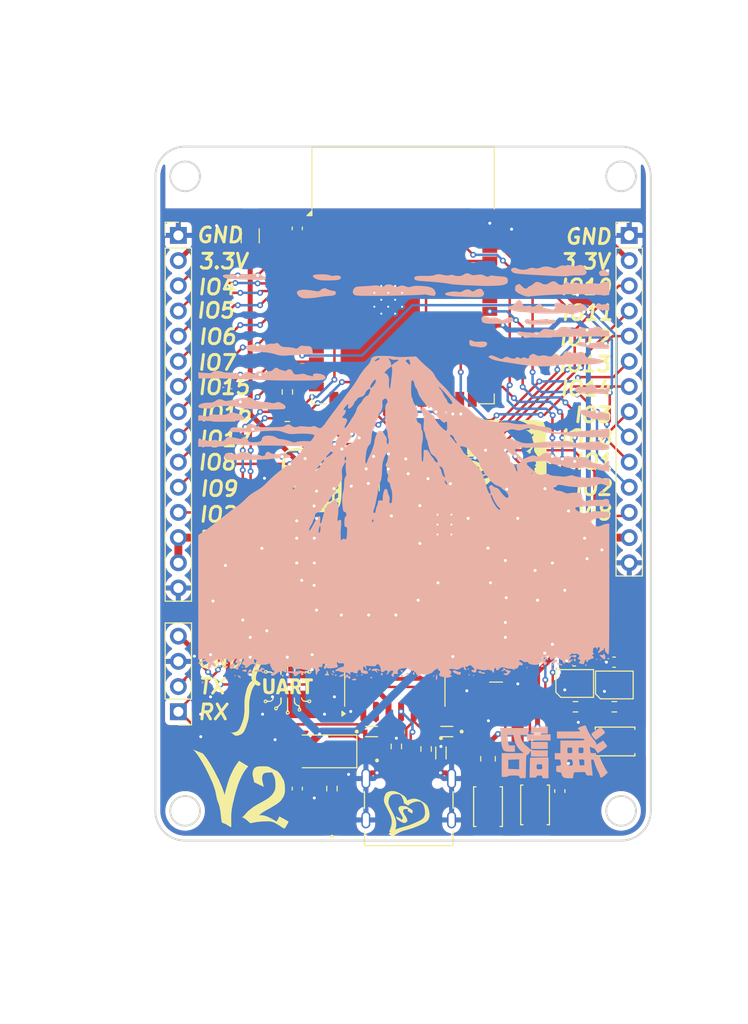
<source format=kicad_pcb>
(kicad_pcb (version 20241229) (generator "pcbnew") (generator_version "9.0")
  (layers (0 "F.Cu" signal) (2 "B.Cu" signal) (13 "F.Paste" user) (15 "B.Paste" user) (5 "F.SilkS" user "F.Silkscreen") (7 "B.SilkS" user "B.Silkscreen") (1 "F.Mask" user) (3 "B.Mask" user) (25 "Edge.Cuts" user))
  (net 0 "")
  (net 1 "GND")
  (net 2 "EN")
  (net 3 "+3.3V")
  (net 4 "Net-(U1-IO39)")
  (net 5 "Net-(U3-BS)")
  (net 6 "Net-(U3-SW)")
  (net 7 "Net-(U3-COMP)")
  (net 8 "+5V")
  (net 9 "Net-(U3-SS)")
  (net 10 "VBUS")
  (net 11 "D-")
  (net 12 "D+")
  (net 13 "Net-(D5-DIN)")
  (net 15 "Net-(D6-DIN)")
  (net 17 "Net-(D7-PadA)")
  (net 19 "Net-(J1-CC1)")
  (net 21 "Net-(J1-CC2)")
  (net 22 "Net-(J2-Pin_10)")
  (net 23 "Net-(J2-Pin_5)")
  (net 24 "Net-(J2-Pin_9)")
  (net 25 "Net-(J2-Pin_11)")
  (net 26 "Net-(J2-Pin_3)")
  (net 27 "Net-(J2-Pin_8)")
  (net 28 "Net-(J2-Pin_4)")
  (net 29 "Net-(J2-Pin_12)")
  (net 30 "Net-(J2-Pin_7)")
  (net 31 "Net-(J2-Pin_6)")
  (net 32 "TXD")
  (net 33 "RXD")
  (net 34 "Net-(J5-Pin_7)")
  (net 35 "Net-(J5-Pin_5)")
  (net 36 "Net-(J5-Pin_12)")
  (net 37 "Net-(J5-Pin_6)")
  (net 38 "Net-(J5-Pin_10)")
  (net 39 "Net-(J5-Pin_4)")
  (net 40 "Net-(J5-Pin_11)")
  (net 41 "Net-(J5-Pin_3)")
  (net 42 "Net-(Q1-B)")
  (net 43 "BOOT")
  (net 44 "Net-(Q2-B)")
  (net 45 "Net-(U2-~{RTS})")
  (net 46 "Net-(U2-~{DTR})")
  (net 47 "button")
  (net 48 "Net-(U3-FB)")
  (net 49 "led1")
  (net 50 "led2")
  (net 67 "Net-(J5-Pin_9)")
  (net 68 "Net-(J5-Pin_8)")
  (footprint "TYPE-C-31-M-12:HRO_TYPE-C-31-M-12" (layer "F.Cu") (at 148.5 130.4125)
    (property "Reference" "J1" (hide yes))
    (property "Value" "TYPE-C-31-M-12" (hide yes))
  )
  (footprint "LESD5D5.0CT1G:TVS_LESD5D5.0CT1G" (layer "F.Cu") (at 152.34 121.5 180)
    (property "Reference" "D3" (hide yes))
    (property "Value" "LESD5D5.0CT1G" (hide yes))
  )
  (footprint "Resistor_SMD:R_0603_1608Metric" (layer "F.Cu") (at 150.25 123.25 90)
    (property "Reference" "R2" (hide yes))
    (property "Value" "5k1" (hide yes))
  )
  (footprint "Inductor_SMD:L_Sunlord_SWPA4012S" (layer "F.Cu") (at 145.2 103 180)
    (property "Reference" "L1" (hide yes))
    (property "Value" "4.7uH" (hide yes))
  )
  (footprint "Resistor_SMD:R_0603_1608Metric" (layer "F.Cu") (at 168 104 -90)
    (property "Reference" "R10" (hide yes))
    (property "Value" "100k" (hide yes))
  )
  (footprint "Resistor_SMD:R_0603_1608Metric" (layer "F.Cu") (at 164.75 122.5)
    (property "Reference" "R12" (hide yes))
    (property "Value" "10k" (hide yes))
  )
  (footprint "Resistor_SMD:R_0805_2012Metric" (layer "F.Cu") (at 156.5 124.25 90)
    (property "Reference" "R7" (hide yes))
    (property "Value" "10k" (hide yes))
  )
  (footprint "LED_SMD:LED_SK6805_PLCC4_2.4x2.7mm_P1.3mm" (layer "F.Cu") (at 165.25 116.65)
    (property "Reference" "D5" (hide yes))
    (property "Value" "SK6805" (hide yes))
  )
  (footprint "Package_TO_SOT_SMD:SOT-23" (layer "F.Cu") (at 155.6875 111.25)
    (property "Reference" "Q1" (hide yes))
    (property "Value" "MMBT3904" (hide yes))
  )
  (footprint "Capacitor_SMD:C_0603_1608Metric" (layer "F.Cu") (at 140.25 115.25)
    (property "Reference" "Cch340c1" (hide yes))
    (property "Value" "100nF" (hide yes))
  )
  (footprint "TS-1088-AR02016:SW_TS-1088-AR02016" (layer "F.Cu") (at 169.325 122.5)
    (property "Reference" "S3" (hide yes))
    (property "Value" "TS-1088-AR02016" (hide yes))
  )
  (footprint "Resistor_SMD:R_0603_1608Metric" (layer "F.Cu") (at 147.25 123 90)
    (property "Reference" "R1" (hide yes))
    (property "Value" "5k1" (hide yes))
  )
  (footprint "Resistor_SMD:R_0603_1608Metric" (layer "F.Cu") (at 136.25 87.25 90)
    (property "Reference" "R5" (hide yes))
    (property "Value" "4.7k" (hide yes))
  )
  (footprint "Capacitor_SMD:C_1206_3216Metric" (layer "F.Cu") (at 132.5 71.5 90)
    (property "Reference" "C3" (hide yes))
    (property "Value" "22uF" (hide yes))
  )
  (footprint "Resistor_SMD:R_0603_1608Metric" (layer "F.Cu") (at 165.325 119)
    (property "Reference" "Rled1" (hide yes))
    (property "Value" "330" (hide yes))
  )
  (footprint "LESD5D5.0CT1G:TVS_LESD5D5.0CT1G" (layer "F.Cu") (at 151.75 123.66 -90)
    (property "Reference" "D2" (hide yes))
    (property "Value" "LESD5D5.0CT1G" (hide yes))
  )
  (footprint "Diode_SMD:D_SMA" (layer "F.Cu") (at 139.75 123.5 180)
    (property "Reference" "D1" (hide yes))
    (property "Value" "SS14" (hide yes))
  )
  (footprint "SM0603UYC:LED_SM0603UYC" (layer "F.Cu") (at 140.75 130.25 90)
    (property "Reference" "D7" (hide yes))
    (property "Value" "SM0603UYC" (hide yes))
  )
  (footprint "Resistor_SMD:R_0805_2012Metric" (layer "F.Cu") (at 164.25 110.25 90)
    (property "Reference" "R3" (hide yes))
    (property "Value" "10k" (hide yes))
  )
  (footprint "Resistor_SMD:R_0603_1608Metric" (layer "F.Cu") (at 153.95 105 90)
    (property "Reference" "Rtop1" (hide yes))
    (property "Value" "26.1k" (hide yes))
  )
  (footprint "Capacitor_SMD:C_0603_1608Metric" (layer "F.Cu") (at 165.21 114.38)
    (property "Reference" "Cled2" (hide yes))
    (property "Value" "100nF" (hide yes))
  )
  (footprint "Resistor_SMD:R_0603_1608Metric" (layer "F.Cu") (at 158.7 102.75)
    (property "Reference" "Rcomp1" (hide yes))
    (property "Value" "12k" (hide yes))
  )
  (footprint "RF_Module:ESP32-S3-WROOM-1" (layer "F.Cu") (at 147.93 75.49)
    (property "Reference" "U1" (hide yes))
    (property "Value" "ESP32-S3-WROOM-1" (hide yes))
  )
  (footprint "Resistor_SMD:R_0603_1608Metric" (layer "F.Cu") (at 136.25 90.75)
    (property "Reference" "R6" (hide yes))
    (property "Value" "4.7k" (hide yes))
  )
  (footprint "TS-1088-AR02016:SW_TS-1088-AR02016" (layer "F.Cu") (at 161.25 128.9 -90)
    (property "Reference" "S1" (hide yes))
    (property "Value" "TS-1088-AR02016" (hide yes))
  )
  (footprint "LESD5D5.0CT1G:TVS_LESD5D5.0CT1G" (layer "F.Cu") (at 144.75 121.5)
    (property "Reference" "D4" (hide yes))
    (property "Value" "LESD5D5.0CT1G" (hide yes))
  )
  (footprint "Resistor_SMD:R_0603_1608Metric" (layer "F.Cu") (at 145.25 111.75 90)
    (property "Reference" "R8" (hide yes))
    (property "Value" "10k" (hide yes))
  )
  (footprint "Capacitor_SMD:C_0603_1608Metric" (layer "F.Cu") (at 161.5 125)
    (property "Reference" "C1" (hide yes))
    (property "Value" "1uF" (hide yes))
  )
  (footprint "Package_SO:SOIC-8-1EP_3.9x4.9mm_P1.27mm_EP2.62x3.51mm_ThermalVias" (layer "F.Cu") (at 152.105 100.625)
    (property "Reference" "U3")
    (property "Value" "MP2303ADN")
  )
  (footprint "Capacitor_SMD:C_0603_1608Metric" (layer "F.Cu") (at 137.25 70.75 90)
    (property "Reference" "C2" (hide yes))
    (property "Value" "100nF" (hide yes))
  )
  (footprint "Capacitor_SMD:C_0603_1608Metric" (layer "F.Cu") (at 167.25 106.25 180)
    (property "Reference" "C6" (hide yes))
    (property "Value" "100nF" (hide yes))
  )
  (footprint "Capacitor_SMD:C_0603_1608Metric" (layer "F.Cu") (at 169.225 114.5)
    (property "Reference" "Cled1" (hide yes))
    (property "Value" "100nF" (hide yes))
  )
  (footprint "Resistor_SMD:R_0603_1608Metric" (layer "F.Cu") (at 169.25 119)
    (property "Reference" "Rled2" (hide yes))
    (property "Value" "330" (hide yes))
  )
  (footprint "Capacitor_SMD:C_0603_1608Metric" (layer "F.Cu") (at 158.7 98.75 180)
    (property "Reference" "Css1" (hide yes))
    (property "Value" "10nF" (hide yes))
  )
  (footprint "Capacitor_SMD:C_0603_1608Metric" (layer "F.Cu") (at 158.725 101.25)
    (property "Reference" "Ccomp1" (hide yes))
    (property "Value" "3.9nF" (hide yes))
  )
  (footprint "Connector_PinHeader_2.54mm:PinHeader_1x15_P2.54mm_Vertical" (layer "F.Cu") (at 125.25 71.46)
    (property "Reference" "J2" (hide yes))
    (property "Value" "Conn_01x15_Pin" (hide yes))
  )
  (footprint "Resistor_SMD:R_0603_1608Metric" (layer "F.Cu") (at 166.5 104 -90)
    (property "Reference" "R11" (hide yes))
    (property "Value" "100k" (hide yes))
  )
  (footprint "Resistor_SMD:R_0603_1608Metric" (layer "F.Cu") (at 140.75 127.25 90)
    (property "Reference" "Rled3" (hide yes))
    (property "Value" "3.3k" (hide yes))
  )
  (footprint "Package_SO:SOIC-16_3.9x9.9mm_P1.27mm" (layer "F.Cu") (at 147.095 117 90)
    (property "Reference" "U2" (hide yes))
    (property "Value" "CH340C" (hide yes))
  )
  (footprint "Capacitor_SMD:C_1206_3216Metric" (layer "F.Cu") (at 146.425 96.5 -90)
    (property "Reference" "Cin1" (hide yes))
    (property "Value" "22uF" (hide yes))
  )
  (footprint "Capacitor_SMD:C_1206_3216Metric" (layer "F.Cu") (at 140.45 104.5 180)
    (property "Reference" "COUT1" (hide yes))
    (property "Value" "22uF" (hide yes))
  )
  (footprint "Capacitor_SMD:C_0603_1608Metric" (layer "F.Cu") (at 144.425 97.25 90)
    (property "Reference" "Cin2" (hide yes))
    (property "Value" "100nF" (hide yes))
  )
  (footprint "TS-1088-AR02016:SW_TS-1088-AR02016" (layer "F.Cu") (at 156.5 129.075 -90)
    (property "Reference" "S2" (hide yes))
    (property "Value" "TS-1088-AR02016" (hide yes))
  )
  (footprint "Capacitor_SMD:C_0603_1608Metric" (layer "F.Cu") (at 137.25 127.25 -90)
    (property "Reference" "C5" (hide yes))
    (property "Value" "10uF" (hide yes))
  )
  (footprint "Capacitor_SMD:C_0603_1608Metric" (layer "F.Cu") (at 145.925 99.75)
    (property "Reference" "Cbst1" (hide yes))
    (property "Value" "100nF" (hide yes))
  )
  (footprint "Capacitor_SMD:C_0603_1608Metric" (layer "F.Cu") (at 140.25 113.75)
    (property "Reference" "Cch340c2" (hide yes))
    (property "Value" "100nF" (hide yes))
  )
  (footprint "Capacitor_SMD:C_1206_3216Metric" (layer "F.Cu") (at 140.45 102 180)
    (property "Reference" "COUT2" (hide yes))
    (property "Value" "22uF" (hide yes))
  )
  (footprint "LED_SMD:LED_SK6805_PLCC4_2.4x2.7mm_P1.3mm" (layer "F.Cu") (at 169.25 116.8)
    (property "Reference" "D6" (hide yes))
    (property "Value" "SK6805" (hide yes))
  )
  (footprint "Connector_PinHeader_2.54mm:PinHeader_1x14_P2.54mm_Vertical" (layer "F.Cu") (at 170.75 71.46)
    (property "Reference" "J5" (hide yes))
    (property "Value" "Conn_01x14_Pin" (hide yes))
  )
  (footprint "Capacitor_SMD:C_0603_1608Metric" (layer "F.Cu") (at 163.75 127.5 -90)
    (property "Reference" "C4" (hide yes))
    (property "Value" "100nF" (hide yes))
  )
  (footprint "Resistor_SMD:R_0603_1608Metric" (layer "F.Cu") (at 155.45 105 90)
    (property "Reference" "Rbot1" (hide yes))
    (property "Value" "10k" (hide yes))
  )
  (footprint "Connector_PinHeader_2.54mm:PinHeader_1x04_P2.54mm_Vertical" (layer "F.Cu") (at 125.25 119.5 180)
    (property "Reference" "J4" (hide yes))
    (property "Value" "Conn_01x04_Pin" (hide yes))
  )
  (footprint "Resistor_SMD:R_0603_1608Metric" (layer "F.Cu") (at 147.5 112.5 180)
    (property "Reference" "R9" (hide yes))
    (property "Value" "10k" (hide yes))
  )
  (footprint "Package_TO_SOT_SMD:SOT-23" (layer "F.Cu") (at 157.3125 114.95)
    (property "Reference" "Q2" (hide yes))
    (property "Value" "MMBT3904" (hide yes))
  )
  (gr_poly (pts (xy 137.694781 118.04288) (xy 137.697915 118.043187) (xy 137.700976 118.043696) (xy 137.703962 118.044402) (xy 137.706871 118.045303) (xy 137.709701 118.046395) (xy 137.71245 118.047676) (xy 137.715116 118.049142) (xy 137.717698 118.050791) (xy 137.720192 118.052618) (xy 137.722598 118.054621) (xy 137.724912 118.056797) (xy 137.727133 118.059142) (xy 137.729259 118.061654) (xy 137.731288 118.064329) (xy 137.733218 118.067164) (xy 137.735046 118.070156) (xy 137.736772 118.073302) (xy 137.738392 118.076598) (xy 137.739904 118.080042) (xy 137.741308 118.08363) (xy 137.7426 118.08736) (xy 137.743778 118.091227) (xy 137.744841 118.09523) (xy 137.745787 118.099364) (xy 137.746613 118.103626) (xy 137.747318 118.108015) (xy 137.747899 118.112525) (xy 137.748354 118.117155) (xy 137.748682 118.1219) (xy 137.74888 118.126759) (xy 137.748947 118.131727) (xy 137.750072 118.152702) (xy 137.753379 118.173005) (xy 137.758762 118.192603) (xy 137.766117 118.211466) (xy 137.775338 118.229562) (xy 137.786323 118.246859) (xy 137.798965 118.263326) (xy 137.81316 118.278931) (xy 137.828804 118.293642) (xy 137.845792 118.307428) (xy 137.864019 118.320257) (xy 137.883381 118.332097) (xy 137.903773 118.342918) (xy 137.92509 118.352686) (xy 137.947228 118.361372) (xy 137.970081 118.368942) (xy 137.993546 118.375366) (xy 138.017518 118.380612) (xy 138.041892 118.384648) (xy 138.066564 118.387442) (xy 138.091428 118.388964) (xy 138.116381 118.389181) (xy 138.141316 118.388062) (xy 138.166131 118.385575) (xy 138.19072 118.381688) (xy 138.214979 118.37637) (xy 138.238803 118.36959) (xy 138.262086 118.361315) (xy 138.284726 118.351514) (xy 138.306616 118.340156) (xy 138.327653 118.327209) (xy 138.347732 118.312641) (xy 138.366954 118.298818) (xy 138.386285 118.287397) (xy 138.405641 118.278282) (xy 138.424936 118.271379) (xy 138.444087 118.266593) (xy 138.463008 118.26383) (xy 138.481614 118.262994) (xy 138.499822 118.263992) (xy 138.517546 118.266727) (xy 138.534702 118.271106) (xy 138.551204 118.277033) (xy 138.566969 118.284414) (xy 138.581911 118.293154) (xy 138.595946 118.303159) (xy 138.60899 118.314333) (xy 138.620957 118.326582) (xy 138.631762 118.339811) (xy 138.641322 118.353925) (xy 138.649551 118.36883) (xy 138.656365 118.384431) (xy 138.661679 118.400633) (xy 138.665408 118.417341) (xy 138.667468 118.434461) (xy 138.667774 118.451897) (xy 138.666241 118.469555) (xy 138.662784 118.487341) (xy 138.65732 118.505159) (xy 138.649762 118.522915) (xy 138.640027 118.540514) (xy 138.62803 118.557861) (xy 138.613686 118.574862) (xy 138.596911 118.591421) (xy 138.58821 118.599049) (xy 138.579536 118.606158) (xy 138.570885 118.612749) (xy 138.562257 118.618822) (xy 138.553649 118.624377) (xy 138.54506 118.629414) (xy 138.536487 118.633933) (xy 138.527931 118.637934) (xy 138.519387 118.641415) (xy 138.510856 118.644379) (xy 138.502335 118.646824) (xy 138.493822 118.64875) (xy 138.485315 118.650157) (xy 138.476814 118.651046) (xy 138.468316 118.651416) (xy 138.459819 118.651266) (xy 138.451321 118.650598) (xy 138.442822 118.64941) (xy 138.434319 118.647703) (xy 138.42581 118.645477) (xy 138.417294 118.642731) (xy 138.408769 118.639466) (xy 138.400233 118.635681) (xy 138.391685 118.631376) (xy 138.383122 118.626552) (xy 138.374543 118.621208) (xy 138.365947 118.615343) (xy 138.357331 118.608959) (xy 138.348694 118.602055) (xy 138.340034 118.59463) (xy 138.322639 118.57822) (xy 138.312068 118.568254) (xy 138.301035 118.559067) (xy 138.289478 118.55064) (xy 138.277331 118.542954) (xy 138.264532 118.535991) (xy 138.251016 118.529732) (xy 138.23672 118.524158) (xy 138.22158 118.519251) (xy 138.205532 118.514991) (xy 138.188512 118.51136) (xy 138.170457 118.508339) (xy 138.151303 118.505909) (xy 138.130985 118.504052) (xy 138.109441 118.502749) (xy 138.086607 118.50198) (xy 138.062417 118.501728) (xy 138.034159 118.501501) (xy 138.008318 118.500747) (xy 137.984639 118.499361) (xy 137.962862 118.497236) (xy 137.942733 118.494268) (xy 137.923993 118.49035) (xy 137.906385 118.485376) (xy 137.889652 118.47924) (xy 137.873538 118.471836) (xy 137.857785 118.463058) (xy 137.842135 118.4528) (xy 137.826333 118.440957) (xy 137.822767 118.43798) (xy 138.39913 118.43798) (xy 138.399487 118.44865) (xy 138.400527 118.458693) (xy 138.402211 118.468106) (xy 138.404497 118.476886) (xy 138.407344 118.485027) (xy 138.410711 118.492528) (xy 138.414555 118.499385) (xy 138.418837 118.505593) (xy 138.423514 118.511149) (xy 138.428546 118.51605) (xy 138.433891 118.520292) (xy 138.439507 118.523871) (xy 138.445355 118.526784) (xy 138.451391 118.529027) (xy 138.457576 118.530597) (xy 138.463867 118.53149) (xy 138.470224 118.531703) (xy 138.476604 118.531231) (xy 138.482968 118.530071) (xy 138.489274 118.52822) (xy 138.495479 118.525674) (xy 138.501544 118.522429) (xy 138.507427 118.518482) (xy 138.513086 118.513829) (xy 138.51848 118.508467) (xy 138.523568 118.502392) (xy 138.528309 118.4956) (xy 138.532661 118.488088) (xy 138.536584 118.479852) (xy 138.540035 118.470889) (xy 138.542973 118.461195) (xy 138.545359 118.450766) (xy 138.545359 118.450749) (xy 138.546052 118.446784) (xy 138.546568 118.442949) (xy 138.546908 118.439243) (xy 138.547069 118.435667) (xy 138.547054 118.43222) (xy 138.54686 118.428901) (xy 138.546488 118.425712) (xy 138.545937 118.42265) (xy 138.545207 118.419717) (xy 138.544299 118.416912) (xy 138.543211 118.414234) (xy 138.541943 118.411683) (xy 138.540495 118.409259) (xy 138.538868 118.406962) (xy 138.537059 118.404792) (xy 138.53507 118.402748) (xy 138.5329 118.400829) (xy 138.530548 118.399037) (xy 138.528015 118.39737) (xy 138.5253 118.395828) (xy 138.522403 118.39441) (xy 138.519323 118.393118) (xy 138.51606 118.39195) (xy 138.512615 118.390906) (xy 138.508986 118.389985) (xy 138.505173 118.389189) (xy 138.501177 118.388515) (xy 138.496997 118.387965) (xy 138.492632 118.387537) (xy 138.488082 118.387232) (xy 138.478428 118.386988) (xy 138.47035 118.387253) (xy 138.462499 118.38803) (xy 138.454915 118.389292) (xy 138.447638 118.391014) (xy 138.44071 118.393169) (xy 138.434172 118.395732) (xy 138.428063 118.398675) (xy 138.422424 118.401973) (xy 138.417297 118.405599) (xy 138.412721 118.409528) (xy 138.408738 118.413733) (xy 138.406981 118.415931) (xy 138.405388 118.418187) (xy 138.403963 118.4205) (xy 138.402711 118.422866) (xy 138.401638 118.425281) (xy 138.400749 118.427741) (xy 138.400049 118.430245) (xy 138.399542 118.432788) (xy 138.399234 118.435368) (xy 138.39913 118.43798) (xy 137.822767 118.43798) (xy 137.81012 118.427422) (xy 137.79324 118.41209) (xy 137.775436 118.394854) (xy 137.75645 118.375608) (xy 137.732943 118.349558) (xy 137.711685 118.322434) (xy 137.692748 118.294616) (xy 137.676207 118.266484) (xy 137.662137 118.238419) (xy 137.650611 118.210799) (xy 137.641703 118.184006) (xy 137.635487 118.15842) (xy 137.632038 118.13442) (xy 137.631374 118.123134) (xy 137.631429 118.112387) (xy 137.632213 118.102227) (xy 137.633735 118.092701) (xy 137.636004 118.083857) (xy 137.63903 118.075742) (xy 137.642821 118.068404) (xy 137.647387 118.06189) (xy 137.652738 118.056248) (xy 137.658882 118.051525) (xy 137.665828 118.047769) (xy 137.673587 118.045027) (xy 137.682167 118.043347) (xy 137.691577 118.042777)) (stroke (width -0.000001)) (fill yes) (layer "F.SilkS"))
  (gr_poly (pts (xy 137.868835 100.314889) (xy 137.869837 100.315582) (xy 137.870546 100.316928) (xy 137.870948 100.318972) (xy 137.870769 100.325334) (xy 137.869181 100.335022) (xy 137.866066 100.348393) (xy 137.861305 100.365802) (xy 137.854779 100.387606) (xy 137.835957 100.445823) (xy 137.80865 100.525892) (xy 137.771908 100.63066) (xy 137.724781 100.762976) (xy 137.666319 100.925689) (xy 137.300117 101.937468) (xy 137.181119 102.27039) (xy 137.136051 102.405154) (xy 137.101452 102.520793) (xy 137.077957 102.618809) (xy 137.070573 102.661679) (xy 137.066203 102.700707) (xy 137.064928 102.736082) (xy 137.066826 102.767991) (xy 137.071977 102.796622) (xy 137.080461 102.822163) (xy 137.092358 102.844802) (xy 137.107746 102.864728) (xy 137.126705 102.882127) (xy 137.149315 102.897189) (xy 137.175655 102.910101) (xy 137.205805 102.92105) (xy 137.239844 102.930226) (xy 137.277852 102.937815) (xy 137.366092 102.948987) (xy 137.471162 102.956071) (xy 137.734332 102.963985) (xy 137.8747 102.967606) (xy 137.995358 102.973531) (xy 138.047993 102.97821) (xy 138.095335 102.984487) (xy 138.137264 102.992704) (xy 138.173659 103.0032) (xy 138.204396 103.016318) (xy 138.229356 103.032397) (xy 138.239631 103.041654) (xy 138.248416 103.051779) (xy 138.255696 103.062814) (xy 138.261455 103.074804) (xy 138.265679 103.087789) (xy 138.268352 103.101813) (xy 138.269458 103.116918) (xy 138.268984 103.133147) (xy 138.263231 103.169147) (xy 138.250971 103.210153) (xy 138.232082 103.256507) (xy 138.206443 103.308549) (xy 138.173932 103.36662) (xy 138.134428 103.43106) (xy 138.08781 103.502212) (xy 138.033955 103.580414) (xy 137.904051 103.759337) (xy 137.743744 103.970555) (xy 137.552062 104.216795) (xy 137.070683 104.825245) (xy 136.029788 106.127826) (xy 135.707248 106.524689) (xy 135.581787 106.671173) (xy 135.580559 106.671054) (xy 135.57953 106.670449) (xy 135.578699 106.669368) (xy 135.578061 106.667823) (xy 135.577615 106.665828) (xy 135.577357 106.663392) (xy 135.577285 106.660529) (xy 135.577395 106.657251) (xy 135.578151 106.649493) (xy 135.579603 106.640216) (xy 135.581726 106.629513) (xy 135.584498 106.61748) (xy 135.587894 106.604212) (xy 135.591893 106.589805) (xy 135.596471 106.574353) (xy 135.601603 106.557951) (xy 135.607268 106.540695) (xy 135.613442 106.52268) (xy 135.6201 106.504001) (xy 135.627221 106.484754) (xy 135.627223 106.48475) (xy 135.797952 106.017924) (xy 136.108413 105.161085) (xy 136.24216 104.78657) (xy 136.293172 104.63501) (xy 136.332837 104.505012) (xy 136.360575 104.394901) (xy 136.36979 104.34678) (xy 136.375806 104.303001) (xy 136.378551 104.263357) (xy 136.377951 104.227636) (xy 136.373935 104.19563) (xy 136.36643 104.167129) (xy 136.355364 104.141924) (xy 136.340665 104.119804) (xy 136.322259 104.100562) (xy 136.300074 104.083986) (xy 136.274038 104.069868) (xy 136.244079 104.057997) (xy 136.210123 104.048166) (xy 136.172099 104.040163) (xy 136.083557 104.028806) (xy 135.977871 104.022251) (xy 135.712751 104.016841) (xy 135.571288 104.0147) (xy 135.449615 104.010147) (xy 135.396484 104.006142) (xy 135.348641 104.000546) (xy 135.3062 103.993027) (xy 135.269275 103.983257) (xy 135.237978 103.970905) (xy 135.212425 103.955642) (xy 135.201837 103.946816) (xy 135.192727 103.937139) (xy 135.18511 103.926569) (xy 135.178999 103.915065) (xy 135.174409 103.902586) (xy 135.171354 103.88909) (xy 135.169848 103.874537) (xy 135.169906 103.858886) (xy 135.174768 103.824121) (xy 135.186055 103.784467) (xy 135.203879 103.739594) (xy 135.228353 103.689171) (xy 135.259593 103.63287) (xy 135.297711 103.57036) (xy 135.34282 103.501312) (xy 135.395035 103.425395) (xy 135.521235 103.251638) (xy 135.677219 103.046452) (xy 135.863895 102.807198) (xy 136.33296 102.215934) (xy 137.360513 100.929723) (xy 137.828769 100.352673) (xy 137.854871 100.324604) (xy 137.859954 100.319672) (xy 137.864221 100.316288) (xy 137.867555 100.314805)) (stroke (width -0.000001)) (fill yes) (layer "F.SilkS"))
  (gr_poly (pts (xy 137.524291 114.61114) (xy 137.529135 114.61165) (xy 137.534033 114.6125) (xy 137.539014 114.61369) (xy 137.544103 114.615221) (xy 137.549329 114.617091) (xy 137.554718 114.619302) (xy 137.560299 114.621852) (xy 137.572141 114.627973) (xy 137.585075 114.635454) (xy 137.599318 114.644296) (xy 137.615089 114.654498) (xy 137.634166 114.668184) (xy 137.651058 114.682716) (xy 137.665822 114.697989) (xy 137.678517 114.7139) (xy 137.6892 114.730342) (xy 137.69793 114.747211) (xy 137.704764 114.764402) (xy 137.70976 114.781811) (xy 137.712975 114.799332) (xy 137.714469 114.81686) (xy 137.714298 114.834292) (xy 137.71252 114.851521) (xy 137.709194 114.868444) (xy 137.704376 114.884955) (xy 137.698126 114.90095) (xy 137.6905 114.916323) (xy 137.681558 114.93097) (xy 137.671355 114.944786) (xy 137.659951 114.957667) (xy 137.647404 114.969507) (xy 137.63377 114.980201) (xy 137.619108 114.989645) (xy 137.603477 114.997734) (xy 137.586932 115.004363) (xy 137.569534 115.009428) (xy 137.551338 115.012823) (xy 137.532404 115.014443) (xy 137.512789 115.014184) (xy 137.492551 115.011941) (xy 137.471748 115.007609) (xy 137.450437 115.001084) (xy 137.428677 114.99226) (xy 137.414264 114.986007) (xy 137.407456 114.983334) (xy 137.400876 114.980978) (xy 137.394499 114.978952) (xy 137.388298 114.977266) (xy 137.382246 114.975933) (xy 137.376316 114.974964) (xy 137.370481 114.97437) (xy 137.364715 114.974165) (xy 137.35899 114.974358) (xy 137.353281 114.974963) (xy 137.347559 114.97599) (xy 137.341799 114.977451) (xy 137.335974 114.979358) (xy 137.330056 114.981722) (xy 137.324019 114.984556) (xy 137.317837 114.987871) (xy 137.311482 114.991678) (xy 137.304927 114.995989) (xy 137.298147 115.000816) (xy 137.291113 115.006171) (xy 137.2838 115.012065) (xy 137.27618 115.018509) (xy 137.259913 115.033098) (xy 137.242099 115.05003) (xy 137.222522 115.069399) (xy 137.20097 115.091298) (xy 137.178177 115.114914) (xy 137.158024 115.136524) (xy 137.140331 115.156641) (xy 137.12492 115.175777) (xy 137.118014 115.185137) (xy 137.111611 115.194444) (xy 137.105689 115.203763) (xy 137.100225 115.213156) (xy 137.095197 115.222689) (xy 137.090583 115.232426) (xy 137.08636 115.242429) (xy 137.082506 115.252764) (xy 137.078998 115.263495) (xy 137.075814 115.274685) (xy 137.072932 115.286399) (xy 137.07033 115.298701) (xy 137.067984 115.311655) (xy 137.065873 115.325324) (xy 137.062264 115.355068) (xy 137.059324 115.388443) (xy 137.056875 115.425964) (xy 137.054736 115.468143) (xy 137.052729 115.515493) (xy 137.050448 115.562155) (xy 137.047485 115.604956) (xy 137.043838 115.643896) (xy 137.039507 115.678978) (xy 137.034491 115.710203) (xy 137.028788 115.737576) (xy 137.022399 115.761096) (xy 137.015322 115.780767) (xy 137.007556 115.796591) (xy 136.9991 115.80857) (xy 136.994614 115.813119) (xy 136.989954 115.816707) (xy 136.985122 115.819334) (xy 136.980116 115.821002) (xy 136.974938 115.82171) (xy 136.969586 115.821459) (xy 136.964061 115.820249) (xy 136.958362 115.81808) (xy 136.95249 115.814952) (xy 136.946444 115.810866) (xy 136.933831 115.799821) (xy 136.933829 115.799821) (xy 136.932481 115.798088) (xy 136.931151 115.795612) (xy 136.928548 115.788509) (xy 136.926033 115.778678) (xy 136.92362 115.766283) (xy 136.921323 115.751491) (xy 136.919155 115.734466) (xy 136.91713 115.715374) (xy 136.91526 115.694379) (xy 136.912042 115.647344) (xy 136.909611 115.594683) (xy 136.908073 115.537717) (xy 136.907536 115.477769) (xy 136.907947 115.379772) (xy 136.908922 115.339383) (xy 136.910823 115.303782) (xy 136.913955 115.272253) (xy 136.918629 115.244082) (xy 136.921639 115.231032) (xy 136.925151 115.218554) (xy 136.929202 115.206557) (xy 136.93383 115.194953) (xy 136.939075 115.183652) (xy 136.944974 115.172565) (xy 136.951567 115.161602) (xy 136.958892 115.150675) (xy 136.975891 115.128568) (xy 136.996279 115.10553) (xy 137.020365 115.080845) (xy 137.048456 115.053799) (xy 137.11789 114.989763) (xy 137.160145 114.950323) (xy 137.199566 114.911944) (xy 137.235289 114.875579) (xy 137.266452 114.84218) (xy 137.292192 114.812703) (xy 137.298773 114.804624) (xy 137.442979 114.804624) (xy 137.443335 114.815294) (xy 137.444376 114.825337) (xy 137.44606 114.83475) (xy 137.448346 114.843529) (xy 137.451193 114.851671) (xy 137.45456 114.859172) (xy 137.458404 114.866028) (xy 137.462686 114.872236) (xy 137.467363 114.877792) (xy 137.472395 114.882693) (xy 137.477739 114.886935) (xy 137.483356 114.890514) (xy 137.489203 114.893427) (xy 137.49524 114.89567) (xy 137.501424 114.89724) (xy 137.507715 114.898133) (xy 137.514072 114.898345) (xy 137.520453 114.897873) (xy 137.526817 114.896713) (xy 137.533122 114.894862) (xy 137.539327 114.892316) (xy 137.545392 114.889071) (xy 137.551275 114.885124) (xy 137.556933 114.880471) (xy 137.562328 114.875109) (xy 137.567416 114.869034) (xy 137.572156 114.862243) (xy 137.576509 114.854731) (xy 137.580431 114.846495) (xy 137.583882 114.837532) (xy 137.58682 114.827838) (xy 137.589205 114.81741) (xy 137.589207 114.817393) (xy 137.589901 114.813428) (xy 137.590417 114.809593) (xy 137.590757 114.805887) (xy 137.590919 114.802311) (xy 137.590903 114.798863) (xy 137.59071 114.795545) (xy 137.590337 114.792356) (xy 137.589787 114.789294) (xy 137.589058 114.786361) (xy 137.588149 114.783555) (xy 137.587061 114.780877) (xy 137.585793 114.778327) (xy 137.584346 114.775903) (xy 137.582718 114.773606) (xy 137.58091 114.771436) (xy 137.57892 114.769392) (xy 137.57675 114.767473) (xy 137.574399 114.765681) (xy 137.571865 114.764013) (xy 137.56915 114.762471) (xy 137.566253 114.761054) (xy 137.563173 114.759762) (xy 137.55991 114.758594) (xy 137.556465 114.75755) (xy 137.552836 114.756629) (xy 137.549023 114.755833) (xy 137.545027 114.755159) (xy 137.540846 114.754609) (xy 137.536481 114.754181) (xy 137.531931 114.753876) (xy 137.522276 114.753632) (xy 137.514199 114.753897) (xy 137.506347 114.754674) (xy 137.498763 114.755936) (xy 137.491487 114.757658) (xy 137.484559 114.759813) (xy 137.47802 114.762376) (xy 137.471912 114.765319) (xy 137.466273 114.768617) (xy 137.461146 114.772243) (xy 137.45657 114.776172) (xy 137.452587 114.780377) (xy 137.45083 114.782574) (xy 137.449236 114.784831) (xy 137.447811 114.787144) (xy 137.44656 114.78951) (xy 137.445487 114.791924) (xy 137.444598 114.794385) (xy 137.443897 114.796889) (xy 137.443391 114.799432) (xy 137.443083 114.802012) (xy 137.442979 114.804624) (xy 137.298773 114.804624) (xy 137.302758 114.799732) (xy 137.311645 114.7881) (xy 137.318745 114.777924) (xy 137.32395 114.769324) (xy 137.327152 114.762419) (xy 137.327968 114.75964) (xy 137.328244 114.757329) (xy 137.328369 114.755187) (xy 137.32874 114.752909) (xy 137.32935 114.750504) (xy 137.330195 114.747976) (xy 137.331267 114.745333) (xy 137.332561 114.742582) (xy 137.335788 114.736779) (xy 137.339828 114.730622) (xy 137.344631 114.724161) (xy 137.350148 114.717451) (xy 137.356331 114.710543) (xy 137.36313 114.70349) (xy 137.370496 114.696346) (xy 137.37838 114.689162) (xy 137.386734 114.681992) (xy 137.395507 114.674887) (xy 137.404652 114.667902) (xy 137.414119 114.661088) (xy 137.423859 114.654498) (xy 137.43963 114.644296) (xy 137.453874 114.635454) (xy 137.466807 114.627973) (xy 137.47865 114.621852) (xy 137.484231 114.619302) (xy 137.48962 114.617091) (xy 137.494846 114.615221) (xy 137.499935 114.61369) (xy 137.504915 114.6125) (xy 137.509814 114.61165) (xy 137.514658 114.61114) (xy 137.519474 114.61097)) (stroke (width -0.000001)) (fill yes) (layer "F.SilkS"))
  (gr_poly (pts (xy 130.602435 131.090725) (xy 130.601796 131.090598) (xy 130.601128 131.090518) (xy 130.600437 131.090477) (xy 130.59973 131.090463) (xy 130.59688 131.090484) (xy 130.596195 131.090458) (xy 130.595535 131.0904) (xy 130.594907 131.090299) (xy 130.594606 131.090229) (xy 130.594316 131.090145) (xy 130.594038 131.090045) (xy 130.593771 131.089929) (xy 130.593518 131.089794) (xy 130.593278 131.089639) (xy 130.593053 131.089464) (xy 130.592844 131.089267) (xy 130.59265 131.089047) (xy 130.592474 131.088803) (xy 130.590849 131.085645) (xy 130.590958 131.084961)) (stroke (width -0.000001)) (fill yes) (layer "F.SilkS"))
  (gr_poly (pts (xy 138.461134 116.130794) (xy 138.593949 116.132886) (xy 138.645847 116.135164) (xy 138.689116 116.138563) (xy 138.724542 116.143306) (xy 138.75291 116.149618) (xy 138.775002 116.157723) (xy 138.78394 116.162518) (xy 138.791604 116.167845) (xy 138.798091 116.173732) (xy 138.8035 116.180208) (xy 138.807928 116.187299) (xy 138.811474 116.195035) (xy 138.816311 116.212552) (xy 138.818795 116.232983) (xy 138.81984 116.283479) (xy 138.819467 116.333976) (xy 138.81858 116.354406) (xy 138.817839 116.363515) (xy 138.816852 116.371923) (xy 138.815586 116.379659) (xy 138.814004 116.386751) (xy 138.812073 116.393226) (xy 138.809756 116.399114) (xy 138.807019 116.404441) (xy 138.803827 116.409235) (xy 138.800144 116.413526) (xy 138.795937 116.41734) (xy 138.791169 116.420706) (xy 138.785805 116.423652) (xy 138.779812 116.426206) (xy 138.773153 116.428396) (xy 138.765794 116.430249) (xy 138.7577 116.431794) (xy 138.748835 116.43306) (xy 138.739165 116.434073) (xy 138.717269 116.435455) (xy 138.691731 116.436164) (xy 138.62861 116.436463) (xy 138.594949 116.436622) (xy 138.579712 116.436999) (xy 138.56549 116.437733) (xy 138.552248 116.438943) (xy 138.539952 116.440749) (xy 138.528566 116.443269) (xy 138.518056 116.446622) (xy 138.508386 116.450928) (xy 138.499521 116.456305) (xy 138.491427 116.462873) (xy 138.484068 116.47075) (xy 138.477409 116.480056) (xy 138.471415 116.49091) (xy 138.466052 116.50343) (xy 138.461284 116.517736) (xy 138.457077 116.533947) (xy 138.453394 116.552182) (xy 138.450202 116.57256) (xy 138.447465 116.595199) (xy 138.445148 116.62022) (xy 138.443217 116.647741) (xy 138.441635 116.677881) (xy 138.440369 116.710759) (xy 138.438641 116.785207) (xy 138.437754 116.872035) (xy 138.437381 117.086647) (xy 138.437045 117.301258) (xy 138.434691 117.462534) (xy 138.432128 117.525552) (xy 138.428305 117.578094) (xy 138.422968 117.621111) (xy 138.415867 117.655557) (xy 138.406749 117.682384) (xy 138.395362 117.702543) (xy 138.388739 117.71042) (xy 138.381454 117.716988) (xy 138.364773 117.726671) (xy 138.345066 117.732544) (xy 138.322082 117.73556) (xy 138.265273 117.73683) (xy 138.234977 117.736671) (xy 138.221264 117.736294) (xy 138.208464 117.73556) (xy 138.196546 117.73435) (xy 138.18548 117.732544) (xy 138.175232 117.730024) (xy 138.165773 117.726671) (xy 138.15707 117.722365) (xy 138.149092 117.716988) (xy 138.145364 117.71386) (xy 138.141807 117.71042) (xy 138.135183 117.702543) (xy 138.129191 117.693237) (xy 138.123796 117.682384) (xy 138.11897 117.669863) (xy 138.114678 117.655557) (xy 138.110891 117.639346) (xy 138.107577 117.621111) (xy 138.104704 117.600734) (xy 138.102241 117.578094) (xy 138.100156 117.553073) (xy 138.098417 117.525552) (xy 138.096994 117.495412) (xy 138.095854 117.462534) (xy 138.094299 117.388087) (xy 138.093501 117.301258) (xy 138.093165 117.086647) (xy 138.092782 116.872035) (xy 138.090102 116.710759) (xy 138.087183 116.647741) (xy 138.082828 116.595199) (xy 138.076751 116.552182) (xy 138.068663 116.517736) (xy 138.058279 116.49091) (xy 138.052136 116.480056) (xy 138.045311 116.47075) (xy 138.037768 116.462873) (xy 138.029471 116.456305) (xy 138.020384 116.450928) (xy 138.010473 116.446622) (xy 137.988029 116.440749) (xy 137.961853 116.437733) (xy 137.897154 116.436463) (xy 137.832501 116.43623) (xy 137.806436 116.435675) (xy 137.784208 116.434596) (xy 137.765566 116.432816) (xy 137.750257 116.43016) (xy 137.743774 116.42845) (xy 137.73803 116.426455) (xy 137.732993 116.424153) (xy 137.728632 116.421523) (xy 137.724915 116.418543) (xy 137.721811 116.415191) (xy 137.719288 116.411445) (xy 137.717315 116.407284) (xy 137.71586 116.402684) (xy 137.714891 116.397625) (xy 137.714378 116.392085) (xy 137.714289 116.386041) (xy 137.715256 116.372356) (xy 137.717538 116.356394) (xy 137.725046 116.316944) (xy 137.734326 116.267895) (xy 137.741927 116.222702) (xy 137.744852 116.20312) (xy 137.747063 116.186384) (xy 137.748461 116.173121) (xy 137.748949 116.16396) (xy 137.749649 116.162245) (xy 137.751727 116.160552) (xy 137.755148 116.158883) (xy 137.759878 116.15724) (xy 137.773126 116.15404) (xy 137.791199 116.15097) (xy 137.813821 116.148047) (xy 137.840717 116.145287) (xy 137.906236 116.140329) (xy 137.985559 116.136233) (xy 138.076491 116.133137) (xy 138.176835 116.131179) (xy 138.284395 116.130495)) (stroke (width -0.000001)) (fill yes) (layer "F.SilkS"))
  (gr_poly (pts (xy 133.949038 125.002919) (xy 134.027576 125.00491) (xy 134.106077 125.008385) (xy 134.184533 125.013655) (xy 134.198303 125.016382) (xy 134.212288 125.018754) (xy 134.240734 125.022787) (xy 134.269546 125.026457) (xy 134.298395 125.030472) (xy 134.312732 125.032828) (xy 134.326954 125.035535) (xy 134.341023 125.038681) (xy 134.354896 125.042353) (xy 134.368532 125.04664) (xy 134.381892 125.05163) (xy 134.394933 125.057411) (xy 134.407616 125.064072) (xy 134.576995 125.159449) (xy 134.720089 125.237563) (xy 134.839518 125.300489) (xy 134.937901 125.350301) (xy 135.017857 125.389075) (xy 135.082006 125.418886) (xy 135.173359 125.459917) (xy 135.205801 125.475288) (xy 135.232914 125.489994) (xy 135.24529 125.497747) (xy 135.257316 125.506112) (xy 135.269319 125.515349) (xy 135.281626 125.525716) (xy 135.308464 125.550882) (xy 135.340449 125.583683) (xy 135.430338 125.680493) (xy 135.453247 125.707316) (xy 135.47549 125.734578) (xy 135.497101 125.762257) (xy 135.518109 125.790334) (xy 135.558442 125.847593) (xy 135.596739 125.906188) (xy 135.633248 125.965951) (xy 135.668218 126.026713) (xy 135.701898 126.088307) (xy 135.734535 126.150565) (xy 135.743043 126.167014) (xy 135.751924 126.183301) (xy 135.770562 126.215496) (xy 135.809629 126.279137) (xy 135.829082 126.311017) (xy 135.847832 126.343229) (xy 135.85679 126.359528) (xy 135.865389 126.37599) (xy 135.873568 126.392645) (xy 135.881266 126.409518) (xy 135.888139 126.428475) (xy 135.900948 126.464998) (xy 135.920395 126.520927) (xy 135.931787 126.571019) (xy 135.942522 126.621257) (xy 135.952598 126.671634) (xy 135.962017 126.722143) (xy 135.970775 126.772777) (xy 135.978872 126.82353) (xy 135.986307 126.874393) (xy 135.993079 126.925362) (xy 135.997275 126.979583) (xy 136.000486 127.033873) (xy 136.002866 127.088216) (xy 136.004565 127.142597) (xy 136.006527 127.251411) (xy 136.007585 127.360194) (xy 136.009449 127.386708) (xy 136.010623 127.413104) (xy 136.011131 127.439394) (xy 136.011 127.465586) (xy 136.010253 127.49169) (xy 136.008917 127.517718) (xy 136.004576 127.569581) (xy 135.998177 127.621254) (xy 135.989922 127.672818) (xy 135.980013 127.724353) (xy 135.96865 127.775937) (xy 135.960262 127.810082) (xy 135.950731 127.843715) (xy 135.940122 127.876864) (xy 135.928502 127.909557) (xy 135.915936 127.941825) (xy 135.90249 127.973694) (xy 135.88823 128.005194) (xy 135.873221 128.036352) (xy 135.85753 128.067199) (xy 135.841223 128.097762) (xy 135.807021 128.158151) (xy 135.771143 128.217749) (xy 135.734114 128.276783) (xy 135.687189 128.344866) (xy 135.663431 128.378989) (xy 135.639131 128.412774) (xy 135.61403 128.445923) (xy 135.601098 128.462167) (xy 135.587869 128.478141) (xy 135.57431 128.493808) (xy 135.560388 128.509131) (xy 135.546072 128.524074) (xy 135.531329 128.538599) (xy 135.515701 128.552888) (xy 135.496861 128.569135) (xy 135.475846 128.586624) (xy 135.453692 128.604636) (xy 135.374407 128.667564) (xy 135.339956 128.696314) (xy 135.30488 128.724171) (xy 135.269232 128.751214) (xy 135.233069 128.777518) (xy 135.159413 128.828216) (xy 135.084348 128.87688) (xy 135.008313 128.924123) (xy 134.931745 128.970558) (xy 134.778758 129.063456) (xy 134.495483 129.227782) (xy 134.353426 129.309217) (xy 134.21035 129.388835) (xy 134.149883 129.421956) (xy 134.089931 129.455959) (xy 134.030459 129.490775) (xy 133.971432 129.526336) (xy 133.912816 129.562574) (xy 133.854574 129.599421) (xy 133.739077 129.674669) (xy 133.712438 129.691071) (xy 133.686266 129.708104) (xy 133.660522 129.725711) (xy 133.635163 129.743836) (xy 133.610149 129.762423) (xy 133.585438 129.781415) (xy 133.536761 129.820388) (xy 133.399948 129.935691) (xy 133.415548 129.935349) (xy 133.50567 129.934459) (xy 133.595765 129.935055) (xy 133.685819 129.937542) (xy 133.727226 129.942152) (xy 133.768403 129.947845) (xy 133.809353 129.954577) (xy 133.850079 129.962302) (xy 133.890584 129.970972) (xy 133.93087 129.980543) (xy 133.970941 129.990969) (xy 134.0108 130.002203) (xy 134.089891 130.026913) (xy 134.168165 130.054306) (xy 134.245647 130.084014) (xy 134.322357 130.11567) (xy 134.508343 130.206194) (xy 134.691488 130.302137) (xy 134.872355 130.402399) (xy 135.051508 130.505882) (xy 135.163325 130.572612) (xy 135.170958 130.561557) (xy 135.187858 130.535273) (xy 135.204142 130.508442) (xy 135.219947 130.481234) (xy 135.281162 130.372013) (xy 135.304219 130.333708) (xy 135.326429 130.294991) (xy 135.347652 130.255806) (xy 135.367749 130.216095) (xy 135.38658 130.175804) (xy 135.404007 130.134876) (xy 135.412149 130.114155) (xy 135.419889 130.093253) (xy 135.427207 130.072164) (xy 135.434087 130.050881) (xy 136.381976 130.574923) (xy 136.364272 130.618321) (xy 136.345185 130.661008) (xy 136.32486 130.703062) (xy 136.303441 130.744561) (xy 136.281073 130.785582) (xy 136.257899 130.826204) (xy 136.234065 130.866505) (xy 136.209713 130.906563) (xy 136.105285 131.098203) (xy 136.065223 131.166879) (xy 136.029795 131.218346) (xy 136.013007 131.237835) (xy 135.996402 131.253272) (xy 135.979655 131.264739) (xy 135.962441 131.272321) (xy 135.944436 131.2761) (xy 135.925315 131.27616) (xy 135.904751 131.272583) (xy 135.882421 131.265454) (xy 135.83116 131.24087) (xy 135.768931 131.203074) (xy 135.630349 131.110088) (xy 135.994041 131.110088) (xy 135.999592 131.113852) (xy 136.010378 131.120475) (xy 136.021653 131.126649) (xy 136.033478 131.132325) (xy 135.994041 131.110088) (xy 135.630349 131.110088) (xy 135.601168 131.090508) (xy 135.490434 131.017071) (xy 135.358331 130.933085) (xy 135.202258 130.839217) (xy 135.019615 130.736132) (xy 134.989495 130.708775) (xy 134.978423 130.699258) (xy 134.934085 130.681472) (xy 134.858365 130.653786) (xy 134.781746 130.628801) (xy 134.743065 130.617423) (xy 134.729538 130.613748) (xy 135.113087 130.613748) (xy 135.113126 130.613925) (xy 135.113218 130.614151) (xy 135.113362 130.614422) (xy 135.113788 130.615074) (xy 135.114375 130.615842) (xy 135.115096 130.616687) (xy 135.115924 130.617569) (xy 135.11683 130.618447) (xy 135.117787 130.619283) (xy 135.118767 130.620036) (xy 135.119257 130.620369) (xy 135.119743 130.620666) (xy 135.12022 130.620923) (xy 135.120686 130.621134) (xy 135.121137 130.621294) (xy 135.121569 130.621399) (xy 135.121979 130.621444) (xy 135.122364 130.621423) (xy 135.12272 130.621332) (xy 135.123043 130.621165) (xy 135.124769 130.619939) (xy 135.113831 130.613771) (xy 135.113546 130.613629) (xy 135.113332 130.613561) (xy 135.113187 130.613561) (xy 135.113106 130.613625) (xy 135.113087 130.613748) (xy 134.729538 130.613748) (xy 134.704117 130.606843) (xy 134.664888 130.597102) (xy 134.625364 130.58824) (xy 134.585532 130.580299) (xy 134.545377 130.57332) (xy 134.500846 130.568019) (xy 134.45623 130.563926) (xy 134.411539 130.560925) (xy 134.366782 130.5589) (xy 134.277112 130.557314) (xy 134.187301 130.558234) (xy 134.007573 130.563873) (xy 133.917815 130.566729) (xy 133.828234 130.568369) (xy 133.743981 130.57259) (xy 133.659838 130.577777) (xy 133.49183 130.590859) (xy 133.324104 130.607245) (xy 133.15656 130.626561) (xy 133.10149 130.634358) (xy 133.046635 130.643152) (xy 132.937362 130.662834) (xy 132.719131 130.704274) (xy 132.597809 130.728548) (xy 132.556009 130.734125) (xy 132.522842 130.734566) (xy 132.495354 130.729299) (xy 132.470589 130.71775) (xy 132.445593 130.699348) (xy 132.41741 130.67352) (xy 132.339663 130.597295) (xy 132.284189 130.545754) (xy 132.213708 130.484497) (xy 132.125265 130.412951) (xy 132.015904 130.330545) (xy 131.88862 130.240895) (xy 131.762265 130.182947) (xy 131.714738 130.160796) (xy 131.696749 130.151711) (xy 131.682653 130.143755) (xy 131.672482 130.13678) (xy 131.666267 130.130638) (xy 131.664653 130.127833) (xy 131.664041 130.12518) (xy 131.664433 130.122662) (xy 131.665835 130.120259) (xy 131.671682 130.115726) (xy 131.681614 130.111434) (xy 131.695662 130.107234) (xy 131.713859 130.102977) (xy 131.762703 130.093727) (xy 131.763857 130.092978) (xy 131.772708 130.087352) (xy 131.777091 130.084485) (xy 131.781411 130.081538) (xy 131.78564 130.078478) (xy 131.789752 130.075272) (xy 131.79372 130.071888) (xy 131.797518 130.068291) (xy 131.801117 130.06445) (xy 131.802835 130.062427) (xy 131.804493 130.060331) (xy 131.810704 130.054359) (xy 131.816778 130.048249) (xy 131.822746 130.042033) (xy 131.828641 130.035742) (xy 131.840337 130.023067) (xy 131.846201 130.016746) (xy 131.852118 130.01048) (xy 131.92581 129.923294) (xy 132 129.836512) (xy 132.037478 129.793456) (xy 132.075315 129.750721) (xy 132.113589 129.708379) (xy 132.152379 129.666503) (xy 132.184457 129.630937) (xy 132.217234 129.595899) (xy 132.250791 129.561561) (xy 132.285213 129.528093) (xy 132.320583 129.495667) (xy 132.338649 129.479898) (xy 132.356984 129.464453) (xy 132.375597 129.449355) (xy 132.394499 129.434624) (xy 132.4137 129.420282) (xy 132.433211 129.40635) (xy 132.483783 129.367981) (xy 132.533378 129.328287) (xy 132.631405 129.247299) (xy 132.680722 129.207195) (xy 132.730831 129.168145) (xy 132.75632 129.1492) (xy 132.782174 129.130742) (xy 132.808446 129.112844) (xy 132.835193 129.095581) (xy 132.953108 129.018816) (xy 133.012556 128.981265) (xy 133.072382 128.944341) (xy 133.132625 128.9081) (xy 133.193324 128.872595) (xy 133.254517 128.837882) (xy 133.316242 128.804015) (xy 133.388128 128.765678) (xy 133.459494 128.726422) (xy 133.601299 128.646262) (xy 133.742907 128.565759) (xy 133.81403 128.526074) (xy 133.885574 128.487137) (xy 134.035778 128.396695) (xy 134.110973 128.351463) (xy 134.185606 128.305368) (xy 134.259208 128.257767) (xy 134.331312 128.208017) (xy 134.366656 128.182136) (xy 134.40145 128.155477) (xy 134.435634 128.12796) (xy 134.469152 128.099504) (xy 134.517324 128.059269) (xy 134.564377 128.018193) (xy 134.610032 127.975951) (xy 134.632248 127.954291) (xy 134.65401 127.932219) (xy 134.675283 127.909694) (xy 134.696033 127.886675) (xy 134.716224 127.863122) (xy 134.735822 127.838995) (xy 134.754792 127.814252) (xy 134.7731 127.788855) (xy 134.79071 127.762761) (xy 134.807587 127.735931) (xy 134.842659 127.68105) (xy 134.876362 127.625648) (xy 134.908184 127.569465) (xy 134.92323 127.541) (xy 134.937615 127.512242) (xy 134.951273 127.483158) (xy 134.964142 127.453717) (xy 134.976158 127.423885) (xy 134.987256 127.39363) (xy 134.997373 127.36292) (xy 135.006444 127.331722) (xy 135.014407 127.300003) (xy 135.021196 127.267731) (xy 135.029677 127.218523) (xy 135.036166 127.16924) (xy 135.040895 127.119874) (xy 135.044095 127.070414) (xy 135.045997 127.020852) (xy 135.046833 126.971178) (xy 135.046835 126.921383) (xy 135.046235 126.871458) (xy 135.045075 126.765397) (xy 135.043977 126.712366) (xy 135.042252 126.659362) (xy 135.039689 126.606406) (xy 135.036076 126.553517) (xy 135.031201 126.500716) (xy 135.024853 126.448022) (xy 135.017795 126.399411) (xy 135.010041 126.350811) (xy 135.001411 126.302317) (xy 134.991727 126.254021) (xy 134.980808 126.206016) (xy 134.968475 126.158395) (xy 134.954548 126.111251) (xy 134.938848 126.064677) (xy 134.929242 126.041867) (xy 134.919215 126.019261) (xy 134.898072 125.974577) (xy 134.875768 125.930457) (xy 134.852649 125.886731) (xy 134.805354 125.799781) (xy 134.781871 125.756218) (xy 134.758961 125.712371) (xy 134.743237 125.68463) (xy 135.160445 125.68463) (xy 135.197829 125.706303) (xy 135.187456 125.699928) (xy 135.175462 125.692113) (xy 135.168577 125.687629) (xy 135.166135 125.686271) (xy 135.163871 125.685308) (xy 135.160445 125.68463) (xy 134.743237 125.68463) (xy 134.724993 125.652444) (xy 134.709743 125.62694) (xy 134.657689 125.626494) (xy 134.579395 125.627301) (xy 134.422975 125.63045) (xy 134.316139 125.633924) (xy 134.262685 125.636483) (xy 134.209341 125.640229) (xy 134.156205 125.645639) (xy 134.129747 125.649118) (xy 134.103379 125.653193) (xy 134.077113 125.657923) (xy 134.050962 125.663369) (xy 134.024938 125.669589) (xy 133.999054 125.676645) (xy 133.965446 125.690908) (xy 133.949105 125.698373) (xy 133.933133 125.706157) (xy 133.917574 125.71433) (xy 133.902474 125.722966) (xy 133.887877 125.732135) (xy 133.873827 125.741909) (xy 133.860371 125.752361) (xy 133.847552 125.763561) (xy 133.841396 125.769465) (xy 133.835416 125.775583) (xy 133.829618 125.781923) (xy 133.824008 125.788496) (xy 133.818591 125.79531) (xy 133.813372 125.802374) (xy 133.808358 125.809697) (xy 133.803553 125.817287) (xy 133.798964 125.825155) (xy 133.794596 125.833309) (xy 133.790455 125.841757) (xy 133.786546 125.850509) (xy 133.768843 125.889438) (xy 133.752761 125.928713) (xy 133.745413 125.948506) (xy 133.738571 125.968419) (xy 133.732271 125.98846) (xy 133.726545 126.008642) (xy 133.721429 126.028974) (xy 133.716955 126.049468) (xy 133.713158 126.070135) (xy 133.710071 126.090985) (xy 133.707729 126.112028) (xy 133.706165 126.133276) (xy 133.705414 126.15474) (xy 133.705509 126.17643) (xy 133.705281 126.203225) (xy 133.705662 126.229966) (xy 133.706627 126.256651) (xy 133.708152 126.283282) (xy 133.712782 126.336383) (xy 133.719357 126.389273) (xy 133.727681 126.441959) (xy 133.73756 126.494443) (xy 133.748797 126.546731) (xy 133.761196 126.598828) (xy 133.788287 126.720788) (xy 133.816626 126.842448) (xy 133.846786 126.963663) (xy 133.862729 127.024058) (xy 133.879344 127.084287) (xy 132.89746 126.61388) (xy 132.874903 126.493248) (xy 132.850063 126.37285) (xy 132.836729 126.312827) (xy 132.822753 126.252968) (xy 132.808113 126.193309) (xy 132.792785 126.133885) (xy 132.785433 126.095964) (xy 132.777559 126.057998) (xy 132.761782 125.981857) (xy 132.754648 125.943646) (xy 132.74853 125.905317) (xy 132.74381 125.866853) (xy 132.742096 125.847565) (xy 132.740875 125.828236) (xy 132.740607 125.815026) (xy 132.740796 125.797704) (xy 132.742108 125.756134) (xy 132.745415 125.683154) (xy 132.745777 125.65869) (xy 132.747165 125.634505) (xy 132.749528 125.610584) (xy 132.752811 125.586913) (xy 132.756961 125.563475) (xy 132.761925 125.540257) (xy 132.767649 125.517242) (xy 132.774081 125.494417) (xy 132.781167 125.471765) (xy 132.788854 125.449273) (xy 132.797088 125.426925) (xy 132.805816 125.404707) (xy 132.824541 125.360597) (xy 132.844603 125.316824) (xy 132.854445 125.295475) (xy 132.865262 125.275276) (xy 132.877017 125.256164) (xy 132.889668 125.238079) (xy 132.903177 125.220959) (xy 132.917505 125.204745) (xy 132.93261 125.189374) (xy 132.948454 125.174786) (xy 132.964998 125.16092) (xy 132.9822 125.147715) (xy 133.000023 125.135109) (xy 133.018425 125.123041) (xy 133.037368 125.111452) (xy 133.056813 125.100279) (xy 133.076718 125.089462) (xy 133.097045 125.078939) (xy 133.124508 125.067662) (xy 133.152214 125.057642) (xy 133.180144 125.048797) (xy 133.208282 125.041048) (xy 133.236611 125.034316) (xy 133.265115 125.028519) (xy 133.293777 125.023578) (xy 133.322579 125.019413) (xy 133.38054 125.01309) (xy 133.438862 125.008909) (xy 133.497413 125.006231) (xy 133.556056 125.004415) (xy 133.713276 125.002766) (xy 133.87047 125.002105)) (stroke (width -0.000001)) (fill yes) (layer "F.SilkS"))
  (gr_poly (pts (xy 139.706195 92.867229) (xy 140.110762 92.882364) (xy 140.45764 92.911837) (xy 140.610832 92.933443) (xy 140.751266 92.960427) (xy 140.879496 92.993384) (xy 140.996078 93.032913) (xy 141.101565 93.079611) (xy 141.196513 93.134076) (xy 141.281475 93.196904) (xy 141.298933 93.213496) (xy 141.293004 93.212277) (xy 141.27275 93.20903) (xy 141.249701 93.206143) (xy 141.223667 93.203596) (xy 141.194455 93.201366) (xy 141.161874 93.199433) (xy 141.125732 93.197776) (xy 141.085839 93.196373) (xy 141.042002 93.195204) (xy 140.99403 93.194246) (xy 140.941732 93.193479) (xy 140.82339 93.192433) (xy 140.685444 93.191896) (xy 140.344616 93.19167) (xy 140.003815 93.192701) (xy 139.865931 93.195148) (xy 139.747709 93.199913) (xy 139.647636 93.20777) (xy 139.564201 93.21949) (xy 139.495889 93.235847) (xy 139.466932 93.246006) (xy 139.441189 93.257613) (xy 139.418471 93.270767) (xy 139.398589 93.285562) (xy 139.381354 93.302096) (xy 139.366576 93.320466) (xy 139.354067 93.340767) (xy 139.343637 93.363097) (xy 139.335098 93.387552) (xy 139.328261 93.414229) (xy 139.318934 93.474634) (xy 139.314145 93.545085) (xy 139.312128 93.719217) (xy 139.31286 93.893702) (xy 139.314597 93.964996) (xy 139.317981 94.027044) (xy 139.323559 94.080884) (xy 139.33188 94.127555) (xy 139.337241 94.148528) (xy 139.343493 94.168098) (xy 139.350706 94.186396) (xy 139.358947 94.203551) (xy 139.368286 94.219693) (xy 139.37879 94.234953) (xy 139.390529 94.249459) (xy 139.403571 94.263343) (xy 139.417985 94.276734) (xy 139.433839 94.289761) (xy 139.470142 94.315246) (xy 139.513028 94.340837) (xy 139.563047 94.367573) (xy 139.686678 94.428637) (xy 139.799145 94.483593) (xy 139.886881 94.527526) (xy 139.952935 94.562362) (xy 139.978782 94.57697) (xy 140.000351 94.590026) (xy 140.018023 94.60177) (xy 140.032178 94.612444) (xy 140.043197 94.622287) (xy 140.051461 94.631541) (xy 140.057351 94.640446) (xy 140.061248 94.649243) (xy 140.063532 94.658172) (xy 140.064585 94.667475) (xy 140.067634 94.716336) (xy 140.070254 94.753815) (xy 140.070776 94.755508) (xy 140.072089 94.75755) (xy 140.074174 94.75993) (xy 140.077011 94.762636) (xy 140.084861 94.768986) (xy 140.095479 94.776509) (xy 140.108706 94.785119) (xy 140.124383 94.794727) (xy 140.142351 94.805244) (xy 140.16245 94.816581) (xy 140.184521 94.828652) (xy 140.208404 94.841366) (xy 140.260974 94.868373) (xy 140.318884 94.896896) (xy 140.380861 94.926227) (xy 140.777281 95.110242) (xy 140.91395 95.174965) (xy 141.118782 95.273032) (xy 141.21848 95.320418) (xy 141.302633 95.359392) (xy 141.362381 95.385921) (xy 141.380333 95.393258) (xy 141.38886 95.395971) (xy 141.390557 95.390966) (xy 141.392196 95.376055) (xy 141.39527 95.318535) (xy 141.398016 95.227455) (xy 141.400372 95.106858) (xy 141.40365 94.793288) (xy 141.404589 94.41017) (xy 141.404589 94.410166) (xy 141.400004 93.679138) (xy 141.39558 93.430287) (xy 141.390445 93.309499) (xy 141.423666 93.350042) (xy 141.482003 93.441547) (xy 141.532574 93.543805) (xy 141.575933 93.657414) (xy 141.612637 93.782971) (xy 141.643238 93.921074) (xy 141.668292 94.07232) (xy 141.688354 94.237307) (xy 141.71572 94.610892) (xy 141.729773 95.046608) (xy 141.73569 96.123553) (xy 141.729773 97.200498) (xy 141.71572 97.636216) (xy 141.688354 98.009805) (xy 141.668292 98.174794) (xy 141.643238 98.326043) (xy 141.612637 98.46415) (xy 141.575933 98.589711) (xy 141.532574 98.703325) (xy 141.482003 98.805589) (xy 141.423666 98.8971) (xy 141.357008 98.978456) (xy 141.281475 99.050255) (xy 141.196513 99.113093) (xy 141.101565 99.167569) (xy 140.996078 99.214279) (xy 140.879496 99.253822) (xy 140.751266 99.286794) (xy 140.610832 99.313794) (xy 140.45764 99.335418) (xy 140.110762 99.364931) (xy 139.706195 99.380113) (xy 138.70624 99.386602) (xy 137.706284 99.380348) (xy 137.301717 99.36526) (xy 136.954839 99.335825) (xy 136.801647 99.314234) (xy 136.661213 99.287265) (xy 136.532983 99.254319) (xy 136.416401 99.214799) (xy 136.310914 99.168108) (xy 136.215967 99.113649) (xy 136.131004 99.050824) (xy 136.055471 98.979035) (xy 135.988813 98.897686) (xy 135.930476 98.806178) (xy 135.879905 98.703915) (xy 135.836546 98.590299) (xy 135.807733 98.491725) (xy 136.031798 98.491725) (xy 136.03224 98.525786) (xy 136.034125 98.610302) (xy 136.036493 98.695029) (xy 136.038087 98.729586) (xy 136.04029 98.75958) (xy 136.043351 98.785492) (xy 136.047523 98.807804) (xy 136.050104 98.817759) (xy 136.053057 98.826995) (xy 136.056413 98.835572) (xy 136.060203 98.843548) (xy 136.06446 98.850986) (xy 136.069213 98.857944) (xy 136.074496 98.864483) (xy 136.080339 98.870663) (xy 136.086773 98.876544) (xy 136.09383 98.882187) (xy 136.109938 98.892996) (xy 136.128915 98.903572) (xy 136.151012 98.914396) (xy 136.205567 98.938711) (xy 136.271031 98.966848) (xy 136.327123 98.990126) (xy 136.367878 99.006126) (xy 136.380641 99.010641) (xy 136.387333 99.012429) (xy 136.38818 99.012193) (xy 136.389016 99.011333) (xy 136.389841 99.009864) (xy 136.390652 99.007801) (xy 136.392233 99.001958) (xy 136.393749 98.993927) (xy 136.395193 98.98383) (xy 136.396555 98.971792) (xy 136.397828 98.957937) (xy 136.399003 98.942386) (xy 136.401025 98.906694) (xy 136.402553 98.865705) (xy 136.403232 98.833891) (xy 136.646213 98.833891) (xy 136.646513 98.868895) (xy 136.647372 98.902131) (xy 136.64873 98.932829) (xy 136.650528 98.960222) (xy 136.652704 98.983539) (xy 136.655198 99.002012) (xy 136.656546 99.009192) (xy 136.657951 99.014872) (xy 136.659405 99.018957) (xy 136.660902 99.02135) (xy 136.66188 99.022104) (xy 136.663293 99.022849) (xy 136.667375 99.024305) (xy 136.67305 99.025712) (xy 136.680223 99.027061) (xy 136.688798 99.028346) (xy 136.698678 99.029558) (xy 136.709769 99.030691) (xy 136.721973 99.031736) (xy 136.749338 99.033535) (xy 136.780006 99.034894) (xy 136.813208 99.035754) (xy 136.848177 99.036054) (xy 136.905144 99.035837) (xy 136.928192 99.035321) (xy 136.947953 99.034317) (xy 136.964681 99.032662) (xy 136.978628 99.030193) (xy 136.984637 99.028603) (xy 136.990046 99.026748) (xy 136.994887 99.024608) (xy 136.99919 99.022162) (xy 137.002987 99.019392) (xy 137.006311 99.016275) (xy 137.009192 99.012792) (xy 137.011662 99.008922) (xy 137.013753 99.004646) (xy 137.015496 98.999942) (xy 137.016923 98.99479) (xy 137.017772 98.990618) (xy 137.285153 98.990618) (xy 137.285208 98.993666) (xy 137.285377 98.996591) (xy 137.285664 98.999395) (xy 137.286074 99.002082) (xy 137.286612 99.004654) (xy 137.287284 99.007114) (xy 137.288094 99.009466) (xy 137.289048 99.011712) (xy 137.290149 99.013856) (xy 137.291404 99.015901) (xy 137.292816 99.01785) (xy 137.294392 99.019706) (xy 137.296136 99.021472) (xy 137.298052 99.023151) (xy 137.300147 99.024746) (xy 137.302424 99.026261) (xy 137.304889 99.027698) (xy 137.307547 99.029061) (xy 137.310403 99.030352) (xy 137.313461 99.031575) (xy 137.316727 99.032733) (xy 137.320205 99.033828) (xy 137.323901 99.034865) (xy 137.32782 99.035845) (xy 137.331966 99.036773) (xy 137.336344 99.037651) (xy 137.345818 99.03927) (xy 137.356281 99.040727) (xy 137.367773 99.042046) (xy 137.400289 99.045697) (xy 137.427743 99.049243) (xy 137.438669 99.05085) (xy 137.447245 99.05228) (xy 137.453111 99.053481) (xy 137.454914 99.05398) (xy 137.455903 99.054404) (xy 137.456186 99.05457) (xy 137.456465 99.054688) (xy 137.456739 99.054758) (xy 137.45701 99.054782) (xy 137.457276 99.054759) (xy 137.457537 99.054692) (xy 137.457792 99.05458) (xy 137.458042 99.054426) (xy 137.458286 99.054229) (xy 137.458523 99.053991) (xy 137.458754 99.053712) (xy 137.458977 99.053394) (xy 137.459194 99.053037) (xy 137.459402 99.052643) (xy 137.459602 99.052211) (xy 137.459793 99.051744) (xy 137.459976 99.051242) (xy 137.460149 99.050706) (xy 137.460313 99.050137) (xy 137.460467 99.049536) (xy 137.460611 99.048903) (xy 137.460744 99.04824) (xy 137.460866 99.047548) (xy 137.460976 99.046827) (xy 137.461075 99.046078) (xy 137.461162 99.045303) (xy 137.461237 99.044502) (xy 137.461299 99.043676) (xy 137.461347 99.042826) (xy 137.461382 99.041953) (xy 137.461404 99.041057) (xy 137.461411 99.040141) (xy 137.461014 99.038502) (xy 137.459855 99.03653) (xy 137.457979 99.034252) (xy 137.45543 99.031691) (xy 137.451031 99.027966) (xy 139.983289 99.027966) (xy 139.983427 99.02904) (xy 139.984065 99.029993) (xy 139.985206 99.030833) (xy 139.986854 99.031567) (xy 139.98901 99.032204) (xy 139.991679 99.032752) (xy 139.994864 99.033218) (xy 140.002791 99.033937) (xy 140.012816 99.034424) (xy 140.024964 99.034743) (xy 140.055721 99.035131) (xy 140.069834 99.035184) (xy 140.0825 99.03503) (xy 140.093794 99.034635) (xy 140.103789 99.033963) (xy 140.112559 99.032981) (xy 140.120179 99.031654) (xy 140.126722 99.029949) (xy 140.132262 99.027832) (xy 140.134679 99.026608) (xy 140.136873 99.025268) (xy 140.138853 99.023808) (xy 140.140629 99.022223) (xy 140.14221 99.02051) (xy 140.143604 99.018664) (xy 140.144822 99.01668) (xy 140.145873 99.014555) (xy 140.146765 99.012284) (xy 140.147509 99.009863) (xy 140.148585 99.004554) (xy 140.149177 98.998594) (xy 140.149358 98.991948) (xy 140.1492 98.982487) (xy 140.148982 98.97823) (xy 140.148653 98.974288) (xy 140.148199 98.970662) (xy 140.147608 98.96735) (xy 140.146864 98.964355) (xy 140.145956 98.961674) (xy 140.144869 98.959309) (xy 140.143589 98.957259) (xy 140.142103 98.955525) (xy 140.140397 98.954106) (xy 140.138458 98.953002) (xy 140.136272 98.952214) (xy 140.133826 98.951741) (xy 140.131106 98.951583) (xy 140.128097 98.951741) (xy 140.124788 98.952214) (xy 140.121163 98.953002) (xy 140.11721 98.954106) (xy 140.112915 98.955525) (xy 140.108264 98.957259) (xy 140.103244 98.959309) (xy 140.097841 98.961674) (xy 140.092041 98.964355) (xy 140.085831 98.96735) (xy 140.072126 98.974288) (xy 140.056618 98.982487) (xy 140.039196 98.991948) (xy 140.013926 99.005899) (xy 140.004062 99.011547) (xy 139.996078 99.016394) (xy 139.989999 99.020503) (xy 139.98768 99.022301) (xy 139.985847 99.023939) (xy 139.984503 99.025424) (xy 139.983649 99.026764) (xy 139.983289 99.027966) (xy 137.451031 99.027966) (xy 137.448499 99.025823) (xy 137.439424 99.01913) (xy 137.428569 99.011812) (xy 137.416295 99.004072) (xy 137.402967 98.996112) (xy 137.388947 98.988133) (xy 137.374598 98.980336) (xy 137.360282 98.972925) (xy 137.346364 98.9661) (xy 137.333204 98.960064) (xy 137.321168 98.955018) (xy 137.310616 98.951163) (xy 137.301913 98.948703) (xy 137.298368 98.948058) (xy 137.295421 98.947838) (xy 137.294895 98.947894) (xy 137.294375 98.94806) (xy 137.293863 98.948333) (xy 137.293358 98.948711) (xy 137.292863 98.94919) (xy 137.292376 98.949769) (xy 137.2919 98.950444) (xy 137.291434 98.951213) (xy 137.290979 98.952073) (xy 137.290537 98.95302) (xy 137.290107 98.954053) (xy 137.28969 98.955169) (xy 137.288899 98.957637) (xy 137.288169 98.960403) (xy 137.287505 98.963445) (xy 137.286913 98.966741) (xy 137.286397 98.970268) (xy 137.285963 98.974006) (xy 137.285617 98.977931) (xy 137.285363 98.982023) (xy 137.285206 98.986259) (xy 137.285153 98.990618) (xy 137.017772 98.990618) (xy 137.018066 98.98917) (xy 137.019625 98.976446) (xy 137.020426 98.961605) (xy 137.020763 98.924923) (xy 137.020724 98.905342) (xy 137.020452 98.888091) (xy 137.019714 98.872896) (xy 137.019098 98.865984) (xy 137.018277 98.859482) (xy 137.017223 98.853357) (xy 137.015907 98.847574) (xy 137.0143 98.842099) (xy 137.012372 98.836898) (xy 137.010095 98.831936) (xy 137.007439 98.827178) (xy 137.004375 98.822592) (xy 137.000874 98.818142) (xy 136.996907 98.813793) (xy 136.992444 98.809513) (xy 136.987458 98.805265) (xy 136.981917 98.801017) (xy 136.975794 98.796733) (xy 136.969059 98.79238) (xy 136.953638 98.783327) (xy 136.935419 98.773583) (xy 136.91417 98.762874) (xy 136.861651 98.737463) (xy 136.829113 98.72213) (xy 136.797647 98.707825) (xy 136.768022 98.694863) (xy 136.741004 98.683555) (xy 136.717362 98.674216) (xy 136.697865 98.667157) (xy 136.68328 98.662692) (xy 136.67807 98.661531) (xy 136.674376 98.661135) (xy 136.672494 98.661274) (xy 136.670687 98.661696) (xy 136.668953 98.662405) (xy 136.66729 98.663409) (xy 136.665699 98.664712) (xy 136.664177 98.66632) (xy 136.662725 98.668239) (xy 136.661342 98.670474) (xy 136.660026 98.673032) (xy 136.658776 98.675918) (xy 136.657591 98.679137) (xy 136.656472 98.682695) (xy 136.655416 98.686599) (xy 136.654422 98.690853) (xy 136.653491 98.695464) (xy 136.65262 98.700437) (xy 136.65181 98.705777) (xy 136.651058 98.711491) (xy 136.650364 98.717584) (xy 136.649728 98.724062) (xy 136.648623 98.738196) (xy 136.647736 98.753937) (xy 136.647059 98.771332) (xy 136.646584 98.790425) (xy 136.646305 98.811263) (xy 136.646213 98.833891) (xy 136.403232 98.833891) (xy 136.40352 98.820404) (xy 136.403857 98.771779) (xy 136.403653 98.691722) (xy 136.403167 98.659127) (xy 136.402222 98.630913) (xy 136.400663 98.606646) (xy 136.398338 98.585894) (xy 136.395093 98.568225) (xy 136.390775 98.553206) (xy 136.388166 98.546555) (xy 136.385231 98.540404) (xy 136.381951 98.534699) (xy 136.378307 98.529387) (xy 136.374279 98.524413) (xy 136.36985 98.519723) (xy 136.359706 98.51098) (xy 136.347723 98.502724) (xy 136.333747 98.494523) (xy 136.299203 98.476558) (xy 136.251994 98.453238) (xy 136.200819 98.42892) (xy 136.151843 98.406482) (xy 136.111235 98.388803) (xy 136.096572 98.382748) (xy 136.083748 98.377831) (xy 136.07799 98.375902) (xy 136.072651 98.374379) (xy 136.067714 98.373302) (xy 136.063167 98.372714) (xy 136.058995 98.372653) (xy 136.055185 98.373161) (xy 136.05341 98.373641) (xy 136.051721 98.374279) (xy 136.050115 98.375078) (xy 136.04859 98.376046) (xy 136.047145 98.377186) (xy 136.045778 98.378503) (xy 136.044487 98.380003) (xy 136.04327 98.381691) (xy 136.041053 98.385651) (xy 136.039112 98.390423) (xy 136.037434 98.396048) (xy 136.036003 98.402565) (xy 136.034807 98.410016) (xy 136.03383 98.418442) (xy 136.03306 98.427882) (xy 136.032481 98.438378) (xy 136.032079 98.449969) (xy 136.031841 98.462698) (xy 136.031798 98.491725) (xy 135.807733 98.491725) (xy 135.799842 98.464732) (xy 135.769241 98.326617) (xy 135.744187 98.175357) (xy 135.724125 98.010355) (xy 135.696759 97.636732) (xy 135.694811 97.576313) (xy 136.028927 97.576313) (xy 136.029307 97.66864) (xy 136.029662 97.74985) (xy 136.030506 97.783036) (xy 136.032148 97.811922) (xy 136.034855 97.836993) (xy 136.036691 97.848249) (xy 136.038893 97.858734) (xy 136.041494 97.868507) (xy 136.044529 97.87763) (xy 136.048029 97.886163) (xy 136.052028 97.894167) (xy 136.05656 97.901701) (xy 136.061658 97.908828) (xy 136.067355 97.915607) (xy 136.073684 97.922099) (xy 136.080679 97.928365) (xy 136.088373 97.934466) (xy 136.105991 97.946412) (xy 136.126803 97.958422) (xy 136.151077 97.970983) (xy 136.211075 97.999693) (xy 136.341066 98.060464) (xy 136.381868 98.079237) (xy 136.39835 98.08647) (xy 136.398632 98.086205) (xy 136.398911 98.085292) (xy 136.399456 98.081587) (xy 136.400488 98.067107) (xy 136.401424 98.044056) (xy 136.40224 98.013462) (xy 136.402914 97.97635) (xy 136.403192 97.953048) (xy 136.646213 97.953048) (xy 136.646525 98.032503) (xy 136.647266 98.064949) (xy 136.648709 98.093161) (xy 136.651088 98.117606) (xy 136.654637 98.13875) (xy 136.656923 98.148229) (xy 136.659589 98.157057) (xy 136.662665 98.165293) (xy 136.66618 98.172995) (xy 136.670162 98.18022) (xy 136.674642 98.187028) (xy 136.679649 98.193477) (xy 136.685211 98.199624) (xy 136.691358 98.205528) (xy 136.698119 98.211247) (xy 136.713601 98.222364) (xy 136.731891 98.23344) (xy 136.753222 98.244941) (xy 136.805947 98.271084) (xy 136.838596 98.286743) (xy 136.870142 98.301422) (xy 136.899816 98.314793) (xy 136.92685 98.32653) (xy 136.950476 98.336308) (xy 136.969925 98.343799) (xy 136.984429 98.348678) (xy 136.989588 98.350036) (xy 136.993222 98.350618) (xy 136.995099 98.350557) (xy 136.996899 98.350121) (xy 136.998623 98.349302) (xy 137.000273 98.348089) (xy 137.001849 98.346473) (xy 137.003352 98.344443) (xy 137.004785 98.341991) (xy 137.006147 98.339106) (xy 137.00744 98.335778) (xy 137.008665 98.331998) (xy 137.009824 98.327756) (xy 137.010917 98.323042) (xy 137.011946 98.317847) (xy 137.012911 98.31216) (xy 137.013814 98.305972) (xy 137.014656 98.299272) (xy 137.016162 98.284302) (xy 137.017438 98.267171) (xy 137.018492 98.2478) (xy 137.018725 98.241799) (xy 137.285151 98.241799) (xy 137.285441 98.321923) (xy 137.286131 98.354634) (xy 137.287475 98.383067) (xy 137.289689 98.407689) (xy 137.292994 98.428967) (xy 137.295122 98.438497) (xy 137.297605 98.447366) (xy 137.300468 98.455633) (xy 137.303741 98.463355) (xy 137.307449 98.470592) (xy 137.31162 98.4774) (xy 137.316281 98.48384) (xy 137.321459 98.489968) (xy 137.327182 98.495844) (xy 137.333477 98.501526) (xy 137.347892 98.512541) (xy 137.36492 98.523479) (xy 137.384781 98.534807) (xy 137.433869 98.560502) (xy 137.54052 98.614784) (xy 137.574222 98.631546) (xy 137.588095 98.637997) (xy 137.588378 98.637724) (xy 137.588657 98.636802) (xy 137.589202 98.633081) (xy 137.590235 98.618569) (xy 137.59117 98.59549) (xy 137.591986 98.56487) (xy 137.59266 98.527738) (xy 137.59306 98.494194) (xy 137.813927 98.494194) (xy 137.814131 98.576685) (xy 137.814617 98.610234) (xy 137.815562 98.639226) (xy 137.817121 98.664094) (xy 137.819446 98.685269) (xy 137.822691 98.703184) (xy 137.827009 98.71827) (xy 137.829618 98.724887) (xy 137.832553 98.730959) (xy 137.835833 98.736539) (xy 137.839477 98.741682) (xy 137.843505 98.746441) (xy 137.847934 98.750871) (xy 137.858078 98.758958) (xy 137.870061 98.766375) (xy 137.884037 98.773553) (xy 137.918581 98.788921) (xy 137.994111 98.82128) (xy 138.028743 98.835783) (xy 138.029026 98.835547) (xy 138.029305 98.834664) (xy 138.02985 98.831024) (xy 138.030883 98.816694) (xy 138.031818 98.793814) (xy 138.032634 98.763405) (xy 138.033307 98.726487) (xy 138.033816 98.684081) (xy 138.033839 98.680823) (xy 138.254575 98.680823) (xy 138.254736 98.761417) (xy 138.255866 98.822514) (xy 138.257096 98.846804) (xy 138.258932 98.867484) (xy 138.261493 98.884976) (xy 138.264902 98.899699) (xy 138.26928 98.912075) (xy 138.274746 98.922527) (xy 138.281423 98.931474) (xy 138.289431 98.939338) (xy 138.298891 98.946541) (xy 138.309925 98.953503) (xy 138.337197 98.968391) (xy 138.361313 98.981053) (xy 138.382434 98.991714) (xy 138.400761 99.000093) (xy 138.408937 99.00334) (xy 138.41649 99.00591) (xy 138.423443 99.00777) (xy 138.42982 99.008885) (xy 138.435648 99.009218) (xy 138.440951 99.008736) (xy 138.445753 99.007403) (xy 138.45008 99.005184) (xy 138.453955 99.002044) (xy 138.457405 98.997948) (xy 138.460453 98.992862) (xy 138.463126 98.986748) (xy 138.465446 98.979574) (xy 138.467439 98.971304) (xy 138.469131 98.961902) (xy 138.470545 98.951334) (xy 138.471707 98.939565) (xy 138.472642 98.926559) (xy 138.473927 98.896699) (xy 138.474599 98.861472) (xy 138.474899 98.773799) (xy 138.474891 98.770621) (xy 138.981642 98.770621) (xy 138.982368 98.865121) (xy 138.984342 98.942509) (xy 138.985703 98.97229) (xy 138.987264 98.994798) (xy 138.988986 99.009035) (xy 138.989896 99.01274) (xy 138.990832 99.014003) (xy 138.992292 99.013778) (xy 138.994739 99.013119) (xy 139.002368 99.010584) (xy 139.013266 99.006578) (xy 139.026983 99.001277) (xy 139.043066 98.994858) (xy 139.061063 98.9875) (xy 139.080523 98.979381) (xy 139.100994 98.970678) (xy 139.118768 98.962992) (xy 139.134323 98.955903) (xy 139.141315 98.95245) (xy 139.147807 98.948988) (xy 139.153819 98.945466) (xy 139.159369 98.94183) (xy 139.164475 98.938027) (xy 139.169155 98.934006) (xy 139.173429 98.929714) (xy 139.177315 98.925098) (xy 139.180831 98.920106) (xy 139.183995 98.914685) (xy 139.18423 98.914197) (xy 140.413748 98.914197) (xy 140.413791 98.935647) (xy 140.414092 98.954419) (xy 140.41491 98.970693) (xy 140.415593 98.977948) (xy 140.416502 98.984646) (xy 140.417669 98.990808) (xy 140.419127 98.996456) (xy 140.420907 99.001614) (xy 140.423043 99.006304) (xy 140.425566 99.010547) (xy 140.428508 99.014366) (xy 140.431902 99.017784) (xy 140.43578 99.020822) (xy 140.440175 99.023503) (xy 140.445118 99.02585) (xy 140.450642 99.027884) (xy 140.45678 99.029628) (xy 140.463563 99.031104) (xy 140.471023 99.032335) (xy 140.479194 99.033343) (xy 140.488107 99.03415) (xy 140.508289 99.035251) (xy 140.531827 99.035816) (xy 140.590006 99.036054) (xy 140.648186 99.035666) (xy 140.671724 99.034745) (xy 140.691906 99.032952) (xy 140.700819 99.031638) (xy 140.70899 99.029996) (xy 140.716451 99.027991) (xy 140.723234 99.025587) (xy 140.729371 99.022746) (xy 140.734895 99.019432) (xy 140.739839 99.01561) (xy 140.744233 99.011243) (xy 140.748112 99.006294) (xy 140.751506 99.000727) (xy 140.754448 98.994506) (xy 140.756971 98.987595) (xy 140.759106 98.979957) (xy 140.760887 98.971555) (xy 140.762345 98.962354) (xy 140.763512 98.952317) (xy 140.765104 98.92959) (xy 140.765922 98.903083) (xy 140.766266 98.837567) (xy 140.765614 98.760498) (xy 140.763838 98.697385) (xy 140.763085 98.682468) (xy 141.008151 98.682468) (xy 141.00862 98.771972) (xy 141.008937 98.820592) (xy 141.009847 98.865949) (xy 141.011285 98.907052) (xy 141.013187 98.942907) (xy 141.01549 98.972523) (xy 141.01813 98.994906) (xy 141.019557 99.003075) (xy 141.021044 99.009063) (xy 141.022583 99.012747) (xy 141.02337 99.013686) (xy 141.024167 99.014003) (xy 141.026641 99.013584) (xy 141.030794 99.012357) (xy 141.043753 99.007638) (xy 141.062274 99.000177) (xy 141.085591 98.990307) (xy 141.112933 98.978356) (xy 141.143534 98.964657) (xy 141.176626 98.94954) (xy 141.211439 98.933336) (xy 141.211441 98.933336) (xy 141.24167 98.919076) (xy 141.268125 98.906223) (xy 141.291059 98.894296) (xy 141.301283 98.888528) (xy 141.310722 98.882811) (xy 141.319406 98.877083) (xy 141.327366 98.871285) (xy 141.334635 98.865356) (xy 141.341244 98.859236) (xy 141.347223 98.852864) (xy 141.352606 98.84618) (xy 141.357422 98.839124) (xy 141.361704 98.831635) (xy 141.365482 98.823654) (xy 141.368789 98.815119) (xy 141.371656 98.80597) (xy 141.374114 98.796148) (xy 141.376194 98.785591) (xy 141.377929 98.774239) (xy 141.379349 98.762033) (xy 141.380486 98.74891) (xy 141.382038 98.719678) (xy 141.382834 98.68606) (xy 141.38317 98.603735) (xy 141.382925 98.521677) (xy 141.382345 98.488691) (xy 141.381216 98.460688) (xy 141.379354 98.437385) (xy 141.376577 98.418498) (xy 141.374787 98.410623) (xy 141.3727 98.403745) (xy 141.370292 98.397829) (xy 141.367542 98.39284) (xy 141.364424 98.388743) (xy 141.360918 98.385501) (xy 141.356999 98.383081) (xy 141.352646 98.381445) (xy 141.347835 98.380559) (xy 141.342543 98.380387) (xy 141.336747 98.380893) (xy 141.330425 98.382044) (xy 141.316109 98.386132) (xy 141.299413 98.392368) (xy 141.258145 98.410149) (xy 141.169087 98.449102) (xy 141.1338 98.46484) (xy 141.104051 98.47899) (xy 141.079371 98.492232) (xy 141.068785 98.498723) (xy 141.059292 98.505243) (xy 141.050832 98.511874) (xy 141.043346 98.518702) (xy 141.036777 98.525811) (xy 141.031066 98.533287) (xy 141.026154 98.541215) (xy 141.021983 98.549679) (xy 141.018495 98.558763) (xy 141.01563 98.568554) (xy 141.013331 98.579135) (xy 141.011538 98.590592) (xy 141.009239 98.616471) (xy 141.008266 98.64687) (xy 141.008151 98.682468) (xy 140.763085 98.682468) (xy 140.762613 98.673098) (xy 140.761209 98.654742) (xy 140.75966 98.643131) (xy 140.758842 98.640109) (xy 140.757999 98.63908) (xy 140.756286 98.639477) (xy 140.75291 98.640644) (xy 140.741534 98.645126) (xy 140.724594 98.652213) (xy 140.702814 98.66159) (xy 140.647622 98.685956) (xy 140.581742 98.71571) (xy 140.526291 98.741243) (xy 140.503856 98.752043) (xy 140.48462 98.761918) (xy 140.468338 98.771161) (xy 140.454762 98.780061) (xy 140.448912 98.784473) (xy 140.443647 98.788909) (xy 140.438936 98.793405) (xy 140.434747 98.797997) (xy 140.431051 98.802721) (xy 140.427816 98.807614) (xy 140.425012 98.812713) (xy 140.422607 98.818053) (xy 140.420572 98.82367) (xy 140.418875 98.829602) (xy 140.417485 98.835884) (xy 140.416373 98.842554) (xy 140.414855 98.857198) (xy 140.414076 98.873827) (xy 140.413748 98.914197) (xy 139.18423 98.914197) (xy 139.186827 98.908784) (xy 139.189345 98.902348) (xy 139.191567 98.895327) (xy 139.193511 98.887667) (xy 139.195196 98.879315) (xy 139.196642 98.87022) (xy 139.197865 98.860329) (xy 139.198885 98.84959) (xy 139.19972 98.837949) (xy 139.200389 98.825355) (xy 139.201301 98.797095) (xy 139.201769 98.764391) (xy 139.201966 98.68397) (xy 139.201241 98.589471) (xy 139.200931 98.577312) (xy 139.400258 98.577312) (xy 139.400591 98.625162) (xy 139.401544 98.669802) (xy 139.403051 98.710255) (xy 139.405045 98.745544) (xy 139.407459 98.774691) (xy 139.410226 98.79672) (xy 139.411721 98.80476) (xy 139.413279 98.810654) (xy 139.414892 98.81428) (xy 139.415717 98.815204) (xy 139.416552 98.815516) (xy 139.418698 98.815316) (xy 139.421739 98.814728) (xy 139.425618 98.813773) (xy 139.430279 98.812471) (xy 139.441719 98.808901) (xy 139.455609 98.804179) (xy 139.471496 98.798462) (xy 139.488931 98.791908) (xy 139.50746 98.784676) (xy 139.526632 98.776924) (xy 139.52663 98.77692) (xy 139.543139 98.770066) (xy 139.557587 98.763697) (xy 139.564081 98.760562) (xy 139.570112 98.757392) (xy 139.575697 98.754132) (xy 139.580852 98.750732) (xy 139.585595 98.747137) (xy 139.589943 98.743296) (xy 139.593914 98.739156) (xy 139.597524 98.734665) (xy 139.600791 98.72977) (xy 139.603732 98.724419) (xy 139.606363 98.718559) (xy 139.608704 98.712138) (xy 139.610769 98.705102) (xy 139.612578 98.697401) (xy 139.614146 98.68898) (xy 139.615491 98.679789) (xy 139.616631 98.669773) (xy 139.617582 98.658881) (xy 139.618361 98.647061) (xy 139.618986 98.634259) (xy 139.619843 98.605501) (xy 139.62029 98.572188) (xy 139.620361 98.544558) (xy 139.843846 98.544558) (xy 139.844372 98.574744) (xy 139.845272 98.597559) (xy 139.846536 98.611989) (xy 139.847302 98.615745) (xy 139.848155 98.617025) (xy 139.849799 98.61668) (xy 139.852886 98.61567) (xy 139.86307 98.611787) (xy 139.878072 98.605648) (xy 139.897256 98.597526) (xy 139.919987 98.587692) (xy 139.945628 98.576418) (xy 140.003103 98.550641) (xy 140.003101 98.550641) (xy 140.028846 98.538898) (xy 140.051377 98.528258) (xy 140.070909 98.518269) (xy 140.079617 98.513377) (xy 140.087656 98.508479) (xy 140.095052 98.503517) (xy 140.101832 98.498435) (xy 140.108022 98.493177) (xy 140.113651 98.487686) (xy 140.118743 98.481906) (xy 140.123327 98.475779) (xy 140.127429 98.46925) (xy 140.131076 98.462262) (xy 140.134294 98.454758) (xy 140.13711 98.446682) (xy 140.139552 98.437978) (xy 140.141645 98.428588) (xy 140.143417 98.418456) (xy 140.144895 98.407526) (xy 140.146104 98.395742) (xy 140.147073 98.383046) (xy 140.148394 98.354693) (xy 140.149072 98.322017) (xy 140.149358 98.241883) (xy 140.149012 98.179887) (xy 140.147926 98.12825) (xy 140.147102 98.110056) (xy 140.413746 98.110056) (xy 140.414587 98.204144) (xy 140.416875 98.281194) (xy 140.418453 98.310846) (xy 140.420262 98.333256) (xy 140.422258 98.347431) (xy 140.423313 98.351119) (xy 140.424398 98.352377) (xy 140.426342 98.351951) (xy 140.429918 98.350702) (xy 140.441602 98.345904) (xy 140.458727 98.338318) (xy 140.480569 98.328281) (xy 140.506406 98.316129) (xy 140.535515 98.302199) (xy 140.567173 98.286827) (xy 140.600658 98.27035) (xy 140.629809 98.255853) (xy 140.655321 98.24281) (xy 140.677437 98.230753) (xy 140.687297 98.224948) (xy 140.696399 98.219213) (xy 140.704773 98.213491) (xy 140.71245 98.207722) (xy 140.71946 98.201848) (xy 140.725833 98.195811) (xy 140.731599 98.189552) (xy 140.73679 98.183012) (xy 140.741434 98.176133) (xy 140.745563 98.168857) (xy 140.749207 98.161124) (xy 140.752396 98.152876) (xy 140.75516 98.144055) (xy 140.757531 98.134602) (xy 140.759537 98.124459) (xy 140.76121 98.113566) (xy 140.76258 98.101866) (xy 140.763676 98.0893) (xy 140.765172 98.061335) (xy 140.76594 98.029203) (xy 140.766264 97.950564) (xy 140.765987 97.913643) (xy 141.011752 97.913643) (xy 141.011771 97.947474) (xy 141.01271 97.976054) (xy 141.014827 97.999636) (xy 141.016408 98.009632) (xy 141.01838 98.018472) (xy 141.020776 98.026188) (xy 141.023627 98.032813) (xy 141.026967 98.038376) (xy 141.030827 98.042911) (xy 141.03524 98.046448) (xy 141.040238 98.049018) (xy 141.045853 98.050654) (xy 141.052117 98.051387) (xy 141.059063 98.051247) (xy 141.066724 98.050268) (xy 141.07513 98.04848) (xy 141.084316 98.045914) (xy 141.105151 98.038578) (xy 141.129489 98.028509) (xy 141.189701 98.001187) (xy 141.249939 97.972864) (xy 141.274334 97.960422) (xy 141.295281 97.94846) (xy 141.304549 97.942505) (xy 141.313058 97.936483) (xy 141.320844 97.930333) (xy 141.32794 97.923992) (xy 141.334382 97.917397) (xy 141.340204 97.910488) (xy 141.345441 97.903201) (xy 141.350127 97.895474) (xy 141.354296 97.887245) (xy 141.357983 97.878452) (xy 141.361223 97.869032) (xy 141.364051 97.858923) (xy 141.3665 97.848064) (xy 141.368605 97.836391) (xy 141.370402 97.823843) (xy 141.371924 97.810356) (xy 141.374282 97.780322) (xy 141.375956 97.745789) (xy 141.378359 97.661238) (xy 141.380049 97.577016) (xy 141.38003 97.543262) (xy 141.379092 97.514745) (xy 141.376976 97.491213) (xy 141.375395 97.481237) (xy 141.373423 97.472412) (xy 141.371027 97.464708) (xy 141.368176 97.458093) (xy 141.364836 97.452534) (xy 141.360976 97.448002) (xy 141.356563 97.444463) (xy 141.351565 97.441888) (xy 141.34595 97.440243) (xy 141.339686 97.439498) (xy 141.332739 97.439622) (xy 141.325079 97.440582) (xy 141.316672 97.442348) (xy 141.307486 97.444887) (xy 141.28665 97.452161) (xy 141.262313 97.462152) (xy 141.202099 97.48928) (xy 141.16998 97.504074) (xy 141.141861 97.517405) (xy 141.117465 97.52977) (xy 141.096517 97.541668) (xy 141.08725 97.547597) (xy 141.07874 97.553596) (xy 141.070955 97.559727) (xy 141.063858 97.566053) (xy 141.057416 97.572634) (xy 141.051594 97.579535) (xy 141.046357 97.586817) (xy 141.041672 97.594542) (xy 141.037502 97.602773) (xy 141.033815 97.611571) (xy 141.030575 97.620999) (xy 141.027748 97.63112) (xy 141.025299 97.641995) (xy 141.023193 97.653687) (xy 141.021397 97.666258) (xy 141.019875 97.679771) (xy 141.017517 97.709868) (xy 141.015843 97.744477) (xy 141.013441 97.829224) (xy 141.011752 97.913643) (xy 140.765987 97.913643) (xy 140.765869 97.897951) (xy 140.764708 97.851117) (xy 140.762817 97.810442) (xy 140.760233 97.776307) (xy 140.756991 97.749095) (xy 140.755135 97.738204) (xy 140.753128 97.729186) (xy 140.750974 97.722089) (xy 140.748679 97.716961) (xy 140.746247 97.713849) (xy 140.744981 97.713064) (xy 140.743682 97.712801) (xy 140.740584 97.713203) (xy 140.736009 97.714382) (xy 140.730047 97.716299) (xy 140.722788 97.718913) (xy 140.704741 97.726077) (xy 140.682591 97.735556) (xy 140.657062 97.747033) (xy 140.628875 97.760189) (xy 140.598755 97.774707) (xy 140.567424 97.790271) (xy 140.540373 97.803966) (xy 140.516698 97.816314) (xy 140.496175 97.827783) (xy 140.487025 97.833334) (xy 140.478579 97.838842) (xy 140.470808 97.844364) (xy 140.463684 97.849959) (xy 140.457179 97.855685) (xy 140.451265 97.861602) (xy 140.445914 97.867768) (xy 140.441097 97.874241) (xy 140.436787 97.88108) (xy 140.432956 97.888343) (xy 140.429574 97.896089) (xy 140.426615 97.904377) (xy 140.42405 97.913265) (xy 140.42185 97.922811) (xy 140.419988 97.933075) (xy 140.418436 97.944114) (xy 140.417165 97.955988) (xy 140.416147 97.968754) (xy 140.414759 97.9972) (xy 140.414046 98.02992) (xy 140.413746 98.110056) (xy 140.147102 98.110056) (xy 140.146028 98.086338) (xy 140.143245 98.053517) (xy 140.141499 98.040317) (xy 140.139505 98.029152) (xy 140.137254 98.019942) (xy 140.134736 98.012608) (xy 140.131942 98.007071) (xy 140.128864 98.003252) (xy 140.125493 98.001071) (xy 140.121819 98.000448) (xy 140.118384 98.000861) (xy 140.113813 98.001884) (xy 140.10818 98.003487) (xy 140.101563 98.005636) (xy 140.094037 98.0083) (xy 140.085679 98.011448) (xy 140.066772 98.019067) (xy 140.04545 98.028237) (xy 140.022324 98.038703) (xy 139.998004 98.050213) (xy 139.9731 98.06251) (xy 139.951768 98.073329) (xy 139.933089 98.083168) (xy 139.916878 98.092475) (xy 139.909639 98.09707) (xy 139.902946 98.101702) (xy 139.896777 98.106427) (xy 139.891108 98.111301) (xy 139.885916 98.11638) (xy 139.881177 98.121721) (xy 139.876869 98.127381) (xy 139.872967 98.133414) (xy 139.869448 98.139879) (xy 139.86629 98.146831) (xy 139.863468 98.154327) (xy 139.86096 98.162423) (xy 139.858742 98.171175) (xy 139.856791 98.18064) (xy 139.855083 98.190875) (xy 139.853595 98.201934) (xy 139.852304 98.213876) (xy 139.851187 98.226755) (xy 139.849379 98.255555) (xy 139.847985 98.288783) (xy 139.845692 98.370332) (xy 139.843959 98.466117) (xy 139.843846 98.544558) (xy 139.620361 98.544558) (xy 139.6205 98.490216) (xy 139.619706 98.393879) (xy 139.617492 98.314987) (xy 139.615959 98.284628) (xy 139.614197 98.261683) (xy 139.612249 98.247169) (xy 139.611218 98.243393) (xy 139.610157 98.242105) (xy 139.608577 98.242357) (xy 139.606026 98.243095) (xy 139.602561 98.244295) (xy 139.598238 98.245932) (xy 139.587244 98.250417) (xy 139.573495 98.256352) (xy 139.557444 98.263537) (xy 139.539543 98.271773) (xy 139.520242 98.280862) (xy 139.499995 98.290605) (xy 139.482439 98.299201) (xy 139.467074 98.30708) (xy 139.460168 98.310882) (xy 139.453755 98.314662) (xy 139.447816 98.318473) (xy 139.442335 98.322368) (xy 139.437291 98.326398) (xy 139.432668 98.330616) (xy 139.428446 98.335076) (xy 139.424608 98.339828) (xy 139.421135 98.344926) (xy 139.418009 98.350423) (xy 139.415212 98.35637) (xy 139.412725 98.362821) (xy 139.410531 98.369827) (xy 139.40861 98.377442) (xy 139.406945 98.385717) (xy 139.405518 98.394706) (xy 139.40431 98.40446) (xy 139.403302 98.415033) (xy 139.402477 98.426476) (xy 139.401817 98.438843) (xy 139.400916 98.466556) (xy 139.400453 98.498591) (xy 139.400258 98.577312) (xy 139.200931 98.577312) (xy 139.199267 98.512085) (xy 139.197906 98.482304) (xy 139.196345 98.459797) (xy 139.194623 98.44556) (xy 139.193713 98.441855) (xy 139.192777 98.440593) (xy 139.191317 98.440817) (xy 139.18887 98.441477) (xy 139.181241 98.444011) (xy 139.170343 98.448017) (xy 139.156626 98.453318) (xy 139.140544 98.459736) (xy 139.122546 98.467093) (xy 139.103086 98.475212) (xy 139.082615 98.483914) (xy 139.064841 98.4916) (xy 139.049286 98.498691) (xy 139.042294 98.502145) (xy 139.035802 98.505607) (xy 139.02979 98.50913) (xy 139.02424 98.512766) (xy 139.019134 98.516569) (xy 139.014453 98.520591) (xy 139.01018 98.524883) (xy 139.006294 98.529499) (xy 139.002778 98.534491) (xy 138.999613 98.539912) (xy 138.996781 98.545814) (xy 138.994264 98.552249) (xy 138.992042 98.559271) (xy 138.990098 98.566931) (xy 138.988412 98.575282) (xy 138.986967 98.584377) (xy 138.985744 98.594268) (xy 138.984724 98.605007) (xy 138.983889 98.616647) (xy 138.98322 98.629241) (xy 138.982308 98.6575) (xy 138.98184 98.690203) (xy 138.981642 98.770621) (xy 138.474891 98.770621) (xy 138.474716 98.694437) (xy 138.474281 98.662172) (xy 138.473436 98.634305) (xy 138.472041 98.610424) (xy 138.469961 98.590119) (xy 138.467057 98.572979) (xy 138.463194 98.558594) (xy 138.458233 98.546552) (xy 138.455298 98.541282) (xy 138.452038 98.536443) (xy 138.448434 98.531985) (xy 138.444471 98.527856) (xy 138.435395 98.52038) (xy 138.424674 98.513604) (xy 138.412169 98.507118) (xy 138.381261 98.493372) (xy 138.310276 98.46258) (xy 138.284904 98.451358) (xy 138.271099 98.445032) (xy 138.270252 98.444935) (xy 138.269416 98.445471) (xy 138.268591 98.446624) (xy 138.26778 98.44838) (xy 138.266199 98.453638) (xy 138.264683 98.461126) (xy 138.263239 98.470721) (xy 138.261877 98.482304) (xy 138.260604 98.495753) (xy 138.259429 98.510947) (xy 138.257407 98.546087) (xy 138.255878 98.586758) (xy 138.254912 98.631992) (xy 138.254575 98.680823) (xy 138.033839 98.680823) (xy 138.034138 98.637207) (xy 138.034251 98.586888) (xy 138.034036 98.504052) (xy 138.033525 98.470361) (xy 138.032529 98.441243) (xy 138.030889 98.416263) (xy 138.028441 98.394987) (xy 138.025026 98.37698) (xy 138.02048 98.361808) (xy 138.017734 98.355149) (xy 138.014644 98.349037) (xy 138.011192 98.343416) (xy 138.007356 98.338232) (xy 138.003116 98.333431) (xy 137.998453 98.328959) (xy 137.987776 98.320784) (xy 137.975162 98.313273) (xy 137.960451 98.30599) (xy 137.924089 98.290374) (xy 137.904697 98.282368) (xy 137.887727 98.275735) (xy 137.880099 98.273027) (xy 137.873015 98.270773) (xy 137.866456 98.269013) (xy 137.860401 98.267781) (xy 137.854831 98.267117) (xy 137.849724 98.267058) (xy 137.845061 98.26764) (xy 137.840822 98.268901) (xy 137.836986 98.270878) (xy 137.833533 98.273609) (xy 137.830444 98.277131) (xy 137.827697 98.281482) (xy 137.825273 98.286698) (xy 137.823152 98.292817) (xy 137.821313 98.299876) (xy 137.819736 98.307913) (xy 137.818401 98.316965) (xy 137.817289 98.327069) (xy 137.816378 98.338263) (xy 137.815648 98.350583) (xy 137.814653 98.378754) (xy 137.814142 98.411881) (xy 137.813927 98.494194) (xy 137.59306 98.494194) (xy 137.593169 98.48512) (xy 137.593603 98.387536) (xy 137.593605 98.387536) (xy 137.59332 98.304373) (xy 137.592645 98.270463) (xy 137.591329 98.241044) (xy 137.589159 98.215647) (xy 137.585922 98.193803) (xy 137.583837 98.184067) (xy 137.581405 98.175044) (xy 137.5786 98.166675) (xy 137.575394 98.158902) (xy 137.571762 98.151665) (xy 137.567676 98.144908) (xy 137.56311 98.13857) (xy 137.558037 98.132593) (xy 137.552431 98.126919) (xy 137.546265 98.12149) (xy 137.532144 98.111129) (xy 137.515463 98.101043) (xy 137.496008 98.090763) (xy 137.44792 98.067746) (xy 137.39068 98.041251) (xy 137.342522 98.019553) (xy 137.308506 98.004893) (xy 137.298384 98.000901) (xy 137.293694 97.999508) (xy 137.293257 97.999825) (xy 137.292824 98.000765) (xy 137.291979 98.004453) (xy 137.291162 98.010448) (xy 137.290378 98.018626) (xy 137.288927 98.041033) (xy 137.287661 98.07068) (xy 137.286616 98.106574) (xy 137.285825 98.147721) (xy 137.285325 98.193127) (xy 137.285151 98.241799) (xy 137.018725 98.241799) (xy 137.019334 98.226112) (xy 137.019973 98.202028) (xy 137.020418 98.175469) (xy 137.020678 98.146359) (xy 137.020763 98.114618) (xy 137.02044 98.035977) (xy 137.019671 98.003844) (xy 137.018175 97.975879) (xy 137.015709 97.951612) (xy 137.01203 97.930576) (xy 137.00966 97.921123) (xy 137.006895 97.912302) (xy 137.003706 97.904054) (xy 137.000062 97.896321) (xy 136.995933 97.889045) (xy 136.991288 97.882166) (xy 136.986098 97.875626) (xy 136.980331 97.869367) (xy 136.973958 97.863329) (xy 136.966949 97.857456) (xy 136.950897 97.845964) (xy 136.931935 97.834424) (xy 136.909819 97.822367) (xy 136.855155 97.794828) (xy 136.821446 97.778349) (xy 136.789143 97.762977) (xy 136.759015 97.749047) (xy 136.73183 97.736895) (xy 136.708356 97.726859) (xy 136.689361 97.719273) (xy 136.675613 97.714475) (xy 136.670947 97.713226) (xy 136.66788 97.712801) (xy 136.666685 97.713085) (xy 136.665515 97.713931) (xy 136.66437 97.715328) (xy 136.663252 97.717268) (xy 136.662162 97.719742) (xy 136.661099 97.722738) (xy 136.659063 97.730263) (xy 136.657149 97.739767) (xy 136.655366 97.751173) (xy 136.65372 97.764406) (xy 136.652218 97.779387) (xy 136.650867 97.796042) (xy 136.649674 97.814293) (xy 136.648645 97.834065) (xy 136.647788 97.85528) (xy 136.647109 97.877863) (xy 136.646616 97.901736) (xy 136.646315 97.926823) (xy 136.646213 97.953048) (xy 136.403192 97.953048) (xy 136.403423 97.933747) (xy 136.403857 97.836177) (xy 136.403582 97.753019) (xy 136.402928 97.71912) (xy 136.401654 97.689721) (xy 136.399553 97.664356) (xy 136.39642 97.642561) (xy 136.392047 97.62387) (xy 136.389331 97.615543) (xy 136.386228 97.607818) (xy 136.382711 97.600636) (xy 136.378756 97.593939) (xy 136.374335 97.587669) (xy 136.369424 97.581768) (xy 136.363997 97.576178) (xy 136.358027 97.570841) (xy 136.344357 97.560691) (xy 136.328208 97.550854) (xy 136.309373 97.540864) (xy 136.26282 97.518565) (xy 136.179885 97.479293) (xy 136.146982 97.464071) (xy 136.119214 97.452162) (xy 136.096147 97.443843) (xy 136.086243 97.441117) (xy 136.077352 97.439392) (xy 136.069421 97.438704) (xy 136.062395 97.439086) (xy 136.056222 97.440575) (xy 136.050846 97.443203) (xy 136.046214 97.447006) (xy 136.042272 97.45202) (xy 136.038966 97.458277) (xy 136.036242 97.465814) (xy 136.034046 97.474664) (xy 136.032324 97.484862) (xy 136.030087 97.509444) (xy 136.029098 97.539835) (xy 136.028927 97.576313) (xy 135.694811 97.576313) (xy 135.682706 97.200969) (xy 135.680091 96.724897) (xy 136.029307 96.724897) (xy 136.029641 96.807841) (xy 136.030433 96.841706) (xy 136.031975 96.871144) (xy 136.034518 96.896641) (xy 136.038312 96.91868) (xy 136.040756 96.928555) (xy 136.043606 96.937746) (xy 136.046894 96.946315) (xy 136.050651 96.954323) (xy 136.054909 96.961829) (xy 136.059697 96.968894) (xy 136.065049 96.975579) (xy 136.070995 96.981945) (xy 136.077565 96.988051) (xy 136.084793 96.993958) (xy 136.101343 97.00542) (xy 136.120894 97.016812) (xy 136.143697 97.028621) (xy 136.200058 97.055421) (xy 136.267662 97.086535) (xy 136.325505 97.112336) (xy 136.367443 97.130138) (xy 136.380528 97.1352) (xy 136.387333 97.137255) (xy 136.38818 97.13704) (xy 136.389016 97.136185) (xy 136.38984 97.134706) (xy 136.390652 97.13262) (xy 136.392232 97.126684) (xy 136.393747 97.118506) (xy 136.39519 97.10821) (xy 136.396551 97.095922) (xy 136.397823 97.08177) (xy 136.398997 97.065878) (xy 136.401015 97.029382) (xy 136.401239 97.023207) (xy 136.646215 97.023207) (xy 136.64657 97.099069) (xy 136.647413 97.130085) (xy 136.649055 97.157104) (xy 136.651762 97.180584) (xy 136.653598 97.19114) (xy 136.655801 97.200984) (xy 136.658402 97.210173) (xy 136.661436 97.218764) (xy 136.664937 97.226814) (xy 136.668936 97.234382) (xy 136.673468 97.241524) (xy 136.678566 97.248298) (xy 136.684262 97.254761) (xy 136.690592 97.26097) (xy 136.697586 97.266984) (xy 136.70528 97.272859) (xy 136.722898 97.284422) (xy 136.74371 97.29612) (xy 136.767984 97.30841) (xy 136.827981 97.336606) (xy 136.88799 97.363899) (xy 136.912294 97.374047) (xy 136.933163 97.381572) (xy 136.942396 97.384283) (xy 136.950875 97.386257) (xy 136.958632 97.387467) (xy 136.965703 97.387885) (xy 136.972122 97.387485) (xy 136.977924 97.386239) (xy 136.983143 97.384119) (xy 136.987813 97.3811) (xy 136.99197 97.377153) (xy 136.995646 97.372251) (xy 136.998878 97.366368) (xy 137.001698 97.359476) (xy 137.004143 97.351548) (xy 137.006245 97.342557) (xy 137.00804 97.332475) (xy 137.009562 97.321275) (xy 137.011331 97.301904) (xy 137.285153 97.301904) (xy 137.285422 97.383601) (xy 137.286061 97.416921) (xy 137.287305 97.445843) (xy 137.289355 97.470828) (xy 137.292415 97.492341) (xy 137.296684 97.510846) (xy 137.299336 97.519115) (xy 137.302366 97.526806) (xy 137.305799 97.533977) (xy 137.309661 97.540685) (xy 137.313977 97.54699) (xy 137.318772 97.552948) (xy 137.324071 97.558618) (xy 137.3299 97.564058) (xy 137.343247 97.574479) (xy 137.359014 97.584674) (xy 137.377404 97.595108) (xy 137.422857 97.618547) (xy 137.477627 97.645656) (xy 137.524962 97.668054) (xy 137.544259 97.67676) (xy 137.5598 97.683417) (xy 137.570952 97.687734) (xy 137.574685 97.688924) (xy 137.577082 97.68942) (xy 137.57793 97.689162) (xy 137.578766 97.688261) (xy 137.57959 97.686734) (xy 137.580402 97.684597) (xy 137.581983 97.678553) (xy 137.583499 97.670257) (xy 137.584943 97.659837) (xy 137.586305 97.64742) (xy 137.587578 97.633132) (xy 137.588753 97.617101) (xy 137.590775 97.580319) (xy 137.592303 97.538091) (xy 137.59327 97.491435) (xy 137.5934 97.472164) (xy 137.8174 97.472164) (xy 137.817598 97.497144) (xy 137.818029 97.523976) (xy 137.818694 97.552658) (xy 137.820951 97.630926) (xy 137.822246 97.662779) (xy 137.823857 97.690336) (xy 137.82594 97.714014) (xy 137.828648 97.734231) (xy 137.832136 97.751406) (xy 137.836558 97.765957) (xy 137.842068 97.778302) (xy 137.84528 97.783778) (xy 137.848822 97.788859) (xy 137.856973 97.798046) (xy 137.866676 97.80628) (xy 137.878085 97.813981) (xy 137.891354 97.821566) (xy 137.924093 97.838061) (xy 137.995733 97.872746) (xy 138.018785 97.883595) (xy 138.028747 97.887932) (xy 138.02903 97.887682) (xy 138.029309 97.886809) (xy 138.029854 97.883252) (xy 138.030886 97.869331) (xy 138.031821 97.847158) (xy 138.032637 97.817721) (xy 138.033311 97.782007) (xy 138.033677 97.752564) (xy 138.254577 97.752564) (xy 138.25476 97.831297) (xy 138.255194 97.863332) (xy 138.25604 97.891038) (xy 138.257434 97.914831) (xy 138.259515 97.93513) (xy 138.262418 97.952353) (xy 138.266281 97.966918) (xy 138.271242 97.979243) (xy 138.274177 97.984696) (xy 138.277437 97.989745) (xy 138.285004 97.998843) (xy 138.29408 98.006955) (xy 138.304802 98.014499) (xy 138.317307 98.021892) (xy 138.348214 98.037899) (xy 138.367361 98.047386) (xy 138.385875 98.05629) (xy 138.403305 98.064412) (xy 138.419199 98.071554) (xy 138.433105 98.077518) (xy 138.444571 98.082105) (xy 138.453145 98.085116) (xy 138.456207 98.085968) (xy 138.458376 98.086352) (xy 138.459223 98.086104) (xy 138.46006 98.085229) (xy 138.460884 98.083742) (xy 138.461696 98.081659) (xy 138.463276 98.075768) (xy 138.464793 98.067679) (xy 138.466236 98.057516) (xy 138.467599 98.045403) (xy 138.468872 98.031465) (xy 138.470047 98.015825) (xy 138.472069 97.979937) (xy 138.473597 97.938732) (xy 138.474563 97.893201) (xy 138.474874 97.848194) (xy 138.981645 97.848194) (xy 138.98186 97.927394) (xy 138.982371 97.959222) (xy 138.983366 97.986229) (xy 138.985006 98.008685) (xy 138.987454 98.02686) (xy 138.989031 98.034427) (xy 138.990869 98.041024) (xy 138.992991 98.046687) (xy 138.995415 98.051448) (xy 138.998161 98.055341) (xy 139.001251 98.058401) (xy 139.004704 98.060661) (xy 139.00854 98.062154) (xy 139.012779 98.062914) (xy 139.017442 98.062976) (xy 139.022548 98.062373) (xy 139.028119 98.061138) (xy 139.040733 98.05691) (xy 139.055444 98.050562) (xy 139.091806 98.032587) (xy 139.111198 98.022691) (xy 139.128169 98.013671) (xy 139.135797 98.009353) (xy 139.14288 98.00509) (xy 139.149439 98.000828) (xy 139.155494 97.996514) (xy 139.161064 97.992091) (xy 139.166171 97.987507) (xy 139.170834 97.982706) (xy 139.175073 97.977635) (xy 139.178909 97.972238) (xy 139.182362 97.966462) (xy 139.185452 97.960252) (xy 139.188198 97.953554) (xy 139.190622 97.946313) (xy 139.192743 97.938475) (xy 139.194582 97.929986) (xy 139.196159 97.920791) (xy 139.197494 97.910836) (xy 139.198607 97.900066) (xy 139.199518 97.888428) (xy 139.200247 97.875866) (xy 139.201242 97.847755) (xy 139.201753 97.815298) (xy 139.201968 97.735607) (xy 139.201807 97.656092) (xy 139.201424 97.635978) (xy 139.40026 97.635978) (xy 139.400583 97.682421) (xy 139.401506 97.725748) (xy 139.402966 97.765012) (xy 139.404898 97.799263) (xy 139.407237 97.827553) (xy 139.409918 97.848935) (xy 139.411367 97.856738) (xy 139.412877 97.862459) (xy 139.41444 97.865978) (xy 139.415239 97.866876) (xy 139.416048 97.867178) (xy 139.418146 97.866991) (xy 139.421146 97.866441) (xy 139.424991 97.865549) (xy 139.429625 97.864331) (xy 139.441033 97.860994) (xy 139.45492 97.856578) (xy 139.470833 97.851233) (xy 139.48832 97.845106) (xy 139.50693 97.838346) (xy 139.52621 97.831099) (xy 139.542823 97.824687) (xy 139.557361 97.8187) (xy 139.563896 97.815735) (xy 139.569964 97.812718) (xy 139.575583 97.809597) (xy 139.58077 97.806319) (xy 139.585543 97.802833) (xy 139.589917 97.799085) (xy 139.593912 97.795022) (xy 139.597544 97.790593) (xy 139.60083 97.785744) (xy 139.603788 97.780423) (xy 139.606435 97.774578) (xy 139.608788 97.768156) (xy 139.610864 97.761104) (xy 139.612681 97.75337) (xy 139.614257 97.744901) (xy 139.615608 97.735644) (xy 139.616751 97.725548) (xy 139.617704 97.71456) (xy 139.618485 97.702626) (xy 139.61911 97.689695) (xy 139.619962 97.660629) (xy 139.6204 97.626942) (xy 139.620584 97.544023) (xy 139.620369 97.461283) (xy 139.619858 97.428023) (xy 139.619758 97.42517) (xy 139.840908 97.42517) (xy 139.841301 97.479316) (xy 139.842458 97.527407) (xy 139.844345 97.569082) (xy 139.846929 97.603985) (xy 139.850176 97.631756) (xy 139.852039 97.642855) (xy 139.854054 97.652036) (xy 139.856219 97.659255) (xy 139.858529 97.664467) (xy 139.86098 97.667628) (xy 139.862257 97.668424) (xy 139.863568 97.668691) (xy 139.866559 97.668346) (xy 139.870805 97.667334) (xy 139.876228 97.665689) (xy 139.882749 97.663445) (xy 139.898764 97.657296) (xy 139.918221 97.649161) (xy 139.940484 97.639312) (xy 139.964923 97.628021) (xy 139.990904 97.615562) (xy 140.017796 97.602207) (xy 140.017794 97.602207) (xy 140.040953 97.590446) (xy 140.061221 97.579791) (xy 140.078791 97.56979) (xy 140.086624 97.564893) (xy 140.093855 97.55999) (xy 140.100508 97.555024) (xy 140.106607 97.549939) (xy 140.112176 97.544677) (xy 140.117239 97.539184) (xy 140.121821 97.533401) (xy 140.125944 97.527274) (xy 140.129634 97.520744) (xy 140.132914 97.513755) (xy 140.135809 97.506252) (xy 140.138343 97.498177) (xy 140.140539 97.489474) (xy 140.142422 97.480086) (xy 140.144016 97.469957) (xy 140.145345 97.45903) (xy 140.146433 97.447249) (xy 140.147304 97.434557) (xy 140.148493 97.406215) (xy 140.149103 97.373551) (xy 140.14936 97.293449) (xy 140.148653 97.199376) (xy 140.147766 97.163892) (xy 140.413748 97.163892) (xy 140.414521 97.257136) (xy 140.416626 97.333495) (xy 140.418077 97.36288) (xy 140.41974 97.385089) (xy 140.421576 97.399137) (xy 140.422546 97.402793) (xy 140.423544 97.404039) (xy 140.425405 97.403645) (xy 140.428909 97.402489) (xy 140.440482 97.398048) (xy 140.45754 97.391026) (xy 140.47936 97.381735) (xy 140.505219 97.370486) (xy 140.534395 97.357591) (xy 140.599802 97.328105) (xy 140.629104 97.314679) (xy 140.654748 97.302564) (xy 140.676978 97.291293) (xy 140.68689 97.285826) (xy 140.696039 97.280395) (xy 140.704457 97.274941) (xy 140.712173 97.269404) (xy 140.719219 97.263726) (xy 140.725625 97.25785) (xy 140.731422 97.251716) (xy 140.736639 97.245265) (xy 140.741307 97.238439) (xy 140.745458 97.231181) (xy 140.749121 97.22343) (xy 140.752326 97.215128) (xy 140.755105 97.206218) (xy 140.757488 97.19664) (xy 140.759504 97.186336) (xy 140.761186 97.175247) (xy 140.762563 97.163315) (xy 140.763665 97.150481) (xy 140.765169 97.121873) (xy 140.765941 97.088955) (xy 140.766266 97.008315) (xy 140.766086 96.983601) (xy 141.008701 96.983601) (xy 141.008763 97.020276) (xy 141.009683 97.050789) (xy 141.011905 97.075396) (xy 141.013643 97.085566) (xy 141.015873 97.094356) (xy 141.01865 97.101799) (xy 141.02203 97.107926) (xy 141.026068 97.11277) (xy 141.03082 97.116364) (xy 141.036341 97.118739) (xy 141.042686 97.119928) (xy 141.049912 97.119962) (xy 141.058072 97.118875) (xy 141.067224 97.116698) (xy 141.077422 97.113463) (xy 141.101179 97.10395) (xy 141.129786 97.090594) (xy 141.163688 97.073652) (xy 141.249148 97.030043) (xy 141.27274 97.018062) (xy 141.293387 97.007211) (xy 141.311286 96.997034) (xy 141.319265 96.992056) (xy 141.326632 96.987074) (xy 141.333409 96.982033) (xy 141.339622 96.976874) (xy 141.345295 96.971542) (xy 141.350453 96.965978) (xy 141.35512 96.960126) (xy 141.35932 96.953928) (xy 141.363079 96.947328) (xy 141.366421 96.940268) (xy 141.36937 96.932691) (xy 141.37195 96.92454) (xy 141.374188 96.915759) (xy 141.376106 96.906289) (xy 141.37773 96.896075) (xy 141.379084 96.885057) (xy 141.380192 96.873181) (xy 141.38108 96.860388) (xy 141.38229 96.831825) (xy 141.382912 96.79891) (xy 141.383174 96.7182) (xy 141.382783 96.669312) (xy 141.381661 96.623994) (xy 141.379889 96.583217) (xy 141.377544 96.547952) (xy 141.374704 96.51917) (xy 141.371449 96.497843) (xy 141.369691 96.490278) (xy 141.367858 96.484941) (xy 141.36596 96.481953) (xy 141.36499 96.481378) (xy 141.364008 96.481436) (xy 141.343361 96.490379) (xy 141.301312 96.5093) (xy 141.243981 96.535423) (xy 141.177488 96.565976) (xy 141.148029 96.579624) (xy 141.122246 96.591938) (xy 141.099893 96.603394) (xy 141.089926 96.608949) (xy 141.080724 96.614469) (xy 141.072256 96.620011) (xy 141.064492 96.625637) (xy 141.057401 96.631405) (xy 141.050951 96.637375) (xy 141.045113 96.643606) (xy 141.039855 96.650158) (xy 141.035147 96.65709) (xy 141.030958 96.664462) (xy 141.027257 96.672332) (xy 141.024013 96.680762) (xy 141.021196 96.68981) (xy 141.018774 96.699535) (xy 141.016717 96.709997) (xy 141.014995 96.721255) (xy 141.013576 96.73337) (xy 141.01243 96.7464) (xy 141.010832 96.775444) (xy 141.009955 96.808863) (xy 141.009379 96.89073) (xy 141.008701 96.983601) (xy 140.766086 96.983601) (xy 140.765577 96.913633) (xy 140.763702 96.836097) (xy 140.762409 96.806259) (xy 140.760926 96.783708) (xy 140.75929 96.769444) (xy 140.758425 96.765732) (xy 140.757536 96.764467) (xy 140.755777 96.76488) (xy 140.752363 96.766093) (xy 140.740927 96.770751) (xy 140.723951 96.778115) (xy 140.702158 96.78786) (xy 140.647014 96.813181) (xy 140.581278 96.844102) (xy 140.551788 96.85818) (xy 140.52598 96.87086) (xy 140.503607 96.88261) (xy 140.493633 96.888282) (xy 140.484425 96.893898) (xy 140.475953 96.899516) (xy 140.468187 96.905194) (xy 140.461096 96.910991) (xy 140.454649 96.916965) (xy 140.448815 96.923176) (xy 140.443565 96.92968) (xy 140.438866 96.936539) (xy 140.434689 96.943808) (xy 140.431003 96.951548) (xy 140.427777 96.959817) (xy 140.42498 96.968673) (xy 140.422583 96.978175) (xy 140.420553 96.988381) (xy 140.418861 96.999351) (xy 140.417475 97.011142) (xy 140.416366 97.023813) (xy 140.414852 97.052029) (xy 140.414075 97.084469) (xy 140.413748 97.163892) (xy 140.147766 97.163892) (xy 140.146728 97.122337) (xy 140.1454 97.092691) (xy 140.143878 97.070284) (xy 140.142198 97.056111) (xy 140.14131 97.052423) (xy 140.140397 97.051166) (xy 140.138731 97.051505) (xy 140.135632 97.052498) (xy 140.125455 97.056314) (xy 140.110499 97.062348) (xy 140.091397 97.070332) (xy 140.06878 97.079997) (xy 140.043282 97.091077) (xy 139.986171 97.116408) (xy 139.960601 97.127952) (xy 139.938223 97.138419) (xy 139.918824 97.148261) (xy 139.910175 97.153089) (xy 139.902191 97.157931) (xy 139.894845 97.162843) (xy 139.888112 97.167881) (xy 139.881963 97.173103) (xy 139.876373 97.178564) (xy 139.871315 97.184321) (xy 139.866762 97.190431) (xy 139.862688 97.19695) (xy 139.859066 97.203935) (xy 139.85587 97.211442) (xy 139.853073 97.219528) (xy 139.850648 97.22825) (xy 139.848569 97.237663) (xy 139.846809 97.247825) (xy 139.845341 97.258791) (xy 139.84414 97.27062) (xy 139.843178 97.283366) (xy 139.841866 97.311839) (xy 139.841192 97.344662) (xy 139.840908 97.42517) (xy 139.619758 97.42517) (xy 139.618863 97.399788) (xy 139.617222 97.376292) (xy 139.614775 97.35725) (xy 139.611359 97.342376) (xy 139.609238 97.336413) (xy 139.606814 97.331384) (xy 139.604067 97.327254) (xy 139.600978 97.323988) (xy 139.597525 97.321549) (xy 139.593689 97.319903) (xy 139.58945 97.319012) (xy 139.584787 97.318842) (xy 139.57968 97.319356) (xy 139.57411 97.320519) (xy 139.561496 97.32465) (xy 139.546784 97.330948) (xy 139.510422 97.348901) (xy 139.491031 97.358793) (xy 139.47406 97.367796) (xy 139.459349 97.37633) (xy 139.45279 97.380553) (xy 139.446735 97.384817) (xy 139.441164 97.389173) (xy 139.436058 97.393676) (xy 139.431395 97.398376) (xy 139.427155 97.403328) (xy 139.42332 97.408582) (xy 139.419867 97.414193) (xy 139.416777 97.420212) (xy 139.414031 97.426693) (xy 139.411607 97.433687) (xy 139.409485 97.441247) (xy 139.407646 97.449426) (xy 139.40607 97.458276) (xy 139.404735 97.46785) (xy 139.403622 97.478201) (xy 139.402711 97.48938) (xy 139.401982 97.501442) (xy 139.400987 97.528419) (xy 139.400476 97.559554) (xy 139.40026 97.635978) (xy 139.201424 97.635978) (xy 139.200677 97.596757) (xy 139.199447 97.573899) (xy 139.197612 97.555177) (xy 139.19505 97.540287) (xy 139.191641 97.528928) (xy 139.189581 97.524477) (xy 139.187264 97.520795) (xy 139.184674 97.517844) (xy 139.181797 97.515586) (xy 139.178618 97.513983) (xy 139.175121 97.512998) (xy 139.171291 97.512592) (xy 139.167113 97.512728) (xy 139.157653 97.514472) (xy 139.146619 97.517929) (xy 139.119348 97.528765) (xy 139.095197 97.538855) (xy 139.074049 97.548102) (xy 139.055704 97.556971) (xy 139.047521 97.561408) (xy 139.039964 97.565923) (xy 139.033008 97.570575) (xy 139.026628 97.575421) (xy 139.0208 97.58052) (xy 139.015499 97.585928) (xy 139.010698 97.591704) (xy 139.006375 97.597905) (xy 139.002503 97.60459) (xy 138.999058 97.611816) (xy 138.996015 97.619641) (xy 138.993349 97.628122) (xy 138.991034 97.637319) (xy 138.989047 97.647287) (xy 138.987362 97.658086) (xy 138.985955 97.669772) (xy 138.984799 97.682405) (xy 138.983871 97.696041) (xy 138.982598 97.726555) (xy 138.981935 97.761777) (xy 138.981645 97.848194) (xy 138.474874 97.848194) (xy 138.474901 97.844339) (xy 138.474703 97.763923) (xy 138.474235 97.731219) (xy 138.473323 97.70296) (xy 138.471819 97.678726) (xy 138.469576 97.658095) (xy 138.466445 97.640649) (xy 138.462279 97.625968) (xy 138.459762 97.619532) (xy 138.45693 97.61363) (xy 138.453765 97.60821) (xy 138.450249 97.603218) (xy 138.446364 97.598602) (xy 138.44209 97.594309) (xy 138.432303 97.586485) (xy 138.420741 97.579326) (xy 138.407257 97.572411) (xy 138.373928 97.557635) (xy 138.333998 97.540814) (xy 138.299917 97.527038) (xy 138.286201 97.521736) (xy 138.275302 97.517729) (xy 138.267673 97.515194) (xy 138.263766 97.51431) (xy 138.263295 97.514621) (xy 138.26283 97.515546) (xy 138.26192 97.519173) (xy 138.261041 97.525068) (xy 138.260198 97.53311) (xy 138.258638 97.555144) (xy 138.257276 97.584298) (xy 138.256152 97.619594) (xy 138.255302 97.660055) (xy 138.254764 97.704704) (xy 138.254577 97.752564) (xy 138.033677 97.752564) (xy 138.03382 97.741004) (xy 138.034143 97.695701) (xy 138.034255 97.647085) (xy 138.034253 97.647081) (xy 138.034082 97.567067) (xy 138.032889 97.506395) (xy 138.03159 97.482262) (xy 138.029652 97.461704) (xy 138.026946 97.444302) (xy 138.023346 97.429635) (xy 138.018724 97.417283) (xy 138.012951 97.406827) (xy 138.005901 97.397847) (xy 137.997444 97.389922) (xy 137.987453 97.382632) (xy 137.975802 97.375558) (xy 137.947002 97.360377) (xy 137.928992 97.351426) (xy 137.911258 97.343076) (xy 137.894253 97.335509) (xy 137.878432 97.328909) (xy 137.864251 97.323457) (xy 137.852165 97.319338) (xy 137.847049 97.317834) (xy 137.842628 97.316732) (xy 137.838957 97.316054) (xy 137.836095 97.315823) (xy 137.834646 97.316054) (xy 137.833255 97.316748) (xy 137.831922 97.317904) (xy 137.830648 97.319522) (xy 137.829433 97.321603) (xy 137.828275 97.324147) (xy 137.827177 97.327153) (xy 137.826136 97.330622) (xy 137.825154 97.334553) (xy 137.824231 97.338947) (xy 137.822559 97.349122) (xy 137.821121 97.361148) (xy 137.819917 97.375024) (xy 137.818946 97.390751) (xy 137.818209 97.408328) (xy 137.817706 97.427756) (xy 137.817436 97.449034) (xy 137.8174 97.472164) (xy 137.5934 97.472164) (xy 137.593607 97.441368) (xy 137.593605 97.441368) (xy 137.593304 97.358922) (xy 137.592588 97.325302) (xy 137.591195 97.296129) (xy 137.588898 97.270937) (xy 137.585472 97.249262) (xy 137.583265 97.239597) (xy 137.58069 97.230636) (xy 137.57772 97.222321) (xy 137.574327 97.214594) (xy 137.570481 97.207397) (xy 137.566156 97.200671) (xy 137.561322 97.194358) (xy 137.555952 97.1884) (xy 137.550017 97.182739) (xy 137.543489 97.177317) (xy 137.528541 97.166954) (xy 137.510882 97.156847) (xy 137.490286 97.146529) (xy 137.439379 97.123399) (xy 137.412231 97.111386) (xy 137.388472 97.101241) (xy 137.367876 97.093228) (xy 137.358694 97.090101) (xy 137.350217 97.087606) (xy 137.342418 97.085774) (xy 137.335269 97.084638) (xy 137.328741 97.08423) (xy 137.322806 97.084585) (xy 137.317436 97.085733) (xy 137.312602 97.087708) (xy 137.308277 97.090542) (xy 137.304431 97.094269) (xy 137.301038 97.098921) (xy 137.298068 97.10453) (xy 137.295493 97.111129) (xy 137.293286 97.118752) (xy 137.291418 97.127429) (xy 137.28986 97.137196) (xy 137.288584 97.148083) (xy 137.287563 97.160124) (xy 137.28617 97.187797) (xy 137.285454 97.220477) (xy 137.285153 97.301904) (xy 137.011331 97.301904) (xy 137.011924 97.295415) (xy 137.013607 97.264757) (xy 137.016038 97.188184) (xy 137.016917 97.141096) (xy 137.016993 97.096424) (xy 137.016318 97.055198) (xy 137.014944 97.018448) (xy 137.012921 96.987206) (xy 137.010301 96.962501) (xy 137.008784 96.952923) (xy 137.007137 96.945365) (xy 137.005366 96.939958) (xy 137.003479 96.936829) (xy 136.994038 96.929211) (xy 136.979258 96.919623) (xy 136.959938 96.908425) (xy 136.936877 96.895979) (xy 136.882728 96.86879) (xy 136.823201 96.84095) (xy 136.764687 96.815351) (xy 136.713577 96.794889) (xy 136.692795 96.787487) (xy 136.676261 96.782454) (xy 136.664774 96.780152) (xy 136.661172 96.780137) (xy 136.659131 96.780941) (xy 136.658469 96.781904) (xy 136.657815 96.783448) (xy 136.656536 96.78822) (xy 136.655301 96.795131) (xy 136.654116 96.804059) (xy 136.651923 96.827464) (xy 136.650009 96.857442) (xy 136.648429 96.892999) (xy 136.647234 96.933141) (xy 136.646479 96.976875) (xy 136.646215 97.023207) (xy 136.401239 97.023207) (xy 136.402539 96.987444) (xy 136.403502 96.941072) (xy 136.403834 96.891275) (xy 136.403497 96.809229) (xy 136.402709 96.775737) (xy 136.401179 96.74663) (xy 136.398657 96.721433) (xy 136.394897 96.699668) (xy 136.392476 96.689924) (xy 136.389651 96.680859) (xy 136.386393 96.672414) (xy 136.38267 96.66453) (xy 136.378452 96.657146) (xy 136.373707 96.650203) (xy 136.368405 96.643642) (xy 136.362514 96.637404) (xy 136.356004 96.631427) (xy 136.348843 96.625654) (xy 136.332446 96.614477) (xy 136.313076 96.603398) (xy 136.290485 96.591939) (xy 136.234647 96.565976) (xy 136.109862 96.509301) (xy 136.047395 96.481436) (xy 136.046468 96.481387) (xy 136.045553 96.481988) (xy 136.04465 96.483223) (xy 136.043762 96.485078) (xy 136.042032 96.49058) (xy 136.040372 96.498371) (xy 136.038792 96.508325) (xy 136.037301 96.520318) (xy 136.035907 96.534224) (xy 136.034621 96.549919) (xy 136.033451 96.567278) (xy 136.032408 96.586176) (xy 136.030735 96.62809) (xy 136.029677 96.674664) (xy 136.029307 96.724897) (xy 135.680091 96.724897) (xy 135.67679 96.123906) (xy 135.67966 95.601365) (xy 136.410336 95.601365) (xy 136.411764 95.603368) (xy 136.415166 95.606238) (xy 136.427888 95.614579) (xy 136.44849 95.626382) (xy 136.476961 95.641642) (xy 136.557467 95.68251) (xy 136.669317 95.737141) (xy 136.81242 95.805491) (xy 136.986689 95.887519) (xy 137.192033 95.983181) (xy 137.428364 96.092434) (xy 138.252888 96.473069) (xy 138.409013 96.544927) (xy 138.528375 96.597933) (xy 138.576609 96.617868) (xy 138.618461 96.633689) (xy 138.654866 96.645599) (xy 138.68676 96.653798) (xy 138.715078 96.658484) (xy 138.740758 96.65986) (xy 138.764735 96.658125) (xy 138.787944 96.653479) (xy 138.811322 96.646123) (xy 138.835804 96.636257) (xy 138.891828 96.609796) (xy 139.119747 96.500229) (xy 139.433309 96.351204) (xy 139.433309 96.351199) (xy 140.339796 95.92512) (xy 140.942526 95.64514) (xy 140.974994 95.630443) (xy 140.987621 95.624261) (xy 140.99778 95.618649) (xy 141.001918 95.616008) (xy 141.005421 95.613453) (xy 141.008282 95.610963) (xy 141.010496 95.608518) (xy 141.012056 95.606101) (xy 141.012957 95.60369) (xy 141.013192 95.601268) (xy 141.012755 95.598814) (xy 141.011641 95.596309) (xy 141.009842 95.593735) (xy 141.007354 95.591071) (xy 141.00417 95.588298) (xy 141.000284 95.585397) (xy 140.99569 95.582348) (xy 140.990382 95.579133) (xy 140.984354 95.575731) (xy 140.970112 95.568293) (xy 140.952918 95.559877) (xy 140.909477 95.539497) (xy 140.435782 95.31856) (xy 140.301988 95.257371) (xy 140.190146 95.208641) (xy 140.146114 95.190489) (xy 140.111959 95.177301) (xy 140.089143 95.169694) (xy 140.082444 95.168175) (xy 140.079129 95.168283) (xy 140.078369 95.169112) (xy 140.077653 95.17064) (xy 140.076349 95.175719) (xy 140.07522 95.183377) (xy 140.074266 95.193468) (xy 140.073489 95.205846) (xy 140.07289 95.220367) (xy 140.072228 95.255255) (xy 140.07229 95.296971) (xy 140.073086 95.344353) (xy 140.074624 95.39624) (xy 140.076913 95.45147) (xy 140.081028 95.541989) (xy 140.083158 95.610472) (xy 140.083238 95.637591) (xy 140.082532 95.66057) (xy 140.080944 95.679866) (xy 140.078376 95.695935) (xy 140.074734 95.709234) (xy 140.06992 95.72022) (xy 140.063838 95.729348) (xy 140.05639 95.737076) (xy 140.047482 95.74386) (xy 140.037015 95.750156) (xy 140.011023 95.763111) (xy 139.998954 95.768758) (xy 139.987828 95.773696) (xy 139.977526 95.777932) (xy 139.967929 95.781474) (xy 139.958917 95.78433) (xy 139.950374 95.786508) (xy 139.942179 95.788015) (xy 139.934214 95.788859) (xy 139.92636 95.789048) (xy 139.918498 95.788589) (xy 139.910511 95.787491) (xy 139.902278 95.785761) (xy 139.893681 95.783407) (xy 139.884602 95.780437) (xy 139.874921 95.776858) (xy 139.86452 95.772678) (xy 139.852607 95.767655) (xy 139.847215 95.765222) (xy 139.842182 95.762752) (xy 139.837496 95.760178) (xy 139.833144 95.757431) (xy 139.829115 95.754446) (xy 139.825395 95.751154) (xy 139.821973 95.747489) (xy 139.818836 95.743383) (xy 139.815971 95.738769) (xy 139.813367 95.73358) (xy 139.81101 95.727748) (xy 139.808889 95.721207) (xy 139.806991 95.713889) (xy 139.805304 95.705726) (xy 139.803815 95.696652) (xy 139.802512 95.6866) (xy 139.801382 95.675501) (xy 139.800413 95.663289) (xy 139.799593 95.649897) (xy 139.79891 95.635257) (xy 139.79835 95.619303) (xy 139.797902 95.601966) (xy 139.79729 95.562877) (xy 139.796977 95.517453) (xy 139.796844 95.405446) (xy 139.796014 95.273757) (xy 139.793755 95.165913) (xy 139.792196 95.124412) (xy 139.79041 95.093045) (xy 139.788439 95.073205) (xy 139.787398 95.068042) (xy 139.786327 95.066283) (xy 139.783795 95.066956) (xy 139.77847 95.068931) (xy 139.760038 95.07652) (xy 139.732227 95.088518) (xy 139.696235 95.104393) (xy 139.604495 95.145647) (xy 139.494399 95.196024) (xy 139.042235 95.404103) (xy 139.012179 95.417993) (xy 138.985874 95.430759) (xy 138.974051 95.436943) (xy 138.963071 95.443112) (xy 138.952905 95.449357) (xy 138.94352 95.455766) (xy 138.934886 95.462428) (xy 138.92697 95.469431) (xy 138.919743 95.476866) (xy 138.913172 95.48482) (xy 138.907226 95.493384) (xy 138.901875 95.502646) (xy 138.897086 95.512694) (xy 138.892828 95.523619) (xy 138.889071 95.535508) (xy 138.885783 95.548452) (xy 138.882933 95.562538) (xy 138.880489 95.577857) (xy 138.87842 95.594496) (xy 138.876696 95.612546) (xy 138.875283 95.632094) (xy 138.874153 95.653231) (xy 138.87261 95.700624) (xy 138.871818 95.755437) (xy 138.871485 95.890171) (xy 138.871339 96.024802) (xy 138.870323 96.126275) (xy 138.867565 96.199655) (xy 138.86526 96.227392) (xy 138.862192 96.250007) (xy 138.858254 96.268131) (xy 138.853336 96.282397) (xy 138.847329 96.29344) (xy 138.840124 96.301893) (xy 138.831612 96.308387) (xy 138.821685 96.313558) (xy 138.797147 96.32246) (xy 138.786943 96.325695) (xy 138.777226 96.328488) (xy 138.767946 96.330836) (xy 138.759056 96.332739) (xy 138.750506 96.334196) (xy 138.742248 96.335208) (xy 138.734232 96.335773) (xy 138.726411 96.33589) (xy 138.718734 96.335558) (xy 138.711154 96.334778) (xy 138.70362 96.333548) (xy 138.696085 96.331868) (xy 138.6885 96.329737) (xy 138.680816 96.327154) (xy 138.672983 96.324119) (xy 138.664953 96.32063) (xy 138.654769 96.31588) (xy 138.650159 96.313526) (xy 138.645856 96.311075) (xy 138.64185 96.308442) (xy 138.63813 96.305542) (xy 138.636374 96.303966) (xy 138.634685 96.302293) (xy 138.633063 96.30051) (xy 138.631505 96.298608) (xy 138.630011 96.296577) (xy 138.628579 96.294406) (xy 138.627209 96.292084) (xy 138.625897 96.289601) (xy 138.624644 96.286946) (xy 138.623448 96.284109) (xy 138.622308 96.281079) (xy 138.621222 96.277846) (xy 138.619207 96.270728) (xy 138.617394 96.262671) (xy 138.615771 96.25359) (xy 138.614329 96.243402) (xy 138.613056 96.232022) (xy 138.611942 96.219367) (xy 138.610976 96.205351) (xy 138.610148 96.189892) (xy 138.609447 96.172904) (xy 138.608862 96.154304) (xy 138.608384 96.134008) (xy 138.608001 96.111931) (xy 138.607478 96.062099) (xy 138.60721 96.004134) (xy 138.607097 95.861116) (xy 138.606638 95.71794) (xy 138.605548 95.659592) (xy 138.603425 95.609013) (xy 138.599925 95.565407) (xy 138.594704 95.527981) (xy 138.587418 95.495939) (xy 138.582892 95.48169) (xy 138.577721 95.468488) (xy 138.571862 95.456236) (xy 138.565271 95.444834) (xy 138.557906 95.434181) (xy 138.549723 95.42418) (xy 138.54068 95.414731) (xy 138.530733 95.405735) (xy 138.507955 95.388702) (xy 138.481047 95.372288) (xy 138.449664 95.355697) (xy 138.372095 95.318812) (xy 138.200729 95.239548) (xy 138.118724 95.202285) (xy 138.117782 95.202387) (xy 138.116852 95.203439) (xy 138.115936 95.205416) (xy 138.115033 95.208295) (xy 138.113276 95.216669) (xy 138.11159 95.228377) (xy 138.109985 95.243234) (xy 138.10847 95.261056) (xy 138.105748 95.304857) (xy 138.1035 95.358306) (xy 138.101801 95.419928) (xy 138.100726 95.48825) (xy 138.100351 95.561795) (xy 138.100202 95.682948) (xy 138.09916 95.774381) (xy 138.098024 95.810413) (xy 138.096331 95.840767) (xy 138.093967 95.866027) (xy 138.090822 95.886778) (xy 138.086783 95.903603) (xy 138.081739 95.917087) (xy 138.075579 95.927814) (xy 138.06819 95.936368) (xy 138.059461 95.943332) (xy 138.04928 95.949292) (xy 138.024117 95.960532) (xy 138.013227 95.964961) (xy 138.003014 95.968836) (xy 137.993409 95.972162) (xy 137.98434 95.974942) (xy 137.975738 95.977178) (xy 137.967534 95.978875) (xy 137.959656 95.980035) (xy 137.952036 95.980662) (xy 137.944602 95.98076) (xy 137.937286 95.980331) (xy 137.930016 95.97938) (xy 137.922724 95.977909) (xy 137.915338 95.975922) (xy 137.907789 95.973422) (xy 137.900008 95.970413) (xy 137.891923 95.966898) (xy 137.882073 95.962279) (xy 137.877614 95.959946) (xy 137.873452 95.957467) (xy 137.869577 95.954741) (xy 137.867744 95.953255) (xy 137.865979 95.95167) (xy 137.86428 95.949975) (xy 137.862647 95.948156) (xy 137.861078 95.946201) (xy 137.859571 95.944098) (xy 137.858126 95.941835) (xy 137.856741 95.939399) (xy 137.855415 95.936777) (xy 137.854147 95.933958) (xy 137.852935 95.930929) (xy 137.851779 95.927678) (xy 137.850676 95.924193) (xy 137.849625 95.92046) (xy 137.847676 95.912204) (xy 137.845923 95.902811) (xy 137.844353 95.892183) (xy 137.842958 95.880221) (xy 137.841727 95.866826) (xy 137.840649 95.851898) (xy 137.839715 95.835339) (xy 137.838914 95.817051) (xy 137.838236 95.796933) (xy 137.837671 95.774887) (xy 137.837208 95.750815) (xy 137.836837 95.724617) (xy 137.836332 95.665448) (xy 137.836072 95.59659) (xy 137.835963 95.426637) (xy 137.835119 95.226775) (xy 137.832822 95.063106) (xy 137.829423 94.952518) (xy 137.827419 94.922407) (xy 137.82636 94.914572) (xy 137.825271 94.911901) (xy 137.823123 94.912447) (xy 137.818957 94.914047) (xy 137.805013 94.920197) (xy 137.78432 94.929919) (xy 137.757758 94.942783) (xy 137.72621 94.958358) (xy 137.690557 94.976211) (xy 137.610457 95.017032) (xy 137.491718 95.076093) (xy 137.319314 95.15919) (xy 137.116361 95.255289) (xy 136.905975 95.353355) (xy 136.712068 95.444455) (xy 136.553984 95.521582) (xy 136.493458 95.552363) (xy 136.447985 95.576598) (xy 136.419601 95.593271) (xy 136.412451 95.598454) (xy 136.410336 95.601365) (xy 135.67966 95.601365) (xy 135.682553 95.074795) (xy 136.011907 95.074795) (xy 136.014326 95.31052) (xy 136.016141 95.374702) (xy 136.018328 95.397096) (xy 136.033105 95.391186) (xy 136.071003 95.374248) (xy 136.205951 95.312038) (xy 136.402742 95.219967) (xy 136.640947 95.107535) (xy 136.640949 95.107535) (xy 136.901284 94.982995) (xy 137.061899 94.904864) (xy 138.130037 94.904864) (xy 138.13822 94.909459) (xy 138.158815 94.919765) (xy 138.231729 94.954887) (xy 138.337758 95.004983) (xy 138.465883 95.064806) (xy 138.797875 95.219019) (xy 138.807277 95.215258) (xy 138.832861 95.203843) (xy 138.925526 95.161309) (xy 139.061773 95.097938) (xy 139.227506 95.020251) (xy 139.227508 95.020251) (xy 139.547315 94.870931) (xy 139.659276 94.819454) (xy 139.717824 94.79336) (xy 139.728756 94.78871) (xy 139.733501 94.7865) (xy 139.737701 94.784325) (xy 139.741308 94.782151) (xy 139.744275 94.779947) (xy 139.745503 94.778824) (xy 139.746553 94.777681) (xy 139.747418 94.776514) (xy 139.748094 94.77532) (xy 139.748573 94.774094) (xy 139.748851 94.772833) (xy 139.74892 94.771531) (xy 139.748775 94.770186) (xy 139.74841 94.768793) (xy 139.747818 94.767349) (xy 139.746995 94.765848) (xy 139.745934 94.764288) (xy 139.744628 94.762664) (xy 139.743073 94.760972) (xy 139.739188 94.757369) (xy 139.73423 94.753446) (xy 139.728153 94.749172) (xy 139.720907 94.744514) (xy 139.712446 94.739439) (xy 139.70272 94.733917) (xy 139.691683 94.727914) (xy 139.679285 94.721399) (xy 139.66548 94.714339) (xy 139.633455 94.698457) (xy 139.595223 94.680012) (xy 139.550401 94.658745) (xy 139.439453 94.606718) (xy 139.325428 94.554296) (xy 139.277421 94.533955) (xy 139.233796 94.517654) (xy 139.213248 94.511049) (xy 139.193339 94.505489) (xy 139.173919 94.500988) (xy 139.154835 94.497557) (xy 139.135935 94.495207) (xy 139.117067 94.493951) (xy 139.098079 94.493801) (xy 139.07882 94.494769) (xy 139.059138 94.496867) (xy 139.03888 94.500106) (xy 139.017895 94.504499) (xy 138.996031 94.510058) (xy 138.973135 94.516794) (xy 138.949057 94.52472) (xy 138.896743 94.544188) (xy 138.837874 94.568557) (xy 138.771234 94.597924) (xy 138.609782 94.672032) (xy 138.421229 94.760157) (xy 138.267926 94.83343) (xy 138.165615 94.884213) (xy 138.1385 94.898782) (xy 138.131814 94.902944) (xy 138.130037 94.904864) (xy 137.061899 94.904864) (xy 137.158331 94.857956) (xy 137.382458 94.746954) (xy 137.544033 94.664525) (xy 137.640392 94.613176) (xy 137.679378 94.591023) (xy 137.712804 94.57022) (xy 137.727566 94.560091) (xy 137.741099 94.550018) (xy 137.753455 94.539909) (xy 137.76469 94.529668) (xy 137.774855 94.519203) (xy 137.784004 94.50842) (xy 137.792191 94.497226) (xy 137.79947 94.485526) (xy 137.805893 94.473228) (xy 137.811515 94.460237) (xy 137.816388 94.44646) (xy 137.820566 94.431804) (xy 137.824103 94.416174) (xy 137.827052 94.399477) (xy 137.829466 94.38162) (xy 137.831399 94.362509) (xy 137.834036 94.320149) (xy 137.834625 94.299085) (xy 138.100349 94.299085) (xy 138.100446 94.407003) (xy 138.101123 94.487728) (xy 138.102963 94.544733) (xy 138.1045 94.565427) (xy 138.106545 94.581494) (xy 138.109172 94.593369) (xy 138.112452 94.601485) (xy 138.116458 94.606278) (xy 138.118756 94.607564) (xy 138.121263 94.608181) (xy 138.126939 94.607629) (xy 138.133559 94.605057) (xy 138.149922 94.595586) (xy 138.168537 94.585436) (xy 138.202636 94.568238) (xy 138.309519 94.516414) (xy 138.455028 94.447546) (xy 138.623619 94.369069) (xy 138.763613 94.303791) (xy 138.820253 94.276162) (xy 138.868815 94.250872) (xy 138.909923 94.227169) (xy 138.944197 94.204304) (xy 138.958965 94.19295) (xy 138.972258 94.181524) (xy 138.984152 94.169932) (xy 138.994727 94.15808) (xy 139.004059 94.145874) (xy 139.012226 94.13322) (xy 139.019306 94.120025) (xy 139.025377 94.106194) (xy 139.030515 94.091634) (xy 139.034799 94.076251) (xy 139.038307 94.059951) (xy 139.041116 94.04264) (xy 139.044947 94.00461) (xy 139.046914 93.96141) (xy 139.047743 93.856498) (xy 139.047431 93.772844) (xy 139.046428 93.704427) (xy 139.044632 93.650116) (xy 139.041942 93.608782) (xy 139.038255 93.579295) (xy 139.036007 93.568641) (xy 139.033471 93.560525) (xy 139.030635 93.554805) (xy 139.027487 93.551341) (xy 139.024013 93.549991) (xy 139.020201 93.550615) (xy 138.974304 93.571002) (xy 138.869693 93.618536) (xy 138.546506 93.766684) (xy 138.399239 93.83508) (xy 138.339657 93.864011) (xy 138.288571 93.89047) (xy 138.245328 93.915238) (xy 138.209274 93.939094) (xy 138.193738 93.950924) (xy 138.179755 93.962819) (xy 138.167242 93.974875) (xy 138.156118 93.987191) (xy 138.146302 93.999864) (xy 138.13771 94.012991) (xy 138.130262 94.026671) (xy 138.123877 94.040999) (xy 138.118471 94.056075) (xy 138.113964 94.071995) (xy 138.110275 94.088857) (xy 138.10732 94.106758) (xy 138.10329 94.146069) (xy 138.10122 94.190707) (xy 138.100349 94.299085) (xy 137.834625 94.299085) (xy 137.835391 94.27165) (xy 137.835961 94.153234) (xy 137.836703 94.034782) (xy 137.838466 93.98619) (xy 137.841899 93.94365) (xy 137.844416 93.924406) (xy 137.847559 93.906383) (xy 137.851398 93.889485) (xy 137.856003 93.873612) (xy 137.861443 93.858669) (xy 137.867787 93.844558) (xy 137.875106 93.831182) (xy 137.883468 93.818443) (xy 137.892944 93.806245) (xy 137.903603 93.794489) (xy 137.915515 93.783078) (xy 137.928749 93.771916) (xy 137.943374 93.760905) (xy 137.959462 93.749948) (xy 137.996298 93.727805) (xy 138.039816 93.704709) (xy 138.090571 93.679883) (xy 138.21602 93.621924) (xy 138.556837 93.467942) (xy 138.690101 93.407035) (xy 138.79696 93.355771) (xy 138.876182 93.313341) (xy 138.905046 93.295186) (xy 138.926538 93.278935) (xy 138.940506 93.264487) (xy 138.946796 93.251742) (xy 138.945253 93.240598) (xy 138.935725 93.230954) (xy 138.918056 93.222708) (xy 138.892093 93.215759) (xy 138.857682 93.210007) (xy 138.81467 93.20535) (xy 138.702224 93.198915) (xy 138.553525 93.195645) (xy 138.142442 93.195361) (xy 137.571571 93.198019) (xy 137.058856 93.201706) (xy 136.851397 93.207421) (xy 136.673491 93.217868) (xy 136.522856 93.234661) (xy 136.457052 93.245943) (xy 136.397208 93.259416) (xy 136.34304 93.275283) (xy 136.294263 93.293745) (xy 136.25059 93.315004) (xy 136.211736 93.339263) (xy 136.177417 93.366722) (xy 136.147346 93.397584) (xy 136.121238 93.43205) (xy 136.098807 93.470322) (xy 136.079768 93.512602) (xy 136.063836 93.559092) (xy 136.050725 93.609993) (xy 136.04015 93.665506) (xy 136.025465 93.79118) (xy 136.017497 93.937728) (xy 136.012577 94.299899) (xy 136.011907 95.074795) (xy 135.682553 95.074795) (xy 135.682706 95.046845) (xy 135.696759 94.611081) (xy 135.724125 94.237456) (xy 135.744187 94.072451) (xy 135.769241 93.921188) (xy 135.799842 93.783071) (xy 135.836546 93.6575) (xy 135.879905 93.543879) (xy 135.930476 93.44161) (xy 135.988813 93.350095) (xy 136.055471 93.268738) (xy 136.131004 93.196941) (xy 136.215967 93.134105) (xy 136.310914 93.079635) (xy 136.416401 93.032932) (xy 136.532983 92.993398) (xy 136.661213 92.960437) (xy 136.801647 92.933451) (xy 136.954839 92.911842) (xy 137.301717 92.882366) (xy 137.706284 92.86723) (xy 138.70624 92.860857)) (stroke (width -0.000001)) (fill yes) (layer "F.SilkS"))
  (gr_poly (pts (xy 135.755908 116.138359) (xy 135.793186 116.140525) (xy 135.810164 116.141865) (xy 135.82614 116.143565) (xy 135.841192 116.145768) (xy 135.855401 116.148615) (xy 135.868844 116.152249) (xy 135.881602 116.156813) (xy 135.893752 116.162447) (xy 135.905374 116.169295) (xy 135.916547 116.177497) (xy 135.927351 116.187198) (xy 135.937863 116.198538) (xy 135.948163 116.21166) (xy 135.95833 116.226705) (xy 135.968443 116.243817) (xy 135.97858 116.263136) (xy 135.988822 116.284806) (xy 135.999247 116.308968) (xy 136.009934 116.335765) (xy 136.020961 116.365338) (xy 136.032409 116.39783) (xy 136.044355 116.433383) (xy 136.05688 116.472138) (xy 136.083979 116.559827) (xy 136.114337 116.662033) (xy 136.187362 116.914545) (xy 136.343165 117.463814) (xy 136.390902 117.63794) (xy 136.40884 117.710247) (xy 136.408681 117.711811) (xy 136.408057 117.713324) (xy 136.406979 117.714786) (xy 136.405459 117.716196) (xy 136.403508 117.717552) (xy 136.401138 117.718853) (xy 136.39836 117.720098) (xy 136.395185 117.721285) (xy 136.391626 117.722414) (xy 136.387693 117.723482) (xy 136.378754 117.725435) (xy 136.368458 117.727134) (xy 136.356898 117.728569) (xy 136.344166 117.72973) (xy 136.330353 117.730607) (xy 136.315551 117.73119) (xy 136.299851 117.73147) (xy 136.283346 117.731437) (xy 136.266127 117.731081) (xy 136.248287 117.730392) (xy 136.229916 117.729361) (xy 136.172002 117.725147) (xy 136.148212 117.722733) (xy 136.127491 117.719839) (xy 136.109555 117.716258) (xy 136.101543 117.714146) (xy 136.094122 117.711786) (xy 136.087256 117.70915) (xy 136.080911 117.706214) (xy 136.075049 117.702951) (xy 136.069638 117.699336) (xy 136.06464 117.695344) (xy 136.060021 117.690947) (xy 136.055745 117.686121) (xy 136.051778 117.68084) (xy 136.048084 117.675078) (xy 136.044627 117.668809) (xy 136.041372 117.662007) (xy 136.038284 117.654647) (xy 136.032468 117.638147) (xy 136.026897 117.619104) (xy 136.021287 117.597312) (xy 136.015357 117.572563) (xy 136.009291 117.547018) (xy 136.003632 117.524678) (xy 135.99799 117.505348) (xy 135.995052 117.49675) (xy 135.991971 117.488832) (xy 135.988698 117.481567) (xy 135.985184 117.474932) (xy 135.98138 117.468903) (xy 135.977237 117.463454) (xy 135.972705 117.458562) (xy 135.967737 117.454201) (xy 135.962282 117.450348) (xy 135.956292 117.446977) (xy 135.949718 117.444065) (xy 135.942511 117.441586) (xy 135.934621 117.439517) (xy 135.926001 117.437832) (xy 135.9166 117.436508) (xy 135.90637 117.435519) (xy 135.895261 117.434841) (xy 135.883226 117.43445) (xy 135.856176 117.43443) (xy 135.82483 117.435263) (xy 135.747676 117.438701) (xy 135.670524 117.442703) (xy 135.639179 117.444874) (xy 135.612133 117.44746) (xy 135.588994 117.450689) (xy 135.569371 117.454787) (xy 135.560756 117.457232) (xy 135.552872 117.45998) (xy 135.545672 117.463058) (xy 135.539106 117.466495) (xy 135.533125 117.470319) (xy 135.527681 117.474558) (xy 135.522724 117.479242) (xy 135.518205 117.484397) (xy 135.514076 117.490053) (xy 135.510287 117.496238) (xy 135.50679 117.50298) (xy 135.503535 117.510307) (xy 135.497558 117.526831) (xy 135.491964 117.546037) (xy 135.48036 117.593401) (xy 135.474491 117.6179) (xy 135.468971 117.63944) (xy 135.463531 117.658212) (xy 135.457905 117.674405) (xy 135.454938 117.681594) (xy 135.451824 117.68821) (xy 135.448529 117.694276) (xy 135.44502 117.699817) (xy 135.441264 117.704855) (xy 135.437226 117.709416) (xy 135.432873 117.713522) (xy 135.428172 117.717197) (xy 135.42309 117.720465) (xy 135.417592 117.72335) (xy 135.411646 117.725876) (xy 135.405217 117.728066) (xy 135.398273 117.729945) (xy 135.39078 117.731535) (xy 135.382704 117.732861) (xy 135.374012 117.733947) (xy 135.354645 117.735492) (xy 135.332412 117.73636) (xy 135.307045 117.736741) (xy 135.278275 117.736826) (xy 135.255202 117.736653) (xy 135.234137 117.736116) (xy 135.21501 117.735189) (xy 135.197748 117.733847) (xy 135.18228 117.732063) (xy 135.168533 117.729811) (xy 135.156436 117.727065) (xy 135.145917 117.723799) (xy 135.136905 117.719988) (xy 135.129328 117.715605) (xy 135.123113 117.710624) (xy 135.120494 117.707902) (xy 135.118189 117.70502) (xy 135.116189 117.701975) (xy 135.114484 117.698765) (xy 135.111927 117.691835) (xy 135.110445 117.684203) (xy 135.109967 117.675849) (xy 135.111094 117.66578) (xy 135.114401 117.648418) (xy 135.127108 117.593475) (xy 135.147198 117.514323) (xy 135.17378 117.414264) (xy 135.242854 117.164629) (xy 135.262506 117.096214) (xy 135.608041 117.096214) (xy 135.608191 117.097685) (xy 135.60873 117.099138) (xy 135.609647 117.10057) (xy 135.610934 117.101979) (xy 135.612579 117.103365) (xy 135.614574 117.104725) (xy 135.616909 117.106056) (xy 135.619574 117.107358) (xy 135.622561 117.108629) (xy 135.625858 117.109866) (xy 135.633349 117.112233) (xy 135.641969 117.114444) (xy 135.651642 117.116485) (xy 135.662291 117.11834) (xy 135.673839 117.119997) (xy 135.68621 117.121438) (xy 135.699327 117.122651) (xy 135.713112 117.12362) (xy 135.72749 117.12433) (xy 135.742383 117.124767) (xy 135.757715 117.124916) (xy 135.784197 117.12485) (xy 135.807263 117.124394) (xy 135.827024 117.123154) (xy 135.835701 117.122118) (xy 135.843593 117.12074) (xy 135.850716 117.11897) (xy 135.857082 117.11676) (xy 135.862706 117.114061) (xy 135.867603 117.110823) (xy 135.871785 117.106998) (xy 135.875267 117.102537) (xy 135.878063 117.097391) (xy 135.880187 117.091511) (xy 135.881653 117.084847) (xy 135.882475 117.077352) (xy 135.882667 117.068977) (xy 135.882244 117.059671) (xy 135.881218 117.049387) (xy 135.879604 117.038075) (xy 135.877416 117.025687) (xy 135.874668 117.012173) (xy 135.867548 116.981574) (xy 135.858357 116.945885) (xy 135.834207 116.857674) (xy 135.834207 116.857658) (xy 135.80518 116.751591) (xy 135.780891 116.660351) (xy 135.763883 116.593663) (xy 135.758904 116.572565) (xy 135.756699 116.561253) (xy 135.755957 116.559942) (xy 135.754446 116.561651) (xy 135.749327 116.573387) (xy 135.732145 116.624935) (xy 135.708457 116.704008) (xy 135.681567 116.798719) (xy 135.654776 116.897183) (xy 135.631389 116.987511) (xy 135.61471 117.057817) (xy 135.609917 117.081747) (xy 135.608041 117.096214) (xy 135.262506 117.096214) (xy 135.327203 116.87098) (xy 135.39932 116.625461) (xy 135.456096 116.441096) (xy 135.480301 116.369163) (xy 135.502554 116.3093) (xy 135.523484 116.260432) (xy 135.543718 116.221487) (xy 135.563884 116.191391) (xy 135.584611 116.169071) (xy 135.606526 116.153455) (xy 135.630258 116.143469) (xy 135.656434 116.138039) (xy 135.685682 116.136093)) (stroke (width -0.000001)) (fill yes) (layer "F.SilkS"))
  (gr_poly (pts (xy 136.280924 118.043074) (xy 136.285152 118.044025) (xy 136.289155 118.04569) (xy 136.291074 118.046812) (xy 136.29294 118.048137) (xy 136.296513 118.051434) (xy 136.299879 118.055647) (xy 136.303044 118.060843) (xy 136.306014 118.067089) (xy 136.308795 118.074452) (xy 136.311392 118.082999) (xy 136.313812 118.092797) (xy 136.31606 118.103913) (xy 136.318141 118.116414) (xy 136.320063 118.130368) (xy 136.321829 118.14584) (xy 136.323448 118.162897) (xy 136.324923 118.181608) (xy 136.326261 118.202039) (xy 136.327467 118.224256) (xy 136.328548 118.248327) (xy 136.330357 118.302298) (xy 136.331733 118.364489) (xy 136.332723 118.435433) (xy 136.333372 118.515669) (xy 136.333728 118.60573) (xy 136.333836 118.706153) (xy 136.334215 118.911517) (xy 136.335818 119.070972) (xy 136.339346 119.191216) (xy 136.345497 119.278949) (xy 136.349775 119.312718) (xy 136.354971 119.340871) (xy 136.361173 119.364246) (xy 136.368468 119.38368) (xy 136.376943 119.400011) (xy 136.386687 119.414076) (xy 136.397786 119.426712) (xy 136.410328 119.438758) (xy 136.41812 119.446244) (xy 136.425693 119.454373) (xy 136.433009 119.463066) (xy 136.440028 119.472245) (xy 136.446711 119.481832) (xy 136.453018 119.491747) (xy 136.458911 119.501914) (xy 136.46435 119.512252) (xy 136.469296 119.522684) (xy 136.47371 119.533131) (xy 136.477552 119.543515) (xy 136.480784 119.553758) (xy 136.483366 119.56378) (xy 136.485259 119.573504) (xy 136.486423 119.58285) (xy 136.48682 119.591742) (xy 136.486127 119.607254) (xy 136.484094 119.622403) (xy 136.480792 119.637156) (xy 136.47629 119.651481) (xy 136.470657 119.665346) (xy 136.463963 119.678719) (xy 136.456278 119.691567) (xy 136.447672 119.703859) (xy 136.438214 119.715563) (xy 136.427974 119.726646) (xy 136.417021 119.737077) (xy 136.405426 119.746824) (xy 136.393257 119.755854) (xy 136.380586 119.764135) (xy 136.36748 119.771635) (xy 136.35401 119.778323) (xy 136.340247 119.784166) (xy 136.326258 119.789132) (xy 136.312114 119.793189) (xy 136.297885 119.796305) (xy 136.283641 119.798448) (xy 136.26945 119.799586) (xy 136.255383 119.799686) (xy 136.24151 119.798718) (xy 136.227899 119.796648) (xy 136.214621 119.793444) (xy 136.201746 119.789076) (xy 136.189343 119.783509) (xy 136.177481 119.776713) (xy 136.166231 119.768656) (xy 136.155662 119.759305) (xy 136.145843 119.748628) (xy 136.14585 119.748628) (xy 136.13871 119.739678) (xy 136.132028 119.730591) (xy 136.125803 119.72138) (xy 136.120035 119.712058) (xy 136.114725 119.702636) (xy 136.109872 119.693127) (xy 136.105477 119.683543) (xy 136.101539 119.673898) (xy 136.098059 119.664203) (xy 136.095036 119.65447) (xy 136.092471 119.644713) (xy 136.090364 119.634943) (xy 136.088715 119.625173) (xy 136.087524 119.615415) (xy 136.08679 119.605682) (xy 136.086515 119.595986) (xy 136.086557 119.593779) (xy 136.199189 119.593779) (xy 136.199291 119.596477) (xy 136.199641 119.599134) (xy 136.20024 119.601756) (xy 136.201089 119.604346) (xy 136.202191 119.60691) (xy 136.203546 119.609453) (xy 136.205156 119.61198) (xy 136.207022 119.614496) (xy 136.209145 119.617006) (xy 136.211527 119.619515) (xy 136.21417 119.622028) (xy 136.217075 119.624549) (xy 136.220243 119.627085) (xy 136.223675 119.62964) (xy 136.227373 119.632219) (xy 136.235573 119.63747) (xy 136.244853 119.642876) (xy 136.259157 119.650341) (xy 136.266045 119.653525) (xy 136.272751 119.656346) (xy 136.279273 119.658805) (xy 136.285607 119.660904) (xy 136.291748 119.662643) (xy 136.297694 119.664024) (xy 136.30344 119.66505) (xy 136.308983 119.66572) (xy 136.314319 119.666037) (xy 136.319445 119.666002) (xy 136.324357 119.665616) (xy 136.32905 119.664882) (xy 136.333522 119.663799) (xy 136.337769 119.66237) (xy 136.341787 119.660597) (xy 136.345573 119.65848) (xy 136.349122 119.65602) (xy 136.352432 119.653221) (xy 136.355497 119.650082) (xy 136.358316 119.646605) (xy 136.360883 119.642792) (xy 136.363196 119.638644) (xy 136.365251 119.634163) (xy 136.367043 119.629349) (xy 136.36857 119.624205) (xy 136.369827 119.618732) (xy 136.370812 119.612931) (xy 136.37152 119.606803) (xy 136.371947 119.600351) (xy 136.37209 119.593575) (xy 136.372088 119.593575) (xy 136.371794 119.586755) (xy 136.370931 119.580218) (xy 136.369527 119.57397) (xy 136.36761 119.568019) (xy 136.365208 119.562373) (xy 136.362349 119.557039) (xy 136.359062 119.552025) (xy 136.355374 119.547338) (xy 136.351313 119.542986) (xy 136.346909 119.538977) (xy 136.342188 119.535317) (xy 136.337179 119.532015) (xy 136.33191 119.529079) (xy 136.326409 119.526514) (xy 136.320704 119.52433) (xy 136.314824 119.522534) (xy 136.308796 119.521133) (xy 136.302648 119.520135) (xy 136.296409 119.519547) (xy 136.290107 119.519377) (xy 136.28377 119.519632) (xy 136.277426 119.520321) (xy 136.271103 119.52145) (xy 136.264829 119.523027) (xy 136.258632 119.52506) (xy 136.25254 119.527555) (xy 136.246582 119.530522) (xy 136.240786 119.533967) (xy 136.23518 119.537897) (xy 136.229791 119.542321) (xy 136.224648 119.547246) (xy 136.219779 119.552679) (xy 136.214023 119.559951) (xy 136.211491 119.563432) (xy 136.209192 119.566817) (xy 136.207126 119.570111) (xy 136.205296 119.573318) (xy 136.203703 119.576445) (xy 136.202347 119.579495) (xy 136.201231 119.582474) (xy 136.200356 119.585387) (xy 136.199723 119.588239) (xy 136.199333 119.591034) (xy 136.199189 119.593779) (xy 136.086557 119.593779) (xy 136.086698 119.58634) (xy 136.087339 119.576756) (xy 136.088438 119.567246) (xy 136.089995 119.557824) (xy 136.092011 119.5485) (xy 136.094485 119.539288) (xy 136.097417 119.5302) (xy 136.100808 119.521248) (xy 136.104657 119.512446) (xy 136.108965 119.503804) (xy 136.113732 119.495336) (xy 136.118957 119.487055) (xy 136.124641 119.478972) (xy 136.130784 119.471099) (xy 136.137386 119.463451) (xy 136.144447 119.456037) (xy 136.150675 119.449629) (xy 136.156549 119.443152) (xy 136.16208 119.436503) (xy 136.167278 119.429582) (xy 136.172154 119.422287) (xy 136.176717 119.414515) (xy 136.180978 119.406166) (xy 136.184946 119.397137) (xy 136.188633 119.387326) (xy 136.192048 119.376633) (xy 136.195201 119.364955) (xy 136.198103 119.35219) (xy 136.200765 119.338237) (xy 136.203195 119.322995) (xy 136.205404 119.30636) (xy 136.207404 119.288232) (xy 136.209202 119.268509) (xy 136.210811 119.24709) (xy 136.21224 119.223871) (xy 136.2135 119.198753) (xy 136.215551 119.142408) (xy 136.217045 119.077241) (xy 136.218066 119.002438) (xy 136.218694 118.917186) (xy 136.219098 118.712078) (xy 136.219561 118.519827) (xy 136.221198 118.367266) (xy 136.224381 118.250063) (xy 136.22948 118.163885) (xy 136.232864 118.131077) (xy 136.236866 118.1044) (xy 136.241534 118.083313) (xy 136.246912 118.067274) (xy 136.253048 118.055742) (xy 136.259989 118.048176) (xy 136.267779 118.044033) (xy 136.276467 118.042773)) (stroke (width -0.000001)) (fill yes) (layer "F.SilkS"))
  (gr_poly (pts (xy 149.097277 128.269168) (xy 149.147572 128.274557) (xy 149.197797 128.281217) (xy 149.247815 128.289371) (xy 149.297493 128.299244) (xy 149.322162 128.304896) (xy 149.346695 128.311062) (xy 149.371076 128.31777) (xy 149.395286 128.325049) (xy 149.419311 128.332926) (xy 149.443132 128.341429) (xy 149.479963 128.356239) (xy 149.520262 128.374364) (xy 149.563301 128.395259) (xy 149.608351 128.418379) (xy 149.701571 128.469119) (xy 149.794093 128.522227) (xy 149.880089 128.573346) (xy 149.95373 128.61812) (xy 150.040634 128.671206) (xy 150.08651 128.704687) (xy 150.109121 128.721973) (xy 150.131473 128.739638) (xy 150.153534 128.757691) (xy 150.175273 128.776144) (xy 150.196657 128.795007) (xy 150.217656 128.81429) (xy 150.238238 128.834005) (xy 150.258372 128.854163) (xy 150.278025 128.874773) (xy 150.297167 128.895846) (xy 150.315767 128.917394) (xy 150.333791 128.939426) (xy 150.35121 128.961954) (xy 150.367992 128.984987) (xy 150.373218 128.992588) (xy 150.378281 129.000299) (xy 150.383218 129.008094) (xy 150.388068 129.015949) (xy 150.397654 129.031734) (xy 150.407341 129.047451) (xy 150.424289 129.081203) (xy 150.431945 129.096574) (xy 150.439198 129.111595) (xy 150.446154 129.126753) (xy 150.452918 129.142537) (xy 150.459597 129.159435) (xy 150.466295 129.177935) (xy 150.469492 129.187508) (xy 150.472508 129.197138) (xy 150.475383 129.206814) (xy 150.478154 129.216523) (xy 150.488982 129.255439) (xy 150.506065 129.316591) (xy 150.522322 129.377896) (xy 150.537868 129.439386) (xy 150.552814 129.501091) (xy 150.560286 129.538337) (xy 150.56724 129.575694) (xy 150.573625 129.613155) (xy 150.579389 129.650715) (xy 150.584482 129.688369) (xy 150.588852 129.726112) (xy 150.592448 129.763936) (xy 150.595219 129.801838) (xy 150.596441 129.822689) (xy 150.597264 129.840443) (xy 150.597752 129.856131) (xy 150.597969 129.870779) (xy 150.597849 129.901074) (xy 150.597419 129.939556) (xy 150.596558 129.956242) (xy 150.595822 129.97294) (xy 150.595383 129.981284) (xy 150.594833 129.989618) (xy 150.594126 129.997939) (xy 150.593213 130.006242) (xy 150.592033 130.015266) (xy 150.590697 130.024268) (xy 150.589228 130.033251) (xy 150.58765 130.042219) (xy 150.584263 130.060118) (xy 150.580727 130.077988) (xy 150.575157 130.105083) (xy 150.569161 130.132073) (xy 150.562666 130.158931) (xy 150.555597 130.185629) (xy 150.54788 130.212138) (xy 150.539443 130.238431) (xy 150.53021 130.26448) (xy 150.520109 130.290255) (xy 150.516752 130.298197) (xy 150.513263 130.306082) (xy 150.506011 130.321732) (xy 150.491256 130.352912) (xy 150.483942 130.367002) (xy 150.476311 130.380901) (xy 150.468369 130.394605) (xy 150.46012 130.408109) (xy 150.451567 130.421411) (xy 150.442716 130.434506) (xy 150.433569 130.44739) (xy 150.424131 130.46006) (xy 150.414407 130.472511) (xy 150.4044 130.484739) (xy 150.394115 130.496741) (xy 150.383556 130.508513) (xy 150.372726 130.520051) (xy 150.361631 130.531351) (xy 150.350273 130.542409) (xy 150.338659 130.553221) (xy 150.325659 130.564831) (xy 150.313468 130.575296) (xy 150.301775 130.584949) (xy 150.290267 130.59412) (xy 150.266557 130.612344) (xy 150.239843 130.632621) (xy 150.215615 130.649319) (xy 150.191052 130.665447) (xy 150.14102 130.696147) (xy 150.089943 130.725031) (xy 150.038016 130.752408) (xy 149.985436 130.778586) (xy 149.932397 130.803877) (xy 149.82573 130.853028) (xy 149.57283 130.966932) (xy 149.446139 131.023331) (xy 149.318963 131.07864) (xy 149.255171 131.10533) (xy 149.190946 131.13093) (xy 149.126352 131.155592) (xy 149.061454 131.179465) (xy 148.931006 131.225451) (xy 148.800117 131.270094) (xy 148.678933 131.308513) (xy 148.557271 131.345386) (xy 148.313215 131.4167) (xy 148.266174 131.430499) (xy 148.218963 131.443684) (xy 148.124322 131.46924) (xy 148.029866 131.495431) (xy 147.982888 131.50941) (xy 147.936173 131.524323) (xy 147.917385 131.530739) (xy 147.898677 131.537393) (xy 147.861317 131.550834) (xy 147.817525 131.56738) (xy 147.77401 131.58462) (xy 147.730743 131.602474) (xy 147.687697 131.620863) (xy 147.602157 131.65893) (xy 147.517168 131.698187) (xy 147.480966 131.715615) (xy 147.445193 131.733827) (xy 147.409783 131.752701) (xy 147.374671 131.77212) (xy 147.305079 131.812115) (xy 147.235895 131.852858) (xy 147.195902 131.877059) (xy 147.156091 131.901655) (xy 147.136403 131.91429) (xy 147.116937 131.927251) (xy 147.097754 131.940614) (xy 147.078912 131.954455) (xy 147.072858 131.959138) (xy 147.06581 131.96475) (xy 147.050056 131.977595) (xy 147.021182 132.001553) (xy 147.015776 132.005721) (xy 147.010462 132.009996) (xy 147.00523 132.014364) (xy 147.00007 132.018815) (xy 146.989925 132.027917) (xy 146.979946 132.037208) (xy 146.960168 132.055985) (xy 146.950208 132.065284) (xy 146.940093 132.074398) (xy 146.934642 132.079094) (xy 146.929016 132.083762) (xy 146.923259 132.088394) (xy 146.917418 132.092984) (xy 146.905668 132.102013) (xy 146.894134 132.110796) (xy 146.44407 131.825037) (xy 146.452669 131.819011) (xy 146.461077 131.812753) (xy 146.469322 131.806296) (xy 146.477432 131.799674) (xy 146.493362 131.786072) (xy 146.509092 131.772222) (xy 146.524848 131.758396) (xy 146.540857 131.744868) (xy 146.549027 131.738301) (xy 146.557344 131.73191) (xy 146.565838 131.725731) (xy 146.574535 131.719797) (xy 146.629756 131.680417) (xy 146.657491 131.660899) (xy 146.685417 131.64167) (xy 146.713616 131.622858) (xy 146.742169 131.604592) (xy 146.771156 131.587003) (xy 146.800658 131.570221) (xy 146.942695 131.489965) (xy 147.014204 131.45073) (xy 147.05021 131.431596) (xy 147.086432 131.412881) (xy 147.130618 131.393068) (xy 147.175072 131.373884) (xy 147.219774 131.355298) (xy 147.264707 131.337278) (xy 147.309855 131.319792) (xy 147.355198 131.30281) (xy 147.446402 131.270228) (xy 147.601287 131.216803) (xy 147.638235 131.205281) (xy 147.675315 131.19423) (xy 147.749771 131.173196) (xy 147.899209 131.132988) (xy 148.1468 131.064785) (xy 148.270411 131.030031) (xy 148.3937 130.994171) (xy 148.485657 130.964562) (xy 148.526838 130.950539) (xy 148.550211 130.942219) (xy 148.576957 130.932454) (xy 148.615374 130.918178) (xy 148.63978 130.908877) (xy 148.654766 130.902875) (xy 148.664922 130.898494) (xy 148.68911 130.88789) (xy 148.712324 130.878314) (xy 148.749073 130.863653) (xy 148.768367 130.856265) (xy 148.787753 130.849112) (xy 148.807154 130.841996) (xy 148.826494 130.834716) (xy 148.846482 130.826909) (xy 148.866422 130.818982) (xy 148.906272 130.803052) (xy 149.034126 130.750052) (xy 149.161246 130.695352) (xy 149.287541 130.638776) (xy 149.412923 130.580143) (xy 149.514235 130.529919) (xy 149.564545 130.504115) (xy 149.614441 130.477559) (xy 149.663786 130.450033) (xy 149.712444 130.421319) (xy 149.760277 130.391201) (xy 149.807149 130.359459) (xy 149.843281 130.331419) (xy 149.877934 130.303215) (xy 149.89467 130.288891) (xy 149.910993 130.274334) (xy 149.926888 130.25948) (xy 149.94234 130.244263) (xy 149.957335 130.228621) (xy 149.971858 130.212489) (xy 149.985894 130.195803) (xy 149.999429 130.178498) (xy 150.012449 130.160511) (xy 150.024938 130.141777) (xy 150.036882 130.122233) (xy 150.048267 130.101814) (xy 150.055513 130.087432) (xy 150.062844 130.073093) (xy 150.066459 130.0659) (xy 150.069995 130.058669) (xy 150.07342 130.051385) (xy 150.0767 130.044033) (xy 150.084973 130.024038) (xy 150.092605 130.00385) (xy 150.099619 129.983483) (xy 150.106034 129.962949) (xy 150.111873 129.942261) (xy 150.117156 129.921432) (xy 150.121905 129.900476) (xy 150.12614 129.879403) (xy 150.129883 129.858229) (xy 150.133155 129.836965) (xy 150.138369 129.79422) (xy 150.141951 129.751271) (xy 150.14407 129.708222) (xy 150.143683 129.65489) (xy 150.142132 129.601595) (xy 150.139314 129.548372) (xy 150.135126 129.495257) (xy 150.129464 129.442286) (xy 150.122227 129.389496) (xy 150.11331 129.336923) (xy 150.102612 129.284602) (xy 150.088912 129.227418) (xy 150.074287 129.170406) (xy 150.058319 129.113782) (xy 150.04059 129.057759) (xy 150.030935 129.03004) (xy 150.020683 129.002552) (xy 150.009782 128.975322) (xy 149.998181 128.948376) (xy 149.985826 128.921741) (xy 149.972666 128.895444) (xy 149.958649 128.869511) (xy 149.943722 128.843971) (xy 149.93422 128.829664) (xy 149.924799 128.815303) (xy 149.920046 128.808152) (xy 149.915225 128.801048) (xy 149.910308 128.794011) (xy 149.905266 128.787062) (xy 149.888668 128.765298) (xy 149.87152 128.744002) (xy 149.853837 128.723176) (xy 149.835637 128.702819) (xy 149.816938 128.682932) (xy 149.797758 128.663516) (xy 149.778113 128.644572) (xy 149.758021 128.6261) (xy 149.738451 128.608934) (xy 149.715172 128.601953) (xy 149.691378 128.595392) (xy 149.643379 128.583776) (xy 149.59494 128.574057) (xy 149.546189 128.566097) (xy 149.497256 128.559759) (xy 149.448272 128.554905) (xy 149.426481 128.554741) (xy 149.404685 128.554446) (xy 149.393791 128.554384) (xy 149.3829 128.55445) (xy 149.372015 128.554698) (xy 149.361138 128.555182) (xy 149.350449 128.555915) (xy 149.339773 128.556837) (xy 149.329111 128.557926) (xy 149.318461 128.559157) (xy 149.297198 128.561951) (xy 149.275979 128.565026) (xy 149.232413 128.57219) (xy 149.189114 128.580645) (xy 149.146105 128.59037) (xy 149.103407 128.601343) (xy 149.061041 128.613543) (xy 149.019029 128.626949) (xy 148.977392 128.641539) (xy 148.936153 128.657292) (xy 148.888645 128.677245) (xy 148.841402 128.697861) (xy 148.794565 128.719352) (xy 148.748274 128.741928) (xy 148.70267 128.765802) (xy 148.657893 128.791182) (xy 148.635858 128.804504) (xy 148.614083 128.818282) (xy 148.592585 128.832542) (xy 148.571382 128.847311) (xy 148.552179 128.861836) (xy 148.53312 128.876596) (xy 148.514316 128.89169) (xy 148.495881 128.907212) (xy 148.486837 128.915165) (xy 148.477926 128.923261) (xy 148.469164 128.931513) (xy 148.460564 128.939932) (xy 148.452139 128.948531) (xy 148.443905 128.957323) (xy 148.435876 128.966318) (xy 148.428064 128.975529) (xy 147.966152 128.68685) (xy 147.974254 128.681805) (xy 147.982213 128.676558) (xy 147.990047 128.671134) (xy 147.997774 128.665557) (xy 148.012978 128.654048) (xy 148.027964 128.642232) (xy 148.057851 128.618485) (xy 148.073034 128.606956) (xy 148.080747 128.601367) (xy 148.088565 128.595927) (xy 148.094084 128.592243) (xy 148.099662 128.58865) (xy 148.110937 128.58165) (xy 148.122284 128.574759) (xy 148.133598 128.567813) (xy 148.15642 128.553458) (xy 148.179506 128.539582) (xy 148.226399 128.513148) (xy 148.274135 128.488283) (xy 148.322569 128.464758) (xy 148.371558 128.442345) (xy 148.420959 128.420816) (xy 148.520424 128.379497) (xy 148.560026 128.364448) (xy 148.579879 128.357074) (xy 148.589865 128.353553) (xy 148.599908 128.350191) (xy 148.617468 128.344741) (xy 148.639303 128.338357) (xy 148.690183 128.324238) (xy 148.741319 128.310736) (xy 148.781482 128.300752) (xy 148.819781 128.292213) (xy 148.867295 128.282508) (xy 148.891738 128.277904) (xy 148.915161 128.273831) (xy 148.936456 128.270563) (xy 148.954515 128.268374) (xy 148.966047 128.267407) (xy 148.977597 128.26671) (xy 148.989161 128.266224) (xy 149.000735 128.265888) (xy 149.023897 128.265421) (xy 149.047047 128.264824)) (stroke (width -0.000001)) (fill yes) (layer "F.SilkS"))
  (gr_poly (pts (xy 136.946342 116.1305) (xy 137.072292 116.130792) (xy 137.168919 116.132633) (xy 137.208103 116.134587) (xy 137.242198 116.137469) (xy 137.27195 116.141462) (xy 137.298107 116.146746) (xy 137.321416 116.153501) (xy 137.342624 116.161908) (xy 137.362477 116.172148) (xy 137.381725 116.184402) (xy 137.401112 116.198851) (xy 137.421387 116.215674) (xy 137.467588 116.257169) (xy 137.488334 116.276541) (xy 137.507063 116.294875) (xy 137.523894 116.31242) (xy 137.538948 116.329424) (xy 137.552345 116.346136) (xy 137.564207 116.362804) (xy 137.569599 116.3712) (xy 137.574652 116.379678) (xy 137.579382 116.388269) (xy 137.583803 116.397006) (xy 137.58793 116.405917) (xy 137.591779 116.415036) (xy 137.595364 116.424392) (xy 137.5987 116.434018) (xy 137.604688 116.4542) (xy 137.609862 116.47583) (xy 137.614344 116.499158) (xy 137.618253 116.524433) (xy 137.62171 116.551902) (xy 137.624835 116.581814) (xy 137.628095 116.624697) (xy 137.62949 116.665954) (xy 137.629037 116.705543) (xy 137.62675 116.74342) (xy 137.622644 116.779542) (xy 137.616735 116.813864) (xy 137.609038 116.846344) (xy 137.599568 116.876938) (xy 137.58834 116.905602) (xy 137.57537 116.932293) (xy 137.560672 116.956967) (xy 137.544262 116.979581) (xy 137.526155 117.00009) (xy 137.506367 117.018453) (xy 137.484912 117.034625) (xy 137.461805 117.048562) (xy 137.445847 117.057195) (xy 137.438694 117.061244) (xy 137.432106 117.065199) (xy 137.426094 117.069125) (xy 137.42067 117.073084) (xy 137.415844 117.077142) (xy 137.411627 117.081361) (xy 137.40803 117.085806) (xy 137.405065 117.09054) (xy 137.403822 117.093036) (xy 137.402741 117.095627) (xy 137.401824 117.098323) (xy 137.401071 117.101132) (xy 137.400484 117.10406) (xy 137.400064 117.107117) (xy 137.399733 117.113646) (xy 137.400088 117.120784) (xy 137.401139 117.128594) (xy 137.402899 117.13714) (xy 137.405377 117.146486) (xy 137.408585 117.156696) (xy 137.412534 117.167833) (xy 137.417235 117.179961) (xy 137.422699 117.193144) (xy 137.428936 117.207446) (xy 137.435958 117.222931) (xy 137.4524 117.257704) (xy 137.472112 117.297972) (xy 137.521697 117.397041) (xy 137.580235 117.515043) (xy 137.628172 117.614677) (xy 137.660561 117.685448) (xy 137.66938 117.70673) (xy 137.672457 117.716861) (xy 137.672214 117.717885) (xy 137.671492 117.718897) (xy 137.670303 117.719895) (xy 137.66866 117.720876) (xy 137.666573 117.721841) (xy 137.664056 117.722787) (xy 137.657775 117.72462) (xy 137.649914 117.726365) (xy 137.640568 117.728011) (xy 137.629831 117.729549) (xy 137.6178 117.730968) (xy 137.60457 117.732258) (xy 137.590235 117.733409) (xy 137.574892 117.73441) (xy 137.558637 117.735253) (xy 137.541563 117.735926) (xy 137.523767 117.736419) (xy 137.505345 117.736723) (xy 137.486391 117.736826) (xy 137.453608 117.736756) (xy 137.42473 117.736266) (xy 137.399302 117.734935) (xy 137.387739 117.733823) (xy 137.376867 117.732344) (xy 137.36663 117.730444) (xy 137.35697 117.728072) (xy 137.347831 117.725175) (xy 137.339155 117.721699) (xy 137.330886 117.717594) (xy 137.322967 117.712805) (xy 137.31534 117.707282) (xy 137.307949 117.70097) (xy 137.300737 117.693818) (xy 137.293646 117.685774) (xy 137.286621 117.676783) (xy 137.279603 117.666795) (xy 137.272535 117.655757) (xy 137.265362 117.643615) (xy 137.258026 117.630318) (xy 137.250469 117.615813) (xy 137.234468 117.582968) (xy 137.216903 117.544662) (xy 137.175258 117.44998) (xy 137.143135 117.37846) (xy 137.128197 117.346948) (xy 137.113949 117.318181) (xy 137.100346 117.292092) (xy 137.087343 117.268616) (xy 137.074897 117.247688) (xy 137.062962 117.229242) (xy 137.051493 117.213212) (xy 137.040447 117.199532) (xy 137.029779 117.188137) (xy 137.019443 117.178961) (xy 137.009396 117.171938) (xy 136.999592 117.167003) (xy 136.989988 117.164091) (xy 136.980539 117.163134) (xy 136.975061 117.163253) (xy 136.96986 117.163627) (xy 136.964926 117.164287) (xy 136.960252 117.165263) (xy 136.955828 117.166583) (xy 136.951647 117.168278) (xy 136.947698 117.170376) (xy 136.943975 117.172908) (xy 136.940468 117.175902) (xy 136.937168 117.179389) (xy 136.934067 117.183398) (xy 136.931156 117.187958) (xy 136.928427 117.193099) (xy 136.925872 117.198851) (xy 136.92348 117.205242) (xy 136.921245 117.212303) (xy 136.919157 117.220064) (xy 136.917207 117.228552) (xy 136.915388 117.237799) (xy 136.91369 117.247833) (xy 136.912104 117.258685) (xy 136.910623 117.270383) (xy 136.909238 117.282957) (xy 136.907939 117.296437) (xy 136.906719 117.310852) (xy 136.905569 117.326231) (xy 136.903443 117.360003) (xy 136.901493 117.397987) (xy 136.899649 117.440421) (xy 136.895622 117.531969) (xy 136.893367 117.569053) (xy 136.890612 117.600909) (xy 136.887101 117.627959) (xy 136.882582 117.650628) (xy 136.879864 117.660451) (xy 136.876799 117.669338) (xy 136.873353 117.677341) (xy 136.869497 117.684513) (xy 136.865197 117.690908) (xy 136.860422 117.696577) (xy 136.85514 117.701574) (xy 136.849319 117.705952) (xy 136.842928 117.709764) (xy 136.835934 117.713063) (xy 136.828306 117.715901) (xy 136.820012 117.718332) (xy 136.801299 117.722183) (xy 136.77954 117.725039) (xy 136.725866 117.729462) (xy 136.701891 117.731045) (xy 136.680269 117.732127) (xy 136.660882 117.732667) (xy 136.643611 117.732627) (xy 136.628341 117.731964) (xy 136.614954 117.73064) (xy 136.603332 117.728612) (xy 136.593359 117.725842) (xy 136.588953 117.724166) (xy 136.584916 117.722288) (xy 136.581232 117.720205) (xy 136.577886 117.717911) (xy 136.574865 117.715401) (xy 136.572153 117.71267) (xy 136.569736 117.709713) (xy 136.567598 117.706524) (xy 136.565726 117.7031) (xy 136.564105 117.699434) (xy 136.561556 117.691359) (xy 136.559834 117.682258) (xy 136.558821 117.672092) (xy 136.55882 117.6721) (xy 136.557938 117.65431) (xy 136.55716 117.63017) (xy 136.555967 117.567105) (xy 136.555351 117.491448) (xy 136.555424 117.41174) (xy 136.56035 116.665943) (xy 136.907534 116.665943) (xy 136.907771 116.741688) (xy 136.908333 116.772333) (xy 136.909429 116.798609) (xy 136.911235 116.82085) (xy 136.91393 116.839395) (xy 136.915666 116.847385) (xy 136.91769 116.854577) (xy 136.920026 116.861013) (xy 136.922695 116.866734) (xy 136.925719 116.871784) (xy 136.92912 116.876203) (xy 136.932922 116.880033) (xy 136.937145 116.883318) (xy 136.941813 116.886098) (xy 136.946946 116.888416) (xy 136.952569 116.890314) (xy 136.958702 116.891833) (xy 136.97259 116.893906) (xy 136.988787 116.894971) (xy 137.028822 116.895419) (xy 137.04154 116.895091) (xy 137.054614 116.894128) (xy 137.067944 116.892562) (xy 137.081435 116.890426) (xy 137.094986 116.887753) (xy 137.1085 116.884574) (xy 137.12188 116.880922) (xy 137.135027 116.87683) (xy 137.147843 116.87233) (xy 137.160229 116.867454) (xy 137.172089 116.862235) (xy 137.183324 116.856705) (xy 137.193836 116.850897) (xy 137.203526 116.844842) (xy 137.212298 116.838574) (xy 137.220052 116.832124) (xy 137.220054 116.83212) (xy 137.227862 116.824556) (xy 137.235196 116.816447) (xy 137.242057 116.807828) (xy 137.248441 116.798736) (xy 137.254349 116.789206) (xy 137.25978 116.779273) (xy 137.264731 116.768974) (xy 137.269203 116.758343) (xy 137.273194 116.747417) (xy 137.276704 116.736231) (xy 137.27973 116.724821) (xy 137.282273 116.713223) (xy 137.285902 116.689603) (xy 137.287583 116.665657) (xy 137.287308 116.64167) (xy 137.285068 116.617927) (xy 137.283208 116.606236) (xy 137.280854 116.594713) (xy 137.278005 116.583394) (xy 137.274659 116.572314) (xy 137.270815 116.561509) (xy 137.266474 116.551015) (xy 137.261632 116.540867) (xy 137.25629 116.531101) (xy 137.250446 116.521753) (xy 137.244099 116.512857) (xy 137.237249 116.504451) (xy 137.229894 116.496569) (xy 137.223091 116.490446) (xy 137.215144 116.484495) (xy 137.206152 116.478747) (xy 137.196211 116.473231) (xy 137.18542 116.46798) (xy 137.173878 116.463024) (xy 137.161681 116.458393) (xy 137.148929 116.45412) (xy 137.135719 116.450233) (xy 137.122149 116.446765) (xy 137.108317 116.443745) (xy 137.094321 116.441206) (xy 137.08026 116.439177) (xy 137.066232 116.43769) (xy 137.052334 116.436775) (xy 137.038664 116.436463) (xy 137.015582 116.436519) (xy 136.995381 116.436911) (xy 136.977869 116.437976) (xy 136.970061 116.438865) (xy 136.962854 116.440049) (xy 136.956223 116.441568) (xy 136.950145 116.443466) (xy 136.944594 116.445784) (xy 136.939548 116.448565) (xy 136.934982 116.451849) (xy 136.930872 116.45568) (xy 136.927194 116.460099) (xy 136.923925 116.465148) (xy 136.92104 116.47087) (xy 136.918515 116.477306) (xy 136.916326 116.484498) (xy 136.914449 116.492489) (xy 136.91286 116.50132) (xy 136.911535 116.511033) (xy 136.910451 116.521671) (xy 136.909583 116.533275) (xy 136.908398 116.559551) (xy 136.90779 116.590197) (xy 136.907534 116.665943) (xy 136.56035 116.665943) (xy 136.56067 116.617597) (xy 136.564809 116.490724) (xy 136.571565 116.38765) (xy 136.581679 116.305941) (xy 136.595894 116.243165) (xy 136.614953 116.196886) (xy 136.626531 116.179174) (xy 136.639598 116.164674) (xy 136.654246 116.153081) (xy 136.67057 116.144093) (xy 136.708614 116.13271) (xy 136.75447 116.128093) (xy 136.808882 116.127808)) (stroke (width -0.000001)) (fill yes) (layer "F.SilkS"))
  (gr_poly (pts (xy 141.310654 93.215906) (xy 141.318564 93.21787) (xy 141.325894 93.219938) (xy 141.332669 93.222112) (xy 141.338913 93.224394) (xy 141.34465 93.226787) (xy 141.349903 93.229295) (xy 141.354697 93.231919) (xy 141.359056 93.234662) (xy 141.363004 93.237527) (xy 141.366564 93.240517) (xy 141.36976 93.243634) (xy 141.372617 93.246881) (xy 141.375159 93.25026) (xy 141.377408 93.253775) (xy 141.37939 93.257427) (xy 141.381127 93.26122) (xy 141.382645 93.265155) (xy 141.383967 93.269237) (xy 141.386118 93.277848) (xy 141.387773 93.287074) (xy 141.390358 93.307455) (xy 141.390445 93.309499) (xy 141.357008 93.268694) (xy 141.298933 93.213496)) (stroke (width -0.000001)) (fill yes) (layer "F.SilkS"))
  (gr_poly (pts (xy 146.842061 127.498274) (xy 146.865384 127.499347) (xy 146.90956 127.501667) (xy 146.953701 127.504631) (xy 146.997733 127.508542) (xy 147.041585 127.513704) (xy 147.085184 127.520419) (xy 147.106866 127.524454) (xy 147.128458 127.528991) (xy 147.14995 127.534068) (xy 147.171334 127.539723) (xy 147.1926 127.545995) (xy 147.213739 127.552919) (xy 147.246732 127.563945) (xy 147.2632 127.569539) (xy 147.279577 127.575386) (xy 147.322083 127.591747) (xy 147.363808 127.609152) (xy 147.404842 127.62752) (xy 147.445275 127.64677) (xy 147.485199 127.666822) (xy 147.524705 127.687593) (xy 147.602824 127.730974) (xy 147.916711 127.917147) (xy 147.923859 127.921379) (xy 147.930927 127.925742) (xy 147.937928 127.930213) (xy 147.944874 127.934772) (xy 147.958654 127.944068) (xy 147.972369 127.95346) (xy 147.979125 127.95814) (xy 147.985839 127.962879) (xy 147.999179 127.972482) (xy 148.025771 127.991805) (xy 148.057365 128.01835) (xy 148.088321 128.045595) (xy 148.103476 128.059539) (xy 148.118373 128.07373) (xy 148.132977 128.088191) (xy 148.147255 128.102948) (xy 148.161175 128.118022) (xy 148.174704 128.13344) (xy 148.187807 128.149223) (xy 148.200451 128.165398) (xy 148.212605 128.181986) (xy 148.224234 128.199013) (xy 148.235305 128.216502) (xy 148.245785 128.234478) (xy 148.262523 128.265563) (xy 148.278757 128.29692) (xy 148.294488 128.328536) (xy 148.309717 128.360399) (xy 148.324445 128.392499) (xy 148.338675 128.424822) (xy 148.352407 128.457356) (xy 148.365644 128.490091) (xy 148.391528 128.556308) (xy 148.416509 128.62287) (xy 148.428541 128.656317) (xy 148.440202 128.689896) (xy 148.451445 128.72362) (xy 148.462221 128.757505) (xy 148.476611 128.809473) (xy 148.490647 128.861537) (xy 148.504169 128.913735) (xy 148.517016 128.966104) (xy 148.029768 128.724615) (xy 148.02911 128.720886) (xy 148.028426 128.71716) (xy 148.028099 128.715295) (xy 148.027795 128.713428) (xy 148.027523 128.711559) (xy 148.027292 128.709685) (xy 148.026179 128.699426) (xy 148.025548 128.692115) (xy 148.024886 128.682218) (xy 148.024436 128.677575) (xy 148.023626 128.671763) (xy 148.022247 128.663753) (xy 148.020087 128.652517) (xy 148.016976 128.637471) (xy 148.013642 128.622458) (xy 148.010113 128.607478) (xy 148.006414 128.592533) (xy 147.998618 128.562749) (xy 147.990471 128.53311) (xy 147.979776 128.499699) (xy 147.96833 128.466572) (xy 147.956275 128.433674) (xy 147.943751 128.400953) (xy 147.891792 128.270766) (xy 147.878647 128.238603) (xy 147.864891 128.206748) (xy 147.850521 128.175204) (xy 147.835531 128.143969) (xy 147.819919 128.113046) (xy 147.803679 128.082435) (xy 147.786807 128.052137) (xy 147.769299 128.022152) (xy 147.758337 128.005239) (xy 147.746866 127.98891) (xy 147.734913 127.973128) (xy 147.722505 127.957853) (xy 147.709669 127.943047) (xy 147.696431 127.928672) (xy 147.682817 127.914688) (xy 147.668854 127.901059) (xy 147.65457 127.887744) (xy 147.63999 127.874706) (xy 147.6399 127.87463) (xy 147.614964 127.865668) (xy 147.594812 127.858649) (xy 147.574542 127.852184) (xy 147.55416 127.846247) (xy 147.533674 127.840814) (xy 147.51309 127.835859) (xy 147.492416 127.831356) (xy 147.450824 127.823607) (xy 147.408955 127.817364) (xy 147.366864 127.812425) (xy 147.324608 127.808586) (xy 147.282242 127.805646) (xy 147.252713 127.804248) (xy 147.223155 127.803383) (xy 147.193587 127.803123) (xy 147.164027 127.803542) (xy 147.134494 127.804712) (xy 147.105006 127.806706) (xy 147.075581 127.809597) (xy 147.046239 127.813459) (xy 147.027732 127.816406) (xy 147.011502 127.819361) (xy 146.996821 127.822412) (xy 146.982957 127.825646) (xy 146.96918 127.829149) (xy 146.954759 127.833009) (xy 146.921067 127.842144) (xy 146.895599 127.850016) (xy 146.870422 127.858754) (xy 146.857967 127.863471) (xy 146.845614 127.868432) (xy 146.833373 127.873645) (xy 146.821254 127.879121) (xy 146.809266 127.884868) (xy 146.79742 127.890895) (xy 146.785726 127.897211) (xy 146.774193 127.903825) (xy 146.762831 127.910746) (xy 146.75165 127.917984) (xy 146.74066 127.925547) (xy 146.729871 127.933445) (xy 146.724329 127.937672) (xy 146.71927 127.941619) (xy 146.714633 127.945333) (xy 146.710353 127.94886) (xy 146.706369 127.952247) (xy 146.702616 127.95554) (xy 146.695552 127.962031) (xy 146.688658 127.968705) (xy 146.681427 127.975935) (xy 146.663937 127.99355) (xy 146.650233 128.008982) (xy 146.637283 128.024671) (xy 146.625044 128.040618) (xy 146.613471 128.056822) (xy 146.602519 128.073281) (xy 146.592145 128.089993) (xy 146.582304 128.106959) (xy 146.572952 128.124176) (xy 146.564044 128.141644) (xy 146.555536 128.159361) (xy 146.539544 128.195538) (xy 146.524621 128.232699) (xy 146.510414 128.270833) (xy 146.501697 128.300261) (xy 146.493386 128.3298) (xy 146.485566 128.359463) (xy 146.478324 128.38926) (xy 146.471745 128.419202) (xy 146.465915 128.449301) (xy 146.460921 128.479568) (xy 146.456847 128.510015) (xy 146.45496 128.527064) (xy 146.453607 128.541495) (xy 146.452686 128.554175) (xy 146.452097 128.56597) (xy 146.45174 128.577745) (xy 146.451512 128.590367) (xy 146.451042 128.621616) (xy 146.451476 128.645298) (xy 146.45278 128.668828) (xy 146.4549 128.692214) (xy 146.457787 128.715461) (xy 146.46139 128.738575) (xy 146.465657 128.761562) (xy 146.470537 128.784429) (xy 146.47598 128.80718) (xy 146.488347 128.852362) (xy 146.502349 128.897157) (xy 146.517579 128.941612) (xy 146.533627 128.985776) (xy 146.555226 129.034742) (xy 146.577861 129.083214) (xy 146.601358 129.131273) (xy 146.625542 129.178998) (xy 146.675276 129.27377) (xy 146.725669 129.368173) (xy 146.771088 129.455162) (xy 146.815944 129.542443) (xy 146.905615 129.717034) (xy 146.927403 129.758468) (xy 146.948435 129.800268) (xy 146.968841 129.842369) (xy 146.988749 129.884709) (xy 147.027595 129.969851) (xy 147.066011 130.055186) (xy 147.093317 130.120904) (xy 147.106512 130.153966) (xy 147.119331 130.187179) (xy 147.131722 130.22055) (xy 147.143634 130.254092) (xy 147.155014 130.287814) (xy 147.165809 130.321727) (xy 147.17172 130.341298) (xy 147.176767 130.358825) (xy 147.181182 130.375001) (xy 147.185196 130.39052) (xy 147.192956 130.422354) (xy 147.201908 130.459873) (xy 147.211972 130.507233) (xy 147.220135 130.554842) (xy 147.226572 130.602664) (xy 147.231456 130.65066) (xy 147.234958 130.698793) (xy 147.237253 130.747025) (xy 147.238512 130.795319) (xy 147.23891 130.843637) (xy 147.23417 130.96005) (xy 147.232542 130.98916) (xy 147.230383 131.018216) (xy 147.227514 131.047187) (xy 147.223758 131.076046) (xy 147.221714 131.088645) (xy 147.219224 131.102121) (xy 147.216401 131.116174) (xy 147.213356 131.130504) (xy 147.20118 131.184584) (xy 147.181789 131.26142) (xy 147.161923 131.338124) (xy 147.141392 131.414649) (xy 147.120003 131.490947) (xy 147.107438 131.535274) (xy 147.100877 131.557374) (xy 147.094039 131.579391) (xy 147.086858 131.601294) (xy 147.079266 131.623053) (xy 147.071196 131.644635) (xy 147.062581 131.666011) (xy 147.058284 131.676082) (xy 147.05388 131.686107) (xy 147.044861 131.706064) (xy 147.035747 131.725979) (xy 147.02676 131.745948) (xy 147.020922 131.759177) (xy 147.014799 131.772258) (xy 147.00842 131.785204) (xy 147.001815 131.798033) (xy 146.995011 131.810758) (xy 146.988038 131.823395) (xy 146.9737 131.848468) (xy 146.516343 131.582112) (xy 146.523926 131.570857) (xy 146.531339 131.55951) (xy 146.538548 131.548048) (xy 146.54552 131.536452) (xy 146.552224 131.524699) (xy 146.558627 131.512768) (xy 146.564695 131.500638) (xy 146.570396 131.488286) (xy 146.58418 131.458351) (xy 146.597474 131.428202) (xy 146.610229 131.39783) (xy 146.622396 131.367225) (xy 146.633925 131.336376) (xy 146.644768 131.305275) (xy 146.654876 131.27391) (xy 146.664199 131.242273) (xy 146.68589 131.167158) (xy 146.70696 131.091862) (xy 146.727121 131.01632) (xy 146.746087 130.940468) (xy 146.756658 130.888531) (xy 146.761739 130.861738) (xy 146.763994 130.848747) (xy 146.765971 130.836261) (xy 146.76975 130.808281) (xy 146.772837 130.78021) (xy 146.775318 130.752068) (xy 146.777282 130.723876) (xy 146.778817 130.695652) (xy 146.780011 130.667417) (xy 146.781727 130.610994) (xy 146.780972 130.564347) (xy 146.779475 130.517724) (xy 146.77705 130.471163) (xy 146.773509 130.424701) (xy 146.768666 130.378373) (xy 146.762333 130.332218) (xy 146.754324 130.286272) (xy 146.749632 130.263389) (xy 146.744451 130.240573) (xy 146.735113 130.203251) (xy 146.727483 130.173455) (xy 146.723548 130.159078) (xy 146.719128 130.143822) (xy 146.713919 130.126767) (xy 146.707617 130.106992) (xy 146.696385 130.073425) (xy 146.684538 130.040067) (xy 146.672122 130.006912) (xy 146.659182 129.973954) (xy 146.645764 129.941184) (xy 146.631913 129.908597) (xy 146.617676 129.876185) (xy 146.603096 129.843943) (xy 146.563055 129.758811) (xy 146.522443 129.673952) (xy 146.480895 129.589552) (xy 146.438047 129.505799) (xy 146.351397 129.332785) (xy 146.263912 129.160194) (xy 146.231152 129.095974) (xy 146.215435 129.065457) (xy 146.197868 129.031766) (xy 146.16394 128.967817) (xy 146.147087 128.93578) (xy 146.130615 128.903562) (xy 146.114755 128.871057) (xy 146.099735 128.838162) (xy 146.085786 128.804772) (xy 146.079285 128.787858) (xy 146.073137 128.770781) (xy 146.057175 128.72397) (xy 146.041967 128.676794) (xy 146.027971 128.629238) (xy 146.015649 128.581286) (xy 146.010259 128.557156) (xy 146.00546 128.532922) (xy 146.001309 128.508582) (xy 145.997863 128.484133) (xy 145.99518 128.459573) (xy 145.993318 128.434901) (xy 145.992334 128.410115) (xy 145.992286 128.385212) (xy 145.994102 128.356975) (xy 145.995095 128.342867) (xy 145.995681 128.335821) (xy 145.996354 128.328782) (xy 146.000997 128.289911) (xy 146.006858 128.251169) (xy 146.013843 128.212579) (xy 146.021857 128.174166) (xy 146.030806 128.135955) (xy 146.040596 128.097969) (xy 146.051131 128.060233) (xy 146.062318 128.022773) (xy 146.083234 127.963631) (xy 146.095061 127.931542) (xy 146.100623 127.917226) (xy 146.105687 127.904961) (xy 146.111166 127.892595) (xy 146.116889 127.880341) (xy 146.12285 127.868201) (xy 146.129043 127.856177) (xy 146.135461 127.84427) (xy 146.1421 127.832484) (xy 146.148952 127.820819) (xy 146.156013 127.809277) (xy 146.170734 127.786571) (xy 146.186216 127.76438) (xy 146.20241 127.74272) (xy 146.219269 127.721605) (xy 146.238566 127.701353) (xy 146.24638 127.693221) (xy 146.253799 127.685791) (xy 146.257553 127.682193) (xy 146.261442 127.678595) (xy 146.265543 127.674938) (xy 146.269932 127.671164) (xy 146.274688 127.667213) (xy 146.279888 127.663027) (xy 146.28561 127.658547) (xy 146.291932 127.653715) (xy 146.30368 127.645104) (xy 146.315654 127.636853) (xy 146.327842 127.628952) (xy 146.34023 127.621389) (xy 146.352807 127.614153) (xy 146.365561 127.607233) (xy 146.378478 127.600619) (xy 146.391547 127.594298) (xy 146.404755 127.588261) (xy 146.41809 127.582495) (xy 146.445092 127.571734) (xy 146.472452 127.561928) (xy 146.500072 127.552987) (xy 146.54486 127.540939) (xy 146.589887 127.529649) (xy 146.63516 127.5195) (xy 146.680683 127.510878) (xy 146.70354 127.507259) (xy 146.726462 127.504167) (xy 146.749449 127.501648) (xy 146.772502 127.499751) (xy 146.795621 127.498525) (xy 146.818807 127.498016)) (stroke (width -0.000001)) (fill yes) (layer "F.SilkS"))
  (gr_poly (pts (xy 155.370966 93.857174) (xy 155.374486 93.857378) (xy 155.377952 93.857718) (xy 155.381337 93.858194) (xy 155.384616 93.858806) (xy 155.38776 93.859554) (xy 155.390744 93.860438) (xy 155.39354 93.861458) (xy 155.39481 93.861999) (xy 155.395929 93.862533) (xy 155.3969 93.863059) (xy 155.397723 93.863577) (xy 155.3984 93.864086) (xy 155.398934 93.864585) (xy 155.399324 93.865074) (xy 155.399467 93.865315) (xy 155.399574 93.865552) (xy 155.399647 93.865787) (xy 155.399684 93.866018) (xy 155.399688 93.866247) (xy 155.399657 93.866473) (xy 155.399592 93.866695) (xy 155.399493 93.866914) (xy 155.399361 93.867129) (xy 155.399195 93.867341) (xy 155.398764 93.867754) (xy 155.398201 93.868152) (xy 155.397509 93.868535) (xy 155.396688 93.868901) (xy 155.39574 93.86925) (xy 155.394668 93.869581) (xy 155.393472 93.869894) (xy 155.392154 93.870188) (xy 155.390716 93.870463) (xy 155.389159 93.870717) (xy 155.387486 93.87095) (xy 155.385696 93.871161) (xy 155.383793 93.87135) (xy 155.381777 93.871516) (xy 155.379651 93.871658) (xy 155.377416 93.871776) (xy 155.375073 93.871869) (xy 155.372624 93.871936) (xy 155.367414 93.871991) (xy 155.362228 93.871936) (xy 155.357454 93.871776) (xy 155.353104 93.871516) (xy 155.349192 93.871161) (xy 155.345732 93.870717) (xy 155.342736 93.870188) (xy 155.340219 93.869581) (xy 155.338193 93.868901) (xy 155.336672 93.868152) (xy 155.336105 93.867754) (xy 155.335669 93.867341) (xy 155.335367 93.866914) (xy 155.335199 93.866473) (xy 155.335167 93.866018) (xy 155.335273 93.865552) (xy 155.335519 93.865074) (xy 155.335906 93.864585) (xy 155.336436 93.864086) (xy 155.33711 93.863577) (xy 155.3389 93.862533) (xy 155.341289 93.861458) (xy 155.341306 93.861458) (xy 155.3441 93.860438) (xy 155.347083 93.859554) (xy 155.350226 93.858806) (xy 155.353504 93.858194) (xy 155.356889 93.857718) (xy 155.360354 93.857378) (xy 155.363873 93.857174) (xy 155.36742 93.857106)) (stroke (width -0.000001)) (fill yes) (layer "F.SilkS"))
  (gr_poly (pts (xy 134.009291 116.130608) (xy 134.036311 116.131574) (xy 134.048456 116.132626) (xy 134.059735 116.134196) (xy 134.070178 116.136386) (xy 134.079818 116.139301) (xy 134.088687 116.143044) (xy 134.096818 116.147718) (xy 134.104242 116.153427) (xy 134.110992 116.160275) (xy 134.1171 116.168364) (xy 134.122597 116.177799) (xy 134.127516 116.188682) (xy 134.131889 116.201118) (xy 134.135748 116.21521) (xy 134.139126 116.23106) (xy 134.142054 116.248774) (xy 134.144564 116.268454) (xy 134.146689 116.290204) (xy 134.148461 116.314127) (xy 134.149912 116.340326) (xy 134.151073 116.368906) (xy 134.152658 116.433621) (xy 134.153471 116.509098) (xy 134.153814 116.695652) (xy 134.154453 116.845905) (xy 134.156508 116.971562) (xy 134.160184 117.074985) (xy 134.165687 117.158532) (xy 134.173222 117.224564) (xy 134.177817 117.251749) (xy 134.182996 117.27544) (xy 134.188787 117.295933) (xy 134.195214 117.313522) (xy 134.202303 117.328503) (xy 134.210081 117.341169) (xy 134.217597 117.35132) (xy 134.225547 117.360951) (xy 134.233907 117.37006) (xy 134.242653 117.378642) (xy 134.251762 117.386695) (xy 134.26121 117.394214) (xy 134.270973 117.401196) (xy 134.281026 117.407638) (xy 134.291347 117.413536) (xy 134.301912 117.418887) (xy 134.312696 117.423686) (xy 134.323676 117.427931) (xy 134.334828 117.431619) (xy 134.346128 117.434745) (xy 134.357552 117.437305) (xy 134.369077 117.439298) (xy 134.380679 117.440718) (xy 134.392334 117.441563) (xy 134.404017 117.441829) (xy 134.415706 117.441512) (xy 134.427376 117.440609) (xy 134.439004 117.439116) (xy 134.450565 117.437031) (xy 134.462037 117.434349) (xy 134.473394 117.431066) (xy 134.484614 117.42718) (xy 134.495672 117.422687) (xy 134.506545 117.417583) (xy 134.517209 117.411865) (xy 134.52764 117.405529) (xy 134.537814 117.398572) (xy 134.547707 117.39099) (xy 134.55504 117.384966) (xy 134.561931 117.379072) (xy 134.568391 117.373212) (xy 134.574433 117.367285) (xy 134.580068 117.361194) (xy 134.585308 117.35484) (xy 134.590165 117.348125) (xy 134.59465 117.340949) (xy 134.598776 117.333215) (xy 134.602554 117.324823) (xy 134.605996 117.315676) (xy 134.609114 117.305674) (xy 134.611919 117.294719) (xy 134.614425 117.282713) (xy 134.616641 117.269557) (xy 134.61858 117.255152) (xy 134.620255 117.2394) (xy 134.621676 117.222202) (xy 134.622855 117.20346) (xy 134.623805 117.183076) (xy 134.624537 117.160949) (xy 134.625063 117.136983) (xy 134.625395 117.111078) (xy 134.625544 117.083137) (xy 134.625343 117.020747) (xy 134.624553 116.949027) (xy 134.623271 116.867187) (xy 134.621589 116.774439) (xy 134.6202 116.663258) (xy 134.620219 116.557545) (xy 134.621551 116.459756) (xy 134.624102 116.372347) (xy 134.627777 116.297775) (xy 134.632482 116.238494) (xy 134.638123 116.196962) (xy 134.641264 116.183619) (xy 134.644604 116.175634) (xy 134.646692 116.172733) (xy 134.649055 116.169933) (xy 134.651691 116.167236) (xy 134.654594 116.164641) (xy 134.65776 116.16215) (xy 134.661185 116.159764) (xy 134.664864 116.157483) (xy 134.668794 116.155308) (xy 134.67297 116.153241) (xy 134.677387 116.151282) (xy 134.682042 116.149432) (xy 134.68693 116.147693) (xy 134.697387 116.144547) (xy 134.708726 116.141852) (xy 134.72091 116.139615) (xy 134.733907 116.137843) (xy 134.747681 116.136544) (xy 134.762199 116.135724) (xy 134.777425 116.135391) (xy 134.793325 116.135553) (xy 134.809866 116.136215) (xy 134.827012 116.137386) (xy 134.853254 116.139683) (xy 134.865128 116.141006) (xy 134.876207 116.142597) (xy 134.886514 116.144568) (xy 134.896076 116.147033) (xy 134.904918 116.150103) (xy 134.913067 116.153893) (xy 134.920547 116.158515) (xy 134.927385 116.164082) (xy 134.930571 116.167256) (xy 134.933606 116.170707) (xy 134.939236 116.178504) (xy 134.944301 116.187584) (xy 134.948825 116.198061) (xy 134.952836 116.210047) (xy 134.956358 116.223657) (xy 134.959417 116.239003) (xy 134.96204 116.256197) (xy 134.96425 116.275353) (xy 134.966075 116.296584) (xy 134.96754 116.320002) (xy 134.968671 116.345721) (xy 134.969493 116.373853) (xy 134.970032 116.404512) (xy 134.970363 116.473861) (xy 134.96987 116.554672) (xy 134.967233 116.754293) (xy 134.961667 116.990027) (xy 134.957267 117.090422) (xy 134.951519 117.180126) (xy 134.944217 117.259859) (xy 134.935158 117.330337) (xy 134.924138 117.39228) (xy 134.910952 117.446405) (xy 134.895396 117.49343) (xy 134.877267 117.534075) (xy 134.85636 117.569055) (xy 134.832472 117.599091) (xy 134.805397 117.6249) (xy 134.774933 117.6472) (xy 134.740875 117.66671) (xy 134.703019 117.684147) (xy 134.671483 117.695883) (xy 134.637165 117.706017) (xy 134.600466 117.71455) (xy 134.561787 117.721485) (xy 134.521531 117.726824) (xy 134.480098 117.730569) (xy 134.43789 117.732723) (xy 134.395308 117.733286) (xy 134.352753 117.732262) (xy 134.310627 117.729652) (xy 134.269332 117.725459) (xy 134.229268 117.719685) (xy 134.190837 117.712332) (xy 134.15444 117.703402) (xy 134.12048 117.692897) (xy 134.089356 117.68082) (xy 134.089359 117.680828) (xy 134.069379 117.671779) (xy 134.05042 117.6624) (xy 134.032453 117.652595) (xy 134.015449 117.642269) (xy 133.999382 117.631324) (xy 133.984221 117.619666) (xy 133.96994 117.607199) (xy 133.95651 117.593826) (xy 133.943903 117.579452) (xy 133.93209 117.563981) (xy 133.921044 117.547317) (xy 133.910736 117.529364) (xy 133.901139 117.510026) (xy 133.892223 117.489207) (xy 133.88396 117.466812) (xy 133.876323 117.442744) (xy 133.869284 117.416908) (xy 133.862813 117.389208) (xy 133.856883 117.359548) (xy 133.851466 117.327832) (xy 133.846533 117.293964) (xy 133.842057 117.257848) (xy 133.838008 117.219389) (xy 133.83436 117.17849) (xy 133.831083 117.135055) (xy 133.828149 117.08899) (xy 133.823199 116.988581) (xy 133.819285 116.876496) (xy 133.816181 116.751969) (xy 133.812178 116.546826) (xy 133.811311 116.392665) (xy 133.812647 116.332427) (xy 133.81548 116.282203) (xy 133.820047 116.241084) (xy 133.826587 116.208158) (xy 133.835336 116.182515) (xy 133.840614 116.17214) (xy 133.846533 116.163245) (xy 133.853123 116.155715) (xy 133.860414 116.149437) (xy 133.868436 116.144297) (xy 133.877219 116.140181) (xy 133.897184 116.134567) (xy 133.920546 116.131684) (xy 133.978416 116.13047)) (stroke (width -0.000001)) (fill yes) (layer "F.SilkS"))
  (gr_poly (pts (xy 132.953913 110.404354) (xy 133.008036 110.424988) (xy 133.061498 110.447007) (xy 133.114352 110.470332) (xy 133.16665 110.494887) (xy 133.218444 110.520593) (xy 133.269788 110.547373) (xy 133.320734 110.575148) (xy 133.359151 110.602285) (xy 133.398609 110.628161) (xy 133.438954 110.652974) (xy 133.480031 110.676923) (xy 133.563767 110.723022) (xy 133.64858 110.768043) (xy 133.733237 110.813572) (xy 133.816501 110.861195) (xy 133.857226 110.886288) (xy 133.897139 110.912498) (xy 133.936087 110.940025) (xy 133.973915 110.969067) (xy 133.993387 110.985143) (xy 134.012487 111.001698) (xy 134.0313 111.018618) (xy 134.049909 111.035787) (xy 134.086859 111.070419) (xy 134.105369 111.087653) (xy 134.124015 111.104679) (xy 134.161939 111.136535) (xy 134.180881 111.152947) (xy 134.199456 111.16985) (xy 134.208523 111.178525) (xy 134.217398 111.18737) (xy 134.22605 111.1964) (xy 134.234443 111.205632) (xy 134.242546 111.215081) (xy 134.250324 111.224764) (xy 134.257746 111.234694) (xy 134.264777 111.24489) (xy 134.270597 111.254191) (xy 134.276912 111.265086) (xy 134.283516 111.277061) (xy 134.290199 111.2896) (xy 134.313586 111.335095) (xy 134.32446 111.357465) (xy 134.33477 111.38003) (xy 134.344535 111.402779) (xy 134.353777 111.425705) (xy 134.370771 111.472051) (xy 134.385918 111.518999) (xy 134.399381 111.566477) (xy 134.411325 111.614417) (xy 134.421915 111.662749) (xy 134.431316 111.711403) (xy 134.438321 111.768554) (xy 134.444052 111.825851) (xy 134.448653 111.883265) (xy 134.452271 111.940766) (xy 134.455053 111.998327) (xy 134.457145 112.055916) (xy 134.459843 112.171068) (xy 134.45852 112.219468) (xy 134.456038 112.267689) (xy 134.452334 112.315733) (xy 134.447347 112.363599) (xy 134.441013 112.411289) (xy 134.43327 112.458803) (xy 134.424055 112.506142) (xy 134.413305 112.553305) (xy 134.383554 112.663615) (xy 134.351926 112.773347) (xy 134.318238 112.882463) (xy 134.300565 112.936779) (xy 134.282308 112.990927) (xy 134.20351 113.221822) (xy 134.183243 113.279301) (xy 134.162254 113.336524) (xy 134.140295 113.393412) (xy 134.117117 113.449887) (xy 134.068831 113.559523) (xy 134.022279 113.669879) (xy 133.977303 113.780888) (xy 133.933749 113.892482) (xy 133.907218 113.951337) (xy 133.881339 114.010449) (xy 133.831171 114.129311) (xy 133.782512 114.248798) (xy 133.734631 114.368638) (xy 133.689812 114.475552) (xy 133.645545 114.582643) (xy 133.600565 114.689422) (xy 133.577412 114.742542) (xy 133.553608 114.795401) (xy 133.340861 115.251415) (xy 133.316871 115.305163) (xy 133.293656 115.359226) (xy 133.248922 115.468047) (xy 133.161844 115.686705) (xy 133.153644 115.707423) (xy 133.145977 115.728295) (xy 133.138824 115.749312) (xy 133.132169 115.770466) (xy 133.125993 115.791747) (xy 133.120279 115.813147) (xy 133.110166 115.856269) (xy 133.101688 115.89976) (xy 133.094704 115.943551) (xy 133.089073 115.98757) (xy 133.084655 116.031747) (xy 133.082831 116.059878) (xy 133.081896 116.087965) (xy 133.081809 116.116004) (xy 133.082529 116.143992) (xy 133.084016 116.171924) (xy 133.08623 116.199797) (xy 133.08913 116.227608) (xy 133.092677 116.255351) (xy 133.101549 116.310624) (xy 133.103835 116.322076) (xy 133.113405 116.328193) (xy 133.194396 116.38319) (xy 133.244298 116.416311) (xy 133.302095 116.452883) (xy 133.369006 116.492682) (xy 133.446251 116.535484) (xy 133.454622 116.543017) (xy 133.46273 116.55077) (xy 133.470556 116.558746) (xy 133.478085 116.566948) (xy 133.485298 116.575377) (xy 133.49218 116.584037) (xy 133.498712 116.592928) (xy 133.504879 116.602054) (xy 133.510662 116.611417) (xy 133.516046 116.621018) (xy 133.521012 116.630861) (xy 133.525545 116.640947) (xy 133.529626 116.651278) (xy 133.53324 116.661858) (xy 133.536368 116.672687) (xy 133.538995 116.683768) (xy 133.539425 116.691069) (xy 133.539603 116.698278) (xy 133.539532 116.705395) (xy 133.539216 116.712421) (xy 133.538657 116.719353) (xy 133.53786 116.726193) (xy 133.536825 116.73294) (xy 133.535558 116.739593) (xy 133.534061 116.746152) (xy 133.532338 116.752616) (xy 133.530391 116.758985) (xy 133.528223 116.765259) (xy 133.525838 116.771437) (xy 133.523239 116.777518) (xy 133.520429 116.783503) (xy 133.517412 116.789391) (xy 133.51419 116.795182) (xy 133.510766 116.800874) (xy 133.507144 116.806469) (xy 133.503327 116.811964) (xy 133.49512 116.822657) (xy 133.48617 116.83295) (xy 133.476502 116.84284) (xy 133.466142 116.852324) (xy 133.458366 116.858722) (xy 133.459301 116.859293) (xy 133.45834 116.858744) (xy 133.455116 116.861397) (xy 133.443447 116.870057) (xy 133.4214 116.876038) (xy 133.39938 116.880391) (xy 133.377397 116.88318) (xy 133.355464 116.884465) (xy 133.333593 116.884309) (xy 133.311794 116.882774) (xy 133.290081 116.879923) (xy 133.268465 116.875817) (xy 133.246958 116.870518) (xy 133.225571 116.864089) (xy 133.204316 116.856592) (xy 133.183205 116.848089) (xy 133.16225 116.838641) (xy 133.141463 116.828312) (xy 133.100438 116.805256) (xy 133.060225 116.779418) (xy 133.050018 116.772115) (xy 133.306948 116.772115) (xy 133.308071 116.773268) (xy 133.327451 116.784045) (xy 133.322335 116.781125) (xy 133.306948 116.772115) (xy 133.050018 116.772115) (xy 133.026798 116.755502) (xy 133.024194 116.757352) (xy 132.997403 116.777263) (xy 132.984979 116.788865) (xy 132.972993 116.800848) (xy 132.961418 116.813184) (xy 132.950225 116.825846) (xy 132.939387 116.838806) (xy 132.928875 116.852036) (xy 132.918661 116.86551) (xy 132.908717 116.879201) (xy 132.889528 116.90712) (xy 132.871082 116.935574) (xy 132.835526 116.993211) (xy 132.81649 117.025164) (xy 132.798637 117.057725) (xy 132.78176 117.090786) (xy 132.765652 117.124238) (xy 132.750106 117.157971) (xy 132.734913 117.191877) (xy 132.704761 117.259772) (xy 132.69094 117.29305) (xy 132.677643 117.326524) (xy 132.664927 117.360205) (xy 132.652851 117.394106) (xy 132.641471 117.428238) (xy 132.630845 117.462615) (xy 132.621031 117.497248) (xy 132.612085 117.532149) (xy 132.603301 117.570581) (xy 132.593699 117.608794) (xy 132.573081 117.684836) (xy 132.55231 117.76083) (xy 132.542517 117.798982) (xy 132.533464 117.837328) (xy 132.498091 117.988655) (xy 132.489631 118.026554) (xy 132.481668 118.064559) (xy 132.474375 118.102709) (xy 132.467924 118.141043) (xy 132.453853 118.218575) (xy 132.440404 118.296222) (xy 132.428061 118.374044) (xy 132.422457 118.413039) (xy 132.417312 118.4521) (xy 132.41268 118.500718) (xy 132.408967 118.5494) (xy 132.406056 118.598136) (xy 132.40383 118.646912) (xy 132.40096 118.744536) (xy 132.399415 118.842176) (xy 132.397953 118.96202) (xy 132.397449 119.081869) (xy 132.397875 119.321571) (xy 132.399184 119.378039) (xy 132.399397 119.434459) (xy 132.398659 119.490843) (xy 132.397115 119.547199) (xy 132.392188 119.659868) (xy 132.385772 119.772546) (xy 132.37386 119.894892) (xy 132.36696 119.955943) (xy 132.359252 120.016879) (xy 132.350601 120.077675) (xy 132.340871 120.138305) (xy 132.329928 120.198744) (xy 132.317637 120.258966) (xy 132.309625 120.300274) (xy 132.300776 120.341366) (xy 132.280862 120.422976) (xy 132.258491 120.503944) (xy 132.234255 120.584417) (xy 132.130563 120.904336) (xy 132.11083 120.964684) (xy 132.089466 121.024425) (xy 132.06668 121.083627) (xy 132.042684 121.142358) (xy 132.017689 121.200686) (xy 131.991905 121.258677) (xy 131.938818 121.373925) (xy 131.930827 121.392319) (xy 131.922446 121.410413) (xy 131.913674 121.428211) (xy 131.904508 121.445715) (xy 131.894949 121.462929) (xy 131.884995 121.479858) (xy 131.874644 121.496505) (xy 131.863896 121.512874) (xy 131.85275 121.528969) (xy 131.841204 121.544793) (xy 131.829257 121.560349) (xy 131.816907 121.575643) (xy 131.804155 121.590677) (xy 131.790998 121.605455) (xy 131.777436 121.619981) (xy 131.763466 121.634259) (xy 131.747512 121.650468) (xy 131.731227 121.66616) (xy 131.714612 121.681344) (xy 131.697671 121.696027) (xy 131.680407 121.710216) (xy 131.662821 121.723919) (xy 131.644917 121.737144) (xy 131.626697 121.749897) (xy 131.608164 121.762186) (xy 131.58932 121.77402) (xy 131.570168 121.785405) (xy 131.55071 121.796348) (xy 131.530949 121.806858) (xy 131.510888 121.816942) (xy 131.49053 121.826607) (xy 131.469876 121.83586) (xy 131.43769 121.847256) (xy 131.405306 121.858148) (xy 131.372738 121.868531) (xy 131.340002 121.878399) (xy 131.307112 121.887748) (xy 131.274083 121.896571) (xy 131.24093 121.904864) (xy 131.207667 121.912621) (xy 131.190505 121.916464) (xy 131.17346 121.919391) (xy 131.156523 121.921443) (xy 131.139684 121.922664) (xy 131.122934 121.923093) (xy 131.106264 121.922775) (xy 131.089664 121.92175) (xy 131.073126 121.920061) (xy 131.05664 121.91775) (xy 131.040196 121.914859) (xy 131.023786 121.911429) (xy 131.007401 121.907503) (xy 130.99103 121.903123) (xy 130.974665 121.898331) (xy 130.941917 121.887679) (xy 130.516843 121.556148) (xy 130.577705 121.579005) (xy 130.607232 121.58931) (xy 130.621954 121.59388) (xy 130.636717 121.597949) (xy 130.651575 121.601429) (xy 130.66658 121.604235) (xy 130.681785 121.606282) (xy 130.697242 121.607482) (xy 130.713005 121.60775) (xy 130.729124 121.607) (xy 130.745654 121.605147) (xy 130.762646 121.602104) (xy 130.795756 121.596254) (xy 130.828686 121.589496) (xy 130.861456 121.581968) (xy 130.894086 121.573805) (xy 130.926597 121.565146) (xy 130.95901 121.556128) (xy 131.023623 121.537563) (xy 131.043464 121.52961) (xy 131.063027 121.521219) (xy 131.082307 121.512382) (xy 131.101298 121.50309) (xy 131.119995 121.493338) (xy 131.138392 121.483117) (xy 131.156483 121.472421) (xy 131.174263 121.461241) (xy 131.191726 121.44957) (xy 131.208866 121.437401) (xy 131.225678 121.424727) (xy 131.242155 121.411539) (xy 131.258293 121.397831) (xy 131.274085 121.383596) (xy 131.289527 121.368825) (xy 131.304611 121.353511) (xy 131.31758 121.3399) (xy 131.330237 121.326104) (xy 131.342578 121.312113) (xy 131.3546 121.297921) (xy 131.366299 121.28352) (xy 131.37767 121.268904) (xy 131.388709 121.254065) (xy 131.399412 121.238996) (xy 131.409775 121.223689) (xy 131.419795 121.208138) (xy 131.429466 121.192335) (xy 131.438785 121.176273) (xy 131.447747 121.159945) (xy 131.45635 121.143343) (xy 131.464587 121.12646) (xy 131.472457 121.10929) (xy 131.527247 120.997203) (xy 131.553833 120.940764) (xy 131.579624 120.883967) (xy 131.604429 120.826746) (xy 131.628058 120.769031) (xy 131.65032 120.710754) (xy 131.671024 120.651844) (xy 131.722964 120.493128) (xy 131.748162 120.413464) (xy 131.772297 120.333487) (xy 131.794955 120.253116) (xy 131.815724 120.172267) (xy 131.834193 120.09086) (xy 131.84995 120.008811) (xy 131.86067 119.94907) (xy 131.87049 119.889184) (xy 131.87943 119.829165) (xy 131.887513 119.769024) (xy 131.894758 119.708773) (xy 131.901187 119.648424) (xy 131.906821 119.587988) (xy 131.911681 119.527477) (xy 131.917509 119.41559) (xy 131.921741 119.303689) (xy 131.923071 119.24772) (xy 131.923778 119.191731) (xy 131.923786 119.135716) (xy 131.923022 119.079671) (xy 131.923021 118.598664) (xy 131.924635 118.499542) (xy 131.927545 118.400448) (xy 131.929875 118.350943) (xy 131.932994 118.301485) (xy 131.937059 118.252086) (xy 131.942225 118.20276) (xy 131.952388 118.123752) (xy 131.964062 118.044969) (xy 131.977037 117.966383) (xy 131.991103 117.887968) (xy 131.998486 117.849498) (xy 132.006501 117.811178) (xy 132.023836 117.73484) (xy 132.041918 117.658661) (xy 132.059558 117.582348) (xy 132.068829 117.543902) (xy 132.078648 117.505601) (xy 132.099156 117.429229) (xy 132.119523 117.352812) (xy 132.129167 117.314458) (xy 132.138192 117.275936) (xy 132.147708 117.239971) (xy 132.157864 117.204191) (xy 132.168719 117.16863) (xy 132.180332 117.13332) (xy 132.192761 117.098293) (xy 132.206065 117.063583) (xy 132.220303 117.029221) (xy 132.235533 116.995242) (xy 132.266231 116.925679) (xy 132.281683 116.89094) (xy 132.297504 116.856382) (xy 132.313921 116.822119) (xy 132.331158 116.788265) (xy 132.349443 116.754935) (xy 132.359048 116.738502) (xy 132.369 116.722243) (xy 132.407235 116.660491) (xy 132.426878 116.629918) (xy 132.447212 116.599853) (xy 133.405208 116.599853) (xy 133.454059 116.623848) (xy 133.493853 116.64156) (xy 133.517221 116.650096) (xy 133.523366 116.651455) (xy 133.526147 116.651158) (xy 133.525814 116.649419) (xy 133.522614 116.646449) (xy 133.508604 116.63767) (xy 133.486101 116.626524) (xy 133.457089 116.614713) (xy 133.42355 116.603938) (xy 133.405208 116.599853) (xy 132.447212 116.599853) (xy 132.447217 116.599846) (xy 132.457727 116.585068) (xy 132.468507 116.570499) (xy 132.47959 116.556168) (xy 132.491008 116.542102) (xy 132.502793 116.528329) (xy 132.514976 116.514877) (xy 132.527591 116.501775) (xy 132.54067 116.48905) (xy 132.568034 116.468353) (xy 132.595734 116.448207) (xy 132.623749 116.428565) (xy 132.652058 116.409381) (xy 132.68064 116.390609) (xy 132.703386 116.376091) (xy 132.700709 116.369937) (xy 132.69234 116.349427) (xy 132.684444 116.328728) (xy 132.677025 116.307849) (xy 132.670087 116.286801) (xy 132.663636 116.265593) (xy 132.657676 116.244237) (xy 132.644515 116.187751) (xy 132.632942 116.13095) (xy 132.623194 116.073863) (xy 132.615508 116.016519) (xy 132.61012 115.958944) (xy 132.608362 115.930079) (xy 132.607267 115.901167) (xy 132.606866 115.872212) (xy 132.607187 115.843217) (xy 132.608261 115.814186) (xy 132.610117 115.785122) (xy 132.614395 115.738782) (xy 132.62026 115.692738) (xy 132.627823 115.647042) (xy 132.632277 115.62434) (xy 132.637198 115.601745) (xy 132.6426 115.579262) (xy 132.648497 115.556899) (xy 132.654904 115.534661) (xy 132.661834 115.512555) (xy 132.669301 115.490588) (xy 132.677319 115.468765) (xy 132.685904 115.447094) (xy 132.695068 115.425581) (xy 132.784866 115.207058) (xy 132.830458 115.098098) (xy 132.853829 115.043859) (xy 132.877737 114.989843) (xy 132.984657 114.761927) (xy 133.03761 114.647739) (xy 133.089074 114.532885) (xy 133.112829 114.480398) (xy 133.135814 114.427599) (xy 133.180376 114.321429) (xy 133.224566 114.215097) (xy 133.247087 114.162097) (xy 133.270191 114.109328) (xy 133.318538 113.989865) (xy 133.36761 113.870714) (xy 133.417489 113.751897) (xy 133.468251 113.633432) (xy 133.51207 113.52149) (xy 133.557363 113.410159) (xy 133.604137 113.299442) (xy 133.6524 113.189343) (xy 133.675133 113.133211) (xy 133.696874 113.076731) (xy 133.717797 113.01996) (xy 133.738074 112.962957) (xy 133.816178 112.733782) (xy 133.834037 112.680071) (xy 133.851181 112.626149) (xy 133.867651 112.572027) (xy 133.883485 112.51772) (xy 133.91341 112.408605) (xy 133.941276 112.298908) (xy 133.95087 112.253191) (xy 133.959105 112.207313) (xy 133.966029 112.161278) (xy 133.971686 112.115092) (xy 133.976123 112.068759) (xy 133.979385 112.022284) (xy 133.98152 111.975672) (xy 133.982571 111.928928) (xy 133.980426 111.815869) (xy 133.978668 111.759328) (xy 133.976042 111.702837) (xy 133.972239 111.646441) (xy 133.96695 111.590182) (xy 133.959868 111.534104) (xy 133.950683 111.478251) (xy 133.939974 111.431029) (xy 133.928079 111.384143) (xy 133.914817 111.337687) (xy 133.900007 111.291756) (xy 133.891965 111.269018) (xy 133.883468 111.246446) (xy 133.874494 111.224054) (xy 133.86502 111.201852) (xy 133.855024 111.179853) (xy 133.844482 111.158068) (xy 133.833374 111.13651) (xy 133.821675 111.11519) (xy 133.81198 111.0996) (xy 133.801908 111.08438) (xy 133.791469 111.069516) (xy 133.780674 111.054993) (xy 133.769534 111.040795) (xy 133.75806 111.026907) (xy 133.746261 111.013315) (xy 133.73415 111.000002) (xy 133.721737 110.986954) (xy 133.709031 110.974155) (xy 133.696045 110.96159) (xy 133.682789 110.949245) (xy 133.669273 110.937103) (xy 133.655508 110.92515) (xy 133.627276 110.901748) (xy 133.590851 110.868379) (xy 133.572564 110.851806) (xy 133.554137 110.835405) (xy 133.543953 110.826575) (xy 133.589825 110.826575) (xy 133.733611 110.908726) (xy 133.69536 110.886626) (xy 133.657222 110.86432) (xy 133.618885 110.842381) (xy 133.599543 110.831729) (xy 133.589825 110.826575) (xy 133.543953 110.826575) (xy 133.535501 110.819246) (xy 133.516591 110.803403) (xy 133.497337 110.787948) (xy 133.485856 110.779192) (xy 133.478372 110.776202) (xy 133.452555 110.766372) (xy 133.426578 110.756801) (xy 133.374144 110.737783) (xy 133.368333 110.735597) (xy 133.362564 110.733304) (xy 133.356826 110.730928) (xy 133.35111 110.728494) (xy 133.339708 110.72355) (xy 133.32828 110.718669) (xy 133.235031 110.646216) (xy 133.27851 110.646216) (xy 133.367112 110.699329) (xy 133.370679 110.701367) (xy 133.353473 110.690414) (xy 133.27851 110.646216) (xy 133.235031 110.646216) (xy 132.899077 110.385183)) (stroke (width -0.000001)) (fill yes) (layer "F.SilkS"))
  (gr_poly (pts (xy 147.979044 129.007911) (xy 148.027613 129.008665) (xy 148.051883 129.009464) (xy 148.076131 129.010652) (xy 148.10035 129.012307) (xy 148.124532 129.014511) (xy 148.151825 129.018831) (xy 148.168378 129.021583) (xy 148.174897 129.02275) (xy 148.179296 129.023642) (xy 148.183638 129.024779) (xy 148.187905 129.026034) (xy 148.192104 129.0274) (xy 148.196244 129.028865) (xy 148.200331 129.03042) (xy 148.204374 129.032055) (xy 148.212357 129.035525) (xy 148.220252 129.039196) (xy 148.228121 129.042989) (xy 148.24402 129.050624) (xy 148.246797 129.051892) (xy 148.249598 129.053106) (xy 148.252416 129.054278) (xy 148.255248 129.055421) (xy 148.260928 129.057668) (xy 148.266598 129.059948) (xy 148.356496 129.107238) (xy 148.409435 129.137588) (xy 148.516372 129.201001) (xy 148.768266 129.347477) (xy 148.777842 129.353187) (xy 148.782562 129.356149) (xy 148.787232 129.359184) (xy 148.791849 129.362296) (xy 148.796408 129.365486) (xy 148.800906 129.368758) (xy 148.805339 129.372114) (xy 148.809703 129.375556) (xy 148.813996 129.379087) (xy 148.818212 129.382709) (xy 148.822349 129.386424) (xy 148.826403 129.390236) (xy 148.83037 129.394146) (xy 148.834246 129.398157) (xy 148.838027 129.402271) (xy 148.846265 129.410666) (xy 148.85434 129.419194) (xy 148.858276 129.423535) (xy 148.862122 129.427939) (xy 148.865861 129.432418) (xy 148.869478 129.436983) (xy 148.872956 129.441642) (xy 148.876278 129.446407) (xy 148.879429 129.451288) (xy 148.882391 129.456296) (xy 148.885149 129.461439) (xy 148.887685 129.46673) (xy 148.889985 129.472178) (xy 148.89203 129.477793) (xy 148.894829 129.485642) (xy 148.897208 129.493547) (xy 148.899185 129.501505) (xy 148.90078 129.50951) (xy 148.902014 129.517556) (xy 148.902907 129.525638) (xy 148.903477 129.533751) (xy 148.903745 129.541889) (xy 148.903731 129.550047) (xy 148.903454 129.55822) (xy 148.902935 129.566402) (xy 148.902193 129.574588) (xy 148.901248 129.582772) (xy 148.90012 129.590949) (xy 148.897393 129.607262) (xy 148.89291 129.628805) (xy 148.887877 129.650284) (xy 148.882193 129.67162) (xy 148.875755 129.692733) (xy 148.872222 129.703181) (xy 148.868463 129.713543) (xy 148.864464 129.72381) (xy 148.860215 129.733971) (xy 148.855701 129.744017) (xy 148.850911 129.753938) (xy 148.845831 129.763723) (xy 148.840449 129.773363) (xy 148.373524 129.49295) (xy 148.380453 129.486391) (xy 148.386724 129.47943) (xy 148.392376 129.4721) (xy 148.397448 129.464435) (xy 148.401979 129.456466) (xy 148.406006 129.448226) (xy 148.409569 129.439749) (xy 148.412705 129.431066) (xy 148.415455 129.422211) (xy 148.417855 129.413215) (xy 148.419945 129.404113) (xy 148.421764 129.394936) (xy 148.424741 129.376489) (xy 148.427095 129.358136) (xy 148.427692 129.352898) (xy 148.428156 129.347672) (xy 148.428478 129.342461) (xy 148.428647 129.337268) (xy 148.428656 129.332095) (xy 148.428492 129.326946) (xy 148.428148 129.321824) (xy 148.428105 129.32141) (xy 148.406097 129.320501) (xy 148.358078 129.319178) (xy 148.2981 129.317956) (xy 148.238161 129.317247) (xy 148.208208 129.317446) (xy 148.178266 129.318205) (xy 148.148336 129.319669) (xy 148.118418 129.321981) (xy 148.099297 129.324914) (xy 148.08976 129.326632) (xy 148.080272 129.328562) (xy 148.070857 129.330739) (xy 148.06154 129.333194) (xy 148.052346 129.335961) (xy 148.043298 129.339073) (xy 148.034423 129.342564) (xy 148.025744 129.346467) (xy 148.017285 129.350815) (xy 148.009072 129.355641) (xy 148.001129 129.360979) (xy 147.993481 129.366861) (xy 147.986152 129.373321) (xy 147.979166 129.380392) (xy 147.978049 129.381632) (xy 147.976963 129.382899) (xy 147.975905 129.384189) (xy 147.974872 129.385501) (xy 147.972869 129.388176) (xy 147.970927 129.390903) (xy 147.96712 129.396426) (xy 147.965204 129.399177) (xy 147.963244 129.401893) (xy 147.957219 129.414334) (xy 147.952068 129.426603) (xy 147.947744 129.438734) (xy 147.944204 129.45076) (xy 147.9414 129.462712) (xy 147.939289 129.474624) (xy 147.937824 129.486527) (xy 147.936961 129.498455) (xy 147.936654 129.510441) (xy 147.936858 129.522515) (xy 147.937528 129.534712) (xy 147.938618 129.547064) (xy 147.940084 129.559603) (xy 147.941879 129.572361) (xy 147.946277 129.598668) (xy 147.950043 129.612287) (xy 147.954188 129.625765) (xy 147.958689 129.639108) (xy 147.963524 129.652322) (xy 147.96867 129.665413) (xy 147.974106 129.678388) (xy 147.979807 129.691253) (xy 147.985753 129.704014) (xy 147.998286 129.729248) (xy 148.011527 129.754141) (xy 148.025295 129.77874) (xy 148.039411 129.803097) (xy 148.05357 129.829143) (xy 148.068458 129.854704) (xy 148.08394 129.879873) (xy 148.09988 129.904744) (xy 148.165546 130.003112) (xy 148.176634 130.019487) (xy 148.18212 130.027713) (xy 148.184805 130.031865) (xy 148.187435 130.036052) (xy 148.190244 130.040682) (xy 148.192989 130.045352) (xy 148.198355 130.054766) (xy 148.203665 130.064213) (xy 148.209049 130.073607) (xy 148.244072 130.133255) (xy 148.252616 130.148316) (xy 148.260944 130.163483) (xy 148.268992 130.17878) (xy 148.276694 130.19423) (xy 148.279362 130.199884) (xy 148.281936 130.20558) (xy 148.28689 130.217058) (xy 148.29173 130.228589) (xy 148.296632 130.240094) (xy 148.328957 130.320342) (xy 148.336673 130.340584) (xy 148.343848 130.360996) (xy 148.350286 130.381628) (xy 148.353167 130.392041) (xy 148.355789 130.402528) (xy 148.35786 130.411801) (xy 148.359413 130.419917) (xy 148.36055 130.427259) (xy 148.361369 130.43421) (xy 148.36197 130.441154) (xy 148.362453 130.448473) (xy 148.363462 130.465773) (xy 148.363354 130.4753) (xy 148.362754 130.484491) (xy 148.36168 130.493375) (xy 148.360152 130.501979) (xy 148.358189 130.51033) (xy 148.355807 130.518457) (xy 148.353027 130.526387) (xy 148.349867 130.534148) (xy 148.346346 130.541768) (xy 148.342481 130.549274) (xy 148.338293 130.556694) (xy 148.333799 130.564056) (xy 148.329018 130.571388) (xy 148.323968 130.578717) (xy 148.318669 130.586071) (xy 148.313139 130.593479) (xy 148.307494 130.600403) (xy 148.301648 130.607087) (xy 148.295609 130.61354) (xy 148.289386 130.61977) (xy 148.282986 130.625784) (xy 148.276418 130.631591) (xy 148.26969 130.637199) (xy 148.262808 130.642616) (xy 148.255783 130.64785) (xy 148.24862 130.652909) (xy 148.241328 130.657802) (xy 148.233916 130.662535) (xy 148.226391 130.667119) (xy 148.218761 130.671559) (xy 148.203219 130.680046) (xy 148.194561 130.684042) (xy 148.185824 130.687779) (xy 148.177012 130.691268) (xy 148.16813 130.694521) (xy 148.159182 130.697548) (xy 148.150172 130.700361) (xy 148.141104 130.70297) (xy 148.131982 130.705386) (xy 148.113596 130.709687) (xy 148.095047 130.71335) (xy 148.076367 130.716465) (xy 148.057593 130.71912) (xy 148.050064 130.720033) (xy 148.042539 130.7207) (xy 148.035023 130.721124) (xy 148.027518 130.721307) (xy 148.020027 130.721253) (xy 148.012553 130.720964) (xy 148.0051 130.720443) (xy 147.997669 130.719694) (xy 147.990266 130.718719) (xy 147.982891 130.717521) (xy 147.975549 130.716103) (xy 147.968243 130.714467) (xy 147.960975 130.712617) (xy 147.953748 130.710556) (xy 147.946567 130.708286) (xy 147.939433 130.70581) (xy 147.792217 130.635421) (xy 147.718422 130.599598) (xy 147.645495 130.562206) (xy 147.60959 130.542651) (xy 147.57418 130.522381) (xy 147.53936 130.501287) (xy 147.505222 130.479261) (xy 147.47186 130.456195) (xy 147.439365 130.431983) (xy 147.407833 130.406515) (xy 147.377354 130.379684) (xy 147.34378 130.348673) (xy 147.342901 130.347828) (xy 147.474838 130.347828) (xy 147.4763 130.348897) (xy 147.478163 130.350249) (xy 147.480052 130.351561) (xy 147.481011 130.352193) (xy 147.481984 130.352805) (xy 147.482973 130.353392) (xy 147.483979 130.353953) (xy 147.485037 130.354502) (xy 147.486108 130.355024) (xy 147.488281 130.355999) (xy 147.490318 130.356832) (xy 147.474838 130.347828) (xy 147.342901 130.347828) (xy 147.335546 130.34075) (xy 147.327522 130.332627) (xy 147.323612 130.32847) (xy 147.319783 130.324238) (xy 147.316043 130.319923) (xy 147.312402 130.315516) (xy 147.309253 130.311538) (xy 147.306171 130.307511) (xy 147.300139 130.299359) (xy 147.294175 130.29116) (xy 147.288146 130.283013) (xy 147.285496 130.278459) (xy 147.28281 130.273922) (xy 147.281484 130.271642) (xy 147.280186 130.269344) (xy 147.278928 130.267022) (xy 147.277723 130.264667) (xy 147.275931 130.260867) (xy 147.273826 130.256089) (xy 147.269106 130.244887) (xy 147.264432 130.233637) (xy 147.262384 130.228798) (xy 147.260674 130.224913) (xy 147.249103 130.199635) (xy 147.246324 130.193307) (xy 147.243627 130.186925) (xy 147.241034 130.180466) (xy 147.238564 130.173904) (xy 147.234557 130.160119) (xy 147.230393 130.146411) (xy 147.225963 130.132825) (xy 147.221159 130.119405) (xy 147.218582 130.112771) (xy 147.215871 130.106195) (xy 147.213011 130.099682) (xy 147.209989 130.093238) (xy 147.206792 130.086869) (xy 147.203406 130.080579) (xy 147.199816 130.074375) (xy 147.196011 130.068261) (xy 147.186414 130.050335) (xy 147.676482 130.270466) (xy 147.686547 130.289332) (xy 147.692104 130.30318) (xy 147.697344 130.317144) (xy 147.707352 130.34524) (xy 147.712364 130.359283) (xy 147.71754 130.373264) (xy 147.723004 130.387137) (xy 147.72635 130.394955) (xy 147.731543 130.39366) (xy 147.739855 130.391328) (xy 147.748113 130.388733) (xy 147.756312 130.385861) (xy 147.770382 130.379361) (xy 147.777446 130.376016) (xy 147.784454 130.372531) (xy 147.791351 130.368848) (xy 147.794741 130.366914) (xy 147.798082 130.364909) (xy 147.801368 130.362826) (xy 147.804591 130.360657) (xy 147.807745 130.358396) (xy 147.810823 130.356034) (xy 147.811818 130.355225) (xy 147.812795 130.354394) (xy 147.813756 130.353544) (xy 147.814703 130.352678) (xy 147.816564 130.350908) (xy 147.818398 130.349104) (xy 147.822052 130.345484) (xy 147.823909 130.343709) (xy 147.824852 130.342839) (xy 147.825809 130.341986) (xy 147.829457 130.338803) (xy 147.832299 130.336385) (xy 147.834448 130.334618) (xy 147.836015 130.333384) (xy 147.838738 130.331448) (xy 147.839095 130.331132) (xy 147.839549 130.330651) (xy 147.841197 130.328724) (xy 147.844585 130.324737) (xy 147.850615 130.317757) (xy 147.854678 130.312667) (xy 147.858584 130.307566) (xy 147.862315 130.30244) (xy 147.86585 130.297275) (xy 147.869172 130.292056) (xy 147.872261 130.286771) (xy 147.875096 130.281405) (xy 147.877661 130.275943) (xy 147.879934 130.270373) (xy 147.881897 130.26468) (xy 147.883531 130.25885) (xy 147.884816 130.25287) (xy 147.885733 130.246725) (xy 147.886263 130.240401) (xy 147.886387 130.233885) (xy 147.886085 130.227162) (xy 147.88463 130.213932) (xy 147.882709 130.200795) (xy 147.880352 130.187748) (xy 147.87759 130.174789) (xy 147.874452 130.161914) (xy 147.870967 130.149122) (xy 147.867167 130.136408) (xy 147.863079 130.123771) (xy 147.854164 130.098715) (xy 147.844459 130.073929) (xy 147.834205 130.049393) (xy 147.823638 130.025083) (xy 147.807725 129.995096) (xy 147.791431 129.965332) (xy 147.774728 129.93581) (xy 147.757589 129.906548) (xy 147.739985 129.877565) (xy 147.721889 129.848877) (xy 147.703274 129.820504) (xy 147.684111 129.792464) (xy 147.650976 129.742276) (xy 147.634728 129.716985) (xy 147.618728 129.691541) (xy 147.603 129.665928) (xy 147.587569 129.640131) (xy 147.572462 129.614133) (xy 147.557703 129.587918) (xy 147.54406 129.561845) (xy 147.5311 129.53546) (xy 147.518977 129.508728) (xy 147.507846 129.481612) (xy 147.5027 129.467899) (xy 147.497861 129.454076) (xy 147.493346 129.440139) (xy 147.489176 129.426083) (xy 147.485369 129.411904) (xy 147.481946 129.397598) (xy 147.478925 129.383159) (xy 147.476325 129.368584) (xy 147.472856 129.345347) (xy 147.47124 129.334326) (xy 147.469797 129.323463) (xy 147.468598 129.312579) (xy 147.467712 129.301496) (xy 147.467212 129.290034) (xy 147.467128 129.284105) (xy 147.467167 129.278014) (xy 147.467462 129.268483) (xy 147.468093 129.25898) (xy 147.469049 129.249509) (xy 147.47032 129.240079) (xy 147.471896 129.230694) (xy 147.473768 129.221362) (xy 147.475924 129.212088) (xy 147.478355 129.202879) (xy 147.481051 129.193742) (xy 147.484002 129.184683) (xy 147.487198 129.175708) (xy 147.490628 129.166823) (xy 147.494283 129.158035) (xy 147.495415 129.155494) (xy 148.268652 129.155494) (xy 148.340808 129.19713) (xy 148.339439 129.195803) (xy 148.33648 129.193649) (xy 148.333482 129.191567) (xy 148.327383 129.187591) (xy 148.321166 129.18383) (xy 148.314853 129.180239) (xy 148.308468 129.176775) (xy 148.302034 129.173391) (xy 148.289112 129.16669) (xy 148.268652 129.155494) (xy 147.495415 129.155494) (xy 147.498153 129.14935) (xy 147.502227 129.140774) (xy 147.506496 129.132315) (xy 147.509136 129.128432) (xy 147.511719 129.124504) (xy 147.516846 129.11662) (xy 147.51946 129.112716) (xy 147.522154 129.108873) (xy 147.523542 129.106982) (xy 147.524962 129.105116) (xy 147.52642 129.103279) (xy 147.527919 129.101473) (xy 147.532113 129.096725) (xy 147.536658 129.091936) (xy 147.541517 129.087132) (xy 147.546657 129.082338) (xy 147.552042 129.077582) (xy 147.557637 129.07289) (xy 147.563407 129.068289) (xy 147.569316 129.063805) (xy 147.57533 129.059465) (xy 147.581414 129.055294) (xy 147.587531 129.051321) (xy 147.593648 129.047571) (xy 147.599729 129.04407) (xy 147.605739 129.040846) (xy 147.611642 129.037925) (xy 147.617404 129.035333) (xy 147.620298 129.034217) (xy 147.623848 129.033036) (xy 147.632541 129.030534) (xy 147.642731 129.027938) (xy 147.653664 129.025364) (xy 147.674754 129.020731) (xy 147.68979 129.017541) (xy 147.71258 129.014714) (xy 147.731595 129.012502) (xy 147.740902 129.011585) (xy 147.750724 129.010774) (xy 147.761547 129.010051) (xy 147.773859 129.009401) (xy 147.793416 129.008752) (xy 147.812989 129.008405) (xy 147.852163 129.008262) (xy 147.891342 129.008276) (xy 147.910921 129.008123) (xy 147.930487 129.007747)) (stroke (width -0.000001)) (fill yes) (layer "F.SilkS"))
  (gr_poly (pts (xy 135.118988 114.455837) (xy 135.128099 114.457019) (xy 135.137054 114.458808) (xy 135.145857 114.461203) (xy 135.154508 114.464206) (xy 135.16301 114.467817) (xy 135.171364 114.472036) (xy 135.179572 114.476864) (xy 135.187636 114.482301) (xy 135.195558 114.488347) (xy 135.203339 114.495003) (xy 135.210981 114.50227) (xy 135.218485 114.510147) (xy 135.225855 114.518636) (xy 135.23309 114.527736) (xy 135.240193 114.537448) (xy 135.247167 114.547772) (xy 135.260729 114.57026) (xy 135.270119 114.587267) (xy 135.278175 114.602658) (xy 135.284866 114.616682) (xy 135.287689 114.62326) (xy 135.29016 114.629589) (xy 135.292274 114.635703) (xy 135.294027 114.64163) (xy 135.295415 114.647404) (xy 135.296435 114.653055) (xy 135.297081 114.658614) (xy 135.297352 114.664112) (xy 135.297242 114.669582) (xy 135.296747 114.675053) (xy 135.295864 114.680557) (xy 135.294589 114.686126) (xy 135.292918 114.691791) (xy 135.290847 114.697583) (xy 135.288372 114.703533) (xy 135.285488 114.709672) (xy 135.282194 114.716032) (xy 135.278483 114.722644) (xy 135.269799 114.736748) (xy 135.259404 114.752235) (xy 135.247269 114.769354) (xy 135.233361 114.788356) (xy 135.219289 114.808078) (xy 135.206573 114.827333) (xy 135.195207 114.84611) (xy 135.185184 114.8644) (xy 135.1765 114.882192) (xy 135.169147 114.899475) (xy 135.163122 114.916239) (xy 135.158417 114.932473) (xy 135.155027 114.948168) (xy 135.152946 114.963312) (xy 135.152168 114.977895) (xy 135.152688 114.991907) (xy 135.154499 115.005337) (xy 135.157597 115.018174) (xy 135.161974 115.03041) (xy 135.167626 115.042032) (xy 135.174546 115.05303) (xy 135.182729 115.063395) (xy 135.192168 115.073115) (xy 135.202859 115.082181) (xy 135.214795 115.090581) (xy 135.227971 115.098306) (xy 135.24238 115.105344) (xy 135.258017 115.111686) (xy 135.274876 115.117321) (xy 135.292951 115.122238) (xy 135.312237 115.126428) (xy 135.332728 115.129879) (xy 135.354417 115.132582) (xy 135.377299 115.134525) (xy 135.401369 115.135698) (xy 135.42662 115.136092) (xy 135.445386 115.136372) (xy 135.463306 115.137226) (xy 135.480395 115.138676) (xy 135.496667 115.140745) (xy 135.512136 115.143455) (xy 135.526814 115.146828) (xy 135.540716 115.150885) (xy 135.553855 115.15565) (xy 135.566245 115.161143) (xy 135.5779 115.167389) (xy 135.588833 115.174407) (xy 135.599059 115.182222) (xy 135.60859 115.190854) (xy 135.61744 115.200326) (xy 135.625623 115.21066) (xy 135.633153 115.221878) (xy 135.640044 115.234003) (xy 135.646309 115.247056) (xy 135.651961 115.26106) (xy 135.657015 115.276036) (xy 135.661484 115.292007) (xy 135.665381 115.308996) (xy 135.668721 115.327023) (xy 135.671518 115.346112) (xy 135.673784 115.366284) (xy 135.675533 115.387562) (xy 135.67678 115.409967) (xy 135.677538 115.433522) (xy 135.67764 115.48417) (xy 135.67595 115.539684) (xy 135.67257 115.598477) (xy 135.667912 115.650912) (xy 135.66204 115.696686) (xy 135.658669 115.716981) (xy 135.65502 115.735498) (xy 135.651099 115.752199) (xy 135.646916 115.767046) (xy 135.642478 115.780002) (xy 135.637793 115.791029) (xy 135.63287 115.80009) (xy 135.627716 115.807146) (xy 135.622341 115.81216) (xy 135.616751 115.815095) (xy 135.614277 115.815835) (xy 135.611788 115.816435) (xy 135.609288 115.816895) (xy 135.60678 115.817219) (xy 135.604269 115.817409) (xy 135.60176 115.817466) (xy 135.599256 115.817393) (xy 135.596761 115.817193) (xy 135.594281 115.816867) (xy 135.591819 115.816418) (xy 135.589379 115.815848) (xy 135.586966 115.815159) (xy 135.584583 115.814354) (xy 135.582236 115.813434) (xy 135.579928 115.812403) (xy 135.577663 115.811262) (xy 135.575447 115.810013) (xy 135.573282 115.808658) (xy 135.571173 115.807201) (xy 135.569125 115.805643) (xy 135.567141 115.803986) (xy 135.565226 115.802233) (xy 135.563384 115.800386) (xy 135.56162 115.798447) (xy 135.559937 115.796419) (xy 135.55834 115.794303) (xy 135.556833 115.792102) (xy 135.55542 115.789818) (xy 135.554106 115.787453) (xy 135.552894 115.78501) (xy 135.551789 115.78249) (xy 135.550795 115.779897) (xy 135.550793 115.779897) (xy 135.548888 115.773511) (xy 135.546928 115.764969) (xy 135.542907 115.741989) (xy 135.538847 115.712108) (xy 135.534867 115.676475) (xy 135.531083 115.636241) (xy 135.527614 115.592556) (xy 135.524577 115.546568) (xy 135.52209 115.49943) (xy 135.518248 115.423643) (xy 135.515976 115.392898) (xy 135.513086 115.36643) (xy 135.509288 115.343869) (xy 135.506959 115.33394) (xy 135.504295 115.324849) (xy 135.50126 115.316553) (xy 135.497817 115.309003) (xy 135.493932 115.302155) (xy 135.489567 115.295963) (xy 135.484687 115.29038) (xy 135.479256 115.285361) (xy 135.473238 115.280859) (xy 135.466595 115.276829) (xy 135.459294 115.273225) (xy 135.451296 115.270001) (xy 135.442567 115.267111) (xy 135.433071 115.264509) (xy 135.41163 115.259986) (xy 135.386685 115.256063) (xy 135.325131 115.248549) (xy 135.288007 115.243483) (xy 135.253628 115.237094) (xy 135.221945 115.229338) (xy 135.192909 115.220171) (xy 135.166473 115.209551) (xy 135.154215 115.203681) (xy 135.142588 115.197432) (xy 135.131588 115.190798) (xy 135.121207 115.183773) (xy 135.11144 115.176351) (xy 135.102281 115.168528) (xy 135.093723 115.160298) (xy 135.085762 115.151656) (xy 135.07839 115.142595) (xy 135.071601 115.133112) (xy 135.065391 115.123199) (xy 135.059752 115.112852) (xy 135.054678 115.102065) (xy 135.050164 115.090833) (xy 135.046204 115.079151) (xy 135.042792 115.067013) (xy 135.03992 115.054413) (xy 135.037585 115.041346) (xy 135.034496 115.013789) (xy 135.033477 114.9843) (xy 135.03308 114.973882) (xy 135.031916 114.96309) (xy 135.030023 114.952008) (xy 135.027442 114.940719) (xy 135.02421 114.929309) (xy 135.020368 114.917862) (xy 135.015954 114.906461) (xy 135.011008 114.895192) (xy 135.005569 114.884138) (xy 134.999676 114.873384) (xy 134.993369 114.863014) (xy 134.986686 114.853113) (xy 134.979667 114.843764) (xy 134.972351 114.835052) (xy 134.964777 114.827062) (xy 134.956985 114.819877) (xy 134.947361 114.811179) (xy 134.938406 114.802156) (xy 134.930119 114.792833) (xy 134.922499 114.783234) (xy 134.915543 114.773384) (xy 134.909251 114.763308) (xy 134.903621 114.75303) (xy 134.898653 114.742576) (xy 134.894344 114.731969) (xy 134.890693 114.721234) (xy 134.8877 114.710397) (xy 134.885362 114.699481) (xy 134.883678 114.688512) (xy 134.882648 114.677514) (xy 134.882269 114.666511) (xy 134.88254 114.65553) (xy 134.882901 114.651242) (xy 135.000201 114.651242) (xy 135.000474 114.657604) (xy 135.001131 114.663948) (xy 135.002161 114.670254) (xy 135.003552 114.676498) (xy 135.005293 114.682659) (xy 135.007373 114.688712) (xy 135.009779 114.694636) (xy 135.012501 114.700408) (xy 135.015527 114.706005) (xy 135.018846 114.711405) (xy 135.022446 114.716585) (xy 135.026316 114.721523) (xy 135.030445 114.726195) (xy 135.03482 114.73058) (xy 135.039431 114.734655) (xy 135.044266 114.738397) (xy 135.049314 114.741783) (xy 135.054563 114.744791) (xy 135.060002 114.747398) (xy 135.065619 114.749582) (xy 135.071404 114.75132) (xy 135.077344 114.75259) (xy 135.083427 114.753368) (xy 135.089644 114.753632) (xy 135.093065 114.753529) (xy 135.096395 114.753222) (xy 135.099633 114.752711) (xy 135.102777 114.752) (xy 135.105826 114.751089) (xy 135.10878 114.749982) (xy 135.111636 114.748678) (xy 135.114395 114.747182) (xy 135.117054 114.745493) (xy 135.119613 114.743615) (xy 135.12207 114.741549) (xy 135.124425 114.739296) (xy 135.126676 114.736859) (xy 135.128822 114.73424) (xy 135.130862 114.731441) (xy 135.132795 114.728462) (xy 135.134619 114.725307) (xy 135.136334 114.721977) (xy 135.137939 114.718473) (xy 135.139431 114.714798) (xy 135.140811 114.710954) (xy 135.142077 114.706942) (xy 135.143227 114.702765) (xy 135.144261 114.698423) (xy 135.145178 114.69392) (xy 135.145977 114.689256) (xy 135.146655 114.684434) (xy 135.147213 114.679456) (xy 135.147649 114.674323) (xy 135.147962 114.669037) (xy 135.14815 114.6636) (xy 135.148213 114.658014) (xy 135.148214 114.658014) (xy 135.147963 114.649085) (xy 135.147224 114.640524) (xy 135.146021 114.632342) (xy 135.144378 114.624548) (xy 135.142316 114.617151) (xy 135.13986 114.610162) (xy 135.137032 114.603589) (xy 135.133855 114.597442) (xy 135.130354 114.59173) (xy 135.12655 114.586464) (xy 135.122467 114.581652) (xy 135.118128 114.577305) (xy 135.113556 114.573431) (xy 135.108774 114.57004) (xy 135.103806 114.567142) (xy 135.098675 114.564747) (xy 135.093403 114.562863) (xy 135.088014 114.5615) (xy 135.082531 114.560668) (xy 135.076977 114.560376) (xy 135.071375 114.560634) (xy 135.065749 114.561451) (xy 135.060121 114.562837) (xy 135.054515 114.564801) (xy 135.048954 114.567354) (xy 135.04346 114.570503) (xy 135.038058 114.57426) (xy 135.032769 114.578632) (xy 135.027618 114.583631) (xy 135.022628 114.589265) (xy 135.017821 114.595544) (xy 135.01322 114.602478) (xy 135.010008 114.608156) (xy 135.007272 114.613998) (xy 135.005 114.619983) (xy 135.00318 114.626087) (xy 135.001802 114.632287) (xy 135.000854 114.638561) (xy 135.000324 114.644887) (xy 135.000201 114.651242) (xy 134.882901 114.651242) (xy 134.88346 114.644593) (xy 134.885028 114.633726) (xy 134.887242 114.622954) (xy 134.890102 114.612301) (xy 134.893604 114.601792) (xy 134.897749 114.591451) (xy 134.902535 114.581304) (xy 134.907961 114.571375) (xy 134.914024 114.561688) (xy 134.920725 114.552269) (xy 134.928061 114.543141) (xy 134.936031 114.534331) (xy 134.944634 114.525861) (xy 134.953869 114.517758) (xy 134.963734 114.510045) (xy 134.974227 114.502748) (xy 134.996966 114.488815) (xy 135.008069 114.482751) (xy 135.018995 114.477288) (xy 135.029748 114.472427) (xy 135.040329 114.468168) (xy 135.05074 114.464512) (xy 135.060981 114.46146) (xy 135.071056 114.459011) (xy 135.080966 114.457166) (xy 135.090712 114.455926) (xy 135.100297 114.455291) (xy 135.109722 114.455261)) (stroke (width -0.000001)) (fill yes) (layer "F.SilkS"))
  (gr_poly (pts (xy 135.613582 118.042855) (xy 135.619631 118.043131) (xy 135.625324 118.043647) (xy 135.630673 118.044446) (xy 135.635686 118.045574) (xy 135.640377 118.047076) (xy 135.644754 118.048996) (xy 135.648828 118.051379) (xy 135.652611 118.054271) (xy 135.656113 118.057715) (xy 135.659345 118.061757) (xy 135.662317 118.066442) (xy 135.66504 118.071814) (xy 135.667525 118.077919) (xy 135.669781 118.084801) (xy 135.671821 118.092505) (xy 135.673655 118.101076) (xy 135.675293 118.110558) (xy 135.676746 118.120998) (xy 135.678025 118.132438) (xy 135.67914 118.144925) (xy 135.680102 118.158503) (xy 135.680922 118.173216) (xy 135.68161 118.189111) (xy 135.682634 118.224622) (xy 135.68326 118.265394) (xy 135.683573 118.311786) (xy 135.683659 118.364157) (xy 135.683285 118.470597) (xy 135.682398 118.514366) (xy 135.680671 118.552821) (xy 135.677823 118.5867) (xy 135.673574 118.616743) (xy 135.667645 118.643689) (xy 135.663962 118.656231) (xy 135.659755 118.668277) (xy 135.654987 118.679918) (xy 135.649624 118.691246) (xy 135.636971 118.713337) (xy 135.621518 118.735287) (xy 135.602983 118.757836) (xy 135.581087 118.781724) (xy 135.555549 118.807689) (xy 135.492428 118.868809) (xy 135.467433 118.893106) (xy 135.444407 118.916221) (xy 135.423299 118.93823) (xy 135.40406 118.959205) (xy 135.386643 118.97922) (xy 135.370997 118.99835) (xy 135.357073 119.016668) (xy 135.344823 119.034248) (xy 135.334198 119.051165) (xy 135.325149 119.067491) (xy 135.317626 119.083301) (xy 135.311581 119.098669) (xy 135.306964 119.113668) (xy 135.303728 119.128373) (xy 135.301821 119.142857) (xy 135.301197 119.157195) (xy 135.300841 119.165965) (xy 135.299796 119.174992) (xy 135.298095 119.184238) (xy 135.29577 119.193666) (xy 135.292854 119.203237) (xy 135.28938 119.212913) (xy 135.280891 119.23243) (xy 135.270566 119.251911) (xy 135.258667 119.271053) (xy 135.245457 119.289552) (xy 135.231201 119.307105) (xy 135.21616 119.323406) (xy 135.200598 119.338152) (xy 135.184778 119.351039) (xy 135.168964 119.361763) (xy 135.16114 119.366219) (xy 135.153417 119.37002) (xy 135.145827 119.373128) (xy 135.138402 119.375506) (xy 135.131176 119.377115) (xy 135.124181 119.377916) (xy 135.117451 119.377874) (xy 135.111018 119.376948) (xy 135.1056 119.37577) (xy 135.097905 119.37395) (xy 135.077116 119.368775) (xy 135.023939 119.355032) (xy 135.023939 119.355027) (xy 135.015822 119.352467) (xy 135.008007 119.349129) (xy 135.000502 119.345047) (xy 134.993316 119.340252) (xy 134.986456 119.334779) (xy 134.979929 119.32866) (xy 134.973744 119.321927) (xy 134.967907 119.314615) (xy 134.962428 119.306755) (xy 134.957312 119.298381) (xy 134.952569 119.289526) (xy 134.948206 119.280222) (xy 134.944231 119.270502) (xy 134.94065 119.2604) (xy 134.937473 119.249948) (xy 134.934707 119.239179) (xy 134.932359 119.228126) (xy 134.930437 119.216822) (xy 134.928949 119.205301) (xy 134.927903 119.193593) (xy 134.927306 119.181734) (xy 134.927166 119.169755) (xy 134.92749 119.15769) (xy 134.928056 119.149096) (xy 135.033474 119.149096) (xy 135.033763 119.159007) (xy 135.034126 119.163699) (xy 135.034636 119.168218) (xy 135.035294 119.172565) (xy 135.036101 119.176739) (xy 135.037059 119.180743) (xy 135.038167 119.184577) (xy 135.039427 119.188243) (xy 135.040841 119.191741) (xy 135.042409 119.195073) (xy 135.044132 119.198239) (xy 135.046011 119.201241) (xy 135.048047 119.204079) (xy 135.050242 119.206755) (xy 135.052596 119.209269) (xy 135.055111 119.211623) (xy 135.057787 119.213818) (xy 135.060625 119.215855) (xy 135.063627 119.217734) (xy 135.066793 119.219457) (xy 135.070124 119.221025) (xy 135.073623 119.222438) (xy 135.077288 119.223698) (xy 135.081123 119.224807) (xy 135.085127 119.225764) (xy 135.089301 119.226571) (xy 135.093648 119.227229) (xy 135.098167 119.227739) (xy 135.102859 119.228102) (xy 135.11277 119.228391) (xy 135.122634 119.228148) (xy 135.131704 119.227415) (xy 135.135944 119.226863) (xy 135.139988 119.226186) (xy 135.143838 119.225382) (xy 135.147493 119.224452) (xy 135.150955 119.223394) (xy 135.154225 119.222208) (xy 135.157304 119.220892) (xy 135.160192 119.219447) (xy 135.16289 119.21787) (xy 135.1654 119.216162) (xy 135.167721 119.21432) (xy 135.169856 119.212346) (xy 135.171804 119.210236) (xy 135.173567 119.207992) (xy 135.175145 119.205612) (xy 135.176539 119.203094) (xy 135.177751 119.200439) (xy 135.178781 119.197646) (xy 135.17963 119.194712) (xy 135.180298 119.191639) (xy 135.180787 119.188424) (xy 135.181098 119.185068) (xy 135.181231 119.181568) (xy 135.181187 119.177925) (xy 135.180968 119.174137) (xy 135.180573 119.170204) (xy 135.179262 119.161899) (xy 135.179263 119.161911) (xy 135.177155 119.152825) (xy 135.174461 119.144261) (xy 135.171224 119.136224) (xy 135.167486 119.128717) (xy 135.16329 119.121745) (xy 135.158679 119.11531) (xy 135.153695 119.109417) (xy 135.148383 119.104069) (xy 135.142784 119.09927) (xy 135.136941 119.095024) (xy 135.130898 119.091334) (xy 135.124696 119.088205) (xy 135.11838 119.085641) (xy 135.111991 119.083644) (xy 135.105573 119.082218) (xy 135.099168 119.081369) (xy 135.09282 119.081098) (xy 135.08657 119.08141) (xy 135.080463 119.082309) (xy 135.07454 119.083799) (xy 135.068845 119.085882) (xy 135.06342 119.088564) (xy 135.058309 119.091847) (xy 135.053553 119.095736) (xy 135.049197 119.100234) (xy 135.045283 119.105345) (xy 135.041853 119.111073) (xy 135.038951 119.117422) (xy 135.036619 119.124395) (xy 135.0349 119.131995) (xy 135.033838 119.140228) (xy 135.033474 119.149096) (xy 134.928056 119.149096) (xy 134.928288 119.145571) (xy 134.929565 119.133432) (xy 134.93133 119.121304) (xy 134.933591 119.109222) (xy 134.936355 119.097218) (xy 134.93963 119.085325) (xy 134.943424 119.073576) (xy 134.947745 119.062004) (xy 134.952599 119.050642) (xy 134.959061 119.037116) (xy 134.965564 119.024911) (xy 134.968857 119.019289) (xy 134.972193 119.01398) (xy 134.975582 119.008979) (xy 134.979035 119.004278) (xy 134.982563 118.999873) (xy 134.986177 118.995758) (xy 134.989887 118.991927) (xy 134.993704 118.988374) (xy 134.997639 118.985094) (xy 135.001703 118.98208) (xy 135.005906 118.979328) (xy 135.01026 118.97683) (xy 135.014774 118.974582) (xy 135.019461 118.972577) (xy 135.02433 118.97081) (xy 135.029392 118.969276) (xy 135.034659 118.967967) (xy 135.040141 118.966879) (xy 135.045848 118.966006) (xy 135.051792 118.965342) (xy 135.057983 118.964881) (xy 135.064432 118.964618) (xy 135.078148 118.96466) (xy 135.093026 118.965424) (xy 135.109152 118.966861) (xy 135.125422 118.968132) (xy 135.141107 118.96841) (xy 135.156344 118.967625) (xy 135.163838 118.966812) (xy 135.171271 118.965706) (xy 135.178662 118.964298) (xy 135.186027 118.962579) (xy 135.193383 118.960541) (xy 135.200748 118.958174) (xy 135.208138 118.95547) (xy 135.215572 118.952419) (xy 135.223066 118.949014) (xy 135.230638 118.945243) (xy 135.246084 118.936574) (xy 135.262046 118.92634) (xy 135.278664 118.914471) (xy 135.296075 118.900893) (xy 135.314416 118.885536) (xy 135.333826 118.868328) (xy 135.354443 118.849197) (xy 135.376404 118.828073) (xy 135.403559 118.801479) (xy 135.427325 118.777731) (xy 135.447927 118.756142) (xy 135.457113 118.745943) (xy 135.465592 118.736027) (xy 135.473393 118.726308) (xy 135.480544 118.7167) (xy 135.487074 118.707119) (xy 135.493011 118.697477) (xy 135.498383 118.68769) (xy 135.503218 118.677672) (xy 135.507545 118.667336) (xy 135.511391 118.656598) (xy 135.514785 118.645371) (xy 135.517756 118.633571) (xy 135.520331 118.621111) (xy 135.522539 118.607905) (xy 135.524408 118.593868) (xy 135.525967 118.578915) (xy 135.527243 118.562958) (xy 135.528264 118.545914) (xy 135.529658 118.508218) (xy 135.530373 118.465142) (xy 135.530675 118.360104) (xy 135.531076 118.26268) (xy 135.532734 118.187403) (xy 135.534247 118.157187) (xy 135.536329 118.13145) (xy 135.539066 118.109839) (xy 135.542541 118.092) (xy 135.546841 118.077581) (xy 135.552051 118.066229) (xy 135.558254 118.057592) (xy 135.565538 118.051316) (xy 135.573986 118.047049) (xy 135.583683 118.044438) (xy 135.594715 118.04313) (xy 135.607167 118.042773)) (stroke (width -0.000001)) (fill yes) (layer "F.SilkS"))
  (gr_poly (pts (xy 161.173485 90.074433) (xy 161.404427 90.08112) (xy 161.508233 90.088512) (xy 161.604627 90.099582) (xy 161.693883 90.115065) (xy 161.776278 90.135694) (xy 161.852085 90.162206) (xy 161.921578 90.195332) (xy 161.985032 90.235809) (xy 162.042722 90.28437) (xy 162.094922 90.34175) (xy 162.141907 90.408683) (xy 162.18395 90.485904) (xy 162.221328 90.574146) (xy 162.254313 90.674145) (xy 162.283181 90.786634) (xy 162.308206 90.912348) (xy 162.329662 91.052021) (xy 162.347824 91.206388) (xy 162.362967 91.376183) (xy 162.375366 91.562141) (xy 162.385293 91.764995) (xy 162.398835 92.22433) (xy 162.405789 92.760065) (xy 162.408717 94.084233) (xy 162.401758 96.403419) (xy 162.385231 97.116412) (xy 162.371422 97.381825) (xy 162.353046 97.594352) (xy 162.329452 97.759868) (xy 162.299985 97.88425) (xy 162.263995 97.973374) (xy 162.220829 98.033117) (xy 162.169834 98.069354) (xy 162.110357 98.087963) (xy 161.963352 98.095798) (xy 161.816251 98.095626) (xy 161.705102 98.094421) (xy 161.661198 98.093109) (xy 161.624108 98.091151) (xy 161.593106 98.088419) (xy 161.567468 98.084783) (xy 161.546469 98.080115) (xy 161.529383 98.074285) (xy 161.515487 98.067165) (xy 161.504054 98.058624) (xy 161.494361 98.048535) (xy 161.485681 98.036767) (xy 161.468465 98.007682) (xy 161.46831 98.007682) (xy 161.451279 97.979981) (xy 161.429812 97.949335) (xy 161.404374 97.916208) (xy 161.375434 97.881062) (xy 161.343461 97.84436) (xy 161.308921 97.806566) (xy 161.272283 97.768143) (xy 161.234015 97.729553) (xy 161.194584 97.691259) (xy 161.154459 97.653725) (xy 161.114108 97.617413) (xy 161.073997 97.582787) (xy 161.034596 97.550309) (xy 160.996371 97.520443) (xy 160.959792 97.493651) (xy 160.925326 97.470397) (xy 160.892367 97.449901) (xy 160.855734 97.428376) (xy 160.770169 97.381644) (xy 160.666088 97.329017) (xy 160.540949 97.26931) (xy 160.392208 97.201336) (xy 160.217322 97.123911) (xy 160.013749 97.035849) (xy 159.778945 96.935965) (xy 159.628819 96.872047) (xy 159.568249 96.845131) (xy 159.51643 96.820541) (xy 159.472677 96.797501) (xy 159.436307 96.775234) (xy 159.420677 96.764149) (xy 159.406635 96.752965) (xy 159.394097 96.741587) (xy 159.382978 96.729917) (xy 159.373191 96.717858) (xy 159.364651 96.705313) (xy 159.357272 96.692185) (xy 159.35097 96.678377) (xy 159.345658 96.663792) (xy 159.341252 96.648333) (xy 159.337665 96.631903) (xy 159.334812 96.614404) (xy 159.330966 96.575814) (xy 159.329031 96.531787) (xy 159.328155 96.424313) (xy 159.329353 96.366506) (xy 159.333153 96.309713) (xy 159.339559 96.253926) (xy 159.348573 96.199141) (xy 159.360198 96.145351) (xy 159.374437 96.092551) (xy 159.391294 96.040734) (xy 159.41077 95.989894) (xy 159.432868 95.940025) (xy 159.457592 95.891122) (xy 159.484944 95.843178) (xy 159.514927 95.796188) (xy 159.547544 95.750145) (xy 159.582798 95.705044) (xy 159.620691 95.660878) (xy 159.661226 95.617642) (xy 159.680696 95.597911) (xy 159.698616 95.580145) (xy 159.715197 95.56421) (xy 159.730649 95.549974) (xy 159.745181 95.537302) (xy 159.759002 95.526063) (xy 159.772324 95.516121) (xy 159.785356 95.507344) (xy 159.798306 95.499598) (xy 159.811386 95.49275) (xy 159.824805 95.486667) (xy 159.838773 95.481214) (xy 159.853499 95.47626) (xy 159.869194 95.471669) (xy 159.886066 95.467309) (xy 159.904327 95.463047) (xy 159.923554 95.458917) (xy 159.941797 95.455448) (xy 159.959519 95.452673) (xy 159.977183 95.450623) (xy 159.995253 95.449332) (xy 160.014193 95.44883) (xy 160.034465 95.449151) (xy 160.056534 95.450326) (xy 160.080862 95.452388) (xy 160.107914 95.455369) (xy 160.138153 95.459301) (xy 160.172041 95.464217) (xy 160.210044 95.470147) (xy 160.252623 95.477126) (xy 160.353367 95.494355) (xy 160.618306 95.539095) (xy 160.708005 95.552352) (xy 160.77644 95.560175) (xy 160.804381 95.562198) (xy 160.829045 95.563042) (xy 160.851111 95.562768) (xy 160.871258 95.561436) (xy 160.890165 95.559104) (xy 160.908513 95.555834) (xy 160.946248 95.546719) (xy 160.969934 95.539492) (xy 160.992673 95.530842) (xy 161.014432 95.520801) (xy 161.035182 95.509405) (xy 161.054889 95.496686) (xy 161.073523 95.482679) (xy 161.091053 95.467417) (xy 161.107446 95.450936) (xy 161.122671 95.433268) (xy 161.136697 95.414448) (xy 161.149492 95.39451) (xy 161.161025 95.373488) (xy 161.171264 95.351416) (xy 161.180178 95.328327) (xy 161.187736 95.304257) (xy 161.193906 95.279238) (xy 161.200161 95.247985) (xy 161.202552 95.234027) (xy 161.204444 95.22102) (xy 161.205833 95.208842) (xy 161.206715 95.197372) (xy 161.207083 95.186489) (xy 161.206934 95.17607) (xy 161.206261 95.165995) (xy 161.205062 95.156142) (xy 161.203329 95.14639) (xy 161.20106 95.136617) (xy 161.198248 95.126701) (xy 161.194888 95.116522) (xy 161.190976 95.105958) (xy 161.186508 95.094888) (xy 161.180299 95.079066) (xy 161.175348 95.064199) (xy 161.173356 95.057092) (xy 161.171693 95.050186) (xy 161.170363 95.043467) (xy 161.169371 95.036923) (xy 161.168722 95.030541) (xy 161.168421 95.024308) (xy 161.168472 95.018212) (xy 161.16888 95.01224) (xy 161.16965 95.006379) (xy 161.170787 95.000616) (xy 161.172295 94.994938) (xy 161.17418 94.989333) (xy 161.176445 94.983788) (xy 161.179096 94.978291) (xy 161.182138 94.972827) (xy 161.185574 94.967385) (xy 161.189411 94.961952) (xy 161.193652 94.956515) (xy 161.198302 94.951061) (xy 161.203367 94.945577) (xy 161.214758 94.93447) (xy 161.227863 94.923092) (xy 161.242719 94.91134) (xy 161.259366 94.899112) (xy 161.265755 94.894403) (xy 161.271965 94.88951) (xy 161.277964 94.884474) (xy 161.283719 94.879331) (xy 161.289199 94.874122) (xy 161.29437 94.868884) (xy 161.299202 94.863657) (xy 161.303662 94.85848) (xy 161.307718 94.85339) (xy 161.311337 94.848428) (xy 161.314487 94.843632) (xy 161.317137 94.83904) (xy 161.319254 94.834692) (xy 161.320806 94.830626) (xy 161.32136 94.828711) (xy 161.32176 94.826881) (xy 161.322004 94.825142) (xy 161.322086 94.823497) (xy 161.321906 94.818406) (xy 161.32138 94.813058) (xy 161.319351 94.8017) (xy 161.316135 94.789643) (xy 161.311866 94.777107) (xy 161.306679 94.764311) (xy 161.300708 94.751475) (xy 161.294088 94.738819) (xy 161.286954 94.726563) (xy 161.27944 94.714925) (xy 161.271682 94.704126) (xy 161.263813 94.694386) (xy 161.255968 94.685925) (xy 161.248283 94.678961) (xy 161.244542 94.676109) (xy 161.240892 94.673714) (xy 161.237348 94.671804) (xy 161.233929 94.670406) (xy 161.23065 94.669546) (xy 161.227529 94.669254) (xy 161.222835 94.669148) (xy 161.218549 94.668835) (xy 161.214671 94.668319) (xy 161.211198 94.667605) (xy 161.208128 94.666697) (xy 161.205457 94.6656) (xy 161.203185 94.66432) (xy 161.201308 94.66286) (xy 161.199824 94.661225) (xy 161.199229 94.660344) (xy 161.198731 94.659421) (xy 161.19833 94.658456) (xy 161.198026 94.657451) (xy 161.197707 94.655321) (xy 161.197772 94.653036) (xy 161.198219 94.6506) (xy 161.199044 94.648017) (xy 161.200246 94.645293) (xy 161.201822 94.642433) (xy 161.20377 94.63944) (xy 161.206088 94.636321) (xy 161.208773 94.633079) (xy 161.211822 94.629719) (xy 161.215235 94.626246) (xy 161.219007 94.622665) (xy 161.223137 94.61898) (xy 161.227622 94.615197) (xy 161.232461 94.61132) (xy 161.23765 94.607353) (xy 161.243187 94.603302) (xy 161.249071 94.599171) (xy 161.255298 94.594965) (xy 161.261866 94.590688) (xy 161.268774 94.586346) (xy 161.277715 94.580692) (xy 161.286151 94.575084) (xy 161.294085 94.569507) (xy 161.301522 94.563947) (xy 161.308463 94.558388) (xy 161.314913 94.552815) (xy 161.320875 94.547214) (xy 161.326353 94.54157) (xy 161.331349 94.535866) (xy 161.335867 94.530089) (xy 161.339911 94.524223) (xy 161.343483 94.518254) (xy 161.346588 94.512166) (xy 161.349229 94.505944) (xy 161.351409 94.499574) (xy 161.353131 94.49304) (xy 161.354399 94.486327) (xy 161.355216 94.479421) (xy 161.355585 94.472306) (xy 161.355511 94.464968) (xy 161.354996 94.457391) (xy 161.354044 94.44956) (xy 161.352658 94.44146) (xy 161.350841 94.433077) (xy 161.348597 94.424395) (xy 161.34593 94.4154) (xy 161.342842 94.406076) (xy 161.339337 94.396408) (xy 161.335419 94.386381) (xy 161.331091 94.375981) (xy 161.321217 94.354) (xy 161.306983 94.322973) (xy 161.301292 94.309841) (xy 161.296529 94.298083) (xy 161.292677 94.287537) (xy 161.28972 94.278042) (xy 161.28764 94.269438) (xy 161.286422 94.261564) (xy 161.286046 94.254259) (xy 161.286498 94.247362) (xy 161.287759 94.240713) (xy 161.289814 94.234149) (xy 161.292645 94.227512) (xy 161.296235 94.220639) (xy 161.300567 94.21337) (xy 161.305624 94.205544) (xy 161.307546 94.202803) (xy 161.309677 94.200054) (xy 161.314552 94.19454) (xy 161.320214 94.189019) (xy 161.326629 94.183511) (xy 161.333763 94.178036) (xy 161.34158 94.172611) (xy 161.350048 94.167257) (xy 161.359131 94.161993) (xy 161.368794 94.156837) (xy 161.379004 94.151809) (xy 161.389725 94.146928) (xy 161.400924 94.142213) (xy 161.412566 94.137684) (xy 161.424616 94.133358) (xy 161.437041 94.129256) (xy 161.449805 94.125397) (xy 161.465359 94.12076) (xy 161.479726 94.116167) (xy 161.492967 94.111577) (xy 161.505145 94.10695) (xy 161.51632 94.102247) (xy 161.526555 94.097427) (xy 161.53591 94.092451) (xy 161.544449 94.087278) (xy 161.552231 94.081867) (xy 161.559319 94.076181) (xy 161.565775 94.070177) (xy 161.57166 94.063816) (xy 161.577036 94.057059) (xy 161.581964 94.049864) (xy 161.586507 94.042193) (xy 161.590724 94.034005) (xy 161.594208 94.02635) (xy 161.597253 94.018699) (xy 161.599839 94.011005) (xy 161.601946 94.003221) (xy 161.603553 93.995301) (xy 161.604641 93.987198) (xy 161.605188 93.978865) (xy 161.605174 93.970256) (xy 161.60458 93.961324) (xy 161.603384 93.952022) (xy 161.601567 93.942304) (xy 161.599107 93.932124) (xy 161.595985 93.921434) (xy 161.592181 93.910188) (xy 161.587673 93.898339) (xy 161.582442 93.885841) (xy 161.576467 93.872646) (xy 161.569729 93.85871) (xy 161.562205 93.843983) (xy 161.553877 93.828422) (xy 161.534724 93.794603) (xy 161.512108 93.756882) (xy 161.485866 93.714884) (xy 161.455835 93.668237) (xy 161.421851 93.616567) (xy 161.383753 93.559502) (xy 161.30698 93.443294) (xy 161.275114 93.393164) (xy 161.247324 93.34764) (xy 161.223408 93.306189) (xy 161.203163 93.268279) (xy 161.186385 93.233376) (xy 161.172873 93.200949) (xy 161.162422 93.170465) (xy 161.154831 93.141391) (xy 161.149895 93.113194) (xy 161.147413 93.085343) (xy 161.147182 93.057303) (xy 161.148998 93.028543) (xy 161.152659 92.998529) (xy 161.157961 92.96673) (xy 161.163519 92.931773) (xy 161.167465 92.895765) (xy 161.169771 92.85853) (xy 161.170411 92.819891) (xy 161.169357 92.77967) (xy 161.166582 92.73769) (xy 161.162059 92.693774) (xy 161.155761 92.647744) (xy 161.147662 92.599425) (xy 161.137734 92.548637) (xy 161.12595 92.495205) (xy 161.112283 92.43895) (xy 161.096706 92.379696) (xy 161.079192 92.317266) (xy 161.059714 92.251482) (xy 161.038244 92.182167) (xy 160.994451 92.043693) (xy 160.962912 91.940866) (xy 160.951605 91.900776) (xy 160.9432 91.867145) (xy 160.937644 91.839156) (xy 160.934885 91.815991) (xy 160.934867 91.796831) (xy 160.937537 91.780861) (xy 160.942842 91.767261) (xy 160.950728 91.755215) (xy 160.961141 91.743905) (xy 160.974028 91.732513) (xy 161.007008 91.706212) (xy 161.023666 91.692022) (xy 161.031347 91.684852) (xy 161.038595 91.67764) (xy 161.045407 91.670392) (xy 161.051783 91.663116) (xy 161.057721 91.655817) (xy 161.06322 91.648501) (xy 161.068277 91.641175) (xy 161.072892 91.633846) (xy 161.077062 91.626519) (xy 161.080787 91.619201) (xy 161.084065 91.611898) (xy 161.086895 91.604617) (xy 161.089274 91.597364) (xy 161.091202 91.590145) (xy 161.092676 91.582967) (xy 161.093697 91.575836) (xy 161.094261 91.568758) (xy 161.094367 91.561739) (xy 161.094015 91.554787) (xy 161.093202 91.547907) (xy 161.091927 91.541105) (xy 161.090189 91.534389) (xy 161.087985 91.527763) (xy 161.085315 91.521236) (xy 161.082177 91.514812) (xy 161.078569 91.508498) (xy 161.074491 91.502302) (xy 161.06994 91.496228) (xy 161.064915 91.490283) (xy 161.059414 91.484474) (xy 161.051121 91.476446) (xy 161.047204 91.472881) (xy 161.043424 91.469621) (xy 161.039771 91.466668) (xy 161.036231 91.464026) (xy 161.032794 91.461697) (xy 161.029448 91.459684) (xy 161.026181 91.457991) (xy 161.022982 91.45662) (xy 161.019838 91.455575) (xy 161.016738 91.454859) (xy 161.013671 91.454475) (xy 161.010624 91.454426) (xy 161.007586 91.454715) (xy 161.004546 91.455345) (xy 161.001491 91.456319) (xy 160.99841 91.45764) (xy 160.995291 91.459312) (xy 160.992123 91.461337) (xy 160.988893 91.463719) (xy 160.985591 91.46646) (xy 160.982205 91.469563) (xy 160.978722 91.473033) (xy 160.975131 91.476871) (xy 160.97142 91.481081) (xy 160.967579 91.485666) (xy 160.963594 91.490629) (xy 160.955149 91.501702) (xy 160.945992 91.514324) (xy 160.941841 91.519926) (xy 160.937519 91.52533) (xy 160.92846 91.535508) (xy 160.919006 91.544785) (xy 160.90935 91.55309) (xy 160.899685 91.560351) (xy 160.890202 91.566498) (xy 160.881093 91.571458) (xy 160.872553 91.575159) (xy 160.868555 91.576516) (xy 160.864771 91.577531) (xy 160.861226 91.578196) (xy 160.857942 91.578501) (xy 160.854944 91.578439) (xy 160.852257 91.577999) (xy 160.849904 91.577173) (xy 160.847909 91.575952) (xy 160.846296 91.574327) (xy 160.84509 91.572289) (xy 160.844314 91.569829) (xy 160.843992 91.566938) (xy 160.844149 91.563607) (xy 160.844808 91.559828) (xy 160.845994 91.555591) (xy 160.84773 91.550887) (xy 160.860916 91.518391) (xy 160.866086 91.505214) (xy 160.870302 91.493897) (xy 160.873562 91.484297) (xy 160.875861 91.476273) (xy 160.877196 91.469685) (xy 160.877501 91.466885) (xy 160.877564 91.46439) (xy 160.877384 91.462184) (xy 160.876961 91.460248) (xy 160.876294 91.458564) (xy 160.875383 91.457116) (xy 160.874227 91.455885) (xy 160.872827 91.454854) (xy 160.871181 91.454005) (xy 160.86929 91.453321) (xy 160.864767 91.452374) (xy 160.859256 91.451873) (xy 160.845254 91.451641) (xy 160.842896 91.451496) (xy 160.840283 91.451064) (xy 160.837423 91.450353) (xy 160.834327 91.449368) (xy 160.827463 91.446609) (xy 160.819764 91.44284) (xy 160.811307 91.438116) (xy 160.802166 91.432491) (xy 160.792416 91.426021) (xy 160.782132 91.418758) (xy 160.77139 91.410759) (xy 160.760264 91.402076) (xy 160.748829 91.392766) (xy 160.73716 91.382881) (xy 160.725333 91.372477) (xy 160.713421 91.361608) (xy 160.701502 91.350329) (xy 160.689648 91.338693) (xy 160.677393 91.326798) (xy 160.664012 91.314472) (xy 160.649637 91.301813) (xy 160.6344 91.288915) (xy 160.601867 91.262793) (xy 160.56747 91.236878) (xy 160.532263 91.211939) (xy 160.497302 91.188749) (xy 160.480244 91.178051) (xy 160.463642 91.168079) (xy 160.44763 91.158929) (xy 160.432339 91.150699) (xy 160.384975 91.125951) (xy 160.366378 91.115988) (xy 160.351175 91.107509) (xy 160.33937 91.100423) (xy 160.330966 91.094639) (xy 160.328041 91.092207) (xy 160.325967 91.090066) (xy 160.324746 91.088204) (xy 160.324378 91.086611) (xy 160.324863 91.085275) (xy 160.326201 91.084185) (xy 160.328393 91.083328) (xy 160.33144 91.082694) (xy 160.340098 91.082048) (xy 160.352181 91.082156) (xy 160.36769 91.082925) (xy 160.386629 91.084265) (xy 160.434815 91.088291) (xy 160.472923 91.091067) (xy 160.507984 91.092519) (xy 160.540158 91.092573) (xy 160.569602 91.091155) (xy 160.596475 91.088189) (xy 160.620934 91.083602) (xy 160.643138 91.077319) (xy 160.653444 91.073519) (xy 160.663246 91.069267) (xy 160.672562 91.064554) (xy 160.681414 91.059371) (xy 160.689821 91.053708) (xy 160.697803 91.047556) (xy 160.705379 91.040907) (xy 160.712569 91.033749) (xy 160.719393 91.026075) (xy 160.725871 91.017875) (xy 160.737867 90.99986) (xy 160.748716 90.979629) (xy 160.758576 90.957108) (xy 160.767604 90.932223) (xy 160.778383 90.898951) (xy 160.782617 90.884857) (xy 160.786082 90.872174) (xy 160.788777 90.860689) (xy 160.790702 90.850191) (xy 160.791858 90.840467) (xy 160.792245 90.831304) (xy 160.791862 90.822489) (xy 160.790709 90.813811) (xy 160.788788 90.805056) (xy 160.786097 90.796013) (xy 160.782637 90.786468) (xy 160.778408 90.77621) (xy 160.773409 90.765024) (xy 160.767642 90.752701) (xy 160.757609 90.732988) (xy 160.746478 90.714014) (xy 160.740432 90.70475) (xy 160.734028 90.695607) (xy 160.727241 90.686563) (xy 160.720041 90.677598) (xy 160.712403 90.668689) (xy 160.704298 90.659816) (xy 160.695699 90.650957) (xy 160.686579 90.642092) (xy 160.666664 90.624254) (xy 160.644336 90.606135) (xy 160.619375 90.587562) (xy 160.591561 90.568366) (xy 160.560675 90.548378) (xy 160.526498 90.527426) (xy 160.488811 90.505341) (xy 160.447395 90.481954) (xy 160.402031 90.457093) (xy 160.352498 90.430588) (xy 160.250821 90.377361) (xy 160.163009 90.333159) (xy 160.084124 90.295972) (xy 160.009227 90.263789) (xy 159.933382 90.234599) (xy 159.851648 90.206394) (xy 159.759089 90.177161) (xy 159.650765 90.14489) (xy 159.608836 90.132523) (xy 159.574383 90.121698) (xy 159.560536 90.116831) (xy 159.549249 90.112311) (xy 159.540753 90.108124) (xy 159.535279 90.104258) (xy 159.533747 90.10244) (xy 159.533056 90.100698) (xy 159.533236 90.09903) (xy 159.534316 90.097433) (xy 159.536324 90.095907) (xy 159.539289 90.09445) (xy 159.548205 90.091734) (xy 159.561294 90.089274) (xy 159.578789 90.087055) (xy 159.600918 90.085066) (xy 159.627912 90.083292) (xy 159.697419 90.080341) (xy 159.789154 90.078098) (xy 159.90496 90.076457) (xy 160.046682 90.075315) (xy 160.415247 90.07411) (xy 160.909603 90.073647)) (stroke (width -0.000001)) (fill yes) (layer "F.SilkS"))
  (gr_poly (pts (xy 160.804119 92.71645) (xy 160.821061 92.717919) (xy 160.836411 92.720357) (xy 160.85013 92.723768) (xy 160.879717 92.732347) (xy 160.912577 92.741287) (xy 160.944708 92.749527) (xy 160.972109 92.756007) (xy 160.980536 92.758011) (xy 160.988136 92.760139) (xy 160.994947 92.762443) (xy 160.998069 92.763677) (xy 161.001009 92.764974) (xy 161.003771 92.766342) (xy 161.006361 92.767785) (xy 161.008782 92.769312) (xy 161.011041 92.770928) (xy 161.013142 92.772639) (xy 161.01509 92.774453) (xy 161.01689 92.776375) (xy 161.018547 92.778413) (xy 161.020065 92.780572) (xy 161.02145 92.782859) (xy 161.022706 92.785281) (xy 161.023838 92.787845) (xy 161.024852 92.790555) (xy 161.025752 92.79342) (xy 161.026543 92.796445) (xy 161.02723 92.799637) (xy 161.027818 92.803003) (xy 161.028311 92.806548) (xy 161.029035 92.814205) (xy 161.02944 92.822659) (xy 161.029567 92.831962) (xy 161.029338 92.839469) (xy 161.028659 92.84703) (xy 161.027537 92.854629) (xy 161.02598 92.862245) (xy 161.023998 92.86986) (xy 161.021598 92.877456) (xy 161.018789 92.885014) (xy 161.015579 92.892516) (xy 161.011978 92.899943) (xy 161.007992 92.907276) (xy 161.003632 92.914497) (xy 160.998904 92.921587) (xy 160.993818 92.928527) (xy 160.988382 92.9353) (xy 160.982605 92.941886) (xy 160.976494 92.948267) (xy 160.970087 92.954878) (xy 160.964201 92.961378) (xy 160.958836 92.967768) (xy 160.953989 92.974049) (xy 160.949662 92.980223) (xy 160.945853 92.986291) (xy 160.942563 92.992254) (xy 160.939789 92.998114) (xy 160.937532 93.003872) (xy 160.935791 93.00953) (xy 160.934565 93.015089) (xy 160.933854 93.02055) (xy 160.933658 93.025914) (xy 160.933975 93.031184) (xy 160.934805 93.03636) (xy 160.936148 93.041443) (xy 160.937587 93.046471) (xy 160.938634 93.051255) (xy 160.939011 93.053557) (xy 160.939288 93.055799) (xy 160.939467 93.057983) (xy 160.939546 93.060108) (xy 160.939525 93.062176) (xy 160.939405 93.064186) (xy 160.939184 93.06614) (xy 160.938863 93.068038) (xy 160.938441 93.069881) (xy 160.937918 93.071668) (xy 160.937293 93.073401) (xy 160.936567 93.07508) (xy 160.935738 93.076706) (xy 160.934808 93.078279) (xy 160.933775 93.0798) (xy 160.932639 93.081269) (xy 160.931399 93.082687) (xy 160.930057 93.084054) (xy 160.92861 93.085371) (xy 160.92706 93.086639) (xy 160.925405 93.087857) (xy 160.923645 93.089027) (xy 160.921781 93.09015) (xy 160.919811 93.091225) (xy 160.915555 93.093235) (xy 160.910874 93.095062) (xy 160.89588 93.100756) (xy 160.888926 93.103697) (xy 160.882325 93.106718) (xy 160.876068 93.109833) (xy 160.870149 93.113054) (xy 160.864561 93.116396) (xy 160.859296 93.119871) (xy 160.854347 93.123492) (xy 160.849706 93.127274) (xy 160.845367 93.131229) (xy 160.841322 93.135371) (xy 160.837564 93.139712) (xy 160.834086 93.144267) (xy 160.83088 93.149049) (xy 160.827938 93.15407) (xy 160.825255 93.159345) (xy 160.822822 93.164887) (xy 160.820632 93.170708) (xy 160.818679 93.176822) (xy 160.816953 93.183243) (xy 160.81545 93.189984) (xy 160.81416 93.197058) (xy 160.813077 93.204478) (xy 160.812194 93.212258) (xy 160.811503 93.220411) (xy 160.810669 93.23789) (xy 160.810517 93.257021) (xy 160.810988 93.27791) (xy 160.811451 93.301181) (xy 160.811223 93.323952) (xy 160.810359 93.345649) (xy 160.808911 93.365697) (xy 160.806932 93.383522) (xy 160.804475 93.398549) (xy 160.803084 93.404835) (xy 160.801592 93.410205) (xy 160.800008 93.414589) (xy 160.798337 93.417915) (xy 160.795631 93.421143) (xy 160.791622 93.424266) (xy 160.786399 93.427277) (xy 160.780048 93.43017) (xy 160.764311 93.435579) (xy 160.74511 93.440445) (xy 160.72314 93.444719) (xy 160.6991 93.448352) (xy 160.673686 93.451296) (xy 160.647596 93.453503) (xy 160.621527 93.454923) (xy 160.596176 93.45551) (xy 160.57224 93.455213) (xy 160.550416 93.453985) (xy 160.531402 93.451776) (xy 160.515895 93.44854) (xy 160.509674 93.44652) (xy 160.504591 93.444226) (xy 160.500734 93.44165) (xy 160.498189 93.438787) (xy 160.498198 93.438795) (xy 160.497409 93.437417) (xy 160.49677 93.436079) (xy 160.49628 93.43478) (xy 160.495939 93.433521) (xy 160.495745 93.432302) (xy 160.495699 93.431124) (xy 160.495799 93.429986) (xy 160.496046 93.428889) (xy 160.496438 93.427834) (xy 160.496975 93.42682) (xy 160.497656 93.425848) (xy 160.498482 93.424919) (xy 160.49945 93.424032) (xy 160.500562 93.423188) (xy 160.501815 93.422386) (xy 160.50321 93.421629) (xy 160.504746 93.420914) (xy 160.506422 93.420244) (xy 160.508239 93.419618) (xy 160.510194 93.419037) (xy 160.512288 93.4185) (xy 160.514521 93.418009) (xy 160.51689 93.417563) (xy 160.519397 93.417163) (xy 160.52204 93.416808) (xy 160.524819 93.4165) (xy 160.527734 93.416239) (xy 160.530783 93.416024) (xy 160.533966 93.415857) (xy 160.537282 93.415737) (xy 160.540732 93.415665) (xy 160.544314 93.415641) (xy 160.556708 93.415386) (xy 160.568764 93.414657) (xy 160.580182 93.413503) (xy 160.590662 93.411976) (xy 160.595458 93.411089) (xy 160.599907 93.410127) (xy 160.603973 93.409098) (xy 160.607617 93.408007) (xy 160.610803 93.406861) (xy 160.613492 93.405667) (xy 160.615649 93.40443) (xy 160.617235 93.403157) (xy 160.618871 93.401292) (xy 160.620254 93.399241) (xy 160.621393 93.397023) (xy 160.622296 93.394656) (xy 160.622973 93.39216) (xy 160.623433 93.389552) (xy 160.623684 93.386852) (xy 160.623736 93.384078) (xy 160.623598 93.381249) (xy 160.623279 93.378383) (xy 160.622788 93.375499) (xy 160.622133 93.372616) (xy 160.621324 93.369753) (xy 160.62037 93.366928) (xy 160.619279 93.364159) (xy 160.618061 93.361467) (xy 160.616725 93.358868) (xy 160.61528 93.356382) (xy 160.613735 93.354027) (xy 160.612098 93.351823) (xy 160.61038 93.349787) (xy 160.608588 93.347939) (xy 160.606732 93.346297) (xy 160.60482 93.34488) (xy 160.602863 93.343706) (xy 160.600868 93.342794) (xy 160.598846 93.342163) (xy 160.596804 93.341832) (xy 160.594752 93.341818) (xy 160.592699 93.342142) (xy 160.590654 93.342821) (xy 160.588625 93.343874) (xy 160.587667 93.34444) (xy 160.58672 93.344949) (xy 160.585787 93.345401) (xy 160.584869 93.345796) (xy 160.583966 93.346135) (xy 160.583081 93.346418) (xy 160.582213 93.346647) (xy 160.581365 93.34682) (xy 160.580537 93.34694) (xy 160.579731 93.347006) (xy 160.578948 93.347018) (xy 160.578189 93.346979) (xy 160.577456 93.346887) (xy 160.576749 93.346744) (xy 160.57607 93.346549) (xy 160.575419 93.346304) (xy 160.574799 93.346009) (xy 160.57421 93.345665) (xy 160.573654 93.345271) (xy 160.573131 93.344829) (xy 160.572644 93.344339) (xy 160.572192 93.343802) (xy 160.571778 93.343217) (xy 160.571402 93.342586) (xy 160.571066 93.341909) (xy 160.570771 93.341187) (xy 160.570518 93.340419) (xy 160.570309 93.339607) (xy 160.570144 93.338752) (xy 160.570024 93.337853) (xy 160.569952 93.336911) (xy 160.569927 93.335926) (xy 160.56984 93.334909) (xy 160.56958 93.33387) (xy 160.569154 93.332812) (xy 160.568563 93.331736) (xy 160.567814 93.330644) (xy 160.56691 93.32954) (xy 160.565856 93.328424) (xy 160.564655 93.327299) (xy 160.563313 93.326167) (xy 160.561832 93.32503) (xy 160.560219 93.32389) (xy 160.558476 93.32275) (xy 160.556609 93.321611) (xy 160.554621 93.320476) (xy 160.550301 93.318224) (xy 160.54555 93.316012) (xy 160.540403 93.313856) (xy 160.534894 93.311774) (xy 160.529057 93.309781) (xy 160.522927 93.307896) (xy 160.516537 93.306134) (xy 160.509922 93.304513) (xy 160.503116 93.303049) (xy 160.496046 93.301516) (xy 160.488657 93.299686) (xy 160.481008 93.297584) (xy 160.473161 93.295234) (xy 160.457112 93.289883) (xy 160.440991 93.283826) (xy 160.425281 93.277254) (xy 160.410466 93.270359) (xy 160.403544 93.26685) (xy 160.397027 93.263333) (xy 160.390974 93.25983) (xy 160.385447 93.256367) (xy 160.378314 93.2516) (xy 160.372006 93.247171) (xy 160.36651 93.243051) (xy 160.361814 93.239212) (xy 160.357905 93.235626) (xy 160.356242 93.233918) (xy 160.354772 93.232264) (xy 160.353493 93.230658) (xy 160.352403 93.229098) (xy 160.351501 93.227579) (xy 160.350785 93.226099) (xy 160.350254 93.224654) (xy 160.349907 93.22324) (xy 160.349741 93.221854) (xy 160.349755 93.220493) (xy 160.349949 93.219151) (xy 160.35032 93.217828) (xy 160.350866 93.216517) (xy 160.351587 93.215217) (xy 160.352481 93.213923) (xy 160.353546 93.212633) (xy 160.35478 93.211342) (xy 160.356183 93.210046) (xy 160.357752 93.208743) (xy 160.359487 93.207429) (xy 160.363446 93.204754) (xy 160.366627 93.202888) (xy 160.370181 93.201072) (xy 160.374072 93.199314) (xy 160.378262 93.197625) (xy 160.382711 93.196014) (xy 160.387382 93.19449) (xy 160.392238 93.193063) (xy 160.397239 93.191742) (xy 160.402347 93.190537) (xy 160.407525 93.189457) (xy 160.412735 93.188512) (xy 160.417938 93.18771) (xy 160.423096 93.187063) (xy 160.428171 93.186578) (xy 160.433125 93.186266) (xy 160.43792 93.186135) (xy 160.442954 93.185904) (xy 160.447896 93.18529) (xy 160.452726 93.184306) (xy 160.457427 93.182966) (xy 160.461978 93.181283) (xy 160.466361 93.179272) (xy 160.470558 93.176944) (xy 160.474548 93.174315) (xy 160.478314 93.171398) (xy 160.481836 93.168205) (xy 160.485095 93.164751) (xy 160.488072 93.161049) (xy 160.490749 93.157113) (xy 160.493107 93.152955) (xy 160.495126 93.14859) (xy 160.496003 93.146334) (xy 160.496788 93.144031) (xy 160.498239 93.139773) (xy 160.499847 93.135635) (xy 160.501595 93.131637) (xy 160.503468 93.127802) (xy 160.505447 93.124151) (xy 160.507516 93.120705) (xy 160.509659 93.117486) (xy 160.511858 93.114515) (xy 160.514098 93.111813) (xy 160.51636 93.109402) (xy 160.518629 93.107303) (xy 160.520888 93.105538) (xy 160.52312 93.104128) (xy 160.525308 93.103094) (xy 160.52638 93.102725) (xy 160.527435 93.102458) (xy 160.52847 93.102296) (xy 160.529484 93.102241) (xy 160.532387 93.101827) (xy 160.536281 93.100613) (xy 160.54679 93.095969) (xy 160.560494 93.088669) (xy 160.57688 93.079075) (xy 160.615633 93.054446) (xy 160.658927 93.024968) (xy 160.702641 92.993527) (xy 160.742651 92.963009) (xy 160.75998 92.948998) (xy 160.774837 92.936301) (xy 160.786708 92.925277) (xy 160.795077 92.916288) (xy 160.798951 92.911442) (xy 160.802257 92.907008) (xy 160.804987 92.902952) (xy 160.806134 92.901055) (xy 160.807133 92.89924) (xy 160.807986 92.897503) (xy 160.808689 92.895838) (xy 160.809243 92.894243) (xy 160.809646 92.892712) (xy 160.809898 92.891242) (xy 160.809997 92.889828) (xy 160.809943 92.888466) (xy 160.809734 92.887152) (xy 160.80937 92.885881) (xy 160.80885 92.884649) (xy 160.808173 92.883452) (xy 160.807337 92.882286) (xy 160.806343 92.881146) (xy 160.805188 92.880028) (xy 160.803872 92.878928) (xy 160.802394 92.877841) (xy 160.800754 92.876764) (xy 160.798949 92.875692) (xy 160.79698 92.874621) (xy 160.794845 92.873546) (xy 160.790074 92.871369) (xy 160.784628 92.869128) (xy 160.77016 92.864672) (xy 160.751613 92.86099) (xy 160.729483 92.858066) (xy 160.704266 92.855885) (xy 160.676456 92.854432) (xy 160.646548 92.853694) (xy 160.615038 92.853654) (xy 160.582421 92.854299) (xy 160.515847 92.857584) (xy 160.482879 92.860193) (xy 160.450786 92.863429) (xy 160.420061 92.867274) (xy 160.3912 92.871716) (xy 160.364699 92.876739) (xy 160.341051 92.882329) (xy 160.318019 92.888271) (xy 160.296252 92.893538) (xy 160.276246 92.898033) (xy 160.258499 92.90166) (xy 160.243506 92.904323) (xy 160.231764 92.905926) (xy 160.227268 92.9063) (xy 160.223771 92.906372) (xy 160.221334 92.906132) (xy 160.220021 92.905567) (xy 160.219216 92.904115) (xy 160.219317 92.902312) (xy 160.220287 92.90018) (xy 160.222088 92.897736) (xy 160.224681 92.895002) (xy 160.22803 92.891996) (xy 160.236843 92.885248) (xy 160.248223 92.87765) (xy 160.261869 92.869359) (xy 160.277479 92.860531) (xy 160.294749 92.851323) (xy 160.313378 92.841892) (xy 160.333063 92.832395) (xy 160.353503 92.822989) (xy 160.374395 92.813831) (xy 160.395436 92.805077) (xy 160.416326 92.796885) (xy 160.43676 92.789411) (xy 160.456438 92.782812) (xy 160.523643 92.762524) (xy 160.586322 92.745832) (xy 160.644166 92.732782) (xy 160.671179 92.727637) (xy 160.696868 92.723419) (xy 160.721196 92.720136) (xy 160.744123 92.717791) (xy 160.765612 92.716391) (xy 160.785623 92.715942)) (stroke (width -0.000001)) (fill yes) (layer "F.SilkS"))
  (gr_poly (pts (xy 138.502712 115.2907) (xy 138.5249 115.292319) (xy 138.546711 115.295442) (xy 138.557376 115.297577) (xy 138.567827 115.3001) (xy 138.578026 115.303014) (xy 138.587931 115.306322) (xy 138.597504 115.310029) (xy 138.606705 115.314138) (xy 138.615493 115.318652) (xy 138.623829 115.323577) (xy 138.629797 115.32785) (xy 138.635396 115.332847) (xy 138.640627 115.338527) (xy 138.645488 115.344848) (xy 138.649979 115.35177) (xy 138.654098 115.35925) (xy 138.657846 115.367247) (xy 138.661222 115.37572) (xy 138.664224 115.384628) (xy 138.666853 115.393928) (xy 138.669107 115.403579) (xy 138.670986 115.413541) (xy 138.673616 115.434229) (xy 138.674737 115.455659) (xy 138.674343 115.477501) (xy 138.672429 115.499423) (xy 138.668989 115.521093) (xy 138.664017 115.542181) (xy 138.660956 115.552402) (xy 138.657509 115.562354) (xy 138.653677 115.571994) (xy 138.649458 115.581281) (xy 138.644853 115.590174) (xy 138.639859 115.598632) (xy 138.634478 115.606612) (xy 138.628707 115.614073) (xy 138.622595 115.6208) (xy 138.615814 115.627094) (xy 138.60841 115.632954) (xy 138.600426 115.638381) (xy 138.591907 115.643374) (xy 138.582899 115.647933) (xy 138.573445 115.652058) (xy 138.563589 115.65575) (xy 138.553378 115.659008) (xy 138.542854 115.661832) (xy 138.52105 115.666179) (xy 138.498533 115.668791) (xy 138.47566 115.669668) (xy 138.452787 115.668809) (xy 138.430271 115.666214) (xy 138.408469 115.661884) (xy 138.397947 115.659068) (xy 138.387737 115.655818) (xy 138.377884 115.652133) (xy 138.368432 115.648015) (xy 138.359425 115.643463) (xy 138.350909 115.638477) (xy 138.342928 115.633056) (xy 138.335527 115.627202) (xy 138.328749 115.620913) (xy 138.322641 115.614191) (xy 138.315107 115.60638) (xy 138.306003 115.599123) (xy 138.295431 115.592419) (xy 138.283493 115.586264) (xy 138.270292 115.580656) (xy 138.255931 115.575593) (xy 138.224142 115.567089) (xy 138.188947 115.560733) (xy 138.151169 115.556505) (xy 138.11163 115.554383) (xy 138.071152 115.554349) (xy 138.030559 115.55638) (xy 137.990672 115.560458) (xy 137.952314 115.566562) (xy 137.916308 115.574671) (xy 137.883476 115.584765) (xy 137.868507 115.590551) (xy 137.85464 115.596825) (xy 137.841977 115.603585) (xy 137.830622 115.610829) (xy 137.820678 115.618554) (xy 137.812246 115.626758) (xy 137.805798 115.634214) (xy 137.799531 115.642112) (xy 137.793477 115.650383) (xy 137.787669 115.658958) (xy 137.782139 115.667769) (xy 137.77692 115.676748) (xy 137.772043 115.685824) (xy 137.767543 115.694931) (xy 137.76345 115.703998) (xy 137.759797 115.712959) (xy 137.756618 115.721743) (xy 137.753944 115.730282) (xy 137.751807 115.738508) (xy 137.750241 115.746352) (xy 137.749277 115.753746) (xy 137.748949 115.76062) (xy 137.748823 115.766609) (xy 137.748449 115.772322) (xy 137.747835 115.777755) (xy 137.746988 115.782905) (xy 137.745916 115.787769) (xy 137.744628 115.792344) (xy 137.743129 115.796627) (xy 137.741428 115.800613) (xy 137.739533 115.804301) (xy 137.737451 115.807686) (xy 137.73519 115.810766) (xy 137.732756 115.813536) (xy 137.730159 115.815995) (xy 137.727405 115.818137) (xy 137.724502 115.819962) (xy 137.721457 115.821464) (xy 137.718279 115.822641) (xy 137.714975 115.82349) (xy 137.711552 115.824006) (xy 137.708017 115.824188) (xy 137.70438 115.824031) (xy 137.700646 115.823533) (xy 137.696825 115.82269) (xy 137.692922 115.821499) (xy 137.688947 115.819956) (xy 137.684906 115.818059) (xy 137.680807 115.815804) (xy 137.676658 115.813187) (xy 137.672466 115.810206) (xy 137.668238 115.806858) (xy 137.663984 115.803138) (xy 137.659709 115.799044) (xy 137.659709 115.799023) (xy 137.654919 115.793842) (xy 137.650631 115.78839) (xy 137.646842 115.782676) (xy 137.643549 115.77671) (xy 137.64075 115.770502) (xy 137.638441 115.764061) (xy 137.636619 115.757396) (xy 137.635282 115.750516) (xy 137.634426 115.743432) (xy 137.634048 115.736153) (xy 137.634145 115.728687) (xy 137.634715 115.721045) (xy 137.635754 115.713236) (xy 137.637259 115.705269) (xy 137.639227 115.697153) (xy 137.641655 115.688899) (xy 137.644541 115.680516) (xy 137.64788 115.672012) (xy 137.651671 115.663398) (xy 137.65591 115.654683) (xy 137.660594 115.645876) (xy 137.665721 115.636986) (xy 137.671286 115.628024) (xy 137.677287 115.618999) (xy 137.683722 115.609919) (xy 137.690586 115.600795) (xy 137.697878 115.591636) (xy 137.705594 115.582451) (xy 137.722285 115.564041) (xy 137.740637 115.545642) (xy 137.756326 115.531108) (xy 137.771813 115.517841) (xy 137.787283 115.505774) (xy 137.802922 115.494842) (xy 137.818914 115.484978) (xy 137.82026 115.484257) (xy 138.407725 115.484257) (xy 138.408067 115.489212) (xy 138.408781 115.494172) (xy 138.409876 115.499123) (xy 138.411362 115.504051) (xy 138.413248 115.508941) (xy 138.415543 115.51378) (xy 138.418257 115.518552) (xy 138.420867 115.522416) (xy 138.423787 115.526082) (xy 138.426997 115.529548) (xy 138.43048 115.532811) (xy 138.434217 115.53587) (xy 138.438188 115.538724) (xy 138.442374 115.541368) (xy 138.446758 115.543803) (xy 138.45132 115.546025) (xy 138.456041 115.548034) (xy 138.460903 115.549825) (xy 138.465887 115.551399) (xy 138.470974 115.552753) (xy 138.476145 115.553884) (xy 138.481382 115.55479) (xy 138.486666 115.555471) (xy 138.491977 115.555923) (xy 138.497298 115.556145) (xy 138.502609 115.556135) (xy 138.507892 115.555891) (xy 138.513127 115.55541) (xy 138.518297 115.554691) (xy 138.523381 115.553731) (xy 138.528363 115.552529) (xy 138.533221 115.551083) (xy 138.537939 115.549391) (xy 138.542497 115.54745) (xy 138.546877 115.545259) (xy 138.551058 115.542816) (xy 138.555024 115.540118) (xy 138.558755 115.537164) (xy 138.562231 115.533952) (xy 138.562231 115.533935) (xy 138.565402 115.53035) (xy 138.568082 115.526459) (xy 138.570285 115.522288) (xy 138.572026 115.517865) (xy 138.57332 115.513217) (xy 138.574181 115.508374) (xy 138.574625 115.50336) (xy 138.574665 115.498206) (xy 138.574317 115.492938) (xy 138.573595 115.487583) (xy 138.572514 115.482169) (xy 138.571089 115.476725) (xy 138.569334 115.471277) (xy 138.567264 115.465853) (xy 138.564894 115.460481) (xy 138.562238 115.455188) (xy 138.559311 115.450003) (xy 138.556129 115.444951) (xy 138.552705 115.440062) (xy 138.549054 115.435363) (xy 138.545191 115.430881) (xy 138.541131 115.426643) (xy 138.536889 115.422679) (xy 138.532478 115.419014) (xy 138.527915 115.415678) (xy 138.523212 115.412696) (xy 138.518387 115.410098) (xy 138.513452 115.40791) (xy 138.508422 115.40616) (xy 138.503313 115.404876) (xy 138.498139 115.404085) (xy 138.492915 115.403816) (xy 138.486975 115.404002) (xy 138.481175 115.40455) (xy 138.475524 115.405445) (xy 138.470032 115.406675) (xy 138.464707 115.408223) (xy 138.459559 115.410077) (xy 138.454598 115.412221) (xy 138.449832 115.414642) (xy 138.44527 115.417325) (xy 138.440923 115.420256) (xy 138.436799 115.423421) (xy 138.432908 115.426804) (xy 138.429259 115.430393) (xy 138.425861 115.434173) (xy 138.422724 115.438129) (xy 138.419856 115.442247) (xy 138.417268 115.446514) (xy 138.414968 115.450914) (xy 138.412966 115.455433) (xy 138.411271 115.460058) (xy 138.409892 115.464773) (xy 138.408839 115.469565) (xy 138.40812 115.474419) (xy 138.407746 115.479321) (xy 138.407725 115.484257) (xy 137.82026 115.484257) (xy 137.835447 115.476116) (xy 137.852705 115.468191) (xy 137.870875 115.461135) (xy 137.890142 115.454885) (xy 137.910692 115.449372) (xy 137.93271 115.444532) (xy 137.956383 115.440298) (xy 137.981896 115.436604) (xy 138.009435 115.433384) (xy 138.039185 115.430573) (xy 138.071332 115.428103) (xy 138.125855 115.423447) (xy 138.150574 115.420632) (xy 138.173632 115.417482) (xy 138.195056 115.41399) (xy 138.21487 115.410148) (xy 138.233101 115.405948) (xy 138.249774 115.401383) (xy 138.264915 115.396445) (xy 138.278549 115.391127) (xy 138.290701 115.385421) (xy 138.301398 115.379318) (xy 138.310666 115.372813) (xy 138.318529 115.365897) (xy 138.325014 115.358562) (xy 138.330146 115.350801) (xy 138.334 115.344748) (xy 138.338596 115.338993) (xy 138.343893 115.33354) (xy 138.349851 115.328394) (xy 138.356432 115.323558) (xy 138.363594 115.319035) (xy 138.371299 115.314829) (xy 138.379506 115.310944) (xy 138.388176 115.307384) (xy 138.397269 115.304152) (xy 138.406745 115.301252) (xy 138.416565 115.298688) (xy 138.437075 115.294581) (xy 138.458482 115.291861) (xy 138.480467 115.290558)) (stroke (width -0.000001)) (fill yes) (layer "F.SilkS"))
  (gr_poly (pts (xy 135.109967 117.675849) (xy 135.109967 117.675851) (xy 135.109967 117.675843)) (stroke (width -0.000001)) (fill yes) (layer "F.SilkS"))
  (gr_poly (pts (xy 157.143023 90.073818) (xy 157.449249 90.076565) (xy 157.648696 90.081914) (xy 157.760415 90.090734) (xy 157.789329 90.096716) (xy 157.803455 90.10389) (xy 157.805175 90.112366) (xy 157.796869 90.122252) (xy 157.759708 90.146686) (xy 157.7327 90.163563) (xy 157.703032 90.183188) (xy 157.671672 90.204854) (xy 157.63959 90.227855) (xy 157.607755 90.251482) (xy 157.577136 90.27503) (xy 157.548702 90.297791) (xy 157.523422 90.319058) (xy 157.497609 90.341098) (xy 157.467649 90.366073) (xy 157.39959 90.421382) (xy 157.327853 90.478087) (xy 157.293296 90.504808) (xy 157.261048 90.52929) (xy 157.229672 90.553107) (xy 157.197614 90.577918) (xy 157.135058 90.627612) (xy 157.10636 90.651037) (xy 157.080585 90.672543) (xy 157.058632 90.691402) (xy 157.041404 90.706885) (xy 157.021019 90.726627) (xy 157.000003 90.748438) (xy 156.978581 90.772003) (xy 156.956977 90.797005) (xy 156.935417 90.823129) (xy 156.914126 90.850058) (xy 156.893328 90.877477) (xy 156.873249 90.90507) (xy 156.854114 90.932521) (xy 156.836148 90.959515) (xy 156.819575 90.985734) (xy 156.804622 91.010864) (xy 156.791512 91.034588) (xy 156.780472 91.056591) (xy 156.771725 91.076557) (xy 156.765497 91.09417) (xy 156.762473 91.103456) (xy 156.758997 91.112631) (xy 156.755078 91.121683) (xy 156.750726 91.130599) (xy 156.745952 91.139366) (xy 156.740765 91.14797) (xy 156.735176 91.156398) (xy 156.729195 91.164638) (xy 156.722831 91.172676) (xy 156.716094 91.1805) (xy 156.708995 91.188095) (xy 156.701543 91.19545) (xy 156.693749 91.202551) (xy 156.685622 91.209384) (xy 156.677173 91.215937) (xy 156.668411 91.222197) (xy 156.651346 91.234668) (xy 156.633885 91.248981) (xy 156.615991 91.265187) (xy 156.597625 91.283335) (xy 156.578749 91.303477) (xy 156.559324 91.325663) (xy 156.539311 91.349943) (xy 156.518673 91.376368) (xy 156.497371 91.404988) (xy 156.475367 91.435853) (xy 156.452622 91.469014) (xy 156.429097 91.504521) (xy 156.404755 91.542425) (xy 156.379557 91.582775) (xy 156.353465 91.625623) (xy 156.32644 91.671019) (xy 156.277215 91.756789) (xy 156.234945 91.835244) (xy 156.1995 91.906698) (xy 156.184295 91.939899) (xy 156.170748 91.971468) (xy 156.158842 92.001445) (xy 156.148561 92.029868) (xy 156.139888 92.056779) (xy 156.132807 92.082215) (xy 156.127301 92.106217) (xy 156.123355 92.128823) (xy 156.120953 92.150074) (xy 156.120077 92.170008) (xy 156.120474 92.180453) (xy 156.121739 92.194883) (xy 156.126698 92.234672) (xy 156.134599 92.28732) (xy 156.145092 92.35077) (xy 156.157823 92.422965) (xy 156.172441 92.501849) (xy 156.188595 92.585364) (xy 156.20593 92.671455) (xy 156.270976 92.995931) (xy 156.293924 93.116132) (xy 156.306105 93.185804) (xy 156.309613 93.206142) (xy 156.314291 93.227921) (xy 156.319935 93.250465) (xy 156.326343 93.273096) (xy 156.333313 93.295136) (xy 156.340641 93.315908) (xy 156.348126 93.334736) (xy 156.351864 93.343208) (xy 156.355566 93.35094) (xy 156.362726 93.365799) (xy 156.369405 93.380772) (xy 156.375456 93.39545) (xy 156.380734 93.409427) (xy 156.385092 93.422296) (xy 156.388386 93.43365) (xy 156.389587 93.438631) (xy 156.390468 93.443081) (xy 156.39101 93.446949) (xy 156.391195 93.450183) (xy 156.391304 93.453051) (xy 156.391622 93.455838) (xy 156.392139 93.458529) (xy 156.392844 93.461111) (xy 156.393727 93.463569) (xy 156.394777 93.465889) (xy 156.395983 93.468056) (xy 156.397334 93.470055) (xy 156.39882 93.471874) (xy 156.399611 93.47271) (xy 156.40043 93.473496) (xy 156.401279 93.47423) (xy 156.402154 93.474909) (xy 156.403055 93.475532) (xy 156.40398 93.476096) (xy 156.404928 93.476602) (xy 156.405898 93.477045) (xy 156.406888 93.477426) (xy 156.407897 93.477741) (xy 156.408924 93.477989) (xy 156.409967 93.478169) (xy 156.411025 93.478278) (xy 156.412096 93.478315) (xy 156.413167 93.478355) (xy 156.414225 93.478477) (xy 156.415268 93.478677) (xy 156.416294 93.478953) (xy 156.417303 93.479304) (xy 156.418293 93.479727) (xy 156.419263 93.480221) (xy 156.420211 93.480783) (xy 156.421136 93.481412) (xy 156.422037 93.482105) (xy 156.422912 93.48286) (xy 156.42376 93.483676) (xy 156.42458 93.484551) (xy 156.425371 93.485481) (xy 156.42613 93.486467) (xy 156.426857 93.487504) (xy 156.42755 93.488592) (xy 156.428208 93.489729) (xy 156.42883 93.490911) (xy 156.429415 93.492139) (xy 156.42996 93.493408) (xy 156.430465 93.494718) (xy 156.430928 93.496066) (xy 156.431348 93.497451) (xy 156.431723 93.49887) (xy 156.432053 93.500321) (xy 156.432336 93.501803) (xy 156.432571 93.503313) (xy 156.432755 93.50485) (xy 156.432889 93.50641) (xy 156.43297 93.507994) (xy 156.432997 93.509597) (xy 156.433089 93.511304) (xy 156.433361 93.513192) (xy 156.434426 93.517485) (xy 156.436158 93.522417) (xy 156.438521 93.527935) (xy 156.441478 93.533981) (xy 156.444995 93.540499) (xy 156.449034 93.547432) (xy 156.453561 93.554726) (xy 156.458538 93.562324) (xy 156.463931 93.570169) (xy 156.469704 93.578205) (xy 156.47582 93.586376) (xy 156.482244 93.594626) (xy 156.488939 93.602899) (xy 156.495871 93.611139) (xy 156.503002 93.619289) (xy 156.546096 93.66887) (xy 156.587042 93.718469) (xy 156.624731 93.766538) (xy 156.658054 93.811531) (xy 156.685902 93.8519) (xy 156.697426 93.869866) (xy 156.707166 93.886096) (xy 156.714983 93.900397) (xy 156.720738 93.912574) (xy 156.724292 93.922434) (xy 156.725508 93.929784) (xy 156.72495 93.93837) (xy 156.723302 93.946066) (xy 156.720601 93.952882) (xy 156.716886 93.958831) (xy 156.712193 93.963923) (xy 156.70656 93.96817) (xy 156.700025 93.971583) (xy 156.692626 93.974174) (xy 156.6844 93.975952) (xy 156.675385 93.976931) (xy 156.665619 93.97712) (xy 156.655139 93.976532) (xy 156.643983 93.975177) (xy 156.632189 93.973067) (xy 156.619794 93.970213) (xy 156.606836 93.966626) (xy 156.593353 93.962318) (xy 156.579382 93.957299) (xy 156.564961 93.951581) (xy 156.550127 93.945176) (xy 156.534919 93.938094) (xy 156.519374 93.930346) (xy 156.503529 93.921945) (xy 156.487422 93.9129) (xy 156.471092 93.903224) (xy 156.454575 93.892928) (xy 156.43791 93.882023) (xy 156.421133 93.87052) (xy 156.404283 93.85843) (xy 156.387397 93.845765) (xy 156.370513 93.832536) (xy 156.353669 93.818754) (xy 156.324508 93.794676) (xy 156.300689 93.775637) (xy 156.282373 93.761738) (xy 156.27533 93.756747) (xy 156.269723 93.753077) (xy 156.265573 93.750743) (xy 156.2629 93.749755) (xy 156.262124 93.749771) (xy 156.261724 93.750127) (xy 156.261704 93.750827) (xy 156.262066 93.751871) (xy 156.263945 93.754999) (xy 156.267382 93.759524) (xy 156.272397 93.765458) (xy 156.279011 93.772814) (xy 156.302694 93.799353) (xy 156.323091 93.823893) (xy 156.340197 93.846476) (xy 156.347515 93.857045) (xy 156.35401 93.867139) (xy 156.35968 93.876763) (xy 156.364526 93.885922) (xy 156.368546 93.894621) (xy 156.371742 93.902865) (xy 156.374111 93.910659) (xy 156.375654 93.918008) (xy 156.37637 93.924916) (xy 156.376259 93.931389) (xy 156.375321 93.937431) (xy 156.373555 93.943048) (xy 156.37096 93.948244) (xy 156.367537 93.953025) (xy 156.363284 93.957394) (xy 156.358202 93.961358) (xy 156.35229 93.964921) (xy 156.345547 93.968088) (xy 156.337973 93.970864) (xy 156.329569 93.973254) (xy 156.320332 93.975263) (xy 156.310263 93.976895) (xy 156.299362 93.978156) (xy 156.287628 93.979051) (xy 156.261659 93.979761) (xy 156.249979 93.979852) (xy 156.239451 93.980144) (xy 156.230021 93.980665) (xy 156.221634 93.981446) (xy 156.214235 93.982515) (xy 156.207768 93.983901) (xy 156.202178 93.985632) (xy 156.199695 93.986636) (xy 156.197411 93.987738) (xy 156.195318 93.988941) (xy 156.193411 93.990248) (xy 156.191681 93.991663) (xy 156.190123 93.99319) (xy 156.188729 93.994833) (xy 156.187492 93.996594) (xy 156.186406 93.998478) (xy 156.185463 94.000489) (xy 156.184657 94.002629) (xy 156.183981 94.004903) (xy 156.18299 94.009865) (xy 156.182436 94.015404) (xy 156.182264 94.02155) (xy 156.182183 94.025796) (xy 156.181944 94.029899) (xy 156.181557 94.033838) (xy 156.181029 94.037594) (xy 156.180367 94.041146) (xy 156.179581 94.044473) (xy 156.178677 94.047557) (xy 156.177664 94.050376) (xy 156.17655 94.052911) (xy 156.175342 94.055141) (xy 156.17405 94.057046) (xy 156.17268 94.058606) (xy 156.171968 94.05925) (xy 156.17124 94.0598) (xy 156.170497 94.060254) (xy 156.16974 94.060609) (xy 156.168969 94.060863) (xy 156.168186 94.061013) (xy 156.167392 94.061056) (xy 156.166587 94.06099) (xy 156.151819 94.058168) (xy 156.12318 94.052321) (xy 156.0848 94.044277) (xy 156.040811 94.034865) (xy 156.040828 94.034877) (xy 156.02714 94.031748) (xy 156.014003 94.028392) (xy 156.00141 94.024805) (xy 155.989354 94.020983) (xy 155.977828 94.016924) (xy 155.966826 94.012623) (xy 155.956342 94.008078) (xy 155.946367 94.003285) (xy 155.936896 93.99824) (xy 155.927921 93.992941) (xy 155.919436 93.987382) (xy 155.911435 93.981563) (xy 155.90391 93.975477) (xy 155.896855 93.969123) (xy 155.890262 93.962497) (xy 155.884126 93.955595) (xy 155.876729 93.947227) (xy 155.87293 93.943289) (xy 155.869031 93.939502) (xy 155.865007 93.935858) (xy 155.860834 93.932347) (xy 155.856485 93.928961) (xy 155.851938 93.925689) (xy 155.847165 93.922523) (xy 155.842144 93.919454) (xy 155.836848 93.916472) (xy 155.831252 93.913568) (xy 155.825333 93.910734) (xy 155.819065 93.90796) (xy 155.812422 93.905236) (xy 155.805381 93.902555) (xy 155.797916 93.899906) (xy 155.790002 93.89728) (xy 155.772729 93.892063) (xy 155.753362 93.88683) (xy 155.731702 93.881507) (xy 155.70755 93.876021) (xy 155.680707 93.8703) (xy 155.650972 93.86427) (xy 155.618148 93.857858) (xy 155.497337 93.836642) (xy 155.369994 93.817934) (xy 155.240512 93.802114) (xy 155.113287 93.789563) (xy 154.992711 93.780661) (xy 154.88318 93.775789) (xy 154.789087 93.775326) (xy 154.749203 93.776867) (xy 154.714826 93.779654) (xy 154.684637 93.783703) (xy 154.652749 93.789367) (xy 154.620129 93.796387) (xy 154.587739 93.804503) (xy 154.556545 93.813456) (xy 154.52751 93.822987) (xy 154.501598 93.832836) (xy 154.490115 93.837798) (xy 154.479774 93.842743) (xy 154.463167 93.851112) (xy 154.448634 93.858199) (xy 154.436037 93.86384) (xy 154.430421 93.866067) (xy 154.425237 93.867872) (xy 154.420469 93.869234) (xy 154.416098 93.870132) (xy 154.412108 93.870547) (xy 154.408481 93.870458) (xy 154.405201 93.869844) (xy 154.402249 93.868685) (xy 154.399609 93.866961) (xy 154.397264 93.864652) (xy 154.395196 93.861737) (xy 154.393389 93.858195) (xy 154.391824 93.854006) (xy 154.390484 93.84915) (xy 154.389354 93.843607) (xy 154.388414 93.837356) (xy 154.387649 93.830376) (xy 154.38704 93.822648) (xy 154.386224 93.804864) (xy 154.385829 93.78384) (xy 154.38575 93.731423) (xy 154.386155 93.699897) (xy 154.387189 93.671571) (xy 154.388786 93.64698) (xy 154.390876 93.626656) (xy 154.392085 93.618261) (xy 154.393391 93.611133) (xy 154.394786 93.605339) (xy 154.396262 93.600945) (xy 154.39781 93.598018) (xy 154.398608 93.597126) (xy 154.399421 93.596625) (xy 154.400248 93.596525) (xy 154.401087 93.596832) (xy 154.402799 93.598707) (xy 154.404039 93.600574) (xy 154.405318 93.602325) (xy 154.406641 93.603958) (xy 154.408014 93.605475) (xy 154.409442 93.606876) (xy 154.410931 93.60816) (xy 154.412484 93.609327) (xy 154.414109 93.610379) (xy 154.41581 93.611315) (xy 154.417592 93.612135) (xy 154.41946 93.612839) (xy 154.421421 93.613428) (xy 154.423479 93.613901) (xy 154.425639 93.614259) (xy 154.427907 93.614502) (xy 154.430289 93.614631) (xy 154.432788 93.614644) (xy 154.435411 93.614543) (xy 154.438163 93.614328) (xy 154.441049 93.613998) (xy 154.444074 93.613554) (xy 154.447245 93.612996) (xy 154.450565 93.612325) (xy 154.45404 93.611539) (xy 154.457676 93.610641) (xy 154.461478 93.609628) (xy 154.4696 93.607264) (xy 154.478448 93.604449) (xy 154.488066 93.601183) (xy 154.495052 93.598629) (xy 154.501446 93.596053) (xy 154.507251 93.593459) (xy 154.512475 93.590856) (xy 154.517121 93.58825) (xy 154.521194 93.585647) (xy 154.524701 93.583054) (xy 154.527645 93.580479) (xy 154.530032 93.577927) (xy 154.531867 93.575406) (xy 154.533155 93.572922) (xy 154.533901 93.570482) (xy 154.53411 93.568093) (xy 154.533788 93.565762) (xy 154.532939 93.563494) (xy 154.531569 93.561298) (xy 154.529682 93.559179) (xy 154.527284 93.557145) (xy 154.52438 93.555203) (xy 154.520975 93.553358) (xy 154.517073 93.551618) (xy 154.512681 93.549989) (xy 154.507803 93.548478) (xy 154.502444 93.547093) (xy 154.49661 93.545839) (xy 154.490305 93.544724) (xy 154.483534 93.543753) (xy 154.476303 93.542935) (xy 154.468617 93.542275) (xy 154.46048 93.541781) (xy 154.451899 93.541459) (xy 154.442877 93.541316) (xy 154.437657 93.541238) (xy 154.43517 93.5411) (xy 154.432764 93.540844) (xy 154.430436 93.540429) (xy 154.428186 93.539816) (xy 154.426012 93.538965) (xy 154.423913 93.537837) (xy 154.421887 93.536392) (xy 154.419934 93.53459) (xy 154.418052 93.532391) (xy 154.41624 93.529756) (xy 154.414496 93.526645) (xy 154.412819 93.523018) (xy 154.411208 93.518836) (xy 154.409662 93.514059) (xy 154.408178 93.508647) (xy 154.406756 93.50256) (xy 154.405395 93.49576) (xy 154.404093 93.488205) (xy 154.402849 93.479857) (xy 154.401661 93.470675) (xy 154.400529 93.460621) (xy 154.39945 93.449654) (xy 154.398424 93.437735) (xy 154.397449 93.424823) (xy 154.396525 93.41088) (xy 154.395649 93.395865) (xy 154.394037 93.362462) (xy 154.392605 93.324297) (xy 154.391341 93.281052) (xy 154.390234 93.23241) (xy 154.389275 93.178052) (xy 154.388453 93.117662) (xy 154.387757 93.050922) (xy 154.387176 92.977513) (xy 154.386701 92.89712) (xy 154.386321 92.809423) (xy 154.385802 92.61085) (xy 154.385535 92.379254) (xy 154.385423 91.806828) (xy 154.388838 91.234418) (xy 154.39695 91.002828) (xy 154.412745 90.804263) (xy 154.424325 90.71657) (xy 154.438786 90.636181) (xy 154.45645 90.562777) (xy 154.477635 90.496042) (xy 154.502662 90.435657) (xy 154.531852 90.381306) (xy 154.565524 90.33267) (xy 154.603999 90.289432) (xy 154.647597 90.251275) (xy 154.696637 90.217881) (xy 154.751441 90.188932) (xy 154.812329 90.164112) (xy 154.87962 90.143101) (xy 154.953635 90.125584) (xy 155.034693 90.111242) (xy 155.123116 90.099758) (xy 155.323335 90.084093) (xy 155.556852 90.076048) (xy 156.134029 90.072661)) (stroke (width -0.000001)) (fill yes) (layer "F.SilkS"))
  (gr_poly (pts (xy 134.808858 118.051934) (xy 134.813506 118.052984) (xy 134.818205 118.054708) (xy 134.822924 118.057096) (xy 134.827633 118.060141) (xy 134.832301 118.063833) (xy 134.836899 118.068163) (xy 134.841396 118.073122) (xy 134.845762 118.078701) (xy 134.849967 118.084891) (xy 134.85398 118.091684) (xy 134.857771 118.09907) (xy 134.86131 118.10704) (xy 134.864567 118.115585) (xy 134.867511 118.124696) (xy 134.870112 118.134365) (xy 134.872341 118.144583) (xy 134.874166 118.155339) (xy 134.874832 118.160856) (xy 134.875229 118.166452) (xy 134.875357 118.172129) (xy 134.875216 118.177886) (xy 134.874804 118.183723) (xy 134.874123 118.18964) (xy 134.871952 118.201717) (xy 134.868701 118.214118) (xy 134.86437 118.226844) (xy 134.858958 118.239897) (xy 134.852463 118.253277) (xy 134.844887 118.266985) (xy 134.836227 118.281024) (xy 134.826484 118.295394) (xy 134.815656 118.310096) (xy 134.803743 118.325132) (xy 134.790744 118.340503) (xy 134.776658 118.356211) (xy 134.761486 118.372256) (xy 134.741908 118.392124) (xy 134.72361 118.4099) (xy 134.706324 118.425696) (xy 134.689784 118.439624) (xy 134.673721 118.451795) (xy 134.665786 118.457257) (xy 134.657871 118.462322) (xy 134.649941 118.467004) (xy 134.641965 118.471316) (xy 134.633908 118.475273) (xy 134.625737 118.478888) (xy 134.617418 118.482176) (xy 134.608919 118.485151) (xy 134.600206 118.487827) (xy 134.591246 118.490216) (xy 134.582004 118.492335) (xy 134.572449 118.494196) (xy 134.552263 118.497201) (xy 134.530419 118.499344) (xy 134.506653 118.500736) (xy 134.480695 118.50149) (xy 134.45228 118.501716) (xy 134.428091 118.501968) (xy 134.405256 118.502736) (xy 134.383712 118.504039) (xy 134.363395 118.505896) (xy 134.34424 118.508326) (xy 134.326185 118.511347) (xy 134.309166 118.514978) (xy 134.293118 118.519238) (xy 134.277978 118.524146) (xy 134.263682 118.529721) (xy 134.250166 118.53598) (xy 134.237367 118.542943) (xy 134.225221 118.550629) (xy 134.213663 118.559057) (xy 134.202631 118.568245) (xy 134.19206 118.578212) (xy 134.182894 118.58708) (xy 134.17371 118.595374) (xy 134.164512 118.603093) (xy 134.155301 118.610238) (xy 134.146082 118.616808) (xy 134.136856 118.622803) (xy 134.127628 118.628223) (xy 134.118398 118.633068) (xy 134.109171 118.637339) (xy 134.099949 118.641035) (xy 134.090736 118.644156) (xy 134.081533 118.646701) (xy 134.072344 118.648672) (xy 134.063171 118.650068) (xy 134.054018 118.650889) (xy 134.044888 118.651135) (xy 134.035782 118.650806) (xy 134.026705 118.649901) (xy 134.017659 118.648422) (xy 134.008646 118.646367) (xy 133.99967 118.643737) (xy 133.990733 118.640532) (xy 133.981839 118.636752) (xy 133.97299 118.632396) (xy 133.964189 118.627465) (xy 133.955439 118.621959) (xy 133.946742 118.615877) (xy 133.938102 118.609219) (xy 133.929522 118.601987) (xy 133.921004 118.594179) (xy 133.912551 118.585795) (xy 133.904166 118.576836) (xy 133.904166 118.577062) (xy 133.894431 118.565936) (xy 133.885787 118.55523) (xy 133.878216 118.544853) (xy 133.8717 118.534718) (xy 133.868833 118.529714) (xy 133.866223 118.524736) (xy 133.863868 118.519774) (xy 133.861767 118.514817) (xy 133.859916 118.509854) (xy 133.858315 118.504874) (xy 133.85696 118.499865) (xy 133.855849 118.494816) (xy 133.854981 118.489716) (xy 133.854352 118.484555) (xy 133.853962 118.479321) (xy 133.853807 118.474002) (xy 133.853886 118.468589) (xy 133.853981 118.466912) (xy 133.970963 118.466912) (xy 133.971297 118.471905) (xy 133.972015 118.476915) (xy 133.973128 118.481927) (xy 133.974644 118.486928) (xy 133.976573 118.491904) (xy 133.978924 118.496842) (xy 133.981707 118.501728) (xy 133.98575 118.507764) (xy 133.990065 118.513259) (xy 133.994623 118.51822) (xy 133.9994 118.522655) (xy 134.00437 118.52657) (xy 134.009505 118.529975) (xy 134.01478 118.532875) (xy 134.02017 118.535279) (xy 134.025646 118.537194) (xy 134.031184 118.538628) (xy 134.036757 118.539587) (xy 134.042339 118.54008) (xy 134.047904 118.540114) (xy 134.053426 118.539696) (xy 134.058878 118.538834) (xy 134.064235 118.537536) (xy 134.069469 118.535808) (xy 134.074556 118.533659) (xy 134.079468 118.531096) (xy 134.08418 118.528125) (xy 134.088666 118.524756) (xy 134.092898 118.520995) (xy 134.096852 118.516849) (xy 134.100501 118.512327) (xy 134.103819 118.507435) (xy 134.106779 118.502182) (xy 134.109355 118.496574) (xy 134.111522 118.490619) (xy 134.113253 118.484325) (xy 134.114521 118.477699) (xy 134.115302 118.470748) (xy 134.115568 118.46348) (xy 134.115282 118.455689) (xy 134.114443 118.448116) (xy 134.113079 118.4408) (xy 134.111219 118.433782) (xy 134.108891 118.427099) (xy 134.106123 118.420792) (xy 134.102943 118.414899) (xy 134.099379 118.409459) (xy 134.09546 118.404513) (xy 134.091215 118.400099) (xy 134.088978 118.398104) (xy 134.08667 118.396257) (xy 134.084295 118.394562) (xy 134.081855 118.393025) (xy 134.079355 118.39165) (xy 134.076798 118.390443) (xy 134.074188 118.389408) (xy 134.071527 118.38855) (xy 134.06882 118.387874) (xy 134.066071 118.387385) (xy 134.063281 118.387088) (xy 134.060456 118.386988) (xy 134.054195 118.387171) (xy 134.048086 118.387708) (xy 134.042138 118.388587) (xy 134.036361 118.389794) (xy 134.030764 118.391316) (xy 134.025356 118.393139) (xy 134.020147 118.395249) (xy 134.015146 118.397633) (xy 134.010362 118.400277) (xy 134.005804 118.403168) (xy 134.001483 118.406292) (xy 133.997407 118.409635) (xy 133.993585 118.413185) (xy 133.990027 118.416927) (xy 133.986742 118.420848) (xy 133.983739 118.424934) (xy 133.981029 118.429172) (xy 133.978619 118.433549) (xy 133.97652 118.438049) (xy 133.97474 118.442661) (xy 133.973289 118.447371) (xy 133.972177 118.452164) (xy 133.971412 118.457028) (xy 133.971004 118.461948) (xy 133.970963 118.466912) (xy 133.853981 118.466912) (xy 133.854197 118.463069) (xy 133.854737 118.457432) (xy 133.855503 118.451666) (xy 133.85771 118.439705) (xy 133.860798 118.427096) (xy 133.864752 118.413751) (xy 133.869554 118.399581) (xy 133.874542 118.386555) (xy 133.879969 118.374146) (xy 133.88582 118.36236) (xy 133.892077 118.351201) (xy 133.898726 118.340674) (xy 133.905749 118.330784) (xy 133.913131 118.321536) (xy 133.920855 118.312934) (xy 133.928906 118.304983) (xy 133.937267 118.297687) (xy 133.945921 118.291052) (xy 133.954854 118.285082) (xy 133.964048 118.279782) (xy 133.973488 118.275157) (xy 133.983157 118.271211) (xy 133.99304 118.267948) (xy 134.003119 118.265375) (xy 134.013379 118.263495) (xy 134.023804 118.262313) (xy 134.034377 118.261835) (xy 134.045083 118.262063) (xy 134.055906 118.263005) (xy 134.066828 118.264663) (xy 134.077834 118.267043) (xy 134.088908 118.27015) (xy 134.100033 118.273988) (xy 134.111194 118.278562) (xy 134.122375 118.283876) (xy 134.133558 118.289936) (xy 134.144728 118.296747) (xy 134.15587 118.304312) (xy 134.166966 118.312637) (xy 134.180282 118.322476) (xy 134.194313 118.331637) (xy 134.209006 118.340122) (xy 134.224308 118.347932) (xy 134.256522 118.361532) (xy 134.290527 118.372449) (xy 134.325896 118.380696) (xy 134.362201 118.386283) (xy 134.399014 118.389222) (xy 134.435907 118.389526) (xy 134.472452 118.387205) (xy 134.508221 118.382272) (xy 134.542787 118.374739) (xy 134.575722 118.364617) (xy 134.606598 118.351917) (xy 134.62113 118.344605) (xy 134.634987 118.336653) (xy 134.648115 118.328062) (xy 134.660461 118.318835) (xy 134.671972 118.308971) (xy 134.682593 118.298474) (xy 134.691064 118.289007) (xy 134.699298 118.278922) (xy 134.707251 118.268309) (xy 134.714882 118.257258) (xy 134.722147 118.245858) (xy 134.729004 118.2342) (xy 134.735411 118.222374) (xy 134.741324 118.210468) (xy 134.746701 118.198574) (xy 134.7515 118.186781) (xy 134.755677 118.175179) (xy 134.75919 118.163858) (xy 134.761997 118.152908) (xy 134.764055 118.142418) (xy 134.765321 118.132479) (xy 134.765752 118.12318) (xy 134.766015 118.113041) (xy 134.766781 118.103712) (xy 134.768021 118.095182) (xy 134.769705 118.087443) (xy 134.771802 118.080486) (xy 134.774283 118.074301) (xy 134.777116 118.06888) (xy 134.780272 118.064214) (xy 134.783721 118.060294) (xy 134.787431 118.057111) (xy 134.791374 118.054656) (xy 134.795518 118.05292) (xy 134.799833 118.051893) (xy 134.80429 118.051568)) (stroke (width -0.000001)) (fill yes) (layer "F.SilkS"))
  (gr_poly (pts (xy 136.969041 118.042932) (xy 136.97299 118.04342) (xy 136.976753 118.044254) (xy 136.980334 118.04545) (xy 136.983738 118.047025) (xy 136.986967 118.048996) (xy 136.990027 118.051379) (xy 136.992919 118.054191) (xy 136.995649 118.057448) (xy 136.99822 118.061166) (xy 137.000636 118.065364) (xy 137.002901 118.070056) (xy 137.005019 118.07526) (xy 137.006992 118.080992) (xy 137.008826 118.087269) (xy 137.010523 118.094108) (xy 137.012089 118.101524) (xy 137.013525 118.109535) (xy 137.014838 118.118157) (xy 137.016029 118.127407) (xy 137.017103 118.137302) (xy 137.018063 118.147857) (xy 137.018915 118.15909) (xy 137.01966 118.171017) (xy 137.020304 118.183655) (xy 137.020849 118.19702) (xy 137.021661 118.225999) (xy 137.022126 118.258086) (xy 137.022274 118.293414) (xy 137.023076 118.367198) (xy 137.024214 118.399176) (xy 137.025963 118.428316) (xy 137.028414 118.454945) (xy 137.031656 118.47939) (xy 137.03578 118.50198) (xy 137.040876 118.523042) (xy 137.047035 118.542905) (xy 137.054345 118.561895) (xy 137.062898 118.580341) (xy 137.072783 118.59857) (xy 137.08409 118.616911) (xy 137.096911 118.635691) (xy 137.111334 118.655237) (xy 137.127451 118.675878) (xy 137.14062 118.691909) (xy 137.153709 118.706892) (xy 137.166721 118.72083) (xy 137.179659 118.733723) (xy 137.192525 118.745575) (xy 137.205323 118.756386) (xy 137.218055 118.766159) (xy 137.230724 118.774896) (xy 137.243333 118.782597) (xy 137.255885 118.789266) (xy 137.268383 118.794904) (xy 137.280829 118.799513) (xy 137.293226 118.803094) (xy 137.305578 118.80565) (xy 137.317886 118.807182) (xy 137.330155 118.807692) (xy 137.341349 118.807881) (xy 137.352231 118.808448) (xy 137.362797 118.809389) (xy 137.373046 118.810702) (xy 137.382975 118.812383) (xy 137.392579 118.814431) (xy 137.401858 118.816843) (xy 137.410807 118.819616) (xy 137.419424 118.822747) (xy 137.427707 118.826233) (xy 137.435651 118.830073) (xy 137.443255 118.834262) (xy 137.450516 118.838799) (xy 137.457431 118.843681) (xy 137.463997 118.848905) (xy 137.470211 118.854469) (xy 137.47607 118.860369) (xy 137.481572 118.866603) (xy 137.486713 118.873169) (xy 137.491491 118.880063) (xy 137.495903 118.887283) (xy 137.499947 118.894827) (xy 137.503619 118.902691) (xy 137.506916 118.910873) (xy 137.509836 118.91937) (xy 137.512376 118.92818) (xy 137.514533 118.9373) (xy 137.516304 118.946727) (xy 137.517686 118.956458) (xy 137.518677 118.966491) (xy 137.519274 118.976823) (xy 137.519473 118.987452) (xy 137.51987 118.996809) (xy 137.521035 119.006683) (xy 137.522927 119.016989) (xy 137.525509 119.027643) (xy 137.528741 119.038559) (xy 137.532583 119.049655) (xy 137.536997 119.060846) (xy 137.541943 119.072046) (xy 137.547382 119.083173) (xy 137.553275 119.094142) (xy 137.559582 119.104867) (xy 137.566265 119.115267) (xy 137.573284 119.125254) (xy 137.5806 119.134747) (xy 137.588173 119.143659) (xy 137.595965 119.151908) (xy 137.604625 119.160862) (xy 137.612741 119.169858) (xy 137.620312 119.178889) (xy 137.627339 119.187951) (xy 137.633821 119.197038) (xy 137.639759 119.206145) (xy 137.645151 119.215267) (xy 137.649999 119.224398) (xy 137.654301 119.233534) (xy 137.658058 119.242669) (xy 137.66127 119.251798) (xy 137.663936 119.260915) (xy 137.666057 119.270016) (xy 137.667631 119.279095) (xy 137.66866 119.288147) (xy 137.669143 119.297167) (xy 137.66908 119.306149) (xy 137.668471 119.315089) (xy 137.667315 119.32398) (xy 137.665612 119.332819) (xy 137.663364 119.341598) (xy 137.660568 119.350315) (xy 137.657225 119.358962) (xy 137.653336 119.367535) (xy 137.648899 119.376029) (xy 137.643915 119.384438) (xy 137.638384 119.392758) (xy 137.632305 119.400982) (xy 137.625679 119.409106) (xy 137.618505 119.417125) (xy 137.610783 119.425032) (xy 137.602513 119.432824) (xy 137.594703 119.4396) (xy 137.58669 119.445985) (xy 137.578491 119.451977) (xy 137.570123 119.457577) (xy 137.561603 119.462782) (xy 137.552947 119.467591) (xy 137.535298 119.47602) (xy 137.517311 119.482853) (xy 137.499122 119.488083) (xy 137.480866 119.491699) (xy 137.462678 119.493694) (xy 137.453652 119.49408) (xy 137.444694 119.494058) (xy 137.435821 119.493626) (xy 137.427049 119.492783) (xy 137.418396 119.491528) (xy 137.409879 119.489859) (xy 137.401515 119.487776) (xy 137.393319 119.485278) (xy 137.38531 119.482364) (xy 137.377505 119.479031) (xy 137.36992 119.47528) (xy 137.362571 119.471109) (xy 137.355477 119.466517) (xy 137.348654 119.461503) (xy 137.342119 119.456066) (xy 137.335889 119.450205) (xy 137.335891 119.45023) (xy 137.330025 119.443831) (xy 137.324583 119.436818) (xy 137.319563 119.429235) (xy 137.314963 119.421123) (xy 137.310782 119.412525) (xy 137.307017 119.403481) (xy 137.303667 119.394036) (xy 137.30073 119.38423) (xy 137.296086 119.363707) (xy 137.293071 119.342248) (xy 137.29167 119.320191) (xy 137.291868 119.297872) (xy 137.292341 119.291968) (xy 137.403412 119.291968) (xy 137.403459 119.297338) (xy 137.403891 119.302786) (xy 137.404715 119.308291) (xy 137.405939 119.31383) (xy 137.40757 119.319381) (xy 137.409616 119.324922) (xy 137.412085 119.330429) (xy 137.414983 119.335881) (xy 137.418319 119.341255) (xy 137.4221 119.346528) (xy 137.426333 119.351679) (xy 137.431027 119.356685) (xy 137.434862 119.360227) (xy 137.438841 119.363343) (xy 137.442946 119.366041) (xy 137.447159 119.368331) (xy 137.451463 119.370221) (xy 137.45584 119.371721) (xy 137.460274 119.372837) (xy 137.464747 119.373581) (xy 137.469241 119.37396) (xy 137.473739 119.373983) (xy 137.478225 119.373658) (xy 137.482679 119.372996) (xy 137.487086 119.372004) (xy 137.491427 119.370691) (xy 137.495685 119.369066) (xy 137.499844 119.367139) (xy 137.503885 119.364916) (xy 137.507791 119.362408) (xy 137.511545 119.359624) (xy 137.515129 119.356571) (xy 137.518526 119.353259) (xy 137.52172 119.349697) (xy 137.524691 119.345893) (xy 137.527424 119.341856) (xy 137.5299 119.337595) (xy 137.532102 119.333119) (xy 137.534013 119.328436) (xy 137.535615 119.323555) (xy 137.536892 119.318486) (xy 137.537826 119.313236) (xy 137.538398 119.307815) (xy 137.538593 119.302231) (xy 137.538595 119.302231) (xy 137.538508 119.299464) (xy 137.538248 119.296698) (xy 137.53782 119.293938) (xy 137.537229 119.291188) (xy 137.536479 119.288453) (xy 137.535573 119.285737) (xy 137.534517 119.283044) (xy 137.533314 119.280378) (xy 137.531969 119.277744) (xy 137.530486 119.275145) (xy 137.52887 119.272587) (xy 137.527124 119.270073) (xy 137.525254 119.267608) (xy 137.523262 119.265196) (xy 137.521155 119.262841) (xy 137.518935 119.260547) (xy 137.516607 119.258319) (xy 137.514175 119.256161) (xy 137.511645 119.254077) (xy 137.509019 119.252072) (xy 137.506303 119.25015) (xy 137.5035 119.248314) (xy 137.500615 119.24657) (xy 137.497653 119.244921) (xy 137.494617 119.243373) (xy 137.491511 119.241928) (xy 137.488341 119.240592) (xy 137.48511 119.239368) (xy 137.481822 119.238261) (xy 137.478483 119.237275) (xy 137.475095 119.236415) (xy 137.471664 119.235684) (xy 137.465598 119.234767) (xy 137.459766 119.234377) (xy 137.454176 119.234492) (xy 137.448835 119.235089) (xy 137.443751 119.236146) (xy 137.438931 119.237641) (xy 137.434382 119.239551) (xy 137.430113 119.241854) (xy 137.426131 119.244527) (xy 137.422443 119.247549) (xy 137.419057 119.250895) (xy 137.415981 119.254545) (xy 137.413221 119.258476) (xy 137.410786 119.262665) (xy 137.408683 119.26709) (xy 137.40692 119.271728) (xy 137.405503 119.276558) (xy 137.404442 119.281556) (xy 137.403742 119.2867) (xy 137.403412 119.291968) (xy 137.292341 119.291968) (xy 137.29365 119.27563) (xy 137.297 119.253801) (xy 137.301905 119.232722) (xy 137.308348 119.212731) (xy 137.312142 119.203248) (xy 137.316315 119.194164) (xy 137.320865 119.18552) (xy 137.325791 119.177358) (xy 137.33109 119.169722) (xy 137.336761 119.162652) (xy 137.342801 119.15619) (xy 137.34921 119.15038) (xy 137.357242 119.143248) (xy 137.364551 119.135809) (xy 137.371145 119.128095) (xy 137.377034 119.120139) (xy 137.382225 119.111972) (xy 137.386727 119.103626) (xy 137.390548 119.095135) (xy 137.393698 119.086528) (xy 137.396184 119.077839) (xy 137.398016 119.0691) (xy 137.399201 119.060343) (xy 137.399749 119.051598) (xy 137.399668 119.0429) (xy 137.398967 119.034279) (xy 137.397653 119.025768) (xy 137.395736 119.017399) (xy 137.393225 119.009203) (xy 137.390127 119.001213) (xy 137.386451 118.99346) (xy 137.382206 118.985978) (xy 137.377401 118.978797) (xy 137.372044 118.97195) (xy 137.366143 118.965469) (xy 137.359708 118.959386) (xy 137.352746 118.953733) (xy 137.345266 118.948541) (xy 137.337278 118.943844) (xy 137.328788 118.939672) (xy 137.319807 118.936058) (xy 137.310342 118.933035) (xy 137.300402 118.930633) (xy 137.289995 118.928886) (xy 137.279511 118.926873) (xy 137.267861 118.923508) (xy 137.255167 118.918867) (xy 137.241553 118.913029) (xy 137.22714 118.906069) (xy 137.212051 118.898067) (xy 137.196409 118.889098) (xy 137.180337 118.879241) (xy 137.163956 118.868574) (xy 137.14739 118.857172) (xy 137.13076 118.845115) (xy 137.11419 118.832479) (xy 137.097802 118.819342) (xy 137.081719 118.805781) (xy 137.066063 118.791874) (xy 137.050957 118.777698) (xy 137.026006 118.753489) (xy 137.004131 118.731742) (xy 136.985129 118.71184) (xy 136.976642 118.70239) (xy 136.968798 118.69317) (xy 136.961571 118.684103) (xy 136.954935 118.675114) (xy 136.948866 118.666124) (xy 136.943338 118.657057) (xy 136.938327 118.647836) (xy 136.933806 118.638383) (xy 136.92975 118.628623) (xy 136.926135 118.618477) (xy 136.922935 118.60787) (xy 136.920124 118.596723) (xy 136.917678 118.584961) (xy 136.915571 118.572506) (xy 136.913777 118.55928) (xy 136.912272 118.545208) (xy 136.911031 118.530213) (xy 136.910027 118.514216) (xy 136.908633 118.478913) (xy 136.907887 118.438683) (xy 136.907534 118.340982) (xy 136.908108 118.259383) (xy 136.910017 118.193315) (xy 136.911557 118.165657) (xy 136.913534 118.141344) (xy 136.915982 118.120197) (xy 136.918935 118.102036) (xy 136.922429 118.086683) (xy 136.926498 118.073958) (xy 136.931175 118.063683) (xy 136.936496 118.055677) (xy 136.942495 118.049763) (xy 136.949206 118.04576) (xy 136.956664 118.04349) (xy 136.964904 118.042773)) (stroke (width -0.000001)) (fill yes) (layer "F.SilkS"))
  (gr_poly (pts (xy 155.246422 93.859113) (xy 155.268957 93.861614) (xy 155.277753 93.862688) (xy 155.284872 93.863692) (xy 155.290292 93.864659) (xy 155.293992 93.865625) (xy 155.29519 93.866118) (xy 155.29595 93.866624) (xy 155.296269 93.867146) (xy 155.296145 93.867691) (xy 155.295574 93.86826) (xy 155.294553 93.86886) (xy 155.291155 93.870167) (xy 155.285928 93.871647) (xy 155.278851 93.873334) (xy 155.259057 93.877467) (xy 155.231601 93.882846) (xy 155.210975 93.887186) (xy 155.184314 93.893315) (xy 155.117341 93.909807) (xy 155.039593 93.930059) (xy 154.959983 93.951806) (xy 154.812817 93.992496) (xy 154.690093 94.025154) (xy 154.590429 94.050062) (xy 154.512442 94.0675) (xy 154.45475 94.077753) (xy 154.433083 94.080272) (xy 154.41597 94.081101) (xy 154.40324 94.080274) (xy 154.394719 94.077826) (xy 154.390235 94.073794) (xy 154.389615 94.068212) (xy 154.389628 94.06822) (xy 154.392657 94.062403) (xy 154.399422 94.056002) (xy 154.423277 94.041662) (xy 154.45943 94.025632) (xy 154.506118 94.008341) (xy 154.561579 93.990219) (xy 154.624049 93.971697) (xy 154.762964 93.935172) (xy 154.908763 93.90221) (xy 154.979836 93.88814) (xy 155.04734 93.876251) (xy 155.109514 93.866974) (xy 155.164595 93.860738) (xy 155.210818 93.857974)) (stroke (width -0.000001)) (fill yes) (layer "F.SilkS"))
  (gr_poly (pts (xy 154.500843 94.120038) (xy 154.552577 94.121918) (xy 154.635458 94.126654) (xy 154.718781 94.134079) (xy 154.802084 94.144059) (xy 154.884905 94.156461) (xy 154.966779 94.171152) (xy 155.047244 94.187996) (xy 155.125836 94.206861) (xy 155.202093 94.227612) (xy 155.275551 94.250116) (xy 155.345747 94.274239) (xy 155.412218 94.299848) (xy 155.474502 94.326808) (xy 155.532134 94.354985) (xy 155.584652 94.384246) (xy 155.631592 94.414457) (xy 155.672492 94.445485) (xy 155.69203 94.461462) (xy 155.710263 94.475722) (xy 155.727409 94.488333) (xy 155.743683 94.499364) (xy 155.759303 94.508883) (xy 155.774484 94.516959) (xy 155.789442 94.523661) (xy 155.796906 94.526517) (xy 155.804395 94.529056) (xy 155.811936 94.531286) (xy 155.819558 94.533215) (xy 155.827285 94.534852) (xy 155.835147 94.536205) (xy 155.851379 94.538095) (xy 155.868471 94.538954) (xy 155.886638 94.53885) (xy 155.906096 94.537852) (xy 155.927063 94.536029) (xy 155.949754 94.533449) (xy 155.983346 94.528659) (xy 156.018332 94.522508) (xy 156.054386 94.515109) (xy 156.091179 94.506572) (xy 156.128385 94.49701) (xy 156.165677 94.486533) (xy 156.239206 94.463282) (xy 156.27479 94.45073) (xy 156.309149 94.43771) (xy 156.341957 94.424332) (xy 156.372887 94.410709) (xy 156.40161 94.396951) (xy 156.4278 94.38317) (xy 156.451129 94.369478) (xy 156.471271 94.355985) (xy 156.489081 94.343364) (xy 156.50645 94.33159) (xy 156.522944 94.320921) (xy 156.538128 94.311614) (xy 156.551569 94.303927) (xy 156.562832 94.298117) (xy 156.567511 94.295996) (xy 156.571483 94.294442) (xy 156.574694 94.293486) (xy 156.57709 94.29316) (xy 156.579164 94.293808) (xy 156.580772 94.295706) (xy 156.581934 94.298782) (xy 156.582666 94.302967) (xy 156.582918 94.314375) (xy 156.581671 94.329364) (xy 156.579073 94.347367) (xy 156.575269 94.367817) (xy 156.570403 94.390148) (xy 156.564623 94.413792) (xy 156.558073 94.438183) (xy 156.550898 94.462754) (xy 156.543245 94.486938) (xy 156.53526 94.510169) (xy 156.527086 94.531879) (xy 156.518871 94.551501) (xy 156.510759 94.56847) (xy 156.502897 94.582217) (xy 156.497972 94.589993) (xy 156.493708 94.597045) (xy 156.490106 94.603458) (xy 156.487167 94.609316) (xy 156.485947 94.612063) (xy 156.484892 94.614702) (xy 156.484004 94.617245) (xy 156.483282 94.619702) (xy 156.482727 94.622083) (xy 156.482339 94.6244) (xy 156.482117 94.626661) (xy 156.482062 94.628879) (xy 156.482174 94.631063) (xy 156.482454 94.633224) (xy 156.482901 94.635373) (xy 156.483515 94.63752) (xy 156.484297 94.639676) (xy 156.485246 94.64185) (xy 156.486364 94.644055) (xy 156.487649 94.6463) (xy 156.489103 94.648595) (xy 156.490725 94.650952) (xy 156.494474 94.655892) (xy 156.498897 94.661204) (xy 156.503997 94.666971) (xy 156.509231 94.672871) (xy 156.513647 94.678175) (xy 156.515534 94.680626) (xy 156.517199 94.682954) (xy 156.518638 94.685168) (xy 156.519845 94.687277) (xy 156.520814 94.689289) (xy 156.52154 94.691213) (xy 156.522018 94.693057) (xy 156.522241 94.694831) (xy 156.522204 94.696544) (xy 156.521903 94.698203) (xy 156.521331 94.699817) (xy 156.520482 94.701395) (xy 156.519352 94.702947) (xy 156.517935 94.70448) (xy 156.516226 94.706003) (xy 156.514218 94.707525) (xy 156.511907 94.709055) (xy 156.509287 94.7106) (xy 156.506352 94.712171) (xy 156.503097 94.713776) (xy 156.499517 94.715422) (xy 156.495606 94.71712) (xy 156.486768 94.720704) (xy 156.476541 94.724595) (xy 156.46488 94.728865) (xy 156.456092 94.732175) (xy 156.447991 94.735498) (xy 156.440575 94.738836) (xy 156.433839 94.742193) (xy 156.42778 94.745572) (xy 156.422395 94.748977) (xy 156.417681 94.75241) (xy 156.413633 94.755875) (xy 156.410249 94.759376) (xy 156.408805 94.76114) (xy 156.407525 94.762915) (xy 156.40641 94.7647) (xy 156.405458 94.766495) (xy 156.40467 94.768302) (xy 156.404044 94.770121) (xy 156.403581 94.771952) (xy 156.40328 94.773795) (xy 156.403141 94.775651) (xy 156.403163 94.777521) (xy 156.403346 94.779404) (xy 156.403688 94.781301) (xy 156.404191 94.783213) (xy 156.404854 94.785139) (xy 156.405484 94.786879) (xy 156.406024 94.788576) (xy 156.406474 94.790228) (xy 156.406834 94.791837) (xy 156.407106 94.793399) (xy 156.40729 94.794916) (xy 156.407387 94.796386) (xy 156.407396 94.797807) (xy 156.407319 94.799181) (xy 156.407156 94.800504) (xy 156.406908 94.801778) (xy 156.406574 94.803) (xy 156.406157 94.804171) (xy 156.405655 94.805289) (xy 156.405071 94.806354) (xy 156.404404 94.807364) (xy 156.403654 94.80832) (xy 156.402824 94.809219) (xy 156.401912 94.810062) (xy 156.40092 94.810848) (xy 156.399847 94.811575) (xy 156.398696 94.812244) (xy 156.397466 94.812852) (xy 156.396157 94.8134) (xy 156.394771 94.813886) (xy 156.393307 94.81431) (xy 156.391767 94.814671) (xy 156.390151 94.814969) (xy 156.38846 94.815201) (xy 156.386693 94.815368) (xy 156.384852 94.815469) (xy 156.382937 94.815503) (xy 156.381215 94.815542) (xy 156.379515 94.815659) (xy 156.377839 94.815852) (xy 156.376189 94.816118) (xy 156.374567 94.816456) (xy 156.372976 94.816864) (xy 156.371418 94.817339) (xy 156.369895 94.817881) (xy 156.368409 94.818486) (xy 156.366962 94.819154) (xy 156.365556 94.819882) (xy 156.364193 94.820668) (xy 156.362876 94.821511) (xy 156.361607 94.822407) (xy 156.360388 94.823357) (xy 156.35922 94.824357) (xy 156.358107 94.825405) (xy 156.35705 94.826501) (xy 156.356052 94.827641) (xy 156.355114 94.828824) (xy 156.354239 94.830048) (xy 156.353428 94.83131) (xy 156.352685 94.83261) (xy 156.352011 94.833945) (xy 156.351408 94.835314) (xy 156.350878 94.836713) (xy 156.350424 94.838142) (xy 156.350048 94.839599) (xy 156.349752 94.841081) (xy 156.349538 94.842586) (xy 156.349407 94.844114) (xy 156.349364 94.845661) (xy 156.349302 94.847251) (xy 156.34912 94.84891) (xy 156.348819 94.850634) (xy 156.348404 94.852418) (xy 156.347241 94.856152) (xy 156.345655 94.860078) (xy 156.343669 94.864163) (xy 156.341308 94.868374) (xy 156.338596 94.872678) (xy 156.335557 94.877043) (xy 156.332214 94.881434) (xy 156.328593 94.88582) (xy 156.324716 94.890166) (xy 156.320609 94.894441) (xy 156.316295 94.89861) (xy 156.311799 94.902641) (xy 156.307144 94.906501) (xy 156.302354 94.910156) (xy 156.2872 94.92132) (xy 156.281347 94.92579) (xy 156.276687 94.929557) (xy 156.273253 94.932647) (xy 156.272006 94.933948) (xy 156.271079 94.93509) (xy 156.270474 94.936077) (xy 156.270196 94.936912) (xy 156.27025 94.937599) (xy 156.27064 94.938142) (xy 156.271369 94.938544) (xy 156.272442 94.938808) (xy 156.273862 94.938938) (xy 156.275635 94.938937) (xy 156.277764 94.93881) (xy 156.280253 94.938558) (xy 156.286328 94.937699) (xy 156.293894 94.936386) (xy 156.302983 94.934649) (xy 156.325865 94.930012) (xy 156.334727 94.928264) (xy 156.342838 94.926814) (xy 156.350207 94.925665) (xy 156.356843 94.924817) (xy 156.362752 94.924273) (xy 156.367942 94.924033) (xy 156.372423 94.924098) (xy 156.376201 94.92447) (xy 156.379284 94.92515) (xy 156.380568 94.925606) (xy 156.381681 94.92614) (xy 156.382625 94.926751) (xy 156.383399 94.92744) (xy 156.384007 94.928207) (xy 156.384447 94.929053) (xy 156.384722 94.929976) (xy 156.384832 94.930978) (xy 156.384778 94.932059) (xy 156.384562 94.933218) (xy 156.383645 94.935775) (xy 156.382089 94.938648) (xy 156.380546 94.941006) (xy 156.378877 94.943297) (xy 156.377096 94.94551) (xy 156.375221 94.947633) (xy 156.373267 94.949654) (xy 156.371249 94.951561) (xy 156.369184 94.953342) (xy 156.367088 94.954987) (xy 156.364976 94.956482) (xy 156.362864 94.957816) (xy 156.360768 94.958977) (xy 156.358705 94.959953) (xy 156.356689 94.960734) (xy 156.355704 94.961046) (xy 156.354737 94.961305) (xy 156.35379 94.96151) (xy 156.352865 94.961657) (xy 156.351964 94.961747) (xy 156.351088 94.961777) (xy 156.348477 94.962213) (xy 156.344155 94.96349) (xy 156.330768 94.968401) (xy 156.311716 94.976164) (xy 156.287787 94.986435) (xy 156.259769 94.99887) (xy 156.228449 95.013125) (xy 156.194615 95.028856) (xy 156.159055 95.045717) (xy 156.124849 95.062312) (xy 156.094896 95.077279) (xy 156.069711 95.090327) (xy 156.04981 95.101165) (xy 156.035708 95.109503) (xy 156.030993 95.112644) (xy 156.027921 95.11505) (xy 156.026557 95.116686) (xy 156.026535 95.117203) (xy 156.026965 95.117515) (xy 156.029209 95.117501) (xy 156.033354 95.116607) (xy 156.042227 95.114385) (xy 156.050041 95.11266) (xy 156.0568 95.111429) (xy 156.062509 95.110691) (xy 156.067171 95.11044) (xy 156.070792 95.110675) (xy 156.073374 95.111393) (xy 156.074278 95.111931) (xy 156.074924 95.112589) (xy 156.075312 95.113367) (xy 156.075443 95.114262) (xy 156.075319 95.115276) (xy 156.074938 95.116408) (xy 156.073412 95.119024) (xy 156.070869 95.122107) (xy 156.067314 95.125653) (xy 156.06275 95.129661) (xy 156.057183 95.134126) (xy 156.050616 95.139046) (xy 156.034499 95.150237) (xy 156.014435 95.16321) (xy 155.990455 95.177939) (xy 155.962595 95.194401) (xy 155.930889 95.212571) (xy 155.895369 95.232424) (xy 155.85607 95.253936) (xy 155.813026 95.277081) (xy 155.763548 95.303808) (xy 155.716002 95.330129) (xy 155.671529 95.355369) (xy 155.631267 95.378851) (xy 155.596357 95.399903) (xy 155.567939 95.417847) (xy 155.547152 95.432009) (xy 155.539976 95.437461) (xy 155.535135 95.441714) (xy 155.531373 95.445364) (xy 155.527361 95.449048) (xy 155.523134 95.452743) (xy 155.518728 95.456421) (xy 155.51418 95.460059) (xy 155.509524 95.463632) (xy 155.504799 95.467115) (xy 155.500038 95.470482) (xy 155.495278 95.473709) (xy 155.490556 95.476772) (xy 155.485906 95.479644) (xy 155.481366 95.482302) (xy 155.47697 95.484719) (xy 155.472756 95.486872) (xy 155.468758 95.488736) (xy 155.465013 95.490284) (xy 155.459042 95.492714) (xy 155.453617 95.495199) (xy 155.448728 95.497729) (xy 155.444368 95.500293) (xy 155.440528 95.502879) (xy 155.4372 95.505477) (xy 155.434375 95.508075) (xy 155.432046 95.510662) (xy 155.430202 95.513226) (xy 155.428837 95.515758) (xy 155.427942 95.518245) (xy 155.427508 95.520676) (xy 155.427527 95.523041) (xy 155.427991 95.525328) (xy 155.428891 95.527526) (xy 155.430218 95.529624) (xy 155.431965 95.53161) (xy 155.434123 95.533474) (xy 155.436684 95.535205) (xy 155.439639 95.53679) (xy 155.44298 95.53822) (xy 155.446698 95.539483) (xy 155.450785 95.540567) (xy 155.455233 95.541462) (xy 155.460033 95.542156) (xy 155.465177 95.542639) (xy 155.470656 95.542899) (xy 155.476463 95.542925) (xy 155.482588 95.542706) (xy 155.489023 95.542231) (xy 155.49576 95.541488) (xy 155.502791 95.540466) (xy 155.520033 95.538022) (xy 155.53527 95.536573) (xy 155.548478 95.53606) (xy 155.554312 95.536137) (xy 155.55963 95.536427) (xy 155.564428 95.536922) (xy 155.568702 95.537616) (xy 155.57245 95.538501) (xy 155.575669 95.53957) (xy 155.578355 95.540816) (xy 155.580505 95.542233) (xy 155.582116 95.543811) (xy 155.583185 95.545546) (xy 155.583709 95.547429) (xy 155.583684 95.549453) (xy 155.583108 95.551611) (xy 155.581977 95.553896) (xy 155.580288 95.556301) (xy 155.578039 95.558818) (xy 155.575225 95.561442) (xy 155.571844 95.564163) (xy 155.567892 95.566976) (xy 155.563367 95.569872) (xy 155.558265 95.572846) (xy 155.552583 95.575889) (xy 155.539467 95.582157) (xy 155.523994 95.588617) (xy 155.505639 95.596276) (xy 155.497311 95.600103) (xy 155.489551 95.603916) (xy 155.482361 95.607709) (xy 155.475743 95.611472) (xy 155.469697 95.615198) (xy 155.464226 95.618878) (xy 155.459331 95.622504) (xy 155.455012 95.626067) (xy 155.451273 95.62956) (xy 155.448114 95.632974) (xy 155.445536 95.636301) (xy 155.443542 95.639532) (xy 155.442133 95.64266) (xy 155.441309 95.645676) (xy 155.441074 95.648572) (xy 155.441427 95.65134) (xy 155.442371 95.653971) (xy 155.443907 95.656457) (xy 155.446037 95.65879) (xy 155.448761 95.660962) (xy 155.452082 95.662964) (xy 155.456002 95.664789) (xy 155.46052 95.666427) (xy 155.46564 95.667871) (xy 155.471362 95.669112) (xy 155.477688 95.670142) (xy 155.484619 95.670954) (xy 155.492157 95.671538) (xy 155.500304 95.671886) (xy 155.50906 95.671991) (xy 155.573577 95.670007) (xy 155.646288 95.664596) (xy 155.723868 95.656259) (xy 155.802993 95.645497) (xy 155.880336 95.632809) (xy 155.952572 95.618697) (xy 156.016376 95.603661) (xy 156.044076 95.595953) (xy 156.068422 95.588202) (xy 156.099703 95.57683) (xy 156.131687 95.56401) (xy 156.164306 95.549783) (xy 156.197489 95.534192) (xy 156.231168 95.517279) (xy 156.265274 95.499085) (xy 156.299737 95.479654) (xy 156.334488 95.459026) (xy 156.369457 95.437244) (xy 156.404577 95.414351) (xy 156.439777 95.390388) (xy 156.474988 95.365397) (xy 156.510141 95.339421) (xy 156.545167 95.312501) (xy 156.579997 95.28468) (xy 156.614561 95.256) (xy 156.645015 95.230474) (xy 156.673941 95.206661) (xy 156.700669 95.185081) (xy 156.724529 95.166256) (xy 156.744852 95.150706) (xy 156.760966 95.138954) (xy 156.772203 95.131521) (xy 156.775784 95.129586) (xy 156.777893 95.128927) (xy 156.779886 95.129193) (xy 156.781537 95.129977) (xy 156.782855 95.131262) (xy 156.783846 95.133029) (xy 156.784519 95.135259) (xy 156.784879 95.137934) (xy 156.784935 95.141036) (xy 156.784694 95.144546) (xy 156.784163 95.148445) (xy 156.78335 95.152716) (xy 156.780905 95.162296) (xy 156.777417 95.173138) (xy 156.772946 95.185096) (xy 156.76755 95.198021) (xy 156.761287 95.211765) (xy 156.754216 95.22618) (xy 156.746395 95.241119) (xy 156.737883 95.256434) (xy 156.728738 95.271977) (xy 156.71902 95.2876) (xy 156.708786 95.303156) (xy 156.69305 95.323486) (xy 156.671837 95.346402) (xy 156.64581 95.37144) (xy 156.615635 95.398135) (xy 156.581975 95.426024) (xy 156.545496 95.454641) (xy 156.506861 95.483521) (xy 156.466735 95.512201) (xy 156.425782 95.540215) (xy 156.384667 95.5671) (xy 156.344053 95.592389) (xy 156.304607 95.61562) (xy 156.266991 95.636327) (xy 156.231871 95.654045) (xy 156.19991 95.668311) (xy 156.171773 95.678659) (xy 156.131673 95.690832) (xy 156.111398 95.696485) (xy 156.090192 95.702001) (xy 156.067471 95.707492) (xy 156.042647 95.713071) (xy 155.984354 95.724943) (xy 155.910626 95.738522) (xy 155.816781 95.75471) (xy 155.698133 95.77441) (xy 155.549998 95.798526) (xy 155.494212 95.80797) (xy 155.437848 95.818278) (xy 155.382449 95.829117) (xy 155.329557 95.840155) (xy 155.280715 95.85106) (xy 155.237465 95.861497) (xy 155.20135 95.871134) (xy 155.173912 95.879638) (xy 155.117273 95.901538) (xy 155.048014 95.931679) (xy 154.972559 95.966827) (xy 154.897333 96.003748) (xy 154.828758 96.039211) (xy 154.773259 96.06998) (xy 154.75242 96.082594) (xy 154.737258 96.092823) (xy 154.728577 96.100262) (xy 154.726918 96.102809) (xy 154.72718 96.104507) (xy 154.727794 96.104909) (xy 154.728681 96.105163) (xy 154.729835 96.105272) (xy 154.731246 96.10524) (xy 154.734816 96.104762) (xy 154.739328 96.103751) (xy 154.744723 96.102232) (xy 154.75094 96.100228) (xy 154.757919 96.097763) (xy 154.7656 96.09486) (xy 154.773921 96.091542) (xy 154.782822 96.087833) (xy 154.792243 96.083757) (xy 154.802124 96.079337) (xy 154.812403 96.074597) (xy 154.823021 96.06956) (xy 154.833916 96.064249) (xy 154.845029 96.058689) (xy 154.867058 96.047839) (xy 154.888011 96.038119) (xy 154.907399 96.029713) (xy 154.924738 96.022804) (xy 154.939538 96.017577) (xy 154.945833 96.015652) (xy 154.951312 96.014216) (xy 154.955912 96.013293) (xy 154.959574 96.012905) (xy 154.962235 96.013076) (xy 154.963172 96.013377) (xy 154.963835 96.013827) (xy 154.964604 96.014722) (xy 154.96491 96.01519) (xy 154.965162 96.015674) (xy 154.965358 96.016175) (xy 154.965495 96.016695) (xy 154.965571 96.017235) (xy 154.965586 96.017796) (xy 154.965536 96.018379) (xy 154.965421 96.018987) (xy 154.965238 96.01962) (xy 154.964985 96.02028) (xy 154.964262 96.021684) (xy 154.963238 96.023212) (xy 154.961897 96.024874) (xy 154.960224 96.026681) (xy 154.958204 96.028644) (xy 154.955822 96.030773) (xy 154.953062 96.03308) (xy 154.94991 96.035575) (xy 154.946349 96.03827) (xy 154.942366 96.041174) (xy 154.937945 96.0443) (xy 154.93307 96.047657) (xy 154.927727 96.051258) (xy 154.9219 96.055112) (xy 154.908736 96.063623) (xy 154.893454 96.07328) (xy 154.875935 96.084169) (xy 154.856056 96.096377) (xy 154.833697 96.109991) (xy 154.808737 96.125097) (xy 154.803969 96.128277) (xy 154.798977 96.132173) (xy 154.788439 96.141913) (xy 154.77735 96.15392) (xy 154.765938 96.1678) (xy 154.754433 96.183154) (xy 154.743064 96.199586) (xy 154.732058 96.216701) (xy 154.721644 96.234102) (xy 154.712051 96.251392) (xy 154.703508 96.268175) (xy 154.696243 96.284055) (xy 154.690485 96.298634) (xy 154.686461 96.311518) (xy 154.685172 96.3172) (xy 154.684402 96.322308) (xy 154.68418 96.326795) (xy 154.684535 96.33061) (xy 154.685496 96.333703) (xy 154.68709 96.336026) (xy 154.687786 96.336576) (xy 154.688626 96.336974) (xy 154.689603 96.337222) (xy 154.690713 96.337325) (xy 154.691952 96.337284) (xy 154.693316 96.337103) (xy 154.6948 96.336783) (xy 154.696398 96.336329) (xy 154.698108 96.335742) (xy 154.699924 96.335026) (xy 154.703856 96.333217) (xy 154.708159 96.330923) (xy 154.712797 96.328169) (xy 154.717732 96.324975) (xy 154.72293 96.321365) (xy 154.728354 96.31736) (xy 154.733967 96.312984) (xy 154.739734 96.308259) (xy 154.745618 96.303207) (xy 154.751584 96.297851) (xy 154.757594 96.292214) (xy 154.763661 96.286515) (xy 154.769792 96.280977) (xy 154.775946 96.275627) (xy 154.78208 96.270494) (xy 154.788153 96.265608) (xy 154.794124 96.260995) (xy 154.79995 96.256686) (xy 154.80559 96.252709) (xy 154.811001 96.249092) (xy 154.816143 96.245865) (xy 154.820974 96.243055) (xy 154.825451 96.240692) (xy 154.829534 96.238804) (xy 154.83318 96.23742) (xy 154.836348 96.236569) (xy 154.838995 96.236279) (xy 154.843337 96.236501) (xy 154.847095 96.237157) (xy 154.850279 96.238231) (xy 154.85166 96.23892) (xy 154.852901 96.239708) (xy 154.854004 96.240593) (xy 154.85497 96.241573) (xy 154.855801 96.242645) (xy 154.856498 96.243809) (xy 154.857062 96.245063) (xy 154.857494 96.246403) (xy 154.857968 96.249338) (xy 154.857932 96.252599) (xy 154.857396 96.256171) (xy 154.85637 96.260038) (xy 154.854864 96.264184) (xy 154.85289 96.268595) (xy 154.850457 96.273255) (xy 154.847576 96.278149) (xy 154.844257 96.283261) (xy 154.84051 96.288575) (xy 154.836347 96.294078) (xy 154.831778 96.299752) (xy 154.826812 96.305583) (xy 154.821461 96.311555) (xy 154.815735 96.317653) (xy 154.809644 96.323861) (xy 154.803199 96.330165) (xy 154.79641 96.336548) (xy 154.789287 96.342995) (xy 154.781842 96.349491) (xy 154.774083 96.356021) (xy 154.766023 96.362569) (xy 154.757671 96.369119) (xy 154.749038 96.375657) (xy 154.740134 96.382167) (xy 154.719974 96.39697) (xy 154.701527 96.411141) (xy 154.685172 96.424343) (xy 154.671287 96.436242) (xy 154.660248 96.4465) (xy 154.655914 96.45091) (xy 154.652434 96.454783) (xy 154.649855 96.458078) (xy 154.648224 96.460754) (xy 154.647588 96.462767) (xy 154.647658 96.463512) (xy 154.647994 96.464076) (xy 154.648422 96.464609) (xy 154.648763 96.465261) (xy 154.649018 96.466028) (xy 154.64919 96.466907) (xy 154.649279 96.467895) (xy 154.649287 96.468987) (xy 154.649215 96.470179) (xy 154.649065 96.471469) (xy 154.648535 96.474325) (xy 154.647711 96.477524) (xy 154.646601 96.481037) (xy 154.645219 96.484835) (xy 154.643576 96.488888) (xy 154.641683 96.493166) (xy 154.639551 96.497639) (xy 154.637193 96.502278) (xy 154.634619 96.507053) (xy 154.631842 96.511935) (xy 154.628872 96.516893) (xy 154.625721 96.521899) (xy 154.593038 96.573162) (xy 154.558565 96.628037) (xy 154.544577 96.650403) (xy 154.539551 96.658858) (xy 154.5377 96.662284) (xy 154.536356 96.66513) (xy 154.535567 96.667361) (xy 154.535381 96.668944) (xy 154.53553 96.669481) (xy 154.535847 96.669844) (xy 154.53634 96.670027) (xy 154.537015 96.670026) (xy 154.538931 96.669457) (xy 154.541645 96.668102) (xy 154.545206 96.665927) (xy 154.549662 96.662898) (xy 154.561454 96.65414) (xy 154.577409 96.641553) (xy 154.597917 96.624864) (xy 154.623366 96.603799) (xy 154.690643 96.547442) (xy 154.782351 96.470291) (xy 154.959363 96.322017) (xy 155.018741 96.273192) (xy 155.063734 96.23733) (xy 155.098117 96.211496) (xy 155.125666 96.192757) (xy 155.150155 96.178177) (xy 155.17536 96.164822) (xy 155.199117 96.153778) (xy 155.226947 96.142805) (xy 155.258555 96.13196) (xy 155.293646 96.121301) (xy 155.331926 96.110883) (xy 155.3731 96.100764) (xy 155.416875 96.091002) (xy 155.462955 96.081652) (xy 155.560854 96.064421) (xy 155.664443 96.049525) (xy 155.771366 96.037423) (xy 155.825341 96.032561) (xy 155.879267 96.028569) (xy 155.949368 96.023479) (xy 156.010995 96.017934) (xy 156.065009 96.011791) (xy 156.112275 96.004907) (xy 156.153654 95.997141) (xy 156.19001 95.988348) (xy 156.222205 95.978388) (xy 156.251102 95.967116) (xy 156.271533 95.958402) (xy 156.291173 95.950358) (xy 156.309551 95.943156) (xy 156.326197 95.936963) (xy 156.340637 95.931949) (xy 156.352402 95.928285) (xy 156.361019 95.92614) (xy 156.364001 95.92569) (xy 156.366018 95.925683) (xy 156.36964 95.926142) (xy 156.373264 95.926448) (xy 156.376919 95.926585) (xy 156.380635 95.926537) (xy 156.38444 95.926288) (xy 156.388366 95.925824) (xy 156.39244 95.925129) (xy 156.396693 95.924186) (xy 156.401154 95.922981) (xy 156.405852 95.921498) (xy 156.410818 95.919722) (xy 156.41608 95.917637) (xy 156.421668 95.915226) (xy 156.427612 95.912476) (xy 156.440685 95.905893) (xy 156.455535 95.897762) (xy 156.472397 95.88796) (xy 156.491508 95.876361) (xy 156.513104 95.862842) (xy 156.53742 95.847279) (xy 156.564693 95.829546) (xy 156.629055 95.787075) (xy 156.694614 95.744024) (xy 156.748001 95.710308) (xy 156.770795 95.696651) (xy 156.791342 95.684967) (xy 156.809908 95.675138) (xy 156.82676 95.667042) (xy 156.842162 95.66056) (xy 156.85638 95.655572) (xy 156.869679 95.651957) (xy 156.882325 95.649596) (xy 156.894584 95.648369) (xy 156.906721 95.648155) (xy 156.919001 95.648835) (xy 156.931691 95.650288) (xy 156.933231 95.650426) (xy 156.934894 95.650428) (xy 156.936674 95.650297) (xy 156.938566 95.650037) (xy 156.942665 95.649141) (xy 156.947147 95.647764) (xy 156.95197 95.645931) (xy 156.957091 95.643667) (xy 156.962467 95.640995) (xy 156.968055 95.63794) (xy 156.973813 95.634526) (xy 156.979697 95.630779) (xy 156.985665 95.626723) (xy 156.991674 95.622381) (xy 156.997681 95.61778) (xy 157.003643 95.612942) (xy 157.009517 95.607893) (xy 157.015262 95.602658) (xy 157.032584 95.586922) (xy 157.050174 95.571983) (xy 157.067973 95.557871) (xy 157.085921 95.544616) (xy 157.10396 95.532247) (xy 157.122028 95.520796) (xy 157.140068 95.510291) (xy 157.15802 95.500763) (xy 157.175823 95.492242) (xy 157.19342 95.484758) (xy 157.21075 95.47834) (xy 157.227754 95.473019) (xy 157.244373 95.468825) (xy 157.260547 95.465788) (xy 157.276217 95.463937) (xy 157.291323 95.463303) (xy 157.310145 95.463544) (xy 157.326688 95.464335) (xy 157.340967 95.465714) (xy 157.347263 95.466635) (xy 157.352999 95.467717) (xy 157.358176 95.468964) (xy 157.362796 95.470382) (xy 157.366862 95.471974) (xy 157.370375 95.473746) (xy 157.373337 95.475702) (xy 157.37575 95.477847) (xy 157.377616 95.480186) (xy 157.378936 95.482722) (xy 157.379713 95.485462) (xy 157.379948 95.488409) (xy 157.379643 95.491568) (xy 157.3788 95.494944) (xy 157.377422 95.498541) (xy 157.375508 95.502364) (xy 157.373063 95.506419) (xy 157.370087 95.510709) (xy 157.366582 95.515239) (xy 157.362551 95.520014) (xy 157.352914 95.530317) (xy 157.341193 95.541655) (xy 157.327402 95.554066) (xy 157.31351 95.566435) (xy 157.307793 95.571705) (xy 157.302902 95.576354) (xy 157.298842 95.580376) (xy 157.295618 95.583761) (xy 157.293235 95.586501) (xy 157.291699 95.58859) (xy 157.29125 95.589387) (xy 157.291014 95.590017) (xy 157.290993 95.590481) (xy 157.291186 95.590777) (xy 157.291595 95.590904) (xy 157.29222 95.59086) (xy 157.293061 95.590646) (xy 157.29412 95.590259) (xy 157.296892 95.588965) (xy 157.300541 95.586971) (xy 157.305073 95.584269) (xy 157.310491 95.58085) (xy 157.347716 95.557005) (xy 157.376862 95.538839) (xy 157.398888 95.525929) (xy 157.407532 95.521312) (xy 157.414756 95.517848) (xy 157.420681 95.515486) (xy 157.425426 95.514172) (xy 157.429112 95.513852) (xy 157.430595 95.514049) (xy 157.431859 95.514474) (xy 157.432917 95.515122) (xy 157.433786 95.515985) (xy 157.435014 95.51833) (xy 157.435662 95.521458) (xy 157.435852 95.525314) (xy 157.435777 95.52649) (xy 157.435554 95.527771) (xy 157.435187 95.529154) (xy 157.43468 95.530634) (xy 157.434035 95.532207) (xy 157.433258 95.533868) (xy 157.431319 95.537436) (xy 157.428892 95.541305) (xy 157.426006 95.545439) (xy 157.422691 95.549803) (xy 157.418977 95.554362) (xy 157.414891 95.559081) (xy 157.410465 95.563924) (xy 157.405727 95.568858) (xy 157.400707 95.573846) (xy 157.395434 95.578854) (xy 157.389938 95.583846) (xy 157.384248 95.588788) (xy 157.378394 95.593644) (xy 157.341276 95.626589) (xy 157.282205 95.682555) (xy 157.205239 95.7575) (xy 157.11444 95.847376) (xy 156.907582 96.055747) (xy 156.799643 96.166151) (xy 156.694112 96.275307) (xy 156.65447 96.315912) (xy 156.613867 96.356289) (xy 156.573453 96.395376) (xy 156.534374 96.432109) (xy 156.497777 96.465428) (xy 156.464811 96.49427) (xy 156.436622 96.517573) (xy 156.414358 96.534274) (xy 156.383518 96.553045) (xy 156.330751 96.582279) (xy 156.258926 96.6205) (xy 156.170915 96.666227) (xy 155.957818 96.774292) (xy 155.714425 96.894649) (xy 155.455635 97.021913) (xy 155.244361 97.128265) (xy 155.070953 97.219346) (xy 154.925763 97.300798) (xy 154.799142 97.378261) (xy 154.68144 97.457377) (xy 154.563009 97.543787) (xy 154.434199 97.643132) (xy 154.429765 97.646586) (xy 154.425608 97.649664) (xy 154.421719 97.652215) (xy 154.419873 97.653245) (xy 154.41809 97.654087) (xy 154.416369 97.654722) (xy 154.41471 97.65513) (xy 154.413111 97.655293) (xy 154.411572 97.655192) (xy 154.410091 97.654808) (xy 154.408666 97.654122) (xy 154.407298 97.653115) (xy 154.405984 97.651768) (xy 154.404723 97.650062) (xy 154.403516 97.647979) (xy 154.402359 97.645499) (xy 154.401253 97.642604) (xy 154.400196 97.639274) (xy 154.399187 97.635491) (xy 154.398225 97.631236) (xy 154.397309 97.62649) (xy 154.396438 97.621233) (xy 154.39561 97.615448) (xy 154.394824 97.609115) (xy 154.39408 97.602215) (xy 154.392711 97.586639) (xy 154.391494 97.568569) (xy 154.390421 97.547854) (xy 154.389481 97.524342) (xy 154.388666 97.497882) (xy 154.387968 97.468323) (xy 154.387376 97.435513) (xy 154.386883 97.399301) (xy 154.38648 97.359536) (xy 154.386156 97.316066) (xy 154.385715 97.217408) (xy 154.385489 97.102116) (xy 154.385394 96.816789) (xy 154.385427 96.816764) (xy 154.386716 96.408413) (xy 154.390954 96.137171) (xy 154.394353 96.046796) (xy 154.398699 95.983296) (xy 154.404061 95.944202) (xy 154.407144 95.933036) (xy 154.410508 95.927047) (xy 154.413935 95.923551) (xy 154.416906 95.92037) (xy 154.41942 95.917491) (xy 154.421476 95.914901) (xy 154.422333 95.913711) (xy 154.423076 95.912589) (xy 154.423704 95.911533) (xy 154.424218 95.910542) (xy 154.424618 95.909614) (xy 154.424904 95.908748) (xy 154.425075 95.907941) (xy 154.425133 95.907194) (xy 154.425075 95.906504) (xy 154.424904 95.905869) (xy 154.424618 95.905288) (xy 154.424218 95.90476) (xy 154.423704 95.904283) (xy 154.423076 95.903856) (xy 154.422333 95.903476) (xy 154.421476 95.903143) (xy 154.420505 95.902855) (xy 154.41942 95.90261) (xy 154.41822 95.902407) (xy 154.416906 95.902244) (xy 154.413935 95.902034) (xy 154.410508 95.901966) (xy 154.408807 95.901692) (xy 154.407176 95.900859) (xy 154.405612 95.899454) (xy 154.404116 95.897464) (xy 154.402686 95.894872) (xy 154.40132 95.891667) (xy 154.400019 95.887834) (xy 154.39878 95.883358) (xy 154.397604 95.878225) (xy 154.396489 95.872423) (xy 154.394438 95.858751) (xy 154.39262 95.842229) (xy 154.391027 95.822745) (xy 154.38965 95.800186) (xy 154.388483 95.774442) (xy 154.387516 95.745399) (xy 154.386743 95.712945) (xy 154.386156 95.676968) (xy 154.385746 95.637356) (xy 154.385427 95.546777) (xy 154.385629 95.438359) (xy 154.385922 95.408136) (xy 154.605923 95.408136) (xy 154.606492 95.409777) (xy 154.607867 95.41119) (xy 154.610046 95.412376) (xy 154.613029 95.413336) (xy 154.616816 95.414071) (xy 154.6268 95.414871) (xy 154.639995 95.414785) (xy 154.656399 95.41382) (xy 154.676009 95.411986) (xy 154.698822 95.40929) (xy 154.722954 95.405947) (xy 154.747493 95.402076) (xy 154.771758 95.397814) (xy 154.795066 95.393303) (xy 154.816734 95.388679) (xy 154.836082 95.384083) (xy 154.852427 95.379652) (xy 154.865087 95.375528) (xy 154.865095 95.375532) (xy 154.881945 95.36919) (xy 154.888565 95.366523) (xy 154.893981 95.364104) (xy 154.896238 95.362967) (xy 154.898194 95.361867) (xy 154.899849 95.360796) (xy 154.901203 95.359746) (xy 154.902256 95.358707) (xy 154.903008 95.357673) (xy 154.903459 95.356635) (xy 154.90361 95.355584) (xy 154.903459 95.354512) (xy 154.903008 95.353411) (xy 154.902256 95.352272) (xy 154.901203 95.351088) (xy 154.899849 95.34985) (xy 154.898194 95.34855) (xy 154.893981 95.345729) (xy 154.888565 95.342561) (xy 154.881945 95.338977) (xy 154.865095 95.330301) (xy 154.857202 95.326452) (xy 154.849674 95.323182) (xy 154.842399 95.320502) (xy 154.838822 95.319387) (xy 154.835266 95.318424) (xy 154.831717 95.317613) (xy 154.828161 95.316957) (xy 154.824584 95.316456) (xy 154.820972 95.316113) (xy 154.81731 95.315928) (xy 154.813586 95.315903) (xy 154.809784 95.316039) (xy 154.805892 95.316337) (xy 154.801894 95.3168) (xy 154.797776 95.317427) (xy 154.793525 95.318222) (xy 154.789126 95.319184) (xy 154.779831 95.321617) (xy 154.769776 95.324739) (xy 154.758851 95.32856) (xy 154.746942 95.33309) (xy 154.733937 95.338342) (xy 154.719723 95.344325) (xy 154.694202 95.355438) (xy 154.671922 95.365571) (xy 154.65288 95.374733) (xy 154.637075 95.382931) (xy 154.624503 95.390176) (xy 154.615161 95.396474) (xy 154.611701 95.399271) (xy 154.609048 95.401834) (xy 154.6072 95.404166) (xy 154.606159 95.406266) (xy 154.605923 95.408136) (xy 154.385922 95.408136) (xy 154.386444 95.354402) (xy 154.38819 95.291828) (xy 154.391184 95.247557) (xy 154.393249 95.231322) (xy 154.395745 95.218508) (xy 154.398711 95.20873) (xy 154.402188 95.201604) (xy 154.406215 95.196743) (xy 154.410832 95.193763) (xy 154.416078 95.19228) (xy 154.421993 95.191907) (xy 154.427495 95.191994) (xy 154.432286 95.192161) (xy 154.436372 95.192426) (xy 154.439756 95.192806) (xy 154.441187 95.193044) (xy 154.442443 95.193317) (xy 154.443527 95.193627) (xy 154.444437 95.193977) (xy 154.445176 95.194368) (xy 154.445743 95.194802) (xy 154.446139 95.195282) (xy 154.446364 95.19581) (xy 154.446419 95.196388) (xy 154.446305 95.197017) (xy 154.446022 95.197701) (xy 154.445571 95.198441) (xy 154.444952 95.199239) (xy 154.444165 95.200098) (xy 154.443212 95.201019) (xy 154.442092 95.202005) (xy 154.439357 95.20418) (xy 154.435963 95.206639) (xy 154.431915 95.209399) (xy 154.427217 95.212477) (xy 154.421054 95.216763) (xy 154.41656 95.220553) (xy 154.413659 95.223861) (xy 154.412276 95.226699) (xy 154.412333 95.22908) (xy 154.413757 95.231018) (xy 154.416471 95.232525) (xy 154.420399 95.233615) (xy 154.425467 95.2343) (xy 154.431597 95.234595) (xy 154.446746 95.234061) (xy 154.465239 95.232119) (xy 154.486473 95.228872) (xy 154.50984 95.224425) (xy 154.534737 95.218883) (xy 154.560558 95.21235) (xy 154.586698 95.204929) (xy 154.61255 95.196727) (xy 154.637511 95.187846) (xy 154.660975 95.178391) (xy 154.682336 95.168468) (xy 154.686126 95.166692) (xy 154.690101 95.165077) (xy 154.694228 95.163629) (xy 154.698474 95.162349) (xy 154.702806 95.161242) (xy 154.707191 95.160311) (xy 154.711596 95.15956) (xy 154.715988 95.158992) (xy 154.720334 95.15861) (xy 154.724601 95.158418) (xy 154.728756 95.15842) (xy 154.732767 95.158619) (xy 154.736599 95.159019) (xy 154.740221 95.159622) (xy 154.743599 95.160434) (xy 154.746701 95.161456) (xy 154.753542 95.163) (xy 154.763274 95.163561) (xy 154.790753 95.161909) (xy 154.827825 95.156849) (xy 154.873175 95.148728) (xy 154.983456 95.1247) (xy 155.111087 95.092608) (xy 155.245557 95.055239) (xy 155.376356 95.015377) (xy 155.492974 94.975809) (xy 155.542681 94.957005) (xy 155.584902 94.939319) (xy 155.59925 94.932872) (xy 155.611636 94.927121) (xy 155.622014 94.921905) (xy 155.626434 94.919448) (xy 155.630335 94.917064) (xy 155.633709 94.914734) (xy 155.636551 94.912437) (xy 155.638856 94.910154) (xy 155.640616 94.907864) (xy 155.641827 94.905548) (xy 155.642483 94.903185) (xy 155.642576 94.900755) (xy 155.642102 94.898239) (xy 155.641055 94.895616) (xy 155.639428 94.892865) (xy 155.637216 94.889968) (xy 155.634412 94.886904) (xy 155.631011 94.883654) (xy 155.627007 94.880196) (xy 155.622394 94.87651) (xy 155.617166 94.872578) (xy 155.604841 94.863892) (xy 155.589984 94.853976) (xy 155.552486 94.829816) (xy 155.52248 94.811106) (xy 155.491828 94.792984) (xy 155.46033 94.775367) (xy 155.427781 94.758173) (xy 155.393979 94.741317) (xy 155.358721 94.724717) (xy 155.321804 94.708289) (xy 155.283026 94.691949) (xy 155.242182 94.675616) (xy 155.199072 94.659205) (xy 155.105236 94.625818) (xy 154.999895 94.591122) (xy 154.881427 94.554451) (xy 154.82395 94.53675) (xy 154.770869 94.519697) (xy 154.723306 94.503705) (xy 154.682384 94.489184) (xy 154.649228 94.476548) (xy 154.62496 94.466207) (xy 154.61651 94.462025) (xy 154.610703 94.458573) (xy 154.60768 94.4559) (xy 154.607256 94.454871) (xy 154.607581 94.454058) (xy 154.608825 94.452721) (xy 154.60985 94.45141) (xy 154.610649 94.450122) (xy 154.610962 94.449486) (xy 154.611216 94.448854) (xy 154.61141 94.448226) (xy 154.611543 94.447603) (xy 154.611615 94.446983) (xy 154.611624 94.446365) (xy 154.61157 94.445751) (xy 154.611452 94.445139) (xy 154.611269 94.444529) (xy 154.61102 94.443921) (xy 154.610704 94.443314) (xy 154.610321 94.442707) (xy 154.609869 94.442101) (xy 154.609348 94.441495) (xy 154.608756 94.440889) (xy 154.608094 94.440283) (xy 154.606552 94.439065) (xy 154.604716 94.437841) (xy 154.602579 94.436607) (xy 154.600133 94.435359) (xy 154.597373 94.434095) (xy 154.59429 94.432812) (xy 154.590878 94.431506) (xy 154.58713 94.430175) (xy 154.58304 94.428816) (xy 154.5786 94.427426) (xy 154.573803 94.426001) (xy 154.568643 94.424539) (xy 154.563113 94.423036) (xy 154.557206 94.42149) (xy 154.550914 94.419898) (xy 154.537152 94.416562) (xy 154.521771 94.413004) (xy 154.504716 94.409201) (xy 154.498833 94.407803) (xy 154.493228 94.406263) (xy 154.487925 94.404595) (xy 154.482948 94.402815) (xy 154.478321 94.40094) (xy 154.474068 94.398984) (xy 154.470214 94.396964) (xy 154.466783 94.394895) (xy 154.463799 94.392793) (xy 154.461287 94.390675) (xy 154.45927 94.388555) (xy 154.457773 94.38645) (xy 154.457227 94.385408) (xy 154.45682 94.384376) (xy 154.456555 94.383355) (xy 154.456435 94.382348) (xy 154.456463 94.381356) (xy 154.456643 94.380381) (xy 154.456976 94.379427) (xy 154.457467 94.378493) (xy 154.457978 94.377561) (xy 154.458371 94.376612) (xy 154.45865 94.375647) (xy 154.458816 94.374669) (xy 154.458871 94.37368) (xy 154.458817 94.37268) (xy 154.458657 94.371673) (xy 154.458391 94.37066) (xy 154.458023 94.369643) (xy 154.457554 94.368624) (xy 154.456987 94.367604) (xy 154.456323 94.366586) (xy 154.455564 94.365572) (xy 154.454712 94.364562) (xy 154.45377 94.36356) (xy 154.452739 94.362567) (xy 154.451621 94.361584) (xy 154.450419 94.360614) (xy 154.449134 94.359659) (xy 154.447768 94.358721) (xy 154.446324 94.3578) (xy 154.444804 94.3569) (xy 154.443209 94.356022) (xy 154.441541 94.355168) (xy 154.439803 94.35434) (xy 154.437997 94.353539) (xy 154.436124 94.352768) (xy 154.434186 94.352029) (xy 154.432186 94.351322) (xy 154.430126 94.350651) (xy 154.428007 94.350017) (xy 154.425832 94.349422) (xy 154.422425 94.348488) (xy 154.419207 94.347507) (xy 154.416172 94.346466) (xy 154.413317 94.34535) (xy 154.410637 94.344145) (xy 154.408129 94.342837) (xy 154.405789 94.341413) (xy 154.403611 94.339858) (xy 154.401593 94.338158) (xy 154.399729 94.3363) (xy 154.398017 94.334269) (xy 154.39645 94.332051) (xy 154.395027 94.329632) (xy 154.393741 94.326999) (xy 154.392589 94.324137) (xy 154.391568 94.321032) (xy 154.390672 94.31767) (xy 154.389898 94.314038) (xy 154.389241 94.310121) (xy 154.388698 94.305905) (xy 154.388263 94.301376) (xy 154.387934 94.29652) (xy 154.387706 94.291324) (xy 154.387574 94.285773) (xy 154.387535 94.279853) (xy 154.387584 94.27355) (xy 154.387931 94.25974) (xy 154.388581 94.244231) (xy 154.389502 94.226911) (xy 154.390663 94.207312) (xy 154.391913 94.190169) (xy 154.393492 94.175328) (xy 154.394479 94.168723) (xy 154.395638 94.162636) (xy 154.396998 94.157048) (xy 154.398589 94.151938) (xy 154.400442 94.147289) (xy 154.402586 94.143081) (xy 154.405051 94.139295) (xy 154.407867 94.135911) (xy 154.411063 94.132911) (xy 154.41467 94.130275) (xy 154.418717 94.127983) (xy 154.423235 94.126017) (xy 154.428252 94.124358) (xy 154.4338 94.122985) (xy 154.439907 94.121881) (xy 154.446604 94.121025) (xy 154.453921 94.120399) (xy 154.461887 94.119983) (xy 154.479887 94.119705)) (stroke (width -0.000001)) (fill yes) (layer "F.SilkS"))
  (gr_poly (pts (xy 134.095838 115.294567) (xy 134.107281 115.295168) (xy 134.118536 115.29634) (xy 134.12956 115.29809) (xy 134.140309 115.300422) (xy 134.150738 115.303341) (xy 134.160804 115.306852) (xy 134.170461 115.310962) (xy 134.179667 115.315673) (xy 134.188378 115.320993) (xy 134.196548 115.326926) (xy 134.204135 115.333476) (xy 134.211093 115.34065) (xy 134.217379 115.348452) (xy 134.220538 115.352514) (xy 134.224 115.356478) (xy 134.227765 115.360343) (xy 134.231832 115.364108) (xy 134.236202 115.367773) (xy 134.240874 115.371339) (xy 134.245849 115.374806) (xy 134.251125 115.378173) (xy 134.256703 115.38144) (xy 134.262582 115.384608) (xy 134.275245 115.390644) (xy 134.289112 115.39628) (xy 134.304182 115.401516) (xy 134.320453 115.406352) (xy 134.337924 115.410787) (xy 134.356593 115.414821) (xy 134.37646 115.418452) (xy 134.397521 115.421682) (xy 134.419777 115.424508) (xy 134.443226 115.426931) (xy 134.467865 115.428951) (xy 134.497858 115.431349) (xy 134.525429 115.434098) (xy 134.550794 115.43729) (xy 134.574166 115.441015) (xy 134.595762 115.445365) (xy 134.615796 115.450431) (xy 134.634484 115.456306) (xy 134.652039 115.463079) (xy 134.668677 115.470844) (xy 134.684614 115.47969) (xy 134.700063 115.48971) (xy 134.715241 115.500994) (xy 134.730361 115.513635) (xy 134.745639 115.527724) (xy 134.76129 115.543352) (xy 134.777529 115.56061) (xy 134.796231 115.582038) (xy 134.812892 115.60325) (xy 134.827493 115.624131) (xy 134.840013 115.644564) (xy 134.850433 115.664434) (xy 134.858732 115.683623) (xy 134.864892 115.702017) (xy 134.867163 115.710879) (xy 134.868891 115.719499) (xy 134.870074 115.727861) (xy 134.87071 115.735952) (xy 134.870796 115.743757) (xy 134.87033 115.751262) (xy 134.869308 115.758451) (xy 134.86773 115.765311) (xy 134.865591 115.771827) (xy 134.86289 115.777984) (xy 134.859623 115.783769) (xy 134.85579 115.789165) (xy 134.851387 115.79416) (xy 134.846411 115.798738) (xy 134.84086 115.802885) (xy 134.834732 115.806586) (xy 134.828025 115.809827) (xy 134.820735 115.812594) (xy 134.816459 115.813832) (xy 134.812035 115.814768) (xy 134.807498 115.815407) (xy 134.802882 115.815758) (xy 134.798221 115.815825) (xy 134.793549 115.815616) (xy 134.788902 115.815138) (xy 134.784312 115.814398) (xy 134.779814 115.813401) (xy 134.775444 115.812154) (xy 134.771234 115.810665) (xy 134.76722 115.808939) (xy 134.763436 115.806984) (xy 134.759915 115.804806) (xy 134.756693 115.802412) (xy 134.753804 115.799808) (xy 134.753802 115.799825) (xy 134.751123 115.796871) (xy 134.74852 115.793453) (xy 134.746005 115.789611) (xy 134.743592 115.785386) (xy 134.741295 115.780819) (xy 134.739127 115.775952) (xy 134.737101 115.770825) (xy 134.735232 115.765481) (xy 134.733532 115.759959) (xy 134.732015 115.754302) (xy 134.730694 115.748549) (xy 134.729583 115.742743) (xy 134.728696 115.736924) (xy 134.728045 115.731134) (xy 134.727645 115.725414) (xy 134.727509 115.719804) (xy 134.727195 115.710362) (xy 134.726259 115.701164) (xy 134.724707 115.692213) (xy 134.722546 115.683514) (xy 134.719781 115.675069) (xy 134.716419 115.666883) (xy 134.712467 115.65896) (xy 134.707931 115.651302) (xy 134.702818 115.643914) (xy 134.697134 115.636799) (xy 134.690885 115.629961) (xy 134.684078 115.623403) (xy 134.67672 115.61713) (xy 134.668816 115.611145) (xy 134.660374 115.605451) (xy 134.651399 115.600052) (xy 134.641898 115.594952) (xy 134.631878 115.590155) (xy 134.621345 115.585664) (xy 134.610305 115.581482) (xy 134.598766 115.577614) (xy 134.586732 115.574064) (xy 134.574212 115.570834) (xy 134.56121 115.567928) (xy 134.547734 115.565351) (xy 134.53379 115.563105) (xy 134.519385 115.561195) (xy 134.504525 115.559624) (xy 134.489216 115.558396) (xy 134.473465 115.557514) (xy 134.457279 115.556982) (xy 134.440663 115.556804) (xy 134.420342 115.557069) (xy 134.400515 115.557854) (xy 134.381234 115.559147) (xy 134.36255 115.560934) (xy 134.344514 115.563204) (xy 134.327178 115.565942) (xy 134.310594 115.569136) (xy 134.294813 115.572772) (xy 134.279886 115.576839) (xy 134.265865 115.581322) (xy 134.252801 115.586209) (xy 134.240746 115.591487) (xy 134.229752 115.597142) (xy 134.21987 115.603163) (xy 134.211151 115.609535) (xy 134.203646 115.616247) (xy 134.189356 115.629176) (xy 134.174456 115.6401) (xy 134.15904 115.649089) (xy 134.143198 115.656213) (xy 134.127024 115.661544) (xy 134.11061 115.665151) (xy 134.094048 115.667105) (xy 134.077429 115.667477) (xy 134.060847 115.666337) (xy 134.044392 115.663756) (xy 134.028159 115.659804) (xy 134.012238 115.654552) (xy 133.996722 115.64807) (xy 133.981703 115.640428) (xy 133.967273 115.631698) (xy 133.953525 115.62195) (xy 133.94055 115.611255) (xy 133.928441 115.599682) (xy 133.91729 115.587302) (xy 133.907189 115.574187) (xy 133.89823 115.560406) (xy 133.890506 115.546029) (xy 133.884108 115.531129) (xy 133.87913 115.515774) (xy 133.875662 115.500036) (xy 133.873798 115.483985) (xy 133.873681 115.472713) (xy 133.981833 115.472713) (xy 133.981855 115.475808) (xy 133.982032 115.47893) (xy 133.982366 115.482073) (xy 133.982858 115.485235) (xy 133.98351 115.488411) (xy 133.984324 115.491598) (xy 133.985302 115.494791) (xy 133.986444 115.497986) (xy 133.989066 115.504193) (xy 133.992022 115.510056) (xy 133.995293 115.515575) (xy 133.998858 115.520747) (xy 134.002698 115.525569) (xy 134.006793 115.530039) (xy 134.011121 115.534155) (xy 134.015665 115.537915) (xy 134.020402 115.541316) (xy 134.025313 115.544356) (xy 134.030379 115.547032) (xy 134.035578 115.549343) (xy 134.040891 115.551286) (xy 134.046298 115.552859) (xy 134.051779 115.554059) (xy 134.057313 115.554884) (xy 134.062881 115.555332) (xy 134.068462 115.555401) (xy 134.074036 115.555088) (xy 134.079584 115.554391) (xy 134.085084 115.553307) (xy 134.090518 115.551835) (xy 134.095865 115.549972) (xy 134.101104 115.547715) (xy 134.106216 115.545063) (xy 134.111181 115.542013) (xy 134.115979 115.538563) (xy 134.120589 115.53471) (xy 134.124991 115.530453) (xy 134.129166 115.525788) (xy 134.133093 115.520714) (xy 134.136752 115.515228) (xy 134.136752 115.51522) (xy 134.139795 115.509735) (xy 134.142192 115.504213) (xy 134.143964 115.498672) (xy 134.145133 115.493132) (xy 134.145723 115.487611) (xy 134.145754 115.48213) (xy 134.145249 115.476707) (xy 134.14423 115.471362) (xy 134.14272 115.466113) (xy 134.14074 115.460981) (xy 134.138313 115.455984) (xy 134.13546 115.451141) (xy 134.132204 115.446473) (xy 134.128567 115.441997) (xy 134.124571 115.437734) (xy 134.120238 115.433703) (xy 134.115591 115.429923) (xy 134.110651 115.426412) (xy 134.105441 115.423191) (xy 134.099982 115.420279) (xy 134.094297 115.417695) (xy 134.088409 115.415457) (xy 134.082338 115.413586) (xy 134.076108 115.412101) (xy 134.06974 115.411021) (xy 134.063256 115.410365) (xy 134.056679 115.410152) (xy 134.050031 115.410402) (xy 134.043334 115.411133) (xy 134.03661 115.412366) (xy 134.029881 115.41412) (xy 134.023169 115.416413) (xy 134.020004 115.417709) (xy 134.016951 115.419125) (xy 134.014012 115.420657) (xy 134.01119 115.422302) (xy 134.008485 115.424054) (xy 134.0059 115.425911) (xy 134.003436 115.427868) (xy 134.001096 115.429922) (xy 133.99888 115.432069) (xy 133.996792 115.434304) (xy 133.994831 115.436623) (xy 133.993001 115.439024) (xy 133.991303 115.441502) (xy 133.989738 115.444052) (xy 133.988309 115.446672) (xy 133.987017 115.449357) (xy 133.985864 115.452103) (xy 133.984852 115.454906) (xy 133.983982 115.457763) (xy 133.983257 115.46067) (xy 133.982677 115.463622) (xy 133.982246 115.466616) (xy 133.981964 115.469647) (xy 133.981833 115.472713) (xy 133.873681 115.472713) (xy 133.873629 115.467691) (xy 133.875247 115.451226) (xy 133.878745 115.434659) (xy 133.884216 115.418061) (xy 133.89175 115.401503) (xy 133.901441 115.385055) (xy 133.90807 115.375757) (xy 133.915349 115.366934) (xy 133.923235 115.358591) (xy 133.931682 115.350733) (xy 133.940646 115.343366) (xy 133.950085 115.336494) (xy 133.959953 115.330123) (xy 133.970206 115.324257) (xy 133.980801 115.318902) (xy 133.991694 115.314063) (xy 134.00284 115.309745) (xy 134.014195 115.305953) (xy 134.025715 115.302692) (xy 134.037356 115.299967) (xy 134.049075 115.297784) (xy 134.060826 115.296147) (xy 134.072567 115.295062) (xy 134.084252 115.294534)) (stroke (width -0.000001)) (fill yes) (layer "F.SilkS"))
  (gr_poly (pts (xy 136.312919 114.083163) (xy 136.329829 114.08591) (xy 136.345998 114.089953) (xy 136.361381 114.095235) (xy 136.375936 114.101701) (xy 136.389621 114.109295) (xy 136.402393 114.117962) (xy 136.414207 114.127645) (xy 136.425022 114.138289) (xy 136.434794 114.149838) (xy 136.443481 114.162237) (xy 136.451039 114.175429) (xy 136.457426 114.189359) (xy 136.462598 114.203971) (xy 136.466513 114.21921) (xy 136.469128 114.235019) (xy 136.470399 114.251344) (xy 136.470284 114.268127) (xy 136.468739 114.285314) (xy 136.465722 114.302849) (xy 136.461191 114.320675) (xy 136.4551 114.338738) (xy 136.447409 114.356981) (xy 136.438074 114.375349) (xy 136.427051 114.393786) (xy 136.414298 114.412236) (xy 136.401139 114.430737) (xy 136.395131 114.439877) (xy 136.389488 114.449088) (xy 136.384201 114.458478) (xy 136.379257 114.468153) (xy 136.374644 114.478222) (xy 136.370352 114.488792) (xy 136.366368 114.499971) (xy 136.362683 114.511866) (xy 136.359283 114.524586) (xy 136.356159 114.538238) (xy 136.353298 114.552929) (xy 136.350689 114.568768) (xy 136.34832 114.585861) (xy 136.346181 114.604317) (xy 136.34426 114.624244) (xy 136.342545 114.645748) (xy 136.33969 114.693922) (xy 136.337524 114.749699) (xy 136.335956 114.813942) (xy 136.334895 114.887511) (xy 136.33425 114.971268) (xy 136.333843 115.172792) (xy 136.333054 115.373659) (xy 136.330341 115.53222) (xy 136.325185 115.652115) (xy 136.321528 115.698701) (xy 136.317067 115.736986) (xy 136.311735 115.767424) (xy 136.305469 115.790472) (xy 136.298202 115.806583) (xy 136.289871 115.816214) (xy 136.285286 115.818741) (xy 136.28041 115.819818) (xy 136.269755 115.817852) (xy 136.257841 115.81077) (xy 136.244602 115.799028) (xy 136.244602 115.799023) (xy 136.243295 115.796882) (xy 136.242005 115.793117) (xy 136.23948 115.780882) (xy 136.237041 115.76266) (xy 136.234702 115.738791) (xy 136.230371 115.675469) (xy 136.226594 115.593638) (xy 136.223474 115.49602) (xy 136.221116 115.385334) (xy 136.219625 115.264301) (xy 136.219104 115.135643) (xy 136.218716 114.938686) (xy 136.21709 114.785536) (xy 136.213535 114.669798) (xy 136.207359 114.585081) (xy 136.203072 114.552356) (xy 136.19787 114.524989) (xy 136.191667 114.50218) (xy 136.184377 114.483131) (xy 136.175913 114.467041) (xy 136.166188 114.453112) (xy 136.155117 114.440544) (xy 136.142612 114.428538) (xy 136.131971 114.418396) (xy 136.122118 114.407962) (xy 136.11305 114.397267) (xy 136.104764 114.38634) (xy 136.097256 114.375211) (xy 136.090524 114.363907) (xy 136.084564 114.352459) (xy 136.079373 114.340896) (xy 136.074949 114.329248) (xy 136.071287 114.317542) (xy 136.068385 114.305809) (xy 136.06624 114.294078) (xy 136.06506 114.284165) (xy 136.177641 114.284165) (xy 136.177868 114.289634) (xy 136.178569 114.295206) (xy 136.179753 114.300863) (xy 136.181429 114.306587) (xy 136.183606 114.312358) (xy 136.186293 114.31816) (xy 136.189498 114.323974) (xy 136.19323 114.329782) (xy 136.197499 114.335567) (xy 136.202312 114.341308) (xy 136.207678 114.34699) (xy 136.212015 114.350931) (xy 136.216653 114.354407) (xy 136.221562 114.357428) (xy 136.226714 114.360005) (xy 136.23208 114.362148) (xy 136.237632 114.363867) (xy 136.243341 114.365173) (xy 136.249177 114.366076) (xy 136.255113 114.366588) (xy 136.26112 114.366717) (xy 136.267168 114.366476) (xy 136.273229 114.365873) (xy 136.279275 114.36492) (xy 136.285277 114.363628) (xy 136.291205 114.362006) (xy 136.297031 114.360064) (xy 136.302727 114.357815) (xy 136.308264 114.355267) (xy 136.313613 114.352431) (xy 136.318745 114.349319) (xy 136.323631 114.34594) (xy 136.328244 114.342304) (xy 136.332553 114.338423) (xy 136.336531 114.334306) (xy 136.340148 114.329964) (xy 136.343377 114.325408) (xy 136.346187 114.320648) (xy 136.348551 114.315694) (xy 136.350439 114.310557) (xy 136.351824 114.305247) (xy 136.352676 114.299776) (xy 136.352966 114.294152) (xy 136.352854 114.291221) (xy 136.35252 114.288296) (xy 136.35197 114.285381) (xy 136.35121 114.282481) (xy 136.350245 114.279599) (xy 136.349081 114.276741) (xy 136.347722 114.27391) (xy 136.346176 114.271112) (xy 136.344447 114.26835) (xy 136.34254 114.265629) (xy 136.340462 114.262953) (xy 136.338218 114.260327) (xy 136.335812 114.257756) (xy 136.333252 114.255243) (xy 136.330542 114.252793) (xy 136.327688 114.250411) (xy 136.324695 114.248101) (xy 136.321569 114.245867) (xy 136.318315 114.243714) (xy 136.314939 114.241646) (xy 136.311447 114.239668) (xy 136.307844 114.237784) (xy 136.304134 114.235998) (xy 136.300325 114.234315) (xy 136.296422 114.232739) (xy 136.292429 114.231276) (xy 136.288353 114.229928) (xy 136.284199 114.228701) (xy 136.279972 114.227599) (xy 136.275678 114.226626) (xy 136.271323 114.225788) (xy 136.266912 114.225087) (xy 136.259206 114.224218) (xy 136.25179 114.223832) (xy 136.244672 114.223911) (xy 136.237862 114.224436) (xy 136.231368 114.22539) (xy 136.225199 114.226755) (xy 136.219364 114.228511) (xy 136.213871 114.230642) (xy 136.20873 114.233129) (xy 136.203949 114.235955) (xy 136.199536 114.2391) (xy 136.195502 114.242547) (xy 136.191854 114.246277) (xy 136.188602 114.250274) (xy 136.185753 114.254518) (xy 136.183318 114.258991) (xy 136.181304 114.263675) (xy 136.179721 114.268553) (xy 136.178576 114.273606) (xy 136.17788 114.278816) (xy 136.177641 114.284165) (xy 136.06506 114.284165) (xy 136.064848 114.282378) (xy 136.064206 114.270739) (xy 136.064312 114.259189) (xy 136.065162 114.247758) (xy 136.066753 114.236475) (xy 136.069081 114.225369) (xy 136.072144 114.21447) (xy 136.075939 114.203806) (xy 136.080462 114.193408) (xy 136.08571 114.183304) (xy 136.091681 114.173523) (xy 136.09837 114.164096) (xy 136.105775 114.15505) (xy 136.113893 114.146416) (xy 136.12272 114.138222) (xy 136.132253 114.130498) (xy 136.14249 114.123273) (xy 136.153427 114.116576) (xy 136.165061 114.110436) (xy 136.177388 114.104884) (xy 136.198288 114.097003) (xy 136.218746 114.090808) (xy 136.238721 114.086242) (xy 136.258168 114.08325) (xy 136.277046 114.081777) (xy 136.295311 114.081767)) (stroke (width -0.000001)) (fill yes) (layer "F.SilkS"))
  (gr_poly (pts (xy 154.977402 96.266435) (xy 154.978319 96.266512) (xy 154.979163 96.266647) (xy 154.979933 96.266837) (xy 154.980628 96.267084) (xy 154.981247 96.267386) (xy 154.98179 96.267744) (xy 154.982254 96.268156) (xy 154.98264 96.268623) (xy 154.982946 96.269143) (xy 154.98317 96.269717) (xy 154.983313 96.270345) (xy 154.983373 96.271024) (xy 154.983349 96.271757) (xy 154.98324 96.272541) (xy 154.983045 96.273376) (xy 154.982763 96.274263) (xy 154.982394 96.2752) (xy 154.981935 96.276188) (xy 154.981386 96.277225) (xy 154.980746 96.278312) (xy 154.979517 96.280143) (xy 154.97814 96.28191) (xy 154.976625 96.28361) (xy 154.974986 96.285242) (xy 154.973235 96.2868) (xy 154.971384 96.288284) (xy 154.969446 96.289689) (xy 154.967433 96.291012) (xy 154.96323 96.293404) (xy 154.958875 96.295436) (xy 154.954467 96.297083) (xy 154.950103 96.298323) (xy 154.945883 96.299132) (xy 154.943858 96.299368) (xy 154.941906 96.299486) (xy 154.940039 96.299485) (xy 154.938269 96.299362) (xy 154.93661 96.299113) (xy 154.935073 96.298736) (xy 154.93367 96.298227) (xy 154.932415 96.297584) (xy 154.931319 96.296804) (xy 154.930394 96.295884) (xy 154.929653 96.29482) (xy 154.929109 96.29361) (xy 154.928774 96.292252) (xy 154.928659 96.290741) (xy 154.928701 96.290304) (xy 154.928827 96.289841) (xy 154.929035 96.289352) (xy 154.929321 96.288839) (xy 154.929685 96.288304) (xy 154.930124 96.287747) (xy 154.930636 96.28717) (xy 154.931219 96.286574) (xy 154.931871 96.285961) (xy 154.93259 96.285331) (xy 154.934219 96.284029) (xy 154.936091 96.282679) (xy 154.938188 96.281291) (xy 154.940494 96.279875) (xy 154.942992 96.278442) (xy 154.945666 96.277004) (xy 154.948498 96.275569) (xy 154.951473 96.27415) (xy 154.954573 96.272756) (xy 154.957782 96.271398) (xy 154.961083 96.270087) (xy 154.964447 96.268876) (xy 154.967565 96.26791) (xy 154.970427 96.267186) (xy 154.973026 96.266701) (xy 154.975353 96.266452) (xy 154.976413 96.266415)) (stroke (width -0.000001)) (fill yes) (layer "F.SilkS"))
  (gr_poly (pts (xy 127.728065 123.711572) (xy 127.775725 123.768064) (xy 127.822715 123.825149) (xy 127.869067 123.88278) (xy 127.914811 123.94091) (xy 127.95998 123.999493) (xy 128.004604 124.05848) (xy 128.092345 124.177481) (xy 128.331841 124.546094) (xy 128.449941 124.731479) (xy 128.50784 124.824859) (xy 128.564691 124.918855) (xy 128.612713 125.005146) (xy 128.661836 125.090834) (xy 128.761336 125.261522) (xy 128.810687 125.347084) (xy 128.859088 125.433167) (xy 128.906025 125.520049) (xy 128.950986 125.608013) (xy 129.093673 125.886253) (xy 129.164234 126.025739) (xy 129.198607 126.095946) (xy 129.232104 126.166602) (xy 129.241124 126.185052) (xy 129.250034 126.20356) (xy 129.254551 126.212781) (xy 129.259165 126.221949) (xy 129.263915 126.231043) (xy 129.268845 126.240039) (xy 129.270982 126.243739) (xy 129.273195 126.247392) (xy 129.277805 126.254589) (xy 129.282582 126.261685) (xy 129.287436 126.268735) (xy 129.292274 126.275793) (xy 129.297005 126.282915) (xy 129.301538 126.290155) (xy 129.303701 126.293837) (xy 129.30578 126.297569) (xy 129.314228 126.313652) (xy 129.322323 126.329952) (xy 129.337605 126.3631) (xy 129.351936 126.39681) (xy 129.365627 126.430877) (xy 129.392329 126.499273) (xy 129.40596 126.533193) (xy 129.420191 126.566656) (xy 129.447462 126.621995) (xy 129.473907 126.67772) (xy 129.524981 126.790015) (xy 129.62449 127.015818) (xy 129.679449 127.165209) (xy 129.733012 127.315114) (xy 129.786357 127.465119) (xy 129.840658 127.614809) (xy 129.865793 127.691315) (xy 129.888655 127.768537) (xy 129.909595 127.846347) (xy 129.919162 127.885006) (xy 129.937667 127.804547) (xy 129.971545 127.6531) (xy 130.006954 127.502083) (xy 130.026473 127.425921) (xy 130.046995 127.350016) (xy 130.067733 127.274166) (xy 130.0879 127.198167) (xy 130.144093 127) (xy 130.202122 126.802429) (xy 130.262598 126.605604) (xy 130.326134 126.409678) (xy 130.355439 126.32154) (xy 130.386054 126.233907) (xy 130.418106 126.146844) (xy 130.451722 126.060415) (xy 130.487029 125.974685) (xy 130.524155 125.889721) (xy 130.563226 125.805586) (xy 130.60437 125.722346) (xy 130.647553 125.627378) (xy 130.692466 125.533341) (xy 130.739078 125.440215) (xy 130.787354 125.347982) (xy 130.837261 125.256625) (xy 130.888768 125.166125) (xy 130.941839 125.076465) (xy 130.996444 124.987626) (xy 131.033034 124.93002) (xy 131.070769 124.873218) (xy 131.109433 124.817066) (xy 131.148808 124.761415) (xy 131.309092 124.540764) (xy 131.332116 124.508899) (xy 131.338134 124.500581) (xy 131.342628 124.494556) (xy 131.347201 124.488736) (xy 131.353455 124.481034) (xy 131.377425 124.451633) (xy 132.306086 125.011653) (xy 132.282586 125.036635) (xy 132.276466 125.043215) (xy 132.271956 125.048365) (xy 132.267447 125.053971) (xy 132.261331 125.061916) (xy 132.237845 125.092363) (xy 132.070573 125.303691) (xy 132.029582 125.357148) (xy 131.989378 125.411205) (xy 131.950192 125.466038) (xy 131.912251 125.521823) (xy 131.857097 125.608608) (xy 131.803962 125.696446) (xy 131.752801 125.785326) (xy 131.703571 125.875238) (xy 131.656229 125.966173) (xy 131.61073 126.058121) (xy 131.567032 126.15107) (xy 131.52509 126.245012) (xy 131.487654 126.32794) (xy 131.451087 126.411247) (xy 131.415475 126.494957) (xy 131.380907 126.579094) (xy 131.347468 126.663684) (xy 131.315248 126.748751) (xy 131.284332 126.834319) (xy 131.254808 126.920414) (xy 131.130564 127.309175) (xy 131.070437 127.50417) (xy 131.013459 127.700138) (xy 130.955032 127.925832) (xy 130.899573 128.152247) (xy 130.79182 128.60588) (xy 130.73883 128.836455) (xy 130.713936 128.952117) (xy 130.690589 129.068083) (xy 130.669148 129.184393) (xy 130.649972 129.301088) (xy 130.63342 129.418208) (xy 130.61985 129.535793) (xy 130.610677 129.6326) (xy 130.602641 129.729494) (xy 130.595924 129.826467) (xy 130.59071 129.923512) (xy 130.587181 130.020623) (xy 130.585521 130.117792) (xy 130.585911 130.215013) (xy 130.588535 130.312277) (xy 130.590767 130.537935) (xy 130.590955 130.7636) (xy 130.593897 130.958553) (xy 130.594444 131.027931) (xy 130.591803 131.079678) (xy 130.590958 131.084961) (xy 130.590491 131.084726) (xy 130.590845 131.085638) (xy 130.590849 131.085645) (xy 130.588683 131.099198) (xy 130.584042 131.114619) (xy 130.577639 131.126044) (xy 130.569232 131.133578) (xy 130.55858 131.137322) (xy 130.545443 131.137381) (xy 130.529578 131.133857) (xy 130.510745 131.126854) (xy 130.463208 131.102821) (xy 130.400902 131.066107) (xy 130.224263 130.957941) (xy 130.106071 130.888138) (xy 129.965389 130.808957) (xy 129.950799 130.801203) (xy 129.809584 130.750088) (xy 129.748567 130.72728) (xy 129.723791 130.716842) (xy 129.702503 130.706574) (xy 129.68445 130.696118) (xy 129.66938 130.685119) (xy 129.657043 130.673221) (xy 129.647185 130.660066) (xy 129.639557 130.645298) (xy 129.637841 130.640218) (xy 129.608838 130.625756) (xy 129.611798 130.608008) (xy 129.613365 130.589691) (xy 129.613699 130.570885) (xy 129.612957 130.55167) (xy 129.611299 130.532126) (xy 129.608884 130.512333) (xy 129.602418 130.47232) (xy 129.587389 130.392826) (xy 129.584121 130.373531) (xy 129.581367 130.354626) (xy 129.579286 130.336193) (xy 129.578035 130.318311) (xy 129.563952 130.201277) (xy 129.551421 130.084098) (xy 129.528842 129.849456) (xy 129.511314 129.723277) (xy 129.493029 129.597187) (xy 129.473032 129.471374) (xy 129.462095 129.40863) (xy 129.450372 129.346025) (xy 129.421468 129.196189) (xy 129.406289 129.121371) (xy 129.389965 129.046824) (xy 129.372002 128.972705) (xy 129.351905 128.899167) (xy 129.329178 128.826367) (xy 129.316673 128.790291) (xy 129.303326 128.754458) (xy 129.282591 128.700663) (xy 129.261125 128.647093) (xy 129.218187 128.539925) (xy 129.197806 128.485974) (xy 129.17888 128.431542) (xy 129.170132 128.404091) (xy 129.161953 128.376454) (xy 129.15441 128.348608) (xy 129.147573 128.320533) (xy 129.118745 128.184487) (xy 129.090636 128.0483) (xy 129.063416 127.911933) (xy 129.037255 127.77535) (xy 129.003373 127.620675) (xy 128.985271 127.543589) (xy 128.966064 127.466785) (xy 128.945505 127.390349) (xy 128.923345 127.31437) (xy 128.899338 127.238932) (xy 128.873235 127.164124) (xy 128.766741 126.864927) (xy 128.739337 126.790422) (xy 128.710853 126.716344) (xy 128.680906 126.642848) (xy 128.64911 126.570089) (xy 128.547144 126.34427) (xy 128.496003 126.231433) (xy 128.443478 126.119228) (xy 128.398159 126.019206) (xy 128.351562 125.919892) (xy 128.256491 125.72206) (xy 128.223348 125.652447) (xy 128.189415 125.583226) (xy 128.120012 125.445544) (xy 128.049953 125.308181) (xy 127.980907 125.170302) (xy 127.888494 124.999396) (xy 127.793868 124.829717) (xy 127.697716 124.660889) (xy 127.600723 124.492537) (xy 127.484103 124.306543) (xy 127.365874 124.121483) (xy 127.305739 124.029624) (xy 127.244702 123.938382) (xy 127.182595 123.847886) (xy 127.119251 123.758263) (xy 127.026428 123.638211) (xy 126.979248 123.578467) (xy 126.930964 123.519622) (xy 126.90627 123.490704) (xy 126.881133 123.462211) (xy 126.855499 123.434209) (xy 126.829311 123.406765) (xy 126.802516 123.379946) (xy 126.775056 123.353819) (xy 126.746877 123.32845) (xy 126.717923 123.303906)) (stroke (width -0.000001)) (fill yes) (layer "F.SilkS"))
  (gr_poly (pts (xy 129.305582 114.50447) (xy 129.301681 114.504715) (xy 129.297832 114.50512) (xy 129.29404 114.505683) (xy 129.29031 114.506401) (xy 129.286648 114.507271) (xy 129.283057 114.508291) (xy 129.279544 114.509459) (xy 129.276114 114.510771) (xy 129.272771 114.512225) (xy 129.269522 114.513819) (xy 129.26637 114.51555) (xy 129.263322 114.517415) (xy 129.260383 114.519412) (xy 129.257557 114.521538) (xy 129.25485 114.523791) (xy 129.252267 114.526167) (xy 129.249813 114.528665) (xy 129.247494 114.531282) (xy 129.245314 114.534016) (xy 129.243279 114.536863) (xy 129.241394 114.539821) (xy 129.239663 114.542887) (xy 129.238093 114.54606) (xy 129.236688 114.549336) (xy 129.235454 114.552713) (xy 129.234396 114.556187) (xy 129.233518 114.559758) (xy 129.232826 114.563421) (xy 129.232326 114.567175) (xy 129.232022 114.571017) (xy 129.23192 114.574944) (xy 129.23196 114.57825) (xy 129.232081 114.58155) (xy 129.23228 114.584836) (xy 129.232553 114.588104) (xy 129.232899 114.591345) (xy 129.233315 114.594554) (xy 129.233798 114.597725) (xy 129.234345 114.60085) (xy 129.235623 114.606939) (xy 129.237128 114.61277) (xy 129.23796 114.615572) (xy 129.238841 114.61829) (xy 129.239768 114.620918) (xy 129.240739 114.623449) (xy 129.241751 114.625877) (xy 129.242802 114.628195) (xy 129.24389 114.630396) (xy 129.24501 114.632475) (xy 129.246162 114.634425) (xy 129.247342 114.636239) (xy 129.248549 114.637911) (xy 129.249778 114.639434) (xy 129.251028 114.640803) (xy 129.252296 114.642009) (xy 129.25358 114.643048) (xy 129.254876 114.643913) (xy 129.256183 114.644597) (xy 129.257497 114.645093) (xy 129.258817 114.645395) (xy 129.260139 114.645498) (xy 129.262164 114.645395) (xy 129.264267 114.645093) (xy 129.266442 114.644597) (xy 129.268684 114.643913) (xy 129.273349 114.642009) (xy 129.278221 114.639434) (xy 129.283258 114.636239) (xy 129.288419 114.632475) (xy 129.293663 114.628195) (xy 129.298948 114.623449) (xy 129.304233 114.61829) (xy 129.309477 114.61277) (xy 129.314637 114.606939) (xy 129.319674 114.60085) (xy 129.324546 114.594554) (xy 129.329211 114.588104) (xy 129.333627 114.58155) (xy 129.337755 114.574944) (xy 129.339636 114.571017) (xy 129.341313 114.567175) (xy 129.342788 114.563421) (xy 129.344065 114.559758) (xy 129.345145 114.556187) (xy 129.346032 114.552713) (xy 129.346727 114.549336) (xy 129.347234 114.54606) (xy 129.347554 114.542887) (xy 129.347692 114.539821) (xy 129.347648 114.536863) (xy 129.347426 114.534016) (xy 129.347029 114.531282) (xy 129.346458 114.528665) (xy 129.345717 114.526167) (xy 129.344808 114.523791) (xy 129.343733 114.521538) (xy 129.342496 114.519412) (xy 129.341098 114.517415) (xy 129.339543 114.51555) (xy 129.337833 114.513819) (xy 129.33597 114.512225) (xy 129.333958 114.510771) (xy 129.331798 114.509459) (xy 129.329494 114.508291) (xy 129.327047 114.507271) (xy 129.324461 114.506401) (xy 129.321738 114.505683) (xy 129.318881 114.50512) (xy 129.315892 114.504715) (xy 129.312774 114.50447) (xy 129.309529 114.504387)) (stroke (width -0.000001)) (fill yes) (layer "B.SilkS"))
  (gr_poly (pts (xy 157.771642 121.785723) (xy 157.79358 122.076287) (xy 157.815188 122.3329) (xy 157.837622 122.557659) (xy 157.862041 122.752664) (xy 157.875356 122.839663) (xy 157.889602 122.920011) (xy 157.904922 122.993969) (xy 157.921462 123.061799) (xy 157.939366 123.123764) (xy 157.958779 123.180126) (xy 157.979846 123.231147) (xy 158.002711 123.27709) (xy 158.02752 123.318216) (xy 158.054415 123.354789) (xy 158.083544 123.38707) (xy 158.115049 123.415321) (xy 158.149076 123.439805) (xy 158.18577 123.460784) (xy 158.225275 123.478521) (xy 158.267736 123.493277) (xy 158.313297 123.505315) (xy 158.362104 123.514897) (xy 158.4143 123.522285) (xy 158.470032 123.527742) (xy 158.592677 123.53391) (xy 158.731197 123.5355) (xy 159.218031 123.5355) (xy 159.218031 123.218001) (xy 159.218031 122.9005) (xy 158.900531 122.9005) (xy 158.786856 122.900169) (xy 158.74099 122.897895) (xy 158.701542 122.892562) (xy 158.66784 122.88293) (xy 158.652934 122.876114) (xy 158.639213 122.867757) (xy 158.626593 122.857706) (xy 158.614989 122.845805) (xy 158.604318 122.831899) (xy 158.594496 122.815833) (xy 158.585438 122.797452) (xy 158.577062 122.7766) (xy 158.562015 122.726867) (xy 158.548685 122.665393) (xy 158.536398 122.590937) (xy 158.524483 122.502261) (xy 158.512268 122.398122) (xy 158.484253 122.1385) (xy 158.456031 121.842165) (xy 158.75942 121.842165) (xy 159.055753 121.842165) (xy 159.140419 122.244332) (xy 159.160665 122.336251) (xy 159.18431 122.426702) (xy 159.211284 122.515541) (xy 159.241513 122.602623) (xy 159.274925 122.687803) (xy 159.311448 122.770937) (xy 159.35101 122.851879) (xy 159.393538 122.930486) (xy 159.43896 123.006612) (xy 159.487203 123.080113) (xy 159.538196 123.150845) (xy 159.591865 123.218661) (xy 159.648139 123.283419) (xy 159.706945 123.344972) (xy 159.768211 123.403177) (xy 159.831864 123.457888) (xy 160.099975 123.676607) (xy 158.985197 123.676607) (xy 157.877475 123.676607) (xy 157.877475 124.876052) (xy 157.877475 126.075496) (xy 158.194976 126.075496) (xy 158.227609 126.075092) (xy 158.259261 126.073912) (xy 158.289776 126.072008) (xy 158.318999 126.069433) (xy 158.346775 126.066238) (xy 158.372949 126.062474) (xy 158.397366 126.058194) (xy 158.419871 126.053448) (xy 158.440309 126.048289) (xy 158.458525 126.042769) (xy 158.474364 126.036939) (xy 158.481343 126.033923) (xy 158.487671 126.03085) (xy 158.493326 126.027725) (xy 158.49829 126.024555) (xy 158.502544 126.021346) (xy 158.506067 126.018104) (xy 158.508842 126.014837) (xy 158.510847 126.011551) (xy 158.512065 126.008252) (xy 158.512475 126.004946) (xy 158.513153 126.001019) (xy 158.515169 125.997177) (xy 158.523114 125.98976) (xy 158.536102 125.982714) (xy 158.553927 125.976062) (xy 158.576382 125.969823) (xy 158.603261 125.964018) (xy 158.669462 125.953792) (xy 158.750876 125.945552) (xy 158.84585 125.939461) (xy 158.952731 125.935685) (xy 159.069864 125.934389) (xy 159.158685 125.93458) (xy 159.237709 125.935257) (xy 159.307555 125.936575) (xy 159.368843 125.938689) (xy 159.396472 125.940092) (xy 159.422194 125.941753) (xy 159.446087 125.94369) (xy 159.468228 125.945923) (xy 159.488694 125.948472) (xy 159.507564 125.951354) (xy 159.524914 125.954591) (xy 159.540823 125.958201) (xy 159.555367 125.962204) (xy 159.568625 125.966619) (xy 159.580673 125.971466) (xy 159.59159 125.976763) (xy 159.601452 125.982531) (xy 159.610338 125.988788) (xy 159.618324 125.995554) (xy 159.625489 126.002849) (xy 159.63191 126.010691) (xy 159.637664 126.0191) (xy 159.642829 126.028096) (xy 159.647483 126.037698) (xy 159.651702 126.047925) (xy 159.655565 126.058797) (xy 159.659149 126.070333) (xy 159.662531 126.082552) (xy 159.669359 126.103898) (xy 159.676808 126.123012) (xy 159.685165 126.139976) (xy 159.694722 126.154873) (xy 159.700041 126.161572) (xy 159.705767 126.167785) (xy 159.711938 126.173523) (xy 159.71859 126.178796) (xy 159.725758 126.183614) (xy 159.733479 126.187987) (xy 159.74179 126.191927) (xy 159.750726 126.195443) (xy 159.770617 126.201244) (xy 159.793445 126.205475) (xy 159.819496 126.208217) (xy 159.849062 126.209554) (xy 159.882431 126.209568) (xy 159.919893 126.208341) (xy 159.961737 126.205957) (xy 160.008253 126.202498) (xy 160.311642 126.181331) (xy 160.332808 125.003054) (xy 160.336426 124.805501) (xy 159.641364 124.805501) (xy 159.641364 125.306441) (xy 159.091031 125.285274) (xy 158.547753 125.264107) (xy 158.547753 124.805501) (xy 158.547753 124.346889) (xy 159.091031 124.325722) (xy 159.641364 124.304555) (xy 159.641364 124.805501) (xy 160.336426 124.805501) (xy 160.338514 124.691467) (xy 160.341769 124.557176) (xy 160.345376 124.436517) (xy 160.349397 124.328963) (xy 160.353892 124.233987) (xy 160.358926 124.151061) (xy 160.364558 124.07966) (xy 160.370853 124.019255) (xy 160.374267 123.993012) (xy 160.37787 123.96932) (xy 160.38167 123.948114) (xy 160.385673 123.929327) (xy 160.389889 123.912895) (xy 160.394324 123.89875) (xy 160.398986 123.886828) (xy 160.403884 123.877061) (xy 160.409025 123.869385) (xy 160.414416 123.863734) (xy 160.420065 123.860041) (xy 160.425981 123.858241) (xy 160.432171 123.858267) (xy 160.438642 123.860055) (xy 160.443415 123.86109) (xy 160.448464 123.861557) (xy 160.453777 123.861465) (xy 160.45934 123.860826) (xy 160.465141 123.85965) (xy 160.471167 123.857946) (xy 160.483842 123.852999) (xy 160.49726 123.846067) (xy 160.51132 123.837234) (xy 160.525917 123.826582) (xy 160.540948 123.814193) (xy 160.556309 123.80015) (xy 160.571899 123.784537) (xy 160.587612 123.767435) (xy 160.603345 123.748928) (xy 160.618997 123.729098) (xy 160.634462 123.708027) (xy 160.649637 123.685799) (xy 160.66442 123.662496) (xy 160.805531 123.429665) (xy 160.826697 123.725997) (xy 160.847864 124.029384) (xy 161.694531 124.029384) (xy 162.534142 124.029384) (xy 162.534142 123.711886) (xy 162.534142 123.394387) (xy 161.722753 123.394387) (xy 161.435859 123.394304) (xy 161.319785 123.392992) (xy 161.218832 123.389757) (xy 161.130653 123.383793) (xy 161.090621 123.379536) (xy 161.052903 123.374295) (xy 161.017205 123.367969) (xy 160.983234 123.360456) (xy 160.950698 123.351657) (xy 160.919302 123.34147) (xy 160.888753 123.329795) (xy 160.858759 123.316531) (xy 160.829026 123.301577) (xy 160.799261 123.284833) (xy 160.76917 123.266197) (xy 160.73846 123.245569) (xy 160.674011 123.197933) (xy 160.603567 123.14112) (xy 160.524783 123.074323) (xy 160.332808 122.907552) (xy 160.27788 122.857816) (xy 160.226755 122.808968) (xy 160.179268 122.76074) (xy 160.135253 122.712864) (xy 160.094546 122.66507) (xy 160.056981 122.617091) (xy 160.022392 122.568656) (xy 159.990614 122.519498) (xy 159.961483 122.469348) (xy 159.934831 122.417937) (xy 159.910495 122.364996) (xy 159.888309 122.310257) (xy 159.868107 122.253451) (xy 159.849724 122.194309) (xy 159.832994 122.132563) (xy 159.817753 122.067943) (xy 159.768364 121.842165) (xy 160.09292 121.842165) (xy 160.417476 121.842165) (xy 160.417476 122.124389) (xy 160.417476 122.406609) (xy 161.61692 122.406609) (xy 162.816364 122.406609) (xy 162.816364 122.08911) (xy 162.816364 121.771609) (xy 161.687475 121.771609) (xy 160.558587 121.771609) (xy 160.558587 121.45411) (xy 160.558587 121.136611) (xy 159.140419 121.136611) (xy 157.722253 121.136611)) (stroke (width -0.000001)) (fill yes) (layer "B.SilkS"))
  (gr_poly (pts (xy 160.840809 121.348275) (xy 160.840809 121.701055) (xy 161.687475 121.701055) (xy 162.534142 121.701055) (xy 162.534142 121.348275) (xy 162.534142 120.995498) (xy 161.687475 120.995498) (xy 160.840809 120.995498)) (stroke (width -0.000001)) (fill yes) (layer "B.SilkS"))
  (gr_poly (pts (xy 166.906823 86.514116) (xy 166.848511 86.520181) (xy 166.790571 86.529729) (xy 166.733872 86.542688) (xy 166.679281 86.558985) (xy 166.627666 86.578548) (xy 166.579897 86.601304) (xy 166.557725 86.613857) (xy 166.53684 86.627182) (xy 166.51735 86.641269) (xy 166.499364 86.656109) (xy 166.481636 86.671164) (xy 166.462708 86.684607) (xy 166.442375 86.696479) (xy 166.42043 86.706821) (xy 166.396666 86.715675) (xy 166.370876 86.723082) (xy 166.342854 86.729084) (xy 166.312392 86.733721) (xy 166.279285 86.737035) (xy 166.243325 86.739067) (xy 166.204306 86.73986) (xy 166.162021 86.739453) (xy 166.116263 86.737889) (xy 166.066826 86.735208) (xy 165.956087 86.726664) (xy 165.892845 86.721882) (xy 165.835122 86.718174) (xy 165.782485 86.715625) (xy 165.734498 86.714316) (xy 165.690728 86.714329) (xy 165.650741 86.715749) (xy 165.614102 86.718657) (xy 165.596903 86.720694) (xy 165.580378 86.723135) (xy 165.564473 86.72599) (xy 165.549135 86.729268) (xy 165.534307 86.73298) (xy 165.519937 86.737137) (xy 165.50597 86.741748) (xy 165.492352 86.746824) (xy 165.479029 86.752376) (xy 165.465946 86.758414) (xy 165.453049 86.764948) (xy 165.440283 86.771988) (xy 165.414931 86.787629) (xy 165.389454 86.80542) (xy 165.36342 86.825443) (xy 165.338439 86.845898) (xy 165.316374 86.865061) (xy 165.29716 86.883129) (xy 165.288604 86.891813) (xy 165.280738 86.900297) (xy 165.273553 86.908606) (xy 165.267043 86.916763) (xy 165.2612 86.924794) (xy 165.256016 86.932723) (xy 165.251482 86.940574) (xy 165.247592 86.948372) (xy 165.244338 86.956142) (xy 165.241711 86.963908) (xy 165.239705 86.971694) (xy 165.238311 86.979526) (xy 165.237522 86.987428) (xy 165.237329 86.995424) (xy 165.237726 87.003539) (xy 165.238704 87.011797) (xy 165.240255 87.020223) (xy 165.242373 87.028842) (xy 165.245048 87.037677) (xy 165.248274 87.046755) (xy 165.252043 87.056098) (xy 165.256346 87.065732) (xy 165.266526 87.085971) (xy 165.278753 87.107667) (xy 165.303063 87.147271) (xy 165.333668 87.184064) (xy 165.370577 87.218046) (xy 165.413801 87.249217) (xy 165.46335 87.277577) (xy 165.519235 87.303126) (xy 165.581465 87.325863) (xy 165.650052 87.34579) (xy 165.725005 87.362905) (xy 165.806335 87.377208) (xy 165.894052 87.388701) (xy 165.988167 87.397382) (xy 166.08869 87.403253) (xy 166.195631 87.406311) (xy 166.309 87.406559) (xy 166.428809 87.403995) (xy 166.725252 87.40146) (xy 167.096441 87.404878) (xy 167.49541 87.41491) (xy 167.690637 87.422614) (xy 167.875198 87.432219) (xy 168.743031 87.474552) (xy 168.743031 87.121773) (xy 168.742847 87.066745) (xy 168.742218 87.017898) (xy 168.741031 86.974962) (xy 168.740193 86.955627) (xy 168.739172 86.937669) (xy 168.737956 86.921055) (xy 168.736528 86.90575) (xy 168.734876 86.891722) (xy 168.732985 86.878937) (xy 168.730841 86.867361) (xy 168.728429 86.856961) (xy 168.725736 86.847703) (xy 168.722746 86.839553) (xy 168.719447 86.832478) (xy 168.715823 86.826445) (xy 168.711861 86.821419) (xy 168.707547 86.817367) (xy 168.705252 86.815696) (xy 168.702865 86.814255) (xy 168.700382 86.813042) (xy 168.697802 86.812051) (xy 168.692344 86.81072) (xy 168.686476 86.810229) (xy 168.680185 86.810543) (xy 168.673456 86.811631) (xy 168.666274 86.813457) (xy 168.658626 86.815989) (xy 168.650498 86.819192) (xy 168.641874 86.823034) (xy 168.632742 86.82748) (xy 168.623087 86.832497) (xy 168.587385 86.847018) (xy 168.537235 86.861353) (xy 168.474724 86.875316) (xy 168.401939 86.88872) (xy 168.233901 86.913112) (xy 168.049823 86.933038) (xy 167.866406 86.947012) (xy 167.700352 86.953544) (xy 167.629056 86.953555) (xy 167.568364 86.951147) (xy 167.520363 86.946134) (xy 167.487142 86.938331) (xy 167.479215 86.933959) (xy 167.47135 86.928823) (xy 167.463609 86.922983) (xy 167.456054 86.916503) (xy 167.448747 86.909444) (xy 167.44175 86.901869) (xy 167.435125 86.893838) (xy 167.428934 86.885415) (xy 167.423239 86.876661) (xy 167.418102 86.867639) (xy 167.413586 86.858409) (xy 167.409751 86.849035) (xy 167.406661 86.839578) (xy 167.404377 86.830101) (xy 167.403557 86.825374) (xy 167.402961 86.820665) (xy 167.402598 86.815981) (xy 167.402475 86.811332) (xy 167.401826 86.800351) (xy 167.399926 86.788636) (xy 167.396848 86.77628) (xy 167.392664 86.763376) (xy 167.387446 86.750017) (xy 167.381267 86.736297) (xy 167.3742 86.722308) (xy 167.366316 86.708144) (xy 167.357687 86.693896) (xy 167.348387 86.679659) (xy 167.338488 86.665526) (xy 167.328061 86.651589) (xy 167.31718 86.637941) (xy 167.305916 86.624676) (xy 167.294342 86.611886) (xy 167.282531 86.599665) (xy 167.26839 86.586951) (xy 167.252497 86.575261) (xy 167.23496 86.564587) (xy 167.215889 86.55492) (xy 167.195392 86.54625) (xy 167.173576 86.538568) (xy 167.126427 86.526132) (xy 167.075308 86.517542) (xy 167.02109 86.512724) (xy 166.964638 86.511606)) (stroke (width -0.000001)) (fill yes) (layer "B.SilkS"))
  (gr_poly (pts (xy 155.05836 115.774471) (xy 155.05446 115.774716) (xy 155.050611 115.775121) (xy 155.046819 115.775684) (xy 155.043089 115.776402) (xy 155.039426 115.777272) (xy 155.035835 115.778292) (xy 155.032322 115.77946) (xy 155.028892 115.780772) (xy 155.025549 115.782226) (xy 155.0223 115.78382) (xy 155.019148 115.785551) (xy 155.0161 115.787416) (xy 155.013161 115.789413) (xy 155.010335 115.791539) (xy 155.007628 115.793791) (xy 155.005045 115.796168) (xy 155.002592 115.798666) (xy 155.000272 115.801283) (xy 154.998092 115.804016) (xy 154.996057 115.806863) (xy 154.994172 115.809821) (xy 154.992442 115.812888) (xy 154.990872 115.81606) (xy 154.989467 115.819336) (xy 154.988233 115.822712) (xy 154.987174 115.826187) (xy 154.986297 115.829757) (xy 154.985605 115.83342) (xy 154.985105 115.837174) (xy 154.984801 115.841015) (xy 154.984698 115.844942) (xy 154.984739 115.848249) (xy 154.98486 115.851548) (xy 154.985059 115.854835) (xy 154.985332 115.858103) (xy 154.985678 115.861344) (xy 154.986093 115.864554) (xy 154.986576 115.867724) (xy 154.987123 115.87085) (xy 154.988401 115.876939) (xy 154.989907 115.88277) (xy 154.990738 115.885572) (xy 154.991619 115.888291) (xy 154.992546 115.890919) (xy 154.993517 115.89345) (xy 154.994529 115.895878) (xy 154.99558 115.898196) (xy 154.996668 115.900397) (xy 154.997789 115.902476) (xy 154.998941 115.904426) (xy 155.000121 115.90624) (xy 155.001327 115.907912) (xy 155.002557 115.909435) (xy 155.003807 115.910804) (xy 155.005075 115.912011) (xy 155.006359 115.91305) (xy 155.007655 115.913914) (xy 155.008962 115.914598) (xy 155.010277 115.915094) (xy 155.011597 115.915397) (xy 155.012919 115.915499) (xy 155.014944 115.915397) (xy 155.017047 115.915094) (xy 155.019221 115.914598) (xy 155.021463 115.913914) (xy 155.026128 115.912011) (xy 155.030999 115.909435) (xy 155.036036 115.90624) (xy 155.041197 115.902476) (xy 155.046441 115.898196) (xy 155.051725 115.89345) (xy 155.05701 115.888291) (xy 155.062254 115.88277) (xy 155.067415 115.876939) (xy 155.072451 115.87085) (xy 155.077323 115.864554) (xy 155.081988 115.858103) (xy 155.086404 115.851548) (xy 155.090532 115.844942) (xy 155.092413 115.841015) (xy 155.09409 115.837174) (xy 155.095566 115.83342) (xy 155.096843 115.829757) (xy 155.097923 115.826187) (xy 155.09881 115.822712) (xy 155.099505 115.819336) (xy 155.100012 115.81606) (xy 155.100333 115.812888) (xy 155.10047 115.809821) (xy 155.100426 115.806863) (xy 155.100204 115.804016) (xy 155.099807 115.801283) (xy 155.099236 115.798666) (xy 155.098495 115.796168) (xy 155.097586 115.793791) (xy 155.096511 115.791539) (xy 155.095274 115.789413) (xy 155.093877 115.787416) (xy 155.092322 115.785551) (xy 155.090612 115.78382) (xy 155.088749 115.782226) (xy 155.086737 115.780772) (xy 155.084577 115.77946) (xy 155.082273 115.778292) (xy 155.079826 115.777272) (xy 155.07724 115.776402) (xy 155.074517 115.775684) (xy 155.07166 115.775121) (xy 155.068671 115.774716) (xy 155.065552 115.774471) (xy 155.062307 115.774389)) (stroke (width -0.000001)) (fill yes) (layer "B.SilkS"))
  (gr_poly (pts (xy 140.8011 115.351322) (xy 140.787375 115.352199) (xy 140.775965 115.353799) (xy 140.771128 115.354906) (xy 140.76687 115.356236) (xy 140.763191 115.357804) (xy 140.76009 115.359624) (xy 140.757569 115.36171) (xy 140.755626 115.364077) (xy 140.754261 115.366738) (xy 140.753476 115.369707) (xy 140.753269 115.373) (xy 140.753642 115.37663) (xy 140.754593 115.380612) (xy 140.756122 115.384959) (xy 140.758231 115.389685) (xy 140.760918 115.394806) (xy 140.768029 115.406287) (xy 140.777455 115.419514) (xy 140.789196 115.434602) (xy 140.803252 115.451664) (xy 140.819623 115.470814) (xy 140.83831 115.492165) (xy 140.863845 115.520529) (xy 140.887478 115.544778) (xy 140.898556 115.555367) (xy 140.909127 115.564936) (xy 140.919181 115.573486) (xy 140.928708 115.581021) (xy 140.937698 115.587543) (xy 140.94614 115.593054) (xy 140.954024 115.597558) (xy 140.96134 115.601057) (xy 140.968077 115.603554) (xy 140.974224 115.60505) (xy 140.979773 115.605549) (xy 140.984711 115.605053) (xy 140.98903 115.603566) (xy 140.992717 115.601088) (xy 140.995765 115.597624) (xy 140.998161 115.593175) (xy 140.999895 115.587744) (xy 141.000958 115.581334) (xy 141.001339 115.573947) (xy 141.001027 115.565586) (xy 141.000012 115.556254) (xy 140.998285 115.545953) (xy 140.995834 115.534685) (xy 140.992649 115.522454) (xy 140.98872 115.509261) (xy 140.984036 115.49511) (xy 140.978588 115.480003) (xy 140.972364 115.463943) (xy 140.970237 115.458032) (xy 140.967831 115.452211) (xy 140.965156 115.446485) (xy 140.962222 115.440861) (xy 140.955621 115.429945) (xy 140.948111 115.419516) (xy 140.939774 115.409623) (xy 140.930693 115.40032) (xy 140.92095 115.391657) (xy 140.910629 115.383687) (xy 140.899811 115.376461) (xy 140.88858 115.370031) (xy 140.877018 115.364448) (xy 140.865208 115.359764) (xy 140.853232 115.356031) (xy 140.841174 115.353301) (xy 140.829116 115.351625) (xy 140.823112 115.351199) (xy 140.81714 115.351055)) (stroke (width -0.000001)) (fill yes) (layer "B.SilkS"))
  (gr_poly (pts (xy 161.666308 124.114052) (xy 160.734975 124.135219) (xy 160.713809 125.137111) (xy 160.692642 126.146053) (xy 161.052475 126.146053) (xy 161.100621 126.145717) (xy 161.144611 126.144689) (xy 161.165093 126.143905) (xy 161.184591 126.142937) (xy 161.203123 126.14178) (xy 161.220706 126.140431) (xy 161.237359 126.138885) (xy 161.2531 126.137139) (xy 161.267947 126.135189) (xy 161.281919 126.13303) (xy 161.295032 126.13066) (xy 161.307306 126.128075) (xy 161.318757 126.125269) (xy 161.329406 126.12224) (xy 161.339269 126.118984) (xy 161.348364 126.115496) (xy 161.35671 126.111774) (xy 161.364325 126.107812) (xy 161.371227 126.103607) (xy 161.377434 126.099156) (xy 161.382964 126.094454) (xy 161.387835 126.089498) (xy 161.392065 126.084283) (xy 161.395672 126.078806) (xy 161.398675 126.073062) (xy 161.401092 126.067049) (xy 161.402939 126.060762) (xy 161.404237 126.054197) (xy 161.405002 126.04735) (xy 161.405253 126.040218) (xy 161.406175 126.026241) (xy 161.408988 126.013389) (xy 161.411126 126.007376) (xy 161.413764 126.001634) (xy 161.416912 125.996157) (xy 161.420577 125.990942) (xy 161.424769 125.985986) (xy 161.429498 125.981284) (xy 161.4406 125.972629) (xy 161.453955 125.964945) (xy 161.469635 125.958201) (xy 161.487713 125.952367) (xy 161.508261 125.947412) (xy 161.531352 125.943303) (xy 161.557058 125.940012) (xy 161.58545 125.937505) (xy 161.616603 125.935754) (xy 161.650587 125.934725) (xy 161.687475 125.934389) (xy 161.729014 125.934656) (xy 161.766451 125.935533) (xy 161.79998 125.937133) (xy 161.815341 125.93824) (xy 161.829799 125.93957) (xy 161.843378 125.941138) (xy 161.856104 125.942958) (xy 161.868 125.945044) (xy 161.879091 125.94741) (xy 161.889402 125.950071) (xy 161.898957 125.953041) (xy 161.907781 125.956333) (xy 161.915899 125.959963) (xy 161.923334 125.963944) (xy 161.930111 125.968291) (xy 161.936256 125.973018) (xy 161.941792 125.978138) (xy 161.946744 125.983667) (xy 161.951137 125.989619) (xy 161.954995 125.996007) (xy 161.958342 126.002846) (xy 161.961204 126.01015) (xy 161.963605 126.017934) (xy 161.965569 126.026211) (xy 161.96712 126.034996) (xy 161.968285 126.044302) (xy 161.969086 126.054145) (xy 161.969548 126.064539) (xy 161.969697 126.075496) (xy 161.970317 126.096848) (xy 161.972343 126.115998) (xy 161.976022 126.13306) (xy 161.97856 126.140843) (xy 161.981604 126.148148) (xy 161.985185 126.154987) (xy 161.989334 126.161375) (xy 161.994083 126.167327) (xy 161.999463 126.172856) (xy 162.005504 126.177977) (xy 162.012237 126.182704) (xy 162.019694 126.187051) (xy 162.027906 126.191033) (xy 162.046716 126.197956) (xy 162.068916 126.203587) (xy 162.094754 126.20804) (xy 162.124479 126.211428) (xy 162.158337 126.213866) (xy 162.196578 126.215466) (xy 162.239448 126.216343) (xy 162.287198 126.21661) (xy 162.604697 126.21661) (xy 162.604697 125.158278) (xy 162.604697 125.052443) (xy 161.969697 125.052443) (xy 161.969551 125.09475) (xy 161.968857 125.13193) (xy 161.967232 125.164314) (xy 161.964295 125.192233) (xy 161.962215 125.204621) (xy 161.959664 125.216018) (xy 161.956592 125.226463) (xy 161.952954 125.235999) (xy 161.948701 125.244667) (xy 161.943785 125.252508) (xy 161.938159 125.259563) (xy 161.931774 125.265874) (xy 161.924583 125.271483) (xy 161.916538 125.27643) (xy 161.907591 125.280756) (xy 161.897695 125.284505) (xy 161.886802 125.287715) (xy 161.874863 125.29043) (xy 161.861831 125.292689) (xy 161.847659 125.294536) (xy 161.8157 125.297154) (xy 161.778605 125.298614) (xy 161.687475 125.299386) (xy 161.63896 125.299248) (xy 161.596346 125.298614) (xy 161.559251 125.297154) (xy 161.527292 125.294536) (xy 161.51312 125.292689) (xy 161.500088 125.29043) (xy 161.488149 125.287715) (xy 161.477256 125.284505) (xy 161.46736 125.280756) (xy 161.458413 125.27643) (xy 161.450368 125.271483) (xy 161.443177 125.265874) (xy 161.436792 125.259563) (xy 161.431166 125.252508) (xy 161.42625 125.244667) (xy 161.421996 125.235999) (xy 161.418358 125.226463) (xy 161.415287 125.216018) (xy 161.412735 125.204621) (xy 161.410655 125.192233) (xy 161.407718 125.164314) (xy 161.406094 125.13193) (xy 161.4054 125.09475) (xy 161.405253 125.052443) (xy 161.4054 125.010137) (xy 161.406094 124.972957) (xy 161.407718 124.940573) (xy 161.410655 124.912654) (xy 161.412735 124.900266) (xy 161.415287 124.888869) (xy 161.418358 124.878424) (xy 161.421996 124.868888) (xy 161.42625 124.86022) (xy 161.431166 124.852379) (xy 161.436792 124.845324) (xy 161.443177 124.839013) (xy 161.450368 124.833404) (xy 161.458413 124.828457) (xy 161.46736 124.824131) (xy 161.477256 124.820382) (xy 161.488149 124.817172) (xy 161.500088 124.814457) (xy 161.51312 124.812198) (xy 161.527292 124.810351) (xy 161.559251 124.807733) (xy 161.596346 124.806273) (xy 161.687475 124.805501) (xy 161.735991 124.805639) (xy 161.778605 124.806273) (xy 161.8157 124.807733) (xy 161.847659 124.810351) (xy 161.861831 124.812198) (xy 161.874863 124.814457) (xy 161.886802 124.817172) (xy 161.897695 124.820382) (xy 161.907591 124.824131) (xy 161.916538 124.828457) (xy 161.924583 124.833404) (xy 161.931774 124.839013) (xy 161.938159 124.845324) (xy 161.943785 124.852379) (xy 161.948701 124.86022) (xy 161.952954 124.868888) (xy 161.956592 124.878424) (xy 161.959664 124.888869) (xy 161.962215 124.900266) (xy 161.964295 124.912654) (xy 161.967232 124.940573) (xy 161.968857 124.972957) (xy 161.969551 125.010137) (xy 161.969697 125.052443) (xy 162.604697 125.052443) (xy 162.604697 124.092891)) (stroke (width -0.000001)) (fill yes) (layer "B.SilkS"))
  (gr_poly (pts (xy 139.992772 76.78711) (xy 139.986517 76.787961) (xy 139.980704 76.789131) (xy 139.975351 76.790623) (xy 139.970475 76.792443) (xy 139.95982 76.796327) (xy 139.949061 76.800036) (xy 139.92748 76.806884) (xy 139.906231 76.812906) (xy 139.885809 76.818019) (xy 139.86671 76.822139) (xy 139.857811 76.823801) (xy 139.849429 76.825185) (xy 139.841626 76.826279) (xy 139.834464 76.827073) (xy 139.828004 76.827557) (xy 139.82231 76.82772) (xy 139.81613 76.828454) (xy 139.808266 76.830614) (xy 139.798852 76.834138) (xy 139.788022 76.838965) (xy 139.775911 76.845031) (xy 139.762652 76.852276) (xy 139.748381 76.860637) (xy 139.733231 76.870053) (xy 139.717337 76.88046) (xy 139.700834 76.891798) (xy 139.683855 76.904004) (xy 139.666535 76.917016) (xy 139.649008 76.930772) (xy 139.631409 76.94521) (xy 139.613872 76.960269) (xy 139.596531 76.975886) (xy 139.57302 76.995988) (xy 139.549995 77.014003) (xy 139.52728 77.029992) (xy 139.504699 77.044017) (xy 139.482077 77.05614) (xy 139.459238 77.066424) (xy 139.436006 77.07493) (xy 139.412205 77.08172) (xy 139.387661 77.086857) (xy 139.362196 77.090402) (xy 139.335636 77.092417) (xy 139.307805 77.092965) (xy 139.278526 77.092107) (xy 139.247626 77.089905) (xy 139.214926 77.086422) (xy 139.180253 77.081719) (xy 138.978185 77.048148) (xy 138.792033 77.018866) (xy 138.620846 76.993863) (xy 138.463674 76.973129) (xy 138.319565 76.956653) (xy 138.18757 76.944425) (xy 138.066736 76.936434) (xy 137.956114 76.932671) (xy 137.854752 76.933124) (xy 137.7617 76.937784) (xy 137.676006 76.946639) (xy 137.596721 76.959681) (xy 137.522892 76.976898) (xy 137.45357 76.99828) (xy 137.387803 77.023818) (xy 137.324641 77.053499) (xy 137.299325 77.0684) (xy 137.277556 77.085226) (xy 137.25924 77.103839) (xy 137.244288 77.124095) (xy 137.232607 77.145856) (xy 137.224105 77.168979) (xy 137.218691 77.193325) (xy 137.216273 77.218752) (xy 137.216759 77.24512) (xy 137.220057 77.272287) (xy 137.226077 77.300113) (xy 137.234725 77.328457) (xy 137.24591 77.357179) (xy 137.259542 77.386137) (xy 137.275527 77.41519) (xy 137.293774 77.444198) (xy 137.314191 77.47302) (xy 137.336687 77.501516) (xy 137.361171 77.529544) (xy 137.387549 77.556963) (xy 137.415731 77.583633) (xy 137.445624 77.609413) (xy 137.477138 77.634161) (xy 137.51018 77.657739) (xy 137.544659 77.680003) (xy 137.580482 77.700814) (xy 137.617559 77.720031) (xy 137.655797 77.737513) (xy 137.695104 77.753119) (xy 137.73539 77.766709) (xy 137.776562 77.778141) (xy 137.818528 77.787274) (xy 137.874362 77.795386) (xy 137.940747 77.801234) (xy 138.101743 77.806347) (xy 138.294655 77.803026) (xy 138.512619 77.791685) (xy 138.748774 77.772737) (xy 138.996256 77.746595) (xy 139.248203 77.713674) (xy 139.497752 77.674387) (xy 139.593361 77.658263) (xy 139.703025 77.641975) (xy 139.822942 77.626017) (xy 139.949308 77.610887) (xy 140.07832 77.597079) (xy 140.206174 77.58509) (xy 140.329067 77.575417) (xy 140.443196 77.568554) (xy 140.544446 77.561338) (xy 140.636715 77.55283) (xy 140.679568 77.54805) (xy 140.720281 77.542896) (xy 140.758888 77.537353) (xy 140.795424 77.531402) (xy 140.829924 77.525027) (xy 140.862422 77.518212) (xy 140.892955 77.51094) (xy 140.921556 77.503193) (xy 140.94826 77.494956) (xy 140.973103 77.486211) (xy 140.996119 77.476941) (xy 141.017344 77.46713) (xy 141.036811 77.456761) (xy 141.054556 77.445817) (xy 141.070614 77.434281) (xy 141.085019 77.422137) (xy 141.097807 77.409367) (xy 141.109012 77.395955) (xy 141.11867 77.381885) (xy 141.126815 77.367139) (xy 141.133482 77.3517) (xy 141.138706 77.335552) (xy 141.142521 77.318678) (xy 141.144964 77.301062) (xy 141.146067 77.282685) (xy 141.145868 77.263532) (xy 141.144399 77.243586) (xy 141.141697 77.22283) (xy 141.138359 77.201312) (xy 141.133512 77.181654) (xy 141.12697 77.163732) (xy 141.118547 77.147423) (xy 141.108056 77.132602) (xy 141.101978 77.125711) (xy 141.095313 77.119146) (xy 141.080131 77.106929) (xy 141.062323 77.095829) (xy 141.041704 77.085721) (xy 141.018088 77.076481) (xy 140.991289 77.067986) (xy 140.96112 77.06011) (xy 140.927396 77.052731) (xy 140.889931 77.045724) (xy 140.848538 77.038964) (xy 140.803032 77.032329) (xy 140.769261 77.027795) (xy 140.734281 77.022187) (xy 140.698371 77.015586) (xy 140.66181 77.008076) (xy 140.587851 76.990658) (xy 140.514636 76.970594) (xy 140.444397 76.948546) (xy 140.411091 76.936984) (xy 140.379367 76.925175) (xy 140.349503 76.9132) (xy 140.321778 76.901142) (xy 140.296472 76.889085) (xy 140.273863 76.87711) (xy 140.251232 76.8643) (xy 140.228416 76.852347) (xy 140.205558 76.841283) (xy 140.182803 76.831139) (xy 140.160296 76.821946) (xy 140.138182 76.813734) (xy 140.116606 76.806536) (xy 140.095712 76.800381) (xy 140.075644 76.795301) (xy 140.056548 76.791327) (xy 140.038568 76.78849) (xy 140.021849 76.786821) (xy 140.006536 76.786351)) (stroke (width -0.000001)) (fill yes) (layer "B.SilkS"))
  (gr_poly (pts (xy 161.981658 114.800898) (xy 161.973611 114.801782) (xy 161.965544 114.803189) (xy 161.957481 114.805105) (xy 161.94945 114.807521) (xy 161.941475 114.810423) (xy 161.933583 114.813801) (xy 161.9258 114.817642) (xy 161.918151 114.821936) (xy 161.910662 114.82667) (xy 161.90336 114.831833) (xy 161.896269 114.837414) (xy 161.889416 114.8434) (xy 161.882826 114.84978) (xy 161.876526 114.856542) (xy 161.870541 114.863676) (xy 161.864897 114.871168) (xy 161.85962 114.879008) (xy 161.854736 114.887184) (xy 161.85027 114.895684) (xy 161.846249 114.904496) (xy 161.842698 114.91361) (xy 161.84158 114.918198) (xy 161.840866 114.9227) (xy 161.840548 114.927111) (xy 161.840617 114.931428) (xy 161.841062 114.935647) (xy 161.841876 114.939763) (xy 161.843049 114.943774) (xy 161.844572 114.947675) (xy 161.846436 114.951462) (xy 161.848632 114.955132) (xy 161.851151 114.95868) (xy 161.853984 114.962103) (xy 161.857121 114.965396) (xy 161.860555 114.968557) (xy 161.864276 114.971581) (xy 161.868274 114.974463) (xy 161.877068 114.979791) (xy 161.886864 114.984509) (xy 161.89759 114.988586) (xy 161.909174 114.991991) (xy 161.921544 114.994694) (xy 161.934627 114.996663) (xy 161.94835 114.997867) (xy 161.962642 114.998275) (xy 161.976222 114.998049) (xy 161.989176 114.997381) (xy 162.0015 114.996281) (xy 162.013189 114.994761) (xy 162.024236 114.992833) (xy 162.034638 114.990508) (xy 162.044388 114.987798) (xy 162.053483 114.984715) (xy 162.061915 114.98127) (xy 162.069681 114.977475) (xy 162.076776 114.973342) (xy 162.083193 114.968882) (xy 162.088928 114.964106) (xy 162.093976 114.959027) (xy 162.098332 114.953656) (xy 162.101989 114.948005) (xy 162.104944 114.942085) (xy 162.107191 114.935907) (xy 162.108725 114.929485) (xy 162.109541 114.922828) (xy 162.109633 114.915949) (xy 162.108997 114.90886) (xy 162.107626 114.901572) (xy 162.105517 114.894096) (xy 162.102664 114.886445) (xy 162.099061 114.878629) (xy 162.094704 114.870661) (xy 162.089587 114.862553) (xy 162.083705 114.854315) (xy 162.077053 114.845959) (xy 162.069627 114.837498) (xy 162.061419 114.828942) (xy 162.055305 114.823318) (xy 162.048886 114.818343) (xy 162.042188 114.814007) (xy 162.035237 114.810298) (xy 162.028058 114.807203) (xy 162.020678 114.804712) (xy 162.013122 114.802812) (xy 162.005416 114.801493) (xy 161.997586 114.800742) (xy 161.989658 114.800547)) (stroke (width -0.000001)) (fill yes) (layer "B.SilkS"))
  (gr_poly (pts (xy 141.940717 115.686496) (xy 141.929605 115.688177) (xy 141.901479 115.695177) (xy 141.866656 115.706477) (xy 141.826541 115.721415) (xy 141.782541 115.739329) (xy 141.73606 115.759558) (xy 141.688504 115.781441) (xy 141.641278 115.804317) (xy 141.59579 115.827522) (xy 141.553443 115.850398) (xy 141.515643 115.872281) (xy 141.483797 115.89251) (xy 141.459309 115.910425) (xy 141.450264 115.918307) (xy 141.443586 115.925363) (xy 141.43945 115.931509) (xy 141.438032 115.936663) (xy 141.439009 115.938066) (xy 141.441877 115.939613) (xy 141.446543 115.941284) (xy 141.452915 115.943058) (xy 141.470402 115.946834) (xy 141.493594 115.950776) (xy 141.521746 115.954717) (xy 141.554116 115.958493) (xy 141.589958 115.961939) (xy 141.628529 115.964889) (xy 141.6458 115.96502) (xy 141.663182 115.964123) (xy 141.680617 115.962245) (xy 141.698051 115.959431) (xy 141.715428 115.955728) (xy 141.732693 115.951183) (xy 141.74979 115.945842) (xy 141.766664 115.939752) (xy 141.783258 115.932959) (xy 141.799518 115.925509) (xy 141.815387 115.91745) (xy 141.830811 115.908828) (xy 141.845734 115.899689) (xy 141.8601 115.89008) (xy 141.873853 115.880047) (xy 141.886939 115.869636) (xy 141.899301 115.858895) (xy 141.910884 115.84787) (xy 141.921633 115.836607) (xy 141.931491 115.825153) (xy 141.940404 115.813555) (xy 141.948315 115.801858) (xy 141.95517 115.790109) (xy 141.960913 115.778355) (xy 141.965487 115.766643) (xy 141.968838 115.755018) (xy 141.970911 115.743528) (xy 141.971648 115.732219) (xy 141.970996 115.721137) (xy 141.968898 115.710329) (xy 141.965298 115.699841) (xy 141.960142 115.689721) (xy 141.956161 115.687185) (xy 141.949628 115.686138)) (stroke (width -0.000001)) (fill yes) (layer "B.SilkS"))
  (gr_poly (pts (xy 167.872753 121.074169) (xy 167.858999 121.078542) (xy 167.819911 121.096411) (xy 167.767346 121.12509) (xy 167.703659 121.162957) (xy 167.552351 121.259764) (xy 167.384837 121.373852) (xy 167.219968 121.49224) (xy 167.076597 121.601945) (xy 167.018864 121.649485) (xy 166.973575 121.689987) (xy 166.943086 121.721828) (xy 166.934128 121.733994) (xy 166.929753 121.743386) (xy 166.928758 121.747041) (xy 166.92841 121.751377) (xy 166.929588 121.762003) (xy 166.933164 121.77509) (xy 166.939014 121.79046) (xy 166.947013 121.807939) (xy 166.957038 121.82735) (xy 166.968965 121.848518) (xy 166.98267 121.871268) (xy 167.014916 121.920809) (xy 167.052784 121.974567) (xy 167.095283 122.031136) (xy 167.14142 122.08911) (xy 167.374253 122.357219) (xy 167.825809 122.025606) (xy 167.872977 121.991247) (xy 167.919061 121.957105) (xy 168.006938 121.89034) (xy 168.048216 121.858151) (xy 168.087374 121.827047) (xy 168.124156 121.797246) (xy 168.158302 121.768964) (xy 168.189554 121.742418) (xy 168.217654 121.717825) (xy 168.242343 121.695403) (xy 168.263363 121.675369) (xy 168.280456 121.657938) (xy 168.293363 121.64333) (xy 168.298166 121.637152) (xy 168.301826 121.63176) (xy 168.30431 121.627182) (xy 168.305587 121.623446) (xy 168.306642 121.619832) (xy 168.307171 121.61562) (xy 168.306689 121.60549) (xy 168.304222 121.59323) (xy 168.299854 121.579017) (xy 168.293667 121.563027) (xy 168.285743 121.545435) (xy 168.276165 121.526416) (xy 168.265017 121.506146) (xy 168.252381 121.484802) (xy 168.238338 121.462559) (xy 168.222973 121.439592) (xy 168.206368 121.416077) (xy 168.188605 121.392189) (xy 168.169767 121.368106) (xy 168.149937 121.344002) (xy 168.129198 121.320052) (xy 168.109294 121.295188) (xy 168.089359 121.270954) (xy 168.069527 121.247484) (xy 168.049933 121.224914) (xy 168.030711 121.203377) (xy 168.011996 121.183008) (xy 167.993921 121.163941) (xy 167.976621 121.14631) (xy 167.960231 121.130251) (xy 167.944885 121.115896) (xy 167.930717 121.103382) (xy 167.917862 121.092841) (xy 167.906453 121.084409) (xy 167.896626 121.07822) (xy 167.892348 121.076008) (xy 167.888515 121.074408) (xy 167.885144 121.073435) (xy 167.882253 121.073107)) (stroke (width -0.000001)) (fill yes) (layer "B.SilkS"))
  (gr_poly (pts (xy 143.068607 116.149793) (xy 143.058055 116.150437) (xy 143.047358 116.15164) (xy 143.036578 116.153421) (xy 143.025777 116.155802) (xy 143.015018 116.158803) (xy 143.004362 116.162444) (xy 142.994789 116.166328) (xy 142.984657 116.170036) (xy 142.97407 116.173558) (xy 142.963132 116.176884) (xy 142.951946 116.180004) (xy 142.940615 116.182906) (xy 142.917933 116.188018) (xy 142.895912 116.192138) (xy 142.875379 116.195184) (xy 142.865929 116.196278) (xy 142.857161 116.197072) (xy 142.849179 116.197556) (xy 142.842085 116.197719) (xy 142.838799 116.197802) (xy 142.835559 116.198047) (xy 142.832367 116.198452) (xy 142.829229 116.199015) (xy 142.826147 116.199733) (xy 142.823126 116.200603) (xy 142.82017 116.201623) (xy 142.817282 116.202791) (xy 142.814466 116.204103) (xy 142.811727 116.205558) (xy 142.809067 116.207152) (xy 142.806492 116.208882) (xy 142.804004 116.210748) (xy 142.801609 116.212745) (xy 142.799308 116.214871) (xy 142.797108 116.217124) (xy 142.79501 116.2195) (xy 142.79302 116.221999) (xy 142.791141 116.224616) (xy 142.789377 116.227349) (xy 142.787732 116.230196) (xy 142.786209 116.233154) (xy 142.784813 116.236221) (xy 142.783548 116.239393) (xy 142.782417 116.242669) (xy 142.781424 116.246046) (xy 142.780573 116.24952) (xy 142.779869 116.253091) (xy 142.779314 116.256754) (xy 142.778913 116.260508) (xy 142.778669 116.264349) (xy 142.778587 116.268276) (xy 142.778854 116.271582) (xy 142.779646 116.274882) (xy 142.780953 116.278169) (xy 142.782762 116.281436) (xy 142.787842 116.287888) (xy 142.794793 116.294184) (xy 142.803521 116.300273) (xy 142.813933 116.306104) (xy 142.825938 116.311625) (xy 142.839441 116.316784) (xy 142.854349 116.321529) (xy 142.87057 116.32581) (xy 142.888011 116.329574) (xy 142.906579 116.332769) (xy 142.92618 116.335344) (xy 142.946721 116.337248) (xy 142.96811 116.338428) (xy 142.990254 116.338833) (xy 143.009022 116.338647) (xy 143.026958 116.338094) (xy 143.044056 116.337176) (xy 143.060313 116.335897) (xy 143.075722 116.334262) (xy 143.090278 116.332275) (xy 143.103977 116.329938) (xy 143.116812 116.327257) (xy 143.128779 116.324234) (xy 143.139873 116.320874) (xy 143.150089 116.317181) (xy 143.159421 116.313159) (xy 143.167864 116.308811) (xy 143.175413 116.304141) (xy 143.182062 116.299153) (xy 143.187808 116.293852) (xy 143.192644 116.28824) (xy 143.196565 116.282322) (xy 143.199567 116.276102) (xy 143.201643 116.269584) (xy 143.20279 116.262771) (xy 143.203 116.255667) (xy 143.202271 116.248277) (xy 143.200596 116.240603) (xy 143.19797 116.232651) (xy 143.194388 116.224423) (xy 143.189844 116.215924) (xy 143.184335 116.207158) (xy 143.177854 116.198128) (xy 143.170396 116.188839) (xy 143.161956 116.179294) (xy 143.15253 116.169497) (xy 143.146835 116.165697) (xy 143.140376 116.162248) (xy 143.133213 116.159172) (xy 143.12541 116.156488) (xy 143.117028 116.154218) (xy 143.10813 116.152382) (xy 143.098776 116.151001) (xy 143.08903 116.150095) (xy 143.078953 116.149685)) (stroke (width -0.000001)) (fill yes) (layer "B.SilkS"))
  (gr_poly (pts (xy 168.631928 114.081136) (xy 168.626707 114.081381) (xy 168.621544 114.081786) (xy 168.616444 114.082349) (xy 168.611418 114.083067) (xy 168.606471 114.083937) (xy 168.601612 114.084957) (xy 168.596849 114.086125) (xy 168.592189 114.087437) (xy 168.58764 114.088891) (xy 168.58321 114.090485) (xy 168.578907 114.092216) (xy 168.574738 114.094081) (xy 168.570711 114.096078) (xy 168.566834 114.098204) (xy 168.563114 114.100457) (xy 168.55956 114.102834) (xy 168.556179 114.105332) (xy 168.552979 114.107949) (xy 168.549968 114.110682) (xy 168.547153 114.113529) (xy 168.544542 114.116487) (xy 168.542143 114.119554) (xy 168.539963 114.122726) (xy 168.538011 114.126002) (xy 168.536294 114.129379) (xy 168.53482 114.132854) (xy 168.533597 114.136424) (xy 168.532632 114.140088) (xy 168.531933 114.143842) (xy 168.531508 114.147683) (xy 168.531364 114.15161) (xy 168.531508 114.154917) (xy 168.531933 114.158216) (xy 168.532632 114.161503) (xy 168.533597 114.164771) (xy 168.53482 114.168012) (xy 168.536294 114.171222) (xy 168.538011 114.174392) (xy 168.539963 114.177517) (xy 168.544542 114.183606) (xy 168.549968 114.189437) (xy 168.556179 114.194958) (xy 168.563114 114.200117) (xy 168.570711 114.204862) (xy 168.578907 114.209142) (xy 168.58764 114.212906) (xy 168.596849 114.216101) (xy 168.606471 114.218676) (xy 168.616444 114.220579) (xy 168.626707 114.221759) (xy 168.637198 114.222164) (xy 168.642467 114.222062) (xy 168.647688 114.221759) (xy 168.652852 114.221263) (xy 168.657951 114.220579) (xy 168.662978 114.219715) (xy 168.667924 114.218676) (xy 168.672783 114.217469) (xy 168.677547 114.216101) (xy 168.682207 114.214578) (xy 168.686755 114.212906) (xy 168.691185 114.211092) (xy 168.695489 114.209142) (xy 168.699658 114.207063) (xy 168.703685 114.204862) (xy 168.707562 114.202544) (xy 168.711281 114.200117) (xy 168.714835 114.197586) (xy 168.718216 114.194958) (xy 168.721416 114.192239) (xy 168.724427 114.189437) (xy 168.727243 114.186557) (xy 168.729854 114.183606) (xy 168.732253 114.180591) (xy 168.734432 114.177517) (xy 168.736384 114.174392) (xy 168.738101 114.171222) (xy 168.739575 114.168012) (xy 168.740799 114.164771) (xy 168.741764 114.161503) (xy 168.742463 114.158216) (xy 168.742888 114.154917) (xy 168.743031 114.15161) (xy 168.742888 114.147683) (xy 168.742463 114.143842) (xy 168.741764 114.140088) (xy 168.740799 114.136424) (xy 168.739575 114.132854) (xy 168.738101 114.129379) (xy 168.736384 114.126002) (xy 168.734432 114.122726) (xy 168.732253 114.119554) (xy 168.729854 114.116487) (xy 168.727243 114.113529) (xy 168.724427 114.110682) (xy 168.718216 114.105332) (xy 168.711281 114.100457) (xy 168.703685 114.096078) (xy 168.695489 114.092216) (xy 168.686755 114.088891) (xy 168.677547 114.086125) (xy 168.667924 114.083937) (xy 168.657951 114.082349) (xy 168.647688 114.081381) (xy 168.637198 114.081054)) (stroke (width -0.000001)) (fill yes) (layer "B.SilkS"))
  (gr_poly (pts (xy 145.583224 83.609941) (xy 145.443622 83.61479) (xy 145.379508 83.618365) (xy 145.319027 83.622771) (xy 145.262059 83.628055) (xy 145.208487 83.634265) (xy 145.158191 83.64145) (xy 145.111053 83.649656) (xy 145.066953 83.658933) (xy 145.025773 83.669326) (xy 144.987394 83.680885) (xy 144.951697 83.693657) (xy 144.918563 83.70769) (xy 144.887873 83.723032) (xy 144.859509 83.73973) (xy 144.833351 83.757832) (xy 144.809281 83.777387) (xy 144.78718 83.798441) (xy 144.766929 83.821043) (xy 144.748409 83.845241) (xy 144.731501 83.871082) (xy 144.716087 83.898614) (xy 144.702048 83.927885) (xy 144.689264 83.958942) (xy 144.677617 83.991835) (xy 144.666988 84.026609) (xy 144.657258 84.063314) (xy 144.648309 84.101996) (xy 144.641558 84.125764) (xy 144.632007 84.151909) (xy 144.61983 84.180163) (xy 144.605204 84.210256) (xy 144.588304 84.241919) (xy 144.569306 84.274886) (xy 144.548385 84.308885) (xy 144.525718 84.34365) (xy 144.50148 84.37891) (xy 144.475847 84.414398) (xy 144.448994 84.449844) (xy 144.421098 84.484981) (xy 144.392333 84.519538) (xy 144.362876 84.553249) (xy 144.332902 84.585842) (xy 144.302588 84.617052) (xy 144.237688 84.682278) (xy 144.172665 84.750915) (xy 144.042413 84.898173) (xy 143.91216 85.058329) (xy 143.782238 85.230887) (xy 143.652978 85.415351) (xy 143.524711 85.611225) (xy 143.397766 85.818014) (xy 143.272476 86.035221) (xy 143.215673 86.130195) (xy 143.14746 86.238067) (xy 143.070318 86.3552) (xy 142.986726 86.477956) (xy 142.899166 86.602696) (xy 142.810117 86.725782) (xy 142.722061 86.843578) (xy 142.637477 86.952443) (xy 142.552892 87.057698) (xy 142.464835 87.170063) (xy 142.375785 87.286066) (xy 142.288225 87.402235) (xy 142.204633 87.515096) (xy 142.127491 87.621178) (xy 142.059279 87.717006) (xy 142.002476 87.799109) (xy 141.854199 88.003941) (xy 141.631177 88.305345) (xy 141.085252 89.033832) (xy 140.799613 89.409098) (xy 140.525219 89.776428) (xy 140.29448 90.093487) (xy 140.20561 90.219937) (xy 140.139808 90.317943) (xy 140.111485 90.360237) (xy 140.08222 90.402292) (xy 140.052232 90.443872) (xy 140.021738 90.48474) (xy 139.990954 90.524656) (xy 139.960098 90.563384) (xy 139.929387 90.600686) (xy 139.899037 90.636323) (xy 139.869266 90.670059) (xy 139.840291 90.701656) (xy 139.812329 90.730876) (xy 139.785596 90.757481) (xy 139.760311 90.781233) (xy 139.73669 90.801895) (xy 139.71495 90.819229) (xy 139.695308 90.832998) (xy 139.66752 90.851513) (xy 139.642005 90.867352) (xy 139.618227 90.880483) (xy 139.595648 90.890875) (xy 139.573731 90.898497) (xy 139.562852 90.90126) (xy 139.551937 90.903318) (xy 139.540919 90.904669) (xy 139.52973 90.905308) (xy 139.518303 90.905231) (xy 139.506572 90.904434) (xy 139.494469 90.902914) (xy 139.481926 90.900667) (xy 139.455254 90.893975) (xy 139.426019 90.884327) (xy 139.393684 90.871691) (xy 139.35771 90.856038) (xy 139.317561 90.837337) (xy 139.222587 90.790662) (xy 139.179225 90.770569) (xy 139.138954 90.752615) (xy 139.101555 90.73679) (xy 139.066813 90.723084) (xy 139.03451 90.711486) (xy 139.004429 90.701987) (xy 138.976353 90.694575) (xy 138.962999 90.691648) (xy 138.950065 90.68924) (xy 138.937524 90.687349) (xy 138.925348 90.685972) (xy 138.913511 90.685111) (xy 138.901985 90.684762) (xy 138.890744 90.684924) (xy 138.879759 90.685597) (xy 138.869005 90.686779) (xy 138.858453 90.688468) (xy 138.848077 90.690664) (xy 138.83785 90.693365) (xy 138.827744 90.69657) (xy 138.817732 90.700278) (xy 138.807788 90.704486) (xy 138.797884 90.709195) (xy 138.787992 90.714402) (xy 138.778087 90.720107) (xy 138.758074 90.728792) (xy 138.735064 90.736341) (xy 138.709036 90.742773) (xy 138.679969 90.748109) (xy 138.647844 90.752371) (xy 138.612638 90.755578) (xy 138.532905 90.758913) (xy 138.440603 90.758279) (xy 138.335569 90.753842) (xy 138.217637 90.745767) (xy 138.086641 90.734218) (xy 137.954694 90.720342) (xy 137.892963 90.714918) (xy 137.834074 90.710518) (xy 137.778038 90.70715) (xy 137.724864 90.704827) (xy 137.674564 90.703557) (xy 137.627148 90.703353) (xy 137.582625 90.704223) (xy 137.541007 90.706178) (xy 137.502303 90.709229) (xy 137.466524 90.713385) (xy 137.43368 90.718658) (xy 137.403782 90.725057) (xy 137.37684 90.732594) (xy 137.352864 90.741277) (xy 137.304326 90.75955) (xy 137.256594 90.774681) (xy 137.209647 90.78667) (xy 137.163466 90.795516) (xy 137.118028 90.801221) (xy 137.073314 90.803784) (xy 137.029303 90.803205) (xy 136.985974 90.799485) (xy 136.943306 90.792622) (xy 136.901279 90.782617) (xy 136.859873 90.769471) (xy 136.819066 90.753182) (xy 136.778837 90.733752) (xy 136.739167 90.711179) (xy 136.700034 90.685465) (xy 136.661418 90.656609) (xy 136.62018 90.625602) (xy 136.580886 90.598718) (xy 136.543163 90.575948) (xy 136.506638 90.55728) (xy 136.488709 90.549482) (xy 136.47094 90.542706) (xy 136.453285 90.53695) (xy 136.435697 90.532214) (xy 136.418129 90.528495) (xy 136.400536 90.525794) (xy 136.38287 90.524108) (xy 136.365086 90.523436) (xy 136.347136 90.523776) (xy 136.328975 90.525129) (xy 136.310555 90.527491) (xy 136.29183 90.530863) (xy 136.272753 90.535242) (xy 136.253279 90.540628) (xy 136.212951 90.554413) (xy 136.170473 90.572209) (xy 136.125473 90.594004) (xy 136.07758 90.619788) (xy 136.02642 90.649552) (xy 135.947486 90.696143) (xy 135.907978 90.71502) (xy 135.864583 90.731242) (xy 135.814409 90.745024) (xy 135.75456 90.756584) (xy 135.594267 90.773906) (xy 135.360552 90.784944) (xy 135.030263 90.791435) (xy 133.987364 90.797721) (xy 133.876764 90.798692) (xy 133.777254 90.798878) (xy 133.688018 90.798154) (xy 133.608238 90.796397) (xy 133.537098 90.793482) (xy 133.473783 90.789286) (xy 133.417474 90.783684) (xy 133.391693 90.780317) (xy 133.367357 90.776553) (xy 133.344365 90.772375) (xy 133.322614 90.767768) (xy 133.302002 90.762716) (xy 133.282428 90.757205) (xy 133.26379 90.751218) (xy 133.245984 90.74474) (xy 133.22891 90.737756) (xy 133.212465 90.73025) (xy 133.196547 90.722207) (xy 133.181054 90.71361) (xy 133.165884 90.704445) (xy 133.150935 90.694697) (xy 133.121292 90.673385) (xy 133.091307 90.649552) (xy 133.070264 90.634934) (xy 133.046989 90.620255) (xy 133.02173 90.605617) (xy 132.994735 90.591123) (xy 132.966251 90.576878) (xy 132.936527 90.562984) (xy 132.90581 90.549545) (xy 132.87435 90.536664) (xy 132.842393 90.524444) (xy 132.810188 90.512989) (xy 132.777984 90.502402) (xy 132.746027 90.492787) (xy 132.714567 90.484247) (xy 132.68385 90.476885) (xy 132.654126 90.470805) (xy 132.625642 90.466109) (xy 132.584976 90.461501) (xy 132.547368 90.45835) (xy 132.512407 90.456791) (xy 132.479679 90.456958) (xy 132.448769 90.458986) (xy 132.419265 90.463008) (xy 132.390753 90.469159) (xy 132.37674 90.473075) (xy 132.362821 90.477574) (xy 132.335053 90.488386) (xy 132.307038 90.501731) (xy 132.278361 90.517742) (xy 132.248609 90.536554) (xy 132.217369 90.558301) (xy 132.184227 90.583118) (xy 132.14877 90.611139) (xy 132.110585 90.642498) (xy 132.029652 90.712599) (xy 131.994204 90.74105) (xy 131.960544 90.765418) (xy 131.927504 90.785942) (xy 131.893916 90.802859) (xy 131.858613 90.816407) (xy 131.820425 90.826823) (xy 131.778187 90.834345) (xy 131.730729 90.839211) (xy 131.676884 90.841659) (xy 131.615484 90.841926) (xy 131.54536 90.84025) (xy 131.465346 90.836868) (xy 131.270973 90.825941) (xy 131.175685 90.81992) (xy 131.090423 90.81515) (xy 131.014462 90.811724) (xy 130.94708 90.809735) (xy 130.887552 90.809275) (xy 130.860508 90.809648) (xy 130.835156 90.810438) (xy 130.811406 90.811657) (xy 130.789167 90.813316) (xy 130.76835 90.815428) (xy 130.748863 90.818003) (xy 130.730617 90.821054) (xy 130.71352 90.824592) (xy 130.697483 90.828629) (xy 130.682414 90.833176) (xy 130.668225 90.838244) (xy 130.654823 90.843847) (xy 130.642119 90.849994) (xy 130.630022 90.856699) (xy 130.618441 90.863972) (xy 130.607287 90.871824) (xy 130.596469 90.880269) (xy 130.585896 90.889317) (xy 130.575479 90.89898) (xy 130.565126 90.909269) (xy 130.544252 90.931774) (xy 130.503679 90.980078) (xy 130.472016 91.024517) (xy 130.45957 91.045319) (xy 130.449406 91.065193) (xy 130.441541 91.084153) (xy 130.435994 91.102211) (xy 130.432783 91.11938) (xy 130.431925 91.135673) (xy 130.43344 91.151104) (xy 130.437344 91.165684) (xy 130.443657 91.179427) (xy 130.452396 91.192345) (xy 130.463579 91.204453) (xy 130.477224 91.215762) (xy 130.49335 91.226285) (xy 130.511975 91.236036) (xy 130.533116 91.245027) (xy 130.556792 91.253272) (xy 130.611821 91.267572) (xy 130.677205 91.279041) (xy 130.75309 91.287781) (xy 130.839621 91.293896) (xy 130.936942 91.297489) (xy 131.045198 91.298664) (xy 131.292582 91.299877) (xy 131.558489 91.303074) (xy 131.811166 91.307594) (xy 132.018864 91.312775) (xy 132.111896 91.314153) (xy 132.214105 91.313216) (xy 132.322102 91.310294) (xy 132.432496 91.305719) (xy 132.541899 91.299821) (xy 132.646919 91.292931) (xy 132.744167 91.285379) (xy 132.830253 91.277497) (xy 132.929472 91.266307) (xy 133.064409 91.254125) (xy 133.417627 91.228108) (xy 133.842283 91.20209) (xy 134.290751 91.178718) (xy 134.636267 91.165406) (xy 134.779699 91.160952) (xy 134.906459 91.158214) (xy 135.018709 91.157377) (xy 135.118608 91.158627) (xy 135.208317 91.162152) (xy 135.289995 91.168136) (xy 135.365803 91.176766) (xy 135.4379 91.188228) (xy 135.508447 91.202707) (xy 135.579604 91.220391) (xy 135.65353 91.241465) (xy 135.732387 91.266115) (xy 135.91353 91.326887) (xy 136.0846 91.385633) (xy 136.1595 91.409688) (xy 136.229046 91.430405) (xy 136.294541 91.447939) (xy 136.357286 91.462445) (xy 136.418585 91.474077) (xy 136.479739 91.482992) (xy 136.54205 91.489343) (xy 136.606821 91.493285) (xy 136.675354 91.494975) (xy 136.748952 91.494567) (xy 136.828916 91.492215) (xy 136.916549 91.488076) (xy 137.12003 91.475052) (xy 137.261375 91.465793) (xy 137.417355 91.459179) (xy 137.582761 91.455211) (xy 137.752383 91.453888) (xy 137.921014 91.455211) (xy 138.083444 91.459179) (xy 138.234463 91.465793) (xy 138.368864 91.475052) (xy 138.488494 91.485639) (xy 138.593664 91.496577) (xy 138.684799 91.508383) (xy 138.725235 91.514774) (xy 138.762322 91.521575) (xy 138.796112 91.528851) (xy 138.826657 91.536668) (xy 138.854012 91.545089) (xy 138.878229 91.554179) (xy 138.89936 91.564003) (xy 138.91746 91.574626) (xy 138.93258 91.586111) (xy 138.944774 91.598525) (xy 138.954095 91.61193) (xy 138.960595 91.626392) (xy 138.964329 91.641976) (xy 138.965348 91.658745) (xy 138.963706 91.676765) (xy 138.959455 91.696101) (xy 138.952649 91.716816) (xy 138.943341 91.738975) (xy 138.931583 91.762643) (xy 138.917428 91.787885) (xy 138.90093 91.814765) (xy 138.882142 91.843348) (xy 138.837905 91.90588) (xy 138.785142 91.975998) (xy 138.601698 92.215885) (xy 138.023143 92.201774) (xy 137.899367 92.201058) (xy 137.773772 92.203979) (xy 137.649831 92.210208) (xy 137.531016 92.219414) (xy 137.420801 92.231266) (xy 137.322657 92.245432) (xy 137.279197 92.25328) (xy 137.240058 92.261583) (xy 137.205672 92.270299) (xy 137.176475 92.279387) (xy 137.136893 92.291785) (xy 137.099925 92.302497) (xy 137.06521 92.311494) (xy 137.032387 92.318744) (xy 137.001093 92.324217) (xy 136.970968 92.32788) (xy 136.941648 92.329705) (xy 136.912773 92.329658) (xy 136.88398 92.32771) (xy 136.854909 92.323829) (xy 136.825196 92.317985) (xy 136.794481 92.310146) (xy 136.762402 92.300281) (xy 136.728597 92.288359) (xy 136.692704 92.27435) (xy 136.654362 92.258222) (xy 136.587422 92.233198) (xy 136.51671 92.208516) (xy 136.366739 92.160876) (xy 136.209987 92.11671) (xy 136.051996 92.077422) (xy 135.898303 92.044418) (xy 135.754451 92.019104) (xy 135.687945 92.009769) (xy 135.625977 92.002884) (xy 135.569238 91.998624) (xy 135.518422 91.997165) (xy 135.497706 91.996352) (xy 135.475399 91.993968) (xy 135.451727 91.990096) (xy 135.426919 91.984818) (xy 135.401201 91.978217) (xy 135.374801 91.970376) (xy 135.347947 91.961377) (xy 135.320865 91.951304) (xy 135.293783 91.940238) (xy 135.266928 91.928263) (xy 135.240528 91.915461) (xy 135.21481 91.901915) (xy 135.190002 91.887707) (xy 135.16633 91.872921) (xy 135.144023 91.857638) (xy 135.123307 91.841942) (xy 135.096494 91.822576) (xy 135.066477 91.804174) (xy 135.033483 91.786748) (xy 134.99774 91.770312) (xy 134.918917 91.74046) (xy 134.831825 91.714722) (xy 134.738283 91.6932) (xy 134.640112 91.675999) (xy 134.53913 91.663221) (xy 134.437155 91.65497) (xy 134.336007 91.651349) (xy 134.237505 91.652462) (xy 134.143468 91.658412) (xy 134.055714 91.669302) (xy 133.976064 91.685236) (xy 133.906335 91.706317) (xy 133.87576 91.71882) (xy 133.848348 91.732648) (xy 133.824325 91.747815) (xy 133.80392 91.764333) (xy 133.790866 91.776554) (xy 133.778205 91.789343) (xy 133.765999 91.802608) (xy 133.75431 91.816256) (xy 133.7432 91.830192) (xy 133.73273 91.844326) (xy 133.722963 91.858562) (xy 133.713961 91.872809) (xy 133.705786 91.886974) (xy 133.6985 91.900963) (xy 133.692165 91.914683) (xy 133.686842 91.928041) (xy 133.682595 91.940945) (xy 133.679484 91.953301) (xy 133.677572 91.965017) (xy 133.677085 91.970605) (xy 133.676921 91.975998) (xy 133.674096 92.018172) (xy 133.670549 92.038152) (xy 133.665566 92.057399) (xy 133.659135 92.075918) (xy 133.651248 92.093712) (xy 133.641893 92.110786) (xy 133.63106 92.127142) (xy 133.618738 92.142785) (xy 133.604918 92.157719) (xy 133.572741 92.185474) (xy 133.534445 92.210439) (xy 133.489948 92.232644) (xy 133.439168 92.252121) (xy 133.38202 92.2689) (xy 133.318424 92.283013) (xy 133.248296 92.29449) (xy 133.171553 92.303363) (xy 133.088113 92.309662) (xy 132.997893 92.313419) (xy 132.90081 92.314664) (xy 132.818032 92.314473) (xy 132.743946 92.313796) (xy 132.677984 92.312478) (xy 132.619577 92.310365) (xy 132.59303 92.308961) (xy 132.568157 92.3073) (xy 132.54489 92.305363) (xy 132.523155 92.30313) (xy 132.502884 92.300582) (xy 132.484003 92.297699) (xy 132.466443 92.294462) (xy 132.450133 92.290851) (xy 132.435 92.286848) (xy 132.420975 92.282433) (xy 132.407986 92.277586) (xy 132.395962 92.272289) (xy 132.384832 92.266521) (xy 132.374525 92.260264) (xy 132.36497 92.253497) (xy 132.356096 92.246202) (xy 132.347832 92.23836) (xy 132.340106 92.22995) (xy 132.332848 92.220953) (xy 132.325987 92.211351) (xy 132.319452 92.201124) (xy 132.31317 92.190251) (xy 132.307073 92.178715) (xy 132.301088 92.166495) (xy 132.264196 92.096126) (xy 132.245845 92.063719) (xy 132.227542 92.033157) (xy 132.209275 92.004434) (xy 132.191032 91.977546) (xy 132.172802 91.952488) (xy 132.154574 91.929253) (xy 132.136336 91.907838) (xy 132.118075 91.888236) (xy 132.099781 91.870444) (xy 132.081441 91.854454) (xy 132.063045 91.840263) (xy 132.04458 91.827865) (xy 132.026035 91.817255) (xy 132.007399 91.808428) (xy 131.988659 91.801379) (xy 131.969804 91.796102) (xy 131.950822 91.792592) (xy 131.931702 91.790845) (xy 131.912433 91.790854) (xy 131.893002 91.792616) (xy 131.873397 91.796124) (xy 131.853608 91.801373) (xy 131.833623 91.808359) (xy 131.81343 91.817076) (xy 131.793017 91.827519) (xy 131.772373 91.839683) (xy 131.751486 91.853563) (xy 131.730344 91.869153) (xy 131.708936 91.886448) (xy 131.687251 91.905443) (xy 131.66676 91.922889) (xy 131.647344 91.938185) (xy 131.62859 91.951331) (xy 131.610083 91.962327) (xy 131.591411 91.971174) (xy 131.57216 91.977872) (xy 131.551917 91.982419) (xy 131.530268 91.984817) (xy 131.5068 91.985065) (xy 131.4811 91.983164) (xy 131.452754 91.979112) (xy 131.421348 91.972911) (xy 131.38647 91.96456) (xy 131.347705 91.95406) (xy 131.304641 91.941409) (xy 131.256865 91.926609) (xy 131.189547 91.908157) (xy 131.111232 91.890118) (xy 131.024815 91.872906) (xy 130.933189 91.856934) (xy 130.839249 91.842616) (xy 130.745887 91.830365) (xy 130.655997 91.820595) (xy 130.572474 91.813718) (xy 130.508619 91.808958) (xy 130.451565 91.805396) (xy 130.40067 91.803239) (xy 130.355294 91.802695) (xy 130.334476 91.803093) (xy 130.314797 91.80397) (xy 130.296178 91.805355) (xy 130.278538 91.807271) (xy 130.261797 91.809746) (xy 130.245875 91.812804) (xy 130.230692 91.816472) (xy 130.216168 91.820776) (xy 130.202223 91.825741) (xy 130.188776 91.831394) (xy 130.175748 91.83776) (xy 130.163059 91.844864) (xy 130.150628 91.852734) (xy 130.138375 91.861394) (xy 130.12622 91.870871) (xy 130.114084 91.88119) (xy 130.101885 91.892377) (xy 130.089544 91.904458) (xy 130.076981 91.917459) (xy 130.064116 91.931405) (xy 130.037159 91.962239) (xy 130.00803 91.997165) (xy 129.970157 92.041073) (xy 129.930598 92.080206) (xy 129.889324 92.114584) (xy 129.846304 92.144229) (xy 129.801505 92.169161) (xy 129.754898 92.189401) (xy 129.706452 92.204969) (xy 129.656134 92.215887) (xy 129.603915 92.222174) (xy 129.549763 92.223852) (xy 129.493648 92.22094) (xy 129.435538 92.213461) (xy 129.375402 92.201434) (xy 129.313209 92.184881) (xy 129.248929 92.163821) (xy 129.18253 92.138276) (xy 129.14923 92.123393) (xy 129.117873 92.110495) (xy 129.088087 92.09958) (xy 129.0595 92.090651) (xy 129.03174 92.083706) (xy 129.004434 92.078745) (xy 128.977211 92.075768) (xy 128.949698 92.074776) (xy 128.921524 92.075768) (xy 128.892316 92.078745) (xy 128.861703 92.083706) (xy 128.829312 92.090651) (xy 128.794771 92.09958) (xy 128.757708 92.110495) (xy 128.717751 92.123393) (xy 128.674528 92.138276) (xy 128.631138 92.151918) (xy 128.590662 92.163741) (xy 128.552707 92.173746) (xy 128.516882 92.181931) (xy 128.482793 92.188297) (xy 128.450047 92.192845) (xy 128.418252 92.195573) (xy 128.387016 92.196483) (xy 128.355944 92.195573) (xy 128.324645 92.192845) (xy 128.292727 92.188297) (xy 128.259795 92.181931) (xy 128.225457 92.173746) (xy 128.189322 92.163741) (xy 128.150995 92.151918) (xy 128.110084 92.138276) (xy 128.082251 92.129349) (xy 128.054439 92.121105) (xy 128.026834 92.113564) (xy 127.999621 92.106746) (xy 127.972987 92.100672) (xy 127.947118 92.095363) (xy 127.9222 92.09084) (xy 127.898419 92.087123) (xy 127.87596 92.084232) (xy 127.85501 92.082189) (xy 127.835756 92.081015) (xy 127.818382 92.080729) (xy 127.803076 92.081352) (xy 127.790022 92.082906) (xy 127.779408 92.08541) (xy 127.775073 92.087025) (xy 127.771418 92.088886) (xy 127.767307 92.091368) (xy 127.76292 92.093523) (xy 127.758269 92.095359) (xy 127.753367 92.096879) (xy 127.748227 92.098089) (xy 127.742863 92.098995) (xy 127.731511 92.099911) (xy 127.719415 92.09967) (xy 127.706679 92.098313) (xy 127.693405 92.09588) (xy 127.679696 92.092415) (xy 127.665657 92.087957) (xy 127.651391 92.082548) (xy 127.637001 92.076229) (xy 127.62259 92.069043) (xy 127.608262 92.06103) (xy 127.594119 92.052231) (xy 127.580267 92.042688) (xy 127.566807 92.032442) (xy 127.521463 91.999654) (xy 127.480542 91.97287) (xy 127.443838 91.952308) (xy 127.427003 91.944428) (xy 127.411144 91.938184) (xy 127.396236 91.933605) (xy 127.382253 91.930717) (xy 127.36917 91.929547) (xy 127.35696 91.930123) (xy 127.345597 91.932471) (xy 127.335056 91.936619) (xy 127.325311 91.942593) (xy 127.316335 91.950421) (xy 127.308104 91.960131) (xy 127.300591 91.971748) (xy 127.293771 91.985301) (xy 127.287617 92.000816) (xy 127.282104 92.018321) (xy 127.277206 92.037842) (xy 127.269152 92.083044) (xy 127.263247 92.136637) (xy 127.259285 92.19884) (xy 127.25706 92.26987) (xy 127.256364 92.349943) (xy 127.256364 92.773276) (xy 128.491087 92.773276) (xy 128.841495 92.77216) (xy 129.131379 92.768316) (xy 129.256415 92.765138) (xy 129.369669 92.760998) (xy 129.472257 92.755805) (xy 129.565295 92.749464) (xy 129.649899 92.741884) (xy 129.727186 92.732969) (xy 129.798272 92.722629) (xy 129.864273 92.710769) (xy 129.926305 92.697297) (xy 129.985485 92.68212) (xy 130.042928 92.665144) (xy 130.099751 92.646277) (xy 130.217133 92.606507) (xy 130.272796 92.590435) (xy 130.328396 92.576823) (xy 130.385402 92.565609) (xy 130.445282 92.556731) (xy 130.509502 92.550126) (xy 130.57953 92.545733) (xy 130.656835 92.543491) (xy 130.742883 92.543335) (xy 130.947081 92.54904) (xy 131.203866 92.562352) (xy 131.524977 92.582775) (xy 132.25258 92.628525) (xy 132.539488 92.642926) (xy 132.800267 92.652448) (xy 133.053771 92.657671) (xy 133.31885 92.659173) (xy 133.959141 92.65333) (xy 134.346204 92.652891) (xy 134.907232 92.660387) (xy 136.252198 92.688608) (xy 137.874977 92.737998) (xy 137.860862 92.914387) (xy 137.854364 92.940006) (xy 137.840377 92.971676) (xy 137.791231 93.0519) (xy 137.71602 93.152526) (xy 137.617337 93.271022) (xy 137.497777 93.404855) (xy 137.359934 93.551494) (xy 137.039774 93.873059) (xy 136.677612 94.21546) (xy 136.2942 94.558441) (xy 135.910292 94.881742) (xy 135.724638 95.029683) (xy 135.546641 95.165108) (xy 135.393707 95.282738) (xy 135.229362 95.415581) (xy 135.058733 95.559008) (xy 134.886947 95.708387) (xy 134.719129 95.85909) (xy 134.560407 96.006485) (xy 134.415905 96.145942) (xy 134.290751 96.272832) (xy 134.139663 96.430107) (xy 134.067199 96.50226) (xy 133.996182 96.570598) (xy 133.926157 96.635505) (xy 133.85667 96.697364) (xy 133.787265 96.756555) (xy 133.717488 96.813463) (xy 133.646884 96.868469) (xy 133.574999 96.921956) (xy 133.501377 96.974305) (xy 133.425564 97.025901) (xy 133.347106 97.077124) (xy 133.265546 97.128358) (xy 133.091307 97.232386) (xy 133.011519 97.278938) (xy 132.93355 97.325996) (xy 132.8574 97.373571) (xy 132.783068 97.421673) (xy 132.710556 97.470312) (xy 132.639863 97.5195) (xy 132.570988 97.569245) (xy 132.503933 97.619559) (xy 132.438697 97.670452) (xy 132.375279 97.721933) (xy 132.313681 97.774015) (xy 132.253902 97.826706) (xy 132.195942 97.880017) (xy 132.1398 97.933958) (xy 132.085478 97.98854) (xy 132.032975 98.043773) (xy 131.938331 98.140181) (xy 131.83145 98.242212) (xy 131.71597 98.346888) (xy 131.595529 98.451233) (xy 131.473766 98.552272) (xy 131.354318 98.647026) (xy 131.240823 98.73252) (xy 131.136918 98.805776) (xy 131.015652 98.889244) (xy 130.857343 99.003882) (xy 130.456058 99.305838) (xy 129.985981 99.66997) (xy 129.500029 100.054607) (xy 129.257095 100.247519) (xy 129.009118 100.441671) (xy 128.762959 100.631689) (xy 128.525483 100.812199) (xy 128.30355 100.977825) (xy 128.104024 101.123195) (xy 127.933768 101.242932) (xy 127.799644 101.331664) (xy 127.256364 101.684441) (xy 127.256364 107.963888) (xy 127.256364 114.243331) (xy 127.623253 114.201) (xy 127.997197 114.158663) (xy 127.714976 114.327999) (xy 127.685739 114.346258) (xy 127.656367 114.363939) (xy 127.627058 114.380957) (xy 127.598007 114.397232) (xy 127.56941 114.41268) (xy 127.541465 114.427218) (xy 127.514367 114.440764) (xy 127.488314 114.453235) (xy 127.4635 114.464549) (xy 127.440124 114.474622) (xy 127.41838 114.483373) (xy 127.398466 114.490718) (xy 127.380578 114.496574) (xy 127.364912 114.50086) (xy 127.351664 114.503492) (xy 127.341032 114.504387) (xy 127.3314 114.504713) (xy 127.322351 114.505672) (xy 127.313888 114.507236) (xy 127.306016 114.509376) (xy 127.298738 114.512063) (xy 127.292058 114.51527) (xy 127.28598 114.518968) (xy 127.280508 114.523129) (xy 127.275646 114.527723) (xy 127.271397 114.532723) (xy 127.267766 114.5381) (xy 127.264757 114.543826) (xy 127.262372 114.549873) (xy 127.260617 114.556211) (xy 127.259495 114.562813) (xy 127.25901 114.56965) (xy 127.259166 114.576694) (xy 127.259966 114.583916) (xy 127.261415 114.591288) (xy 127.263516 114.598782) (xy 127.266274 114.606368) (xy 127.269692 114.614019) (xy 127.273774 114.621706) (xy 127.278523 114.629401) (xy 127.283945 114.637075) (xy 127.290042 114.644701) (xy 127.296819 114.652248) (xy 127.304279 114.65969) (xy 127.312427 114.666997) (xy 127.321266 114.674142) (xy 127.330799 114.681095) (xy 127.341032 114.687829) (xy 127.345082 114.69033) (xy 127.349286 114.692546) (xy 127.353635 114.694476) (xy 127.358119 114.696126) (xy 127.362727 114.697496) (xy 127.367448 114.698589) (xy 127.372273 114.699409) (xy 127.377191 114.699957) (xy 127.382191 114.700237) (xy 127.387264 114.700251) (xy 127.392399 114.7) (xy 127.397585 114.699489) (xy 127.402813 114.69872) (xy 127.408072 114.697695) (xy 127.413351 114.696416) (xy 127.418641 114.694887) (xy 127.423931 114.69311) (xy 127.429211 114.691088) (xy 127.43447 114.688822) (xy 127.439698 114.686316) (xy 127.444884 114.683573) (xy 127.450019 114.680594) (xy 127.455092 114.677383) (xy 127.460092 114.673942) (xy 127.46501 114.670274) (xy 127.469835 114.66638) (xy 127.474556 114.662265) (xy 127.479164 114.65793) (xy 127.483647 114.653378) (xy 127.487997 114.648611) (xy 127.492201 114.643633) (xy 127.496251 114.638445) (xy 127.509965 114.621878) (xy 127.525846 114.605296) (xy 127.543704 114.588766) (xy 127.563348 114.572354) (xy 127.607237 114.540156) (xy 127.655994 114.50924) (xy 127.708099 114.480142) (xy 127.762034 114.453401) (xy 127.816279 114.429554) (xy 127.869315 114.409138) (xy 127.919622 114.392691) (xy 127.965681 114.38075) (xy 128.005973 114.373853) (xy 128.023482 114.372463) (xy 128.038979 114.372536) (xy 128.052275 114.374139) (xy 128.063179 114.377339) (xy 128.071502 114.382202) (xy 128.077055 114.388797) (xy 128.079646 114.39719) (xy 128.079086 114.407448) (xy 128.075185 114.41964) (xy 128.067753 114.433831) (xy 128.065954 114.437137) (xy 128.064523 114.440437) (xy 128.063457 114.443724) (xy 128.062751 114.446991) (xy 128.062401 114.450233) (xy 128.062405 114.453442) (xy 128.062757 114.456613) (xy 128.063454 114.459738) (xy 128.064492 114.462812) (xy 128.065867 114.465828) (xy 128.067576 114.468779) (xy 128.069614 114.471659) (xy 128.071977 114.474461) (xy 128.074662 114.477179) (xy 128.077665 114.479807) (xy 128.080982 114.482338) (xy 128.084609 114.484766) (xy 128.088542 114.487084) (xy 128.097312 114.491365) (xy 128.10726 114.495129) (xy 128.118354 114.498324) (xy 128.130565 114.500899) (xy 128.143861 114.502803) (xy 128.158212 114.503983) (xy 128.173585 114.504387) (xy 128.194847 114.504746) (xy 128.2137 114.505931) (xy 128.230218 114.508108) (xy 128.237623 114.509621) (xy 128.244472 114.511443) (xy 128.250773 114.513596) (xy 128.256535 114.516101) (xy 128.261768 114.518978) (xy 128.266479 114.522247) (xy 128.27068 114.52593) (xy 128.274377 114.530047) (xy 128.277581 114.534618) (xy 128.280301 114.539665) (xy 128.282545 114.545209) (xy 128.284323 114.551268) (xy 128.285644 114.557866) (xy 128.286516 114.565021) (xy 128.286949 114.572756) (xy 128.286952 114.581089) (xy 128.285703 114.599638) (xy 128.282842 114.620832) (xy 128.278441 114.644837) (xy 128.272572 114.671819) (xy 128.265309 114.701943) (xy 128.253149 114.750691) (xy 128.243108 114.798902) (xy 128.235155 114.846369) (xy 128.229259 114.892884) (xy 128.225388 114.938242) (xy 128.223512 114.982236) (xy 128.2236 115.024659) (xy 128.22562 115.065304) (xy 128.229542 115.103965) (xy 128.235335 115.140434) (xy 128.242968 115.174506) (xy 128.252409 115.205974) (xy 128.263628 115.23463) (xy 128.269894 115.24784) (xy 128.276593 115.260269) (xy 128.283721 115.271892) (xy 128.291274 115.282683) (xy 128.299248 115.292616) (xy 128.30764 115.301665) (xy 128.317814 115.311337) (xy 128.327182 115.319179) (xy 128.33157 115.322411) (xy 128.335764 115.325182) (xy 128.339767 115.32749) (xy 128.343581 115.329335) (xy 128.347209 115.330714) (xy 128.350654 115.331627) (xy 128.353918 115.332073) (xy 128.357003 115.332049) (xy 128.359913 115.331556) (xy 128.36265 115.33059) (xy 128.365216 115.329152) (xy 128.367614 115.32724) (xy 128.369847 115.324852) (xy 128.371917 115.321988) (xy 128.373827 115.318645) (xy 128.375579 115.314824) (xy 128.377176 115.310521) (xy 128.378621 115.305737) (xy 128.381063 115.294718) (xy 128.382927 115.281756) (xy 128.384232 115.266841) (xy 128.385001 115.249962) (xy 128.385252 115.231109) (xy 128.385417 115.222572) (xy 128.38591 115.214164) (xy 128.386729 115.205888) (xy 128.38787 115.197747) (xy 128.389332 115.189745) (xy 128.391112 115.181888) (xy 128.393207 115.174177) (xy 128.395615 115.166617) (xy 128.398333 115.159213) (xy 128.401358 115.151967) (xy 128.404688 115.144884) (xy 128.408321 115.137968) (xy 128.412253 115.131222) (xy 128.416482 115.124651) (xy 128.421006 115.118258) (xy 128.425822 115.112047) (xy 128.430927 115.106022) (xy 128.436319 115.100187) (xy 128.441996 115.094546) (xy 128.447954 115.089102) (xy 128.454191 115.083861) (xy 128.460704 115.078824) (xy 128.467492 115.073997) (xy 128.47455 115.069383) (xy 128.481878 115.064986) (xy 128.489471 115.060809) (xy 128.497328 115.056858) (xy 128.505446 115.053135) (xy 128.513823 115.049645) (xy 128.522455 115.046391) (xy 128.540477 115.040609) (xy 128.564132 115.034149) (xy 128.584862 115.027958) (xy 128.594147 115.024944) (xy 128.602719 115.021974) (xy 128.610587 115.01904) (xy 128.617755 115.016134) (xy 128.624231 115.01325) (xy 128.630021 115.010378) (xy 128.635132 115.007511) (xy 128.639569 115.004641) (xy 128.64334 115.001762) (xy 128.646451 114.998864) (xy 128.648908 114.99594) (xy 128.650718 114.992983) (xy 128.651887 114.989984) (xy 128.652421 114.986937) (xy 128.652328 114.983832) (xy 128.651613 114.980663) (xy 128.650284 114.977422) (xy 128.648346 114.9741) (xy 128.645806 114.970691) (xy 128.64267 114.967186) (xy 128.638945 114.963577) (xy 128.634638 114.959858) (xy 128.629754 114.95602) (xy 128.624301 114.952055) (xy 128.618284 114.947955) (xy 128.611711 114.943714) (xy 128.596919 114.934774) (xy 128.591731 114.930785) (xy 128.586753 114.926761) (xy 128.581986 114.922705) (xy 128.577434 114.918624) (xy 128.573099 114.914522) (xy 128.568983 114.910404) (xy 128.56509 114.906276) (xy 128.561421 114.902143) (xy 128.55798 114.89801) (xy 128.554769 114.893882) (xy 128.55179 114.889764) (xy 128.549046 114.885662) (xy 128.546541 114.881581) (xy 128.544275 114.877525) (xy 128.542252 114.8735) (xy 128.540475 114.869512) (xy 128.538945 114.865565) (xy 128.537667 114.861664) (xy 128.536641 114.857815) (xy 128.535872 114.854023) (xy 128.53536 114.850293) (xy 128.53511 114.84663) (xy 128.535123 114.84304) (xy 128.535403 114.839527) (xy 128.535951 114.836096) (xy 128.53677 114.832754) (xy 128.537864 114.829504) (xy 128.539234 114.826353) (xy 128.540882 114.823305) (xy 128.542813 114.820366) (xy 128.545028 114.81754) (xy 128.547529 114.814834) (xy 128.550277 114.812311) (xy 128.553221 114.810035) (xy 128.556351 114.808001) (xy 128.559657 114.806207) (xy 128.563128 114.804651) (xy 128.566754 114.80333) (xy 128.570525 114.802242) (xy 128.57443 114.801384) (xy 128.578459 114.800753) (xy 128.582602 114.800347) (xy 128.586848 114.800163) (xy 128.591187 114.800198) (xy 128.600103 114.800918) (xy 128.609266 114.802486) (xy 128.618596 114.80488) (xy 128.628007 114.80808) (xy 128.637419 114.812066) (xy 128.646749 114.816817) (xy 128.655913 114.822311) (xy 128.664829 114.828529) (xy 128.673415 114.83545) (xy 128.681587 114.843053) (xy 128.69187 114.852665) (xy 128.702831 114.861656) (xy 128.714405 114.870028) (xy 128.726525 114.877779) (xy 128.739126 114.884911) (xy 128.752141 114.891422) (xy 128.765505 114.897313) (xy 128.779153 114.902584) (xy 128.793017 114.907234) (xy 128.807032 114.911265) (xy 128.821132 114.914676) (xy 128.835252 114.917466) (xy 128.849326 114.919637) (xy 128.863287 114.921187) (xy 128.877069 114.922117) (xy 128.890608 114.922427) (xy 128.903836 114.922117) (xy 128.916689 114.921187) (xy 128.929099 114.919637) (xy 128.941002 114.917466) (xy 128.952332 114.914676) (xy 128.963022 114.911265) (xy 128.973006 114.907234) (xy 128.982219 114.902584) (xy 128.990595 114.897313) (xy 128.998068 114.891422) (xy 129.004572 114.884911) (xy 129.010042 114.877779) (xy 129.01441 114.870028) (xy 129.017612 114.861656) (xy 129.019582 114.852665) (xy 129.020253 114.843053) (xy 129.0196 114.834394) (xy 129.017676 114.824382) (xy 129.014532 114.813149) (xy 129.010221 114.800831) (xy 129.004793 114.787563) (xy 128.998301 114.773477) (xy 128.990796 114.75871) (xy 128.98233 114.743395) (xy 128.972954 114.727666) (xy 128.96272 114.711658) (xy 128.95168 114.695506) (xy 128.939886 114.679343) (xy 128.927388 114.663304) (xy 128.914239 114.647523) (xy 128.900491 114.632136) (xy 128.886195 114.617275) (xy 128.863885 114.591158) (xy 128.844634 114.568079) (xy 128.828525 114.547605) (xy 128.821674 114.538209) (xy 128.81564 114.529302) (xy 128.810433 114.520828) (xy 128.806063 114.512734) (xy 128.80254 114.504966) (xy 128.799876 114.497469) (xy 128.798079 114.490189) (xy 128.797161 114.483072) (xy 128.797132 114.476063) (xy 128.798002 114.469109) (xy 128.799781 114.462155) (xy 128.80248 114.455146) (xy 128.80611 114.448029) (xy 128.81068 114.440749) (xy 128.8162 114.433252) (xy 128.822682 114.425484) (xy 128.830136 114.41739) (xy 128.838571 114.408917) (xy 128.858429 114.390613) (xy 128.882337 114.370139) (xy 128.94264 114.320943) (xy 128.972973 114.296046) (xy 129.000752 114.274228) (xy 129.026403 114.255428) (xy 129.050348 114.239584) (xy 129.073011 114.226634) (xy 129.083995 114.221224) (xy 129.094817 114.216515) (xy 129.105531 114.212499) (xy 129.116189 114.209167) (xy 129.126844 114.206512) (xy 129.13755 114.204526) (xy 129.148359 114.203202) (xy 129.159325 114.202531) (xy 129.1705 114.202506) (xy 129.181937 114.20312) (xy 129.193689 114.204364) (xy 129.20581 114.206231) (xy 129.231367 114.211801) (xy 129.259033 114.21977) (xy 129.289231 114.230074) (xy 129.322385 114.242652) (xy 129.358918 114.257442) (xy 129.385706 114.269428) (xy 129.410498 114.281558) (xy 129.433286 114.293813) (xy 129.443924 114.29998) (xy 129.454058 114.30617) (xy 129.463685 114.312382) (xy 129.472804 114.318611) (xy 129.481415 114.324856) (xy 129.489515 114.331113) (xy 129.497103 114.337381) (xy 129.504179 114.343657) (xy 129.51074 114.349938) (xy 129.516786 114.356221) (xy 129.522315 114.362505) (xy 129.527327 114.368785) (xy 129.531818 114.375061) (xy 129.535789 114.381329) (xy 129.539239 114.387587) (xy 129.542165 114.393831) (xy 129.544566 114.40006) (xy 129.546442 114.406271) (xy 129.54779 114.412462) (xy 129.54861 114.418629) (xy 129.548901 114.42477) (xy 129.54866 114.430883) (xy 129.547888 114.436965) (xy 129.546581 114.443013) (xy 129.54474 114.449025) (xy 129.542363 114.454998) (xy 129.540522 114.460308) (xy 129.538967 114.465651) (xy 129.537694 114.471018) (xy 129.536699 114.476398) (xy 129.535977 114.481784) (xy 129.535526 114.487166) (xy 129.53534 114.492535) (xy 129.535417 114.497882) (xy 129.535753 114.503198) (xy 129.536342 114.508474) (xy 129.537183 114.513701) (xy 129.53827 114.518869) (xy 129.5396 114.523971) (xy 129.541169 114.528996) (xy 129.542973 114.533936) (xy 129.545009 114.538782) (xy 129.547271 114.543525) (xy 129.549758 114.548155) (xy 129.552464 114.552663) (xy 129.555385 114.557042) (xy 129.558519 114.56128) (xy 129.56186 114.56537) (xy 129.565406 114.569303) (xy 129.569152 114.573068) (xy 129.573094 114.576658) (xy 129.577229 114.580063) (xy 129.581553 114.583275) (xy 129.586061 114.586283) (xy 129.59075 114.58908) (xy 129.595616 114.591656) (xy 129.600655 114.594001) (xy 129.605864 114.596108) (xy 129.619678 114.600735) (xy 129.632046 114.604019) (xy 129.6377 114.60515) (xy 129.643008 114.605938) (xy 129.647975 114.60638) (xy 129.652606 114.606472) (xy 129.656906 114.606214) (xy 129.660881 114.605601) (xy 129.664535 114.604632) (xy 129.667874 114.603303) (xy 129.670903 114.601613) (xy 129.673627 114.599558) (xy 129.676052 114.597137) (xy 129.678182 114.594346) (xy 129.680022 114.591183) (xy 129.681579 114.587645) (xy 129.682856 114.583731) (xy 129.68386 114.579436) (xy 129.684594 114.574759) (xy 129.685066 114.569697) (xy 129.685278 114.564247) (xy 129.685238 114.558407) (xy 129.684419 114.545547) (xy 129.682648 114.531095) (xy 129.679968 114.515032) (xy 129.67642 114.497335) (xy 129.674559 114.490743) (xy 129.672942 114.484202) (xy 129.671566 114.477723) (xy 129.670426 114.471317) (xy 129.669518 114.464994) (xy 129.668839 114.458763) (xy 129.668385 114.452636) (xy 129.668152 114.446622) (xy 129.668136 114.440733) (xy 129.668333 114.434978) (xy 129.668739 114.429367) (xy 129.669351 114.423912) (xy 129.670164 114.418622) (xy 129.671175 114.413507) (xy 129.672379 114.408579) (xy 129.673774 114.403847) (xy 129.675355 114.399322) (xy 129.677117 114.395014) (xy 129.679058 114.390933) (xy 129.681174 114.38709) (xy 129.68346 114.383495) (xy 129.685912 114.380158) (xy 129.688528 114.377091) (xy 129.691302 114.374302) (xy 129.694231 114.371802) (xy 129.697312 114.369603) (xy 129.700539 114.367713) (xy 129.703911 114.366144) (xy 129.707421 114.364905) (xy 129.711067 114.364008) (xy 129.714845 114.363462) (xy 129.718751 114.363277) (xy 129.722698 114.363134) (xy 129.726599 114.362709) (xy 129.730448 114.36201) (xy 129.734241 114.361045) (xy 129.737971 114.359821) (xy 129.741634 114.358347) (xy 129.745225 114.35663) (xy 129.748738 114.354678) (xy 129.752168 114.352499) (xy 129.755511 114.3501) (xy 129.758761 114.347489) (xy 129.761912 114.344673) (xy 129.7679 114.338462) (xy 129.773433 114.331527) (xy 129.778469 114.32393) (xy 129.782969 114.315734) (xy 129.786889 114.307001) (xy 129.79019 114.297792) (xy 129.792829 114.28817) (xy 129.794765 114.278196) (xy 129.795957 114.267933) (xy 129.796364 114.257442) (xy 129.797192 114.244627) (xy 129.79823 114.238529) (xy 129.799685 114.232638) (xy 129.801558 114.226954) (xy 129.803852 114.221476) (xy 129.806566 114.216205) (xy 129.809703 114.211141) (xy 129.813264 114.206284) (xy 129.81725 114.201633) (xy 129.821662 114.197189) (xy 129.826502 114.192951) (xy 129.837469 114.185097) (xy 129.850163 114.178069) (xy 129.864592 114.171868) (xy 129.880769 114.166493) (xy 129.898702 114.161946) (xy 129.918403 114.158225) (xy 129.939882 114.155331) (xy 129.963148 114.153264) (xy 129.988213 114.152024) (xy 130.015086 114.15161) (xy 130.028088 114.151693) (xy 130.040635 114.151941) (xy 130.052727 114.152355) (xy 130.064364 114.152933) (xy 130.075547 114.153677) (xy 130.086275 114.154587) (xy 130.096548 114.155662) (xy 130.106367 114.156902) (xy 130.115731 114.158308) (xy 130.12464 114.159879) (xy 130.133094 114.161615) (xy 130.141094 114.163517) (xy 130.148638 114.165584) (xy 130.155728 114.167816) (xy 130.162364 114.170214) (xy 130.168544 114.172777) (xy 130.17427 114.175506) (xy 130.179541 114.1784) (xy 130.184357 114.181459) (xy 130.188719 114.184684) (xy 130.192625 114.188074) (xy 130.196077 114.191629) (xy 130.199075 114.19535) (xy 130.201617 114.199236) (xy 130.203705 114.203288) (xy 130.205338 114.207504) (xy 130.206516 114.211887) (xy 130.20724 114.216434) (xy 130.207508 114.221147) (xy 130.207322 114.226026) (xy 130.206681 114.231069) (xy 130.205586 114.236278) (xy 130.203868 114.241071) (xy 130.202675 114.24618) (xy 130.201993 114.251588) (xy 130.20181 114.25728) (xy 130.202113 114.263241) (xy 130.202888 114.269455) (xy 130.204124 114.275907) (xy 130.205806 114.282581) (xy 130.210461 114.296533) (xy 130.216748 114.311188) (xy 130.224565 114.326423) (xy 130.233808 114.342111) (xy 130.244374 114.358131) (xy 130.25616 114.374357) (xy 130.269062 114.390666) (xy 130.282976 114.406933) (xy 130.297801 114.423035) (xy 130.313431 114.438848) (xy 130.329764 114.454247) (xy 130.346696 114.469109) (xy 130.365117 114.481916) (xy 130.38327 114.493845) (xy 130.40105 114.504844) (xy 130.418355 114.514861) (xy 130.435081 114.523844) (xy 130.451125 114.531742) (xy 130.466383 114.538503) (xy 130.480753 114.544076) (xy 130.487572 114.5464) (xy 130.49413 114.548408) (xy 130.500414 114.550093) (xy 130.506412 114.551448) (xy 130.51211 114.552468) (xy 130.517495 114.553145) (xy 130.522555 114.553473) (xy 130.527276 114.553446) (xy 130.531646 114.553058) (xy 130.535651 114.552301) (xy 130.539279 114.551169) (xy 130.542518 114.549657) (xy 130.545353 114.547757) (xy 130.547772 114.545462) (xy 130.549762 114.542767) (xy 130.55131 114.539666) (xy 130.554279 114.531329) (xy 130.557868 114.522248) (xy 130.566742 114.502184) (xy 130.5776 114.480135) (xy 130.590112 114.456763) (xy 130.603948 114.43273) (xy 130.618776 114.408697) (xy 130.634264 114.385325) (xy 130.642153 114.374094) (xy 130.650084 114.363277) (xy 130.660343 114.349552) (xy 130.665238 114.34331) (xy 130.669983 114.337481) (xy 130.674583 114.332065) (xy 130.679044 114.327063) (xy 130.68337 114.322474) (xy 130.687567 114.318299) (xy 130.69164 114.314537) (xy 130.695594 114.311188) (xy 130.699435 114.308253) (xy 130.703167 114.305731) (xy 130.706795 114.303622) (xy 130.710326 114.301927) (xy 130.713763 114.300646) (xy 130.717113 114.299777) (xy 130.72038 114.299323) (xy 130.723569 114.299281) (xy 130.726686 114.299653) (xy 130.729736 114.300439) (xy 130.732724 114.301637) (xy 130.735655 114.30325) (xy 130.738535 114.305275) (xy 130.741368 114.307714) (xy 130.744159 114.310567) (xy 130.746915 114.313833) (xy 130.749639 114.317512) (xy 130.752338 114.321605) (xy 130.755016 114.326111) (xy 130.757678 114.331031) (xy 130.76033 114.336364) (xy 130.762977 114.34211) (xy 130.764402 114.346719) (xy 130.766023 114.351279) (xy 130.767834 114.355786) (xy 130.769824 114.360232) (xy 130.771985 114.36461) (xy 130.774307 114.368915) (xy 130.7794 114.377278) (xy 130.785031 114.385269) (xy 130.791126 114.392836) (xy 130.797615 114.399927) (xy 130.804424 114.406492) (xy 130.811481 114.412477) (xy 130.818714 114.417832) (xy 130.82605 114.422506) (xy 130.833418 114.426445) (xy 130.83709 114.428123) (xy 130.840744 114.429599) (xy 130.844369 114.430865) (xy 130.847956 114.431915) (xy 130.851497 114.432744) (xy 130.854982 114.433343) (xy 130.858403 114.433708) (xy 130.86175 114.433831) (xy 130.865637 114.433749) (xy 130.869356 114.433505) (xy 130.872908 114.433104) (xy 130.87629 114.432549) (xy 130.879502 114.431844) (xy 130.882541 114.430994) (xy 130.885408 114.430001) (xy 130.8881 114.42887) (xy 130.890617 114.427604) (xy 130.892956 114.426208) (xy 130.895117 114.424686) (xy 130.897099 114.423041) (xy 130.8989 114.421276) (xy 130.900518 114.419397) (xy 130.901953 114.417407) (xy 130.903204 114.41531) (xy 130.904268 114.413109) (xy 130.905145 114.410809) (xy 130.905833 114.408413) (xy 130.906332 114.405925) (xy 130.906639 114.40335) (xy 130.906753 114.40069) (xy 130.906674 114.397951) (xy 130.9064 114.395135) (xy 130.905929 114.392247) (xy 130.905261 114.38929) (xy 130.904394 114.386269) (xy 130.903327 114.383187) (xy 130.902058 114.380048) (xy 130.900586 114.376857) (xy 130.89891 114.373616) (xy 130.897029 114.37033) (xy 130.89527 114.3669) (xy 130.893959 114.363233) (xy 130.893087 114.359338) (xy 130.892647 114.355226) (xy 130.89263 114.350908) (xy 130.893029 114.346393) (xy 130.893836 114.341692) (xy 130.895044 114.336816) (xy 130.896645 114.331774) (xy 130.898631 114.326577) (xy 130.903726 114.31576) (xy 130.910268 114.304446) (xy 130.918195 114.292719) (xy 130.927445 114.280661) (xy 130.937956 114.268356) (xy 130.949666 114.255884) (xy 130.962513 114.24333) (xy 130.976434 114.230777) (xy 130.991369 114.218305) (xy 131.007254 114.205999) (xy 131.024028 114.193941) (xy 131.147954 114.116487) (xy 129.700469 114.116487) (xy 129.700332 114.119554) (xy 129.700011 114.122726) (xy 129.699504 114.126002) (xy 129.698809 114.129379) (xy 129.697922 114.132854) (xy 129.696842 114.136424) (xy 129.695565 114.140088) (xy 129.69409 114.143842) (xy 129.692413 114.147683) (xy 129.690532 114.15161) (xy 129.686404 114.158216) (xy 129.681988 114.164771) (xy 129.677323 114.171222) (xy 129.672451 114.177517) (xy 129.667415 114.183606) (xy 129.662254 114.189437) (xy 129.65701 114.194958) (xy 129.651725 114.200117) (xy 129.64644 114.204862) (xy 129.641196 114.209142) (xy 129.636035 114.212906) (xy 129.630998 114.216101) (xy 129.628539 114.217469) (xy 129.626126 114.218676) (xy 129.623765 114.219715) (xy 129.621461 114.220579) (xy 129.619219 114.221263) (xy 129.617044 114.221759) (xy 129.614941 114.222062) (xy 129.612916 114.222164) (xy 129.611594 114.222062) (xy 129.610274 114.221759) (xy 129.60896 114.221263) (xy 129.607653 114.220579) (xy 129.606357 114.219715) (xy 129.605073 114.218676) (xy 129.602555 114.216101) (xy 129.60012 114.212906) (xy 129.597787 114.209142) (xy 129.595579 114.204862) (xy 129.593516 114.200117) (xy 129.591618 114.194958) (xy 129.589906 114.189437) (xy 129.5884 114.183606) (xy 129.587122 114.177517) (xy 129.586092 114.171222) (xy 129.585331 114.164771) (xy 129.584859 114.158216) (xy 129.584697 114.15161) (xy 129.584799 114.147683) (xy 129.585103 114.143842) (xy 129.585604 114.140088) (xy 129.586295 114.136424) (xy 129.587173 114.132854) (xy 129.588231 114.129379) (xy 129.589466 114.126002) (xy 129.59087 114.122726) (xy 129.59244 114.119554) (xy 129.594171 114.116487) (xy 129.596056 114.113529) (xy 129.598091 114.110682) (xy 129.600271 114.107949) (xy 129.602591 114.105332) (xy 129.605044 114.102833) (xy 129.607627 114.100457) (xy 129.610334 114.098204) (xy 129.61316 114.096078) (xy 129.616099 114.094081) (xy 129.619147 114.092216) (xy 129.622299 114.090485) (xy 129.625548 114.088891) (xy 129.628891 114.087437) (xy 129.632321 114.086125) (xy 129.635834 114.084958) (xy 129.639425 114.083937) (xy 129.643088 114.083067) (xy 129.646818 114.082349) (xy 129.65061 114.081786) (xy 129.654458 114.081381) (xy 129.658359 114.081136) (xy 129.662306 114.081054) (xy 129.665551 114.081136) (xy 129.668669 114.081381) (xy 129.671658 114.081786) (xy 129.674516 114.082349) (xy 129.677238 114.083067) (xy 129.679824 114.083937) (xy 129.682271 114.084958) (xy 129.684575 114.086125) (xy 129.686735 114.087437) (xy 129.688748 114.088891) (xy 129.69061 114.090485) (xy 129.69232 114.092216) (xy 129.693875 114.094081) (xy 129.695273 114.096078) (xy 129.69651 114.098204) (xy 129.697585 114.100457) (xy 129.698494 114.102833) (xy 129.699235 114.105332) (xy 129.699806 114.107949) (xy 129.700203 114.110682) (xy 129.700425 114.113529) (xy 129.700469 114.116487) (xy 131.147954 114.116487) (xy 131.193364 114.088106) (xy 131.087529 114.292721) (xy 131.077399 114.314256) (xy 131.068171 114.335195) (xy 131.059838 114.355519) (xy 131.05239 114.37521) (xy 131.045821 114.39425) (xy 131.040123 114.41262) (xy 131.035287 114.430304) (xy 131.031307 114.447281) (xy 131.028174 114.463536) (xy 131.025881 114.479049) (xy 131.02442 114.493802) (xy 131.023783 114.507777) (xy 131.023963 114.520957) (xy 131.024951 114.533323) (xy 131.02674 114.544856) (xy 131.029323 114.55554) (xy 131.032691 114.565355) (xy 131.036837 114.574285) (xy 131.041752 114.582309) (xy 131.04743 114.589412) (xy 131.053862 114.595574) (xy 131.061042 114.600777) (xy 131.06896 114.605004) (xy 131.077609 114.608235) (xy 131.086981 114.610454) (xy 131.09707 114.611643) (xy 131.107866 114.611782) (xy 131.119363 114.610853) (xy 131.131552 114.60884) (xy 131.144426 114.605723) (xy 131.157977 114.601485) (xy 131.172197 114.596108) (xy 131.188674 114.591053) (xy 131.203724 114.587747) (xy 131.217366 114.586121) (xy 131.22962 114.586104) (xy 131.240503 114.587628) (xy 131.250037 114.590621) (xy 131.25824 114.595015) (xy 131.265132 114.60074) (xy 131.270732 114.607725) (xy 131.275059 114.615902) (xy 131.278133 114.6252) (xy 131.279973 114.635549) (xy 131.280599 114.646881) (xy 131.28003 114.659124) (xy 131.278286 114.67221) (xy 131.275385 114.686069) (xy 131.271347 114.70063) (xy 131.266191 114.715824) (xy 131.252606 114.747832) (xy 131.234782 114.781536) (xy 131.212877 114.816376) (xy 131.187043 114.851795) (xy 131.157438 114.887235) (xy 131.124214 114.922137) (xy 131.087529 114.955944) (xy 131.055271 114.984605) (xy 131.027241 115.009949) (xy 131.003365 115.032296) (xy 130.983571 115.051965) (xy 130.975183 115.060896) (xy 130.967788 115.069278) (xy 130.961377 115.077152) (xy 130.955942 115.084556) (xy 130.951473 115.091531) (xy 130.947962 115.098117) (xy 130.945398 115.104355) (xy 130.943774 115.110283) (xy 130.94308 115.115943) (xy 130.943307 115.121375) (xy 130.944446 115.126618) (xy 130.946489 115.131712) (xy 130.949425 115.136697) (xy 130.953246 115.141614) (xy 130.957943 115.146503) (xy 130.963507 115.151404) (xy 130.969928 115.156355) (xy 130.977199 115.161399) (xy 130.985309 115.166575) (xy 130.99425 115.171922) (xy 131.014587 115.183292) (xy 131.038139 115.19583) (xy 131.055428 115.204477) (xy 131.072847 115.211923) (xy 131.090321 115.218205) (xy 131.107772 115.223364) (xy 131.125126 115.227437) (xy 131.142305 115.230464) (xy 131.159233 115.232484) (xy 131.175834 115.233534) (xy 131.192033 115.233654) (xy 131.207752 115.232883) (xy 131.222915 115.231259) (xy 131.237447 115.228821) (xy 131.251271 115.225608) (xy 131.26431 115.221659) (xy 131.276489 115.217012) (xy 131.287732 115.211706) (xy 131.297962 115.20578) (xy 131.307102 115.199273) (xy 131.315077 115.192223) (xy 131.321811 115.184669) (xy 131.327227 115.17665) (xy 131.331249 115.168205) (xy 131.333801 115.159372) (xy 131.334806 115.15019) (xy 131.334189 115.140699) (xy 131.331873 115.130936) (xy 131.327782 115.12094) (xy 131.321839 115.110751) (xy 131.313969 115.100407) (xy 131.304095 115.089946) (xy 131.292142 115.079408) (xy 131.278032 115.068831) (xy 131.262077 115.05865) (xy 131.248624 115.049223) (xy 131.237692 115.040478) (xy 131.233178 115.036338) (xy 131.229303 115.032342) (xy 131.226068 115.028481) (xy 131.223477 115.024744) (xy 131.221532 115.021124) (xy 131.220235 115.017611) (xy 131.219589 115.014197) (xy 131.219597 115.010871) (xy 131.220262 115.007626) (xy 131.221585 115.004451) (xy 131.223569 115.001339) (xy 131.226218 114.998279) (xy 131.229534 114.995264) (xy 131.233518 114.992283) (xy 131.238175 114.989328) (xy 131.243505 114.98639) (xy 131.256201 114.980528) (xy 131.271624 114.974625) (xy 131.289797 114.968608) (xy 131.31074 114.962405) (xy 131.334474 114.955944) (xy 131.342968 114.953216) (xy 131.351248 114.95033) (xy 131.359305 114.947291) (xy 131.367133 114.944106) (xy 131.374723 114.940782) (xy 131.382067 114.937325) (xy 131.389158 114.933741) (xy 131.395989 114.930036) (xy 131.40255 114.926218) (xy 131.408835 114.922293) (xy 131.414836 114.918267) (xy 131.420545 114.914147) (xy 131.425954 114.909939) (xy 131.431056 114.90565) (xy 131.435843 114.901286) (xy 131.440306 114.896853) (xy 131.444439 114.892358) (xy 131.448233 114.887807) (xy 131.451681 114.883208) (xy 131.454776 114.878566) (xy 131.457508 114.873888) (xy 131.459871 114.86918) (xy 131.461857 114.864448) (xy 131.463457 114.8597) (xy 131.464665 114.854942) (xy 131.465473 114.850179) (xy 131.465872 114.84542) (xy 131.465855 114.840669) (xy 131.465414 114.835934) (xy 131.464542 114.831221) (xy 131.463231 114.826536) (xy 131.461473 114.821886) (xy 131.459318 114.81182) (xy 131.458124 114.800223) (xy 131.457861 114.787221) (xy 131.458496 114.772938) (xy 131.46 114.757497) (xy 131.462341 114.741023) (xy 131.465488 114.723639) (xy 131.469411 114.705469) (xy 131.474077 114.686638) (xy 131.479457 114.66727) (xy 131.485519 114.647488) (xy 131.492232 114.627417) (xy 131.499566 114.60718) (xy 131.507488 114.586902) (xy 131.515969 114.566707) (xy 131.524977 114.546718) (xy 131.541012 114.516754) (xy 131.554701 114.49022) (xy 131.566012 114.466911) (xy 131.574916 114.44662) (xy 131.578455 114.437541) (xy 131.58138 114.42914) (xy 131.583688 114.421389) (xy 131.585375 114.414264) (xy 131.586436 114.407738) (xy 131.586868 114.401786) (xy 131.586667 114.396382) (xy 131.585829 114.391499) (xy 131.584351 114.387113) (xy 131.582227 114.383197) (xy 131.579455 114.379725) (xy 131.576031 114.376672) (xy 131.57195 114.374011) (xy 131.56721 114.371718) (xy 131.561805 114.369765) (xy 131.555732 114.368128) (xy 131.548988 114.36678) (xy 131.541567 114.365696) (xy 131.533468 114.364849) (xy 131.524684 114.364214) (xy 131.505052 114.363477) (xy 131.48264 114.363277) (xy 131.461838 114.362831) (xy 131.443062 114.361529) (xy 131.426271 114.359423) (xy 131.411423 114.356566) (xy 131.398476 114.353012) (xy 131.38739 114.348813) (xy 131.378122 114.344022) (xy 131.370633 114.338693) (xy 131.36488 114.332878) (xy 131.360821 114.32663) (xy 131.358417 114.320002) (xy 131.357624 114.313047) (xy 131.358403 114.305819) (xy 131.360711 114.298369) (xy 131.364508 114.290752) (xy 131.369751 114.283019) (xy 131.376401 114.275225) (xy 131.384414 114.267422) (xy 131.39375 114.259662) (xy 131.404368 114.252) (xy 131.416226 114.244487) (xy 131.429283 114.237177) (xy 131.443498 114.230123) (xy 131.458829 114.223378) (xy 131.475234 114.216994) (xy 131.492673 114.211026) (xy 131.511105 114.205525) (xy 131.530487 114.200544) (xy 131.550779 114.196137) (xy 131.571939 114.192357) (xy 131.593925 114.189257) (xy 131.616697 114.186889) (xy 131.643114 114.185214) (xy 131.668127 114.184158) (xy 131.691737 114.18372) (xy 131.713945 114.183898) (xy 131.734753 114.184691) (xy 131.754161 114.186098) (xy 131.772172 114.188117) (xy 131.788786 114.190747) (xy 131.804005 114.193987) (xy 131.81783 114.197835) (xy 131.830262 114.202291) (xy 131.841303 114.207353) (xy 131.850954 114.213019) (xy 131.859216 114.219288) (xy 131.86609 114.226159) (xy 131.871578 114.233632) (xy 131.875682 114.241703) (xy 131.878401 114.250373) (xy 131.879739 114.25964) (xy 131.879695 114.269502) (xy 131.878272 114.279958) (xy 131.87547 114.291008) (xy 131.871291 114.302649) (xy 131.865736 114.31488) (xy 131.858806 114.327701) (xy 131.850503 114.341109) (xy 131.840828 114.355104) (xy 131.829783 114.369684) (xy 131.817368 114.384848) (xy 131.803584 114.400595) (xy 131.788434 114.416923) (xy 131.771919 114.433831) (xy 131.755961 114.450241) (xy 131.741161 114.466392) (xy 131.727519 114.482272) (xy 131.715034 114.497868) (xy 131.703706 114.51317) (xy 131.693536 114.528166) (xy 131.684524 114.542844) (xy 131.676669 114.557193) (xy 131.669972 114.5712) (xy 131.664432 114.584855) (xy 131.66005 114.598146) (xy 131.656825 114.611061) (xy 131.654758 114.623588) (xy 131.653849 114.635715) (xy 131.654097 114.647432) (xy 131.655502 114.658727) (xy 131.658066 114.669588) (xy 131.661786 114.680002) (xy 131.666664 114.68996) (xy 131.6727 114.699448) (xy 131.679893 114.708456) (xy 131.688244 114.716972) (xy 131.697752 114.724983) (xy 131.708418 114.73248) (xy 131.720242 114.739449) (xy 131.733223 114.745879) (xy 131.747361 114.751759) (xy 131.762657 114.757077) (xy 131.779111 114.761821) (xy 131.796722 114.765981) (xy 131.815491 114.769543) (xy 131.835417 114.772497) (xy 131.844532 114.773922) (xy 131.853352 114.77555) (xy 131.861873 114.777373) (xy 131.870089 114.779388) (xy 131.877995 114.781589) (xy 131.885585 114.78397) (xy 131.892855 114.786528) (xy 131.8998 114.789255) (xy 131.906414 114.792149) (xy 131.912692 114.795202) (xy 131.918628 114.79841) (xy 131.924219 114.801769) (xy 131.929458 114.805272) (xy 131.934341 114.808914) (xy 131.938862 114.812691) (xy 131.943016 114.816597) (xy 131.946798 114.820627) (xy 131.950202 114.824776) (xy 131.953225 114.829038) (xy 131.955859 114.833409) (xy 131.958101 114.837883) (xy 131.959945 114.842456) (xy 131.961386 114.847121) (xy 131.962419 114.851875) (xy 131.963038 114.85671) (xy 131.963239 114.861624) (xy 131.963016 114.86661) (xy 131.962364 114.871663) (xy 131.961278 114.876778) (xy 131.959752 114.881949) (xy 131.957782 114.887173) (xy 131.955363 114.892443) (xy 131.953129 114.902019) (xy 131.951711 114.912163) (xy 131.9511 114.922782) (xy 131.951284 114.933784) (xy 131.952254 114.945076) (xy 131.954 114.956563) (xy 131.956509 114.968154) (xy 131.959774 114.979756) (xy 131.963782 114.991274) (xy 131.968524 115.002617) (xy 131.97399 115.013692) (xy 131.980168 115.024405) (xy 131.987049 115.034663) (xy 131.994623 115.044373) (xy 131.998666 115.048994) (xy 132.002878 115.053443) (xy 132.007259 115.057708) (xy 132.011805 115.061779) (xy 132.024969 115.071447) (xy 132.031522 115.075589) (xy 132.038071 115.079266) (xy 132.044631 115.082471) (xy 132.051214 115.085203) (xy 132.057834 115.087457) (xy 132.064502 115.089228) (xy 132.071233 115.090515) (xy 132.078038 115.091311) (xy 132.084932 115.091614) (xy 132.091926 115.09142) (xy 132.099033 115.090724) (xy 132.106268 115.089523) (xy 132.113642 115.087813) (xy 132.121168 115.085591) (xy 132.128859 115.082851) (xy 132.136729 115.079591) (xy 132.144791 115.075806) (xy 132.153056 115.071493) (xy 132.17025 115.061267) (xy 132.188416 115.04888) (xy 132.207657 115.034302) (xy 132.228076 115.017502) (xy 132.249777 114.998448) (xy 132.272862 114.977111) (xy 132.317349 114.935027) (xy 132.360865 114.896096) (xy 132.403429 114.860327) (xy 132.445063 114.827731) (xy 132.485788 114.798318) (xy 132.525623 114.772099) (xy 132.564591 114.749084) (xy 132.602711 114.729283) (xy 132.640004 114.712707) (xy 132.676491 114.699365) (xy 132.712192 114.689269) (xy 132.729754 114.685441) (xy 132.747128 114.682428) (xy 132.764316 114.680232) (xy 132.781321 114.678854) (xy 132.798144 114.678294) (xy 132.81479 114.678555) (xy 132.831259 114.679638) (xy 132.847556 114.681543) (xy 132.863682 114.684273) (xy 132.87964 114.687829) (xy 132.897419 114.693452) (xy 132.905753 114.696511) (xy 132.913719 114.699736) (xy 132.921319 114.703126) (xy 132.928552 114.706682) (xy 132.935422 114.710402) (xy 132.941928 114.714289) (xy 132.948073 114.71834) (xy 132.953857 114.722557) (xy 132.959282 114.726939) (xy 132.964349 114.731487) (xy 132.96906 114.7362) (xy 132.973415 114.741078) (xy 132.977416 114.746122) (xy 132.981065 114.751331) (xy 132.984362 114.756705) (xy 132.987309 114.762245) (xy 132.989908 114.76795) (xy 132.992158 114.77382) (xy 132.994063 114.779856) (xy 132.995623 114.786057) (xy 132.996838 114.792424) (xy 132.997712 114.798956) (xy 132.998244 114.805653) (xy 132.998437 114.812516) (xy 132.998291 114.819544) (xy 132.997808 114.826737) (xy 132.99699 114.834096) (xy 132.995836 114.84162) (xy 132.994349 114.84931) (xy 132.992531 114.857165) (xy 132.990649 114.863778) (xy 132.988972 114.870382) (xy 132.987496 114.876968) (xy 132.986219 114.883527) (xy 132.985139 114.890049) (xy 132.984252 114.896527) (xy 132.983049 114.90931) (xy 132.982591 114.921803) (xy 132.982857 114.933935) (xy 132.983825 114.945633) (xy 132.984566 114.951296) (xy 132.985475 114.956824) (xy 132.986549 114.962207) (xy 132.987787 114.967437) (xy 132.989184 114.972503) (xy 132.990739 114.977398) (xy 132.992449 114.982112) (xy 132.994312 114.986636) (xy 132.996324 114.990961) (xy 132.998484 114.995078) (xy 133.000788 114.998978) (xy 133.003235 115.002652) (xy 133.005821 115.006091) (xy 133.008544 115.009286) (xy 133.011401 115.012227) (xy 133.01439 115.014906) (xy 133.017508 115.017314) (xy 133.020753 115.019442) (xy 133.023418 115.02118) (xy 133.026117 115.02243) (xy 133.028842 115.023203) (xy 133.031585 115.023507) (xy 133.034338 115.023351) (xy 133.037094 115.022744) (xy 133.039844 115.021695) (xy 133.042582 115.020214) (xy 133.045299 115.018309) (xy 133.047987 115.015989) (xy 133.053248 115.010141) (xy 133.058302 115.002743) (xy 133.063087 114.993867) (xy 133.067542 114.983585) (xy 133.071604 114.97197) (xy 133.075211 114.959094) (xy 133.078301 114.945029) (xy 133.080812 114.929848) (xy 133.082683 114.913624) (xy 133.083851 114.896427) (xy 133.084254 114.878332) (xy 133.087401 114.839221) (xy 133.089356 114.821089) (xy 133.091571 114.803904) (xy 133.094049 114.787664) (xy 133.096795 114.772369) (xy 133.099812 114.758017) (xy 133.103104 114.744607) (xy 133.106676 114.732137) (xy 133.11053 114.720607) (xy 133.114671 114.710014) (xy 133.119103 114.700358) (xy 133.123829 114.691638) (xy 133.128854 114.683851) (xy 133.134181 114.676998) (xy 133.139814 114.671075) (xy 133.145758 114.666083) (xy 133.152015 114.66202) (xy 133.15859 114.658884) (xy 133.165487 114.656675) (xy 133.172709 114.655391) (xy 133.180261 114.65503) (xy 133.188146 114.655592) (xy 133.196369 114.657075) (xy 133.204932 114.659477) (xy 133.21384 114.662799) (xy 133.223098 114.667037) (xy 133.232707 114.672192) (xy 133.242674 114.678261) (xy 133.253001 114.685243) (xy 133.263692 114.693138) (xy 133.274751 114.701943) (xy 133.286096 114.709612) (xy 133.30143 114.716747) (xy 133.342992 114.729422) (xy 133.397287 114.739988) (xy 133.462165 114.748466) (xy 133.535477 114.754878) (xy 133.615073 114.759243) (xy 133.698802 114.761582) (xy 133.784517 114.761916) (xy 133.870065 114.760266) (xy 133.953299 114.756652) (xy 134.032068 114.751095) (xy 134.104222 114.743616) (xy 134.167612 114.734234) (xy 134.220088 114.722972) (xy 134.2595 114.70985) (xy 134.273635 114.702597) (xy 134.283699 114.694887) (xy 134.293077 114.68668) (xy 134.302671 114.679249) (xy 134.312445 114.672585) (xy 134.322366 114.666679) (xy 134.332401 114.661523) (xy 134.342516 114.657107) (xy 134.352678 114.653423) (xy 134.362852 114.65046) (xy 134.373006 114.64821) (xy 134.383106 114.646665) (xy 134.393117 114.645815) (xy 134.403008 114.64565) (xy 134.412743 114.646163) (xy 134.42229 114.647344) (xy 134.431614 114.649183) (xy 134.440683 114.651672) (xy 134.449462 114.654802) (xy 134.457919 114.658564) (xy 134.466018 114.662948) (xy 134.473728 114.667946) (xy 134.481014 114.673549) (xy 134.487843 114.679747) (xy 134.49418 114.686532) (xy 134.499993 114.693894) (xy 134.505248 114.701825) (xy 134.509912 114.710315) (xy 134.51395 114.719355) (xy 134.517329 114.728937) (xy 134.520016 114.739051) (xy 134.521976 114.749689) (xy 134.523177 114.76084) (xy 134.523585 114.772497) (xy 134.523911 114.785876) (xy 134.524867 114.799493) (xy 134.526422 114.813254) (xy 134.528546 114.827068) (xy 134.531208 114.84084) (xy 134.534375 114.854477) (xy 134.538019 114.867888) (xy 134.542106 114.880977) (xy 134.546607 114.893654) (xy 134.551491 114.905824) (xy 134.556726 114.917394) (xy 134.562281 114.928272) (xy 134.568126 114.938365) (xy 134.574229 114.947579) (xy 134.580559 114.955822) (xy 134.587086 114.962999) (xy 134.593775 114.9715) (xy 134.600577 114.981065) (xy 134.607442 114.991602) (xy 134.614317 115.003017) (xy 134.62115 115.015218) (xy 134.62789 115.028111) (xy 134.634486 115.041604) (xy 134.640885 115.055604) (xy 134.647036 115.070016) (xy 134.652888 115.08475) (xy 134.658388 115.09971) (xy 134.663484 115.114805) (xy 134.668126 115.129941) (xy 134.672262 115.145025) (xy 134.675839 115.159965) (xy 134.678807 115.174666) (xy 134.680252 115.181899) (xy 134.681937 115.189041) (xy 134.683851 115.196081) (xy 134.685986 115.203012) (xy 134.688334 115.209824) (xy 134.690884 115.216508) (xy 134.693628 115.223055) (xy 134.696556 115.229456) (xy 134.69966 115.235702) (xy 134.702931 115.241784) (xy 134.70636 115.247693) (xy 134.709937 115.25342) (xy 134.713654 115.258956) (xy 134.717501 115.264291) (xy 134.72147 115.269417) (xy 134.725551 115.274325) (xy 134.729735 115.279005) (xy 134.734014 115.283449) (xy 134.738377 115.287648) (xy 134.742818 115.291592) (xy 134.747325 115.295272) (xy 134.75189 115.29868) (xy 134.756505 115.301806) (xy 134.76116 115.304642) (xy 134.765845 115.307178) (xy 134.770553 115.309405) (xy 134.775273 115.311314) (xy 134.779998 115.312896) (xy 134.784717 115.314143) (xy 134.789422 115.315045) (xy 134.794104 115.315592) (xy 134.798753 115.315777) (xy 134.812911 115.316264) (xy 134.826278 115.317692) (xy 134.838845 115.320009) (xy 134.850608 115.323163) (xy 134.86156 115.327103) (xy 134.871694 115.331776) (xy 134.881004 115.337131) (xy 134.889483 115.343117) (xy 134.897125 115.349682) (xy 134.903923 115.356774) (xy 134.909871 115.364341) (xy 134.914963 115.372332) (xy 134.919191 115.380695) (xy 134.92255 115.389379) (xy 134.925034 115.398331) (xy 134.926635 115.4075) (xy 134.927347 115.416834) (xy 134.927164 115.426283) (xy 134.926079 115.435793) (xy 134.924085 115.445313) (xy 134.921178 115.454793) (xy 134.917349 115.464179) (xy 134.912592 115.47342) (xy 134.906901 115.482465) (xy 134.90027 115.491262) (xy 134.892692 115.49976) (xy 134.884161 115.507906) (xy 134.874669 115.515648) (xy 134.864212 115.522936) (xy 134.852781 115.529718) (xy 134.840371 115.535941) (xy 134.826976 115.541555) (xy 134.804385 115.550395) (xy 134.782923 115.559695) (xy 134.762603 115.569415) (xy 134.743439 115.579519) (xy 134.725442 115.58997) (xy 134.708626 115.600729) (xy 134.693004 115.611759) (xy 134.678588 115.623023) (xy 134.665392 115.634484) (xy 134.653428 115.646104) (xy 134.64271 115.657845) (xy 134.63325 115.66967) (xy 134.625062 115.681541) (xy 134.618157 115.693422) (xy 134.61255 115.705274) (xy 134.608252 115.71706) (xy 134.605278 115.728743) (xy 134.603639 115.740285) (xy 134.603349 115.751649) (xy 134.604421 115.762797) (xy 134.606868 115.773692) (xy 134.610702 115.784296) (xy 134.615936 115.794572) (xy 134.622584 115.804483) (xy 134.630658 115.81399) (xy 134.640171 115.823057) (xy 134.651136 115.831646) (xy 134.663566 115.83972) (xy 134.677475 115.84724) (xy 134.692874 115.85417) (xy 134.709777 115.860472) (xy 134.728196 115.866109) (xy 134.74605 115.869004) (xy 134.765196 115.86976) (xy 134.785603 115.868387) (xy 134.80724 115.864895) (xy 134.830076 115.859295) (xy 134.85408 115.851597) (xy 134.87922 115.841812) (xy 134.905467 115.829949) (xy 134.932788 115.816019) (xy 134.961154 115.800032) (xy 134.990532 115.781999) (xy 135.020892 115.76193) (xy 135.052203 115.739836) (xy 135.084433 115.715726) (xy 135.117553 115.689611) (xy 135.15153 115.661501) (xy 135.177668 115.639468) (xy 135.204442 115.618359) (xy 135.259638 115.578969) (xy 135.31659 115.543445) (xy 135.374773 115.511899) (xy 135.433658 115.484446) (xy 135.492719 115.4612) (xy 135.551429 115.442275) (xy 135.60926 115.427783) (xy 135.665686 115.417838) (xy 135.693207 115.414607) (xy 135.720179 115.412555) (xy 135.746535 115.411697) (xy 135.772212 115.412047) (xy 135.797141 115.41362) (xy 135.821258 115.416428) (xy 135.844496 115.420487) (xy 135.86679 115.425812) (xy 135.888073 115.432415) (xy 135.908281 115.440311) (xy 135.927346 115.449515) (xy 135.945203 115.46004) (xy 135.961787 115.471901) (xy 135.977031 115.485113) (xy 135.985754 115.491801) (xy 135.998528 115.498603) (xy 136.015106 115.505467) (xy 136.035239 115.512341) (xy 136.085179 115.525915) (xy 136.146364 115.538909) (xy 136.216809 115.550912) (xy 136.29453 115.561509) (xy 136.377544 115.570287) (xy 136.463865 115.576833) (xy 136.52908 115.580826) (xy 136.587392 115.584963) (xy 136.639171 115.589389) (xy 136.662727 115.591756) (xy 136.684791 115.59425) (xy 136.705407 115.596888) (xy 136.724622 115.59969) (xy 136.742484 115.602672) (xy 136.759039 115.605853) (xy 136.774332 115.609251) (xy 136.788411 115.612884) (xy 136.801323 115.616771) (xy 136.813113 115.620928) (xy 136.823828 115.625376) (xy 136.833515 115.63013) (xy 136.842219 115.63521) (xy 136.849989 115.640634) (xy 136.85687 115.64642) (xy 136.862908 115.652586) (xy 136.868151 115.659149) (xy 136.872644 115.666128) (xy 136.876434 115.673542) (xy 136.879569 115.681408) (xy 136.882093 115.689744) (xy 136.884054 115.698568) (xy 136.885498 115.707899) (xy 136.886473 115.717754) (xy 136.887023 115.728152) (xy 136.887196 115.73911) (xy 136.887909 115.757754) (xy 136.890004 115.775318) (xy 136.893417 115.791797) (xy 136.898083 115.807186) (xy 136.903937 115.821478) (xy 136.910916 115.834671) (xy 136.918953 115.846757) (xy 136.927986 115.857732) (xy 136.937949 115.867591) (xy 136.948777 115.876329) (xy 136.960407 115.88394) (xy 136.972773 115.890419) (xy 136.98581 115.895762) (xy 136.999455 115.899962) (xy 137.013642 115.903015) (xy 137.028308 115.904916) (xy 137.043387 115.905659) (xy 137.058814 115.90524) (xy 137.074526 115.903653) (xy 137.090458 115.900892) (xy 137.106544 115.896954) (xy 137.122721 115.891832) (xy 137.138924 115.885521) (xy 137.155088 115.878017) (xy 137.171149 115.869314) (xy 137.187042 115.859407) (xy 137.202702 115.84829) (xy 137.218065 115.835959) (xy 137.233067 115.822409) (xy 137.247642 115.807634) (xy 137.261726 115.791629) (xy 137.275254 115.774389) (xy 137.290217 115.756945) (xy 137.307227 115.740342) (xy 137.326141 115.724594) (xy 137.346816 115.709716) (xy 137.369108 115.695722) (xy 137.392875 115.682625) (xy 137.417972 115.670441) (xy 137.444257 115.659183) (xy 137.499814 115.639502) (xy 137.558399 115.623698) (xy 137.618866 115.611883) (xy 137.680066 115.604171) (xy 137.740853 115.600676) (xy 137.800079 115.601511) (xy 137.856598 115.606791) (xy 137.883483 115.611133) (xy 137.909261 115.616628) (xy 137.933789 115.623292) (xy 137.956923 115.631138) (xy 137.978519 115.64018) (xy 137.998434 115.650432) (xy 138.016526 115.66191) (xy 138.03265 115.674626) (xy 138.046663 115.688595) (xy 138.058421 115.703832) (xy 138.068432 115.718465) (xy 138.077327 115.730608) (xy 138.085147 115.740249) (xy 138.091934 115.747379) (xy 138.094952 115.749999) (xy 138.097728 115.751987) (xy 138.100266 115.753342) (xy 138.102572 115.754062) (xy 138.10465 115.754147) (xy 138.106506 115.753595) (xy 138.108145 115.752405) (xy 138.109572 115.750576) (xy 138.110792 115.748105) (xy 138.111811 115.744993) (xy 138.113265 115.736837) (xy 138.113975 115.726096) (xy 138.113981 115.712762) (xy 138.113327 115.696823) (xy 138.112052 115.678269) (xy 138.107808 115.633275) (xy 138.106362 115.624078) (xy 138.104676 115.615014) (xy 138.102758 115.606093) (xy 138.100615 115.597322) (xy 138.098255 115.588712) (xy 138.095685 115.58027) (xy 138.092914 115.572008) (xy 138.089949 115.563932) (xy 138.086798 115.556053) (xy 138.083469 115.548379) (xy 138.079969 115.54092) (xy 138.076307 115.533684) (xy 138.072489 115.526681) (xy 138.068524 115.519919) (xy 138.06442 115.513409) (xy 138.060183 115.507157) (xy 138.055823 115.501175) (xy 138.051347 115.49547) (xy 138.046762 115.490052) (xy 138.042076 115.48493) (xy 138.037297 115.480113) (xy 138.032433 115.47561) (xy 138.027491 115.47143) (xy 138.02248 115.467581) (xy 138.017407 115.464074) (xy 138.012279 115.460917) (xy 138.007105 115.458119) (xy 138.001892 115.45569) (xy 137.996648 115.453637) (xy 137.991381 115.451971) (xy 137.986099 115.450701) (xy 137.980809 115.449834) (xy 137.969262 115.449509) (xy 137.955907 115.448553) (xy 137.924474 115.444873) (xy 137.887915 115.439043) (xy 137.847635 115.431312) (xy 137.805039 115.421926) (xy 137.761534 115.411136) (xy 137.718526 115.399188) (xy 137.677418 115.38633) (xy 137.656271 115.381371) (xy 137.635237 115.377083) (xy 137.614431 115.373478) (xy 137.593965 115.370565) (xy 137.573955 115.368355) (xy 137.554512 115.366858) (xy 137.535752 115.366085) (xy 137.517788 115.366045) (xy 137.500733 115.36675) (xy 137.484702 115.368209) (xy 137.469807 115.370433) (xy 137.456163 115.373432) (xy 137.443883 115.377216) (xy 137.43829 115.379406) (xy 137.43308 115.381796) (xy 137.428269 115.384388) (xy 137.42387 115.387183) (xy 137.419897 115.390182) (xy 137.416365 115.393386) (xy 137.406667 115.39983) (xy 137.391036 115.405913) (xy 137.369825 115.411602) (xy 137.343383 115.416868) (xy 137.276217 115.426006) (xy 137.19235 115.433076) (xy 137.094591 115.43783) (xy 136.985754 115.440022) (xy 136.868648 115.439402) (xy 136.746086 115.435723) (xy 136.132252 115.407497) (xy 136.181642 115.224056) (xy 136.202864 115.144831) (xy 136.212338 115.112697) (xy 136.22177 115.085037) (xy 136.231699 115.061471) (xy 136.237017 115.051103) (xy 136.242661 115.041615) (xy 136.248698 115.032959) (xy 136.255194 115.025087) (xy 136.262218 115.017951) (xy 136.269836 115.011505) (xy 136.278115 115.005698) (xy 136.287123 115.000485) (xy 136.296927 114.995818) (xy 136.307594 114.991647) (xy 136.319191 114.987926) (xy 136.331785 114.984607) (xy 136.360234 114.978983) (xy 136.39348 114.974393) (xy 136.432058 114.970454) (xy 136.527363 114.962999) (xy 136.561539 114.959618) (xy 136.592737 114.957446) (xy 136.607272 114.956829) (xy 136.621125 114.956534) (xy 136.634316 114.956568) (xy 136.646867 114.956936) (xy 136.658797 114.957645) (xy 136.670128 114.958701) (xy 136.68088 114.960111) (xy 136.691074 114.961882) (xy 136.700731 114.96402) (xy 136.709871 114.966531) (xy 136.718515 114.969422) (xy 136.726683 114.9727) (xy 136.734397 114.97637) (xy 136.741676 114.980439) (xy 136.748542 114.984914) (xy 136.755016 114.989801) (xy 136.761117 114.995106) (xy 136.766867 115.000837) (xy 136.772286 115.006999) (xy 136.777395 115.013599) (xy 136.782215 115.020644) (xy 136.786766 115.028139) (xy 136.791069 115.036092) (xy 136.795145 115.044509) (xy 136.799014 115.053396) (xy 136.802697 115.062759) (xy 136.806214 115.072606) (xy 136.809587 115.082943) (xy 136.815095 115.105448) (xy 136.821244 115.1254) (xy 136.828344 115.142892) (xy 136.836705 115.158018) (xy 136.841455 115.164723) (xy 136.846637 115.17087) (xy 136.852289 115.176473) (xy 136.85845 115.181542) (xy 136.865159 115.186089) (xy 136.872455 115.190125) (xy 136.880375 115.193663) (xy 136.88896 115.196714) (xy 136.898248 115.19929) (xy 136.908277 115.201401) (xy 136.930715 115.20428) (xy 136.956584 115.205443) (xy 136.986195 115.204983) (xy 137.019857 115.202994) (xy 137.05788 115.199568) (xy 137.100576 115.194798) (xy 137.148253 115.188778) (xy 137.181193 115.185221) (xy 137.216314 115.18248) (xy 137.291899 115.179406) (xy 137.372611 115.179475) (xy 137.456051 115.182603) (xy 137.539822 115.188707) (xy 137.621526 115.197706) (xy 137.698765 115.209517) (xy 137.734961 115.21645) (xy 137.769142 115.224056) (xy 137.83887 115.239572) (xy 137.914221 115.254261) (xy 137.992879 115.267959) (xy 138.07253 115.280499) (xy 138.150857 115.291716) (xy 138.225547 115.301445) (xy 138.294284 115.30952) (xy 138.354753 115.315777) (xy 138.382346 115.31734) (xy 138.409474 115.319359) (xy 138.436003 115.321791) (xy 138.461798 115.324595) (xy 138.486725 115.32773) (xy 138.510649 115.331154) (xy 138.533437 115.334827) (xy 138.554953 115.338706) (xy 138.575064 115.342751) (xy 138.593634 115.346919) (xy 138.610531 115.35117) (xy 138.625619 115.355463) (xy 138.638763 115.359755) (xy 138.649831 115.364007) (xy 138.658686 115.368175) (xy 138.665196 115.372219) (xy 138.673494 115.379401) (xy 138.682468 115.385111) (xy 138.692049 115.389404) (xy 138.702169 115.392339) (xy 138.712759 115.393971) (xy 138.723751 115.394358) (xy 138.735076 115.393556) (xy 138.746666 115.391622) (xy 138.758453 115.388614) (xy 138.770367 115.384588) (xy 138.782341 115.3796) (xy 138.794305 115.373708) (xy 138.806192 115.366969) (xy 138.817934 115.359439) (xy 138.82946 115.351175) (xy 138.840704 115.342234) (xy 138.851596 115.332673) (xy 138.862069 115.322549) (xy 138.872053 115.311918) (xy 138.88148 115.300838) (xy 138.890282 115.289365) (xy 138.898391 115.277556) (xy 138.905737 115.265468) (xy 138.912252 115.253158) (xy 138.917868 115.240683) (xy 138.922516 115.228099) (xy 138.926129 115.215463) (xy 138.928637 115.202833) (xy 138.929971 115.190264) (xy 138.930065 115.177815) (xy 138.928848 115.165541) (xy 138.926252 115.153499) (xy 138.920223 115.136139) (xy 138.915393 115.121115) (xy 138.911803 115.108447) (xy 138.909495 115.098157) (xy 138.908835 115.093909) (xy 138.90851 115.090264) (xy 138.908526 115.087223) (xy 138.908889 115.084789) (xy 138.909603 115.082966) (xy 138.910673 115.081754) (xy 138.912106 115.081158) (xy 138.913905 115.081179) (xy 138.916076 115.08182) (xy 138.918625 115.083084) (xy 138.921556 115.084973) (xy 138.924874 115.08749) (xy 138.932695 115.094419) (xy 138.942128 115.103889) (xy 138.953214 115.115923) (xy 138.965996 115.130541) (xy 138.980514 115.147763) (xy 138.996809 115.167611) (xy 139.008541 115.183205) (xy 139.019891 115.200752) (xy 139.030806 115.220056) (xy 139.041236 115.240922) (xy 139.051128 115.263151) (xy 139.060432 115.286549) (xy 139.069094 115.310918) (xy 139.077065 115.336062) (xy 139.084291 115.361785) (xy 139.090721 115.38789) (xy 139.096304 115.414181) (xy 139.100987 115.440462) (xy 139.10472 115.466536) (xy 139.10745 115.492208) (xy 139.109126 115.517279) (xy 139.109697 115.541555) (xy 139.110042 115.565427) (xy 139.111052 115.588083) (xy 139.112691 115.609506) (xy 139.114919 115.629681) (xy 139.117701 115.648589) (xy 139.120998 115.666214) (xy 139.124773 115.68254) (xy 139.128989 115.697549) (xy 139.133608 115.711225) (xy 139.138592 115.723551) (xy 139.143905 115.73451) (xy 139.149508 115.744085) (xy 139.155364 115.75226) (xy 139.161436 115.759018) (xy 139.167687 115.764341) (xy 139.174078 115.768214) (xy 139.180573 115.770619) (xy 139.187133 115.77154) (xy 139.193722 115.77096) (xy 139.200302 115.768861) (xy 139.206835 115.765228) (xy 139.213285 115.760044) (xy 139.219613 115.75329) (xy 139.225782 115.744952) (xy 139.231755 115.735012) (xy 139.237493 115.723453) (xy 139.242961 115.710258) (xy 139.24812 115.695411) (xy 139.252932 115.678895) (xy 139.257361 115.660693) (xy 139.261369 115.640788) (xy 139.264918 115.619164) (xy 139.268215 115.603061) (xy 139.272773 115.586587) (xy 139.27853 115.569864) (xy 139.285424 115.553018) (xy 139.293392 115.536171) (xy 139.302374 115.519449) (xy 139.312306 115.502974) (xy 139.323127 115.486872) (xy 139.334775 115.471266) (xy 139.347188 115.45628) (xy 139.360304 115.442038) (xy 139.37406 115.428664) (xy 139.388396 115.416282) (xy 139.403248 115.405017) (xy 139.410848 115.399841) (xy 139.418555 115.394991) (xy 139.426359 115.390482) (xy 139.434254 115.38633) (xy 139.456669 115.374818) (xy 139.476325 115.36402) (xy 139.485135 115.358852) (xy 139.493273 115.35382) (xy 139.500748 115.34891) (xy 139.507565 115.344107) (xy 139.513731 115.339397) (xy 139.519252 115.334766) (xy 139.524136 115.330199) (xy 139.528387 115.325683) (xy 139.532013 115.321203) (xy 139.535021 115.316745) (xy 139.537415 115.312295) (xy 139.539204 115.307838) (xy 139.540394 115.30336) (xy 139.540991 115.298848) (xy 139.541001 115.294287) (xy 139.540431 115.289662) (xy 139.539287 115.28496) (xy 139.537576 115.280166) (xy 139.535305 115.275266) (xy 139.532479 115.270246) (xy 139.529106 115.265092) (xy 139.525191 115.259789) (xy 139.520741 115.254323) (xy 139.515763 115.248681) (xy 139.510263 115.242847) (xy 139.504248 115.236808) (xy 139.490696 115.224056) (xy 139.476723 115.210993) (xy 139.463904 115.198266) (xy 139.452238 115.185879) (xy 139.441721 115.17384) (xy 139.432352 115.162151) (xy 139.424127 115.150819) (xy 139.417045 115.139849) (xy 139.411101 115.129246) (xy 139.406295 115.119014) (xy 139.402623 115.10916) (xy 139.400083 115.099689) (xy 139.398672 115.090605) (xy 139.398387 115.081914) (xy 139.399227 115.07362) (xy 139.401187 115.06573) (xy 139.404267 115.058248) (xy 139.408463 115.051179) (xy 139.413772 115.044529) (xy 139.420192 115.038303) (xy 139.427721 115.032506) (xy 139.436356 115.027143) (xy 139.446094 115.022219) (xy 139.456933 115.017739) (xy 139.46887 115.013709) (xy 139.481902 115.010134) (xy 139.496027 115.007019) (xy 139.511243 115.004368) (xy 139.527547 115.002188) (xy 139.544935 115.000484) (xy 139.563407 114.99926) (xy 139.603587 114.998275) (xy 139.634949 114.997925) (xy 139.662994 114.9968) (xy 139.687876 114.994787) (xy 139.69918 114.993411) (xy 139.709751 114.99177) (xy 139.719609 114.989851) (xy 139.728773 114.987638) (xy 139.737263 114.985118) (xy 139.745097 114.982276) (xy 139.752297 114.979098) (xy 139.758879 114.97557) (xy 139.764866 114.971678) (xy 139.770274 114.967407) (xy 139.775124 114.962744) (xy 139.779436 114.957673) (xy 139.783228 114.952181) (xy 139.786521 114.946255) (xy 139.789333 114.939878) (xy 139.791683 114.933038) (xy 139.793592 114.925719) (xy 139.795078 114.917909) (xy 139.796161 114.909592) (xy 139.79686 114.900755) (xy 139.797195 114.891382) (xy 139.797185 114.881461) (xy 139.796208 114.859914) (xy 139.794084 114.836001) (xy 139.792121 114.813245) (xy 139.791604 114.792537) (xy 139.792659 114.773771) (xy 139.793814 114.765085) (xy 139.795408 114.756845) (xy 139.797458 114.74904) (xy 139.799977 114.741656) (xy 139.802982 114.73468) (xy 139.806488 114.728099) (xy 139.810511 114.721901) (xy 139.815067 114.716073) (xy 139.82017 114.7106) (xy 139.825836 114.705472) (xy 139.832081 114.700674) (xy 139.838921 114.696194) (xy 139.84637 114.692019) (xy 139.854444 114.688136) (xy 139.863159 114.684532) (xy 139.872531 114.681194) (xy 139.893305 114.675265) (xy 139.916889 114.670245) (xy 139.943409 114.666032) (xy 139.972988 114.662521) (xy 140.005751 114.659609) (xy 140.030458 114.657373) (xy 140.054245 114.655943) (xy 140.077019 114.655299) (xy 140.098687 114.65542) (xy 140.119156 114.656284) (xy 140.128912 114.656989) (xy 140.138334 114.657873) (xy 140.147409 114.658932) (xy 140.156126 114.660164) (xy 140.164474 114.661566) (xy 140.172441 114.663137) (xy 140.180015 114.664873) (xy 140.187184 114.666771) (xy 140.193938 114.66883) (xy 140.200264 114.671047) (xy 140.20615 114.673418) (xy 140.211586 114.675942) (xy 140.21656 114.678616) (xy 140.221059 114.681437) (xy 140.225072 114.684403) (xy 140.228588 114.687511) (xy 140.231595 114.690759) (xy 140.234081 114.694143) (xy 140.236035 114.697662) (xy 140.237446 114.701313) (xy 140.2383 114.705092) (xy 140.238588 114.708999) (xy 140.238444 114.712946) (xy 140.238019 114.716847) (xy 140.23732 114.720696) (xy 140.236355 114.724488) (xy 140.235132 114.728218) (xy 140.233658 114.731881) (xy 140.231941 114.735472) (xy 140.229989 114.738985) (xy 140.227809 114.742416) (xy 140.22541 114.745758) (xy 140.222799 114.749008) (xy 140.219984 114.752159) (xy 140.213772 114.758147) (xy 140.206837 114.76368) (xy 140.199241 114.768717) (xy 140.191045 114.773216) (xy 140.182311 114.777137) (xy 140.173102 114.780437) (xy 140.16348 114.783076) (xy 140.153506 114.785012) (xy 140.143243 114.786204) (xy 140.132753 114.786611) (xy 140.119611 114.787283) (xy 140.106667 114.789257) (xy 140.093949 114.792471) (xy 140.08149 114.796863) (xy 140.06932 114.802372) (xy 140.057471 114.808935) (xy 140.045973 114.81649) (xy 140.034857 114.824975) (xy 140.024155 114.834328) (xy 140.013897 114.844488) (xy 140.004115 114.855392) (xy 139.994839 114.866977) (xy 139.9861 114.879183) (xy 139.97793 114.891947) (xy 139.97036 114.905207) (xy 139.963419 114.918901) (xy 139.957141 114.932967) (xy 139.951554 114.947344) (xy 139.946692 114.961968) (xy 139.942583 114.976778) (xy 139.939261 114.991713) (xy 139.936754 115.006709) (xy 139.935095 115.021705) (xy 139.934315 115.03664) (xy 139.934444 115.05145) (xy 139.935514 115.066074) (xy 139.937555 115.08045) (xy 139.940599 115.094517) (xy 139.944676 115.108211) (xy 139.949818 115.121471) (xy 139.956056 115.134235) (xy 139.96342 115.146441) (xy 139.973693 115.161238) (xy 139.983429 115.173864) (xy 139.988134 115.179357) (xy 139.992752 115.1843) (xy 139.997296 115.188689) (xy 140.001785 115.192523) (xy 140.006231 115.195799) (xy 140.010652 115.198515) (xy 140.015063 115.200667) (xy 140.019478 115.202253) (xy 140.023915 115.203271) (xy 140.028387 115.203717) (xy 140.032911 115.20359) (xy 140.037503 115.202887) (xy 140.042177 115.201605) (xy 140.046949 115.199742) (xy 140.051835 115.197295) (xy 140.05685 115.194261) (xy 140.06201 115.190638) (xy 140.06733 115.186423) (xy 140.072826 115.181614) (xy 140.078513 115.176208) (xy 140.084406 115.170203) (xy 140.090522 115.163595) (xy 140.103483 115.148564) (xy 140.117518 115.131093) (xy 140.132753 115.111162) (xy 140.138022 115.104052) (xy 140.143243 115.097276) (xy 140.148407 115.090835) (xy 140.153506 115.084732) (xy 140.158533 115.078971) (xy 140.16348 115.073553) (xy 140.168339 115.068482) (xy 140.173102 115.063759) (xy 140.177762 115.059388) (xy 140.182311 115.055371) (xy 140.186741 115.05171) (xy 140.191045 115.048409) (xy 140.195214 115.045469) (xy 140.199241 115.042894) (xy 140.203118 115.040685) (xy 140.206837 115.038846) (xy 140.210391 115.037379) (xy 140.213772 115.036287) (xy 140.216972 115.035572) (xy 140.219984 115.035236) (xy 140.222799 115.035283) (xy 140.22413 115.035451) (xy 140.22541 115.035715) (xy 140.226636 115.036077) (xy 140.227809 115.036535) (xy 140.228927 115.037091) (xy 140.229989 115.037745) (xy 140.230994 115.038497) (xy 140.231941 115.039347) (xy 140.232829 115.040297) (xy 140.233658 115.041345) (xy 140.234426 115.042493) (xy 140.235132 115.043741) (xy 140.236355 115.046537) (xy 140.23732 115.049737) (xy 140.238019 115.053342) (xy 140.238444 115.057355) (xy 140.238588 115.061779) (xy 140.240012 115.073109) (xy 140.244362 115.083303) (xy 140.25175 115.092381) (xy 140.26229 115.100363) (xy 140.276096 115.10727) (xy 140.293282 115.113123) (xy 140.313961 115.117943) (xy 140.338247 115.121749) (xy 140.366253 115.124564) (xy 140.398094 115.126407) (xy 140.433884 115.127299) (xy 140.473735 115.127261) (xy 140.566076 115.124477) (xy 140.67603 115.118221) (xy 140.767738 115.111191) (xy 140.852419 115.103324) (xy 140.930154 115.09461) (xy 140.966443 115.089932) (xy 141.001027 115.085038) (xy 141.033916 115.079927) (xy 141.06512 115.074598) (xy 141.09465 115.069049) (xy 141.122515 115.063279) (xy 141.148727 115.057287) (xy 141.173296 115.051071) (xy 141.196232 115.044631) (xy 141.217545 115.037964) (xy 141.237246 115.03107) (xy 141.255345 115.023948) (xy 141.271852 115.016595) (xy 141.286778 115.009011) (xy 141.300133 115.001195) (xy 141.311927 114.993145) (xy 141.322171 114.984859) (xy 141.330875 114.976337) (xy 141.338049 114.967578) (xy 141.343704 114.958579) (xy 141.347851 114.94934) (xy 141.350498 114.93986) (xy 141.351657 114.930136) (xy 141.351339 114.920169) (xy 141.349552 114.909955) (xy 141.346309 114.899495) (xy 141.327536 114.84855) (xy 141.310893 114.80149) (xy 141.296358 114.758234) (xy 141.28391 114.718698) (xy 141.278463 114.7003) (xy 141.27353 114.6828) (xy 141.269109 114.66619) (xy 141.265197 114.650458) (xy 141.261791 114.635594) (xy 141.258889 114.621588) (xy 141.256488 114.60843) (xy 141.254586 114.596109) (xy 141.25318 114.584614) (xy 141.252268 114.573936) (xy 141.251846 114.564065) (xy 141.251913 114.554988) (xy 141.252465 114.546698) (xy 141.253501 114.539183) (xy 141.255017 114.532432) (xy 141.257012 114.526436) (xy 141.259481 114.521184) (xy 141.262424 114.516666) (xy 141.265837 114.512871) (xy 141.269717 114.509789) (xy 141.274062 114.50741) (xy 141.27887 114.505724) (xy 141.284138 114.50472) (xy 141.289863 114.504387) (xy 141.293811 114.504469) (xy 141.297711 114.504713) (xy 141.30156 114.505114) (xy 141.305353 114.505669) (xy 141.309083 114.506374) (xy 141.312746 114.507225) (xy 141.316337 114.508217) (xy 141.31985 114.509348) (xy 141.32328 114.510614) (xy 141.326623 114.51201) (xy 141.329873 114.513532) (xy 141.333024 114.515178) (xy 141.336072 114.516942) (xy 141.339012 114.518821) (xy 141.341838 114.520811) (xy 141.344545 114.522909) (xy 141.347128 114.525109) (xy 141.349581 114.52741) (xy 141.351901 114.529806) (xy 141.354081 114.532293) (xy 141.356116 114.534869) (xy 141.358001 114.537528) (xy 141.359732 114.540268) (xy 141.361302 114.543083) (xy 141.362707 114.545971) (xy 141.363941 114.548928) (xy 141.364999 114.551949) (xy 141.365877 114.555031) (xy 141.366569 114.55817) (xy 141.367069 114.561362) (xy 141.367373 114.564602) (xy 141.367476 114.567888) (xy 141.367865 114.571154) (xy 141.369021 114.574334) (xy 141.370923 114.577427) (xy 141.373553 114.580429) (xy 141.380917 114.586151) (xy 141.390957 114.591481) (xy 141.40352 114.596397) (xy 141.418449 114.600879) (xy 141.43559 114.604906) (xy 141.454788 114.608458) (xy 141.475887 114.611514) (xy 141.498733 114.614053) (xy 141.523171 114.616054) (xy 141.549045 114.617497) (xy 141.576201 114.618362) (xy 141.604483 114.618627) (xy 141.633737 114.618271) (xy 141.663807 114.617275) (xy 141.712482 114.616231) (xy 141.755544 114.61587) (xy 141.793335 114.616376) (xy 141.826196 114.617937) (xy 141.840885 114.619171) (xy 141.854468 114.620738) (xy 141.86699 114.622662) (xy 141.878493 114.624965) (xy 141.889019 114.627672) (xy 141.898611 114.630805) (xy 141.907311 114.634388) (xy 141.915163 114.638443) (xy 141.922208 114.642995) (xy 141.92849 114.648066) (xy 141.934051 114.653679) (xy 141.938934 114.659858) (xy 141.943181 114.666627) (xy 141.946835 114.674008) (xy 141.949939 114.682024) (xy 141.952535 114.690699) (xy 141.954666 114.700057) (xy 141.956375 114.710119) (xy 141.957704 114.720911) (xy 141.958695 114.732454) (xy 141.959837 114.757889) (xy 141.960142 114.786611) (xy 141.960019 114.796448) (xy 141.959653 114.806112) (xy 141.959049 114.815591) (xy 141.958213 114.824879) (xy 141.957149 114.833964) (xy 141.955863 114.842839) (xy 141.95436 114.851495) (xy 141.952646 114.859921) (xy 141.950724 114.868111) (xy 141.948601 114.876053) (xy 141.946282 114.883739) (xy 141.943771 114.891161) (xy 141.941074 114.898309) (xy 141.938197 114.905174) (xy 141.935143 114.911747) (xy 141.93192 114.918018) (xy 141.92853 114.92398) (xy 141.924981 114.929623) (xy 141.921277 114.934938) (xy 141.917422 114.939915) (xy 141.913423 114.944546) (xy 141.909285 114.948822) (xy 141.905012 114.952734) (xy 141.90061 114.956272) (xy 141.896084 114.959428) (xy 141.891439 114.962192) (xy 141.88668 114.964556) (xy 141.881813 114.966511) (xy 141.876843 114.968046) (xy 141.871774 114.969155) (xy 141.866612 114.969826) (xy 141.861363 114.970052) (xy 141.839631 114.973002) (xy 141.817155 114.976448) (xy 141.794514 114.980224) (xy 141.772287 114.984166) (xy 141.731387 114.991882) (xy 141.699086 114.998275) (xy 141.687882 115.001224) (xy 141.675604 115.004669) (xy 141.648814 115.012386) (xy 141.634799 115.016328) (xy 141.620702 115.020105) (xy 141.606769 115.02355) (xy 141.593251 115.0265) (xy 141.578231 115.031681) (xy 141.555108 115.041492) (xy 141.52504 115.055273) (xy 141.489184 115.07236) (xy 141.404738 115.113811) (xy 141.31103 115.160552) (xy 141.2878 115.173816) (xy 141.265745 115.187121) (xy 141.244884 115.200426) (xy 141.225234 115.21369) (xy 141.206815 115.226871) (xy 141.189643 115.239928) (xy 141.173737 115.25282) (xy 141.159116 115.265505) (xy 141.145797 115.277941) (xy 141.133798 115.290089) (xy 141.123137 115.301906) (xy 141.113833 115.31335) (xy 141.105904 115.324382) (xy 141.099367 115.334958) (xy 141.094241 115.345039) (xy 141.090544 115.354582) (xy 141.088294 115.363546) (xy 141.087509 115.37189) (xy 141.088207 115.379573) (xy 141.090406 115.386552) (xy 141.094124 115.392788) (xy 141.09938 115.398238) (xy 141.106191 115.402862) (xy 141.114576 115.406617) (xy 141.124553 115.409463) (xy 141.136139 115.411358) (xy 141.149353 115.41226) (xy 141.164213 115.41213) (xy 141.180737 115.410924) (xy 141.198943 115.408602) (xy 141.218849 115.405123) (xy 141.240474 115.400445) (xy 141.256575 115.395642) (xy 141.273037 115.391789) (xy 141.289727 115.388847) (xy 141.30651 115.386773) (xy 141.323251 115.385525) (xy 141.339817 115.385063) (xy 141.356073 115.385346) (xy 141.371884 115.386331) (xy 141.387116 115.387978) (xy 141.401636 115.390245) (xy 141.415307 115.393091) (xy 141.427997 115.396474) (xy 141.439571 115.400354) (xy 141.449894 115.404688) (xy 141.458833 115.409436) (xy 141.462741 115.411952) (xy 141.466252 115.414556) (xy 141.475728 115.421248) (xy 141.488149 115.428075) (xy 141.50332 115.435004) (xy 141.521043 115.442006) (xy 141.563363 115.456103) (xy 141.613537 115.470118) (xy 141.669995 115.483801) (xy 141.731166 115.496906) (xy 141.795479 115.509184) (xy 141.861363 115.520388) (xy 142.298808 115.576833) (xy 142.31119 115.580128) (xy 142.32444 115.584674) (xy 142.338434 115.590398) (xy 142.353048 115.597228) (xy 142.368159 115.605092) (xy 142.383641 115.613917) (xy 142.399372 115.62363) (xy 142.415226 115.63416) (xy 142.43108 115.645434) (xy 142.446811 115.65738) (xy 142.462293 115.669925) (xy 142.477403 115.682998) (xy 142.492017 115.696525) (xy 142.506011 115.710434) (xy 142.51926 115.724653) (xy 142.531642 115.73911) (xy 142.568822 115.785371) (xy 142.583701 115.803463) (xy 142.596245 115.818154) (xy 142.606557 115.829414) (xy 142.614739 115.837212) (xy 142.618064 115.839803) (xy 142.620895 115.841517) (xy 142.623246 115.842349) (xy 142.625129 115.842297) (xy 142.626558 115.841356) (xy 142.627544 115.839522) (xy 142.628102 115.836792) (xy 142.628244 115.833161) (xy 142.627331 115.823182) (xy 142.624909 115.809555) (xy 142.621081 115.792249) (xy 142.615952 115.771232) (xy 142.602198 115.717943) (xy 142.597623 115.700357) (xy 142.594449 115.683331) (xy 142.592631 115.666888) (xy 142.592125 115.651053) (xy 142.592885 115.635849) (xy 142.594865 115.621298) (xy 142.598021 115.607424) (xy 142.602308 115.59425) (xy 142.60768 115.5818) (xy 142.614092 115.570097) (xy 142.621499 115.559163) (xy 142.629855 115.549023) (xy 142.639116 115.539699) (xy 142.649235 115.531215) (xy 142.660169 115.523594) (xy 142.671871 115.516859) (xy 142.684297 115.511034) (xy 142.697401 115.506141) (xy 142.711138 115.502205) (xy 142.725463 115.499247) (xy 142.740331 115.497293) (xy 142.755695 115.496364) (xy 142.771513 115.496484) (xy 142.787737 115.497676) (xy 142.804322 115.499964) (xy 142.821225 115.503371) (xy 142.838398 115.507919) (xy 142.855798 115.513633) (xy 142.873378 115.520536) (xy 142.891094 115.52865) (xy 142.908901 115.538) (xy 142.926753 115.548607) (xy 142.941003 115.556999) (xy 142.955919 115.564972) (xy 142.971424 115.572521) (xy 142.987442 115.579641) (xy 143.0207 115.592575) (xy 143.055076 115.60373) (xy 143.089947 115.613067) (xy 143.124694 115.620543) (xy 143.158697 115.626117) (xy 143.191336 115.629749) (xy 143.221991 115.631396) (xy 143.250041 115.631017) (xy 143.262895 115.630055) (xy 143.274866 115.628571) (xy 143.285876 115.62656) (xy 143.295847 115.624016) (xy 143.304702 115.620935) (xy 143.312363 115.617312) (xy 143.318752 115.61314) (xy 143.323793 115.608416) (xy 143.327408 115.603134) (xy 143.329519 115.597288) (xy 143.330049 115.590874) (xy 143.32892 115.583886) (xy 143.327364 115.571842) (xy 143.326648 115.55955) (xy 143.326739 115.547051) (xy 143.32761 115.534387) (xy 143.329231 115.521599) (xy 143.33157 115.508728) (xy 143.3346 115.495816) (xy 143.33829 115.482904) (xy 143.34261 115.470033) (xy 143.347531 115.457245) (xy 143.353023 115.444581) (xy 143.359057 115.432082) (xy 143.365602 115.41979) (xy 143.372629 115.407746) (xy 143.380108 115.395991) (xy 143.388009 115.384567) (xy 143.396304 115.373516) (xy 143.404961 115.362877) (xy 143.413952 115.352694) (xy 143.423246 115.343006) (xy 143.432814 115.333856) (xy 143.442626 115.325284) (xy 143.452653 115.317333) (xy 143.462864 115.310043) (xy 143.473231 115.303456) (xy 143.483723 115.297613) (xy 143.49431 115.292556) (xy 143.504964 115.288326) (xy 143.515653 115.284963) (xy 143.52635 115.28251) (xy 143.537022 115.281008) (xy 143.547642 115.280498) (xy 143.555435 115.280663) (xy 143.562942 115.281156) (xy 143.570164 115.281975) (xy 143.577105 115.283116) (xy 143.583766 115.284578) (xy 143.590151 115.286358) (xy 143.596262 115.288453) (xy 143.602102 115.290861) (xy 143.607673 115.293579) (xy 143.612978 115.296604) (xy 143.61802 115.299934) (xy 143.6228 115.303566) (xy 143.627323 115.307498) (xy 143.631589 115.311728) (xy 143.635602 115.316251) (xy 143.639364 115.321067) (xy 143.642879 115.326172) (xy 143.646148 115.331564) (xy 143.649174 115.337241) (xy 143.65196 115.343199) (xy 143.654508 115.349436) (xy 143.656821 115.355949) (xy 143.660752 115.369795) (xy 143.663773 115.384716) (xy 143.665906 115.400692) (xy 143.66717 115.417701) (xy 143.667587 115.435723) (xy 143.667041 115.458565) (xy 143.668179 115.479558) (xy 143.671199 115.498835) (xy 143.673476 115.507872) (xy 143.676296 115.51653) (xy 143.679685 115.524827) (xy 143.683667 115.532779) (xy 143.688266 115.540402) (xy 143.693508 115.547715) (xy 143.699416 115.554732) (xy 143.706015 115.561472) (xy 143.71333 115.567951) (xy 143.721385 115.574186) (xy 143.739815 115.585991) (xy 143.7615 115.59702) (xy 143.786637 115.607408) (xy 143.815422 115.61729) (xy 143.848052 115.626801) (xy 143.884723 115.636073) (xy 143.925632 115.645242) (xy 143.970974 115.654442) (xy 144.001484 115.660044) (xy 144.030833 115.66494) (xy 144.05902 115.669128) (xy 144.086041 115.672605) (xy 144.111895 115.67537) (xy 144.136578 115.677418) (xy 144.160087 115.678749) (xy 144.182422 115.679358) (xy 144.203578 115.679244) (xy 144.223553 115.678404) (xy 144.242344 115.676835) (xy 144.25995 115.674535) (xy 144.276367 115.671502) (xy 144.291593 115.667732) (xy 144.305626 115.663222) (xy 144.318462 115.657972) (xy 144.330099 115.651977) (xy 144.340534 115.645235) (xy 144.349766 115.637744) (xy 144.357791 115.629502) (xy 144.364606 115.620504) (xy 144.37021 115.61075) (xy 144.3746 115.600236) (xy 144.377772 115.58896) (xy 144.379725 115.576918) (xy 144.380456 115.56411) (xy 144.379961 115.550531) (xy 144.37824 115.53618) (xy 144.375289 115.521054) (xy 144.371105 115.50515) (xy 144.365686 115.488466) (xy 144.35903 115.470998) (xy 144.353001 115.456861) (xy 144.345525 115.443561) (xy 144.336644 115.431109) (xy 144.326398 115.419514) (xy 144.31483 115.408788) (xy 144.301979 115.39894) (xy 144.287889 115.389982) (xy 144.2726 115.381922) (xy 144.256153 115.374772) (xy 144.23859 115.368542) (xy 144.219952 115.363241) (xy 144.20028 115.358882) (xy 144.179617 115.355473) (xy 144.158002 115.353025) (xy 144.135478 115.351549) (xy 144.112086 115.351055) (xy 144.079557 115.350693) (xy 144.050625 115.349484) (xy 144.025083 115.347241) (xy 144.013519 115.345674) (xy 144.002725 115.343778) (xy 143.992674 115.341532) (xy 143.983342 115.33891) (xy 143.974703 115.335891) (xy 143.96673 115.332451) (xy 143.959398 115.328566) (xy 143.952681 115.324213) (xy 143.946553 115.31937) (xy 143.940988 115.314012) (xy 143.935961 115.308117) (xy 143.931446 115.301661) (xy 143.927416 115.294621) (xy 143.923846 115.286975) (xy 143.92071 115.278697) (xy 143.917982 115.269766) (xy 143.915637 115.260158) (xy 143.913648 115.24985) (xy 143.910637 115.22704) (xy 143.908743 115.201151) (xy 143.907757 115.171995) (xy 143.907475 115.139388) (xy 143.907822 115.116259) (xy 143.908844 115.094499) (xy 143.910515 115.074113) (xy 143.912808 115.055108) (xy 143.915695 115.037487) (xy 143.919149 115.021256) (xy 143.923143 115.006421) (xy 143.927649 114.992986) (xy 143.932642 114.980957) (xy 143.938093 114.970338) (xy 143.943976 114.961135) (xy 143.950263 114.953354) (xy 143.956927 114.946998) (xy 143.963941 114.942074) (xy 143.971279 114.938587) (xy 143.978912 114.936541) (xy 143.986814 114.935942) (xy 143.994958 114.936796) (xy 144.003316 114.939107) (xy 144.011861 114.94288) (xy 144.020566 114.948121) (xy 144.029405 114.954834) (xy 144.03835 114.963026) (xy 144.047373 114.9727) (xy 144.056448 114.983863) (xy 144.065548 114.996519) (xy 144.074645 115.010674) (xy 144.083712 115.026333) (xy 144.092723 115.043501) (xy 144.101649 115.062183) (xy 144.110465 115.082384) (xy 144.119142 115.10411) (xy 144.135909 115.146116) (xy 144.151746 115.18219) (xy 144.16655 115.212351) (xy 144.180217 115.236622) (xy 144.186591 115.246555) (xy 144.192643 115.255022) (xy 144.198359 115.262028) (xy 144.203726 115.267573) (xy 144.208731 115.271661) (xy 144.213362 115.274294) (xy 144.217605 115.275475) (xy 144.221448 115.275207) (xy 144.224877 115.273492) (xy 144.22788 115.270332) (xy 144.230443 115.26573) (xy 144.232555 115.25969) (xy 144.234201 115.252212) (xy 144.235369 115.243301) (xy 144.236047 115.232958) (xy 144.23622 115.221187) (xy 144.235004 115.193367) (xy 144.231618 115.159863) (xy 144.225957 115.120695) (xy 144.21792 115.075884) (xy 144.175586 114.86422) (xy 144.67653 114.899495) (xy 144.749759 114.903043) (xy 144.816208 114.905712) (xy 144.876208 114.90745) (xy 144.930089 114.908207) (xy 144.954839 114.908201) (xy 144.978183 114.90793) (xy 145.000162 114.907387) (xy 145.020819 114.906567) (xy 145.040194 114.905463) (xy 145.058329 114.904068) (xy 145.075265 114.902376) (xy 145.091044 114.90038) (xy 145.105706 114.898074) (xy 145.119294 114.895452) (xy 145.131847 114.892507) (xy 145.143409 114.889232) (xy 145.15402 114.885621) (xy 145.163721 114.881668) (xy 145.172555 114.877366) (xy 145.180561 114.872709) (xy 145.187782 114.86769) (xy 145.194259 114.862303) (xy 145.200033 114.856541) (xy 145.205146 114.850398) (xy 145.209638 114.843868) (xy 145.213552 114.836943) (xy 145.216928 114.829618) (xy 145.219809 114.821886) (xy 145.231657 114.794667) (xy 145.244646 114.771148) (xy 145.258676 114.751229) (xy 145.273648 114.734808) (xy 145.289463 114.721781) (xy 145.30602 114.712048) (xy 145.323221 114.705505) (xy 145.340965 114.702052) (xy 145.359154 114.701585) (xy 145.377688 114.704004) (xy 145.396467 114.709205) (xy 145.415393 114.717087) (xy 145.434365 114.727547) (xy 145.453284 114.740484) (xy 145.47205 114.755796) (xy 145.490565 114.77338) (xy 145.508728 114.793135) (xy 145.52644 114.814957) (xy 145.543602 114.838747) (xy 145.560114 114.8644) (xy 145.575877 114.891816) (xy 145.590791 114.920891) (xy 145.617675 114.983614) (xy 145.629446 115.017058) (xy 145.63997 115.051753) (xy 145.649148 115.087598) (xy 145.65688 115.124491) (xy 145.663068 115.16233) (xy 145.66761 115.201012) (xy 145.670409 115.240435) (xy 145.671364 115.280498) (xy 145.671717 115.311943) (xy 145.672866 115.340236) (xy 145.674945 115.365532) (xy 145.676375 115.377104) (xy 145.678088 115.387985) (xy 145.680101 115.398194) (xy 145.682431 115.407751) (xy 145.685094 115.416675) (xy 145.688107 115.424986) (xy 145.691487 115.432701) (xy 145.69525 115.439843) (xy 145.699414 115.446428) (xy 145.703996 115.452477) (xy 145.709011 115.45801) (xy 145.714478 115.463045) (xy 145.720412 115.467603) (xy 145.72683 115.471701) (xy 145.73375 115.47536) (xy 145.741188 115.4786) (xy 145.74916 115.481439) (xy 145.757685 115.483897) (xy 145.766777 115.485993) (xy 145.776455 115.487747) (xy 145.786735 115.489178) (xy 145.797634 115.490305) (xy 145.821355 115.491726) (xy 145.847754 115.492165) (xy 145.857011 115.492042) (xy 145.866255 115.491676) (xy 145.884643 115.490236) (xy 145.902804 115.487887) (xy 145.920623 115.484669) (xy 145.937988 115.480625) (xy 145.954785 115.475795) (xy 145.970899 115.470221) (xy 145.986218 115.463944) (xy 145.993543 115.460555) (xy 146.000627 115.457005) (xy 146.007455 115.453301) (xy 146.014013 115.449447) (xy 146.020287 115.445448) (xy 146.026262 115.441309) (xy 146.031925 115.437036) (xy 146.037261 115.432634) (xy 146.042256 115.428108) (xy 146.046895 115.423463) (xy 146.051165 115.418704) (xy 146.055052 115.413837) (xy 146.05854 115.408866) (xy 146.061617 115.403798) (xy 146.064267 115.398636) (xy 146.066476 115.393386) (xy 146.071091 115.383275) (xy 146.076938 115.374099) (xy 146.083928 115.365839) (xy 146.091969 115.358481) (xy 146.100971 115.352005) (xy 146.110845 115.346397) (xy 146.121498 115.341639) (xy 146.132841 115.337714) (xy 146.144784 115.334606) (xy 146.157236 115.332297) (xy 146.170106 115.330771) (xy 146.183305 115.330011) (xy 146.196741 115.330001) (xy 146.210325 115.330723) (xy 146.223965 115.332161) (xy 146.237572 115.334297) (xy 146.251055 115.337116) (xy 146.264323 115.3406) (xy 146.277286 115.344733) (xy 146.289855 115.349498) (xy 146.301937 115.354877) (xy 146.313443 115.360855) (xy 146.324283 115.367414) (xy 146.334365 115.374537) (xy 146.3436 115.382208) (xy 146.351897 115.390411) (xy 146.359166 115.399127) (xy 146.365316 115.408341) (xy 146.370257 115.418035) (xy 146.373898 115.428194) (xy 146.376149 115.438799) (xy 146.376919 115.449834) (xy 146.376513 115.45933) (xy 146.375321 115.469249) (xy 146.373385 115.47952) (xy 146.370746 115.49007) (xy 146.367445 115.500827) (xy 146.363525 115.511718) (xy 146.359026 115.522672) (xy 146.353989 115.533615) (xy 146.348456 115.544476) (xy 146.342469 115.555182) (xy 146.336068 115.56566) (xy 146.329295 115.575839) (xy 146.322191 115.585646) (xy 146.314798 115.595009) (xy 146.307157 115.603855) (xy 146.299308 115.612111) (xy 146.294823 115.616721) (xy 146.290627 115.621288) (xy 146.28672 115.62581) (xy 146.283103 115.630288) (xy 146.279774 115.634719) (xy 146.276736 115.639102) (xy 146.273987 115.643436) (xy 146.271527 115.64772) (xy 146.269356 115.651952) (xy 146.267475 115.656131) (xy 146.265884 115.660256) (xy 146.264581 115.664325) (xy 146.263569 115.668338) (xy 146.262845 115.672292) (xy 146.262411 115.676187) (xy 146.262266 115.680021) (xy 146.262411 115.683793) (xy 146.262845 115.687502) (xy 146.263569 115.691146) (xy 146.264581 115.694724) (xy 146.265884 115.698235) (xy 146.267475 115.701678) (xy 146.269356 115.705051) (xy 146.271527 115.708353) (xy 146.273987 115.711582) (xy 146.276736 115.714738) (xy 146.279774 115.717819) (xy 146.283103 115.720824) (xy 146.28672 115.723751) (xy 146.290627 115.726599) (xy 146.294823 115.729368) (xy 146.299308 115.732055) (xy 146.302717 115.734454) (xy 146.306323 115.736368) (xy 146.310114 115.737806) (xy 146.314081 115.738779) (xy 146.318214 115.739297) (xy 146.322501 115.739371) (xy 146.326933 115.739011) (xy 146.3315 115.738227) (xy 146.33619 115.73703) (xy 146.340994 115.73543) (xy 146.345902 115.733437) (xy 146.350903 115.731061) (xy 146.361141 115.725204) (xy 146.371628 115.717942) (xy 146.382281 115.709357) (xy 146.393015 115.699532) (xy 146.40375 115.688549) (xy 146.414403 115.676491) (xy 146.42489 115.663441) (xy 146.435129 115.649481) (xy 146.445037 115.634695) (xy 146.454532 115.619164) (xy 146.474232 115.583597) (xy 146.493737 115.550924) (xy 146.513179 115.521062) (xy 146.532694 115.493928) (xy 146.552415 115.469441) (xy 146.572477 115.447516) (xy 146.582678 115.437489) (xy 146.593015 115.428072) (xy 146.603504 115.419255) (xy 146.614163 115.411026) (xy 146.625007 115.403376) (xy 146.636054 115.396295) (xy 146.647321 115.389772) (xy 146.658825 115.383796) (xy 146.670581 115.378358) (xy 146.682608 115.373448) (xy 146.694921 115.369053) (xy 146.707538 115.365166) (xy 146.720475 115.361774) (xy 146.73375 115.358868) (xy 146.761378 115.354472) (xy 146.790556 115.351896) (xy 146.821418 115.351055) (xy 146.839033 115.35148) (xy 146.85485 115.352805) (xy 146.86209 115.353827) (xy 146.868889 115.355101) (xy 146.875248 115.356636) (xy 146.88117 115.358441) (xy 146.886659 115.360525) (xy 146.891716 115.362897) (xy 146.896344 115.365566) (xy 146.900546 115.368542) (xy 146.904324 115.371832) (xy 146.907681 115.375447) (xy 146.910619 115.379395) (xy 146.913142 115.383686) (xy 146.91525 115.388328) (xy 146.916948 115.39333) (xy 146.918238 115.398702) (xy 146.919122 115.404453) (xy 146.919604 115.410591) (xy 146.919684 115.417125) (xy 146.919367 115.424066) (xy 146.918654 115.431421) (xy 146.917549 115.4392) (xy 146.916053 115.447411) (xy 146.911902 115.465169) (xy 146.906221 115.484767) (xy 146.899031 115.506276) (xy 146.893498 115.523459) (xy 146.88751 115.540548) (xy 146.881109 115.557451) (xy 146.874336 115.574075) (xy 146.867232 115.590327) (xy 146.859839 115.606115) (xy 146.852197 115.621344) (xy 146.844349 115.635922) (xy 146.836336 115.649756) (xy 146.828199 115.662752) (xy 146.819978 115.674819) (xy 146.811717 115.685862) (xy 146.803455 115.695789) (xy 146.795235 115.704507) (xy 146.787098 115.711923) (xy 146.783073 115.715113) (xy 146.779084 115.717943) (xy 146.77462 115.720671) (xy 146.770484 115.723562) (xy 146.766677 115.726613) (xy 146.763196 115.729821) (xy 146.760042 115.733185) (xy 146.757211 115.736701) (xy 146.754703 115.740367) (xy 146.752517 115.74418) (xy 146.750652 115.748138) (xy 146.749105 115.752238) (xy 146.747876 115.756478) (xy 146.746964 115.760855) (xy 146.746367 115.765366) (xy 146.746084 115.770009) (xy 146.746114 115.774781) (xy 146.746455 115.779679) (xy 146.747105 115.784702) (xy 146.748065 115.789846) (xy 146.749332 115.795109) (xy 146.750906 115.800488) (xy 146.754966 115.811585) (xy 146.760235 115.823116) (xy 146.766703 115.835061) (xy 146.77436 115.847398) (xy 146.783195 115.860107) (xy 146.793197 115.873168) (xy 146.805619 115.887845) (xy 146.81774 115.90145) (xy 146.829551 115.913989) (xy 146.841043 115.925464) (xy 146.852203 115.93588) (xy 146.863022 115.945241) (xy 146.87349 115.95355) (xy 146.883596 115.960811) (xy 146.89333 115.967028) (xy 146.902682 115.972205) (xy 146.911641 115.976346) (xy 146.920197 115.979455) (xy 146.928339 115.981536) (xy 146.936058 115.982592) (xy 146.943343 115.982627) (xy 146.950183 115.981646) (xy 146.956568 115.979652) (xy 146.962489 115.976649) (xy 146.967934 115.972641) (xy 146.972893 115.967631) (xy 146.977356 115.961624) (xy 146.981313 115.954624) (xy 146.984753 115.946634) (xy 146.987665 115.937658) (xy 146.990041 115.927701) (xy 146.991868 115.916765) (xy 146.993138 115.904855) (xy 146.993839 115.891975) (xy 146.993961 115.878129) (xy 146.993494 115.86332) (xy 146.992428 115.847553) (xy 146.990751 115.830831) (xy 146.988635 115.805837) (xy 146.987706 115.783675) (xy 146.988163 115.764199) (xy 146.988972 115.755424) (xy 146.990201 115.747267) (xy 146.991874 115.739709) (xy 146.994016 115.732732) (xy 146.996652 115.726318) (xy 146.999806 115.72045) (xy 147.003503 115.715109) (xy 147.007766 115.710276) (xy 147.012621 115.705935) (xy 147.018093 115.702067) (xy 147.024205 115.698653) (xy 147.030983 115.695676) (xy 147.03845 115.693117) (xy 147.046632 115.690959) (xy 147.055553 115.689184) (xy 147.065237 115.687773) (xy 147.086995 115.685971) (xy 147.112101 115.68541) (xy 147.140752 115.685944) (xy 147.173144 115.687429) (xy 147.209474 115.689721) (xy 147.246882 115.693251) (xy 147.279878 115.695811) (xy 147.308677 115.697254) (xy 147.321571 115.697512) (xy 147.333498 115.697437) (xy 147.344484 115.69701) (xy 147.354556 115.696213) (xy 147.363742 115.69503) (xy 147.372069 115.69344) (xy 147.379564 115.691427) (xy 147.386255 115.688972) (xy 147.392167 115.686057) (xy 147.397329 115.682664) (xy 147.401767 115.678775) (xy 147.40551 115.674372) (xy 147.408582 115.669436) (xy 147.411013 115.66395) (xy 147.412829 115.657896) (xy 147.414057 115.651255) (xy 147.414724 115.64401) (xy 147.414858 115.636141) (xy 147.414485 115.627632) (xy 147.413633 115.618464) (xy 147.4106 115.59808) (xy 147.405975 115.574842) (xy 147.399975 115.548607) (xy 147.391893 115.501296) (xy 147.389751 115.478848) (xy 147.388896 115.457188) (xy 147.389343 115.436304) (xy 147.391107 115.416181) (xy 147.394205 115.396808) (xy 147.398652 115.378172) (xy 147.404463 115.360259) (xy 147.411654 115.343056) (xy 147.42024 115.326551) (xy 147.430237 115.310731) (xy 147.44166 115.295583) (xy 147.454525 115.281093) (xy 147.468847 115.26725) (xy 147.484642 115.254039) (xy 147.501925 115.241449) (xy 147.520712 115.229466) (xy 147.541018 115.218077) (xy 147.562859 115.207269) (xy 147.611207 115.187346) (xy 147.665881 115.169594) (xy 147.727004 115.153909) (xy 147.7947 115.140187) (xy 147.869093 115.128326) (xy 147.950308 115.118221) (xy 148.013241 115.112206) (xy 148.070128 115.107472) (xy 148.121538 115.104144) (xy 148.168038 115.102346) (xy 148.210197 115.102202) (xy 148.229827 115.102788) (xy 148.248584 115.103835) (xy 148.266541 115.105357) (xy 148.283767 115.10737) (xy 148.300335 115.109889) (xy 148.316315 115.11293) (xy 148.331778 115.116509) (xy 148.346795 115.12064) (xy 148.361438 115.12534) (xy 148.375777 115.130624) (xy 148.389884 115.136508) (xy 148.403829 115.143006) (xy 148.417684 115.150135) (xy 148.431519 115.157909) (xy 148.445406 115.166345) (xy 148.459416 115.175458) (xy 148.488087 115.195777) (xy 148.518103 115.21899) (xy 148.55003 115.24522) (xy 148.574998 115.26556) (xy 148.599626 115.284246) (xy 148.623901 115.301278) (xy 148.647816 115.316657) (xy 148.671358 115.330383) (xy 148.694517 115.342454) (xy 148.717284 115.352872) (xy 148.739648 115.361637) (xy 148.761599 115.368748) (xy 148.783125 115.374205) (xy 148.804218 115.378008) (xy 148.824866 115.380158) (xy 148.845059 115.380654) (xy 148.864788 115.379496) (xy 148.88404 115.376684) (xy 148.902807 115.372219) (xy 148.917087 115.36932) (xy 148.930811 115.367218) (xy 148.943958 115.365884) (xy 148.95651 115.365287) (xy 148.968446 115.365399) (xy 148.979749 115.366188) (xy 148.990397 115.367626) (xy 149.000373 115.369683) (xy 149.009656 115.372329) (xy 149.018227 115.375535) (xy 149.026067 115.37927) (xy 149.033156 115.383505) (xy 149.039476 115.388211) (xy 149.045006 115.393357) (xy 149.049727 115.398913) (xy 149.05362 115.404851) (xy 149.056666 115.411141) (xy 149.058845 115.417752) (xy 149.060138 115.424655) (xy 149.060524 115.43182) (xy 149.059986 115.439218) (xy 149.058504 115.446818) (xy 149.056058 115.454592) (xy 149.052628 115.462509) (xy 149.048197 115.47054) (xy 149.042743 115.478655) (xy 149.036248 115.486824) (xy 149.028692 115.495018) (xy 149.020056 115.503206) (xy 149.010321 115.51136) (xy 148.999467 115.519449) (xy 148.987475 115.527443) (xy 148.977924 115.533739) (xy 148.969111 115.540681) (xy 148.961029 115.548216) (xy 148.953672 115.556286) (xy 148.947033 115.564837) (xy 148.941106 115.573813) (xy 148.935884 115.583159) (xy 148.931361 115.592818) (xy 148.927531 115.602736) (xy 148.924387 115.612857) (xy 148.921922 115.623125) (xy 148.92013 115.633484) (xy 148.919005 115.64388) (xy 148.91854 115.654256) (xy 148.918729 115.664558) (xy 148.919565 115.674729) (xy 148.921042 115.684714) (xy 148.923153 115.694457) (xy 148.925892 115.703904) (xy 148.929252 115.712997) (xy 148.933228 115.721682) (xy 148.937812 115.729904) (xy 148.942997 115.737606) (xy 148.948779 115.744733) (xy 148.95515 115.75123) (xy 148.962103 115.757041) (xy 148.969632 115.76211) (xy 148.977731 115.766382) (xy 148.986394 115.769802) (xy 148.995613 115.772313) (xy 149.005383 115.773861) (xy 149.015696 115.774389) (xy 149.021526 115.774244) (xy 149.027107 115.773812) (xy 149.03244 115.773092) (xy 149.037525 115.772087) (xy 149.042362 115.770798) (xy 149.046951 115.769226) (xy 149.051292 115.767372) (xy 149.055385 115.765238) (xy 149.059229 115.762825) (xy 149.062826 115.760134) (xy 149.066175 115.757167) (xy 149.069275 115.753925) (xy 149.072128 115.750408) (xy 149.074732 115.746619) (xy 149.077089 115.742559) (xy 149.079197 115.738228) (xy 149.081058 115.733629) (xy 149.08267 115.728763) (xy 149.084034 115.72363) (xy 149.085151 115.718233) (xy 149.086639 115.706648) (xy 149.087135 115.69402) (xy 149.086639 115.680359) (xy 149.085151 115.665674) (xy 149.08267 115.649976) (xy 149.079197 115.633275) (xy 149.075137 115.616615) (xy 149.072182 115.60103) (xy 149.070278 115.586519) (xy 149.069372 115.573084) (xy 149.069412 115.560723) (xy 149.070345 115.549437) (xy 149.072118 115.539226) (xy 149.074678 115.53009) (xy 149.077971 115.522028) (xy 149.081945 115.515042) (xy 149.086547 115.50913) (xy 149.091724 115.504293) (xy 149.097423 115.500531) (xy 149.10359 115.497844) (xy 149.110174 115.496232) (xy 149.117121 115.495695) (xy 149.124378 115.496232) (xy 149.131892 115.497844) (xy 149.13961 115.500531) (xy 149.147479 115.504293) (xy 149.155446 115.50913) (xy 149.163459 115.515042) (xy 149.171464 115.522028) (xy 149.179408 115.53009) (xy 149.187239 115.539226) (xy 149.194903 115.549437) (xy 149.202347 115.560723) (xy 149.209519 115.573084) (xy 149.216365 115.586519) (xy 149.222832 115.60103) (xy 149.228869 115.616615) (xy 149.23442 115.633275) (xy 149.236609 115.640611) (xy 149.239195 115.648056) (xy 149.2455 115.66322) (xy 149.25321 115.678652) (xy 149.262201 115.694239) (xy 149.27235 115.709868) (xy 149.283533 115.725424) (xy 149.295625 115.740794) (xy 149.308503 115.755865) (xy 149.322042 115.770522) (xy 149.336119 115.784652) (xy 149.350609 115.798142) (xy 149.365388 115.810877) (xy 149.380333 115.822743) (xy 149.395319 115.833628) (xy 149.410222 115.843418) (xy 149.424919 115.851998) (xy 149.44652 115.863074) (xy 149.456677 115.867986) (xy 149.466425 115.872476) (xy 149.475782 115.876542) (xy 149.48476 115.880183) (xy 149.493377 115.883394) (xy 149.501648 115.886174) (xy 149.509588 115.88852) (xy 149.517213 115.890429) (xy 149.524538 115.891898) (xy 149.531579 115.892926) (xy 149.538352 115.89351) (xy 149.544871 115.893646) (xy 149.551152 115.893333) (xy 149.557211 115.892568) (xy 149.563063 115.891348) (xy 149.568725 115.889671) (xy 149.57421 115.887533) (xy 149.579535 115.884934) (xy 149.584716 115.881869) (xy 149.589767 115.878336) (xy 149.594705 115.874333) (xy 149.599544 115.869858) (xy 149.604301 115.864906) (xy 149.608991 115.859477) (xy 149.613629 115.853568) (xy 149.61823 115.847175) (xy 149.622812 115.840296) (xy 149.627387 115.832929) (xy 149.631974 115.825071) (xy 149.636586 115.81672) (xy 149.643666 115.805104) (xy 149.651637 115.794075) (xy 149.660441 115.783641) (xy 149.670017 115.773808) (xy 149.680306 115.764585) (xy 149.691249 115.75598) (xy 149.702786 115.748) (xy 149.714858 115.740653) (xy 149.727406 115.733947) (xy 149.740369 115.727889) (xy 149.753689 115.722488) (xy 149.767306 115.71775) (xy 149.781161 115.713685) (xy 149.795194 115.710299) (xy 149.809346 115.7076) (xy 149.823558 115.705597) (xy 149.837769 115.704296) (xy 149.851921 115.703706) (xy 149.865955 115.703834) (xy 149.87981 115.704688) (xy 149.893427 115.706275) (xy 149.906747 115.708605) (xy 149.919711 115.711683) (xy 149.932258 115.715519) (xy 149.94433 115.72012) (xy 149.955867 115.725493) (xy 149.96681 115.731646) (xy 149.9771 115.738588) (xy 149.986676 115.746325) (xy 149.995479 115.754866) (xy 150.003451 115.764218) (xy 150.010531 115.774389) (xy 150.01386 115.779495) (xy 150.017232 115.784233) (xy 150.020651 115.788606) (xy 150.024118 115.79262) (xy 150.027638 115.796276) (xy 150.031212 115.79958) (xy 150.034842 115.802535) (xy 150.038533 115.805146) (xy 150.042285 115.807415) (xy 150.046101 115.809347) (xy 150.049985 115.810946) (xy 150.053939 115.812215) (xy 150.057965 115.813159) (xy 150.062066 115.813781) (xy 150.066244 115.814085) (xy 150.070503 115.814076) (xy 150.074844 115.813756) (xy 150.079271 115.81313) (xy 150.083785 115.812202) (xy 150.08839 115.810975) (xy 150.093088 115.809454) (xy 150.097881 115.807642) (xy 150.102773 115.805544) (xy 150.107765 115.803162) (xy 150.118062 115.797566) (xy 150.128794 115.790884) (xy 150.13998 115.783148) (xy 150.151642 115.774389) (xy 150.162786 115.765543) (xy 150.174985 115.757535) (xy 150.188135 115.750374) (xy 150.202133 115.744071) (xy 150.216874 115.738636) (xy 150.232256 115.73408) (xy 150.248176 115.730412) (xy 150.26453 115.727644) (xy 150.281215 115.725785) (xy 150.298127 115.724846) (xy 150.315163 115.724837) (xy 150.33222 115.725769) (xy 150.349194 115.727652) (xy 150.365982 115.730497) (xy 150.382481 115.734312) (xy 150.398587 115.73911) (xy 150.40582 115.741633) (xy 150.412961 115.743909) (xy 150.420002 115.745943) (xy 150.426933 115.747737) (xy 150.433745 115.749293) (xy 150.440429 115.750614) (xy 150.446976 115.751702) (xy 150.453377 115.75256) (xy 150.459623 115.753191) (xy 150.465705 115.753597) (xy 150.471614 115.753781) (xy 150.477341 115.753745) (xy 150.482877 115.753492) (xy 150.488212 115.753025) (xy 150.493338 115.752346) (xy 150.498246 115.751457) (xy 150.502926 115.750362) (xy 150.50737 115.749063) (xy 150.511569 115.747562) (xy 150.515513 115.745862) (xy 150.519193 115.743966) (xy 150.522601 115.741876) (xy 150.525727 115.739595) (xy 150.528562 115.737125) (xy 150.531098 115.734469) (xy 150.533325 115.731629) (xy 150.535235 115.728609) (xy 150.536817 115.72541) (xy 150.538063 115.722036) (xy 150.538965 115.718489) (xy 150.539512 115.714771) (xy 150.539697 115.710885) (xy 150.539881 115.706938) (xy 150.540427 115.703037) (xy 150.541325 115.699188) (xy 150.542563 115.695396) (xy 150.544132 115.691666) (xy 150.546022 115.688003) (xy 150.548222 115.684413) (xy 150.550721 115.6809) (xy 150.55351 115.677469) (xy 150.556578 115.674127) (xy 150.563509 115.667726) (xy 150.571433 115.661739) (xy 150.580266 115.656206) (xy 150.589926 115.651169) (xy 150.600331 115.64667) (xy 150.611396 115.642749) (xy 150.623041 115.639449) (xy 150.635181 115.63681) (xy 150.647735 115.634874) (xy 150.66062 115.633682) (xy 150.673753 115.633275) (xy 150.681109 115.633111) (xy 150.688615 115.632624) (xy 150.704015 115.630712) (xy 150.719828 115.627602) (xy 150.73593 115.623354) (xy 150.752198 115.618031) (xy 150.768507 115.611696) (xy 150.784733 115.60441) (xy 150.800753 115.596235) (xy 150.816442 115.587233) (xy 150.831676 115.577466) (xy 150.846332 115.566997) (xy 150.860284 115.555886) (xy 150.87341 115.544197) (xy 150.885585 115.531991) (xy 150.896686 115.51933) (xy 150.906587 115.506276) (xy 150.926634 115.48239) (xy 150.951869 115.456074) (xy 150.981528 115.427878) (xy 151.014845 115.398348) (xy 151.051057 115.368033) (xy 151.089397 115.33748) (xy 151.129102 115.307237) (xy 151.169406 115.277852) (xy 151.209545 115.249873) (xy 151.248753 115.223847) (xy 151.286267 115.200323) (xy 151.321321 115.179847) (xy 151.35315 115.162968) (xy 151.38099 115.150233) (xy 151.404076 115.142191) (xy 151.413597 115.1401) (xy 151.421643 115.139388) (xy 151.423606 115.139531) (xy 151.425527 115.139957) (xy 151.427404 115.140655) (xy 151.429235 115.141621) (xy 151.43102 115.142844) (xy 151.432758 115.144318) (xy 151.436084 115.147987) (xy 151.439203 115.152566) (xy 151.442106 115.157992) (xy 151.444781 115.164203) (xy 151.447218 115.171138) (xy 151.449408 115.178735) (xy 151.451339 115.18693) (xy 151.453001 115.195664) (xy 151.454384 115.204872) (xy 151.455478 115.214494) (xy 151.456272 115.224467) (xy 151.456756 115.23473) (xy 151.45692 115.24522) (xy 151.457063 115.25049) (xy 151.457488 115.25571) (xy 151.458187 115.260874) (xy 151.459152 115.265974) (xy 151.460375 115.271) (xy 151.46185 115.275947) (xy 151.463567 115.280806) (xy 151.465519 115.28557) (xy 151.467698 115.29023) (xy 151.470097 115.294778) (xy 151.472708 115.299208) (xy 151.475523 115.303512) (xy 151.478535 115.307681) (xy 151.481735 115.311708) (xy 151.485116 115.315585) (xy 151.48867 115.319304) (xy 151.492389 115.322859) (xy 151.496266 115.32624) (xy 151.500293 115.32944) (xy 151.504462 115.332451) (xy 151.508766 115.335266) (xy 151.513196 115.337877) (xy 151.517744 115.340276) (xy 151.522404 115.342456) (xy 151.527168 115.344408) (xy 151.532026 115.346125) (xy 151.536973 115.347599) (xy 151.542 115.348822) (xy 151.547099 115.349788) (xy 151.552263 115.350486) (xy 151.557483 115.350912) (xy 151.562753 115.351055) (xy 151.574328 115.351686) (xy 151.585237 115.353541) (xy 151.595478 115.35656) (xy 151.605045 115.360687) (xy 151.613935 115.365863) (xy 151.622145 115.37203) (xy 151.62967 115.37913) (xy 151.636506 115.387104) (xy 151.64265 115.395895) (xy 151.648097 115.405444) (xy 151.652844 115.415693) (xy 151.656887 115.426584) (xy 151.660222 115.43806) (xy 151.662845 115.450061) (xy 151.664753 115.46253) (xy 151.665941 115.475408) (xy 151.666405 115.488638) (xy 151.666142 115.502161) (xy 151.665148 115.515919) (xy 151.663419 115.529854) (xy 151.660951 115.543908) (xy 151.65774 115.558023) (xy 151.653782 115.57214) (xy 151.649074 115.586202) (xy 151.643611 115.60015) (xy 151.63739 115.613926) (xy 151.630406 115.627473) (xy 151.622657 115.640731) (xy 151.614137 115.653643) (xy 151.604844 115.666151) (xy 151.594773 115.678196) (xy 151.58392 115.689721) (xy 151.572849 115.701395) (xy 151.56795 115.707074) (xy 151.563483 115.712665) (xy 151.559456 115.718179) (xy 151.555875 115.723626) (xy 151.552745 115.729019) (xy 151.550075 115.734369) (xy 151.547869 115.739689) (xy 151.546135 115.744989) (xy 151.544879 115.750281) (xy 151.544108 115.755577) (xy 151.543827 115.760889) (xy 151.544044 115.766228) (xy 151.544765 115.771605) (xy 151.545996 115.777033) (xy 151.547743 115.782523) (xy 151.550014 115.788086) (xy 151.552815 115.793735) (xy 151.556152 115.799481) (xy 151.560031 115.805335) (xy 151.56446 115.81131) (xy 151.569444 115.817416) (xy 151.57499 115.823665) (xy 151.581104 115.83007) (xy 151.587793 115.836641) (xy 151.602922 115.850331) (xy 151.620429 115.864826) (xy 151.640364 115.880221) (xy 151.65423 115.890711) (xy 151.669275 115.900973) (xy 151.685353 115.910946) (xy 151.70232 115.920568) (xy 151.720031 115.929777) (xy 151.738342 115.93851) (xy 151.757108 115.946706) (xy 151.776183 115.954302) (xy 151.795424 115.961237) (xy 151.814685 115.967449) (xy 151.833823 115.972875) (xy 151.852692 115.977453) (xy 151.871147 115.981123) (xy 151.889044 115.98382) (xy 151.906239 115.985484) (xy 151.922586 115.986052) (xy 151.937288 115.986378) (xy 151.952228 115.987334) (xy 151.967312 115.98889) (xy 151.982448 115.991014) (xy 151.997543 115.993676) (xy 152.012504 115.996844) (xy 152.027237 116.000487) (xy 152.041649 116.004575) (xy 152.055648 116.009077) (xy 152.069141 116.01396) (xy 152.082034 116.019195) (xy 152.094235 116.024751) (xy 152.10565 116.030596) (xy 152.116187 116.036699) (xy 152.125752 116.04303) (xy 152.134253 116.049557) (xy 152.142565 116.05624) (xy 152.15412 116.061769) (xy 152.168688 116.066187) (xy 152.186039 116.069538) (xy 152.228169 116.073213) (xy 152.278671 116.073148) (xy 152.335705 116.069692) (xy 152.39743 116.063198) (xy 152.462009 116.054017) (xy 152.5276 116.0425) (xy 152.592364 116.028998) (xy 152.654462 116.013864) (xy 152.712054 115.997448) (xy 152.7633 115.980102) (xy 152.80636 115.962177) (xy 152.824246 115.953107) (xy 152.839395 115.944025) (xy 152.851578 115.934973) (xy 152.860565 115.925996) (xy 152.866126 115.917138) (xy 152.868031 115.908443) (xy 152.867867 115.905757) (xy 152.867382 115.902995) (xy 152.866583 115.900163) (xy 152.865482 115.897267) (xy 152.862403 115.891312) (xy 152.858219 115.885182) (xy 152.853002 115.878928) (xy 152.846823 115.872601) (xy 152.839755 115.866253) (xy 152.831871 115.859937) (xy 152.823243 115.853703) (xy 152.813943 115.847603) (xy 152.804043 115.84169) (xy 152.793616 115.836014) (xy 152.782735 115.830627) (xy 152.771471 115.825581) (xy 152.759898 115.820928) (xy 152.748086 115.81672) (xy 152.73304 115.810177) (xy 152.719657 115.803738) (xy 152.713593 115.800538) (xy 152.707949 115.797341) (xy 152.702726 115.794138) (xy 152.697926 115.790923) (xy 152.693549 115.787687) (xy 152.689597 115.784422) (xy 152.686072 115.781121) (xy 152.682974 115.777777) (xy 152.680305 115.77438) (xy 152.678067 115.770924) (xy 152.676259 115.767402) (xy 152.674885 115.763804) (xy 152.673945 115.760123) (xy 152.67344 115.756352) (xy 152.673372 115.752483) (xy 152.673741 115.748508) (xy 152.67455 115.744419) (xy 152.6758 115.740209) (xy 152.677491 115.735869) (xy 152.679626 115.731393) (xy 152.682205 115.726772) (xy 152.685229 115.721998) (xy 152.688701 115.717064) (xy 152.692621 115.711962) (xy 152.69699 115.706685) (xy 152.701811 115.701224) (xy 152.707083 115.695572) (xy 152.712809 115.689721) (xy 152.723662 115.678196) (xy 152.733733 115.666151) (xy 152.743026 115.653643) (xy 152.751546 115.640731) (xy 152.759295 115.627473) (xy 152.766279 115.613926) (xy 152.7725 115.60015) (xy 152.777963 115.586202) (xy 152.782671 115.57214) (xy 152.786629 115.558023) (xy 152.78984 115.543908) (xy 152.792308 115.529854) (xy 152.794037 115.515919) (xy 152.795031 115.502161) (xy 152.795294 115.488638) (xy 152.79483 115.475408) (xy 152.793642 115.46253) (xy 152.791734 115.450061) (xy 152.789111 115.43806) (xy 152.785776 115.426584) (xy 152.781733 115.415693) (xy 152.776986 115.405444) (xy 152.771539 115.395895) (xy 152.765395 115.387104) (xy 152.758559 115.37913) (xy 152.751034 115.37203) (xy 152.742825 115.365863) (xy 152.733935 115.360687) (xy 152.724367 115.35656) (xy 152.714127 115.353541) (xy 152.703217 115.351686) (xy 152.691642 115.351055) (xy 152.686373 115.350973) (xy 152.681152 115.350729) (xy 152.675988 115.350328) (xy 152.670889 115.349773) (xy 152.665862 115.349068) (xy 152.660915 115.348218) (xy 152.656056 115.347225) (xy 152.651293 115.346093) (xy 152.646633 115.344828) (xy 152.642084 115.343432) (xy 152.637654 115.341909) (xy 152.633351 115.340264) (xy 152.629182 115.3385) (xy 152.625155 115.33662) (xy 152.621278 115.33463) (xy 152.617559 115.332532) (xy 152.614005 115.330331) (xy 152.610624 115.328031) (xy 152.607424 115.325635) (xy 152.604412 115.323147) (xy 152.601597 115.320572) (xy 152.598986 115.317912) (xy 152.596587 115.315172) (xy 152.594408 115.312356) (xy 152.592456 115.309468) (xy 152.590739 115.306512) (xy 152.589265 115.30349) (xy 152.588041 115.300408) (xy 152.587076 115.29727) (xy 152.586377 115.294078) (xy 152.585952 115.290837) (xy 152.585809 115.287551) (xy 152.586446 115.276576) (xy 152.588341 115.26614) (xy 152.591471 115.256248) (xy 152.595814 115.2469) (xy 152.601344 115.2381) (xy 152.60804 115.229851) (xy 152.615878 115.222154) (xy 152.624835 115.215013) (xy 152.646012 115.202408) (xy 152.671385 115.192056) (xy 152.700768 115.183977) (xy 152.733975 115.178193) (xy 152.77082 115.174724) (xy 152.811117 115.17359) (xy 152.854681 115.174813) (xy 152.901324 115.178413) (xy 152.950861 115.184411) (xy 153.003106 115.192827) (xy 153.057872 115.203682) (xy 153.114975 115.216997) (xy 153.164257 115.229305) (xy 153.20926 115.239721) (xy 153.250501 115.248173) (xy 153.288497 115.254589) (xy 153.323765 115.258898) (xy 153.35682 115.261025) (xy 153.388181 115.260899) (xy 153.403388 115.259969) (xy 153.418364 115.258448) (xy 153.433175 115.256328) (xy 153.447885 115.253599) (xy 153.462559 115.250253) (xy 153.477261 115.24628) (xy 153.50701 115.236419) (xy 153.537647 115.223942) (xy 153.56969 115.208779) (xy 153.603655 115.190855) (xy 153.64006 115.1701) (xy 153.67942 115.146441) (xy 153.727179 115.118748) (xy 153.772438 115.093897) (xy 153.815009 115.07192) (xy 153.835228 115.062018) (xy 153.854706 115.052846) (xy 153.87342 115.044408) (xy 153.891345 115.036708) (xy 153.908459 115.029749) (xy 153.924738 115.023536) (xy 153.94016 115.018072) (xy 153.9547 115.013361) (xy 153.968336 115.009408) (xy 153.981045 115.006215) (xy 153.992803 115.003787) (xy 154.003586 115.002127) (xy 154.013373 115.00124) (xy 154.022138 115.00113) (xy 154.02986 115.0018) (xy 154.036515 115.003254) (xy 154.042079 115.005496) (xy 154.046529 115.00853) (xy 154.04833 115.010346) (xy 154.049843 115.01236) (xy 154.051066 115.014575) (xy 154.051997 115.01699) (xy 154.052631 115.019606) (xy 154.052967 115.022423) (xy 154.05273 115.028664) (xy 154.051264 115.035716) (xy 154.048544 115.043583) (xy 154.044549 115.05227) (xy 154.039253 115.061779) (xy 154.037454 115.064587) (xy 154.03602 115.067713) (xy 154.034945 115.07114) (xy 154.034223 115.074856) (xy 154.033848 115.078845) (xy 154.033812 115.083094) (xy 154.034109 115.087589) (xy 154.034733 115.092315) (xy 154.036937 115.102404) (xy 154.04037 115.113247) (xy 154.044981 115.124731) (xy 154.050719 115.136743) (xy 154.057531 115.149167) (xy 154.065367 115.161892) (xy 154.074174 115.174803) (xy 154.083902 115.187786) (xy 154.094497 115.200727) (xy 154.105909 115.213514) (xy 154.118085 115.226032) (xy 154.130975 115.238167) (xy 154.13885 115.245257) (xy 154.146599 115.251977) (xy 154.154218 115.258327) (xy 154.161705 115.264308) (xy 154.169058 115.269923) (xy 154.176275 115.275172) (xy 154.183351 115.280057) (xy 154.190286 115.284579) (xy 154.197076 115.288739) (xy 154.203718 115.292538) (xy 154.210211 115.295979) (xy 154.216551 115.299061) (xy 154.222737 115.301787) (xy 154.228764 115.304158) (xy 154.234632 115.306175) (xy 154.240336 115.307839) (xy 154.245876 115.309152) (xy 154.251247 115.310114) (xy 154.256448 115.310728) (xy 154.261475 115.310994) (xy 154.266327 115.310914) (xy 154.271001 115.310489) (xy 154.275494 115.30972) (xy 154.279803 115.308609) (xy 154.283927 115.307157) (xy 154.287861 115.305365) (xy 154.291605 115.303235) (xy 154.295154 115.300768) (xy 154.298508 115.297964) (xy 154.301662 115.294826) (xy 154.304615 115.291354) (xy 154.307364 115.287551) (xy 154.309886 115.284204) (xy 154.312163 115.28078) (xy 154.314197 115.277287) (xy 154.31599 115.27373) (xy 154.317546 115.270117) (xy 154.318867 115.266453) (xy 154.319955 115.262745) (xy 154.320813 115.259) (xy 154.321444 115.255223) (xy 154.32185 115.251423) (xy 154.322034 115.247604) (xy 154.321999 115.243773) (xy 154.321746 115.239938) (xy 154.321279 115.236103) (xy 154.3206 115.232276) (xy 154.319711 115.228464) (xy 154.318616 115.224672) (xy 154.317317 115.220907) (xy 154.315816 115.217176) (xy 154.314116 115.213485) (xy 154.31222 115.209841) (xy 154.310131 115.206249) (xy 154.307849 115.202717) (xy 154.30538 115.19925) (xy 154.302724 115.195856) (xy 154.299885 115.192541) (xy 154.296865 115.189311) (xy 154.293667 115.186173) (xy 154.290293 115.183133) (xy 154.286746 115.180198) (xy 154.283028 115.177373) (xy 154.279142 115.174666) (xy 154.272536 115.170134) (xy 154.265982 115.164538) (xy 154.259531 115.157969) (xy 154.253235 115.150523) (xy 154.247146 115.142291) (xy 154.241315 115.133366) (xy 154.235794 115.123842) (xy 154.230635 115.113812) (xy 154.225889 115.103368) (xy 154.221608 115.092604) (xy 154.217845 115.081612) (xy 154.214649 115.070486) (xy 154.212074 115.059319) (xy 154.210171 115.048204) (xy 154.208991 115.037233) (xy 154.208586 115.0265) (xy 154.208668 115.021292) (xy 154.208913 115.016252) (xy 154.209318 115.011386) (xy 154.209881 115.006697) (xy 154.210599 115.002189) (xy 154.211469 114.997865) (xy 154.21249 114.99373) (xy 154.213657 114.989788) (xy 154.214969 114.986042) (xy 154.216424 114.982496) (xy 154.218017 114.979154) (xy 154.219748 114.976021) (xy 154.221613 114.973099) (xy 154.22361 114.970393) (xy 154.225736 114.967907) (xy 154.227989 114.965644) (xy 154.230366 114.963609) (xy 154.232864 114.961805) (xy 154.235481 114.960236) (xy 154.238214 114.958906) (xy 154.241061 114.957819) (xy 154.244019 114.956978) (xy 154.247086 114.956389) (xy 154.250258 114.956054) (xy 154.253534 114.955977) (xy 154.256911 114.956162) (xy 154.260386 114.956614) (xy 154.263956 114.957336) (xy 154.26762 114.958331) (xy 154.271374 114.959604) (xy 154.275215 114.961159) (xy 154.279142 114.962999) (xy 154.282674 114.964819) (xy 154.286644 114.966313) (xy 154.29583 114.968345) (xy 154.306567 114.969137) (xy 154.318719 114.968731) (xy 154.332153 114.967166) (xy 154.346735 114.964486) (xy 154.362329 114.960731) (xy 154.378801 114.955942) (xy 154.396018 114.950161) (xy 154.413845 114.94343) (xy 154.432147 114.935789) (xy 154.45079 114.92728) (xy 154.46964 114.917944) (xy 154.488562 114.907823) (xy 154.507422 114.896958) (xy 154.526086 114.88539) (xy 154.557342 114.865565) (xy 154.5853 114.848499) (xy 154.610468 114.834306) (xy 154.622164 114.828323) (xy 154.633352 114.8231) (xy 154.644096 114.818653) (xy 154.654459 114.814995) (xy 154.664504 114.812141) (xy 154.674294 114.810105) (xy 154.683893 114.8089) (xy 154.693364 114.808542) (xy 154.702771 114.809044) (xy 154.712176 114.810421) (xy 154.721644 114.812687) (xy 154.731236 114.815856) (xy 154.741017 114.819942) (xy 154.751051 114.824959) (xy 154.761399 114.830923) (xy 154.772126 114.837846) (xy 154.783295 114.845743) (xy 154.794969 114.854629) (xy 154.820085 114.875422) (xy 154.847982 114.900339) (xy 154.879165 114.929494) (xy 154.914142 114.962999) (xy 154.957801 115.004935) (xy 154.99619 115.04349) (xy 155.013414 115.061529) (xy 155.029329 115.078759) (xy 155.043936 115.09519) (xy 155.057237 115.110834) (xy 155.069237 115.125703) (xy 155.079937 115.139809) (xy 155.08934 115.153163) (xy 155.097449 115.165776) (xy 155.104265 115.177661) (xy 155.109793 115.188829) (xy 155.114033 115.199292) (xy 155.116989 115.20906) (xy 155.118664 115.218147) (xy 155.11906 115.226563) (xy 155.118179 115.234321) (xy 155.116025 115.241431) (xy 155.112599 115.247905) (xy 155.107905 115.253756) (xy 155.101944 115.258994) (xy 155.09472 115.263631) (xy 155.086235 115.267679) (xy 155.076492 115.27115) (xy 155.065493 115.274055) (xy 155.053241 115.276405) (xy 155.039738 115.278214) (xy 155.024987 115.279491) (xy 155.008991 115.280248) (xy 154.991752 115.280498) (xy 154.972467 115.280805) (xy 154.954302 115.281713) (xy 154.937261 115.283202) (xy 154.921348 115.285252) (xy 154.906567 115.287846) (xy 154.892921 115.290963) (xy 154.880415 115.294583) (xy 154.869052 115.298688) (xy 154.858836 115.303258) (xy 154.849771 115.308274) (xy 154.841862 115.313716) (xy 154.835111 115.319565) (xy 154.829523 115.325802) (xy 154.825101 115.332407) (xy 154.82185 115.33936) (xy 154.819774 115.346644) (xy 154.818875 115.354237) (xy 154.819159 115.362121) (xy 154.820628 115.370276) (xy 154.823288 115.378683) (xy 154.827141 115.387323) (xy 154.832192 115.396175) (xy 154.838444 115.405222) (xy 154.845902 115.414443) (xy 154.854568 115.423819) (xy 154.864448 115.433331) (xy 154.875545 115.442959) (xy 154.887863 115.452684) (xy 154.901405 115.462486) (xy 154.916176 115.472347) (xy 154.93218 115.482246) (xy 154.94942 115.492165) (xy 154.970398 115.502833) (xy 154.990985 115.512354) (xy 155.011164 115.520737) (xy 155.030917 115.527995) (xy 155.050226 115.534135) (xy 155.069072 115.539171) (xy 155.087437 115.54311) (xy 155.105304 115.545964) (xy 155.122654 115.547744) (xy 155.139469 115.548458) (xy 155.155731 115.548119) (xy 155.171422 115.546736) (xy 155.186524 115.544319) (xy 155.201019 115.540879) (xy 155.214888 115.536426) (xy 155.228114 115.530971) (xy 155.240679 115.524523) (xy 155.252564 115.517094) (xy 155.263752 115.508693) (xy 155.274223 115.49933) (xy 155.283961 115.489018) (xy 155.292948 115.477764) (xy 155.301164 115.46558) (xy 155.308592 115.452477) (xy 155.315214 115.438464) (xy 155.321011 115.423552) (xy 155.325967 115.407751) (xy 155.330061 115.391072) (xy 155.333278 115.373524) (xy 155.335598 115.355119) (xy 155.337003 115.335866) (xy 155.337475 115.315777) (xy 155.337737 115.28947) (xy 155.338578 115.266057) (xy 155.34008 115.245455) (xy 155.341105 115.236183) (xy 155.342326 115.227582) (xy 155.343754 115.219643) (xy 155.345399 115.212355) (xy 155.347271 115.205707) (xy 155.349382 115.19969) (xy 155.35174 115.194293) (xy 155.354356 115.189506) (xy 155.357242 115.185319) (xy 155.360406 115.18172) (xy 155.36386 115.1787) (xy 155.367613 115.176249) (xy 155.371677 115.174356) (xy 155.376061 115.17301) (xy 155.380775 115.172202) (xy 155.385831 115.171922) (xy 155.391238 115.172158) (xy 155.397007 115.1729) (xy 155.403148 115.174138) (xy 155.409671 115.175863) (xy 155.416587 115.178062) (xy 155.423906 115.180727) (xy 155.431639 115.183846) (xy 155.439795 115.18741) (xy 155.45742 115.19583) (xy 155.49826 115.213835) (xy 155.548329 115.230723) (xy 155.606109 115.246371) (xy 155.670079 115.260654) (xy 155.73872 115.27345) (xy 155.810514 115.284632) (xy 155.883941 115.294079) (xy 155.957482 115.301665) (xy 156.029617 115.307267) (xy 156.098827 115.31076) (xy 156.163593 115.312021) (xy 156.222396 115.310926) (xy 156.273716 115.30735) (xy 156.316034 115.301169) (xy 156.34783 115.29226) (xy 156.359308 115.286743) (xy 156.367586 115.280498) (xy 156.376736 115.273295) (xy 156.388195 115.267522) (xy 156.401794 115.263121) (xy 156.417361 115.260034) (xy 156.434727 115.258203) (xy 156.453721 115.257569) (xy 156.474172 115.258075) (xy 156.495909 115.259662) (xy 156.542563 115.265848) (xy 156.592317 115.275661) (xy 156.643807 115.288637) (xy 156.69567 115.304311) (xy 156.74654 115.322217) (xy 156.795054 115.34189) (xy 156.839847 115.362866) (xy 156.879555 115.384678) (xy 156.897076 115.395753) (xy 156.912814 115.406863) (xy 156.926599 115.41795) (xy 156.938259 115.428955) (xy 156.947626 115.43982) (xy 156.954527 115.450488) (xy 156.958793 115.4609) (xy 156.960253 115.470998) (xy 156.960658 115.481892) (xy 156.961839 115.492082) (xy 156.963747 115.50157) (xy 156.96633 115.510356) (xy 156.969538 115.518438) (xy 156.973322 115.525817) (xy 156.97763 115.532494) (xy 156.982412 115.538468) (xy 156.987618 115.543739) (xy 156.993197 115.548307) (xy 156.999099 115.552173) (xy 157.005274 115.555335) (xy 157.01167 115.557795) (xy 157.018239 115.559552) (xy 157.024929 115.560606) (xy 157.031691 115.560958) (xy 157.038472 115.560606) (xy 157.045225 115.559552) (xy 157.051897 115.557795) (xy 157.058438 115.555335) (xy 157.064799 115.552173) (xy 157.070929 115.548307) (xy 157.076776 115.543739) (xy 157.082292 115.538468) (xy 157.087426 115.532494) (xy 157.092126 115.525817) (xy 157.096344 115.518438) (xy 157.100027 115.510356) (xy 157.103127 115.50157) (xy 157.105593 115.492082) (xy 157.107374 115.481892) (xy 157.108419 115.470998) (xy 157.111065 115.452339) (xy 157.113711 115.428885) (xy 157.119003 115.372219) (xy 157.129586 115.252276) (xy 157.130733 115.237315) (xy 157.132809 115.222877) (xy 157.13575 115.20899) (xy 157.139494 115.19568) (xy 157.143977 115.182975) (xy 157.149135 115.170901) (xy 157.154906 115.159487) (xy 157.161226 115.148758) (xy 157.168032 115.138743) (xy 157.17526 115.129467) (xy 157.182847 115.12096) (xy 157.19073 115.113246) (xy 157.198845 115.106355) (xy 157.20713 115.100312) (xy 157.215521 115.095145) (xy 157.223954 115.090881) (xy 157.232367 115.087547) (xy 157.240696 115.085171) (xy 157.248877 115.083779) (xy 157.256848 115.083399) (xy 157.264545 115.084057) (xy 157.271905 115.085781) (xy 157.278864 115.088598) (xy 157.28536 115.092535) (xy 157.291328 115.09762) (xy 157.296706 115.103878) (xy 157.30143 115.111338) (xy 157.305438 115.120027) (xy 157.308665 115.129972) (xy 157.311048 115.141199) (xy 157.312524 115.153736) (xy 157.313031 115.167611) (xy 157.313501 115.184973) (xy 157.314888 115.201338) (xy 157.317158 115.2167) (xy 157.320279 115.231055) (xy 157.324216 115.244397) (xy 157.328937 115.25672) (xy 157.334406 115.268021) (xy 157.340591 115.278293) (xy 157.347459 115.287532) (xy 157.354975 115.295732) (xy 157.363106 115.302889) (xy 157.371818 115.308996) (xy 157.381078 115.314049) (xy 157.390852 115.318043) (xy 157.401107 115.320972) (xy 157.411809 115.322832) (xy 157.422924 115.323617) (xy 157.434419 115.323321) (xy 157.44626 115.321941) (xy 157.458414 115.31947) (xy 157.470847 115.315904) (xy 157.483525 115.311236) (xy 157.496416 115.305463) (xy 157.509484 115.298579) (xy 157.522698 115.290579) (xy 157.536022 115.281457) (xy 157.549424 115.271209) (xy 157.56287 115.259829) (xy 157.576326 115.247313) (xy 157.589759 115.233654) (xy 157.603135 115.218848) (xy 157.61642 115.202889) (xy 157.646661 115.167669) (xy 157.679093 115.136108) (xy 157.713592 115.108227) (xy 157.750035 115.084046) (xy 157.788296 115.063585) (xy 157.828252 115.046866) (xy 157.869779 115.033909) (xy 157.912753 115.024735) (xy 157.95705 115.019364) (xy 158.002546 115.017817) (xy 158.049116 115.020115) (xy 158.096638 115.026278) (xy 158.144987 115.036328) (xy 158.194038 115.050284) (xy 158.243668 115.068167) (xy 158.293753 115.089998) (xy 158.313392 115.099087) (xy 158.335108 115.107803) (xy 158.358664 115.116106) (xy 158.383822 115.123954) (xy 158.410344 115.131306) (xy 158.437992 115.13812) (xy 158.46653 115.144356) (xy 158.495718 115.149972) (xy 158.52532 115.154926) (xy 158.555098 115.159177) (xy 158.584814 115.162684) (xy 158.61423 115.165406) (xy 158.643108 115.167301) (xy 158.671212 115.168327) (xy 158.698302 115.168444) (xy 158.724142 115.167611) (xy 158.749252 115.166696) (xy 158.774206 115.166576) (xy 158.798851 115.167222) (xy 158.82303 115.168602) (xy 158.846589 115.170684) (xy 158.869374 115.173438) (xy 158.891228 115.176834) (xy 158.911996 115.180839) (xy 158.931525 115.185422) (xy 158.949658 115.190554) (xy 158.966241 115.196202) (xy 158.981119 115.202336) (xy 158.994136 115.208925) (xy 158.999899 115.21238) (xy 159.005138 115.215937) (xy 159.009835 115.219592) (xy 159.013969 115.223342) (xy 159.017523 115.227182) (xy 159.020475 115.231109) (xy 159.027099 115.242269) (xy 159.030426 115.247288) (xy 159.033773 115.251931) (xy 159.037146 115.256197) (xy 159.040552 115.260084) (xy 159.043996 115.263591) (xy 159.047485 115.266718) (xy 159.051026 115.269462) (xy 159.054625 115.271822) (xy 159.058288 115.273797) (xy 159.062023 115.275386) (xy 159.065835 115.276587) (xy 159.069731 115.2774) (xy 159.073718 115.277822) (xy 159.077802 115.277853) (xy 159.081988 115.277491) (xy 159.086285 115.276735) (xy 159.090698 115.275584) (xy 159.095234 115.274036) (xy 159.099899 115.27209) (xy 159.104699 115.269745) (xy 159.109642 115.267) (xy 159.114733 115.263853) (xy 159.119979 115.260302) (xy 159.125387 115.256348) (xy 159.136713 115.24722) (xy 159.148762 115.23646) (xy 159.161586 115.224056) (xy 159.170165 115.216128) (xy 159.179942 115.208263) (xy 159.190794 115.200521) (xy 159.202597 115.192966) (xy 159.215227 115.185658) (xy 159.228559 115.178661) (xy 159.242471 115.172036) (xy 159.256837 115.165846) (xy 159.271533 115.160151) (xy 159.286437 115.155014) (xy 159.301423 115.150498) (xy 159.316368 115.146664) (xy 159.331147 115.143574) (xy 159.345637 115.14129) (xy 159.359714 115.139874) (xy 159.373253 115.139388) (xy 159.380548 115.139162) (xy 159.387874 115.138491) (xy 159.395221 115.137382) (xy 159.402578 115.135847) (xy 159.409935 115.133892) (xy 159.417282 115.131528) (xy 159.424608 115.128764) (xy 159.431903 115.125608) (xy 159.446358 115.118158) (xy 159.460566 115.109251) (xy 159.474443 115.098959) (xy 159.487906 115.087354) (xy 159.500874 115.074509) (xy 159.513262 115.060496) (xy 159.524989 115.045388) (xy 159.535972 115.029256) (xy 159.546128 115.012174) (xy 159.555375 114.994212) (xy 159.563629 114.975445) (xy 159.570809 114.955944) (xy 159.582496 114.929554) (xy 159.593863 114.905893) (xy 159.605086 114.884878) (xy 159.616339 114.866426) (xy 159.622032 114.858135) (xy 159.627799 114.850454) (xy 159.633662 114.843373) (xy 159.639642 114.83688) (xy 159.645761 114.830967) (xy 159.652042 114.825622) (xy 159.658507 114.820835) (xy 159.665177 114.816596) (xy 159.672074 114.812894) (xy 159.679221 114.80972) (xy 159.686639 114.807062) (xy 159.69435 114.804911) (xy 159.702376 114.803255) (xy 159.71074 114.802086) (xy 159.719463 114.801392) (xy 159.728567 114.801163) (xy 159.738074 114.801389) (xy 159.748006 114.802059) (xy 159.769233 114.804691) (xy 159.792423 114.808977) (xy 159.817753 114.814834) (xy 159.844151 114.820856) (xy 159.867873 114.825638) (xy 159.889051 114.829097) (xy 159.898729 114.830304) (xy 159.907822 114.83115) (xy 159.916346 114.831624) (xy 159.924319 114.831715) (xy 159.931756 114.831413) (xy 159.938676 114.830709) (xy 159.945094 114.829591) (xy 159.951028 114.828049) (xy 159.956495 114.826073) (xy 159.96151 114.823653) (xy 159.966091 114.820778) (xy 159.970255 114.817438) (xy 159.974019 114.813623) (xy 159.977399 114.809321) (xy 159.980412 114.804524) (xy 159.983075 114.79922) (xy 159.985404 114.7934) (xy 159.987417 114.787052) (xy 159.98913 114.780167) (xy 159.990561 114.772734) (xy 159.991725 114.764743) (xy 159.99264 114.756183) (xy 159.993789 114.737318) (xy 159.994142 114.716054) (xy 159.993936 114.707497) (xy 159.993324 114.699027) (xy 159.992311 114.690647) (xy 159.990903 114.682362) (xy 159.989109 114.674174) (xy 159.986933 114.666089) (xy 159.984383 114.658109) (xy 159.981464 114.65024) (xy 159.978184 114.642484) (xy 159.974548 114.634845) (xy 159.970564 114.627328) (xy 159.966237 114.619936) (xy 159.956582 114.605544) (xy 159.945635 114.5917) (xy 159.933448 114.578434) (xy 159.920073 114.565778) (xy 159.90556 114.553764) (xy 159.889962 114.542421) (xy 159.873331 114.53178) (xy 159.855718 114.521874) (xy 159.837175 114.512733) (xy 159.817753 114.504387) (xy 159.799494 114.497454) (xy 159.781814 114.489932) (xy 159.764795 114.481892) (xy 159.748521 114.473409) (xy 159.733073 114.464553) (xy 159.718534 114.455398) (xy 159.704988 114.446015) (xy 159.695713 114.438921) (xy 133.173043 114.438921) (xy 133.172502 114.451221) (xy 133.171134 114.463642) (xy 133.168919 114.476165) (xy 133.165186 114.494005) (xy 133.160635 114.510489) (xy 133.155317 114.525624) (xy 133.149282 114.539418) (xy 133.14258 114.551878) (xy 133.135262 114.563014) (xy 133.127378 114.572831) (xy 133.118979 114.581338) (xy 133.110114 114.588543) (xy 133.100835 114.594454) (xy 133.091192 114.599078) (xy 133.081234 114.602423) (xy 133.071013 114.604496) (xy 133.060579 114.605306) (xy 133.049982 114.604861) (xy 133.039273 114.603167) (xy 133.028501 114.600233) (xy 133.017718 114.596067) (xy 133.006974 114.590676) (xy 132.996319 114.584068) (xy 132.985804 114.57625) (xy 132.975478 114.567231) (xy 132.965393 114.557019) (xy 132.955598 114.54562) (xy 132.946144 114.533044) (xy 132.937082 114.519296) (xy 132.928462 114.504386) (xy 132.920334 114.488321) (xy 132.912748 114.471109) (xy 132.905756 114.452758) (xy 132.899407 114.433274) (xy 132.893751 114.412667) (xy 132.890588 114.400947) (xy 132.887712 114.389599) (xy 132.885121 114.378623) (xy 132.88281 114.368019) (xy 132.880779 114.357787) (xy 132.879025 114.347927) (xy 132.877544 114.338439) (xy 132.876334 114.329323) (xy 132.875393 114.320579) (xy 132.874719 114.312208) (xy 132.874308 114.304208) (xy 132.874157 114.29658) (xy 132.874266 114.289325) (xy 132.874629 114.282442) (xy 132.875247 114.27593) (xy 132.876114 114.269791) (xy 132.87723 114.264024) (xy 132.878591 114.258628) (xy 132.880195 114.253605) (xy 132.88204 114.248954) (xy 132.884122 114.244675) (xy 132.886439 114.240768) (xy 132.888989 114.237234) (xy 132.891769 114.234071) (xy 132.894776 114.23128) (xy 132.898007 114.228862) (xy 132.901461 114.226815) (xy 132.905135 114.225141) (xy 132.909026 114.223838) (xy 132.913131 114.222908) (xy 132.917448 114.22235) (xy 132.921974 114.222164) (xy 132.936419 114.222512) (xy 132.950637 114.223544) (xy 132.964608 114.225239) (xy 132.978309 114.22758) (xy 132.991721 114.230545) (xy 133.004823 114.234117) (xy 133.017594 114.238275) (xy 133.030013 114.243) (xy 133.042061 114.248273) (xy 133.053716 114.254075) (xy 133.064957 114.260385) (xy 133.075764 114.267185) (xy 133.086117 114.274455) (xy 133.095994 114.282176) (xy 133.105375 114.290329) (xy 133.114239 114.298894) (xy 133.122566 114.307851) (xy 133.130335 114.317182) (xy 133.137525 114.326867) (xy 133.144115 114.336887) (xy 133.150085 114.347221) (xy 133.155415 114.357852) (xy 133.160083 114.368759) (xy 133.164069 114.379923) (xy 133.167352 114.391325) (xy 133.169912 114.402945) (xy 133.171727 114.414764) (xy 133.172778 114.426762) (xy 133.173043 114.438921) (xy 159.695713 114.438921) (xy 159.692517 114.436477) (xy 159.681203 114.426857) (xy 159.676006 114.422038) (xy 159.67113 114.417226) (xy 159.666584 114.412429) (xy 159.662379 114.407657) (xy 159.658526 114.402919) (xy 159.655034 114.398223) (xy 159.651915 114.393579) (xy 159.649177 114.388996) (xy 159.646833 114.384482) (xy 159.644892 114.380047) (xy 159.643364 114.3757) (xy 159.64226 114.37145) (xy 159.64159 114.367306) (xy 159.641364 114.363277) (xy 159.642096 114.353106) (xy 159.644242 114.343754) (xy 159.64773 114.335213) (xy 159.652485 114.327476) (xy 159.658433 114.320535) (xy 159.665502 114.314381) (xy 159.673617 114.309008) (xy 159.682705 114.304408) (xy 159.692692 114.300572) (xy 159.703505 114.297493) (xy 159.715069 114.295164) (xy 159.727312 114.293576) (xy 159.74016 114.292722) (xy 159.753538 114.292594) (xy 159.781593 114.294485) (xy 159.810889 114.299188) (xy 159.840835 114.306639) (xy 159.870844 114.316778) (xy 159.900325 114.329541) (xy 159.914684 114.336888) (xy 159.92869 114.344868) (xy 159.94227 114.353474) (xy 159.95535 114.362697) (xy 159.967856 114.372529) (xy 159.979716 114.382964) (xy 159.990854 114.393993) (xy 160.001197 114.405608) (xy 160.012439 114.418341) (xy 160.024982 114.430082) (xy 160.038808 114.440831) (xy 160.053894 114.450588) (xy 160.07022 114.459352) (xy 160.087766 114.467125) (xy 160.106511 114.473905) (xy 160.126434 114.479693) (xy 160.147514 114.484488) (xy 160.169732 114.488292) (xy 160.193065 114.491103) (xy 160.217494 114.492922) (xy 160.242998 114.493749) (xy 160.269557 114.493583) (xy 160.297148 114.492426) (xy 160.325753 114.490276) (xy 160.340078 114.488416) (xy 160.353948 114.486803) (xy 160.367363 114.485439) (xy 160.380323 114.484323) (xy 160.392829 114.483455) (xy 160.40488 114.482835) (xy 160.416476 114.482463) (xy 160.427618 114.482338) (xy 160.438304 114.482463) (xy 160.448536 114.482835) (xy 160.458314 114.483455) (xy 160.467636 114.484323) (xy 160.476504 114.485439) (xy 160.484917 114.486803) (xy 160.492875 114.488416) (xy 160.500378 114.490276) (xy 160.507427 114.492385) (xy 160.514021 114.494741) (xy 160.52016 114.497346) (xy 160.525844 114.500198) (xy 160.531074 114.503299) (xy 160.535849 114.506647) (xy 160.540169 114.510244) (xy 160.544035 114.514089) (xy 160.547445 114.518182) (xy 160.550401 114.522523) (xy 160.552902 114.527112) (xy 160.554949 114.531949) (xy 160.55654 114.537034) (xy 160.557677 114.542367) (xy 160.558359 114.547948) (xy 160.558587 114.553777) (xy 160.561303 114.572044) (xy 160.569239 114.589777) (xy 160.582074 114.606939) (xy 160.599487 114.623492) (xy 160.621158 114.639399) (xy 160.646767 114.654623) (xy 160.708517 114.682871) (xy 160.782173 114.707936) (xy 160.865173 114.729518) (xy 160.954952 114.747317) (xy 161.048948 114.761033) (xy 161.144597 114.770367) (xy 161.239337 114.77502) (xy 161.330605 114.77469) (xy 161.415837 114.76908) (xy 161.492469 114.757888) (xy 161.52676 114.750105) (xy 161.55794 114.740815) (xy 161.585688 114.72998) (xy 161.609685 114.717562) (xy 161.62961 114.703524) (xy 161.645142 114.687829) (xy 161.653968 114.677094) (xy 161.66449 114.666111) (xy 161.676582 114.654963) (xy 161.690121 114.643733) (xy 161.704983 114.632502) (xy 161.721044 114.621353) (xy 161.73818 114.610371) (xy 161.756267 114.599636) (xy 161.77518 114.589232) (xy 161.794797 114.579241) (xy 161.814992 114.569747) (xy 161.835642 114.560831) (xy 161.856622 114.552577) (xy 161.87781 114.545067) (xy 161.89908 114.538384) (xy 161.920308 114.53261) (xy 161.94919 114.52659) (xy 161.975085 114.521821) (xy 161.998149 114.518395) (xy 162.008667 114.517214) (xy 162.018535 114.516405) (xy 162.027773 114.515978) (xy 162.0364 114.515945) (xy 162.044435 114.516318) (xy 162.051898 114.517107) (xy 162.058807 114.518326) (xy 162.065184 114.519986) (xy 162.071046 114.522097) (xy 162.076413 114.524672) (xy 162.081305 114.527723) (xy 162.085741 114.531261) (xy 162.08974 114.535298) (xy 162.093322 114.539844) (xy 162.096505 114.544913) (xy 162.099311 114.550516) (xy 162.101757 114.556663) (xy 162.103864 114.563368) (xy 162.10565 114.57064) (xy 162.107135 114.578493) (xy 162.108338 114.586938) (xy 162.109279 114.595986) (xy 162.110452 114.615939) (xy 162.110809 114.638445) (xy 162.111198 114.653285) (xy 162.112347 114.667373) (xy 162.114233 114.680702) (xy 162.116831 114.693263) (xy 162.120116 114.705049) (xy 162.124064 114.716053) (xy 162.12865 114.726265) (xy 162.13385 114.735679) (xy 162.139639 114.744287) (xy 162.145992 114.752081) (xy 162.152885 114.759054) (xy 162.160294 114.765197) (xy 162.168194 114.770503) (xy 162.17656 114.774963) (xy 162.185368 114.778572) (xy 162.194594 114.78132) (xy 162.204212 114.783199) (xy 162.214198 114.784203) (xy 162.224528 114.784323) (xy 162.235177 114.783552) (xy 162.24612 114.781881) (xy 162.257334 114.779304) (xy 162.268793 114.775812) (xy 162.280473 114.771397) (xy 162.292349 114.766052) (xy 162.304397 114.75977) (xy 162.316593 114.752541) (xy 162.328911 114.74436) (xy 162.341327 114.735217) (xy 162.353817 114.725105) (xy 162.366356 114.714016) (xy 162.37892 114.701943) (xy 162.389772 114.690823) (xy 162.399842 114.679958) (xy 162.409131 114.669353) (xy 162.417643 114.659017) (xy 162.425379 114.648954) (xy 162.432343 114.639171) (xy 162.438537 114.629675) (xy 162.443963 114.620473) (xy 162.448625 114.61157) (xy 162.452524 114.602973) (xy 162.455664 114.594689) (xy 162.458047 114.586724) (xy 162.459675 114.579085) (xy 162.460551 114.571778) (xy 162.460678 114.564809) (xy 162.460059 114.558185) (xy 162.458695 114.551913) (xy 162.456589 114.545998) (xy 162.453745 114.540448) (xy 162.450164 114.535269) (xy 162.44585 114.530467) (xy 162.440804 114.526048) (xy 162.43503 114.52202) (xy 162.428529 114.518388) (xy 162.421305 114.515159) (xy 162.41336 114.51234) (xy 162.404697 114.509937) (xy 162.395318 114.507956) (xy 162.385227 114.506405) (xy 162.374424 114.505288) (xy 162.362914 114.504614) (xy 162.350698 114.504387) (xy 162.336805 114.503972) (xy 162.330352 114.503451) (xy 162.324226 114.50272) (xy 162.318425 114.501777) (xy 162.312948 114.50062) (xy 162.307794 114.499249) (xy 162.302962 114.497663) (xy 162.298451 114.495859) (xy 162.294258 114.493837) (xy 162.290384 114.491595) (xy 162.286825 114.489132) (xy 162.283583 114.486448) (xy 162.280654 114.483539) (xy 162.278037 114.480406) (xy 162.275732 114.477047) (xy 162.273737 114.473461) (xy 162.272051 114.469645) (xy 162.270673 114.4656) (xy 162.2696 114.461324) (xy 162.268832 114.456815) (xy 162.268368 114.452072) (xy 162.268207 114.447094) (xy 162.268346 114.44188) (xy 162.268785 114.436428) (xy 162.269523 114.430737) (xy 162.270557 114.424806) (xy 162.271888 114.418633) (xy 162.275431 114.405557) (xy 162.280142 114.3915) (xy 162.288038 114.366819) (xy 162.295686 114.340898) (xy 162.302838 114.31448) (xy 162.309246 114.288311) (xy 162.314662 114.263134) (xy 162.318837 114.239694) (xy 162.320382 114.228858) (xy 162.321524 114.218735) (xy 162.322232 114.209418) (xy 162.322475 114.201) (xy 162.322557 114.196535) (xy 162.322802 114.192401) (xy 162.323208 114.188597) (xy 162.32377 114.185125) (xy 162.324488 114.181983) (xy 162.325359 114.179171) (xy 162.326379 114.176691) (xy 162.327546 114.174541) (xy 162.328859 114.172722) (xy 162.330313 114.171233) (xy 162.331907 114.170075) (xy 162.333637 114.169249) (xy 162.335502 114.168752) (xy 162.337499 114.168587) (xy 162.339625 114.168752) (xy 162.341878 114.169248) (xy 162.344255 114.170075) (xy 162.346753 114.171232) (xy 162.34937 114.17272) (xy 162.352103 114.174539) (xy 162.35495 114.176689) (xy 162.357908 114.179169) (xy 162.360975 114.18198) (xy 162.364147 114.185122) (xy 162.367423 114.188595) (xy 162.3708 114.192398) (xy 162.377845 114.200997) (xy 162.385262 114.210919) (xy 162.393031 114.222164) (xy 162.402136 114.235889) (xy 162.410973 114.24796) (xy 162.41531 114.253376) (xy 162.419603 114.258378) (xy 162.42386 114.262967) (xy 162.428088 114.267143) (xy 162.432296 114.270905) (xy 162.436491 114.274253) (xy 162.44068 114.277189) (xy 162.444873 114.27971) (xy 162.449075 114.281819) (xy 162.453296 114.283514) (xy 162.457542 114.284796) (xy 162.461822 114.285664) (xy 162.466144 114.286119) (xy 162.470514 114.28616) (xy 162.474942 114.285788) (xy 162.479434 114.285003) (xy 162.483998 114.283804) (xy 162.488643 114.282192) (xy 162.493375 114.280166) (xy 162.498203 114.277727) (xy 162.503134 114.274874) (xy 162.508176 114.271608) (xy 162.513338 114.267929) (xy 162.518625 114.263836) (xy 162.524048 114.25933) (xy 162.529612 114.254411) (xy 162.541198 114.243331) (xy 162.546261 114.238017) (xy 162.550866 114.232653) (xy 162.555009 114.22723) (xy 162.558685 114.221738) (xy 162.561891 114.216168) (xy 162.564623 114.210512) (xy 162.566876 114.20476) (xy 162.568648 114.198904) (xy 162.569934 114.192934) (xy 162.570731 114.186841) (xy 162.571034 114.180616) (xy 162.570839 114.17425) (xy 162.570144 114.167735) (xy 162.568943 114.161061) (xy 162.567233 114.154219) (xy 162.56501 114.147199) (xy 162.562271 114.139994) (xy 162.559011 114.132594) (xy 162.555226 114.124989) (xy 162.550913 114.117172) (xy 162.540686 114.100861) (xy 162.528299 114.083589) (xy 162.520663 114.074001) (xy 162.25192 114.074001) (xy 162.251553 114.085597) (xy 162.250473 114.096568) (xy 162.248711 114.106912) (xy 162.246298 114.116623) (xy 162.243264 114.1257) (xy 162.239642 114.134136) (xy 162.235461 114.14193) (xy 162.230753 114.149076) (xy 162.225549 114.155571) (xy 162.219881 114.16141) (xy 162.213778 114.166592) (xy 162.207271 114.17111) (xy 162.200393 114.174962) (xy 162.193174 114.178143) (xy 162.185645 114.18065) (xy 162.177836 114.182478) (xy 162.16978 114.183625) (xy 162.161507 114.184085) (xy 162.153047 114.183856) (xy 162.144433 114.182932) (xy 162.135694 114.181312) (xy 162.126863 114.178989) (xy 162.117969 114.175962) (xy 162.109045 114.172225) (xy 162.10012 114.167775) (xy 162.091227 114.162608) (xy 162.082395 114.15672) (xy 162.073657 114.150107) (xy 162.065042 114.142766) (xy 162.056583 114.134692) (xy 162.048309 114.125882) (xy 162.040253 114.116332) (xy 162.027944 114.100028) (xy 162.017515 114.085451) (xy 162.00903 114.072506) (xy 162.00255 114.061101) (xy 162.000081 114.055947) (xy 161.998137 114.051143) (xy 161.996725 114.046677) (xy 161.995853 114.042538) (xy 161.995528 114.038715) (xy 161.99576 114.035195) (xy 161.996554 114.031967) (xy 161.99792 114.029019) (xy 161.999864 114.02634) (xy 162.002395 114.023919) (xy 162.00552 114.021742) (xy 162.009247 114.0198) (xy 162.013584 114.018079) (xy 162.018539 114.01657) (xy 162.024118 114.015259) (xy 162.030331 114.014136) (xy 162.044687 114.012404) (xy 162.061668 114.011283) (xy 162.081336 114.010678) (xy 162.103753 114.010497) (xy 162.111007 114.010579) (xy 162.118207 114.010823) (xy 162.125343 114.011224) (xy 162.132403 114.011779) (xy 162.139374 114.012484) (xy 162.146247 114.013334) (xy 162.153008 114.014327) (xy 162.159646 114.015459) (xy 162.166151 114.016724) (xy 162.172509 114.01812) (xy 162.178709 114.019643) (xy 162.18474 114.021288) (xy 162.190591 114.023053) (xy 162.196249 114.024932) (xy 162.201703 114.026922) (xy 162.206941 114.02902) (xy 162.211951 114.031221) (xy 162.216723 114.033521) (xy 162.221244 114.035917) (xy 162.225503 114.038405) (xy 162.229488 114.04098) (xy 162.233187 114.04364) (xy 162.236589 114.04638) (xy 162.239683 114.049196) (xy 162.242456 114.052084) (xy 162.244897 114.05504) (xy 162.246995 114.058062) (xy 162.248737 114.061144) (xy 162.250112 114.064282) (xy 162.251109 114.067474) (xy 162.251715 114.070715) (xy 162.25192 114.074001) (xy 162.520663 114.074001) (xy 162.513721 114.065284) (xy 162.496921 114.045873) (xy 162.477868 114.025284) (xy 162.456531 114.003444) (xy 162.435361 113.982023) (xy 162.416816 113.962709) (xy 162.400876 113.945463) (xy 162.387519 113.930242) (xy 162.381803 113.923378) (xy 162.376725 113.917006) (xy 162.372283 113.911119) (xy 162.368474 113.905712) (xy 162.365296 113.900782) (xy 162.362745 113.896321) (xy 162.36082 113.892325) (xy 162.359517 113.88879) (xy 162.358834 113.885709) (xy 162.358769 113.883078) (xy 162.359319 113.880891) (xy 162.359824 113.879963) (xy 162.360482 113.879143) (xy 162.362254 113.87783) (xy 162.364633 113.876945) (xy 162.367617 113.876485) (xy 162.371203 113.876442) (xy 162.375388 113.876814) (xy 162.38017 113.877593) (xy 162.385547 113.878776) (xy 162.391515 113.880356) (xy 162.398072 113.882329) (xy 162.405216 113.88469) (xy 162.421253 113.890554) (xy 162.434796 113.895759) (xy 162.448897 113.900779) (xy 162.463452 113.905592) (xy 162.478359 113.910177) (xy 162.508814 113.918584) (xy 162.539434 113.925832) (xy 162.569392 113.931758) (xy 162.583865 113.934173) (xy 162.597862 113.936195) (xy 162.611281 113.937804) (xy 162.624017 113.938979) (xy 162.635968 113.939699) (xy 162.647031 113.939943) (xy 162.65228 113.940128) (xy 162.657442 113.940674) (xy 162.66251 113.941571) (xy 162.667481 113.94281) (xy 162.672348 113.944379) (xy 162.677107 113.946269) (xy 162.681751 113.948468) (xy 162.686278 113.950968) (xy 162.690679 113.953757) (xy 162.694952 113.956825) (xy 162.699091 113.960161) (xy 162.70309 113.963756) (xy 162.706944 113.967599) (xy 162.710648 113.97168) (xy 162.717587 113.980514) (xy 162.723864 113.990174) (xy 162.729438 114.000578) (xy 162.734268 114.011644) (xy 162.738312 114.023289) (xy 162.74153 114.035429) (xy 162.74388 114.047983) (xy 162.74532 114.060868) (xy 162.745809 114.074001) (xy 162.746177 114.091486) (xy 162.74727 114.108216) (xy 162.749064 114.124177) (xy 162.751542 114.13936) (xy 162.75468 114.153753) (xy 162.758459 114.167343) (xy 162.762859 114.180119) (xy 162.767857 114.19207) (xy 162.773435 114.203183) (xy 162.779571 114.213448) (xy 162.786244 114.222852) (xy 162.793434 114.231385) (xy 162.80112 114.239034) (xy 162.809281 114.245787) (xy 162.817897 114.251633) (xy 162.826948 114.256561) (xy 162.836411 114.260559) (xy 162.846268 114.263615) (xy 162.856496 114.265718) (xy 162.867076 114.266855) (xy 162.877987 114.267016) (xy 162.889207 114.266189) (xy 162.900717 114.264362) (xy 162.912496 114.261523) (xy 162.924523 114.257661) (xy 162.936777 114.252764) (xy 162.949238 114.24682) (xy 162.961885 114.239819) (xy 162.974697 114.231748) (xy 162.987654 114.222595) (xy 163.000735 114.21235) (xy 163.01392 114.201) (xy 163.034706 114.183637) (xy 163.056022 114.167269) (xy 163.077819 114.151898) (xy 163.100047 114.137527) (xy 163.122658 114.124158) (xy 163.145602 114.111795) (xy 163.16883 114.100439) (xy 163.192293 114.090094) (xy 163.215942 114.080762) (xy 163.239729 114.072445) (xy 163.263603 114.065146) (xy 163.287516 114.058868) (xy 163.311418 114.053613) (xy 163.335261 114.049383) (xy 163.358996 114.046183) (xy 163.382573 114.044013) (xy 163.405943 114.042876) (xy 163.429057 114.042776) (xy 163.451867 114.043714) (xy 163.474323 114.045694) (xy 163.496375 114.048718) (xy 163.517975 114.052788) (xy 163.539074 114.057907) (xy 163.559623 114.064077) (xy 163.579572 114.071302) (xy 163.598873 114.079584) (xy 163.617476 114.088925) (xy 163.635332 114.099328) (xy 163.652393 114.110795) (xy 163.668609 114.12333) (xy 163.68393 114.136934) (xy 163.698309 114.15161) (xy 163.71185 114.165985) (xy 163.725938 114.179956) (xy 163.740461 114.193452) (xy 163.755304 114.2064) (xy 163.770354 114.218728) (xy 163.785497 114.230364) (xy 163.800619 114.241235) (xy 163.815607 114.251269) (xy 163.830347 114.260393) (xy 163.844725 114.268536) (xy 163.858628 114.275624) (xy 163.871942 114.281586) (xy 163.884552 114.286349) (xy 163.896347 114.28984) (xy 163.907211 114.291989) (xy 163.912258 114.292536) (xy 163.917031 114.292721) (xy 163.92166 114.292926) (xy 163.926283 114.293534) (xy 163.930892 114.294534) (xy 163.935483 114.295918) (xy 163.940047 114.297673) (xy 163.94458 114.29979) (xy 163.949073 114.302258) (xy 163.953521 114.305068) (xy 163.962256 114.311669) (xy 163.970733 114.31951) (xy 163.9789 114.328509) (xy 163.986704 114.338582) (xy 163.994096 114.349648) (xy 164.001022 114.361624) (xy 164.007432 114.374426) (xy 164.013273 114.387972) (xy 164.018494 114.40218) (xy 164.023043 114.416966) (xy 164.026869 114.432249) (xy 164.029919 114.447945) (xy 164.031386 114.456501) (xy 164.033136 114.464965) (xy 164.035162 114.473329) (xy 164.037458 114.481582) (xy 164.040017 114.489717) (xy 164.042834 114.497724) (xy 164.049212 114.513318) (xy 164.056542 114.528292) (xy 164.06477 114.542573) (xy 164.073846 114.55609) (xy 164.078686 114.562539) (xy 164.083718 114.568769) (xy 164.088937 114.574772) (xy 164.094334 114.580539) (xy 164.099905 114.58606) (xy 164.105643 114.591327) (xy 164.111541 114.596331) (xy 164.117592 114.601061) (xy 164.123791 114.60551) (xy 164.130131 114.609669) (xy 164.136605 114.613527) (xy 164.143207 114.617077) (xy 164.14993 114.620309) (xy 164.156768 114.623215) (xy 164.163715 114.625784) (xy 164.170764 114.628008) (xy 164.177909 114.629879) (xy 164.185142 114.631386) (xy 164.192294 114.632627) (xy 164.199193 114.633701) (xy 164.205837 114.634611) (xy 164.212221 114.635355) (xy 164.218341 114.635934) (xy 164.224194 114.636347) (xy 164.229776 114.636595) (xy 164.235082 114.636678) (xy 164.24011 114.636595) (xy 164.244854 114.636347) (xy 164.249312 114.635934) (xy 164.253479 114.635355) (xy 164.257352 114.634611) (xy 164.260926 114.633702) (xy 164.264197 114.632627) (xy 164.267163 114.631387) (xy 164.269818 114.629981) (xy 164.27216 114.62841) (xy 164.274184 114.626674) (xy 164.275886 114.624772) (xy 164.277262 114.622705) (xy 164.27831 114.620473) (xy 164.279023 114.618075) (xy 164.2794 114.615512) (xy 164.279435 114.612784) (xy 164.279126 114.60989) (xy 164.278468 114.606831) (xy 164.277457 114.603607) (xy 164.276089 114.600217) (xy 164.274361 114.596662) (xy 164.272269 114.592941) (xy 164.269809 114.589055) (xy 164.263248 114.57742) (xy 164.258088 114.56633) (xy 164.254282 114.555796) (xy 164.251784 114.545827) (xy 164.250546 114.536431) (xy 164.250523 114.527618) (xy 164.251668 114.519396) (xy 164.253934 114.511776) (xy 164.257274 114.504765) (xy 164.261644 114.498372) (xy 164.266995 114.492608) (xy 164.273281 114.487481) (xy 164.280457 114.482999) (xy 164.288474 114.479173) (xy 164.297288 114.476011) (xy 164.30685 114.473521) (xy 164.317116 114.471714) (xy 164.328038 114.470598) (xy 164.339569 114.470182) (xy 164.351664 114.470476) (xy 164.364276 114.471487) (xy 164.377358 114.473226) (xy 164.404746 114.478923) (xy 164.433458 114.487637) (xy 164.46312 114.499441) (xy 164.478191 114.506525) (xy 164.493361 114.514408) (xy 164.508582 114.5231) (xy 164.523809 114.53261) (xy 164.550253 114.54987) (xy 164.5743 114.564525) (xy 164.596362 114.576452) (xy 164.606779 114.581353) (xy 164.616854 114.585526) (xy 164.62664 114.588955) (xy 164.636188 114.591624) (xy 164.64555 114.593518) (xy 164.654777 114.594622) (xy 164.663923 114.594919) (xy 164.673037 114.594394) (xy 164.682171 114.593033) (xy 164.691378 114.590819) (xy 164.700709 114.587736) (xy 164.710216 114.58377) (xy 164.71995 114.578905) (xy 164.729963 114.573125) (xy 164.740307 114.566415) (xy 164.751033 114.558759) (xy 164.762194 114.550142) (xy 164.77384 114.540549) (xy 164.798796 114.518369) (xy 164.826316 114.492097) (xy 164.856812 114.461608) (xy 164.890698 114.426778) (xy 165.102364 114.222164) (xy 164.85542 114.264498) (xy 164.816866 114.270606) (xy 164.783128 114.275659) (xy 164.754062 114.279597) (xy 164.729522 114.282356) (xy 164.718905 114.283275) (xy 164.709365 114.283876) (xy 164.700884 114.284151) (xy 164.693445 114.284093) (xy 164.687029 114.283694) (xy 164.681618 114.282946) (xy 164.677194 114.281841) (xy 164.673739 114.280372) (xy 164.672369 114.279499) (xy 164.671235 114.278532) (xy 164.670334 114.277469) (xy 164.669664 114.276311) (xy 164.669222 114.275056) (xy 164.669007 114.273703) (xy 164.669016 114.272251) (xy 164.669247 114.270699) (xy 164.670365 114.267293) (xy 164.672344 114.263475) (xy 164.675165 114.259239) (xy 164.678811 114.254577) (xy 164.683262 114.24948) (xy 164.688502 114.243942) (xy 164.701273 114.231509) (xy 164.716979 114.217216) (xy 164.735476 114.201) (xy 164.748529 114.190181) (xy 164.76119 114.178937) (xy 164.773396 114.167343) (xy 164.785085 114.155469) (xy 164.796195 114.143388) (xy 164.806665 114.131174) (xy 164.816432 114.118897) (xy 164.825434 114.10663) (xy 164.833609 114.094447) (xy 164.840895 114.082418) (xy 164.847231 114.070617) (xy 164.852553 114.059115) (xy 164.856801 114.047985) (xy 164.859912 114.0373) (xy 164.861022 114.032147) (xy 164.861824 114.027132) (xy 164.862311 114.022264) (xy 164.862475 114.017553) (xy 164.863226 114.008562) (xy 164.865423 114.000112) (xy 164.868981 113.992208) (xy 164.873817 113.984852) (xy 164.879846 113.97805) (xy 164.886985 113.971804) (xy 164.895151 113.966119) (xy 164.904257 113.960998) (xy 164.914222 113.956446) (xy 164.924961 113.952467) (xy 164.936389 113.949063) (xy 164.948424 113.946239) (xy 164.973974 113.942348) (xy 165.000941 113.940824) (xy 165.028651 113.941697) (xy 165.056434 113.944999) (xy 165.070143 113.94757) (xy 165.083618 113.950761) (xy 165.096775 113.954574) (xy 165.10953 113.959013) (xy 165.1218 113.964083) (xy 165.133499 113.969788) (xy 165.144545 113.97613) (xy 165.154854 113.983115) (xy 165.16434 113.990746) (xy 165.172922 113.999026) (xy 165.180513 114.007961) (xy 165.187031 114.017553) (xy 165.189718 114.022039) (xy 165.192484 114.026236) (xy 165.195329 114.030147) (xy 165.198248 114.033773) (xy 165.20124 114.037114) (xy 165.204301 114.040172) (xy 165.20743 114.042948) (xy 165.210623 114.045445) (xy 165.213878 114.047662) (xy 165.217193 114.049601) (xy 165.220564 114.051264) (xy 165.22399 114.052652) (xy 165.227467 114.053766) (xy 165.230994 114.054607) (xy 165.234567 114.055177) (xy 165.238184 114.055477) (xy 165.241842 114.055509) (xy 165.245539 114.055272) (xy 165.249272 114.05477) (xy 165.253039 114.054003) (xy 165.256837 114.052973) (xy 165.260663 114.05168) (xy 165.264515 114.050126) (xy 165.26839 114.048312) (xy 165.272286 114.04624) (xy 165.2762 114.043911) (xy 165.28013 114.041327) (xy 165.284072 114.038488) (xy 165.288025 114.035395) (xy 165.291986 114.032051) (xy 165.295952 114.028456) (xy 165.29992 114.024611) (xy 165.316825 114.006445) (xy 165.330564 113.989003) (xy 165.341239 113.972304) (xy 165.348951 113.956371) (xy 165.353799 113.941223) (xy 165.355886 113.926881) (xy 165.355311 113.913365) (xy 165.352175 113.900698) (xy 165.34658 113.888898) (xy 165.338626 113.877987) (xy 165.328413 113.867986) (xy 165.316043 113.858915) (xy 165.301616 113.850795) (xy 165.285233 113.843646) (xy 165.266996 113.837489) (xy 165.247003 113.832346) (xy 165.202158 113.82518) (xy 165.151505 113.822313) (xy 165.09585 113.823911) (xy 165.035998 113.83014) (xy 164.972756 113.841164) (xy 164.906931 113.85715) (xy 164.839328 113.878262) (xy 164.770753 113.904665) (xy 164.754876 113.910369) (xy 164.741635 113.914243) (xy 164.731019 113.916277) (xy 164.726692 113.916601) (xy 164.723018 113.916462) (xy 164.719995 113.915857) (xy 164.717621 113.914786) (xy 164.715896 113.913247) (xy 164.714818 113.911239) (xy 164.714387 113.908761) (xy 164.7146 113.905812) (xy 164.715456 113.902389) (xy 164.716955 113.898493) (xy 164.719094 113.894121) (xy 164.721872 113.889272) (xy 164.729343 113.878139) (xy 164.739356 113.865083) (xy 164.751902 113.850095) (xy 164.766969 113.833164) (xy 164.784547 113.814279) (xy 164.804627 113.79343) (xy 164.827198 113.770608) (xy 164.850593 113.747787) (xy 164.873142 113.726952) (xy 164.894821 113.7081) (xy 164.915613 113.691234) (xy 164.935494 113.676351) (xy 164.945088 113.669654) (xy 164.954446 113.663453) (xy 164.963566 113.657748) (xy 164.972446 113.652539) (xy 164.981084 113.647826) (xy 164.989475 113.643609) (xy 164.997619 113.639889) (xy 165.005512 113.636664) (xy 165.013152 113.633936) (xy 165.020536 113.631703) (xy 165.027662 113.629967) (xy 165.034527 113.628727) (xy 165.041128 113.627983) (xy 165.047463 113.627735) (xy 165.05353 113.627983) (xy 165.059325 113.628727) (xy 165.064846 113.629967) (xy 165.070091 113.631703) (xy 165.075056 113.633935) (xy 165.07974 113.636664) (xy 165.08414 113.639888) (xy 165.088253 113.643609) (xy 165.092323 113.647495) (xy 165.096588 113.651214) (xy 165.105658 113.658148) (xy 165.115368 113.664399) (xy 165.125625 113.669958) (xy 165.136338 113.674814) (xy 165.147412 113.678956) (xy 165.158755 113.682375) (xy 165.170274 113.685061) (xy 165.181875 113.687002) (xy 165.193466 113.688188) (xy 165.204954 113.68861) (xy 165.216245 113.688257) (xy 165.227247 113.687118) (xy 165.237867 113.685184) (xy 165.248011 113.682444) (xy 165.257586 113.678887) (xy 165.275022 113.672805) (xy 165.292888 113.667771) (xy 165.311122 113.663758) (xy 165.329658 113.660738) (xy 165.348431 113.658684) (xy 165.367378 113.65757) (xy 165.386433 113.657368) (xy 165.405533 113.658051) (xy 165.424611 113.659591) (xy 165.443604 113.661963) (xy 165.462448 113.665137) (xy 165.481077 113.669089) (xy 165.499427 113.673789) (xy 165.517433 113.679212) (xy 165.535031 113.68533) (xy 165.552156 113.692116) (xy 165.568744 113.699543) (xy 165.584729 113.707583) (xy 165.600048 113.71621) (xy 165.614636 113.725396) (xy 165.628428 113.735114) (xy 165.64136 113.745338) (xy 165.653366 113.756039) (xy 165.664383 113.767192) (xy 165.674346 113.778768) (xy 165.68319 113.790741) (xy 165.690851 113.803083) (xy 165.697263 113.815768) (xy 165.702364 113.828767) (xy 165.706086 113.842055) (xy 165.708367 113.855604) (xy 165.709142 113.869387) (xy 165.70904 113.87662) (xy 165.708737 113.883761) (xy 165.708241 113.890802) (xy 165.707557 113.897732) (xy 165.706693 113.904544) (xy 165.705654 113.911228) (xy 165.704447 113.917776) (xy 165.703079 113.924177) (xy 165.701555 113.930423) (xy 165.699883 113.936505) (xy 165.698069 113.942414) (xy 165.69612 113.948141) (xy 165.694041 113.953676) (xy 165.691839 113.959012) (xy 165.689521 113.964138) (xy 165.687093 113.969045) (xy 165.684562 113.973726) (xy 165.681934 113.97817) (xy 165.679216 113.982368) (xy 165.676414 113.986312) (xy 165.673534 113.989993) (xy 165.670583 113.993401) (xy 165.667567 113.996527) (xy 165.664494 113.999362) (xy 165.661368 114.001898) (xy 165.658198 114.004125) (xy 165.654988 114.006035) (xy 165.651747 114.007617) (xy 165.648479 114.008863) (xy 165.645192 114.009765) (xy 165.641893 114.010313) (xy 165.638586 114.010497) (xy 165.634659 114.01064) (xy 165.630818 114.011066) (xy 165.627064 114.011764) (xy 165.623401 114.01273) (xy 165.61983 114.013953) (xy 165.616355 114.015427) (xy 165.612979 114.017144) (xy 165.609703 114.019096) (xy 165.60653 114.021276) (xy 165.603464 114.023675) (xy 165.600506 114.026286) (xy 165.597659 114.029101) (xy 165.592309 114.035312) (xy 165.587434 114.042248) (xy 165.583055 114.049844) (xy 165.579193 114.05804) (xy 165.575869 114.066774) (xy 165.573102 114.075982) (xy 165.570915 114.085605) (xy 165.569326 114.095578) (xy 165.568358 114.105842) (xy 165.568031 114.116332) (xy 165.568154 114.121602) (xy 165.56852 114.126822) (xy 165.569124 114.131986) (xy 165.56996 114.137085) (xy 165.571024 114.142111) (xy 165.57231 114.147058) (xy 165.573813 114.151917) (xy 165.575528 114.15668) (xy 165.577449 114.16134) (xy 165.579572 114.165888) (xy 165.581891 114.170318) (xy 165.584402 114.174622) (xy 165.587099 114.178791) (xy 165.589976 114.182817) (xy 165.593029 114.186694) (xy 165.596253 114.190414) (xy 165.599642 114.193968) (xy 165.603192 114.197349) (xy 165.606896 114.200549) (xy 165.61075 114.20356) (xy 165.614749 114.206375) (xy 165.618887 114.208986) (xy 165.62316 114.211385) (xy 165.627562 114.213565) (xy 165.632088 114.215517) (xy 165.636733 114.217234) (xy 165.641491 114.218708) (xy 165.646359 114.219931) (xy 165.651329 114.220897) (xy 165.656398 114.221596) (xy 165.661559 114.222021) (xy 165.666809 114.222164) (xy 165.68231 114.222572) (xy 165.697057 114.223773) (xy 165.711038 114.225734) (xy 165.724245 114.22842) (xy 165.736667 114.2318) (xy 165.748292 114.235838) (xy 165.759111 114.240501) (xy 165.769114 114.245756) (xy 165.77829 114.25157) (xy 165.786629 114.257907) (xy 165.79412 114.264736) (xy 165.800754 114.272022) (xy 165.806519 114.279732) (xy 165.811406 114.287832) (xy 165.815404 114.296288) (xy 165.818503 114.305068) (xy 165.820692 114.314137) (xy 165.821962 114.323462) (xy 165.822301 114.333009) (xy 165.8217 114.342744) (xy 165.820148 114.352635) (xy 165.817635 114.362647) (xy 165.81415 114.372747) (xy 165.809684 114.382901) (xy 165.804225 114.393076) (xy 165.797764 114.403237) (xy 165.790289 114.413353) (xy 165.781792 114.423388) (xy 165.772261 114.43331) (xy 165.761686 114.443084) (xy 165.750058 114.452678) (xy 165.737364 114.462056) (xy 165.714322 114.481178) (xy 165.695568 114.498946) (xy 165.681259 114.515494) (xy 165.675819 114.523353) (xy 165.671549 114.530957) (xy 165.668467 114.538324) (xy 165.666593 114.545469) (xy 165.665947 114.552411) (xy 165.666547 114.559165) (xy 165.668413 114.565749) (xy 165.671565 114.572179) (xy 165.676021 114.578472) (xy 165.681802 114.584644) (xy 165.688926 114.590714) (xy 165.697413 114.596697) (xy 165.718554 114.60847) (xy 165.745379 114.620099) (xy 165.778044 114.631718) (xy 165.816703 114.64346) (xy 165.861512 114.655461) (xy 165.912625 114.667855) (xy 165.970198 114.680776) (xy 166.005369 114.688041) (xy 166.036922 114.693922) (xy 166.065045 114.698355) (xy 166.077877 114.70001) (xy 166.089922 114.70128) (xy 166.101201 114.702157) (xy 166.111739 114.702634) (xy 166.121559 114.702703) (xy 166.130684 114.702355) (xy 166.139137 114.701584) (xy 166.146941 114.700381) (xy 166.154121 114.698739) (xy 166.160698 114.69665) (xy 166.166696 114.694106) (xy 166.172139 114.6911) (xy 166.177049 114.687624) (xy 166.181451 114.683669) (xy 166.185367 114.679229) (xy 166.18882 114.674295) (xy 166.191834 114.66886) (xy 166.194432 114.662916) (xy 166.196637 114.656455) (xy 166.198473 114.64947) (xy 166.199963 114.641952) (xy 166.201129 114.633894) (xy 166.201996 114.625289) (xy 166.202587 114.616128) (xy 166.203031 114.596108) (xy 166.203599 114.581081) (xy 166.205263 114.565185) (xy 166.207961 114.548546) (xy 166.21163 114.531286) (xy 166.216209 114.51353) (xy 166.221635 114.495402) (xy 166.227846 114.477026) (xy 166.234781 114.458526) (xy 166.242377 114.440025) (xy 166.250573 114.421649) (xy 166.259307 114.403521) (xy 166.268515 114.385765) (xy 166.278138 114.368506) (xy 166.288111 114.351866) (xy 166.298374 114.33597) (xy 166.308864 114.320943) (xy 166.341482 114.277287) (xy 166.354706 114.26042) (xy 166.36608 114.24686) (xy 166.375759 114.236607) (xy 166.380012 114.232721) (xy 166.383898 114.229662) (xy 166.387439 114.227429) (xy 166.390652 114.226024) (xy 166.393559 114.225445) (xy 166.396177 114.225693) (xy 166.398526 114.226768) (xy 166.400626 114.228669) (xy 166.402496 114.231398) (xy 166.404156 114.234953) (xy 166.405624 114.239335) (xy 166.40692 114.244544) (xy 166.409075 114.257443) (xy 166.410775 114.273648) (xy 166.412176 114.293162) (xy 166.414698 114.34211) (xy 166.415104 114.360713) (xy 166.416295 114.378158) (xy 166.418227 114.394442) (xy 166.420858 114.409564) (xy 166.424145 114.423524) (xy 166.428046 114.43632) (xy 166.432518 114.447951) (xy 166.437518 114.458415) (xy 166.443004 114.467712) (xy 166.448933 114.475839) (xy 166.455263 114.482796) (xy 166.461951 114.488581) (xy 166.468953 114.493193) (xy 166.476229 114.49663) (xy 166.483734 114.498892) (xy 166.491427 114.499977) (xy 166.499264 114.499884) (xy 166.507204 114.498611) (xy 166.515203 114.496158) (xy 166.523218 114.492522) (xy 166.531208 114.487704) (xy 166.539129 114.4817) (xy 166.54694 114.47451) (xy 166.554596 114.466133) (xy 166.562056 114.456568) (xy 166.569277 114.445813) (xy 166.576217 114.433866) (xy 166.582832 114.420727) (xy 166.58908 114.406395) (xy 166.594919 114.390867) (xy 166.600306 114.374143) (xy 166.605198 114.356222) (xy 166.607284 114.348409) (xy 166.609571 114.340848) (xy 166.612052 114.333542) (xy 166.61472 114.326497) (xy 166.617569 114.319715) (xy 166.620592 114.3132) (xy 166.623783 114.306957) (xy 166.627136 114.300989) (xy 166.630644 114.2953) (xy 166.6343 114.289894) (xy 166.638099 114.284775) (xy 166.642033 114.279946) (xy 166.646096 114.275412) (xy 166.650282 114.271177) (xy 166.654584 114.267243) (xy 166.658996 114.263616) (xy 166.663512 114.260299) (xy 166.668124 114.257296) (xy 166.672827 114.254611) (xy 166.677614 114.252248) (xy 166.682478 114.25021) (xy 166.687413 114.248501) (xy 166.692413 114.247126) (xy 166.697471 114.246088) (xy 166.702581 114.245392) (xy 166.707736 114.24504) (xy 166.712929 114.245037) (xy 166.718155 114.245386) (xy 166.723407 114.246093) (xy 166.728679 114.247159) (xy 166.733963 114.24859) (xy 166.739253 114.25039) (xy 166.744503 114.252271) (xy 166.749664 114.253948) (xy 166.754733 114.255424) (xy 166.759703 114.2567) (xy 166.76457 114.25778) (xy 166.769329 114.258667) (xy 166.773974 114.259362) (xy 166.7785 114.259869) (xy 166.782902 114.26019) (xy 166.787175 114.260327) (xy 166.791313 114.260283) (xy 166.795312 114.260061) (xy 166.799166 114.259664) (xy 166.80287 114.259093) (xy 166.80642 114.258352) (xy 166.809809 114.257443) (xy 166.813033 114.256368) (xy 166.816086 114.255131) (xy 166.818963 114.253733) (xy 166.82166 114.252178) (xy 166.824171 114.250468) (xy 166.82649 114.248606) (xy 166.828613 114.246593) (xy 166.830535 114.244433) (xy 166.832249 114.242129) (xy 166.833752 114.239683) (xy 166.835038 114.237096) (xy 166.836102 114.234374) (xy 166.836938 114.231516) (xy 166.837542 114.228527) (xy 166.837908 114.225409) (xy 166.838031 114.222164) (xy 166.838215 114.218237) (xy 166.838761 114.214396) (xy 166.839659 114.210642) (xy 166.840897 114.206979) (xy 166.842467 114.203408) (xy 166.844356 114.199934) (xy 166.846556 114.196557) (xy 166.849055 114.193282) (xy 166.851844 114.190109) (xy 166.854912 114.187043) (xy 166.861844 114.181238) (xy 166.869767 114.175888) (xy 166.8786 114.171013) (xy 166.88826 114.166634) (xy 166.898665 114.162772) (xy 166.90973 114.159448) (xy 166.921375 114.156682) (xy 166.933515 114.154494) (xy 166.946069 114.152906) (xy 166.958954 114.151938) (xy 166.972087 114.15161) (xy 166.990213 114.151182) (xy 167.00754 114.149921) (xy 167.024056 114.147861) (xy 167.039748 114.145037) (xy 167.054603 114.141485) (xy 167.068608 114.137239) (xy 167.08175 114.132334) (xy 167.094015 114.126806) (xy 167.105392 114.120688) (xy 167.115868 114.114016) (xy 167.125428 114.106825) (xy 167.134061 114.099149) (xy 167.141754 114.091023) (xy 167.148493 114.082483) (xy 167.154265 114.073563) (xy 167.159059 114.064298) (xy 167.16286 114.054723) (xy 167.165656 114.044873) (xy 167.167434 114.034783) (xy 167.168181 114.024487) (xy 167.167885 114.014021) (xy 167.166531 114.003419) (xy 167.164108 113.992716) (xy 167.160602 113.981948) (xy 167.156001 113.971148) (xy 167.150291 113.960352) (xy 167.14346 113.949595) (xy 167.135494 113.938912) (xy 167.126382 113.928337) (xy 167.116109 113.917906) (xy 167.104663 113.907652) (xy 167.092031 113.897613) (xy 167.072189 113.883775) (xy 167.055003 113.871249) (xy 167.040484 113.859861) (xy 167.034227 113.854538) (xy 167.028641 113.849434) (xy 167.023727 113.844526) (xy 167.019486 113.839792) (xy 167.015919 113.835211) (xy 167.013028 113.830761) (xy 167.010814 113.826418) (xy 167.009278 113.822163) (xy 167.008422 113.817972) (xy 167.008246 113.813824) (xy 167.008753 113.809696) (xy 167.009943 113.805567) (xy 167.011818 113.801415) (xy 167.014379 113.797218) (xy 167.017627 113.792954) (xy 167.021563 113.7886) (xy 167.02619 113.784135) (xy 167.031507 113.779537) (xy 167.037518 113.774785) (xy 167.044222 113.769855) (xy 167.059716 113.759376) (xy 167.078001 113.747926) (xy 167.099086 113.735329) (xy 167.115375 113.724987) (xy 167.122837 113.71999) (xy 167.129844 113.7151) (xy 167.136397 113.710314) (xy 167.142495 113.705627) (xy 167.148138 113.701032) (xy 167.153326 113.696525) (xy 167.15806 113.692101) (xy 167.162338 113.687754) (xy 167.166162 113.683479) (xy 167.169532 113.679272) (xy 167.172446 113.675127) (xy 167.174906 113.671039) (xy 167.176911 113.667002) (xy 167.178462 113.663012) (xy 167.179557 113.659063) (xy 167.180198 113.65515) (xy 167.180384 113.651269) (xy 167.180115 113.647413) (xy 167.179392 113.643577) (xy 167.178213 113.639758) (xy 167.17658 113.635949) (xy 167.174493 113.632144) (xy 167.17195 113.62834) (xy 167.168953 113.624531) (xy 167.165501 113.620711) (xy 167.161594 113.616876) (xy 167.157233 113.613021) (xy 167.152417 113.609139) (xy 167.147146 113.605226) (xy 167.14142 113.601278) (xy 167.131333 113.593759) (xy 167.122238 113.584452) (xy 167.114135 113.573388) (xy 167.107024 113.560597) (xy 167.100906 113.546112) (xy 167.095779 113.529963) (xy 167.091645 113.512181) (xy 167.088503 113.492797) (xy 167.086354 113.471842) (xy 167.085196 113.449347) (xy 167.085031 113.425344) (xy 167.085857 113.399862) (xy 167.087676 113.372933) (xy 167.090488 113.344589) (xy 167.094291 113.314859) (xy 167.099086 113.283776) (xy 167.105725 113.2448) (xy 167.112509 113.209761) (xy 167.119581 113.178464) (xy 167.123271 113.164157) (xy 167.127088 113.150712) (xy 167.13105 113.138104) (xy 167.135174 113.126309) (xy 167.139479 113.115301) (xy 167.143983 113.105058) (xy 167.148704 113.095553) (xy 167.15366 113.086762) (xy 167.15887 113.078662) (xy 167.16435 113.071227) (xy 167.17012 113.064432) (xy 167.176198 113.058254) (xy 167.182601 113.052668) (xy 167.189348 113.047648) (xy 167.196457 113.043172) (xy 167.203945 113.039213) (xy 167.211831 113.035748) (xy 167.220133 113.032752) (xy 167.22887 113.0302) (xy 167.238058 113.028068) (xy 167.247717 113.026331) (xy 167.257864 113.024966) (xy 167.268518 113.023946) (xy 167.279696 113.023248) (xy 167.303698 113.022719) (xy 167.32653 113.023222) (xy 167.34745 113.024759) (xy 167.357216 113.025928) (xy 167.366531 113.02737) (xy 167.375404 113.029092) (xy 167.383844 113.031098) (xy 167.391861 113.033393) (xy 167.399463 113.035983) (xy 167.406659 113.038873) (xy 167.413458 113.042067) (xy 167.41987 113.045572) (xy 167.425904 113.049392) (xy 167.431568 113.053532) (xy 167.436871 113.057998) (xy 167.441823 113.062794) (xy 167.446433 113.067927) (xy 167.45071 113.0734) (xy 167.454662 113.07922) (xy 167.458299 113.085391) (xy 167.461629 113.091919) (xy 167.464663 113.098808) (xy 167.467409 113.106064) (xy 167.469875 113.113693) (xy 167.472072 113.121698) (xy 167.474007 113.130087) (xy 167.475691 113.138862) (xy 167.478338 113.157597) (xy 167.480087 113.177944) (xy 167.482512 113.228862) (xy 167.483683 113.248839) (xy 167.484937 113.265146) (xy 167.486357 113.277774) (xy 167.488024 113.286712) (xy 167.488977 113.289794) (xy 167.490022 113.29195) (xy 167.491171 113.293178) (xy 167.492434 113.293478) (xy 167.49382 113.292847) (xy 167.495341 113.291285) (xy 167.497007 113.28879) (xy 167.498828 113.285361) (xy 167.502976 113.275695) (xy 167.507868 113.262278) (xy 167.520215 113.224147) (xy 167.536531 113.170885) (xy 167.542045 113.150878) (xy 167.547984 113.131875) (xy 167.554319 113.113887) (xy 167.561019 113.096927) (xy 167.568055 113.081005) (xy 167.575397 113.066133) (xy 167.583015 113.052323) (xy 167.590881 113.039587) (xy 167.598963 113.027936) (xy 167.607233 113.017382) (xy 167.61566 113.007936) (xy 167.624215 112.999611) (xy 167.632869 112.992417) (xy 167.641591 112.986366) (xy 167.650352 112.981471) (xy 167.659121 112.977742) (xy 167.66787 112.975191) (xy 167.676569 112.97383) (xy 167.685187 112.973671) (xy 167.693696 112.974724) (xy 167.702065 112.977003) (xy 167.710265 112.980517) (xy 167.718266 112.98528) (xy 167.726039 112.991303) (xy 167.733553 112.998596) (xy 167.740779 113.007173) (xy 167.747687 113.017044) (xy 167.754247 113.028221) (xy 167.760431 113.040716) (xy 167.766207 113.05454) (xy 167.771547 113.069705) (xy 167.77642 113.086223) (xy 167.779651 113.101252) (xy 167.781436 113.11716) (xy 167.781815 113.133832) (xy 167.78083 113.151155) (xy 167.778521 113.169016) (xy 167.774932 113.187301) (xy 167.770102 113.205895) (xy 167.764073 113.224687) (xy 167.756886 113.24356) (xy 167.748583 113.262403) (xy 167.739206 113.281102) (xy 167.728795 113.299541) (xy 167.717392 113.317609) (xy 167.705037 113.335191) (xy 167.691774 113.352174) (xy 167.677642 113.368444) (xy 167.661427 113.386609) (xy 167.647144 113.404044) (xy 167.63474 113.420722) (xy 167.62416 113.436615) (xy 167.615354 113.451698) (xy 167.608266 113.465942) (xy 167.602846 113.47932) (xy 167.599039 113.491806) (xy 167.596792 113.503371) (xy 167.596054 113.51399) (xy 167.59677 113.523635) (xy 167.598887 113.532278) (xy 167.602354 113.539893) (xy 167.607116 113.546453) (xy 167.613121 113.55193) (xy 167.620316 113.556297) (xy 167.628647 113.559527) (xy 167.638063 113.561594) (xy 167.64851 113.562469) (xy 167.659934 113.562126) (xy 167.672284 113.560537) (xy 167.685505 113.557676) (xy 167.699546 113.553516) (xy 167.714353 113.548028) (xy 167.729873 113.541187) (xy 167.746053 113.532964) (xy 167.76284 113.523334) (xy 167.780182 113.512268) (xy 167.798025 113.49974) (xy 167.816316 113.485722) (xy 167.835002 113.470187) (xy 167.854031 113.453109) (xy 167.870213 113.437492) (xy 167.886911 113.422434) (xy 167.903981 113.407996) (xy 167.921279 113.39424) (xy 167.93866 113.381228) (xy 167.955978 113.369022) (xy 167.97309 113.357684) (xy 167.98985 113.347276) (xy 168.006115 113.337861) (xy 168.021738 113.3295) (xy 168.036576 113.322255) (xy 168.050484 113.316188) (xy 168.063317 113.311361) (xy 168.074931 113.307837) (xy 168.08518 113.305677) (xy 168.089747 113.305128) (xy 168.09392 113.304943) (xy 168.098508 113.304799) (xy 168.10301 113.304374) (xy 168.107421 113.303675) (xy 168.111738 113.30271) (xy 168.115957 113.301487) (xy 168.120073 113.300013) (xy 168.124084 113.298296) (xy 168.127985 113.296344) (xy 168.131772 113.294164) (xy 168.135442 113.291765) (xy 168.13899 113.289154) (xy 168.142413 113.286339) (xy 168.145707 113.283328) (xy 168.148867 113.280128) (xy 168.151891 113.276747) (xy 168.154774 113.273193) (xy 168.157512 113.269473) (xy 168.160102 113.265596) (xy 168.16482 113.257401) (xy 168.168897 113.248667) (xy 168.172303 113.239459) (xy 168.175005 113.229837) (xy 168.176974 113.219864) (xy 168.178178 113.209601) (xy 168.178587 113.199111) (xy 168.178689 113.193841) (xy 168.178993 113.18862) (xy 168.179493 113.183457) (xy 168.180185 113.178357) (xy 168.181063 113.17333) (xy 168.182121 113.168384) (xy 168.183355 113.163525) (xy 168.18476 113.158761) (xy 168.18633 113.154101) (xy 168.188061 113.149552) (xy 168.189946 113.145122) (xy 168.191981 113.140819) (xy 168.194161 113.13665) (xy 168.19648 113.132623) (xy 168.198934 113.128746) (xy 168.201517 113.125026) (xy 168.204224 113.121472) (xy 168.20705 113.118091) (xy 168.209989 113.114891) (xy 168.213038 113.11188) (xy 168.216189 113.109065) (xy 168.219439 113.106454) (xy 168.222781 113.104055) (xy 168.226212 113.101875) (xy 168.229725 113.099923) (xy 168.233315 113.098206) (xy 168.236978 113.096732) (xy 168.240709 113.095508) (xy 168.244501 113.094543) (xy 168.24835 113.093844) (xy 168.25225 113.093419) (xy 168.256198 113.093276) (xy 168.260084 113.09344) (xy 168.263803 113.093925) (xy 168.267354 113.094724) (xy 168.270736 113.095825) (xy 168.273947 113.097222) (xy 168.276987 113.098903) (xy 168.279854 113.100862) (xy 168.282546 113.103087) (xy 168.285062 113.105571) (xy 168.287402 113.108305) (xy 168.289563 113.111279) (xy 168.291544 113.114484) (xy 168.293345 113.117911) (xy 168.294964 113.121551) (xy 168.297649 113.129435) (xy 168.29959 113.138063) (xy 168.300777 113.147363) (xy 168.301199 113.157263) (xy 168.300846 113.16769) (xy 168.299708 113.178572) (xy 168.297773 113.189836) (xy 168.295032 113.20141) (xy 168.291475 113.213222) (xy 168.288662 113.225353) (xy 168.286826 113.237918) (xy 168.285954 113.2509) (xy 168.286032 113.264278) (xy 168.287045 113.278034) (xy 168.288979 113.292147) (xy 168.291821 113.306599) (xy 168.295554 113.32137) (xy 168.305643 113.351792) (xy 168.319133 113.383258) (xy 168.335909 113.415612) (xy 168.355857 113.448701) (xy 168.378865 113.482368) (xy 168.404819 113.516459) (xy 168.433605 113.550818) (xy 168.465108 113.585291) (xy 168.499216 113.619723) (xy 168.535815 113.653959) (xy 168.574791 113.687843) (xy 168.616031 113.721221) (xy 168.637223 113.730707) (xy 168.655925 113.722033) (xy 168.686476 113.617922) (xy 168.708925 113.344313) (xy 168.72451 112.83663) (xy 168.740054 110.860744) (xy 168.743031 107.173665) (xy 168.743031 101.09921) (xy 142.283694 101.09921) (xy 142.283594 101.151748) (xy 142.279322 101.282332) (xy 142.270585 101.45161) (xy 142.263705 101.562377) (xy 142.256226 101.662063) (xy 142.252229 101.707855) (xy 142.248044 101.751002) (xy 142.243657 101.791543) (xy 142.239056 101.829522) (xy 142.234227 101.864979) (xy 142.229158 101.897955) (xy 142.223836 101.928492) (xy 142.218248 101.956632) (xy 142.21238 101.982414) (xy 142.206221 102.005882) (xy 142.199757 102.027076) (xy 142.192975 102.046038) (xy 142.185862 102.062809) (xy 142.178405 102.07743) (xy 142.170592 102.089942) (xy 142.16241 102.100388) (xy 142.158176 102.104848) (xy 142.153845 102.108808) (xy 142.149415 102.112271) (xy 142.144885 102.115243) (xy 142.140252 102.11773) (xy 142.135516 102.119735) (xy 142.130675 102.121266) (xy 142.125726 102.122326) (xy 142.120669 102.122921) (xy 142.115503 102.123056) (xy 142.110224 102.122737) (xy 142.104832 102.121968) (xy 142.093701 102.119102) (xy 142.082097 102.114499) (xy 142.070008 102.108201) (xy 142.05742 102.10025) (xy 142.04432 102.090687) (xy 142.030696 102.079552) (xy 142.016375 102.068478) (xy 142.002447 102.059089) (xy 141.995597 102.055036) (xy 141.988808 102.051415) (xy 141.982064 102.048232) (xy 141.975355 102.045488) (xy 141.968666 102.043189) (xy 141.961984 102.041339) (xy 141.955298 102.03994) (xy 141.948593 102.038998) (xy 141.941858 102.038516) (xy 141.935078 102.038497) (xy 141.928242 102.038946) (xy 141.921336 102.039866) (xy 141.914347 102.041262) (xy 141.907263 102.043138) (xy 141.90007 102.045496) (xy 141.892756 102.048341) (xy 141.885307 102.051678) (xy 141.877711 102.055509) (xy 141.869955 102.059839) (xy 141.862026 102.064671) (xy 141.845596 102.075859) (xy 141.828319 102.089103) (xy 141.810091 102.104435) (xy 141.790809 102.121886) (xy 141.744203 102.162634) (xy 141.725293 102.177185) (xy 141.709008 102.18726) (xy 141.701779 102.19048) (xy 141.69512 102.192415) (xy 141.689005 102.193009) (xy 141.683403 102.192207) (xy 141.678288 102.189952) (xy 141.673629 102.18619) (xy 141.6694 102.180864) (xy 141.665571 102.17392) (xy 141.659001 102.154953) (xy 141.653692 102.128845) (xy 141.649417 102.09515) (xy 141.645948 102.053425) (xy 141.640518 101.944106) (xy 141.635585 101.797332) (xy 141.631616 101.611462) (xy 141.630293 101.437499) (xy 141.630624 101.361183) (xy 141.631616 101.295285) (xy 141.63327 101.242286) (xy 141.635585 101.204665) (xy 141.652519 101.027219) (xy 141.66166 100.920693) (xy 139.593196 100.920693) (xy 139.593 100.982886) (xy 139.589476 101.056499) (xy 139.586501 101.09659) (xy 139.582875 101.134799) (xy 139.578608 101.171066) (xy 139.573711 101.205327) (xy 139.568193 101.237522) (xy 139.562066 101.267587) (xy 139.55534 101.295461) (xy 139.548024 101.321082) (xy 139.54013 101.344388) (xy 139.535969 101.355153) (xy 139.531667 101.365317) (xy 139.527226 101.37487) (xy 139.522646 101.383806) (xy 139.517929 101.392117) (xy 139.513077 101.399795) (xy 139.508091 101.406831) (xy 139.502971 101.41322) (xy 139.49772 101.418952) (xy 139.492338 101.42402) (xy 139.486827 101.428416) (xy 139.481189 101.432132) (xy 139.475423 101.435162) (xy 139.469532 101.437496) (xy 139.455723 101.44177) (xy 139.443391 101.443904) (xy 139.432526 101.443744) (xy 139.427641 101.442755) (xy 139.423119 101.441135) (xy 139.418959 101.438863) (xy 139.415159 101.435921) (xy 139.411719 101.432289) (xy 139.408636 101.427947) (xy 139.40591 101.422877) (xy 139.403539 101.417059) (xy 139.399858 101.403102) (xy 139.397582 101.385919) (xy 139.396702 101.365357) (xy 139.397207 101.341261) (xy 139.399086 101.313475) (xy 139.40233 101.281843) (xy 139.406927 101.246213) (xy 139.412868 101.206427) (xy 139.420143 101.162331) (xy 139.433981 101.080915) (xy 139.448833 101.008749) (xy 139.464387 100.945988) (xy 139.480334 100.892787) (xy 139.496364 100.849301) (xy 139.504313 100.83125) (xy 139.512166 100.815686) (xy 139.519886 100.802628) (xy 139.527432 100.792095) (xy 139.534766 100.784108) (xy 139.541849 100.778686) (xy 139.548643 100.775847) (xy 139.555109 100.775611) (xy 139.561208 100.777998) (xy 139.566902 100.783027) (xy 139.572151 100.790717) (xy 139.576917 100.801088) (xy 139.581161 100.814159) (xy 139.584844 100.829949) (xy 139.587928 100.848479) (xy 139.590374 100.869766) (xy 139.592143 100.893831) (xy 139.593196 100.920693) (xy 141.66166 100.920693) (xy 141.666219 100.867569) (xy 141.676591 100.72516) (xy 141.680499 100.660245) (xy 141.683541 100.599431) (xy 141.685705 100.542647) (xy 141.686978 100.489825) (xy 141.687349 100.440894) (xy 141.686807 100.395784) (xy 141.68534 100.354426) (xy 141.682937 100.31675) (xy 141.679585 100.282686) (xy 141.675273 100.252165) (xy 141.66999 100.225116) (xy 141.663723 100.20147) (xy 141.656462 100.181158) (xy 141.652455 100.172229) (xy 141.648195 100.164108) (xy 141.64368 100.156786) (xy 141.638909 100.150253) (xy 141.633881 100.1445) (xy 141.628594 100.139521) (xy 141.623046 100.135304) (xy 141.617237 100.131843) (xy 141.611165 100.129127) (xy 141.604828 100.127149) (xy 141.598225 100.1259) (xy 141.591354 100.12537) (xy 141.584214 100.125552) (xy 141.576803 100.126436) (xy 141.569121 100.128014) (xy 141.561166 100.130277) (xy 141.544428 100.136823) (xy 141.52658 100.146005) (xy 141.507609 100.157752) (xy 141.487503 100.171995) (xy 141.466252 100.188665) (xy 141.437389 100.210965) (xy 141.411627 100.227498) (xy 141.388923 100.238119) (xy 141.378706 100.241167) (xy 141.369238 100.242684) (xy 141.360514 100.242649) (xy 141.35253 100.241047) (xy 141.345278 100.237858) (xy 141.338756 100.233065) (xy 141.332957 100.226649) (xy 141.327877 100.218592) (xy 141.323509 100.208876) (xy 141.319849 100.197484) (xy 141.314634 100.169596) (xy 141.312188 100.134783) (xy 141.31247 100.092901) (xy 141.31544 100.043805) (xy 141.321056 99.987351) (xy 141.329276 99.923392) (xy 141.340059 99.851786) (xy 141.353364 99.772387) (xy 141.366526 99.686099) (xy 141.37697 99.592401) (xy 141.384788 99.492977) (xy 141.390074 99.389512) (xy 141.392922 99.283691) (xy 141.393423 99.177198) (xy 141.391671 99.071717) (xy 141.387759 98.968935) (xy 141.381781 98.870534) (xy 141.373828 98.778201) (xy 141.363994 98.693619) (xy 141.352372 98.618472) (xy 141.339055 98.554447) (xy 141.324135 98.503228) (xy 141.316104 98.482946) (xy 141.307707 98.466498) (xy 141.298957 98.454093) (xy 141.289863 98.445943) (xy 141.283336 98.441163) (xy 141.277006 98.434822) (xy 141.270903 98.427014) (xy 141.265059 98.417831) (xy 141.259504 98.407366) (xy 141.254269 98.395713) (xy 141.249386 98.382964) (xy 141.244885 98.369213) (xy 141.240798 98.354553) (xy 141.237155 98.339075) (xy 141.233987 98.322875) (xy 141.231326 98.306044) (xy 141.229202 98.288676) (xy 141.227647 98.270863) (xy 141.226691 98.252699) (xy 141.226365 98.234276) (xy 141.22517 98.1936) (xy 141.221432 98.158898) (xy 141.218538 98.143793) (xy 141.214924 98.130189) (xy 141.21056 98.11809) (xy 141.205419 98.107497) (xy 141.199471 98.098412) (xy 141.192689 98.09084) (xy 141.185044 98.084781) (xy 141.176507 98.080239) (xy 141.167051 98.077216) (xy 141.156646 98.075716) (xy 141.145265 98.075739) (xy 141.132879 98.07729) (xy 141.119459 98.080371) (xy 141.104977 98.084983) (xy 141.089404 98.09113) (xy 141.072713 98.098815) (xy 141.035861 98.118807) (xy 140.994192 98.14498) (xy 140.94748 98.177354) (xy 140.895497 98.215949) (xy 140.838016 98.260787) (xy 140.774809 98.311889) (xy 140.711542 98.360988) (xy 140.649682 98.407028) (xy 140.619718 98.428564) (xy 140.590632 98.448933) (xy 140.562601 98.468) (xy 140.5358 98.48563) (xy 140.510405 98.501689) (xy 140.486591 98.516043) (xy 140.464534 98.528557) (xy 140.444409 98.539098) (xy 140.426393 98.547529) (xy 140.410662 98.553718) (xy 140.39739 98.55753) (xy 140.391731 98.558503) (xy 140.386754 98.558831) (xy 140.382704 98.559036) (xy 140.378501 98.559644) (xy 140.374155 98.560645) (xy 140.369679 98.562028) (xy 140.360383 98.5659) (xy 140.350704 98.571178) (xy 140.340735 98.577779) (xy 140.33057 98.58562) (xy 140.320302 98.594619) (xy 140.310024 98.604692) (xy 140.299828 98.615758) (xy 140.289808 98.627733) (xy 140.280057 98.640535) (xy 140.270667 98.654081) (xy 140.261732 98.668288) (xy 140.253346 98.683075) (xy 140.2456 98.698357) (xy 140.238588 98.714052) (xy 140.204743 98.786703) (xy 140.168913 98.861338) (xy 140.151288 98.896712) (xy 140.134406 98.929358) (xy 140.118683 98.9582) (xy 140.10453 98.982165) (xy 140.0804 99.032794) (xy 140.0504 99.110709) (xy 140.014613 99.216074) (xy 139.97312 99.349054) (xy 139.926005 99.509816) (xy 139.873351 99.698525) (xy 139.751753 100.160442) (xy 139.729227 100.240058) (xy 139.706815 100.309546) (xy 139.684796 100.368864) (xy 139.663449 100.41797) (xy 139.653114 100.438682) (xy 139.643052 100.456824) (xy 139.633297 100.472394) (xy 139.623885 100.485384) (xy 139.61485 100.495791) (xy 139.606227 100.503609) (xy 139.598051 100.508833) (xy 139.590357 100.511457) (xy 139.58318 100.511477) (xy 139.576554 100.508887) (xy 139.570515 100.503682) (xy 139.565098 100.495858) (xy 139.560336 100.485408) (xy 139.556266 100.472327) (xy 139.552922 100.456612) (xy 139.550339 100.438255) (xy 139.548551 100.417253) (xy 139.547595 100.3936) (xy 139.548313 100.33832) (xy 139.552773 100.272374) (xy 139.561253 100.19572) (xy 139.565491 100.158204) (xy 139.568944 100.12239) (xy 139.571615 100.088283) (xy 139.573504 100.055891) (xy 139.574613 100.025219) (xy 139.574942 99.996275) (xy 139.574494 99.969065) (xy 139.57327 99.943594) (xy 139.57127 99.919871) (xy 139.568497 99.8979) (xy 139.56495 99.877689) (xy 139.560633 99.859244) (xy 139.555546 99.842572) (xy 139.54969 99.827679) (xy 139.543066 99.814571) (xy 139.535677 99.803254) (xy 139.527522 99.793737) (xy 139.518604 99.786024) (xy 139.508924 99.780122) (xy 139.498483 99.776038) (xy 139.487282 99.773779) (xy 139.475323 99.773349) (xy 139.462607 99.774757) (xy 139.449135 99.778009) (xy 139.434909 99.783111) (xy 139.41993 99.790069) (xy 139.404198 99.79889) (xy 139.387716 99.809581) (xy 139.370485 99.822147) (xy 139.352505 99.836596) (xy 139.333779 99.852933) (xy 139.314308 99.871166) (xy 139.299707 99.888551) (xy 139.282502 99.911363) (xy 139.241106 99.971817) (xy 139.191772 100.049634) (xy 139.136154 100.141921) (xy 139.075906 100.245784) (xy 139.012682 100.358328) (xy 138.948135 100.476661) (xy 138.883918 100.597887) (xy 138.852198 100.659353) (xy 138.820653 100.719196) (xy 138.789459 100.777116) (xy 138.758793 100.832815) (xy 138.728829 100.885991) (xy 138.699744 100.936347) (xy 138.671713 100.983581) (xy 138.644912 101.027394) (xy 138.619517 101.067486) (xy 138.595702 101.103557) (xy 138.573645 101.135309) (xy 138.553521 101.162441) (xy 138.535504 101.184653) (xy 138.519772 101.201645) (xy 138.512818 101.208091) (xy 138.5065 101.213119) (xy 138.500841 101.216692) (xy 138.495863 101.218773) (xy 138.485836 101.2218) (xy 138.476913 101.222978) (xy 138.469084 101.222361) (xy 138.462336 101.22) (xy 138.456657 101.21595) (xy 138.452037 101.210263) (xy 138.448463 101.202992) (xy 138.445923 101.19419) (xy 138.443903 101.172205) (xy 138.445882 101.144732) (xy 138.451768 101.112195) (xy 138.461467 101.075018) (xy 138.474888 101.033623) (xy 138.491936 100.988436) (xy 138.512518 100.939879) (xy 138.536542 100.888376) (xy 138.563915 100.834352) (xy 138.594544 100.77823) (xy 138.628335 100.720433) (xy 138.665196 100.661385) (xy 138.696478 100.605409) (xy 138.726271 100.549599) (xy 138.75375 100.495442) (xy 138.778087 100.444428) (xy 138.788818 100.420564) (xy 138.798454 100.398043) (xy 138.806891 100.377052) (xy 138.814026 100.357777) (xy 138.819756 100.340403) (xy 138.823976 100.325117) (xy 138.826584 100.312105) (xy 138.827476 100.301552) (xy 138.828045 100.291652) (xy 138.829708 100.280552) (xy 138.832406 100.268377) (xy 138.836075 100.255251) (xy 138.840653 100.241299) (xy 138.846079 100.226644) (xy 138.85229 100.211409) (xy 138.859225 100.19572) (xy 138.866821 100.179701) (xy 138.875017 100.163474) (xy 138.88375 100.147165) (xy 138.892959 100.130898) (xy 138.902581 100.114796) (xy 138.912555 100.098983) (xy 138.922818 100.083583) (xy 138.933308 100.068722) (xy 138.943799 100.054614) (xy 138.954062 100.038873) (xy 138.964035 100.021685) (xy 138.973658 100.003236) (xy 138.982867 99.983713) (xy 138.9916 99.9633) (xy 138.999796 99.942185) (xy 139.007393 99.920553) (xy 139.014328 99.89859) (xy 139.020539 99.876483) (xy 139.025965 99.854417) (xy 139.030544 99.832579) (xy 139.034213 99.811154) (xy 139.036911 99.790328) (xy 139.038575 99.770288) (xy 139.039143 99.75122) (xy 139.04032 99.711594) (xy 139.043925 99.674656) (xy 139.046674 99.657156) (xy 139.050072 99.640281) (xy 139.054135 99.624016) (xy 139.058876 99.608345) (xy 139.06431 99.593253) (xy 139.07045 99.578724) (xy 139.077311 99.564743) (xy 139.084907 99.551294) (xy 139.093253 99.538362) (xy 139.102361 99.525931) (xy 139.112248 99.513986) (xy 139.122927 99.502512) (xy 139.134412 99.491492) (xy 139.146717 99.480911) (xy 139.159856 99.470754) (xy 139.173845 99.461005) (xy 139.188696 99.451649) (xy 139.204425 99.442671) (xy 139.238571 99.425783) (xy 139.276396 99.410218) (xy 139.318014 99.395852) (xy 139.363539 99.38256) (xy 139.413084 99.37022) (xy 139.434232 99.364201) (xy 139.455266 99.356798) (xy 139.476073 99.348113) (xy 139.496539 99.338249) (xy 139.51655 99.327311) (xy 139.535993 99.315402) (xy 139.554754 99.302624) (xy 139.572718 99.289081) (xy 139.589773 99.274877) (xy 139.605805 99.260115) (xy 139.6207 99.244898) (xy 139.634344 99.22933) (xy 139.646624 99.213513) (xy 139.657426 99.197552) (xy 139.662237 99.189549) (xy 139.666636 99.181549) (xy 139.670609 99.173565) (xy 139.674141 99.165609) (xy 139.679996 99.149426) (xy 139.686915 99.132715) (xy 139.694806 99.115612) (xy 139.703576 99.098251) (xy 139.713131 99.080766) (xy 139.723379 99.06329) (xy 139.734225 99.04596) (xy 139.745579 99.028908) (xy 139.757346 99.01227) (xy 139.769433 98.99618) (xy 139.781747 98.980772) (xy 139.794196 98.96618) (xy 139.806686 98.95254) (xy 139.819124 98.939984) (xy 139.831418 98.928648) (xy 139.843473 98.918667) (xy 139.855206 98.909093) (xy 139.866556 98.89896) (xy 139.877472 98.888373) (xy 139.887902 98.877435) (xy 139.897795 98.866249) (xy 139.907099 98.854918) (xy 139.915761 98.843545) (xy 139.923732 98.832235) (xy 139.930958 98.82109) (xy 139.937388 98.810213) (xy 139.942971 98.799709) (xy 139.947655 98.78968) (xy 139.951388 98.78023) (xy 139.954118 98.771462) (xy 139.955794 98.76348) (xy 139.956221 98.759816) (xy 139.956364 98.756386) (xy 139.958071 98.746909) (xy 139.963075 98.734475) (xy 139.9712 98.719272) (xy 139.982271 98.701485) (xy 139.996112 98.6813) (xy 140.012547 98.658904) (xy 140.052496 98.608219) (xy 140.100714 98.550921) (xy 140.155794 98.488495) (xy 140.216332 98.422432) (xy 140.280922 98.35422) (xy 140.315363 98.320368) (xy 140.349754 98.285153) (xy 140.383875 98.248862) (xy 140.417511 98.211786) (xy 140.450444 98.174214) (xy 140.482457 98.136435) (xy 140.513334 98.098739) (xy 140.542856 98.061415) (xy 140.570808 98.024753) (xy 140.596972 97.989041) (xy 140.62113 97.954569) (xy 140.643067 97.921627) (xy 140.662565 97.890504) (xy 140.679406 97.86149) (xy 140.693374 97.834873) (xy 140.704252 97.810943) (xy 140.714397 97.78807) (xy 140.726205 97.764557) (xy 140.739522 97.74059) (xy 140.754193 97.716353) (xy 140.770063 97.692034) (xy 140.786977 97.667819) (xy 140.80478 97.643892) (xy 140.823316 97.620442) (xy 140.842431 97.597652) (xy 140.86197 97.575711) (xy 140.881778 97.554803) (xy 140.901699 97.535114) (xy 140.921579 97.516831) (xy 140.941263 97.50014) (xy 140.960595 97.485227) (xy 140.97942 97.472277) (xy 140.998842 97.458565) (xy 141.017385 97.443944) (xy 141.034998 97.428496) (xy 141.051629 97.412304) (xy 141.067226 97.39545) (xy 141.081739 97.378018) (xy 141.095114 97.36009) (xy 141.107301 97.341748) (xy 141.118248 97.323076) (xy 141.127903 97.304155) (xy 141.136215 97.28507) (xy 141.143131 97.265901) (xy 141.1486 97.246733) (xy 141.15257 97.227647) (xy 141.154991 97.208727) (xy 141.155809 97.190055) (xy 141.156298 97.172631) (xy 141.157738 97.154846) (xy 141.160088 97.136833) (xy 141.163305 97.118727) (xy 141.16735 97.100662) (xy 141.17218 97.082773) (xy 141.177754 97.065195) (xy 141.184031 97.048061) (xy 141.190969 97.031505) (xy 141.198528 97.015663) (xy 141.206665 97.000668) (xy 141.21534 96.986655) (xy 141.22451 96.973759) (xy 141.234136 96.962113) (xy 141.239106 96.9568) (xy 141.244174 96.951851) (xy 141.249336 96.947282) (xy 141.254585 96.94311) (xy 141.265241 96.932964) (xy 141.276 96.921144) (xy 141.286801 96.907794) (xy 141.29758 96.893059) (xy 141.308278 96.877084) (xy 141.31883 96.860014) (xy 141.329176 96.841993) (xy 141.339253 96.823165) (xy 141.348999 96.803676) (xy 141.358353 96.783671) (xy 141.367252 96.763293) (xy 141.375634 96.742688) (xy 141.383437 96.722) (xy 141.390599 96.701374) (xy 141.397059 96.680955) (xy 141.402754 96.660888) (xy 141.407692 96.639251) (xy 141.41448 96.616777) (xy 141.422984 96.59362) (xy 141.433069 96.569937) (xy 141.443587 96.547999) (xy 137.218806 96.547999) (xy 137.063588 96.809052) (xy 137.050363 96.831787) (xy 137.037163 96.853675) (xy 137.024016 96.874697) (xy 137.010946 96.894835) (xy 136.997979 96.914069) (xy 136.985142 96.932378) (xy 136.97246 96.949745) (xy 136.959958 96.966149) (xy 136.947663 96.981571) (xy 136.935601 96.995992) (xy 136.923797 97.009392) (xy 136.912278 97.021753) (xy 136.901068 97.033054) (xy 136.890195 97.043276) (xy 136.879683 97.0524) (xy 136.869558 97.060407) (xy 136.859848 97.067277) (xy 136.850576 97.07299) (xy 136.841769 97.077528) (xy 136.833454 97.080871) (xy 136.825655 97.082999) (xy 136.821957 97.083602) (xy 136.818399 97.083894) (xy 136.814982 97.083872) (xy 136.811711 97.083535) (xy 136.808588 97.08288) (xy 136.805618 97.081904) (xy 136.802802 97.080605) (xy 136.800144 97.078981) (xy 136.797648 97.077029) (xy 136.795317 97.074747) (xy 136.793153 97.072132) (xy 136.791161 97.069182) (xy 136.789343 97.065894) (xy 136.787703 97.062267) (xy 136.786244 97.058297) (xy 136.784969 97.053983) (xy 136.782983 97.044309) (xy 136.781773 97.033228) (xy 136.781364 97.020719) (xy 136.781651 97.017187) (xy 136.782503 97.013212) (xy 136.785843 97.00399) (xy 136.79127 96.993155) (xy 136.798672 96.980812) (xy 136.807934 96.967062) (xy 136.818943 96.952011) (xy 136.831585 96.935761) (xy 136.845746 96.918415) (xy 136.878171 96.880849) (xy 136.915309 96.840142) (xy 136.956251 96.797119) (xy 137.000087 96.752608) (xy 137.218806 96.547999) (xy 141.443587 96.547999) (xy 141.444602 96.545881) (xy 141.457447 96.521609) (xy 141.47147 96.497274) (xy 141.486537 96.473033) (xy 141.502513 96.449039) (xy 141.519265 96.425449) (xy 141.536658 96.402417) (xy 141.554557 96.380098) (xy 141.572828 96.358647) (xy 141.591336 96.338219) (xy 141.609948 96.31897) (xy 141.628529 96.301053) (xy 141.686972 96.249887) (xy 141.710679 96.226221) (xy 141.730945 96.202607) (xy 141.747944 96.178124) (xy 141.761854 96.151854) (xy 141.772849 96.122875) (xy 141.781105 96.090269) (xy 141.786798 96.053115) (xy 141.790104 96.010494) (xy 141.791197 95.961486) (xy 141.790255 95.905171) (xy 141.787452 95.840629) (xy 141.782965 95.76694) (xy 141.769639 95.588442) (xy 141.75659 95.41853) (xy 141.752386 95.345635) (xy 141.749907 95.279541) (xy 141.749289 95.219317) (xy 141.750666 95.164034) (xy 141.754171 95.112761) (xy 141.75994 95.064567) (xy 141.768107 95.018524) (xy 141.778806 94.973699) (xy 141.792171 94.929165) (xy 141.808337 94.883989) (xy 141.827438 94.837243) (xy 141.849609 94.787996) (xy 141.874984 94.735317) (xy 141.903697 94.678277) (xy 141.940284 94.608423) (xy 141.975466 94.542787) (xy 142.008497 94.482939) (xy 142.038635 94.430449) (xy 142.052386 94.407455) (xy 142.065134 94.386889) (xy 142.076787 94.368949) (xy 142.087252 94.35383) (xy 142.096435 94.34173) (xy 142.104243 94.332843) (xy 142.107603 94.329666) (xy 142.110584 94.327367) (xy 142.113175 94.325969) (xy 142.115364 94.325498) (xy 142.117307 94.326031) (xy 142.119167 94.327612) (xy 142.12264 94.333808) (xy 142.125782 94.343869) (xy 142.128593 94.357579) (xy 142.133223 94.395075) (xy 142.136531 94.444561) (xy 142.138515 94.504299) (xy 142.139177 94.572553) (xy 142.138515 94.647586) (xy 142.136531 94.727663) (xy 142.135166 94.815514) (xy 142.1362 94.907912) (xy 142.139383 95.002128) (xy 142.144468 95.095435) (xy 142.151207 95.185104) (xy 142.159351 95.268406) (xy 142.168653 95.342614) (xy 142.178865 95.404998) (xy 142.186136 95.442069) (xy 142.192053 95.476669) (xy 142.196585 95.508975) (xy 142.199701 95.539163) (xy 142.20137 95.567408) (xy 142.201561 95.593885) (xy 142.201093 95.606516) (xy 142.200244 95.618771) (xy 142.199009 95.630671) (xy 142.197386 95.64224) (xy 142.19537 95.653499) (xy 142.192957 95.66447) (xy 142.190144 95.675174) (xy 142.186926 95.685635) (xy 142.183301 95.695873) (xy 142.179263 95.705911) (xy 142.174809 95.715771) (xy 142.169935 95.725474) (xy 142.164637 95.735043) (xy 142.158912 95.7445) (xy 142.152755 95.753866) (xy 142.146163 95.763164) (xy 142.131658 95.781641) (xy 142.115364 95.800109) (xy 142.098818 95.819827) (xy 142.083544 95.842098) (xy 142.06949 95.867159) (xy 142.056604 95.895249) (xy 142.044834 95.926605) (xy 142.034128 95.961464) (xy 142.024435 96.000065) (xy 142.015704 96.042644) (xy 142.007882 96.089441) (xy 142.000918 96.140692) (xy 141.989357 96.257508) (xy 141.980606 96.394995) (xy 141.974254 96.555054) (xy 141.967391 96.685155) (xy 141.957717 96.814015) (xy 141.945728 96.93841) (xy 141.93192 97.055116) (xy 141.916789 97.160908) (xy 141.900832 97.252561) (xy 141.892698 97.292078) (xy 141.884544 97.326851) (xy 141.876431 97.356477) (xy 141.868422 97.380553) (xy 141.850892 97.430359) (xy 141.835347 97.486966) (xy 141.821787 97.550063) (xy 141.810211 97.61934) (xy 141.80062 97.694488) (xy 141.793013 97.775196) (xy 141.783753 97.952054) (xy 141.78243 98.147432) (xy 141.789045 98.358851) (xy 141.803598 98.583829) (xy 141.826088 98.819887) (xy 141.835129 98.898849) (xy 141.84385 98.969377) (xy 141.852426 99.031968) (xy 141.861033 99.087117) (xy 141.865404 99.112056) (xy 141.869848 99.13532) (xy 141.874387 99.156973) (xy 141.879044 99.177075) (xy 141.883841 99.195689) (xy 141.888799 99.212876) (xy 141.89394 99.228699) (xy 141.899287 99.24322) (xy 141.904861 99.256501) (xy 141.910685 99.268604) (xy 141.91678 99.27959) (xy 141.923168 99.289522) (xy 141.929872 99.298462) (xy 141.936912 99.306472) (xy 141.944312 99.313613) (xy 141.952093 99.319949) (xy 141.960277 99.32554) (xy 141.968886 99.330449) (xy 141.977942 99.334739) (xy 141.987467 99.33847) (xy 141.997483 99.341705) (xy 142.008012 99.344505) (xy 142.019075 99.346934) (xy 142.030696 99.349053) (xy 142.047519 99.352532) (xy 142.063583 99.357619) (xy 142.078872 99.364229) (xy 142.09337 99.372273) (xy 142.107062 99.381666) (xy 142.119932 99.392322) (xy 142.131965 99.404153) (xy 142.143145 99.417073) (xy 142.153457 99.430996) (xy 142.162886 99.445835) (xy 142.171415 99.461503) (xy 142.179029 99.477914) (xy 142.185714 99.494981) (xy 142.191452 99.512619) (xy 142.19623 99.530739) (xy 142.200031 99.549256) (xy 142.202839 99.568082) (xy 142.20464 99.587133) (xy 142.205418 99.60632) (xy 142.205157 99.625558) (xy 142.203842 99.644759) (xy 142.201457 99.663838) (xy 142.197987 99.682707) (xy 142.193416 99.701281) (xy 142.187729 99.719472) (xy 142.18091 99.737194) (xy 142.172944 99.754361) (xy 142.163815 99.770886) (xy 142.153509 99.786682) (xy 142.142008 99.801662) (xy 142.129298 99.815741) (xy 142.115364 99.828832) (xy 142.100143 99.841832) (xy 142.086204 99.857095) (xy 142.073505 99.874735) (xy 142.062006 99.894867) (xy 142.051664 99.917603) (xy 142.042438 99.943057) (xy 142.034287 99.971343) (xy 142.027169 100.002574) (xy 142.021044 100.036865) (xy 142.01587 100.074329) (xy 142.011605 100.115079) (xy 142.008208 100.15923) (xy 142.003854 100.258187) (xy 142.002476 100.372109) (xy 142.002667 100.444706) (xy 142.003344 100.509375) (xy 142.004662 100.566624) (xy 142.006775 100.616959) (xy 142.008179 100.639691) (xy 142.009839 100.660885) (xy 142.011777 100.680604) (xy 142.01401 100.69891) (xy 142.016558 100.715868) (xy 142.019441 100.73154) (xy 142.022677 100.74599) (xy 142.026288 100.759282) (xy 142.03029 100.771477) (xy 142.034705 100.782641) (xy 142.039552 100.792836) (xy 142.044849 100.802125) (xy 142.050617 100.810571) (xy 142.056874 100.818239) (xy 142.063641 100.825191) (xy 142.070936 100.83149) (xy 142.078778 100.837201) (xy 142.087188 100.842385) (xy 142.096184 100.847107) (xy 142.105786 100.85143) (xy 142.116014 100.855417) (xy 142.126886 100.859132) (xy 142.138422 100.862637) (xy 142.150642 100.865996) (xy 142.175553 100.873968) (xy 142.197468 100.882478) (xy 142.216529 100.892228) (xy 142.232883 100.90392) (xy 142.246674 100.918259) (xy 142.258046 100.935946) (xy 142.267144 100.957685) (xy 142.274114 100.984178) (xy 142.279099 101.016128) (xy 142.282244 101.054238) (xy 142.283694 101.09921) (xy 168.743031 101.09921) (xy 168.743031 100.534386) (xy 168.552531 100.534386) (xy 168.530083 100.535118) (xy 168.505237 100.537266) (xy 168.478241 100.540758) (xy 168.449343 100.545521) (xy 168.418792 100.551483) (xy 168.386836 100.558571) (xy 168.319698 100.575838) (xy 168.249914 100.596743) (xy 168.179468 100.620708) (xy 168.110346 100.647153) (xy 168.076901 100.661125) (xy 168.044531 100.6755) (xy 167.964694 100.710053) (xy 167.889033 100.739605) (xy 167.817258 100.764113) (xy 167.74908 100.783536) (xy 167.716249 100.791328) (xy 167.684208 100.797833) (xy 167.652923 100.803047) (xy 167.622355 100.806963) (xy 167.59247 100.809577) (xy 167.56323 100.810883) (xy 167.534601 100.810877) (xy 167.506545 100.809554) (xy 167.479026 100.806907) (xy 167.452009 100.802932) (xy 167.425457 100.797624) (xy 167.399333 100.790978) (xy 167.373603 100.782988) (xy 167.348229 100.773649) (xy 167.323175 100.762957) (xy 167.298406 100.750905) (xy 167.273885 100.737489) (xy 167.249575 100.722703) (xy 167.225441 100.706543) (xy 167.201447 100.689003) (xy 167.177556 100.670079) (xy 167.153733 100.649764) (xy 167.12994 100.628053) (xy 167.106142 100.604943) (xy 167.085323 100.583392) (xy 167.065269 100.56119) (xy 167.046084 100.538512) (xy 167.02787 100.515535) (xy 167.01073 100.492434) (xy 166.994769 100.469384) (xy 166.980089 100.446562) (xy 166.966795 100.424143) (xy 166.954989 100.402303) (xy 166.944774 100.381217) (xy 166.936254 100.361061) (xy 166.929533 100.342012) (xy 166.924713 100.324244) (xy 166.923049 100.315895) (xy 166.921898 100.307933) (xy 166.921275 100.300379) (xy 166.921192 100.293255) (xy 166.921662 100.286583) (xy 166.922698 100.280385) (xy 166.926921 100.265176) (xy 166.934247 100.24999) (xy 166.957879 100.21978) (xy 166.992941 100.189943) (xy 167.038784 100.160663) (xy 167.03946 100.160318) (xy 144.94912 100.160318) (xy 144.948946 100.169622) (xy 144.948059 100.179514) (xy 144.946469 100.189945) (xy 144.944187 100.200861) (xy 144.941223 100.212211) (xy 144.937587 100.223943) (xy 144.922042 100.270797) (xy 144.91489 100.292776) (xy 144.908482 100.313019) (xy 144.903066 100.330947) (xy 144.898891 100.345981) (xy 144.897346 100.352233) (xy 144.896204 100.357543) (xy 144.895496 100.361841) (xy 144.895253 100.365053) (xy 144.89517 100.366976) (xy 144.894925 100.368772) (xy 144.89452 100.370443) (xy 144.893957 100.371985) (xy 144.89324 100.373398) (xy 144.892369 100.374681) (xy 144.891349 100.375832) (xy 144.890182 100.37685) (xy 144.88887 100.377733) (xy 144.887415 100.378481) (xy 144.885822 100.379092) (xy 144.884091 100.379564) (xy 144.882226 100.379897) (xy 144.880229 100.38009) (xy 144.878103 100.38014) (xy 144.87585 100.380047) (xy 144.870976 100.379425) (xy 144.865625 100.378214) (xy 144.859821 100.376403) (xy 144.853581 100.373983) (xy 144.846929 100.370943) (xy 144.839884 100.367272) (xy 144.832466 100.36296) (xy 144.824698 100.357998) (xy 144.821453 100.355891) (xy 144.818336 100.353545) (xy 144.815351 100.350969) (xy 144.812502 100.348172) (xy 144.809792 100.345163) (xy 144.807225 100.341952) (xy 144.802538 100.334957) (xy 144.798471 100.327258) (xy 144.795055 100.31893) (xy 144.792322 100.310043) (xy 144.790301 100.300671) (xy 144.789025 100.290885) (xy 144.788523 100.280758) (xy 144.788828 100.270363) (xy 144.78997 100.259771) (xy 144.79198 100.249055) (xy 144.794889 100.238288) (xy 144.798728 100.227541) (xy 144.803529 100.216887) (xy 144.807819 100.206397) (xy 144.812707 100.196134) (xy 144.818134 100.18616) (xy 144.824035 100.176538) (xy 144.83035 100.167329) (xy 144.837016 100.158596) (xy 144.843972 100.1504) (xy 144.851155 100.142803) (xy 144.858504 100.135868) (xy 144.865955 100.129656) (xy 144.873448 100.12423) (xy 144.877191 100.121831) (xy 144.88092 100.119652) (xy 144.884629 100.117699) (xy 144.88831 100.115982) (xy 144.891954 100.114508) (xy 144.895555 100.113285) (xy 144.899104 100.11232) (xy 144.902593 100.111621) (xy 144.906015 100.111196) (xy 144.909362 100.111053) (xy 144.913228 100.111196) (xy 144.916888 100.111623) (xy 144.920345 100.112326) (xy 144.923598 100.113299) (xy 144.92665 100.114535) (xy 144.929501 100.116029) (xy 144.932154 100.117773) (xy 144.934609 100.119762) (xy 144.936867 100.121988) (xy 144.938931 100.124446) (xy 144.9408 100.127128) (xy 144.942477 100.130028) (xy 144.943963 100.133141) (xy 144.945259 100.136459) (xy 144.946367 100.139976) (xy 144.947287 100.143685) (xy 144.94857 100.151655) (xy 144.94912 100.160318) (xy 167.03946 100.160318) (xy 167.094754 100.132128) (xy 167.160203 100.104522) (xy 167.234477 100.078033) (xy 167.316927 100.052846) (xy 167.406901 100.029147) (xy 167.503747 100.007122) (xy 167.606816 99.986958) (xy 167.715455 99.96884) (xy 167.829014 99.952954) (xy 167.946842 99.939487) (xy 168.068287 99.928625) (xy 168.192698 99.920553) (xy 168.743031 99.885274) (xy 168.743031 99.617165) (xy 168.743031 99.349053) (xy 167.945753 99.299666) (xy 167.723903 99.286478) (xy 167.626129 99.281946) (xy 167.5362 99.27883) (xy 167.453423 99.277161) (xy 167.377106 99.27697) (xy 167.306555 99.278287) (xy 167.24108 99.281145) (xy 167.179986 99.285573) (xy 167.122582 99.291604) (xy 167.068175 99.299267) (xy 167.016074 99.308595) (xy 166.965584 99.319617) (xy 166.916014 99.332366) (xy 166.866672 99.346871) (xy 166.816864 99.363164) (xy 166.738313 99.387969) (xy 166.661394 99.409466) (xy 166.586088 99.427656) (xy 166.512373 99.442539) (xy 166.440229 99.454114) (xy 166.369636 99.462382) (xy 166.300572 99.467343) (xy 166.233017 99.468997) (xy 166.166951 99.467343) (xy 166.102352 99.462382) (xy 166.0392 99.454114) (xy 165.977474 99.442539) (xy 165.917154 99.427656) (xy 165.858218 99.409466) (xy 165.800647 99.387969) (xy 165.74442 99.363164) (xy 165.719396 99.350956) (xy 165.694626 99.338177) (xy 165.646042 99.311102) (xy 165.599049 99.282332) (xy 165.55403 99.25226) (xy 165.511368 99.221279) (xy 165.471444 99.18978) (xy 165.434642 99.158158) (xy 165.401343 99.126804) (xy 165.371931 99.096111) (xy 165.358801 99.081136) (xy 165.350096 99.070511) (xy 157.73118 99.070511) (xy 157.730466 99.077882) (xy 157.728781 99.084768) (xy 157.726118 99.091149) (xy 157.722474 99.097009) (xy 157.717843 99.102329) (xy 157.71222 99.10709) (xy 157.705599 99.111276) (xy 157.697976 99.114867) (xy 157.689345 99.117845) (xy 157.679702 99.120194) (xy 157.66904 99.121893) (xy 157.657355 99.122926) (xy 157.644642 99.123275) (xy 157.630541 99.12146) (xy 157.614771 99.116118) (xy 157.578647 99.095452) (xy 157.537129 99.062488) (xy 157.491073 99.018434) (xy 157.441338 98.9645) (xy 157.388781 98.901894) (xy 157.334261 98.831826) (xy 157.278635 98.755505) (xy 157.22276 98.674141) (xy 157.167496 98.588942) (xy 157.113699 98.501118) (xy 157.062228 98.411878) (xy 157.013939 98.322432) (xy 156.969692 98.233987) (xy 156.930344 98.147755) (xy 156.896753 98.064943) (xy 156.866078 97.987167) (xy 156.837883 97.91369) (xy 156.812665 97.846166) (xy 156.804683 97.824173) (xy 146.833766 97.824173) (xy 146.831868 97.929091) (xy 146.82751 98.03001) (xy 146.820713 98.124666) (xy 146.811497 98.210795) (xy 146.799884 98.286134) (xy 146.785893 98.34842) (xy 146.769546 98.395388) (xy 146.760495 98.412421) (xy 146.750863 98.424776) (xy 146.737781 98.437183) (xy 146.725004 98.447962) (xy 146.712548 98.457138) (xy 146.700427 98.464739) (xy 146.688658 98.47079) (xy 146.677255 98.475315) (xy 146.666235 98.478343) (xy 146.655613 98.479897) (xy 146.645405 98.480005) (xy 146.635625 98.478692) (xy 146.62629 98.475983) (xy 146.617414 98.471905) (xy 146.609014 98.466483) (xy 146.601105 98.459744) (xy 146.593703 98.451712) (xy 146.586822 98.442415) (xy 146.580479 98.431877) (xy 146.574689 98.420125) (xy 146.569467 98.407185) (xy 146.564829 98.393082) (xy 146.56079 98.377841) (xy 146.557367 98.36149) (xy 146.552427 98.325558) (xy 146.550133 98.285492) (xy 146.550608 98.241498) (xy 146.553978 98.193784) (xy 146.560365 98.142556) (xy 146.565076 98.108485) (xy 146.568619 98.075045) (xy 146.570984 98.042204) (xy 146.57216 98.009932) (xy 146.572138 97.978197) (xy 146.570906 97.946969) (xy 146.568455 97.916216) (xy 146.564774 97.885908) (xy 146.559853 97.856013) (xy 146.553681 97.8265) (xy 146.546248 97.797339) (xy 146.537544 97.768498) (xy 146.527559 97.739946) (xy 146.516281 97.711653) (xy 146.503702 97.683588) (xy 146.48981 97.655718) (xy 146.478077 97.632765) (xy 146.466727 97.609017) (xy 146.455811 97.584669) (xy 146.445381 97.559918) (xy 146.435488 97.53496) (xy 146.426184 97.509991) (xy 146.417521 97.485209) (xy 146.409551 97.46081) (xy 146.402325 97.436988) (xy 146.395895 97.413942) (xy 146.390312 97.391868) (xy 146.385628 97.370961) (xy 146.381896 97.351419) (xy 146.379165 97.333437) (xy 146.377489 97.317212) (xy 146.376919 97.302941) (xy 146.37637 97.285813) (xy 146.374754 97.268854) (xy 146.372123 97.252109) (xy 146.368527 97.235624) (xy 146.364016 97.219444) (xy 146.358641 97.203614) (xy 146.352452 97.18818) (xy 146.3455 97.173186) (xy 146.337834 97.158677) (xy 146.329506 97.1447) (xy 146.320565 97.131299) (xy 146.311063 97.118519) (xy 146.301049 97.106406) (xy 146.290573 97.095005) (xy 146.279687 97.08436) (xy 146.26844 97.074518) (xy 146.256883 97.065524) (xy 146.245067 97.057422) (xy 146.233041 97.050258) (xy 146.220856 97.044077) (xy 146.208563 97.038925) (xy 146.196212 97.034846) (xy 146.183853 97.031886) (xy 146.171536 97.03009) (xy 146.159313 97.029504) (xy 146.147233 97.030171) (xy 146.135347 97.032139) (xy 146.123705 97.035451) (xy 146.112357 97.040153) (xy 146.101355 97.046291) (xy 146.090747 97.053909) (xy 146.080586 97.063053) (xy 146.063095 97.085136) (xy 146.04517 97.116356) (xy 146.027039 97.155761) (xy 146.008928 97.202401) (xy 145.991065 97.255325) (xy 145.973678 97.313581) (xy 145.956993 97.37622) (xy 145.941239 97.44229) (xy 145.926642 97.510841) (xy 145.91343 97.580921) (xy 145.90183 97.65158) (xy 145.89207 97.721867) (xy 145.884377 97.79083) (xy 145.878979 97.85752) (xy 145.876102 97.920986) (xy 145.875975 97.980276) (xy 145.877007 98.017689) (xy 145.877284 98.050721) (xy 145.876548 98.079618) (xy 145.874542 98.10463) (xy 145.872981 98.115756) (xy 145.871005 98.126003) (xy 145.868583 98.135403) (xy 145.865681 98.143987) (xy 145.862267 98.151785) (xy 145.85831 98.158828) (xy 145.853776 98.165148) (xy 145.848634 98.170776) (xy 145.842852 98.175742) (xy 145.836396 98.180078) (xy 145.829234 98.183814) (xy 145.821335 98.186982) (xy 145.812666 98.189612) (xy 145.803195 98.191736) (xy 145.792889 98.193384) (xy 145.781717 98.194588) (xy 145.756642 98.195787) (xy 145.727711 98.19558) (xy 145.694668 98.194216) (xy 145.657252 98.191942) (xy 145.619747 98.188509) (xy 145.586407 98.186306) (xy 145.556933 98.185571) (xy 145.531024 98.18654) (xy 145.519313 98.187739) (xy 145.508381 98.189453) (xy 145.498191 98.191713) (xy 145.488705 98.194547) (xy 145.479885 98.197986) (xy 145.471694 98.202059) (xy 145.464096 98.206796) (xy 145.457051 98.212227) (xy 145.450523 98.218382) (xy 145.444475 98.225289) (xy 145.438868 98.23298) (xy 145.433666 98.241483) (xy 145.428831 98.250828) (xy 145.424325 98.261046) (xy 145.420111 98.272165) (xy 145.416151 98.284216) (xy 145.408846 98.311231) (xy 145.402109 98.342328) (xy 145.395641 98.377745) (xy 145.389142 98.417721) (xy 145.384852 98.444317) (xy 145.379964 98.471078) (xy 145.374538 98.497839) (xy 145.368636 98.524435) (xy 145.362321 98.550701) (xy 145.355655 98.57647) (xy 145.3487 98.601578) (xy 145.341517 98.625858) (xy 145.334168 98.649147) (xy 145.326716 98.671279) (xy 145.319223 98.692087) (xy 145.311751 98.711407) (xy 145.304361 98.729074) (xy 145.297116 98.744921) (xy 145.290078 98.758784) (xy 145.283308 98.770498) (xy 145.276539 98.782451) (xy 145.2695 98.796998) (xy 145.262255 98.813922) (xy 145.254866 98.833006) (xy 145.2399 98.876786) (xy 145.2251 98.926602) (xy 145.210961 98.980718) (xy 145.19798 99.037396) (xy 145.186653 99.094902) (xy 145.177475 99.151497) (xy 145.173184 99.18033) (xy 145.168283 99.208521) (xy 145.162824 99.235927) (xy 145.156859 99.262403) (xy 145.150439 99.287804) (xy 145.143616 99.311985) (xy 145.136442 99.334802) (xy 145.128968 99.35611) (xy 145.121246 99.375764) (xy 145.113327 99.39362) (xy 145.105264 99.409532) (xy 145.097108 99.423357) (xy 145.093011 99.429441) (xy 145.08891 99.43495) (xy 145.084812 99.439863) (xy 145.080723 99.444165) (xy 145.076649 99.447836) (xy 145.072597 99.450858) (xy 145.068574 99.453214) (xy 145.064586 99.454885) (xy 145.052288 99.458077) (xy 145.040539 99.459751) (xy 145.029348 99.45996) (xy 145.018725 99.458758) (xy 145.008681 99.456196) (xy 144.999226 99.452327) (xy 144.99037 99.447206) (xy 144.982124 99.440885) (xy 144.974499 99.433416) (xy 144.967503 99.424853) (xy 144.961149 99.415249) (xy 144.955445 99.404657) (xy 144.950404 99.393129) (xy 144.946033 99.380718) (xy 144.93935 99.353463) (xy 144.935478 99.323313) (xy 144.934499 99.290693) (xy 144.936497 99.256027) (xy 144.941555 99.219738) (xy 144.949754 99.18225) (xy 144.961178 99.143987) (xy 144.975909 99.105372) (xy 144.99403 99.066829) (xy 145.013764 99.018971) (xy 145.035482 98.956477) (xy 145.058523 98.881912) (xy 145.082225 98.797838) (xy 145.105927 98.706819) (xy 145.128967 98.611418) (xy 145.150685 98.514197) (xy 145.170419 98.417721) (xy 145.210548 98.215424) (xy 145.253323 98.005852) (xy 145.325642 97.662777) (xy 145.338499 97.599594) (xy 145.350447 97.533021) (xy 145.361237 97.464959) (xy 145.370621 97.397311) (xy 145.378352 97.331978) (xy 145.384181 97.270862) (xy 145.38786 97.215864) (xy 145.389142 97.168886) (xy 145.390919 97.128422) (xy 145.396087 97.081643) (xy 145.404396 97.029345) (xy 145.4156 96.972324) (xy 145.429449 96.911375) (xy 145.445696 96.847294) (xy 145.484391 96.712922) (xy 145.529701 96.575572) (xy 145.579641 96.441613) (xy 145.605727 96.377894) (xy 145.632226 96.31741) (xy 145.658891 96.260956) (xy 145.685473 96.20933) (xy 145.692243 96.192189) (xy 145.699281 96.170098) (xy 145.713916 96.112427) (xy 145.728882 96.039047) (xy 145.743682 95.952686) (xy 145.757821 95.856071) (xy 145.770802 95.751933) (xy 145.782129 95.642999) (xy 145.791307 95.531998) (xy 145.840696 94.642998) (xy 145.844071 94.604447) (xy 145.848841 94.563127) (xy 145.862195 94.473664) (xy 145.880013 94.377587) (xy 145.901551 94.277872) (xy 145.926066 94.177496) (xy 145.952814 94.079435) (xy 145.981049 93.986666) (xy 146.010029 93.902164) (xy 146.040278 93.829173) (xy 146.070112 93.761081) (xy 146.099451 93.697991) (xy 146.128211 93.640006) (xy 146.142348 93.612961) (xy 146.156309 93.587231) (xy 146.170084 93.562829) (xy 146.183663 93.539768) (xy 146.197035 93.518061) (xy 146.210191 93.497721) (xy 146.223118 93.47876) (xy 146.235808 93.461193) (xy 146.24825 93.44503) (xy 146.260434 93.430287) (xy 146.272349 93.416974) (xy 146.283984 93.405106) (xy 146.295331 93.394696) (xy 146.306377 93.385755) (xy 146.317114 93.378298) (xy 146.32753 93.372337) (xy 146.337616 93.367884) (xy 146.34736 93.364954) (xy 146.356753 93.363558) (xy 146.365785 93.36371) (xy 146.374444 93.365422) (xy 146.382721 93.368708) (xy 146.390605 93.373581) (xy 146.398086 93.380053) (xy 146.40481 93.389476) (xy 146.410456 93.403015) (xy 146.41866 93.441376) (xy 146.422999 93.493008) (xy 146.423773 93.555781) (xy 146.42128 93.627567) (xy 146.415821 93.706236) (xy 146.407696 93.789659) (xy 146.397204 93.875707) (xy 146.384645 93.962251) (xy 146.370318 94.047162) (xy 146.354524 94.128312) (xy 146.337562 94.20357) (xy 146.319732 94.270808) (xy 146.301334 94.327896) (xy 146.282666 94.372707) (xy 146.273326 94.389843) (xy 146.26403 94.40311) (xy 146.253116 94.415818) (xy 146.242863 94.428785) (xy 146.233272 94.441982) (xy 146.224343 94.455379) (xy 146.216074 94.468947) (xy 146.208468 94.482655) (xy 146.201522 94.496475) (xy 146.195239 94.510376) (xy 146.189616 94.524329) (xy 146.184655 94.538304) (xy 146.180356 94.552271) (xy 146.176718 94.566201) (xy 146.173741 94.580063) (xy 146.171426 94.593829) (xy 146.169773 94.607468) (xy 146.168781 94.62095) (xy 146.16845 94.634247) (xy 146.168781 94.647328) (xy 146.169773 94.660163) (xy 146.171427 94.672723) (xy 146.173742 94.684979) (xy 146.176718 94.696899) (xy 146.180357 94.708456) (xy 146.184656 94.719618) (xy 146.189617 94.730357) (xy 146.19524 94.740642) (xy 146.201523 94.750444) (xy 146.208469 94.759733) (xy 146.216076 94.768479) (xy 146.224344 94.776653) (xy 146.233274 94.784225) (xy 146.242865 94.791166) (xy 146.247391 94.794078) (xy 146.251712 94.797515) (xy 146.259732 94.80591) (xy 146.266925 94.816249) (xy 146.273291 94.828427) (xy 146.278831 94.842342) (xy 146.283544 94.857889) (xy 146.28743 94.874966) (xy 146.290489 94.89347) (xy 146.292721 94.913296) (xy 146.294127 94.934342) (xy 146.294705 94.956504) (xy 146.294457 94.97968) (xy 146.293382 95.003764) (xy 146.29148 95.028655) (xy 146.288751 95.054249) (xy 146.285196 95.080442) (xy 146.280483 95.110619) (xy 146.276928 95.14029) (xy 146.27453 95.169445) (xy 146.27329 95.198072) (xy 146.273208 95.226162) (xy 146.274283 95.253704) (xy 146.276516 95.280687) (xy 146.279906 95.307103) (xy 146.284453 95.332939) (xy 146.290159 95.358187) (xy 146.297022 95.382835) (xy 146.305042 95.406873) (xy 146.31422 95.430291) (xy 146.324555 95.453079) (xy 146.336048 95.475226) (xy 146.348698 95.496721) (xy 146.364907 95.521233) (xy 146.379152 95.544649) (xy 146.391455 95.567197) (xy 146.401835 95.589105) (xy 146.410313 95.610599) (xy 146.41691 95.631907) (xy 146.421647 95.653256) (xy 146.424545 95.674874) (xy 146.425623 95.696988) (xy 146.424903 95.719826) (xy 146.422406 95.743614) (xy 146.418151 95.768581) (xy 146.41216 95.794953) (xy 146.404454 95.822958) (xy 146.395052 95.852824) (xy 146.383976 95.884777) (xy 146.377132 95.906038) (xy 146.371142 95.927451) (xy 146.365991 95.948963) (xy 146.361666 95.970518) (xy 146.358152 95.992063) (xy 146.355435 96.013544) (xy 146.353501 96.034905) (xy 146.352336 96.056094) (xy 146.351925 96.077055) (xy 146.352255 96.097735) (xy 146.35331 96.118079) (xy 146.355078 96.138032) (xy 146.357543 96.157541) (xy 146.360692 96.176552) (xy 146.364509 96.195009) (xy 146.368982 96.21286) (xy 146.374096 96.230049) (xy 146.379836 96.246522) (xy 146.386188 96.262225) (xy 146.393139 96.277104) (xy 146.400674 96.291104) (xy 146.408778 96.304172) (xy 146.417438 96.316253) (xy 146.426639 96.327292) (xy 146.436368 96.337236) (xy 146.446609 96.34603) (xy 146.457349 96.35362) (xy 146.468573 96.359952) (xy 146.480268 96.364971) (xy 146.492418 96.368623) (xy 146.505011 96.370854) (xy 146.518031 96.37161) (xy 146.521378 96.371958) (xy 146.524801 96.372992) (xy 146.52829 96.374691) (xy 146.531839 96.377039) (xy 146.539084 96.383609) (xy 146.546474 96.392556) (xy 146.553946 96.403735) (xy 146.561439 96.417002) (xy 146.568891 96.432212) (xy 146.576239 96.44922) (xy 146.583422 96.467882) (xy 146.590377 96.488053) (xy 146.597044 96.509588) (xy 146.603358 96.532343) (xy 146.60926 96.556173) (xy 146.614686 96.580932) (xy 146.619575 96.606478) (xy 146.623864 96.632664) (xy 146.628315 96.661151) (xy 146.633676 96.6909) (xy 146.646794 96.75327) (xy 146.662559 96.817955) (xy 146.680308 96.883137) (xy 146.69938 96.946995) (xy 146.719113 97.007711) (xy 146.738847 97.063467) (xy 146.757919 97.112443) (xy 146.776443 97.167876) (xy 146.792342 97.237417) (xy 146.805637 97.318803) (xy 146.816348 97.409769) (xy 146.824496 97.508052) (xy 146.830101 97.61139) (xy 146.833184 97.717518) (xy 146.833766 97.824173) (xy 156.804683 97.824173) (xy 156.79092 97.786249) (xy 156.773143 97.735592) (xy 156.759831 97.695848) (xy 156.751481 97.668673) (xy 156.749321 97.660314) (xy 156.748587 97.655718) (xy 156.748689 97.655057) (xy 156.748993 97.654397) (xy 156.750185 97.653087) (xy 156.752121 97.651797) (xy 156.75476 97.650538) (xy 156.758061 97.649321) (xy 156.761981 97.648155) (xy 156.76648 97.647051) (xy 156.771517 97.646019) (xy 156.77705 97.64507) (xy 156.783037 97.644214) (xy 156.796211 97.642822) (xy 156.810708 97.641927) (xy 156.818349 97.641691) (xy 156.826197 97.64161) (xy 156.830185 97.641815) (xy 156.83421 97.642423) (xy 156.838266 97.643424) (xy 156.842348 97.644807) (xy 156.84645 97.646562) (xy 156.850568 97.648679) (xy 156.858829 97.653957) (xy 156.86709 97.660558) (xy 156.875311 97.668399) (xy 156.883448 97.677398) (xy 156.891461 97.687471) (xy 156.899309 97.698537) (xy 156.90695 97.710512) (xy 156.914344 97.723314) (xy 156.921448 97.73686) (xy 156.928221 97.751067) (xy 156.934622 97.765854) (xy 156.940609 97.781136) (xy 156.946142 97.796831) (xy 156.962882 97.85267) (xy 156.986133 97.916115) (xy 157.01513 97.985843) (xy 157.049109 98.060533) (xy 157.087305 98.138861) (xy 157.128953 98.219503) (xy 157.173288 98.301138) (xy 157.219545 98.382442) (xy 157.26696 98.462093) (xy 157.314767 98.538766) (xy 157.362202 98.611141) (xy 157.408501 98.677893) (xy 157.452898 98.737699) (xy 157.494628 98.789238) (xy 157.532927 98.831185) (xy 157.56703 98.862218) (xy 157.583793 98.875383) (xy 157.599683 98.888405) (xy 157.614694 98.901267) (xy 157.628821 98.91395) (xy 157.64206 98.926438) (xy 157.654405 98.938711) (xy 157.66585 98.950751) (xy 157.676392 98.962541) (xy 157.686023 98.974061) (xy 157.69474 98.985295) (xy 157.702537 98.996225) (xy 157.709409 99.006831) (xy 157.715351 99.017096) (xy 157.720358 99.027002) (xy 157.724424 99.036531) (xy 157.727545 99.045664) (xy 157.729714 99.054384) (xy 157.730928 99.062672) (xy 157.73118 99.070511) (xy 165.350096 99.070511) (xy 165.346787 99.066473) (xy 165.335935 99.052172) (xy 165.326294 99.038282) (xy 165.317911 99.024851) (xy 165.310834 99.01193) (xy 165.305111 98.999567) (xy 165.30079 98.987811) (xy 165.297918 98.976711) (xy 165.296544 98.966317) (xy 165.296714 98.956677) (xy 165.298478 98.94784) (xy 165.301882 98.939857) (xy 165.306975 98.932775) (xy 165.358262 98.906852) (xy 165.45302 98.88216) (xy 165.585935 98.858935) (xy 165.751696 98.837415) (xy 166.160505 98.800442) (xy 166.636948 98.773143) (xy 167.138526 98.75742) (xy 167.622741 98.755174) (xy 168.047094 98.768307) (xy 168.223542 98.781234) (xy 168.369087 98.79872) (xy 168.743031 98.862218) (xy 168.743031 98.495333) (xy 168.742754 98.437634) (xy 168.741805 98.385971) (xy 168.740008 98.339931) (xy 168.737188 98.299099) (xy 168.73534 98.280507) (xy 168.733169 98.263063) (xy 168.730656 98.246714) (xy 168.727776 98.231409) (xy 168.724509 98.217097) (xy 168.720833 98.203724) (xy 168.716724 98.191241) (xy 168.712163 98.179595) (xy 168.707126 98.168734) (xy 168.701592 98.158607) (xy 168.695538 98.149163) (xy 168.688943 98.140348) (xy 168.681785 98.132113) (xy 168.674041 98.124405) (xy 168.665691 98.117172) (xy 168.656711 98.110363) (xy 168.64708 98.103925) (xy 168.636776 98.097809) (xy 168.625777 98.091961) (xy 168.61406 98.08633) (xy 168.601605 98.080864) (xy 168.588389 98.075513) (xy 168.559587 98.064943) (xy 168.537261 98.056341) (xy 168.515255 98.049041) (xy 168.49356 98.043022) (xy 168.472164 98.038264) (xy 168.451057 98.034747) (xy 168.43023 98.032449) (xy 168.409671 98.03135) (xy 168.389371 98.031429) (xy 168.369319 98.032666) (xy 168.349505 98.03504) (xy 168.329918 98.03853) (xy 168.310547 98.043115) (xy 168.291384 98.048775) (xy 168.272417 98.05549) (xy 168.253636 98.063238) (xy 168.235031 98.071999) (xy 168.217313 98.079764) (xy 168.193497 98.087157) (xy 168.163935 98.094136) (xy 168.128977 98.100661) (xy 168.044283 98.112182) (xy 167.942225 98.121387) (xy 167.825616 98.127947) (xy 167.697265 98.13153) (xy 167.559985 98.131805) (xy 167.416586 98.128441) (xy 167.330166 98.126292) (xy 167.248108 98.125134) (xy 167.170307 98.124969) (xy 167.096661 98.125796) (xy 167.027067 98.127615) (xy 166.961421 98.130427) (xy 166.899619 98.13423) (xy 166.841559 98.139026) (xy 166.787137 98.144814) (xy 166.736249 98.151594) (xy 166.688793 98.159366) (xy 166.644665 98.168131) (xy 166.603761 98.177887) (xy 166.565979 98.188636) (xy 166.531214 98.200377) (xy 166.499364 98.213109) (xy 166.459353 98.229215) (xy 166.423682 98.243067) (xy 166.391898 98.254563) (xy 166.377321 98.259396) (xy 166.363545 98.2636) (xy 166.350513 98.267163) (xy 166.338168 98.270073) (xy 166.326454 98.272316) (xy 166.315313 98.27388) (xy 166.30469 98.274751) (xy 166.294526 98.274917) (xy 166.284765 98.274364) (xy 166.27535 98.273081) (xy 166.266225 98.271053) (xy 166.257333 98.268268) (xy 166.248616 98.264713) (xy 166.240018 98.260375) (xy 166.231481 98.255242) (xy 166.22295 98.2493) (xy 166.214368 98.242536) (xy 166.205677 98.234937) (xy 166.19682 98.226491) (xy 166.187742 98.217185) (xy 166.178384 98.207006) (xy 166.16869 98.19594) (xy 166.148068 98.171098) (xy 166.12542 98.142556) (xy 166.112287 98.124805) (xy 166.099402 98.106051) (xy 166.086848 98.08645) (xy 166.074708 98.066156) (xy 166.063064 98.045325) (xy 166.051998 98.024112) (xy 166.041594 98.002671) (xy 166.031934 97.981158) (xy 166.023101 97.959727) (xy 166.015177 97.938535) (xy 166.008245 97.917735) (xy 166.002389 97.897483) (xy 165.99769 97.877934) (xy 165.994231 97.859243) (xy 165.992095 97.841564) (xy 165.991364 97.825054) (xy 165.989423 97.766737) (xy 165.988256 97.756331) (xy 158.565543 97.756331) (xy 158.565243 97.774885) (xy 158.563384 97.792569) (xy 158.559921 97.809314) (xy 158.554808 97.825054) (xy 158.545591 97.846222) (xy 158.53515 97.864754) (xy 158.5235 97.880657) (xy 158.510656 97.893942) (xy 158.496633 97.904618) (xy 158.481448 97.912692) (xy 158.465116 97.918175) (xy 158.447652 97.921076) (xy 158.429072 97.921403) (xy 158.409391 97.919166) (xy 158.388625 97.914373) (xy 158.366789 97.907034) (xy 158.343899 97.897157) (xy 158.31997 97.884753) (xy 158.269058 97.852394) (xy 158.214178 97.810032) (xy 158.155453 97.757737) (xy 158.093007 97.695582) (xy 158.026965 97.62364) (xy 157.957449 97.541982) (xy 157.884586 97.450682) (xy 157.808497 97.349811) (xy 157.729308 97.239441) (xy 157.704094 97.204555) (xy 157.678734 97.171353) (xy 157.653251 97.139867) (xy 157.627665 97.110127) (xy 157.601995 97.082165) (xy 157.576264 97.056012) (xy 157.550491 97.031698) (xy 157.524698 97.009255) (xy 157.498904 96.988714) (xy 157.473131 96.970105) (xy 157.4474 96.95346) (xy 157.42173 96.93881) (xy 157.396144 96.926185) (xy 157.37066 96.915617) (xy 157.3453 96.907137) (xy 157.320086 96.900776) (xy 157.298697 96.896244) (xy 157.276967 96.890647) (xy 157.255051 96.884079) (xy 157.233104 96.876632) (xy 157.211281 96.8684) (xy 157.189737 96.859475) (xy 157.168627 96.849951) (xy 157.148107 96.839921) (xy 157.12833 96.829477) (xy 157.109453 96.818713) (xy 157.09163 96.807721) (xy 157.075016 96.796595) (xy 157.059766 96.785428) (xy 157.046036 96.774312) (xy 157.03398 96.763341) (xy 157.023753 96.752608) (xy 157.004238 96.73087) (xy 156.984133 96.711899) (xy 156.963549 96.695614) (xy 156.9426 96.681929) (xy 156.921398 96.670761) (xy 156.900055 96.662025) (xy 156.878684 96.655638) (xy 156.857396 96.651516) (xy 156.836305 96.649574) (xy 156.815523 96.649729) (xy 156.795162 96.651897) (xy 156.775334 96.655994) (xy 156.756152 96.661936) (xy 156.737729 96.669639) (xy 156.720176 96.679018) (xy 156.703607 96.689991) (xy 156.688133 96.702472) (xy 156.673867 96.716378) (xy 156.660922 96.731626) (xy 156.649409 96.74813) (xy 156.639441 96.765807) (xy 156.631131 96.784574) (xy 156.624591 96.804346) (xy 156.619933 96.825038) (xy 156.61727 96.846568) (xy 156.616713 96.868852) (xy 156.618377 96.891804) (xy 156.622372 96.915341) (xy 156.628812 96.93938) (xy 156.637808 96.963836) (xy 156.649473 96.988626) (xy 156.66392 97.013665) (xy 156.67301 97.027938) (xy 156.681738 97.044175) (xy 156.690073 97.062189) (xy 156.697985 97.081795) (xy 156.705442 97.102807) (xy 156.712413 97.125038) (xy 156.718867 97.148303) (xy 156.724774 97.172415) (xy 156.730102 97.197188) (xy 156.73482 97.222437) (xy 156.738897 97.247976) (xy 156.742303 97.273617) (xy 156.745006 97.299176) (xy 156.746974 97.324467) (xy 156.748178 97.349303) (xy 156.748587 97.373498) (xy 156.748408 97.40841) (xy 156.747815 97.439147) (xy 156.746726 97.465833) (xy 156.74597 97.477695) (xy 156.745059 97.488591) (xy 156.743982 97.498537) (xy 156.74273 97.507546) (xy 156.741292 97.515636) (xy 156.739657 97.522822) (xy 156.737816 97.529119) (xy 156.735757 97.534542) (xy 156.733471 97.539108) (xy 156.730948 97.542831) (xy 156.728176 97.545728) (xy 156.726694 97.546871) (xy 156.725146 97.547813) (xy 156.723531 97.548556) (xy 156.721847 97.549102) (xy 156.720094 97.549453) (xy 156.71827 97.549611) (xy 156.714402 97.549356) (xy 156.710236 97.548351) (xy 156.705759 97.546612) (xy 156.700961 97.544155) (xy 156.695833 97.540995) (xy 156.690364 97.537148) (xy 156.684544 97.532629) (xy 156.678361 97.527453) (xy 156.671807 97.521637) (xy 156.66487 97.515196) (xy 156.649808 97.5005) (xy 156.626535 97.472572) (xy 156.601866 97.43682) (xy 156.576061 97.393854) (xy 156.549377 97.344284) (xy 156.522073 97.28872) (xy 156.494407 97.227771) (xy 156.439024 97.092158) (xy 156.385294 96.942323) (xy 156.335285 96.783146) (xy 156.291064 96.619504) (xy 156.27177 96.537533) (xy 156.263592 96.498609) (xy 152.374142 96.498609) (xy 152.373775 96.513123) (xy 152.372697 96.526251) (xy 152.370939 96.538012) (xy 152.368533 96.548425) (xy 152.365513 96.557511) (xy 152.36191 96.565287) (xy 152.357757 96.571775) (xy 152.353086 96.576992) (xy 152.347929 96.580959) (xy 152.342318 96.583695) (xy 152.336286 96.585218) (xy 152.329866 96.58555) (xy 152.323089 96.584708) (xy 152.315987 96.582713) (xy 152.308594 96.579583) (xy 152.300941 96.575339) (xy 152.29306 96.569998) (xy 152.284985 96.563582) (xy 152.276746 96.556109) (xy 152.268378 96.547599) (xy 152.259911 96.53807) (xy 152.251378 96.527543) (xy 152.234243 96.50357) (xy 152.217233 96.475836) (xy 152.200606 96.444494) (xy 152.184619 96.409701) (xy 152.169531 96.37161) (xy 152.144946 96.287935) (xy 152.13468 96.251927) (xy 152.126315 96.220797) (xy 152.122975 96.207294) (xy 152.120265 96.195289) (xy 152.118238 96.184877) (xy 152.116944 96.176149) (xy 152.116436 96.169198) (xy 152.116493 96.166419) (xy 152.116765 96.164119) (xy 152.11726 96.162309) (xy 152.117983 96.161003) (xy 152.118941 96.16021) (xy 152.120141 96.159943) (xy 152.125836 96.160714) (xy 152.132296 96.162971) (xy 152.139458 96.166629) (xy 152.147261 96.171601) (xy 152.164542 96.185151) (xy 152.183642 96.202938) (xy 152.204064 96.22428) (xy 152.225314 96.248495) (xy 152.246894 96.274902) (xy 152.268309 96.302817) (xy 152.289062 96.33156) (xy 152.308658 96.360447) (xy 152.3266 96.388796) (xy 152.342392 96.415926) (xy 152.355539 96.441155) (xy 152.365543 96.463799) (xy 152.37191 96.483178) (xy 152.373574 96.49143) (xy 152.374142 96.498609) (xy 156.263592 96.498609) (xy 156.254698 96.456275) (xy 156.240242 96.394084) (xy 156.223719 96.330488) (xy 156.205708 96.267388) (xy 156.186788 96.206686) (xy 156.167536 96.150283) (xy 156.148533 96.100081) (xy 156.139306 96.0779) (xy 156.130357 96.057982) (xy 156.12176 96.040565) (xy 156.113587 96.025887) (xy 156.106981 96.010861) (xy 156.100426 95.994978) (xy 156.087679 95.961175) (xy 156.075759 95.925552) (xy 156.06508 95.889186) (xy 156.060334 95.871059) (xy 156.056317 95.854252) (xy 152.162048 95.854252) (xy 152.161893 95.859704) (xy 152.161189 95.8641) (xy 152.159918 95.867455) (xy 152.158066 95.869783) (xy 152.155613 95.871098) (xy 152.152545 95.871414) (xy 152.148843 95.870746) (xy 152.144492 95.869108) (xy 152.139474 95.866513) (xy 152.133773 95.862977) (xy 152.127371 95.858514) (xy 152.120252 95.853136) (xy 152.103797 95.839699) (xy 152.084271 95.822778) (xy 152.035475 95.778943) (xy 152.019614 95.764509) (xy 152.003835 95.7478) (xy 151.988222 95.729024) (xy 151.972857 95.708388) (xy 151.957823 95.686098) (xy 151.943202 95.662361) (xy 151.929077 95.637384) (xy 151.915531 95.611374) (xy 151.902646 95.584537) (xy 151.890505 95.557079) (xy 151.879192 95.529208) (xy 151.868788 95.501131) (xy 151.859376 95.473053) (xy 151.851038 95.445182) (xy 151.843859 95.417725) (xy 151.837919 95.390888) (xy 151.833466 95.363968) (xy 151.828094 95.336262) (xy 151.821874 95.307978) (xy 151.814878 95.279322) (xy 151.80718 95.2505) (xy 151.798852 95.22172) (xy 151.789965 95.193187) (xy 151.780593 95.16511) (xy 151.770807 95.137693) (xy 151.76068 95.111145) (xy 151.750284 95.085672) (xy 151.739693 95.061481) (xy 151.728976 95.038777) (xy 151.718209 95.017769) (xy 151.707462 94.998662) (xy 151.696808 94.981664) (xy 151.686397 94.965726) (xy 151.676358 94.949735) (xy 151.666732 94.933807) (xy 151.657562 94.918055) (xy 151.648887 94.902591) (xy 151.64075 94.887531) (xy 151.633191 94.872988) (xy 151.626253 94.859075) (xy 151.619976 94.845906) (xy 151.614402 94.833595) (xy 151.609572 94.822255) (xy 151.605528 94.812001) (xy 151.60231 94.802946) (xy 151.599961 94.795203) (xy 151.598521 94.788886) (xy 151.598031 94.78411) (xy 151.598319 94.778425) (xy 151.599175 94.773275) (xy 151.600589 94.768658) (xy 151.602551 94.76457) (xy 151.605051 94.761009) (xy 151.608077 94.757972) (xy 151.61162 94.755458) (xy 151.61567 94.753463) (xy 151.620216 94.751984) (xy 151.625247 94.75102) (xy 151.630754 94.750567) (xy 151.636726 94.750624) (xy 151.650024 94.752253) (xy 151.665058 94.755888) (xy 151.681746 94.761507) (xy 151.700005 94.769089) (xy 151.719752 94.778615) (xy 151.740905 94.790063) (xy 151.763381 94.803413) (xy 151.787097 94.818643) (xy 151.811971 94.835734) (xy 151.837919 94.854665) (xy 151.851297 94.866459) (xy 151.864901 94.880558) (xy 151.87863 94.896786) (xy 151.892379 94.914968) (xy 151.906046 94.934927) (xy 151.919526 94.956488) (xy 151.932718 94.979475) (xy 151.945516 95.003713) (xy 151.957819 95.029026) (xy 151.969521 95.055238) (xy 151.980522 95.082173) (xy 151.990716 95.109657) (xy 152 95.137512) (xy 152.008272 95.165563) (xy 152.015428 95.193635) (xy 152.021364 95.221552) (xy 152.045838 95.342158) (xy 152.07428 95.472025) (xy 152.127197 95.701331) (xy 152.145539 95.770936) (xy 152.15239 95.798581) (xy 152.157514 95.821606) (xy 152.160779 95.840126) (xy 152.161671 95.847731) (xy 152.162048 95.854252) (xy 156.056317 95.854252) (xy 156.056053 95.85315) (xy 156.05229 95.835592) (xy 156.049094 95.81852) (xy 156.046519 95.802067) (xy 156.044616 95.78637) (xy 156.043436 95.771561) (xy 156.043031 95.757775) (xy 156.041545 95.738275) (xy 156.037178 95.715626) (xy 156.020348 95.661685) (xy 155.993639 95.597553) (xy 155.958144 95.524832) (xy 155.91496 95.445125) (xy 155.865181 95.360033) (xy 155.809905 95.271158) (xy 155.750225 95.180102) (xy 155.687239 95.088468) (xy 155.62204 94.997857) (xy 155.555726 94.909871) (xy 155.48939 94.826112) (xy 155.42413 94.748182) (xy 155.36104 94.677684) (xy 155.301216 94.616218) (xy 155.245753 94.565388) (xy 155.220314 94.543266) (xy 155.19438 94.519388) (xy 155.168114 94.49398) (xy 155.141683 94.46727) (xy 155.115253 94.439486) (xy 155.088987 94.410853) (xy 155.037614 94.351956) (xy 154.988886 94.292397) (xy 154.944128 94.233996) (xy 154.90466 94.178571) (xy 154.887324 94.152543) (xy 154.871808 94.127941) (xy 154.856968 94.10334) (xy 154.839079 94.077312) (xy 154.8184 94.050086) (xy 154.795189 94.021888) (xy 154.769704 93.992945) (xy 154.742203 93.963486) (xy 154.712946 93.933738) (xy 154.68219 93.903928) (xy 154.650194 93.874283) (xy 154.617215 93.84503) (xy 154.583514 93.816398) (xy 154.549347 93.788614) (xy 154.514974 93.761904) (xy 154.480652 93.736497) (xy 154.44664 93.712619) (xy 154.413197 93.690499) (xy 154.379997 93.667379) (xy 154.346693 93.643121) (xy 154.313513 93.617913) (xy 154.280685 93.591941) (xy 154.248436 93.565389) (xy 154.216992 93.538445) (xy 154.186582 93.511294) (xy 154.157434 93.484122) (xy 154.129773 93.457116) (xy 154.103828 93.430462) (xy 154.079826 93.404344) (xy 154.057995 93.37895) (xy 154.038561 93.354466) (xy 154.021752 93.331077) (xy 154.007796 93.30897) (xy 153.99692 93.288331) (xy 153.973604 93.243572) (xy 153.946649 93.194845) (xy 153.917049 93.143472) (xy 153.885795 93.090776) (xy 153.822295 92.986707) (xy 153.764087 92.893221) (xy 153.717095 92.823299) (xy 153.700741 92.795273) (xy 153.689782 92.771733) (xy 153.686475 92.761612) (xy 153.684694 92.752575) (xy 153.6845 92.744606) (xy 153.685951 92.737695) (xy 153.689108 92.731827) (xy 153.69403 92.726991) (xy 153.700776 92.723172) (xy 153.709406 92.720359) (xy 153.719978 92.718538) (xy 153.732553 92.717696) (xy 153.763948 92.718898) (xy 153.804067 92.723862) (xy 153.853383 92.732485) (xy 153.912374 92.744663) (xy 153.981513 92.760293) (xy 154.152142 92.801496) (xy 154.198239 92.813599) (xy 154.241453 92.826218) (xy 154.282041 92.83954) (xy 154.320263 92.853751) (xy 154.356376 92.869037) (xy 154.390639 92.885584) (xy 154.423311 92.903578) (xy 154.454649 92.923205) (xy 154.484913 92.94465) (xy 154.51436 92.968101) (xy 154.543248 92.993743) (xy 154.571838 93.021762) (xy 154.600385 93.052345) (xy 154.62915 93.085676) (xy 154.658391 93.121943) (xy 154.688365 93.161332) (xy 154.736927 93.225714) (xy 154.796402 93.300679) (xy 154.864477 93.383581) (xy 154.938836 93.471775) (xy 155.017164 93.562615) (xy 155.097146 93.653455) (xy 155.176465 93.741649) (xy 155.252809 93.824552) (xy 155.301119 93.87735) (xy 155.345606 93.92745) (xy 155.386413 93.975132) (xy 155.423685 94.020675) (xy 155.457568 94.064357) (xy 155.488205 94.106458) (xy 155.515742 94.147257) (xy 155.540322 94.187032) (xy 155.562092 94.226063) (xy 155.581195 94.264629) (xy 155.597776 94.30301) (xy 155.61198 94.341483) (xy 155.623952 94.380328) (xy 155.633836 94.419824) (xy 155.641777 94.460251) (xy 155.64792 94.501887) (xy 155.653865 94.536183) (xy 155.66108 94.57021) (xy 155.669516 94.603865) (xy 155.679119 94.637045) (xy 155.689838 94.669646) (xy 155.701622 94.701565) (xy 155.714419 94.732699) (xy 155.728177 94.762943) (xy 155.742845 94.792195) (xy 155.75837 94.820352) (xy 155.774701 94.84731) (xy 155.791787 94.872966) (xy 155.809576 94.897216) (xy 155.828016 94.919957) (xy 155.847055 94.941085) (xy 155.866642 94.960499) (xy 155.883902 94.977252) (xy 155.901204 94.995638) (xy 155.918422 95.015471) (xy 155.935434 95.036565) (xy 155.952115 95.058735) (xy 155.968341 95.081793) (xy 155.983989 95.105553) (xy 155.998934 95.129831) (xy 156.013052 95.154439) (xy 156.026219 95.179192) (xy 156.038311 95.203904) (xy 156.049204 95.228388) (xy 156.058775 95.252459) (xy 156.066898 95.275931) (xy 156.073451 95.298617) (xy 156.078309 95.320331) (xy 156.084654 95.340887) (xy 156.093026 95.362734) (xy 156.103299 95.385676) (xy 156.11535 95.409518) (xy 156.129054 95.434063) (xy 156.144289 95.459114) (xy 156.160928 95.484475) (xy 156.17885 95.509949) (xy 156.197929 95.535341) (xy 156.218041 95.560454) (xy 156.239063 95.585092) (xy 156.260871 95.609058) (xy 156.283339 95.632155) (xy 156.306346 95.654188) (xy 156.329766 95.674961) (xy 156.353475 95.694275) (xy 156.377504 95.712429) (xy 156.401844 95.732351) (xy 156.426308 95.753822) (xy 156.45071 95.776627) (xy 156.474863 95.800548) (xy 156.498583 95.825368) (xy 156.521682 95.85087) (xy 156.543975 95.876838) (xy 156.565276 95.903053) (xy 156.585399 95.9293) (xy 156.604158 95.95536) (xy 156.621366 95.981017) (xy 156.636838 96.006055) (xy 156.650387 96.030255) (xy 156.661828 96.053401) (xy 156.670975 96.075275) (xy 156.680961 96.096664) (xy 156.692321 96.118394) (xy 156.704942 96.14031) (xy 156.71871 96.162257) (xy 156.733512 96.18408) (xy 156.749234 96.205624) (xy 156.765762 96.226734) (xy 156.782982 96.247255) (xy 156.800781 96.267032) (xy 156.819045 96.285909) (xy 156.837661 96.303732) (xy 156.856514 96.320347) (xy 156.875491 96.335596) (xy 156.894479 96.349327) (xy 156.913363 96.361383) (xy 156.93203 96.37161) (xy 156.949047 96.382265) (xy 156.965641 96.393024) (xy 156.981717 96.403824) (xy 156.997184 96.414604) (xy 157.011948 96.425301) (xy 157.025917 96.435853) (xy 157.038996 96.446198) (xy 157.051093 96.456275) (xy 157.062116 96.466022) (xy 157.071971 96.475375) (xy 157.080565 96.484274) (xy 157.087805 96.492656) (xy 157.090888 96.496634) (xy 157.093598 96.500459) (xy 157.095922 96.504124) (xy 157.097851 96.507621) (xy 157.099371 96.510943) (xy 157.100471 96.514081) (xy 157.101139 96.517028) (xy 157.101365 96.519776) (xy 157.103397 96.524632) (xy 157.109357 96.531172) (xy 157.119038 96.539263) (xy 157.132233 96.54877) (xy 157.168337 96.571494) (xy 157.216017 96.598269) (xy 157.273619 96.62802) (xy 157.339489 96.659674) (xy 157.411974 96.692154) (xy 157.48942 96.724387) (xy 157.52866 96.740408) (xy 157.566866 96.756647) (xy 157.603832 96.772988) (xy 157.639351 96.78932) (xy 157.673216 96.805527) (xy 157.705221 96.821497) (xy 157.735159 96.837115) (xy 157.762823 96.852268) (xy 157.788006 96.866843) (xy 157.810503 96.880725) (xy 157.830105 96.893801) (xy 157.846607 96.905957) (xy 157.859802 96.91708) (xy 157.865095 96.922218) (xy 157.869483 96.927055) (xy 157.872941 96.931577) (xy 157.875443 96.93577) (xy 157.876963 96.939619) (xy 157.877475 96.94311) (xy 157.877803 96.947221) (xy 157.878776 96.951612) (xy 157.882588 96.961189) (xy 157.888777 96.971759) (xy 157.897209 96.983238) (xy 157.907749 96.995543) (xy 157.920263 97.008593) (xy 157.934617 97.022305) (xy 157.950677 97.036595) (xy 157.968307 97.051381) (xy 157.987374 97.066581) (xy 158.007743 97.082111) (xy 158.02928 97.09789) (xy 158.07532 97.12986) (xy 158.12442 97.161831) (xy 158.149424 97.17693) (xy 158.174134 97.193076) (xy 158.222495 97.228239) (xy 158.26914 97.26677) (xy 158.313707 97.308124) (xy 158.355836 97.351751) (xy 158.395163 97.397104) (xy 158.431328 97.443635) (xy 158.463968 97.490797) (xy 158.492723 97.538041) (xy 158.517229 97.584821) (xy 158.537127 97.630587) (xy 158.545233 97.652919) (xy 158.552052 97.674793) (xy 158.557538 97.696139) (xy 158.561645 97.71689) (xy 158.564328 97.736977) (xy 158.565543 97.756331) (xy 165.988256 97.756331) (xy 165.983441 97.713392) (xy 165.97886 97.688535) (xy 165.973179 97.664863) (xy 165.96637 97.642356) (xy 165.958402 97.620994) (xy 165.949245 97.60076) (xy 165.93887 97.581632) (xy 165.927247 97.563593) (xy 165.914346 97.546622) (xy 165.900138 97.530699) (xy 165.884592 97.515807) (xy 165.86768 97.501925) (xy 165.849371 97.489033) (xy 165.829636 97.477113) (xy 165.808445 97.466146) (xy 165.785769 97.456111) (xy 165.761576 97.446989) (xy 165.708527 97.431409) (xy 165.64906 97.419249) (xy 165.582936 97.410355) (xy 165.509919 97.404573) (xy 165.429771 97.401746) (xy 165.342253 97.40172) (xy 165.247775 97.405317) (xy 165.151312 97.410649) (xy 165.055511 97.417471) (xy 164.963017 97.425533) (xy 164.876476 97.434587) (xy 164.798534 97.444385) (xy 164.731837 97.454679) (xy 164.679031 97.465221) (xy 164.64999 97.471088) (xy 164.621002 97.475446) (xy 164.591951 97.478275) (xy 164.562724 97.479553) (xy 164.533209 97.47926) (xy 164.50329 97.477376) (xy 164.472854 97.473879) (xy 164.441788 97.468749) (xy 164.409978 97.461966) (xy 164.37731 97.453508) (xy 164.34367 97.443355) (xy 164.308945 97.431487) (xy 164.273021 97.417882) (xy 164.235785 97.402521) (xy 164.197122 97.385381) (xy 164.15692 97.366443) (xy 164.12439 97.350827) (xy 164.090485 97.335768) (xy 164.055484 97.321329) (xy 164.019667 97.307573) (xy 163.983313 97.294561) (xy 163.9467 97.282355) (xy 163.910108 97.271017) (xy 163.873816 97.260609) (xy 163.838102 97.251194) (xy 163.803246 97.242833) (xy 163.769527 97.235588) (xy 163.737224 97.229521) (xy 163.706617 97.224694) (xy 163.677983 97.22117) (xy 163.651602 97.21901) (xy 163.627753 97.218276) (xy 163.606991 97.217787) (xy 163.585766 97.216345) (xy 163.56415 97.213991) (xy 163.542218 97.210766) (xy 163.520043 97.206708) (xy 163.497699 97.201858) (xy 163.475259 97.196257) (xy 163.452797 97.189944) (xy 163.430387 97.182958) (xy 163.408103 97.175342) (xy 163.364203 97.158373) (xy 163.321689 97.139358) (xy 163.281149 97.118616) (xy 163.261803 97.107699) (xy 163.243172 97.09647) (xy 163.225329 97.084969) (xy 163.208347 97.073238) (xy 163.192301 97.061315) (xy 163.177264 97.049241) (xy 163.163309 97.037056) (xy 163.150511 97.0248) (xy 163.138943 97.012513) (xy 163.128678 97.000234) (xy 163.11979 96.988005) (xy 163.112353 96.975866) (xy 163.106441 96.963855) (xy 163.102127 96.952013) (xy 163.099484 96.940381) (xy 163.098587 96.928998) (xy 163.098751 96.925712) (xy 163.099238 96.922472) (xy 163.10004 96.91928) (xy 163.10115 96.916141) (xy 163.102559 96.913059) (xy 163.104261 96.910038) (xy 163.106246 96.907082) (xy 163.108509 96.904194) (xy 163.113831 96.898638) (xy 163.120167 96.893404) (xy 163.127453 96.88852) (xy 163.135628 96.884019) (xy 163.14463 96.879932) (xy 163.154397 96.876289) (xy 163.164867 96.873121) (xy 163.175977 96.87046) (xy 163.187666 96.868336) (xy 163.199872 96.86678) (xy 163.212533 96.865824) (xy 163.225586 96.865499) (xy 163.232281 96.865314) (xy 163.239129 96.864767) (xy 163.246116 96.863865) (xy 163.25323 96.862619) (xy 163.267785 96.859127) (xy 163.282692 96.854364) (xy 163.297847 96.848403) (xy 163.313147 96.841314) (xy 163.328488 96.833172) (xy 163.343767 96.824048) (xy 163.358881 96.814014) (xy 163.373725 96.803143) (xy 163.388198 96.791507) (xy 163.402196 96.779179) (xy 163.415614 96.76623) (xy 163.428351 96.752734) (xy 163.440302 96.738762) (xy 163.451364 96.724387) (xy 163.490252 96.673523) (xy 163.509562 96.653678) (xy 163.53096 96.637625) (xy 163.556078 96.625418) (xy 163.58655 96.617106) (xy 163.624008 96.612743) (xy 163.670086 96.61238) (xy 163.726417 96.616068) (xy 163.794634 96.623859) (xy 163.973255 96.651957) (xy 164.219014 96.697088) (xy 164.544975 96.759665) (xy 164.667028 96.779798) (xy 164.813638 96.797699) (xy 164.980918 96.813119) (xy 165.164982 96.82581) (xy 165.361945 96.835525) (xy 165.567921 96.842015) (xy 165.779022 96.845033) (xy 165.991364 96.84433) (xy 166.26908 96.838171) (xy 166.499915 96.829448) (xy 166.600673 96.823738) (xy 166.693213 96.816922) (xy 166.778705 96.808846) (xy 166.858316 96.799353) (xy 166.933214 96.788289) (xy 167.004567 96.775499) (xy 167.073543 96.760828) (xy 167.14131 96.744121) (xy 167.209035 96.725223) (xy 167.277887 96.703979) (xy 167.349033 96.680234) (xy 167.423642 96.653832) (xy 167.569135 96.604484) (xy 167.63104 96.584394) (xy 167.686682 96.567291) (xy 167.736784 96.553123) (xy 167.78207 96.541838) (xy 167.823263 96.533386) (xy 167.842551 96.530205) (xy 167.861087 96.527713) (xy 167.878961 96.525903) (xy 167.896264 96.524769) (xy 167.913087 96.524304) (xy 167.92952 96.524502) (xy 167.945653 96.525356) (xy 167.961577 96.52686) (xy 167.977381 96.529008) (xy 167.993158 96.531792) (xy 168.008996 96.535207) (xy 168.024987 96.539245) (xy 168.057788 96.549169) (xy 168.092283 96.561511) (xy 168.129198 96.57622) (xy 168.179207 96.595278) (xy 168.232936 96.614915) (xy 168.288816 96.634387) (xy 168.345274 96.652949) (xy 168.40074 96.669857) (xy 168.453643 96.684368) (xy 168.502412 96.695736) (xy 168.524755 96.70001) (xy 168.545475 96.703219) (xy 168.610684 96.714092) (xy 168.637067 96.71697) (xy 168.659687 96.71744) (xy 168.669677 96.716608) (xy 168.678835 96.714975) (xy 168.687197 96.712478) (xy 168.6948 96.709048) (xy 168.701679 96.704622) (xy 168.70787 96.699132) (xy 168.713411 96.692513) (xy 168.718337 96.684698) (xy 168.722683 96.675623) (xy 168.726488 96.665222) (xy 168.729785 96.653427) (xy 168.732613 96.640174) (xy 168.737002 96.609029) (xy 168.739944 96.571259) (xy 168.741729 96.526337) (xy 168.742645 96.473735) (xy 168.743031 96.343387) (xy 168.7425 96.27207) (xy 168.740771 96.208753) (xy 168.737636 96.153166) (xy 168.735477 96.128188) (xy 168.732889 96.105042) (xy 168.729846 96.083694) (xy 168.726322 96.06411) (xy 168.722292 96.046258) (xy 168.71773 96.030104) (xy 168.71261 96.015613) (xy 168.706906 96.002753) (xy 168.700592 95.99149) (xy 168.693642 95.98179) (xy 168.686031 95.973619) (xy 168.677733 95.966945) (xy 168.668721 95.961733) (xy 168.658971 95.95795) (xy 168.648455 95.955562) (xy 168.637149 95.954535) (xy 168.625027 95.954837) (xy 168.612062 95.956434) (xy 168.598229 95.959291) (xy 168.583502 95.963376) (xy 168.567856 95.968654) (xy 168.551263 95.975092) (xy 168.533699 95.982657) (xy 168.515138 95.991315) (xy 168.47492 96.011776) (xy 168.45813 96.018969) (xy 168.439491 96.024674) (xy 168.41897 96.028891) (xy 168.396537 96.03162) (xy 168.372161 96.03286) (xy 168.345811 96.032612) (xy 168.317457 96.030875) (xy 168.287066 96.027651) (xy 168.254608 96.022938) (xy 168.220052 96.016736) (xy 168.183367 96.009047) (xy 168.144521 95.999869) (xy 168.103485 95.989203) (xy 168.060227 95.977049) (xy 167.96692 95.948276) (xy 167.885459 95.920743) (xy 167.807688 95.896352) (xy 167.733492 95.875102) (xy 167.662759 95.856995) (xy 167.595375 95.842029) (xy 167.531225 95.830206) (xy 167.470197 95.821524) (xy 167.412177 95.815985) (xy 167.35705 95.813587) (xy 167.304704 95.814331) (xy 167.255024 95.818217) (xy 167.207896 95.825245) (xy 167.163208 95.835415) (xy 167.120846 95.848727) (xy 167.080695 95.865181) (xy 167.042642 95.884777) (xy 166.995127 95.899305) (xy 166.921154 95.908727) (xy 166.824361 95.913395) (xy 166.708385 95.91366) (xy 166.433439 95.902387) (xy 166.12542 95.87772) (xy 165.813432 95.84247) (xy 165.52658 95.799448) (xy 165.401674 95.7759) (xy 165.293967 95.751464) (xy 165.207095 95.726491) (xy 165.144698 95.701331) (xy 165.118758 95.688932) (xy 165.093614 95.678208) (xy 165.068904 95.669178) (xy 165.044266 95.661864) (xy 165.019339 95.656287) (xy 164.993761 95.652466) (xy 164.96717 95.650423) (xy 164.939205 95.650179) (xy 164.909503 95.651753) (xy 164.877703 95.655167) (xy 164.843443 95.660441) (xy 164.806362 95.667596) (xy 164.766097 95.676653) (xy 164.722288 95.687633) (xy 164.622587 95.715441) (xy 164.581263 95.726851) (xy 164.539381 95.73727) (xy 164.497044 95.746696) (xy 164.454356 95.75513) (xy 164.411419 95.762571) (xy 164.368339 95.769021) (xy 164.325216 95.774478) (xy 164.282156 95.778943) (xy 164.239261 95.782415) (xy 164.196635 95.784896) (xy 164.154381 95.786384) (xy 164.112602 95.78688) (xy 164.071402 95.786384) (xy 164.030884 95.784896) (xy 163.991152 95.782416) (xy 163.952309 95.778943) (xy 163.879727 95.768401) (xy 163.796315 95.758107) (xy 163.70513 95.748308) (xy 163.609232 95.739255) (xy 163.511681 95.731193) (xy 163.415535 95.724371) (xy 163.323854 95.719038) (xy 163.239698 95.715441) (xy 163.198398 95.712306) (xy 163.156685 95.70822) (xy 163.114806 95.703225) (xy 163.07301 95.697362) (xy 163.031545 95.690671) (xy 162.990659 95.683196) (xy 162.950599 95.674976) (xy 162.911614 95.666053) (xy 162.87681 95.657196) (xy 161.111438 95.657196) (xy 161.111367 95.659375) (xy 161.110684 95.660761) (xy 161.10938 95.661362) (xy 161.107449 95.661185) (xy 161.104882 95.660238) (xy 161.101671 95.658529) (xy 161.093289 95.652855) (xy 161.082241 95.644225) (xy 161.068464 95.632701) (xy 161.051897 95.618345) (xy 161.010142 95.581386) (xy 160.997332 95.568168) (xy 160.985379 95.555011) (xy 160.974315 95.541978) (xy 160.964171 95.529131) (xy 160.954977 95.516533) (xy 160.946766 95.504244) (xy 160.939567 95.492327) (xy 160.933413 95.480845) (xy 160.928333 95.469858) (xy 160.926206 95.46457) (xy 160.924359 95.45943) (xy 160.922796 95.454444) (xy 160.921522 95.449622) (xy 160.920539 95.44497) (xy 160.919853 95.440496) (xy 160.919466 95.436208) (xy 160.919383 95.432114) (xy 160.919607 95.428221) (xy 160.920142 95.424538) (xy 160.920993 95.421072) (xy 160.922163 95.417831) (xy 160.923655 95.414822) (xy 160.925475 95.412053) (xy 160.928202 95.410295) (xy 160.931087 95.408984) (xy 160.934122 95.408112) (xy 160.937299 95.407672) (xy 160.94061 95.407655) (xy 160.944048 95.408054) (xy 160.947604 95.408862) (xy 160.951272 95.41007) (xy 160.955043 95.41167) (xy 160.95891 95.413656) (xy 160.966899 95.418751) (xy 160.975178 95.425294) (xy 160.983684 95.433221) (xy 160.992355 95.442471) (xy 161.00113 95.452981) (xy 161.009946 95.464691) (xy 161.018741 95.477538) (xy 161.027454 95.491459) (xy 161.036022 95.506393) (xy 161.044383 95.522278) (xy 161.052475 95.539052) (xy 161.080174 95.590068) (xy 161.090892 95.610273) (xy 161.099439 95.627027) (xy 161.105754 95.64039) (xy 161.109774 95.650426) (xy 161.110905 95.654215) (xy 161.111438 95.657196) (xy 162.87681 95.657196) (xy 162.873953 95.656469) (xy 162.837862 95.646264) (xy 162.80359 95.635481) (xy 162.771385 95.62416) (xy 162.741496 95.612344) (xy 162.714169 95.600072) (xy 162.689654 95.587388) (xy 162.668198 95.574331) (xy 162.642437 95.55688) (xy 162.617886 95.541547) (xy 162.594264 95.528302) (xy 162.571294 95.517115) (xy 162.548696 95.507952) (xy 162.526191 95.500785) (xy 162.5035 95.495581) (xy 162.480343 95.49231) (xy 162.456443 95.490941) (xy 162.43152 95.491442) (xy 162.405294 95.493783) (xy 162.377487 95.497933) (xy 162.347819 95.50386) (xy 162.316012 95.511534) (xy 162.281787 95.520924) (xy 162.244864 95.531998) (xy 162.164873 95.555058) (xy 162.088788 95.573932) (xy 162.016382 95.588569) (xy 161.947428 95.598916) (xy 161.914175 95.602465) (xy 161.881699 95.604922) (xy 161.849973 95.606282) (xy 161.818968 95.606536) (xy 161.788655 95.60568) (xy 161.759006 95.603706) (xy 161.729992 95.600608) (xy 161.701586 95.59638) (xy 161.673759 95.591015) (xy 161.646482 95.584507) (xy 161.619727 95.576848) (xy 161.593466 95.568034) (xy 161.567669 95.558057) (xy 161.542309 95.54691) (xy 161.517358 95.534588) (xy 161.492786 95.521084) (xy 161.468566 95.506391) (xy 161.444669 95.490503) (xy 161.421066 95.473414) (xy 161.397729 95.455117) (xy 161.37463 95.435605) (xy 161.351741 95.414873) (xy 161.306476 95.369719) (xy 161.253586 95.317809) (xy 161.191602 95.258705) (xy 161.122672 95.194475) (xy 161.048947 95.127185) (xy 160.972577 95.058904) (xy 160.89571 94.991696) (xy 160.820496 94.927631) (xy 160.749086 94.868775) (xy 160.666327 94.800113) (xy 160.595339 94.736855) (xy 160.564269 94.707186) (xy 160.536154 94.678787) (xy 160.510997 94.65163) (xy 160.488803 94.625689) (xy 160.469575 94.600937) (xy 160.453317 94.577346) (xy 160.440032 94.554889) (xy 160.429726 94.53354) (xy 160.422402 94.51327) (xy 160.418063 94.494054) (xy 160.416714 94.475863) (xy 160.418357 94.458671) (xy 160.422999 94.44245) (xy 160.430641 94.427174) (xy 160.441288 94.412815) (xy 160.454944 94.399347) (xy 160.471613 94.386741) (xy 160.491299 94.374971) (xy 160.514005 94.36401) (xy 160.539735 94.35383) (xy 160.568494 94.344405) (xy 160.600284 94.335708) (xy 160.635111 94.32771) (xy 160.646548 94.325498) (xy 159.853031 94.325498) (xy 159.852764 94.328184) (xy 159.851973 94.330946) (xy 159.848869 94.336674) (xy 159.843822 94.342629) (xy 159.836935 94.348759) (xy 159.828312 94.355014) (xy 159.818056 94.361341) (xy 159.806271 94.367688) (xy 159.793059 94.374005) (xy 159.778524 94.380239) (xy 159.762769 94.386338) (xy 159.745898 94.392252) (xy 159.728015 94.397928) (xy 159.709222 94.403314) (xy 159.689623 94.408359) (xy 159.66932 94.413012) (xy 159.648419 94.41722) (xy 159.60426 94.427817) (xy 159.583779 94.434134) (xy 159.564359 94.441143) (xy 159.545992 94.448855) (xy 159.528674 94.45728) (xy 159.512401 94.466428) (xy 159.497166 94.476311) (xy 159.482964 94.486937) (xy 159.469791 94.498318) (xy 159.457641 94.510464) (xy 159.446509 94.523385) (xy 159.43639 94.537091) (xy 159.427278 94.551593) (xy 159.41917 94.566901) (xy 159.412058 94.583026) (xy 159.405939 94.599978) (xy 159.400807 94.617766) (xy 159.396656 94.636403) (xy 159.393482 94.655897) (xy 159.39128 94.676259) (xy 159.390044 94.6975) (xy 159.390451 94.742658) (xy 159.394661 94.791454) (xy 159.402633 94.843972) (xy 159.414326 94.900292) (xy 159.429698 94.960499) (xy 159.435978 94.98561) (xy 159.441576 95.010576) (xy 159.446472 95.035253) (xy 159.450644 95.059496) (xy 159.454072 95.083161) (xy 159.456735 95.106101) (xy 159.458612 95.128174) (xy 159.459683 95.149234) (xy 159.459928 95.169136) (xy 159.459325 95.187736) (xy 159.457854 95.204889) (xy 159.455494 95.220451) (xy 159.452225 95.234276) (xy 159.450242 95.240492) (xy 159.448025 95.24622) (xy 159.44557 95.251441) (xy 159.442875 95.256138) (xy 159.439936 95.260292) (xy 159.436753 95.263886) (xy 159.433985 95.266101) (xy 159.430981 95.267464) (xy 159.427751 95.267993) (xy 159.424309 95.267703) (xy 159.420665 95.266613) (xy 159.416832 95.264739) (xy 159.408641 95.258705) (xy 159.39983 95.249736) (xy 159.390492 95.237966) (xy 159.38072 95.223529) (xy 159.370607 95.20656) (xy 159.360246 95.187194) (xy 159.34973 95.165564) (xy 159.339152 95.141805) (xy 159.328605 95.116051) (xy 159.318182 95.088437) (xy 159.307976 95.059097) (xy 159.29808 95.028165) (xy 159.288587 94.995775) (xy 159.267622 94.927787) (xy 159.244558 94.861637) (xy 159.219614 94.797679) (xy 159.193006 94.736263) (xy 159.164951 94.677742) (xy 159.135666 94.622465) (xy 159.105368 94.570785) (xy 159.074274 94.523054) (xy 159.058496 94.500778) (xy 159.042601 94.479621) (xy 159.026616 94.459627) (xy 159.010567 94.44084) (xy 158.994482 94.423303) (xy 158.978388 94.407061) (xy 158.962312 94.392157) (xy 158.946281 94.378635) (xy 158.930323 94.36654) (xy 158.914464 94.355915) (xy 158.898732 94.346804) (xy 158.883153 94.339251) (xy 158.867756 94.3333) (xy 158.852566 94.328995) (xy 158.837611 94.32638) (xy 158.822919 94.325498) (xy 158.810183 94.324501) (xy 158.80418 94.323248) (xy 158.798418 94.321488) (xy 158.792893 94.319216) (xy 158.787604 94.316429) (xy 158.782547 94.313122) (xy 158.77772 94.309292) (xy 158.768745 94.300047) (xy 158.76066 94.288663) (xy 158.753442 94.275108) (xy 158.747072 94.259352) (xy 158.741529 94.241363) (xy 158.736792 94.221111) (xy 158.732841 94.198565) (xy 158.729654 94.173693) (xy 158.727212 94.146465) (xy 158.725493 94.116849) (xy 158.724476 94.084815) (xy 158.724142 94.050332) (xy 158.723737 94.021339) (xy 158.722557 93.992688) (xy 158.720654 93.964554) (xy 158.718079 93.937111) (xy 158.714883 93.910538) (xy 158.71112 93.885008) (xy 158.706839 93.860697) (xy 158.702094 93.837782) (xy 158.696935 93.816438) (xy 158.691414 93.796841) (xy 158.685583 93.779165) (xy 158.679494 93.763588) (xy 158.673198 93.750285) (xy 158.669988 93.744541) (xy 158.666747 93.739432) (xy 158.663479 93.734978) (xy 158.660192 93.731203) (xy 158.656893 93.728128) (xy 158.653586 93.725776) (xy 158.644843 93.719106) (xy 158.634569 93.70979) (xy 158.622891 93.697994) (xy 158.60993 93.683883) (xy 158.580661 93.649376) (xy 158.547753 93.607594) (xy 158.5122 93.559859) (xy 158.474993 93.507494) (xy 158.437124 93.451821) (xy 158.399586 93.394164) (xy 158.352433 93.318264) (xy 158.314065 93.251964) (xy 158.284338 93.195277) (xy 158.263105 93.148212) (xy 158.25563 93.128291) (xy 158.250224 93.110779) (xy 158.24687 93.095678) (xy 158.245549 93.082989) (xy 158.246244 93.072713) (xy 158.248936 93.064852) (xy 158.253607 93.059407) (xy 158.260239 93.056379) (xy 158.268815 93.055769) (xy 158.279315 93.057579) (xy 158.291722 93.061811) (xy 158.306018 93.068464) (xy 158.322184 93.077541) (xy 158.340203 93.089043) (xy 158.381727 93.119328) (xy 158.430444 93.159327) (xy 158.48621 93.209052) (xy 158.54888 93.268513) (xy 158.618309 93.33772) (xy 158.656455 93.376455) (xy 158.696595 93.415758) (xy 158.781579 93.495036) (xy 158.870696 93.573487) (xy 158.961385 93.649045) (xy 159.051082 93.719642) (xy 159.137223 93.783211) (xy 159.178159 93.811714) (xy 159.217246 93.837685) (xy 159.254162 93.860866) (xy 159.288587 93.880997) (xy 159.354224 93.920096) (xy 159.416151 93.957975) (xy 159.474296 93.994572) (xy 159.528585 94.029826) (xy 159.578947 94.063674) (xy 159.62531 94.096054) (xy 159.6676 94.126905) (xy 159.705746 94.156165) (xy 159.739675 94.18377) (xy 159.769315 94.20966) (xy 159.794593 94.233772) (xy 159.805574 94.245143) (xy 159.815438 94.256045) (xy 159.824175 94.266472) (xy 159.831776 94.276416) (xy 159.838233 94.285869) (xy 159.843536 94.294823) (xy 159.847676 94.303271) (xy 159.850645 94.311204) (xy 159.852433 94.318616) (xy 159.853031 94.325498) (xy 160.646548 94.325498) (xy 160.672977 94.320386) (xy 160.757846 94.307648) (xy 160.85492 94.297277) (xy 161.306806 94.253358) (xy 161.492152 94.236241) (xy 161.653521 94.222421) (xy 161.793226 94.211949) (xy 161.913584 94.204878) (xy 161.967231 94.202634) (xy 162.016909 94.201259) (xy 162.062908 94.20076) (xy 162.105517 94.201143) (xy 162.145026 94.202416) (xy 162.181723 94.204583) (xy 162.215898 94.207653) (xy 162.247841 94.21163) (xy 162.277841 94.216522) (xy 162.306187 94.222336) (xy 162.333169 94.229077) (xy 162.359076 94.236752) (xy 162.384198 94.245367) (xy 162.408823 94.25493) (xy 162.433242 94.265446) (xy 162.457744 94.276922) (xy 162.508152 94.302779) (xy 162.562364 94.332554) (xy 162.663402 94.384685) (xy 162.715223 94.408409) (xy 162.768739 94.43078) (xy 162.82457 94.451951) (xy 162.883337 94.472079) (xy 162.945659 94.491318) (xy 163.012156 94.509824) (xy 163.160157 94.545253) (xy 163.332302 94.579608) (xy 163.53355 94.614128) (xy 163.768864 94.650054) (xy 163.798914 94.654589) (xy 163.830669 94.66021) (xy 163.898179 94.674417) (xy 163.969162 94.692097) (xy 164.041385 94.712671) (xy 164.112616 94.735561) (xy 164.180622 94.760186) (xy 164.212718 94.772969) (xy 164.243171 94.785969) (xy 164.271702 94.799114) (xy 164.298031 94.812331) (xy 164.335255 94.829953) (xy 164.373244 94.845818) (xy 164.412598 94.859987) (xy 164.453915 94.872524) (xy 164.497795 94.88349) (xy 164.544838 94.892946) (xy 164.595642 94.900956) (xy 164.650809 94.907581) (xy 164.710936 94.912883) (xy 164.776624 94.916924) (xy 164.927078 94.921472) (xy 165.106967 94.92172) (xy 165.321087 94.918165) (xy 165.479506 94.914871) (xy 165.634618 94.910337) (xy 165.782454 94.904646) (xy 165.919045 94.89788) (xy 166.040422 94.890122) (xy 166.142618 94.881454) (xy 166.221662 94.87196) (xy 166.251262 94.866928) (xy 166.273587 94.861721) (xy 166.320018 94.854484) (xy 166.3788 94.851123) (xy 166.448227 94.85138) (xy 166.526594 94.854995) (xy 166.612196 94.861712) (xy 166.703328 94.87127) (xy 166.895357 94.89788) (xy 167.089041 94.932758) (xy 167.182239 94.952651) (xy 167.270735 94.973837) (xy 167.352823 94.996056) (xy 167.426798 95.019051) (xy 167.490954 95.042562) (xy 167.543587 95.066332) (xy 167.56404 95.075745) (xy 167.588152 95.085417) (xy 167.646113 95.105247) (xy 167.714987 95.125242) (xy 167.792295 95.144824) (xy 167.875556 95.163414) (xy 167.96229 95.180433) (xy 168.050016 95.195302) (xy 168.136253 95.207442) (xy 168.222918 95.218315) (xy 168.30702 95.229601) (xy 168.386657 95.241053) (xy 168.459927 95.252421) (xy 168.524929 95.263459) (xy 168.579761 95.273919) (xy 168.622522 95.283551) (xy 168.638781 95.28798) (xy 168.651309 95.292109) (xy 168.663966 95.295699) (xy 168.675507 95.295692) (xy 168.685973 95.291799) (xy 168.695406 95.28373) (xy 168.703846 95.271197) (xy 168.711336 95.25391) (xy 168.717916 95.231579) (xy 168.723628 95.203915) (xy 168.728513 95.170628) (xy 168.732613 95.13143) (xy 168.738621 95.03414) (xy 168.741984 94.909731) (xy 168.743031 94.755887) (xy 168.74208 94.640173) (xy 168.739393 94.532645) (xy 168.735218 94.435535) (xy 168.729802 94.351075) (xy 168.726706 94.314287) (xy 168.723394 94.281498) (xy 168.719895 94.252988) (xy 168.716242 94.229036) (xy 168.712464 94.209921) (xy 168.708594 94.195922) (xy 168.706633 94.190928) (xy 168.704661 94.187318) (xy 168.702681 94.185126) (xy 168.700698 94.184388) (xy 168.694271 94.185526) (xy 168.685663 94.188866) (xy 168.675009 94.194294) (xy 168.662443 94.201696) (xy 168.6481 94.210958) (xy 168.632113 94.221966) (xy 168.595746 94.248769) (xy 168.554419 94.281194) (xy 168.509205 94.318333) (xy 168.461181 94.359274) (xy 168.41142 94.40311) (xy 168.37675 94.432142) (xy 168.344075 94.458425) (xy 168.31324 94.48202) (xy 168.284089 94.50299) (xy 168.256468 94.521397) (xy 168.230222 94.537303) (xy 168.205195 94.55077) (xy 168.19309 94.556608) (xy 168.181232 94.561859) (xy 168.169602 94.566532) (xy 168.15818 94.570634) (xy 168.146946 94.574173) (xy 168.135881 94.577156) (xy 168.124966 94.579591) (xy 168.114182 94.581486) (xy 168.103509 94.582849) (xy 168.092928 94.583688) (xy 168.082419 94.584009) (xy 168.071963 94.583822) (xy 168.06154 94.583133) (xy 168.051132 94.581951) (xy 168.040718 94.580284) (xy 168.03028 94.578138) (xy 168.019798 94.575522) (xy 168.009253 94.572443) (xy 167.973562 94.561281) (xy 167.92613 94.549292) (xy 167.869107 94.536972) (xy 167.804642 94.524817) (xy 167.734886 94.513324) (xy 167.661988 94.502989) (xy 167.588097 94.494307) (xy 167.515364 94.487775) (xy 167.465188 94.481953) (xy 167.417565 94.474932) (xy 167.372071 94.466506) (xy 167.328282 94.456467) (xy 167.285774 94.444609) (xy 167.244125 94.430725) (xy 167.20291 94.414609) (xy 167.161705 94.396053) (xy 167.120086 94.374852) (xy 167.07763 94.350799) (xy 167.033914 94.323686) (xy 166.988513 94.293307) (xy 166.941003 94.259455) (xy 166.890961 94.221925) (xy 166.837964 94.180508) (xy 166.781587 94.134998) (xy 166.400587 93.824552) (xy 165.822031 93.831609) (xy 165.700019 93.830314) (xy 165.569574 93.826538) (xy 165.43483 93.820447) (xy 165.29992 93.812206) (xy 165.168979 93.801981) (xy 165.04614 93.789937) (xy 164.935539 93.776239) (xy 164.841309 93.761054) (xy 164.785119 93.751215) (xy 164.732774 93.742864) (xy 164.683985 93.736001) (xy 164.638462 93.730627) (xy 164.595915 93.726741) (xy 164.556055 93.724343) (xy 164.518593 93.723434) (xy 164.483239 93.724012) (xy 164.449705 93.726079) (xy 164.4177 93.729634) (xy 164.386935 93.734678) (xy 164.357121 93.74121) (xy 164.327969 93.74923) (xy 164.299189 93.758738) (xy 164.270491 93.769735) (xy 164.241587 93.782219) (xy 164.211174 93.79603) (xy 164.179522 93.808366) (xy 164.112837 93.828673) (xy 164.042203 93.843255) (xy 163.968294 93.852224) (xy 163.89178 93.855695) (xy 163.813334 93.853782) (xy 163.733626 93.846597) (xy 163.65333 93.834255) (xy 163.573116 93.816869) (xy 163.493656 93.794554) (xy 163.415623 93.767422) (xy 163.339688 93.735588) (xy 163.266523 93.699164) (xy 163.196799 93.658266) (xy 163.131189 93.613006) (xy 163.070364 93.563498) (xy 163.0387 93.536545) (xy 163.007222 93.511256) (xy 162.975951 93.487642) (xy 162.944908 93.465712) (xy 162.914112 93.445477) (xy 162.883585 93.426948) (xy 162.853347 93.410134) (xy 162.82342 93.395046) (xy 162.793823 93.381695) (xy 162.764578 93.37009) (xy 162.735704 93.360242) (xy 162.707224 93.352162) (xy 162.679157 93.345859) (xy 162.651523 93.341344) (xy 162.624345 93.338628) (xy 162.597642 93.33772) (xy 162.548699 93.339422) (xy 162.497472 93.34439) (xy 162.444489 93.352417) (xy 162.390275 93.363297) (xy 162.335358 93.376822) (xy 162.280266 93.392786) (xy 162.225525 93.410983) (xy 162.171663 93.431206) (xy 162.119206 93.453248) (xy 162.068682 93.476902) (xy 162.020618 93.501961) (xy 161.97554 93.52822) (xy 161.933977 93.555471) (xy 161.896455 93.583507) (xy 161.863501 93.612122) (xy 161.835642 93.641109) (xy 161.82469 93.653966) (xy 161.813018 93.666079) (xy 161.800648 93.677448) (xy 161.787603 93.688073) (xy 161.773908 93.697953) (xy 161.759584 93.707089) (xy 161.729147 93.72313) (xy 161.696477 93.736194) (xy 161.661761 93.746281) (xy 161.625184 93.753392) (xy 161.586933 93.757526) (xy 161.547194 93.758683) (xy 161.506153 93.756864) (xy 161.463995 93.752068) (xy 161.420908 93.744296) (xy 161.377076 93.733547) (xy 161.332686 93.719821) (xy 161.287923 93.703119) (xy 161.242975 93.68344) (xy 161.216787 93.672452) (xy 161.190899 93.663335) (xy 161.164949 93.656141) (xy 161.138575 93.65092) (xy 161.111416 93.647725) (xy 161.083109 93.646607) (xy 161.053294 93.647619) (xy 161.021607 93.650811) (xy 160.987689 93.656235) (xy 160.951176 93.663944) (xy 160.911707 93.673988) (xy 160.868921 93.68642) (xy 160.822455 93.701291) (xy 160.771948 93.718652) (xy 160.657364 93.761054) (xy 160.573042 93.793327) (xy 160.490787 93.826097) (xy 160.412666 93.858536) (xy 160.340746 93.889817) (xy 160.277095 93.919114) (xy 160.223778 93.9456) (xy 160.201642 93.95753) (xy 160.182864 93.968448) (xy 160.167704 93.978249) (xy 160.15642 93.986831) (xy 160.150237 93.991046) (xy 160.143582 93.994422) (xy 160.136438 93.996948) (xy 160.12879 93.998613) (xy 160.12062 93.999405) (xy 160.111911 93.999311) (xy 160.092809 93.996422) (xy 160.071352 93.989854) (xy 160.047403 93.979514) (xy 160.020829 93.965308) (xy 159.991496 93.947144) (xy 159.959269 93.924928) (xy 159.924013 93.898567) (xy 159.885596 93.86797) (xy 159.843881 93.833041) (xy 159.798734 93.793689) (xy 159.750022 93.749821) (xy 159.641364 93.648162) (xy 159.598224 93.607151) (xy 159.557438 93.567462) (xy 159.519003 93.529094) (xy 159.482917 93.492044) (xy 159.449177 93.456313) (xy 159.417781 93.421897) (xy 159.388725 93.388797) (xy 159.362008 93.357011) (xy 159.337627 93.326537) (xy 159.315579 93.297375) (xy 159.295861 93.269522) (xy 159.278472 93.242979) (xy 159.263408 93.217743) (xy 159.250666 93.193812) (xy 159.240246 93.171187) (xy 159.232142 93.149865) (xy 159.226354 93.129846) (xy 159.222878 93.111127) (xy 159.221713 93.093708) (xy 159.222854 93.077588) (xy 159.226301 93.062764) (xy 159.228887 93.055839) (xy 159.232049 93.049237) (xy 159.235786 93.042958) (xy 159.240097 93.037003) (xy 159.244983 93.031372) (xy 159.250443 93.026063) (xy 159.263082 93.016415) (xy 159.278014 93.008058) (xy 159.295234 93.00099) (xy 159.314742 92.995209) (xy 159.336533 92.990716) (xy 159.360606 92.987508) (xy 159.386958 92.985584) (xy 159.415587 92.984943) (xy 159.435652 92.984537) (xy 159.45606 92.983345) (xy 159.476653 92.981408) (xy 159.497277 92.978769) (xy 159.517777 92.975469) (xy 159.537997 92.971548) (xy 159.557784 92.967049) (xy 159.576982 92.962012) (xy 159.595436 92.956479) (xy 159.61299 92.950491) (xy 159.62949 92.94409) (xy 159.644781 92.937317) (xy 159.658708 92.930213) (xy 159.671116 92.922819) (xy 159.681849 92.915178) (xy 159.686539 92.911277) (xy 159.690753 92.907329) (xy 159.708983 92.89476) (xy 159.737372 92.883503) (xy 159.776159 92.873549) (xy 159.82558 92.864886) (xy 159.957279 92.851396) (xy 160.134371 92.842949) (xy 160.358757 92.839463) (xy 160.632339 92.840856) (xy 160.957019 92.847044) (xy 161.334697 92.857944) (xy 161.888117 92.865769) (xy 162.724642 92.867642) (xy 163.672291 92.862901) (xy 164.559087 92.850886) (xy 164.774143 92.84966) (xy 164.869176 92.850219) (xy 164.956623 92.851658) (xy 165.037042 92.854047) (xy 165.110991 92.85746) (xy 165.179028 92.861968) (xy 165.241712 92.867643) (xy 165.2996 92.874559) (xy 165.35325 92.882788) (xy 165.403221 92.892402) (xy 165.450071 92.903473) (xy 165.494358 92.916073) (xy 165.536639 92.930276) (xy 165.577474 92.946153) (xy 165.61742 92.963776) (xy 165.657121 92.980244) (xy 165.699882 92.995306) (xy 165.74628 93.009044) (xy 165.796896 93.021543) (xy 165.913092 93.04315) (xy 166.0531 93.060789) (xy 166.221552 93.075121) (xy 166.423076 93.086807) (xy 166.662304 93.096508) (xy 166.943864 93.104888) (xy 167.163124 93.108897) (xy 167.382962 93.110509) (xy 167.597344 93.109971) (xy 167.800232 93.107532) (xy 167.985592 93.103439) (xy 168.147388 93.097941) (xy 168.279583 93.091284) (xy 168.376142 93.083718) (xy 168.437236 93.077303) (xy 168.491167 93.071095) (xy 168.53838 93.064804) (xy 168.57932 93.058142) (xy 168.597576 93.054581) (xy 168.614431 93.050818) (xy 168.629939 93.046817) (xy 168.644157 93.042543) (xy 168.657139 93.037959) (xy 168.668942 93.033028) (xy 168.679622 93.027715) (xy 168.689232 93.021983) (xy 168.69783 93.015797) (xy 168.705471 93.00912) (xy 168.71221 93.001915) (xy 168.718102 92.994148) (xy 168.723204 92.98578) (xy 168.727571 92.976778) (xy 168.731258 92.967103) (xy 168.734322 92.95672) (xy 168.736817 92.945594) (xy 168.738799 92.933687) (xy 168.740323 92.920963) (xy 168.741446 92.907387) (xy 168.742709 92.877532) (xy 168.743031 92.843831) (xy 168.742587 92.813618) (xy 168.741129 92.786339) (xy 168.738473 92.761789) (xy 168.736637 92.750473) (xy 168.734432 92.739761) (xy 168.731834 92.729628) (xy 168.72882 92.720048) (xy 168.725367 92.710995) (xy 168.721451 92.702444) (xy 168.717049 92.694368) (xy 168.712139 92.686741) (xy 168.706696 92.679538) (xy 168.700698 92.672733) (xy 168.694121 92.6663) (xy 168.686941 92.660214) (xy 168.679137 92.654448) (xy 168.670684 92.648976) (xy 168.661559 92.643773) (xy 168.651739 92.638813) (xy 168.641201 92.63407) (xy 168.629922 92.629518) (xy 168.605045 92.620885) (xy 168.576922 92.612707) (xy 168.545369 92.604777) (xy 168.510198 92.596888) (xy 168.458714 92.583148) (xy 168.395986 92.563704) (xy 168.324659 92.539464) (xy 168.247378 92.511338) (xy 168.166791 92.480235) (xy 168.085541 92.447066) (xy 168.006277 92.412738) (xy 167.931642 92.378162) (xy 167.578864 92.215885) (xy 166.457031 92.314664) (xy 166.020358 92.356446) (xy 165.827116 92.376303) (xy 165.657107 92.39492) (xy 165.515211 92.411883) (xy 165.406304 92.42678) (xy 165.365747 92.433323) (xy 165.335266 92.439195) (xy 165.315473 92.444344) (xy 165.309774 92.446631) (xy 165.306975 92.448717) (xy 165.304581 92.450456) (xy 165.301382 92.451708) (xy 165.292657 92.452797) (xy 165.280977 92.452067) (xy 165.266516 92.449601) (xy 165.249451 92.445481) (xy 165.229957 92.43979) (xy 165.184385 92.424025) (xy 165.131207 92.402969) (xy 165.071827 92.377282) (xy 165.007652 92.347627) (xy 164.940086 92.314664) (xy 164.890114 92.289672) (xy 164.842921 92.267522) (xy 164.797816 92.248079) (xy 164.754107 92.23121) (xy 164.7111 92.216781) (xy 164.668103 92.204656) (xy 164.624425 92.194701) (xy 164.579371 92.186782) (xy 164.532251 92.180765) (xy 164.482371 92.176516) (xy 164.429039 92.173899) (xy 164.371563 92.172781) (xy 164.241407 92.174503) (xy 164.086364 92.180608) (xy 163.819907 92.197475) (xy 163.483996 92.215004) (xy 163.12295 92.23121) (xy 162.781086 92.244109) (xy 162.431175 92.264724) (xy 162.056128 92.292615) (xy 161.699602 92.324475) (xy 161.541927 92.34086) (xy 161.405253 92.356997) (xy 161.247712 92.376512) (xy 161.097758 92.39273) (xy 160.955203 92.405661) (xy 160.819862 92.415316) (xy 160.69155 92.421705) (xy 160.570079 92.424839) (xy 160.455264 92.424727) (xy 160.34692 92.42138) (xy 160.244859 92.414809) (xy 160.148895 92.405023) (xy 160.058844 92.392033) (xy 159.983301 92.377535) (xy 153.33533 92.377535) (xy 153.335261 92.382837) (xy 153.334811 92.387768) (xy 153.333973 92.392316) (xy 153.332742 92.396466) (xy 153.331113 92.400204) (xy 153.329082 92.403515) (xy 153.326642 92.406386) (xy 153.323914 92.408827) (xy 153.321028 92.410862) (xy 153.317989 92.412499) (xy 153.314804 92.413746) (xy 153.31148 92.41461) (xy 153.308022 92.4151) (xy 153.304438 92.415222) (xy 153.300734 92.414986) (xy 153.296916 92.414398) (xy 153.292991 92.413467) (xy 153.288966 92.412199) (xy 153.284845 92.410604) (xy 153.280638 92.408688) (xy 153.276348 92.406459) (xy 153.267551 92.401095) (xy 153.258506 92.394573) (xy 153.249265 92.386956) (xy 153.239878 92.378305) (xy 153.230399 92.368683) (xy 153.220879 92.358151) (xy 153.211368 92.346772) (xy 153.20192 92.334607) (xy 153.192585 92.321718) (xy 153.183518 92.306123) (xy 153.172301 92.288563) (xy 153.144079 92.248297) (xy 153.109243 92.202409) (xy 153.069114 92.152386) (xy 153.025017 92.099718) (xy 152.978274 92.045892) (xy 152.930208 91.992397) (xy 152.882142 91.940722) (xy 152.838004 91.888315) (xy 152.796263 91.837644) (xy 152.757995 91.789784) (xy 152.724274 91.74581) (xy 152.709455 91.725617) (xy 152.696176 91.706798) (xy 152.684571 91.689488) (xy 152.674775 91.673821) (xy 152.666922 91.659932) (xy 152.661146 91.647955) (xy 152.659079 91.642726) (xy 152.657582 91.638025) (xy 152.656671 91.633869) (xy 152.656364 91.630275) (xy 152.656487 91.62763) (xy 152.656852 91.62499) (xy 152.657451 91.622361) (xy 152.65828 91.619747) (xy 152.65933 91.617153) (xy 152.660596 91.614586) (xy 152.662072 91.612049) (xy 152.66375 91.609549) (xy 152.66769 91.604678) (xy 152.672363 91.600013) (xy 152.677718 91.595597) (xy 152.683704 91.59147) (xy 152.690269 91.587673) (xy 152.69736 91.584249) (xy 152.704928 91.581238) (xy 152.712918 91.578682) (xy 152.721281 91.576622) (xy 152.729965 91.575099) (xy 152.738917 91.574156) (xy 152.748086 91.573832) (xy 152.75897 91.574463) (xy 152.770414 91.576316) (xy 152.782359 91.579331) (xy 152.794747 91.58345) (xy 152.807516 91.588613) (xy 152.820609 91.594761) (xy 152.847526 91.609771) (xy 152.875021 91.628006) (xy 152.90262 91.64899) (xy 152.929846 91.672247) (xy 152.956225 91.697304) (xy 152.981282 91.723683) (xy 153.00454 91.750909) (xy 153.025524 91.778508) (xy 153.043759 91.806003) (xy 153.058769 91.83292) (xy 153.064916 91.846013) (xy 153.070079 91.858782) (xy 153.074198 91.87117) (xy 153.077214 91.883115) (xy 153.079067 91.89456) (xy 153.079698 91.905443) (xy 153.080509 91.914189) (xy 153.082881 91.924474) (xy 153.086721 91.936185) (xy 153.091935 91.949209) (xy 153.09843 91.963432) (xy 153.106115 91.97874) (xy 153.114894 91.995019) (xy 153.124677 92.012156) (xy 153.146877 92.04855) (xy 153.171971 92.08701) (xy 153.199214 92.126629) (xy 153.227864 92.166495) (xy 153.243236 92.18632) (xy 153.257575 92.206031) (xy 153.270838 92.225515) (xy 153.282986 92.244658) (xy 153.293976 92.263346) (xy 153.303767 92.281465) (xy 153.312317 92.298903) (xy 153.319587 92.315544) (xy 153.325533 92.331276) (xy 153.330115 92.345985) (xy 153.331881 92.352921) (xy 153.333291 92.359558) (xy 153.334339 92.365882) (xy 153.33502 92.371879) (xy 153.33533 92.377535) (xy 159.983301 92.377535) (xy 159.974518 92.37585) (xy 159.895732 92.356483) (xy 159.8223 92.333944) (xy 159.754036 92.308242) (xy 159.690753 92.279387) (xy 159.662753 92.265012) (xy 159.634432 92.25104) (xy 159.605967 92.237544) (xy 159.577533 92.224595) (xy 159.549306 92.212267) (xy 159.521461 92.200631) (xy 159.494174 92.18976) (xy 159.467621 92.179726) (xy 159.441978 92.170602) (xy 159.417419 92.16246) (xy 159.394122 92.155372) (xy 159.372261 92.14941) (xy 159.352012 92.144647) (xy 159.333552 92.141156) (xy 159.317055 92.139008) (xy 159.302697 92.138276) (xy 159.290154 92.137706) (xy 159.276432 92.136029) (xy 159.261677 92.133299) (xy 159.246033 92.129566) (xy 159.229644 92.124883) (xy 159.212657 92.1193) (xy 159.195214 92.112869) (xy 159.177461 92.105643) (xy 159.159543 92.097673) (xy 159.141605 92.08901) (xy 159.12379 92.079706) (xy 159.106244 92.069814) (xy 159.089112 92.059384) (xy 159.072538 92.048468) (xy 159.056666 92.037118) (xy 159.041642 92.025385) (xy 159.023952 92.012733) (xy 159.00529 92.001228) (xy 158.985677 91.99086) (xy 158.965133 91.981618) (xy 158.943681 91.973493) (xy 158.921339 91.966473) (xy 158.89813 91.96055) (xy 158.874073 91.955711) (xy 158.849189 91.951947) (xy 158.823499 91.949248) (xy 158.797023 91.947603) (xy 158.769783 91.947002) (xy 158.741798 91.947434) (xy 158.71309 91.948889) (xy 158.683679 91.951358) (xy 158.653586 91.954828) (xy 158.61233 91.962048) (xy 158.575548 91.967604) (xy 158.542756 91.971155) (xy 158.513467 91.972359) (xy 158.499985 91.971975) (xy 158.487197 91.970876) (xy 158.475041 91.96902) (xy 158.463458 91.966365) (xy 158.452387 91.962867) (xy 158.441766 91.958484) (xy 158.431536 91.953174) (xy 158.421635 91.946893) (xy 158.412003 91.9396) (xy 158.402578 91.931251) (xy 158.393301 91.921804) (xy 158.384111 91.911216) (xy 158.374946 91.899445) (xy 158.365747 91.886448) (xy 158.347 91.856605) (xy 158.327386 91.821346) (xy 158.306417 91.78033) (xy 158.283609 91.733217) (xy 158.258475 91.679665) (xy 158.244264 91.647947) (xy 158.230777 91.616426) (xy 158.218075 91.585298) (xy 158.20622 91.554759) (xy 158.195275 91.525005) (xy 158.185301 91.496234) (xy 158.176361 91.46864) (xy 158.168517 91.442422) (xy 158.16183 91.417774) (xy 158.156362 91.394893) (xy 158.152177 91.373977) (xy 158.149334 91.35522) (xy 158.147898 91.33882) (xy 158.147929 91.324972) (xy 158.148514 91.319067) (xy 158.149489 91.313874) (xy 158.150863 91.309417) (xy 158.152642 91.305721) (xy 158.158478 91.298464) (xy 158.167911 91.289998) (xy 158.180733 91.280436) (xy 158.196739 91.269892) (xy 158.237474 91.246313) (xy 158.288462 91.220171) (xy 158.348048 91.192375) (xy 158.41458 91.163836) (xy 158.486403 91.135461) (xy 158.561864 91.108162) (xy 158.670922 91.070763) (xy 158.718971 91.055732) (xy 158.763609 91.04312) (xy 158.805518 91.032905) (xy 158.845382 91.025068) (xy 158.88388 91.019587) (xy 158.921697 91.016442) (xy 158.959514 91.015611) (xy 158.998013 91.017076) (xy 159.037876 91.020813) (xy 159.079786 91.026804) (xy 159.124424 91.035027) (xy 159.172473 91.045462) (xy 159.224614 91.058088) (xy 159.28153 91.072884) (xy 159.393138 91.098241) (xy 159.442653 91.107984) (xy 159.489118 91.11566) (xy 159.533393 91.121186) (xy 159.576334 91.12448) (xy 159.6188 91.125458) (xy 159.661649 91.124039) (xy 159.705737 91.120139) (xy 159.751924 91.113676) (xy 159.801067 91.104567) (xy 159.854023 91.09273) (xy 159.911651 91.078081) (xy 159.974808 91.060538) (xy 160.121141 91.01644) (xy 160.200077 90.991626) (xy 160.270755 90.970056) (xy 160.334013 90.95167) (xy 160.390686 90.936404) (xy 160.441613 90.924199) (xy 160.487631 90.91499) (xy 160.529577 90.908717) (xy 160.549285 90.906661) (xy 160.568288 90.905316) (xy 160.586692 90.904674) (xy 160.604601 90.904727) (xy 160.62212 90.905468) (xy 160.639353 90.906888) (xy 160.656406 90.908979) (xy 160.673382 90.911735) (xy 160.690387 90.915147) (xy 160.707525 90.919208) (xy 160.742618 90.929243) (xy 160.779499 90.94178) (xy 160.819006 90.956756) (xy 160.861975 90.974109) (xy 160.889625 90.9846) (xy 160.919467 90.994863) (xy 160.984565 91.014458) (xy 161.054956 91.0324) (xy 161.128323 91.048193) (xy 161.202351 91.061339) (xy 161.274725 91.071344) (xy 161.309569 91.075013) (xy 161.343131 91.07771) (xy 161.375122 91.079374) (xy 161.405253 91.079943) (xy 161.436058 91.080351) (xy 161.467472 91.081555) (xy 161.499278 91.083524) (xy 161.531261 91.086227) (xy 161.563202 91.089632) (xy 161.594885 91.09371) (xy 161.626092 91.098428) (xy 161.656607 91.103756) (xy 161.686212 91.109662) (xy 161.714691 91.116117) (xy 161.741826 91.123088) (xy 161.767401 91.130545) (xy 161.791198 91.138457) (xy 161.813 91.146793) (xy 161.832591 91.155521) (xy 161.849753 91.164611) (xy 161.897627 91.187403) (xy 161.958577 91.210691) (xy 162.11577 91.258095) (xy 162.313477 91.305499) (xy 162.543844 91.35158) (xy 162.799015 91.395016) (xy 163.071136 91.434483) (xy 163.352352 91.468658) (xy 163.634809 91.496218) (xy 163.767762 91.508993) (xy 163.904684 91.525654) (xy 164.041606 91.545456) (xy 164.174559 91.567656) (xy 164.299574 91.59151) (xy 164.412684 91.616273) (xy 164.509918 91.641202) (xy 164.551342 91.653496) (xy 164.587309 91.665552) (xy 164.691516 91.697082) (xy 164.825654 91.72332) (xy 164.999811 91.744928) (xy 165.224073 91.762567) (xy 165.508527 91.776899) (xy 165.863262 91.788585) (xy 166.82392 91.806664) (xy 168.743031 91.834888) (xy 168.743031 91.397443) (xy 168.743031 90.959998) (xy 168.376142 90.981164) (xy 168.281168 90.986332) (xy 168.153451 90.996047) (xy 167.822281 91.026143) (xy 167.01442 91.108162) (xy 166.438979 91.165793) (xy 165.824015 91.215982) (xy 165.201445 91.257241) (xy 164.603184 91.288081) (xy 164.061146 91.307015) (xy 163.607248 91.312555) (xy 163.273405 91.303211) (xy 163.161477 91.292493) (xy 163.091531 91.277497) (xy 163.079791 91.273447) (xy 163.068389 91.269241) (xy 163.05733 91.264888) (xy 163.046621 91.260396) (xy 163.036268 91.255775) (xy 163.026279 91.251035) (xy 163.016659 91.246182) (xy 163.007416 91.241228) (xy 162.998554 91.236181) (xy 162.990082 91.23105) (xy 162.982004 91.225844) (xy 162.974329 91.220572) (xy 162.967062 91.215243) (xy 162.960209 91.209867) (xy 162.953778 91.204451) (xy 162.947774 91.199006) (xy 162.942204 91.19354) (xy 162.937075 91.188063) (xy 162.932393 91.182583) (xy 162.928164 91.177109) (xy 162.924396 91.171651) (xy 162.921093 91.166218) (xy 162.918264 91.160818) (xy 162.915914 91.15546) (xy 162.914049 91.150155) (xy 162.912677 91.14491) (xy 162.911804 91.139734) (xy 162.911435 91.134638) (xy 162.911578 91.129629) (xy 162.91224 91.124718) (xy 162.913425 91.119912) (xy 162.915142 91.115221) (xy 162.920704 91.096887) (xy 162.924167 91.078932) (xy 162.925539 91.061362) (xy 162.92483 91.044183) (xy 162.922048 91.027402) (xy 162.917204 91.011026) (xy 162.910305 90.99506) (xy 162.901362 90.979512) (xy 162.890382 90.964387) (xy 162.877375 90.949693) (xy 162.845317 90.92162) (xy 162.805259 90.895346) (xy 162.757274 90.870922) (xy 162.701434 90.848399) (xy 162.637812 90.82783) (xy 162.566479 90.809266) (xy 162.487509 90.792759) (xy 162.400974 90.77836) (xy 162.306945 90.766121) (xy 162.205495 90.756095) (xy 162.096698 90.748331) (xy 162.034658 90.743878) (xy 161.973115 90.738506) (xy 161.912399 90.732285) (xy 161.85284 90.72529) (xy 161.794769 90.717592) (xy 161.738518 90.709263) (xy 161.684416 90.700377) (xy 161.63766 90.691887) (xy 152.374142 90.691887) (xy 152.37388 90.760987) (xy 152.37304 90.823008) (xy 152.371538 90.87831) (xy 152.370513 90.903555) (xy 152.369291 90.927256) (xy 152.367863 90.949459) (xy 152.366218 90.970208) (xy 152.364346 90.989549) (xy 152.362236 91.007527) (xy 152.359878 91.024187) (xy 152.357261 91.039575) (xy 152.354376 91.053735) (xy 152.351211 91.066713) (xy 152.347758 91.078555) (xy 152.344004 91.089305) (xy 152.339941 91.099008) (xy 152.335557 91.10771) (xy 152.330842 91.115456) (xy 152.325787 91.122291) (xy 152.320379 91.128261) (xy 152.314611 91.13341) (xy 152.30847 91.137785) (xy 152.301946 91.141429) (xy 152.29503 91.144388) (xy 152.287711 91.146708) (xy 152.279979 91.148434) (xy 152.271822 91.149611) (xy 152.263232 91.150284) (xy 152.254197 91.150498) (xy 152.233738 91.147676) (xy 152.209585 91.139417) (xy 152.182014 91.126029) (xy 152.151299 91.10782) (xy 152.081541 91.058178) (xy 152.002513 90.99296) (xy 151.916414 90.914638) (xy 151.825448 90.82568) (xy 151.731816 90.728558) (xy 151.637718 90.625741) (xy 151.545357 90.519699) (xy 151.456933 90.412903) (xy 151.374649 90.307822) (xy 151.300705 90.206927) (xy 151.237303 90.112689) (xy 151.186645 90.027576) (xy 151.150931 89.95406) (xy 151.139366 89.922422) (xy 151.132364 89.89461) (xy 151.126338 89.868169) (xy 151.118887 89.841831) (xy 151.110071 89.8157) (xy 151.099953 89.789879) (xy 151.088594 89.764472) (xy 151.076058 89.739581) (xy 151.062405 89.71531) (xy 151.047698 89.691763) (xy 151.031998 89.669042) (xy 151.015369 89.647252) (xy 150.997871 89.626496) (xy 150.979567 89.606876) (xy 150.960519 89.588496) (xy 150.940789 89.57146) (xy 150.920438 89.555871) (xy 150.89953 89.541832) (xy 150.880704 89.529371) (xy 150.861372 89.515897) (xy 150.841689 89.501555) (xy 150.821809 89.486489) (xy 150.801888 89.470845) (xy 150.78208 89.454767) (xy 150.762542 89.438399) (xy 150.743427 89.421887) (xy 150.72489 89.405375) (xy 150.707088 89.389007) (xy 150.690174 89.372929) (xy 150.674304 89.357285) (xy 150.659633 89.342219) (xy 150.646316 89.327877) (xy 150.634508 89.314403) (xy 150.624363 89.301941) (xy 150.614707 89.288888) (xy 150.604327 89.276227) (xy 150.593327 89.264022) (xy 150.58181 89.252332) (xy 150.56988 89.241222) (xy 150.557639 89.230753) (xy 150.545192 89.220986) (xy 150.532641 89.211984) (xy 150.520091 89.203809) (xy 150.507644 89.196522) (xy 150.495404 89.190187) (xy 150.483473 89.184864) (xy 150.471957 89.180617) (xy 150.460957 89.177506) (xy 150.455683 89.176396) (xy 150.450577 89.175594) (xy 150.445652 89.175107) (xy 150.440921 89.174943) (xy 150.435425 89.174615) (xy 150.429533 89.173642) (xy 150.416625 89.16983) (xy 150.402333 89.163641) (xy 150.38679 89.155209) (xy 150.370131 89.144668) (xy 150.352491 89.132154) (xy 150.334002 89.1178) (xy 150.314801 89.101741) (xy 150.295021 89.08411) (xy 150.274797 89.065043) (xy 150.254262 89.044674) (xy 150.233552 89.023137) (xy 150.212801 89.000567) (xy 150.192142 88.977098) (xy 150.171711 88.952863) (xy 150.151642 88.927999) (xy 150.124828 88.891603) (xy 150.099855 88.859083) (xy 150.076577 88.830345) (xy 150.065528 88.817366) (xy 150.054848 88.805297) (xy 150.04452 88.794128) (xy 150.034526 88.783846) (xy 150.024846 88.77444) (xy 150.015464 88.765899) (xy 150.006361 88.75821) (xy 149.997519 88.751362) (xy 149.988919 88.745344) (xy 149.980545 88.740143) (xy 149.972377 88.735748) (xy 149.964397 88.732149) (xy 149.956589 88.729331) (xy 149.948932 88.727286) (xy 149.94141 88.725999) (xy 149.934005 88.725461) (xy 149.926697 88.72566) (xy 149.91947 88.726583) (xy 149.912304 88.728219) (xy 149.905183 88.730556) (xy 149.898087 88.733584) (xy 149.890999 88.73729) (xy 149.883901 88.741662) (xy 149.876775 88.74669) (xy 149.869602 88.75236) (xy 149.862364 88.758663) (xy 149.84961 88.769881) (xy 149.837804 88.78234) (xy 149.826943 88.796001) (xy 149.817026 88.810823) (xy 149.80805 88.826766) (xy 149.800011 88.843791) (xy 149.786737 88.880924) (xy 149.777184 88.921901) (xy 149.77133 88.966403) (xy 149.769157 89.014109) (xy 149.770641 89.064699) (xy 149.775764 89.117851) (xy 149.784505 89.173246) (xy 149.796842 89.230564) (xy 149.812755 89.289483) (xy 149.832223 89.349684) (xy 149.855226 89.410847) (xy 149.881743 89.47265) (xy 149.911754 89.534774) (xy 149.953894 89.624292) (xy 149.971005 89.666116) (xy 149.985616 89.707195) (xy 149.997829 89.74844) (xy 150.007747 89.79076) (xy 150.015474 89.835064) (xy 150.021114 89.882262) (xy 150.024769 89.933263) (xy 150.026543 89.988977) (xy 150.02654 90.050313) (xy 150.024862 90.118181) (xy 150.016897 90.277151) (xy 150.003476 90.473162) (xy 149.998599 90.55395) (xy 149.99456 90.629653) (xy 149.991368 90.700312) (xy 149.989034 90.765969) (xy 149.987568 90.826665) (xy 149.98698 90.882441) (xy 149.987282 90.933339) (xy 149.988482 90.9794) (xy 149.990592 91.020665) (xy 149.993622 91.057176) (xy 149.997582 91.088974) (xy 150.002483 91.1161) (xy 150.008334 91.138597) (xy 150.01162 91.148121) (xy 150.015147 91.156504) (xy 150.018917 91.16375) (xy 150.022931 91.169864) (xy 150.02719 91.174851) (xy 150.031697 91.178718) (xy 150.039789 91.18447) (xy 150.048151 91.193643) (xy 150.056719 91.20602) (xy 150.065431 91.221384) (xy 150.074227 91.239517) (xy 150.083043 91.260203) (xy 150.091818 91.283225) (xy 150.100489 91.308366) (xy 150.117274 91.364136) (xy 150.132901 91.425775) (xy 150.146875 91.491549) (xy 150.158699 91.55972) (xy 150.164392 91.594407) (xy 150.170839 91.629517) (xy 150.177968 91.664814) (xy 150.185708 91.700059) (xy 150.202726 91.769442) (xy 150.211861 91.803106) (xy 150.221316 91.835767) (xy 150.231019 91.867188) (xy 150.240897 91.897131) (xy 150.25088 91.925359) (xy 150.260893 91.951633) (xy 150.270865 91.975716) (xy 150.280723 91.99737) (xy 150.290395 92.016358) (xy 150.299809 92.032442) (xy 150.31022 92.047468) (xy 150.320259 92.063351) (xy 150.329884 92.079958) (xy 150.339055 92.097154) (xy 150.34773 92.114805) (xy 150.355867 92.132776) (xy 150.363426 92.150934) (xy 150.370364 92.169143) (xy 150.376641 92.187269) (xy 150.382215 92.205179) (xy 150.387046 92.222737) (xy 150.39109 92.239809) (xy 150.394308 92.256261) (xy 150.396657 92.271959) (xy 150.398098 92.286767) (xy 150.398587 92.300553) (xy 150.400363 92.327859) (xy 150.405518 92.364218) (xy 150.424935 92.460626) (xy 150.454769 92.582831) (xy 150.492954 92.723887) (xy 150.537423 92.876849) (xy 150.586109 93.034772) (xy 150.636945 93.190711) (xy 150.687864 93.33772) (xy 150.695693 93.356794) (xy 150.705847 93.376869) (xy 150.718172 93.397793) (xy 150.732512 93.419409) (xy 150.748713 93.441563) (xy 150.766619 93.464099) (xy 150.786075 93.486863) (xy 150.806926 93.509698) (xy 150.829018 93.532452) (xy 150.852195 93.554967) (xy 150.876302 93.57709) (xy 150.901184 93.598665) (xy 150.926686 93.619537) (xy 150.952653 93.639551) (xy 150.978931 93.658553) (xy 151.005363 93.676386) (xy 151.027223 93.691625) (xy 151.049104 93.708174) (xy 151.09269 93.74482) (xy 151.135635 93.785558) (xy 151.177453 93.829624) (xy 151.217659 93.876254) (xy 151.255767 93.924682) (xy 151.291291 93.974143) (xy 151.323746 94.023873) (xy 151.352645 94.073107) (xy 151.377503 94.121079) (xy 151.397834 94.167027) (xy 151.413153 94.210183) (xy 151.418781 94.230476) (xy 151.422973 94.249784) (xy 151.425669 94.268013) (xy 151.426809 94.285065) (xy 151.426331 94.300847) (xy 151.424175 94.315262) (xy 151.42028 94.328214) (xy 151.414586 94.339608) (xy 151.408727 94.346749) (xy 151.401785 94.352334) (xy 151.393833 94.356421) (xy 151.384944 94.359066) (xy 151.375192 94.360326) (xy 151.364651 94.360258) (xy 151.353394 94.358919) (xy 151.341495 94.356365) (xy 151.329027 94.352654) (xy 151.316065 94.347842) (xy 151.302682 94.341986) (xy 151.28895 94.335144) (xy 151.26074 94.318724) (xy 151.232024 94.299039) (xy 151.20339 94.276543) (xy 151.175428 94.25169) (xy 151.148727 94.224935) (xy 151.123876 94.196734) (xy 151.101463 94.16754) (xy 151.091356 94.152714) (xy 151.082079 94.137809) (xy 151.073707 94.122884) (xy 151.066313 94.107996) (xy 151.05997 94.0932) (xy 151.054753 94.078554) (xy 151.0503 94.063775) (xy 151.044927 94.048623) (xy 151.038707 94.033223) (xy 151.031712 94.017699) (xy 151.024014 94.002176) (xy 151.015685 93.986776) (xy 151.006799 93.971625) (xy 150.997426 93.956845) (xy 150.987641 93.942562) (xy 150.977514 93.928898) (xy 150.967118 93.915979) (xy 150.956527 93.903929) (xy 150.945811 93.89287) (xy 150.935043 93.882927) (xy 150.924296 93.874225) (xy 150.918953 93.870378) (xy 150.913643 93.866887) (xy 150.902177 93.857249) (xy 150.889058 93.844356) (xy 150.874451 93.828424) (xy 150.85852 93.809671) (xy 150.823353 93.764567) (xy 150.784878 93.710783) (xy 150.744418 93.650053) (xy 150.703298 93.584114) (xy 150.662838 93.514702) (xy 150.624363 93.443554) (xy 150.59512 93.389595) (xy 150.568016 93.34129) (xy 150.54271 93.298338) (xy 150.518861 93.260441) (xy 150.496129 93.227297) (xy 150.485075 93.212415) (xy 150.474172 93.198608) (xy 150.463377 93.185841) (xy 150.452649 93.174074) (xy 150.441943 93.163271) (xy 150.431218 93.153395) (xy 150.420432 93.144407) (xy 150.40954 93.136271) (xy 150.398502 93.128949) (xy 150.387273 93.122403) (xy 150.375812 93.116596) (xy 150.364075 93.11149) (xy 150.352021 93.107049) (xy 150.339607 93.103234) (xy 150.326789 93.100008) (xy 150.313526 93.097334) (xy 150.299774 93.095175) (xy 150.285491 93.093491) (xy 150.255163 93.091405) (xy 150.222198 93.090777) (xy 150.010531 93.090777) (xy 149.989363 93.669332) (xy 149.986474 93.729394) (xy 149.983121 93.787678) (xy 149.979333 93.843894) (xy 149.975142 93.897755) (xy 149.970579 93.94897) (xy 149.965675 93.997249) (xy 149.960461 94.042304) (xy 149.954968 94.083845) (xy 149.949227 94.121583) (xy 149.943269 94.155228) (xy 149.937124 94.18449) (xy 149.930825 94.209082) (xy 149.924402 94.228712) (xy 149.921153 94.236576) (xy 149.917885 94.243092) (xy 149.914602 94.248222) (xy 149.911307 94.251932) (xy 149.908004 94.254184) (xy 149.904698 94.254943) (xy 149.900771 94.254881) (xy 149.896927 94.254697) (xy 149.893169 94.254391) (xy 149.889498 94.253964) (xy 149.885914 94.253419) (xy 149.88242 94.252757) (xy 149.879016 94.251978) (xy 149.875704 94.251084) (xy 149.872484 94.250077) (xy 149.86936 94.248957) (xy 149.86633 94.247726) (xy 149.863398 94.246385) (xy 149.860564 94.244935) (xy 149.857829 94.243379) (xy 149.855195 94.241716) (xy 149.852663 94.239949) (xy 149.850234 94.238078) (xy 149.84791 94.236106) (xy 149.845692 94.234033) (xy 149.843582 94.23186) (xy 149.841579 94.229589) (xy 149.839687 94.227221) (xy 149.837906 94.224757) (xy 149.836237 94.2222) (xy 149.834681 94.219549) (xy 149.833241 94.216806) (xy 149.831917 94.213973) (xy 149.83071 94.211051) (xy 149.829623 94.208041) (xy 149.828655 94.204945) (xy 149.827809 94.201763) (xy 149.827086 94.198498) (xy 149.809226 93.894434) (xy 149.797982 93.595578) (xy 149.793351 93.309125) (xy 149.795336 93.042268) (xy 149.803935 92.8022) (xy 149.810715 92.694459) (xy 149.819148 92.596114) (xy 149.829235 92.508063) (xy 149.840976 92.431204) (xy 149.854371 92.366438) (xy 149.86942 92.314664) (xy 149.886462 92.251893) (xy 149.900591 92.178611) (xy 149.905474 92.143138) (xy 146.480549 92.143138) (xy 146.480218 92.171579) (xy 146.479225 92.200341) (xy 146.477572 92.229227) (xy 146.475256 92.25804) (xy 146.47228 92.286585) (xy 146.468641 92.314664) (xy 146.462252 92.357021) (xy 146.456225 92.394231) (xy 146.450425 92.426439) (xy 146.447569 92.440713) (xy 146.444719 92.45379) (xy 146.441858 92.465689) (xy 146.43897 92.476428) (xy 146.436039 92.486024) (xy 146.433047 92.494497) (xy 146.429977 92.501864) (xy 146.426813 92.508143) (xy 146.423538 92.513353) (xy 146.420135 92.51751) (xy 146.416587 92.520635) (xy 146.414753 92.521815) (xy 146.412878 92.522744) (xy 146.410957 92.523423) (xy 146.40899 92.523855) (xy 146.406974 92.524043) (xy 146.404908 92.523987) (xy 146.400613 92.523159) (xy 146.39609 92.521387) (xy 146.391321 92.51869) (xy 146.38629 92.515086) (xy 146.380981 92.510593) (xy 146.375375 92.50523) (xy 146.369456 92.499013) (xy 146.363209 92.491963) (xy 146.349657 92.47543) (xy 146.334587 92.455776) (xy 146.32442 92.441744) (xy 146.315101 92.426203) (xy 146.306651 92.409298) (xy 146.299089 92.391174) (xy 146.292436 92.371974) (xy 146.286714 92.351844) (xy 146.281942 92.330929) (xy 146.278142 92.309373) (xy 146.275334 92.287321) (xy 146.273539 92.264917) (xy 146.272777 92.242307) (xy 146.27307 92.219635) (xy 146.274437 92.197045) (xy 146.2769 92.174682) (xy 146.280479 92.152692) (xy 146.285196 92.131218) (xy 146.289747 92.106164) (xy 146.292831 92.081265) (xy 146.294467 92.056511) (xy 146.294678 92.031891) (xy 146.293483 92.007395) (xy 146.290902 91.983013) (xy 146.286958 91.958733) (xy 146.28167 91.934547) (xy 146.275059 91.910444) (xy 146.267146 91.886412) (xy 146.257951 91.862443) (xy 146.247495 91.838525) (xy 146.235799 91.814649) (xy 146.222883 91.790803) (xy 146.208768 91.766978) (xy 146.193475 91.743163) (xy 146.163185 91.700761) (xy 146.131077 91.653977) (xy 146.097976 91.604381) (xy 146.06471 91.553546) (xy 145.94653 91.369219) (xy 145.933537 91.348571) (xy 145.919725 91.328965) (xy 145.905147 91.310411) (xy 145.889851 91.292917) (xy 145.873889 91.276493) (xy 145.857311 91.261148) (xy 145.840167 91.246891) (xy 145.822507 91.23373) (xy 145.804382 91.221676) (xy 145.785843 91.210736) (xy 145.766939 91.200921) (xy 145.747721 91.192238) (xy 145.72824 91.184697) (xy 145.708545 91.178308) (xy 145.688688 91.173079) (xy 145.668718 91.169019) (xy 145.648686 91.166137) (xy 145.628643 91.164442) (xy 145.608639 91.163944) (xy 145.588723 91.164651) (xy 145.568947 91.166572) (xy 145.549361 91.169717) (xy 145.530015 91.174094) (xy 145.51096 91.179713) (xy 145.492246 91.186583) (xy 145.473924 91.194712) (xy 145.456043 91.204109) (xy 145.438655 91.214785) (xy 145.421809 91.226747) (xy 145.405556 91.240005) (xy 145.389946 91.254568) (xy 145.37503 91.270444) (xy 145.352623 91.301303) (xy 145.328067 91.342694) (xy 145.301856 91.393242) (xy 145.274489 91.451573) (xy 145.246459 91.516311) (xy 145.218265 91.586083) (xy 145.163364 91.735228) (xy 145.113755 91.888011) (xy 145.092175 91.962331) (xy 145.073406 92.033436) (xy 145.057944 92.099952) (xy 145.046286 92.160505) (xy 145.038928 92.21372) (xy 145.036364 92.258222) (xy 145.033379 92.304145) (xy 145.02472 92.361685) (xy 145.010831 92.42956) (xy 144.992157 92.506489) (xy 144.94223 92.682381) (xy 144.878496 92.87911) (xy 144.804509 93.086421) (xy 144.723824 93.294064) (xy 144.639998 93.491785) (xy 144.556585 93.669332) (xy 144.514418 93.755583) (xy 144.473242 93.843405) (xy 144.434051 93.9304) (xy 144.397837 94.014171) (xy 144.365591 94.092319) (xy 144.338306 94.162448) (xy 144.316974 94.222158) (xy 144.308851 94.247357) (xy 144.302588 94.269053) (xy 144.300501 94.279552) (xy 144.298217 94.289875) (xy 144.295745 94.300012) (xy 144.293092 94.309953) (xy 144.29027 94.319687) (xy 144.287285 94.329204) (xy 144.284149 94.338494) (xy 144.280869 94.347546) (xy 144.277454 94.35635) (xy 144.273915 94.364896) (xy 144.270259 94.373173) (xy 144.266496 94.38117) (xy 144.262634 94.388879) (xy 144.258684 94.396288) (xy 144.254653 94.403386) (xy 144.250552 94.410165) (xy 144.246388 94.416612) (xy 144.242171 94.422719) (xy 144.237911 94.428474) (xy 144.233615 94.433867) (xy 144.229294 94.438888) (xy 144.224956 94.443527) (xy 144.22061 94.447773) (xy 144.216266 94.451616) (xy 144.211932 94.455046) (xy 144.207617 94.458052) (xy 144.20333 94.460624) (xy 144.199081 94.462751) (xy 144.194879 94.464424) (xy 144.190732 94.465631) (xy 144.18665 94.466363) (xy 144.182641 94.46661) (xy 144.173833 94.464004) (xy 144.165919 94.45635) (xy 144.15271 94.426867) (xy 144.142892 94.380103) (xy 144.136339 94.318002) (xy 144.132928 94.242506) (xy 144.132536 94.155559) (xy 144.140308 93.955082) (xy 144.142113 93.933157) (xy 142.193871 93.933157) (xy 142.19337 93.949743) (xy 142.192093 93.966546) (xy 142.190072 93.983432) (xy 142.187338 94.000267) (xy 142.183923 94.016915) (xy 142.179856 94.033243) (xy 142.175169 94.049116) (xy 142.169893 94.0644) (xy 142.164059 94.078961) (xy 142.157698 94.092664) (xy 142.145188 94.11375) (xy 142.134023 94.132035) (xy 142.124056 94.147529) (xy 142.115143 94.160243) (xy 142.111037 94.165561) (xy 142.10714 94.170188) (xy 142.103435 94.174124) (xy 142.099902 94.177372) (xy 142.096525 94.179933) (xy 142.093284 94.181808) (xy 142.090162 94.182998) (xy 142.087141 94.183505) (xy 142.084203 94.183329) (xy 142.08133 94.182473) (xy 142.078503 94.180937) (xy 142.075704 94.178723) (xy 142.072916 94.175832) (xy 142.07012 94.172265) (xy 142.067298 94.168024) (xy 142.064432 94.16311) (xy 142.062005 94.15848) (xy 139.9534 94.15848) (xy 139.953062 94.16594) (xy 139.951824 94.173927) (xy 139.949689 94.182432) (xy 139.946662 94.191442) (xy 139.942745 94.200949) (xy 139.937944 94.210941) (xy 139.925702 94.232342) (xy 139.909967 94.255562) (xy 139.890769 94.280519) (xy 139.86814 94.307129) (xy 139.842111 94.335309) (xy 139.812713 94.364978) (xy 139.779976 94.396053) (xy 139.761717 94.41364) (xy 139.744037 94.43191) (xy 139.727018 94.450717) (xy 139.710744 94.469916) (xy 139.695296 94.489364) (xy 139.680758 94.508915) (xy 139.667212 94.528425) (xy 139.65474 94.547748) (xy 139.643426 94.566741) (xy 139.633353 94.585259) (xy 139.624602 94.603156) (xy 139.617257 94.620289) (xy 139.611401 94.636512) (xy 139.607115 94.651681) (xy 139.604483 94.66565) (xy 139.603813 94.672141) (xy 139.603587 94.678277) (xy 139.602249 94.690589) (xy 139.598344 94.704922) (xy 139.59203 94.721109) (xy 139.583468 94.738979) (xy 139.560241 94.779092) (xy 139.529945 94.823907) (xy 139.493861 94.872071) (xy 139.45327 94.92223) (xy 139.409456 94.973029) (xy 139.363698 95.023116) (xy 139.317279 95.071135) (xy 139.27148 95.115734) (xy 139.227582 95.155557) (xy 139.186868 95.189252) (xy 139.150619 95.215464) (xy 139.134569 95.225341) (xy 139.120117 95.23284) (xy 139.107421 95.237791) (xy 139.096642 95.240025) (xy 139.087941 95.239372) (xy 139.081477 95.235665) (xy 139.079882 95.23325) (xy 139.079056 95.229991) (xy 139.079643 95.22103) (xy 139.083103 95.208969) (xy 139.089303 95.193993) (xy 139.098106 95.176289) (xy 139.10938 95.156042) (xy 139.12299 95.133439) (xy 139.138801 95.108665) (xy 139.176491 95.05335) (xy 139.221373 94.991586) (xy 139.272375 94.924862) (xy 139.328419 94.854665) (xy 139.387344 94.778928) (xy 139.446599 94.701206) (xy 139.504532 94.623485) (xy 139.559488 94.547748) (xy 139.609814 94.475979) (xy 139.653856 94.410164) (xy 139.689961 94.352287) (xy 139.70452 94.326945) (xy 139.716475 94.304331) (xy 139.727291 94.284751) (xy 139.73851 94.26576) (xy 139.750039 94.247451) (xy 139.761785 94.229917) (xy 139.773655 94.213251) (xy 139.785557 94.197547) (xy 139.797396 94.182897) (xy 139.80908 94.169394) (xy 139.820516 94.157131) (xy 139.831611 94.146201) (xy 139.842272 94.136698) (xy 139.852405 94.128714) (xy 139.857245 94.125321) (xy 139.861919 94.122342) (xy 139.866414 94.11979) (xy 139.870719 94.117676) (xy 139.874822 94.116011) (xy 139.878713 94.114808) (xy 139.882378 94.114077) (xy 139.885807 94.113831) (xy 139.896577 94.11416) (xy 139.9064 94.11514) (xy 139.91528 94.116761) (xy 139.923221 94.119013) (xy 139.930226 94.121884) (xy 139.9363 94.125365) (xy 139.941447 94.129446) (xy 139.945669 94.134116) (xy 139.948972 94.139364) (xy 139.951359 94.145182) (xy 139.952834 94.151557) (xy 139.9534 94.15848) (xy 142.062005 94.15848) (xy 142.061504 94.157524) (xy 142.058496 94.151267) (xy 142.052168 94.136748) (xy 142.045302 94.119562) (xy 142.037755 94.09972) (xy 142.032954 94.087257) (xy 142.029114 94.073772) (xy 142.026204 94.059397) (xy 142.024194 94.044268) (xy 142.023052 94.028519) (xy 142.022746 94.012284) (xy 142.023247 93.995697) (xy 142.024524 93.978894) (xy 142.026544 93.962007) (xy 142.029277 93.945173) (xy 142.032693 93.928524) (xy 142.03676 93.912196) (xy 142.041447 93.896323) (xy 142.046723 93.881039) (xy 142.052557 93.866478) (xy 142.058918 93.852775) (xy 142.071428 93.831689) (xy 142.082593 93.813404) (xy 142.09256 93.79791) (xy 142.101473 93.785195) (xy 142.105579 93.779878) (xy 142.109476 93.775251) (xy 142.113182 93.771314) (xy 142.116714 93.768066) (xy 142.120092 93.765506) (xy 142.123332 93.763631) (xy 142.126454 93.762441) (xy 142.129475 93.761934) (xy 142.132413 93.76211) (xy 142.135287 93.762966) (xy 142.138114 93.764502) (xy 142.140913 93.766716) (xy 142.143701 93.769607) (xy 142.146498 93.773174) (xy 142.14932 93.777415) (xy 142.152186 93.782329) (xy 142.155113 93.787915) (xy 142.158122 93.794172) (xy 142.16445 93.808691) (xy 142.171316 93.825877) (xy 142.178865 93.845719) (xy 142.183666 93.858182) (xy 142.187505 93.871668) (xy 142.190414 93.886043) (xy 142.192424 93.901172) (xy 142.193566 93.916922) (xy 142.193871 93.933157) (xy 144.142113 93.933157) (xy 144.158663 93.732115) (xy 144.18661 93.502202) (xy 144.209798 93.361785) (xy 140.826447 93.361785) (xy 140.826296 93.372434) (xy 140.824891 93.383086) (xy 140.82217 93.39382) (xy 140.818069 93.404713) (xy 140.812526 93.415846) (xy 140.805475 93.427296) (xy 140.796856 93.439143) (xy 140.774654 93.464343) (xy 140.745413 93.492074) (xy 140.708628 93.522968) (xy 140.663792 93.557654) (xy 140.610398 93.596765) (xy 140.54794 93.640929) (xy 140.393806 93.746941) (xy 140.345196 93.780226) (xy 140.302581 93.806184) (xy 140.283534 93.816501) (xy 140.266001 93.825092) (xy 140.249987 93.83199) (xy 140.235498 93.837231) (xy 140.222539 93.840849) (xy 140.211114 93.842879) (xy 140.201229 93.843357) (xy 140.19289 93.842316) (xy 140.1861 93.839792) (xy 140.180866 93.83582) (xy 140.177193 93.830435) (xy 140.175086 93.823671) (xy 140.174549 93.815564) (xy 140.175589 93.806148) (xy 140.178209 93.795458) (xy 140.182417 93.783529) (xy 140.188216 93.770396) (xy 140.195612 93.756094) (xy 140.204609 93.740657) (xy 140.215214 93.724122) (xy 140.241266 93.687891) (xy 140.273809 93.647682) (xy 140.312883 93.603772) (xy 140.358531 93.556441) (xy 140.37968 93.536212) (xy 140.400726 93.515321) (xy 140.421565 93.493933) (xy 140.442095 93.472215) (xy 140.48181 93.428449) (xy 140.519045 93.385344) (xy 140.552972 93.344224) (xy 140.582766 93.306411) (xy 140.607598 93.273229) (xy 140.626643 93.246) (xy 140.637998 93.224917) (xy 140.64836 93.206656) (xy 140.657896 93.191227) (xy 140.662406 93.184578) (xy 140.66677 93.17864) (xy 140.671011 93.173416) (xy 140.675149 93.168906) (xy 140.679203 93.165112) (xy 140.683196 93.162034) (xy 140.687148 93.159675) (xy 140.691078 93.158036) (xy 140.695009 93.157118) (xy 140.698961 93.156922) (xy 140.702953 93.157449) (xy 140.707008 93.158701) (xy 140.711146 93.160679) (xy 140.715386 93.163384) (xy 140.719751 93.166818) (xy 140.724261 93.170982) (xy 140.728936 93.175878) (xy 140.733797 93.181505) (xy 140.738864 93.187867) (xy 140.744159 93.194963) (xy 140.755514 93.211367) (xy 140.768026 93.230727) (xy 140.781862 93.253052) (xy 140.797735 93.280691) (xy 140.810622 93.305818) (xy 140.820015 93.329064) (xy 140.823243 93.340178) (xy 140.825408 93.351059) (xy 140.826447 93.361785) (xy 144.209798 93.361785) (xy 144.223156 93.280889) (xy 144.244344 93.178314) (xy 144.267309 93.083718) (xy 144.278533 93.045228) (xy 144.290956 93.006645) (xy 144.304454 92.968207) (xy 144.318903 92.930151) (xy 144.334178 92.892714) (xy 144.350156 92.856136) (xy 144.366713 92.820653) (xy 144.383725 92.786504) (xy 144.401068 92.753925) (xy 144.418617 92.723155) (xy 144.436249 92.694431) (xy 144.453839 92.667992) (xy 144.471264 92.644074) (xy 144.4884 92.622916) (xy 144.505122 92.604755) (xy 144.521307 92.589829) (xy 144.545313 92.568322) (xy 144.567169 92.54576) (xy 144.58704 92.521586) (xy 144.605093 92.495241) (xy 144.621492 92.466168) (xy 144.636402 92.433808) (xy 144.64999 92.397604) (xy 144.66242 92.356996) (xy 144.673858 92.311428) (xy 144.684469 92.260341) (xy 144.694418 92.203176) (xy 144.703871 92.139377) (xy 144.72195 91.989639) (xy 144.74003 91.806664) (xy 144.749385 91.718635) (xy 144.75801 91.645135) (xy 143.256262 91.645135) (xy 143.256075 91.656554) (xy 143.254728 91.668614) (xy 143.25219 91.681428) (xy 143.248434 91.69511) (xy 143.243428 91.709774) (xy 143.229549 91.742502) (xy 143.210317 91.780522) (xy 143.185494 91.824744) (xy 143.154841 91.876076) (xy 143.118122 91.935428) (xy 143.025532 92.081832) (xy 142.997068 92.127493) (xy 142.969804 92.16931) (xy 142.943614 92.207405) (xy 142.918375 92.241904) (xy 142.893963 92.272931) (xy 142.870254 92.300609) (xy 142.847123 92.325062) (xy 142.835736 92.336118) (xy 142.824448 92.346415) (xy 142.813242 92.355967) (xy 142.802103 92.364791) (xy 142.791016 92.372901) (xy 142.779965 92.380314) (xy 142.768935 92.387045) (xy 142.75791 92.393109) (xy 142.746874 92.398522) (xy 142.735813 92.4033) (xy 142.72471 92.407457) (xy 142.713551 92.41101) (xy 142.702319 92.413974) (xy 142.690999 92.416364) (xy 142.679577 92.418196) (xy 142.668035 92.419485) (xy 142.656358 92.420247) (xy 142.644532 92.420498) (xy 142.62421 92.42156) (xy 142.602998 92.424701) (xy 142.581001 92.429846) (xy 142.558322 92.436924) (xy 142.535064 92.445862) (xy 142.51133 92.456589) (xy 142.487225 92.469031) (xy 142.462851 92.483116) (xy 142.438311 92.498772) (xy 142.41371 92.515927) (xy 142.389149 92.534509) (xy 142.364734 92.554444) (xy 142.340566 92.575661) (xy 142.31675 92.598087) (xy 142.293389 92.62165) (xy 142.270585 92.646277) (xy 142.236906 92.684738) (xy 142.207196 92.718155) (xy 142.181288 92.746611) (xy 142.159019 92.770189) (xy 142.140223 92.788971) (xy 142.124734 92.803041) (xy 142.118178 92.808334) (xy 142.112387 92.812481) (xy 142.10734 92.81549) (xy 142.103016 92.817372) (xy 142.099395 92.818139) (xy 142.096457 92.8178) (xy 142.094179 92.816365) (xy 142.092543 92.813845) (xy 142.091527 92.81025) (xy 142.09111 92.80559) (xy 142.091272 92.799877) (xy 142.091992 92.793119) (xy 142.093249 92.785328) (xy 142.095024 92.776514) (xy 142.10004 92.755858) (xy 142.106875 92.731232) (xy 142.115364 92.702721) (xy 142.12171 92.683159) (xy 142.130081 92.661655) (xy 142.140355 92.638414) (xy 142.152406 92.613643) (xy 142.16611 92.58755) (xy 142.181344 92.56034) (xy 142.197984 92.532221) (xy 142.215905 92.503399) (xy 142.234984 92.474081) (xy 142.255097 92.444474) (xy 142.276119 92.414784) (xy 142.297927 92.385218) (xy 142.320396 92.355983) (xy 142.343402 92.327285) (xy 142.366822 92.299332) (xy 142.390532 92.272329) (xy 142.41432 92.245328) (xy 142.437963 92.217387) (xy 142.461318 92.188722) (xy 142.484238 92.159551) (xy 142.506579 92.130091) (xy 142.528197 92.100558) (xy 142.548947 92.07117) (xy 142.568684 92.042143) (xy 142.587263 92.013695) (xy 142.604541 91.986043) (xy 142.620371 91.959404) (xy 142.634609 91.933994) (xy 142.647111 91.910032) (xy 142.657732 91.887733) (xy 142.666327 91.867315) (xy 142.672752 91.848995) (xy 142.67885 91.831165) (xy 142.686477 91.812188) (xy 142.69551 91.79224) (xy 142.705825 91.771495) (xy 142.717297 91.750131) (xy 142.729803 91.728322) (xy 142.743218 91.706244) (xy 142.757419 91.684074) (xy 142.772281 91.661986) (xy 142.78768 91.640156) (xy 142.803493 91.61876) (xy 142.810713 91.60944) (xy 141.474698 91.60944) (xy 141.47419 91.615283) (xy 141.473042 91.621685) (xy 141.471246 91.628666) (xy 141.465688 91.644457) (xy 141.457463 91.662831) (xy 141.446519 91.683965) (xy 141.432806 91.708034) (xy 141.416272 91.735214) (xy 141.396864 91.765681) (xy 141.374531 91.79961) (xy 141.308495 91.910514) (xy 141.232536 92.041263) (xy 141.155256 92.174657) (xy 141.085252 92.293499) (xy 141.070473 92.320927) (xy 141.055322 92.347559) (xy 141.039922 92.373261) (xy 141.024399 92.397899) (xy 141.008875 92.421337) (xy 140.993476 92.443443) (xy 140.978324 92.46408) (xy 140.963545 92.483116) (xy 140.949261 92.500416) (xy 140.935598 92.515845) (xy 140.922678 92.529269) (xy 140.910627 92.540553) (xy 140.904966 92.545351) (xy 140.899569 92.549564) (xy 140.89445 92.553174) (xy 140.889626 92.556166) (xy 140.885112 92.558522) (xy 140.880923 92.560226) (xy 140.877076 92.561261) (xy 140.873585 92.561609) (xy 140.862814 92.560432) (xy 140.85298 92.55699) (xy 140.844072 92.551412) (xy 140.836075 92.543833) (xy 140.828978 92.534382) (xy 140.822767 92.523193) (xy 140.81743 92.510397) (xy 140.812952 92.496125) (xy 140.809323 92.48051) (xy 140.806527 92.463683) (xy 140.803389 92.42692) (xy 140.803434 92.386892) (xy 140.806559 92.344652) (xy 140.81266 92.301254) (xy 140.821635 92.257753) (xy 140.833379 92.215202) (xy 140.84779 92.174657) (xy 140.864764 92.137171) (xy 140.874179 92.119904) (xy 140.884197 92.103798) (xy 140.894804 92.088983) (xy 140.905987 92.075593) (xy 140.917734 92.063757) (xy 140.930031 92.053609) (xy 140.942493 92.043461) (xy 140.955978 92.031629) (xy 140.970353 92.018246) (xy 140.985482 92.003448) (xy 141.017466 91.97014) (xy 141.050856 91.932782) (xy 141.084577 91.892447) (xy 141.117554 91.850211) (xy 141.133427 91.828715) (xy 141.148712 91.807148) (xy 141.163273 91.785642) (xy 141.176976 91.764333) (xy 141.190597 91.744753) (xy 141.204922 91.725762) (xy 141.219825 91.707453) (xy 141.235183 91.689919) (xy 141.250872 91.673253) (xy 141.266768 91.657548) (xy 141.282746 91.642898) (xy 141.298683 91.629395) (xy 141.314455 91.617132) (xy 141.329937 91.606202) (xy 141.345006 91.596699) (xy 141.359538 91.588715) (xy 141.373408 91.582343) (xy 141.380056 91.579791) (xy 141.386493 91.577677) (xy 141.392702 91.576012) (xy 141.398668 91.574808) (xy 141.404376 91.574078) (xy 141.40981 91.573832) (xy 141.425924 91.574274) (xy 141.439836 91.57572) (xy 141.451496 91.578343) (xy 141.456465 91.580152) (xy 141.460851 91.582321) (xy 141.464648 91.584872) (xy 141.46785 91.587828) (xy 141.470449 91.59121) (xy 141.47244 91.59504) (xy 141.473816 91.59934) (xy 141.474571 91.604133) (xy 141.474698 91.60944) (xy 142.810713 91.60944) (xy 142.819596 91.597975) (xy 142.835863 91.577974) (xy 142.852172 91.558935) (xy 142.868399 91.541032) (xy 142.884419 91.524442) (xy 142.935902 91.473179) (xy 142.95722 91.452756) (xy 142.976141 91.435806) (xy 142.984831 91.428634) (xy 142.993077 91.422329) (xy 143.00093 91.416893) (xy 143.008442 91.412325) (xy 143.015665 91.408625) (xy 143.02265 91.405793) (xy 143.029448 91.403829) (xy 143.036113 91.402734) (xy 143.042695 91.402506) (xy 143.049246 91.403147) (xy 143.055817 91.404656) (xy 143.062461 91.407034) (xy 143.069229 91.410279) (xy 143.076173 91.414392) (xy 143.083344 91.419374) (xy 143.090794 91.425224) (xy 143.098575 91.431942) (xy 143.106738 91.439528) (xy 143.124419 91.457305) (xy 143.144249 91.478554) (xy 143.166642 91.503277) (xy 143.210643 91.552444) (xy 143.227584 91.573597) (xy 143.240835 91.593675) (xy 143.246003 91.603595) (xy 143.25016 91.613587) (xy 143.253275 91.623765) (xy 143.255319 91.634244) (xy 143.256262 91.645135) (xy 144.75801 91.645135) (xy 144.758978 91.636889) (xy 144.768881 91.561097) (xy 144.779166 91.490928) (xy 144.789906 91.42605) (xy 144.801174 91.366133) (xy 144.81304 91.310846) (xy 144.825579 91.259858) (xy 144.838861 91.21284) (xy 144.85296 91.169459) (xy 144.867948 91.129386) (xy 144.883897 91.092289) (xy 144.90088 91.057837) (xy 144.918968 91.025701) (xy 144.938235 90.995549) (xy 144.958752 90.967051) (xy 144.973206 90.9479) (xy 144.987402 90.927612) (xy 145.001246 90.906374) (xy 145.014646 90.88437) (xy 145.027508 90.861788) (xy 145.03974 90.838812) (xy 145.051249 90.81563) (xy 145.06194 90.792428) (xy 145.071723 90.76939) (xy 145.080503 90.746704) (xy 145.088187 90.724556) (xy 145.094683 90.703131) (xy 145.099897 90.682615) (xy 145.103736 90.663195) (xy 145.106108 90.645056) (xy 145.10692 90.628385) (xy 145.107815 90.610739) (xy 145.110447 90.589745) (xy 145.114733 90.565691) (xy 145.12059 90.538868) (xy 145.136685 90.478069) (xy 145.158073 90.409664) (xy 145.18409 90.335967) (xy 145.214076 90.259293) (xy 145.247369 90.181958) (xy 145.283308 90.106276) (xy 145.301567 90.067541) (xy 145.319247 90.028238) (xy 145.336266 89.988624) (xy 145.352541 89.948959) (xy 145.367989 89.9095) (xy 145.382527 89.870507) (xy 145.396073 89.832237) (xy 145.408545 89.794949) (xy 145.419859 89.758901) (xy 145.429932 89.724352) (xy 145.438683 89.691559) (xy 145.446028 89.660783) (xy 145.451885 89.63228) (xy 145.45617 89.606309) (xy 145.458802 89.583129) (xy 145.459698 89.562998) (xy 145.459862 89.55434) (xy 145.460349 89.545576) (xy 145.461152 89.536725) (xy 145.462261 89.527803) (xy 145.465372 89.509823) (xy 145.46962 89.491781) (xy 145.474942 89.473822) (xy 145.481278 89.45609) (xy 145.488564 89.43873) (xy 145.496739 89.421887) (xy 145.505741 89.405705) (xy 145.515507 89.390329) (xy 145.525977 89.375904) (xy 145.531456 89.369093) (xy 145.537087 89.362575) (xy 145.542864 89.356366) (xy 145.548777 89.350486) (xy 145.554819 89.344951) (xy 145.560983 89.339782) (xy 145.56726 89.334994) (xy 145.573643 89.330607) (xy 145.580125 89.326639) (xy 145.586697 89.323107) (xy 145.601904 89.313787) (xy 145.617069 89.301797) (xy 145.632152 89.287278) (xy 145.647111 89.270369) (xy 145.67649 89.22995) (xy 145.704878 89.181665) (xy 145.731943 89.126642) (xy 145.757354 89.066006) (xy 145.780781 89.000885) (xy 145.801892 88.932406) (xy 145.820358 88.861693) (xy 145.835847 88.789875) (xy 145.848029 88.718078) (xy 145.856573 88.647428) (xy 145.861148 88.579052) (xy 145.861424 88.514076) (xy 145.857069 88.453627) (xy 145.847754 88.398832) (xy 145.841804 88.369133) (xy 145.837198 88.34083) (xy 145.833956 88.313829) (xy 145.832099 88.288038) (xy 145.831647 88.263362) (xy 145.832622 88.23971) (xy 145.835044 88.216987) (xy 145.836804 88.205946) (xy 145.838933 88.195102) (xy 145.841435 88.184444) (xy 145.844311 88.173961) (xy 145.847564 88.163641) (xy 145.851198 88.153471) (xy 145.855213 88.143441) (xy 145.859614 88.133539) (xy 145.869581 88.114073) (xy 145.881118 88.094978) (xy 145.894248 88.076162) (xy 145.90899 88.057533) (xy 145.925364 88.038996) (xy 145.940495 88.022377) (xy 145.955457 88.006914) (xy 145.970249 87.992606) (xy 145.984868 87.979451) (xy 145.999311 87.96745) (xy 146.013576 87.956599) (xy 146.02766 87.946898) (xy 146.04156 87.938345) (xy 146.055275 87.93094) (xy 146.0688 87.92468) (xy 146.082135 87.919565) (xy 146.095276 87.915594) (xy 146.10822 87.912764) (xy 146.120966 87.911076) (xy 146.13351 87.910527) (xy 146.14585 87.911115) (xy 146.157983 87.912841) (xy 146.169907 87.915703) (xy 146.181619 87.919698) (xy 146.193116 87.924827) (xy 146.204397 87.931087) (xy 146.215458 87.938478) (xy 146.226297 87.946998) (xy 146.23691 87.956646) (xy 146.247297 87.96742) (xy 146.257454 87.979319) (xy 146.267378 87.992343) (xy 146.277067 88.006489) (xy 146.286518 88.021756) (xy 146.295729 88.038144) (xy 146.304697 88.05565) (xy 146.31342 88.074274) (xy 146.325654 88.099863) (xy 146.335882 88.12387) (xy 146.344085 88.146533) (xy 146.34742 88.157435) (xy 146.350241 88.168091) (xy 146.352546 88.178529) (xy 146.354331 88.18878) (xy 146.355594 88.198874) (xy 146.356332 88.20884) (xy 146.356544 88.218707) (xy 146.356225 88.228506) (xy 146.355375 88.238266) (xy 146.353989 88.248017) (xy 146.352066 88.257789) (xy 146.349604 88.267612) (xy 146.346598 88.277514) (xy 146.343047 88.287526) (xy 146.338949 88.297678) (xy 146.3343 88.307998) (xy 146.323341 88.329267) (xy 146.31015 88.351568) (xy 146.294705 88.375141) (xy 146.276987 88.400223) (xy 146.256974 88.427051) (xy 146.214476 88.487466) (xy 146.196885 88.51945) (xy 146.181569 88.554494) (xy 146.168401 88.594003) (xy 146.15726 88.639382) (xy 146.14802 88.692036) (xy 146.140558 88.753373) (xy 146.13475 88.824797) (xy 146.130471 88.907713) (xy 146.126006 89.113647) (xy 146.126172 89.382419) (xy 146.129976 89.725275) (xy 146.136025 90.025095) (xy 146.143976 90.277041) (xy 146.148846 90.386638) (xy 146.154408 90.486158) (xy 146.160735 90.576232) (xy 146.167899 90.65749) (xy 146.175972 90.730562) (xy 146.185028 90.796079) (xy 146.195138 90.854671) (xy 146.206374 90.906969) (xy 146.218809 90.953604) (xy 146.232515 90.995205) (xy 146.247565 91.032404) (xy 146.26403 91.06583) (xy 146.275762 91.089355) (xy 146.287112 91.114792) (xy 146.298028 91.141904) (xy 146.308458 91.170452) (xy 146.31835 91.200199) (xy 146.327654 91.230907) (xy 146.336317 91.262338) (xy 146.344287 91.294255) (xy 146.351513 91.32642) (xy 146.357943 91.358596) (xy 146.363526 91.390544) (xy 146.36821 91.422027) (xy 146.371943 91.452807) (xy 146.374673 91.482647) (xy 146.376349 91.511308) (xy 146.376919 91.538553) (xy 146.377247 91.565312) (xy 146.378215 91.592545) (xy 146.379803 91.620068) (xy 146.38199 91.647694) (xy 146.384757 91.675237) (xy 146.388082 91.702512) (xy 146.391944 91.729332) (xy 146.396322 91.755511) (xy 146.401197 91.780863) (xy 146.406548 91.805202) (xy 146.412353 91.828343) (xy 146.418592 91.850098) (xy 146.425244 91.870283) (xy 146.43229 91.888711) (xy 146.439707 91.905196) (xy 146.447476 91.919552) (xy 146.45376 91.933988) (xy 146.459382 91.950709) (xy 146.464343 91.969517) (xy 146.468642 91.990217) (xy 146.47228 92.012612) (xy 146.475257 92.036505) (xy 146.477572 92.061701) (xy 146.479226 92.088003) (xy 146.480218 92.115214) (xy 146.480549 92.143138) (xy 149.905474 92.143138) (xy 149.911867 92.096709) (xy 149.920352 92.008079) (xy 149.926108 91.914611) (xy 149.929199 91.818198) (xy 149.929684 91.720731) (xy 149.927628 91.624101) (xy 149.92309 91.5302) (xy 149.916135 91.440918) (xy 149.906823 91.358148) (xy 149.895216 91.28378) (xy 149.881377 91.219706) (xy 149.865368 91.167818) (xy 149.856568 91.147034) (xy 149.84725 91.130006) (xy 149.83742 91.11697) (xy 149.827086 91.108162) (xy 149.820559 91.102814) (xy 149.814229 91.09481) (xy 149.808126 91.084304) (xy 149.802281 91.071452) (xy 149.796726 91.056409) (xy 149.791491 91.03933) (xy 149.786608 91.02037) (xy 149.782107 90.999684) (xy 149.778019 90.977427) (xy 149.774376 90.953754) (xy 149.771208 90.92882) (xy 149.768547 90.90278) (xy 149.766423 90.875789) (xy 149.764868 90.848003) (xy 149.763912 90.819575) (xy 149.763586 90.790662) (xy 149.763147 90.747699) (xy 149.761726 90.708559) (xy 149.759168 90.672934) (xy 149.757414 90.656342) (xy 149.755318 90.640512) (xy 149.75286 90.625406) (xy 149.750021 90.610985) (xy 149.746782 90.597209) (xy 149.743123 90.584041) (xy 149.739024 90.571441) (xy 149.734467 90.559371) (xy 149.729432 90.547791) (xy 149.723899 90.536664) (xy 149.71785 90.52595) (xy 149.711264 90.515611) (xy 149.704123 90.505608) (xy 149.696407 90.495902) (xy 149.688097 90.486454) (xy 149.679173 90.477226) (xy 149.669616 90.468179) (xy 149.659407 90.459274) (xy 149.648526 90.450472) (xy 149.636953 90.441735) (xy 149.611658 90.424299) (xy 149.583365 90.406657) (xy 149.551919 90.388498) (xy 149.527964 90.374141) (xy 149.505057 90.358884) (xy 149.483212 90.34278) (xy 149.462443 90.32588) (xy 149.442764 90.308236) (xy 149.42419 90.289899) (xy 149.406735 90.270922) (xy 149.390413 90.251355) (xy 149.375238 90.231251) (xy 149.361224 90.210662) (xy 149.348386 90.189638) (xy 149.336738 90.168232) (xy 149.326294 90.146495) (xy 149.317069 90.124479) (xy 149.309075 90.102236) (xy 149.302329 90.079817) (xy 149.296843 90.057274) (xy 149.292633 90.034659) (xy 149.289712 90.012023) (xy 149.288094 89.989418) (xy 149.287794 89.966896) (xy 149.288826 89.944508) (xy 149.291204 89.922306) (xy 149.294943 89.900342) (xy 149.300056 89.878667) (xy 149.306558 89.857333) (xy 149.314463 89.836392) (xy 149.323785 89.815896) (xy 149.334539 89.795895) (xy 149.346738 89.776442) (xy 149.360398 89.757589) (xy 149.375531 89.739387) (xy 149.392982 89.718835) (xy 149.408314 89.699326) (xy 149.421559 89.680583) (xy 149.432747 89.662326) (xy 149.441909 89.644275) (xy 149.449077 89.626152) (xy 149.451922 89.616976) (xy 149.454281 89.607678) (xy 149.456156 89.598221) (xy 149.457552 89.588573) (xy 149.458921 89.568558) (xy 149.45842 89.547355) (xy 149.456079 89.524685) (xy 149.451929 89.500268) (xy 149.446002 89.473825) (xy 149.438328 89.445077) (xy 149.428939 89.413745) (xy 149.417865 89.379551) (xy 149.402375 89.33019) (xy 149.387878 89.278349) (xy 149.374704 89.225515) (xy 149.363184 89.173178) (xy 149.353648 89.122825) (xy 149.346427 89.075945) (xy 149.343788 89.054272) (xy 149.341852 89.034025) (xy 149.34066 89.01539) (xy 149.340254 88.998554) (xy 149.339195 88.981232) (xy 149.336078 88.961181) (xy 149.330999 88.93865) (xy 149.324048 88.913887) (xy 149.31532 88.887139) (xy 149.304907 88.858654) (xy 149.292902 88.828682) (xy 149.279399 88.797469) (xy 149.26449 88.765264) (xy 149.248269 88.732315) (xy 149.230828 88.69887) (xy 149.212261 88.665177) (xy 149.19266 88.631484) (xy 149.172119 88.598039) (xy 149.15073 88.56509) (xy 149.128587 88.532885) (xy 149.107606 88.500761) (xy 149.08708 88.468049) (xy 149.067133 88.434985) (xy 149.047888 88.401807) (xy 149.029471 88.368753) (xy 149.012004 88.336061) (xy 148.995612 88.303968) (xy 148.98042 88.272712) (xy 148.96655 88.242532) (xy 148.954127 88.213663) (xy 148.943275 88.186346) (xy 148.934118 88.160816) (xy 148.92678 88.137312) (xy 148.921385 88.116071) (xy 148.918057 88.097332) (xy 148.91692 88.081331) (xy 148.916433 88.066224) (xy 148.915005 88.050104) (xy 148.912688 88.033116) (xy 148.909534 88.015405) (xy 148.905594 87.997115) (xy 148.900921 87.97839) (xy 148.895565 87.959377) (xy 148.889579 87.940219) (xy 148.883015 87.921061) (xy 148.875923 87.902047) (xy 148.868356 87.883323) (xy 148.860365 87.865034) (xy 148.852002 87.847323) (xy 148.843318 87.830335) (xy 148.834366 87.814216) (xy 148.825197 87.799109) (xy 148.811306 87.771242) (xy 148.798739 87.735251) (xy 148.787494 87.691116) (xy 148.777572 87.638817) (xy 148.761697 87.509639) (xy 148.751114 87.347554) (xy 148.745822 87.152397) (xy 148.745822 87.058275) (xy 144.613031 87.058275) (xy 144.612461 87.077276) (xy 144.610788 87.097171) (xy 144.608066 87.117861) (xy 144.604349 87.139249) (xy 144.599692 87.161236) (xy 144.594148 87.183725) (xy 144.580619 87.229814) (xy 144.564196 87.276729) (xy 144.545313 87.323686) (xy 144.524405 87.369898) (xy 144.501905 87.414581) (xy 144.478248 87.456949) (xy 144.453867 87.496217) (xy 144.429196 87.531598) (xy 144.404671 87.562308) (xy 144.392598 87.575665) (xy 144.380724 87.58756) (xy 144.369103 87.597895) (xy 144.35779 87.60657) (xy 144.346839 87.613489) (xy 144.336303 87.618552) (xy 144.326238 87.621662) (xy 144.316697 87.622721) (xy 144.305389 87.623756) (xy 144.292705 87.626788) (xy 144.278761 87.631703) (xy 144.26367 87.638389) (xy 144.2305 87.656626) (xy 144.194106 87.680598) (xy 144.155397 87.709408) (xy 144.115283 87.742155) (xy 144.074672 87.777941) (xy 144.034475 87.815866) (xy 143.9956 87.855031) (xy 143.958958 87.894538) (xy 143.925458 87.933486) (xy 143.89601 87.970977) (xy 143.871522 88.006112) (xy 143.852905 88.037991) (xy 143.846082 88.052428) (xy 143.841068 88.065715) (xy 143.837976 88.077738) (xy 143.83692 88.088386) (xy 143.835456 88.099021) (xy 143.83116 88.112281) (xy 143.824176 88.12798) (xy 143.81465 88.145933) (xy 143.802727 88.165953) (xy 143.78855 88.187853) (xy 143.772265 88.211449) (xy 143.754016 88.236553) (xy 143.712207 88.290545) (xy 143.664279 88.34834) (xy 143.61139 88.40845) (xy 143.554698 88.469387) (xy 143.523458 88.502851) (xy 143.493293 88.537007) (xy 143.464285 88.571722) (xy 143.436517 88.60686) (xy 143.410073 88.642287) (xy 143.385034 88.67787) (xy 143.361483 88.713473) (xy 143.339503 88.748963) (xy 143.319177 88.784205) (xy 143.300587 88.819064) (xy 143.283816 88.853407) (xy 143.268947 88.887098) (xy 143.256062 88.920004) (xy 143.245245 88.95199) (xy 143.236577 88.982922) (xy 143.230142 89.012665) (xy 143.22396 89.040316) (xy 143.216072 89.070157) (xy 143.206593 89.1019) (xy 143.195636 89.135256) (xy 143.183314 89.169934) (xy 143.169742 89.205646) (xy 143.139301 89.279012) (xy 143.105223 89.35304) (xy 143.087103 89.389579) (xy 143.068415 89.425414) (xy 143.049273 89.460258) (xy 143.029789 89.49382) (xy 143.010078 89.52581) (xy 142.990254 89.555941) (xy 142.908784 89.686911) (xy 142.820038 89.825817) (xy 142.665696 90.063941) (xy 142.607416 90.157852) (xy 142.551678 90.246379) (xy 142.498544 90.329428) (xy 142.448077 90.406907) (xy 142.400339 90.478722) (xy 142.355391 90.54478) (xy 142.313295 90.604988) (xy 142.274114 90.659254) (xy 142.237909 90.707484) (xy 142.204743 90.749585) (xy 142.174678 90.785464) (xy 142.147775 90.815028) (xy 142.135529 90.827413) (xy 142.124097 90.838185) (xy 142.113486 90.847331) (xy 142.103705 90.85484) (xy 142.094761 90.860701) (xy 142.086662 90.864902) (xy 142.079416 90.86743) (xy 142.07303 90.868276) (xy 142.058146 90.86784) (xy 142.045235 90.866443) (xy 142.034289 90.863951) (xy 142.029549 90.862252) (xy 142.025296 90.860228) (xy 142.021528 90.857864) (xy 142.018245 90.855142) (xy 142.015446 90.852045) (xy 142.013128 90.848556) (xy 142.01129 90.84466) (xy 142.009932 90.840338) (xy 142.009052 90.835574) (xy 142.008649 90.830352) (xy 142.008721 90.824655) (xy 142.009268 90.818465) (xy 142.011777 90.804542) (xy 142.016168 90.788448) (xy 142.022429 90.77005) (xy 142.030551 90.749212) (xy 142.040522 90.725802) (xy 142.052334 90.699683) (xy 142.065974 90.670722) (xy 142.117975 90.565809) (xy 142.162823 90.470395) (xy 142.182552 90.426117) (xy 142.200478 90.384055) (xy 142.216595 90.344156) (xy 142.230899 90.306366) (xy 142.243383 90.270633) (xy 142.254043 90.236904) (xy 142.262873 90.205126) (xy 142.26987 90.175245) (xy 142.275026 90.14721) (xy 142.278338 90.120966) (xy 142.279799 90.096461) (xy 142.279406 90.073642) (xy 142.277152 90.052456) (xy 142.273032 90.032851) (xy 142.267042 90.014772) (xy 142.259176 89.998167) (xy 142.249429 89.982984) (xy 142.237795 89.969168) (xy 142.224271 89.956668) (xy 142.20885 89.94543) (xy 142.191527 89.935401) (xy 142.172297 89.926529) (xy 142.151155 89.91876) (xy 142.128096 89.912041) (xy 142.103115 89.906319) (xy 142.076206 89.901542) (xy 142.047364 89.897657) (xy 142.016584 89.89461) (xy 141.968126 89.889027) (xy 141.92591 89.882689) (xy 141.889895 89.875339) (xy 141.8742 89.871204) (xy 141.86004 89.866718) (xy 141.84741 89.86185) (xy 141.836304 89.856567) (xy 141.826717 89.850837) (xy 141.818644 89.844628) (xy 141.812081 89.837907) (xy 141.807021 89.830642) (xy 141.80346 89.822801) (xy 141.801392 89.814352) (xy 141.800812 89.805262) (xy 141.801716 89.795498) (xy 141.804097 89.78503) (xy 141.807951 89.773823) (xy 141.813273 89.761847) (xy 141.820057 89.749069) (xy 141.828299 89.735455) (xy 141.837993 89.720975) (xy 141.849133 89.705596) (xy 141.861716 89.689286) (xy 141.891185 89.653741) (xy 141.92636 89.614082) (xy 141.967198 89.570052) (xy 141.985282 89.549772) (xy 142.002484 89.52869) (xy 142.01879 89.506916) (xy 142.034184 89.484559) (xy 142.048654 89.461725) (xy 142.062184 89.438525) (xy 142.074761 89.415067) (xy 142.086371 89.391458) (xy 142.096998 89.367808) (xy 142.10663 89.344226) (xy 142.115251 89.320819) (xy 142.122848 89.297696) (xy 142.129406 89.274966) (xy 142.134911 89.252738) (xy 142.139349 89.231119) (xy 142.142705 89.210218) (xy 142.144966 89.190144) (xy 142.146118 89.171006) (xy 142.146145 89.152912) (xy 142.145034 89.135969) (xy 142.142771 89.120288) (xy 142.139341 89.105976) (xy 142.134731 89.093143) (xy 142.128925 89.081895) (xy 142.12191 89.072343) (xy 142.113672 89.064594) (xy 142.104196 89.058757) (xy 142.093468 89.054941) (xy 142.081475 89.053254) (xy 142.0682 89.053804) (xy 142.053632 89.056701) (xy 142.037755 89.062052) (xy 142.022519 89.067307) (xy 142.008557 89.071187) (xy 141.995862 89.07372) (xy 141.984424 89.074937) (xy 141.974238 89.074867) (xy 141.965294 89.07354) (xy 141.957585 89.070986) (xy 141.951103 89.067234) (xy 141.945841 89.062314) (xy 141.941791 89.056256) (xy 141.938945 89.04909) (xy 141.937295 89.040845) (xy 141.936834 89.031551) (xy 141.937553 89.021237) (xy 141.939446 89.009934) (xy 141.942504 88.997671) (xy 141.952084 88.970385) (xy 141.966233 88.939615) (xy 141.984888 88.9056) (xy 142.007988 88.868578) (xy 142.035469 88.828785) (xy 142.067271 88.786461) (xy 142.10333 88.741842) (xy 142.143586 88.695167) (xy 142.188681 88.646714) (xy 142.228846 88.604546) (xy 142.264277 88.568661) (xy 142.295171 88.539061) (xy 142.321724 88.515744) (xy 142.333435 88.506443) (xy 142.344133 88.498712) (xy 142.353845 88.492552) (xy 142.362594 88.487963) (xy 142.370405 88.484945) (xy 142.377303 88.483498) (xy 142.383312 88.483622) (xy 142.388456 88.485317) (xy 142.392761 88.488582) (xy 142.396251 88.493419) (xy 142.39895 88.499827) (xy 142.400883 88.507806) (xy 142.402074 88.517355) (xy 142.402548 88.528476) (xy 142.40233 88.541168) (xy 142.401444 88.55543) (xy 142.397766 88.588668) (xy 142.391712 88.62819) (xy 142.383476 88.673995) (xy 142.378758 88.696304) (xy 142.375166 88.718189) (xy 142.37267 88.739558) (xy 142.371239 88.760316) (xy 142.370841 88.780372) (xy 142.371445 88.799632) (xy 142.373022 88.818003) (xy 142.375538 88.835393) (xy 142.37714 88.84369) (xy 142.378965 88.851707) (xy 142.381009 88.859432) (xy 142.383269 88.866854) (xy 142.385741 88.87396) (xy 142.388421 88.880739) (xy 142.391306 88.88718) (xy 142.39439 88.893271) (xy 142.397671 88.899) (xy 142.401144 88.904356) (xy 142.404806 88.909327) (xy 142.408653 88.913901) (xy 142.412681 88.918067) (xy 142.416885 88.921813) (xy 142.421263 88.925127) (xy 142.42581 88.927999) (xy 142.43652 88.932729) (xy 142.448732 88.935083) (xy 142.462336 88.935166) (xy 142.477224 88.933083) (xy 142.493285 88.928937) (xy 142.510409 88.922835) (xy 142.528486 88.91488) (xy 142.547407 88.905177) (xy 142.587341 88.880946) (xy 142.629331 88.850978) (xy 142.6725 88.816112) (xy 142.715968 88.777184) (xy 142.758858 88.735032) (xy 142.80029 88.690492) (xy 142.839386 88.644402) (xy 142.875268 88.597599) (xy 142.907058 88.550919) (xy 142.933876 88.505201) (xy 142.945146 88.482964) (xy 142.954844 88.461282) (xy 142.96286 88.440258) (xy 142.969084 88.419997) (xy 142.973618 88.402572) (xy 142.979227 88.384775) (xy 142.985828 88.36673) (xy 142.993339 88.34856) (xy 143.001676 88.330391) (xy 143.010758 88.312345) (xy 143.020501 88.294548) (xy 143.030822 88.277122) (xy 143.04164 88.260193) (xy 143.052871 88.243884) (xy 143.064432 88.228319) (xy 143.076242 88.213623) (xy 143.088217 88.199918) (xy 143.100275 88.18733) (xy 143.112333 88.175983) (xy 143.124308 88.165999) (xy 143.136447 88.156177) (xy 143.148989 88.145301) (xy 143.161841 88.133474) (xy 143.17491 88.120799) (xy 143.188103 88.10738) (xy 143.201327 88.093321) (xy 143.214489 88.078724) (xy 143.227496 88.063693) (xy 143.240255 88.048331) (xy 143.252673 88.032742) (xy 143.264657 88.017029) (xy 143.276114 88.001295) (xy 143.286951 87.985644) (xy 143.297074 87.970179) (xy 143.306392 87.955004) (xy 143.31481 87.940221) (xy 143.323715 87.925763) (xy 143.33446 87.911543) (xy 143.3469 87.897633) (xy 143.36089 87.884106) (xy 143.376286 87.871033) (xy 143.392943 87.858488) (xy 143.410717 87.846542) (xy 143.429462 87.835267) (xy 143.449033 87.824738) (xy 143.469287 87.815024) (xy 143.490078 87.8062) (xy 143.511262 87.798337) (xy 143.532694 87.791507) (xy 143.55423 87.785784) (xy 143.575724 87.781238) (xy 143.597032 87.777944) (xy 143.618394 87.774687) (xy 143.640102 87.770246) (xy 143.66209 87.764675) (xy 143.684289 87.758031) (xy 143.706633 87.750368) (xy 143.729054 87.741744) (xy 143.751486 87.732212) (xy 143.773861 87.721829) (xy 143.818172 87.698731) (xy 143.861449 87.672894) (xy 143.903155 87.644763) (xy 143.942753 87.614782) (xy 143.979705 87.583395) (xy 144.013474 87.551047) (xy 144.028997 87.534652) (xy 144.043522 87.518183) (xy 144.056983 87.501696) (xy 144.069312 87.485246) (xy 144.080442 87.468889) (xy 144.090306 87.452681) (xy 144.098837 87.436677) (xy 144.105968 87.420933) (xy 144.111631 87.405504) (xy 144.115759 87.390446) (xy 144.118285 87.375814) (xy 144.119142 87.361664) (xy 144.119388 87.35619) (xy 144.120117 87.350359) (xy 144.122973 87.3377) (xy 144.127606 87.323822) (xy 144.133914 87.308858) (xy 144.141793 87.292944) (xy 144.151139 87.276213) (xy 144.16185 87.258799) (xy 144.173822 87.240838) (xy 144.186951 87.222464) (xy 144.201135 87.203811) (xy 144.216269 87.185012) (xy 144.232251 87.166204) (xy 144.248977 87.147519) (xy 144.266344 87.129093) (xy 144.284249 87.11106) (xy 144.302588 87.093554) (xy 144.344444 87.05626) (xy 144.382775 87.023742) (xy 144.400655 87.009267) (xy 144.417696 86.995978) (xy 144.433913 86.983872) (xy 144.44932 86.972947) (xy 144.463932 86.963201) (xy 144.477761 86.95463) (xy 144.490824 86.947232) (xy 144.503133 86.941004) (xy 144.514703 86.935945) (xy 144.525548 86.93205) (xy 144.535683 86.929319) (xy 144.545121 86.927747) (xy 144.553878 86.927333) (xy 144.561966 86.928074) (xy 144.569401 86.929968) (xy 144.576196 86.933011) (xy 144.582366 86.937202) (xy 144.587925 86.942537) (xy 144.592887 86.949014) (xy 144.597266 86.956631) (xy 144.601077 86.965384) (xy 144.604334 86.975272) (xy 144.60705 86.986292) (xy 144.609241 86.998441) (xy 144.61092 87.011716) (xy 144.612102 87.026115) (xy 144.612801 87.041636) (xy 144.613031 87.058275) (xy 148.745822 87.058275) (xy 148.745822 86.924001) (xy 148.751114 86.662201) (xy 148.761697 86.366833) (xy 148.76423 86.326086) (xy 148.767822 86.288498) (xy 148.772417 86.25404) (xy 148.777958 86.222689) (xy 148.784387 86.194417) (xy 148.791649 86.1692) (xy 148.799685 86.147011) (xy 148.80844 86.127824) (xy 148.817857 86.111614) (xy 148.827878 86.098355) (xy 148.838446 86.08802) (xy 148.849506 86.080585) (xy 148.861 86.076022) (xy 148.872871 86.074307) (xy 148.885062 86.075414) (xy 148.897517 86.079316) (xy 148.910178 86.085989) (xy 148.92299 86.095405) (xy 148.935894 86.107539) (xy 148.948835 86.122366) (xy 148.961755 86.13986) (xy 148.974598 86.159993) (xy 148.987306 86.182742) (xy 148.999823 86.20808) (xy 149.012091 86.235981) (xy 149.024055 86.266419) (xy 149.035658 86.299369) (xy 149.046841 86.334804) (xy 149.067725 86.413029) (xy 149.086253 86.500886) (xy 149.091948 86.528643) (xy 149.098407 86.556256) (xy 149.105569 86.583579) (xy 149.113372 86.610468) (xy 149.121754 86.636779) (xy 149.130653 86.662366) (xy 149.140006 86.687084) (xy 149.149752 86.71079) (xy 149.159829 86.733338) (xy 149.170175 86.754584) (xy 149.180727 86.774383) (xy 149.191424 86.792591) (xy 149.202204 86.809062) (xy 149.213005 86.823652) (xy 149.223764 86.836216) (xy 149.23442 86.84661) (xy 149.245401 86.856569) (xy 149.257116 86.870394) (xy 149.269472 86.887816) (xy 149.282375 86.908566) (xy 149.295733 86.932375) (xy 149.309453 86.958974) (xy 149.337607 87.019471) (xy 149.366091 87.087904) (xy 149.394161 87.162126) (xy 149.421075 87.239985) (xy 149.446086 87.319332) (xy 149.461629 87.369689) (xy 149.479145 87.420232) (xy 149.498626 87.470981) (xy 149.520059 87.521958) (xy 149.543436 87.573183) (xy 149.568746 87.624677) (xy 149.595977 87.67646) (xy 149.625121 87.728553) (xy 149.656167 87.780977) (xy 149.689103 87.833752) (xy 149.723921 87.886899) (xy 149.76061 87.940439) (xy 149.799158 87.994393) (xy 149.839557 88.04878) (xy 149.881796 88.103623) (xy 149.925863 88.158941) (xy 150.078219 88.345031) (xy 150.218669 88.520538) (xy 150.279882 88.598535) (xy 150.332661 88.666942) (xy 150.375187 88.723442) (xy 150.405642 88.765722) (xy 150.423448 88.789456) (xy 150.439942 88.810411) (xy 150.455298 88.828616) (xy 150.462605 88.836697) (xy 150.469693 88.844103) (xy 150.476586 88.850837) (xy 150.483303 88.856903) (xy 150.489868 88.862305) (xy 150.496303 88.867047) (xy 150.502629 88.871132) (xy 150.508869 88.874566) (xy 150.515044 88.87735) (xy 150.521177 88.87949) (xy 150.527288 88.880989) (xy 150.533401 88.881852) (xy 150.539538 88.882081) (xy 150.545719 88.881681) (xy 150.551968 88.880656) (xy 150.558306 88.879009) (xy 150.564755 88.876745) (xy 150.571337 88.873867) (xy 150.578074 88.87038) (xy 150.584988 88.866286) (xy 150.592101 88.861591) (xy 150.599435 88.856297) (xy 150.607012 88.850409) (xy 150.614853 88.843931) (xy 150.631419 88.829218) (xy 150.645825 88.818551) (xy 150.659931 88.809037) (xy 150.673727 88.800669) (xy 150.687202 88.793444) (xy 150.700347 88.787356) (xy 150.713151 88.782399) (xy 150.725603 88.778569) (xy 150.737694 88.775861) (xy 150.749412 88.774268) (xy 150.760749 88.773787) (xy 150.771692 88.774411) (xy 150.782232 88.776137) (xy 150.792359 88.778957) (xy 150.802062 88.782869) (xy 150.811331 88.787865) (xy 150.820156 88.793941) (xy 150.828526 88.801093) (xy 150.836431 88.809314) (xy 150.84386 88.818599) (xy 150.850804 88.828944) (xy 150.857251 88.840343) (xy 150.863192 88.852791) (xy 150.868617 88.866283) (xy 150.873514 88.880814) (xy 150.877874 88.896378) (xy 150.881686 88.912971) (xy 150.884939 88.930587) (xy 150.887625 88.94922) (xy 150.889732 88.968867) (xy 150.891249 88.989521) (xy 150.892476 89.033832) (xy 150.89401 89.063247) (xy 150.898801 89.093529) (xy 150.907126 89.125052) (xy 150.919265 89.158187) (xy 150.935496 89.193306) (xy 150.9561 89.230782) (xy 150.981354 89.270986) (xy 151.011538 89.314291) (xy 151.046931 89.361068) (xy 151.087813 89.41169) (xy 151.134461 89.466529) (xy 151.187155 89.525957) (xy 151.311799 89.660067) (xy 151.463975 89.816997) (xy 151.553055 89.909517) (xy 151.632895 89.991609) (xy 151.704178 90.063758) (xy 151.767585 90.12645) (xy 151.823798 90.180171) (xy 151.849421 90.203819) (xy 151.873501 90.225407) (xy 151.896123 90.244994) (xy 151.917374 90.262643) (xy 151.937338 90.278413) (xy 151.9561 90.292366) (xy 151.973746 90.304561) (xy 151.990362 90.31506) (xy 152.006031 90.323924) (xy 152.02084 90.331213) (xy 152.034874 90.336987) (xy 152.048219 90.341309) (xy 152.060958 90.344237) (xy 152.073178 90.345834) (xy 152.084964 90.346159) (xy 152.096402 90.345274) (xy 152.107575 90.343239) (xy 152.118571 90.340115) (xy 152.129473 90.335963) (xy 152.140368 90.330843) (xy 152.15134 90.324816) (xy 152.162475 90.317943) (xy 152.177014 90.308853) (xy 152.191469 90.300125) (xy 152.205759 90.29179) (xy 152.219801 90.283878) (xy 152.233513 90.276421) (xy 152.246811 90.269449) (xy 152.259613 90.262995) (xy 152.271836 90.257088) (xy 152.283398 90.25176) (xy 152.294215 90.247042) (xy 152.304206 90.242965) (xy 152.313287 90.239559) (xy 152.321376 90.236857) (xy 152.328391 90.234888) (xy 152.334247 90.233684) (xy 152.338864 90.233275) (xy 152.340827 90.23387) (xy 152.342748 90.235635) (xy 152.346457 90.242563) (xy 152.34998 90.253832) (xy 152.353306 90.269214) (xy 152.359328 90.31141) (xy 152.364441 90.367331) (xy 152.368561 90.435158) (xy 152.371606 90.513072) (xy 152.373494 90.599255) (xy 152.374142 90.691887) (xy 161.63766 90.691887) (xy 161.632795 90.691004) (xy 161.583985 90.681218) (xy 161.538316 90.671091) (xy 161.496121 90.660696) (xy 161.457729 90.650104) (xy 161.423471 90.639388) (xy 161.393678 90.62862) (xy 161.36868 90.617873) (xy 161.348809 90.607219) (xy 161.330085 90.596808) (xy 161.308487 90.586769) (xy 161.284286 90.577144) (xy 161.257748 90.567973) (xy 161.229143 90.559298) (xy 161.19874 90.551161) (xy 161.166808 90.543602) (xy 161.133614 90.536663) (xy 161.099429 90.530386) (xy 161.064519 90.524812) (xy 160.993606 90.515937) (xy 160.958138 90.512719) (xy 160.923022 90.51037) (xy 160.888527 90.508929) (xy 160.85492 90.50844) (xy 160.442252 90.509681) (xy 160.09755 90.50778) (xy 159.811386 90.502241) (xy 159.687311 90.497952) (xy 159.574336 90.492567) (xy 159.471283 90.486025) (xy 159.376973 90.478263) (xy 159.290229 90.46922) (xy 159.209873 90.458832) (xy 159.134725 90.44704) (xy 159.063607 90.433779) (xy 158.995343 90.418989) (xy 158.928753 90.402607) (xy 158.886404 90.392277) (xy 158.841647 90.382474) (xy 158.746521 90.364573) (xy 158.6466 90.349154) (xy 158.545107 90.336462) (xy 158.445268 90.326747) (xy 158.350308 90.320257) (xy 158.26345 90.31724) (xy 158.187919 90.317943) (xy 158.056784 90.321581) (xy 157.925307 90.321911) (xy 157.793479 90.318934) (xy 157.661289 90.31265) (xy 157.528727 90.303059) (xy 157.395782 90.29016) (xy 157.262445 90.273955) (xy 157.128705 90.254441) (xy 156.994551 90.231621) (xy 156.859973 90.205493) (xy 156.724962 90.176058) (xy 156.589506 90.143316) (xy 156.453595 90.107266) (xy 156.317219 90.067909) (xy 156.180368 90.025245) (xy 156.043031 89.979273) (xy 155.926113 89.938665) (xy 155.820739 89.901126) (xy 155.725887 89.866088) (xy 155.640533 89.832983) (xy 155.563654 89.801242) (xy 155.494227 89.770297) (xy 155.431228 89.739579) (xy 155.373635 89.708519) (xy 155.320424 89.676551) (xy 155.270572 89.643104) (xy 155.223055 89.60761) (xy 155.176852 89.569502) (xy 155.130937 89.52821) (xy 155.084289 89.483167) (xy 155.047873 89.44603) (xy 152.351211 89.44603) (xy 152.351129 89.448566) (xy 152.350881 89.450793) (xy 152.350467 89.452702) (xy 152.349888 89.454284) (xy 152.349144 89.455531) (xy 152.348235 89.456432) (xy 152.34716 89.45698) (xy 152.345919 89.457165) (xy 152.343854 89.45698) (xy 152.341629 89.456432) (xy 152.336728 89.454284) (xy 152.33127 89.450793) (xy 152.325305 89.44603) (xy 152.318885 89.440068) (xy 152.312062 89.43298) (xy 152.304887 89.424837) (xy 152.297413 89.415713) (xy 152.289691 89.405679) (xy 152.281772 89.394808) (xy 152.273709 89.383172) (xy 152.265553 89.370844) (xy 152.257355 89.357896) (xy 152.249167 89.3444) (xy 152.241042 89.330429) (xy 152.23303 89.316054) (xy 152.225424 89.301679) (xy 152.218479 89.287707) (xy 152.212195 89.274211) (xy 152.206573 89.261262) (xy 152.201612 89.248934) (xy 152.197312 89.237298) (xy 152.193674 89.226427) (xy 152.190698 89.216393) (xy 152.188383 89.207269) (xy 152.186729 89.199127) (xy 152.185737 89.192038) (xy 152.185489 89.188912) (xy 152.185406 89.186077) (xy 152.185489 89.183541) (xy 152.185737 89.181314) (xy 152.18615 89.179405) (xy 152.186729 89.177823) (xy 152.187473 89.176576) (xy 152.188383 89.175675) (xy 152.189458 89.175127) (xy 152.190698 89.174943) (xy 152.192764 89.175127) (xy 152.194989 89.175675) (xy 152.199889 89.177823) (xy 152.205348 89.181314) (xy 152.211313 89.186077) (xy 152.217733 89.192038) (xy 152.224556 89.199127) (xy 152.23173 89.207269) (xy 152.239204 89.216393) (xy 152.246927 89.226427) (xy 152.254845 89.237298) (xy 152.262908 89.248934) (xy 152.271065 89.261262) (xy 152.279263 89.274211) (xy 152.28745 89.287707) (xy 152.295575 89.301679) (xy 152.303587 89.316054) (xy 152.311194 89.330429) (xy 152.318139 89.3444) (xy 152.324423 89.357896) (xy 152.330045 89.370844) (xy 152.335006 89.383172) (xy 152.339305 89.394808) (xy 152.342943 89.405679) (xy 152.34592 89.415713) (xy 152.348235 89.424837) (xy 152.349888 89.43298) (xy 152.350881 89.440068) (xy 152.351129 89.443194) (xy 152.351211 89.44603) (xy 155.047873 89.44603) (xy 155.035884 89.433803) (xy 154.984698 89.379551) (xy 154.861377 89.252331) (xy 154.800167 89.192276) (xy 154.738966 89.134371) (xy 154.677559 89.07845) (xy 154.615728 89.024349) (xy 154.553256 88.971901) (xy 154.489927 88.920941) (xy 154.425522 88.871304) (xy 154.359826 88.822825) (xy 154.292621 88.775338) (xy 154.22369 88.728678) (xy 154.152815 88.682679) (xy 154.079781 88.637176) (xy 154.004369 88.592003) (xy 153.926364 88.546996) (xy 153.8559 88.505622) (xy 153.777715 88.453799) (xy 153.693185 88.39282) (xy 153.656283 88.364435) (xy 152.898017 88.364435) (xy 152.897376 88.377386) (xy 152.895454 88.389455) (xy 152.89225 88.400648) (xy 152.887764 88.410971) (xy 152.881997 88.420432) (xy 152.874948 88.429036) (xy 152.866618 88.43679) (xy 152.857006 88.4437) (xy 152.846113 88.449773) (xy 152.833938 88.455015) (xy 152.820481 88.459434) (xy 152.805743 88.463034) (xy 152.789724 88.465823) (xy 152.772422 88.467807) (xy 152.753839 88.468993) (xy 152.733975 88.469387) (xy 152.721148 88.468776) (xy 152.707842 88.466979) (xy 152.694115 88.46405) (xy 152.680025 88.460044) (xy 152.66563 88.455014) (xy 152.650988 88.449016) (xy 152.636158 88.442103) (xy 152.621197 88.43433) (xy 152.591116 88.416419) (xy 152.561211 88.395717) (xy 152.531947 88.372659) (xy 152.503788 88.347679) (xy 152.477201 88.32121) (xy 152.452649 88.293687) (xy 152.430599 88.265544) (xy 152.411515 88.237215) (xy 152.40323 88.223117) (xy 152.395862 88.209134) (xy 152.389467 88.195323) (xy 152.384105 88.181736) (xy 152.379834 88.168428) (xy 152.37671 88.155453) (xy 152.374794 88.142866) (xy 152.374142 88.130721) (xy 152.37325 88.121894) (xy 152.370642 88.111373) (xy 152.366422 88.09928) (xy 152.360692 88.085741) (xy 152.353557 88.070878) (xy 152.34512 88.054817) (xy 152.335484 88.037681) (xy 152.324753 88.019594) (xy 152.300416 87.981064) (xy 152.272938 87.940219) (xy 152.243145 87.898052) (xy 152.211863 87.855553) (xy 152.194438 87.834593) (xy 152.176641 87.811566) (xy 152.158595 87.78672) (xy 152.140426 87.760303) (xy 152.122257 87.732563) (xy 152.104212 87.703748) (xy 152.068989 87.643886) (xy 152.035751 87.582701) (xy 152.005489 87.522178) (xy 151.979196 87.464301) (xy 151.967848 87.436974) (xy 151.957864 87.411054) (xy 151.94904 87.385212) (xy 151.93853 87.358109) (xy 151.926471 87.329973) (xy 151.912996 87.301031) (xy 151.898239 87.271509) (xy 151.882334 87.241637) (xy 151.865417 87.21164) (xy 151.847622 87.181747) (xy 151.829082 87.152185) (xy 151.809932 87.123181) (xy 151.790307 87.094962) (xy 151.770341 87.067756) (xy 151.750168 87.041791) (xy 151.729923 87.017293) (xy 151.70974 86.99449) (xy 151.689753 86.973609) (xy 151.670416 86.953786) (xy 151.652133 86.934087) (xy 151.634966 86.914636) (xy 151.618977 86.895557) (xy 151.604229 86.876974) (xy 151.590782 86.859011) (xy 151.5787 86.841793) (xy 151.568045 86.825442) (xy 151.558877 86.810084) (xy 151.55126 86.795842) (xy 151.545255 86.78284) (xy 151.542877 86.776843) (xy 151.540924 86.771203) (xy 151.539406 86.765935) (xy 151.53833 86.761054) (xy 151.537704 86.756576) (xy 151.537534 86.752517) (xy 151.53783 86.748892) (xy 151.538599 86.745717) (xy 151.539848 86.743006) (xy 151.541586 86.740777) (xy 151.54779 86.738854) (xy 151.55831 86.742177) (xy 151.591375 86.763555) (xy 151.638929 86.802896) (xy 151.699124 86.858185) (xy 151.850032 87.008542) (xy 152.029301 87.198504) (xy 152.22213 87.411948) (xy 152.413719 87.632751) (xy 152.589267 87.84479) (xy 152.733975 88.031942) (xy 152.753839 88.059889) (xy 152.772422 88.086851) (xy 152.789724 88.112834) (xy 152.805743 88.137844) (xy 152.820481 88.161887) (xy 152.833938 88.184971) (xy 152.846113 88.207101) (xy 152.857006 88.228284) (xy 152.866618 88.248527) (xy 152.874948 88.267836) (xy 152.881997 88.286217) (xy 152.887764 88.303677) (xy 152.89225 88.320222) (xy 152.895454 88.335859) (xy 152.897376 88.350595) (xy 152.898017 88.364435) (xy 153.656283 88.364435) (xy 153.603683 88.323975) (xy 153.510584 88.248556) (xy 153.415264 88.167857) (xy 153.319095 88.083168) (xy 153.223454 87.995781) (xy 153.129715 87.906989) (xy 153.039252 87.818084) (xy 152.95344 87.730356) (xy 152.873653 87.645099) (xy 152.801266 87.563604) (xy 152.737654 87.487163) (xy 152.684192 87.417068) (xy 152.642253 87.35461) (xy 152.623468 87.325577) (xy 152.599134 87.291675) (xy 152.535428 87.210963) (xy 152.454358 87.115865) (xy 152.359149 87.00977) (xy 152.253027 86.896068) (xy 152.139215 86.778149) (xy 152.020938 86.659403) (xy 151.90142 86.543221) (xy 151.829068 86.473928) (xy 151.760158 86.406257) (xy 151.694658 86.340178) (xy 151.632537 86.27566) (xy 151.573766 86.212671) (xy 151.518312 86.151181) (xy 151.466144 86.091159) (xy 151.417232 86.032573) (xy 151.371545 85.975393) (xy 151.329052 85.919588) (xy 151.289721 85.865126) (xy 151.253521 85.811977) (xy 151.220422 85.76011) (xy 151.190393 85.709493) (xy 151.163402 85.660096) (xy 151.139419 85.611887) (xy 151.114913 85.559835) (xy 151.088887 85.509334) (xy 151.061145 85.460113) (xy 151.031492 85.411906) (xy 150.99973 85.364443) (xy 150.965663 85.317455) (xy 150.929095 85.270674) (xy 150.889829 85.223831) (xy 150.84767 85.176658) (xy 150.80242 85.128885) (xy 150.765637 85.092022) (xy 146.82441 85.092022) (xy 146.822301 85.177089) (xy 146.817878 85.267116) (xy 146.811387 85.359541) (xy 146.803078 85.451801) (xy 146.793197 85.541332) (xy 146.764754 85.74043) (xy 146.734988 85.969956) (xy 146.707869 86.202127) (xy 146.687364 86.409163) (xy 146.671043 86.548917) (xy 146.654029 86.664321) (xy 146.636622 86.755995) (xy 146.619123 86.82456) (xy 146.60183 86.870635) (xy 146.593355 86.885432) (xy 146.585044 86.89484) (xy 146.576934 86.898936) (xy 146.569064 86.897796) (xy 146.56147 86.891499) (xy 146.55419 86.880123) (xy 146.540721 86.842441) (xy 146.528958 86.785369) (xy 146.5192 86.709529) (xy 146.511747 86.61554) (xy 146.506898 86.504022) (xy 146.504953 86.375596) (xy 146.506212 86.230881) (xy 146.509718 86.11283) (xy 145.177475 86.11283) (xy 145.176005 86.14041) (xy 145.171673 86.170087) (xy 145.164592 86.201646) (xy 145.154875 86.234869) (xy 145.142636 86.269539) (xy 145.127989 86.305439) (xy 145.111048 86.342351) (xy 145.091926 86.38006) (xy 145.070737 86.418347) (xy 145.047594 86.456996) (xy 145.022612 86.49579) (xy 144.995904 86.534511) (xy 144.967584 86.572943) (xy 144.937765 86.610869) (xy 144.906561 86.648071) (xy 144.874086 86.684333) (xy 144.816637 86.744002) (xy 144.790484 86.768141) (xy 144.766062 86.788622) (xy 144.74338 86.805548) (xy 144.722452 86.819021) (xy 144.703288 86.829146) (xy 144.685901 86.836026) (xy 144.670302 86.839764) (xy 144.656503 86.840463) (xy 144.644514 86.838227) (xy 144.634349 86.833159) (xy 144.626018 86.825363) (xy 144.619533 86.814942) (xy 144.614906 86.801998) (xy 144.612149 86.786637) (xy 144.611272 86.76896) (xy 144.612288 86.749071) (xy 144.615209 86.727074) (xy 144.620045 86.703073) (xy 144.635512 86.649467) (xy 144.658782 86.589082) (xy 144.689948 86.522743) (xy 144.729103 86.451278) (xy 144.776341 86.375514) (xy 144.831753 86.296277) (xy 144.872843 86.240964) (xy 144.892451 86.215481) (xy 144.911431 86.191449) (xy 144.929781 86.168869) (xy 144.947498 86.147743) (xy 144.964579 86.128071) (xy 144.981022 86.109855) (xy 144.996824 86.093096) (xy 145.011983 86.077796) (xy 145.026496 86.063956) (xy 145.04036 86.051577) (xy 145.053573 86.040661) (xy 145.066133 86.031208) (xy 145.078036 86.02322) (xy 145.08928 86.016698) (xy 145.099863 86.011645) (xy 145.109782 86.00806) (xy 145.119034 86.005945) (xy 145.127617 86.005302) (xy 145.131657 86.005532) (xy 145.135528 86.006131) (xy 145.139231 86.007099) (xy 145.142765 86.008435) (xy 145.14613 86.01014) (xy 145.149325 86.012214) (xy 145.15235 86.014657) (xy 145.155206 86.017469) (xy 145.160404 86.024203) (xy 145.164917 86.032416) (xy 145.168744 86.042109) (xy 145.17188 86.053285) (xy 145.174324 86.065943) (xy 145.176072 86.080086) (xy 145.177124 86.095715) (xy 145.177475 86.11283) (xy 146.509718 86.11283) (xy 146.510975 86.070498) (xy 146.512305 86.038056) (xy 146.512353 86.005601) (xy 146.511161 85.973199) (xy 146.50877 85.940921) (xy 146.505222 85.908833) (xy 146.500557 85.877005) (xy 146.494817 85.845506) (xy 146.488044 85.814403) (xy 146.480279 85.783765) (xy 146.471563 85.753661) (xy 146.461937 85.724159) (xy 146.451443 85.695327) (xy 146.440123 85.667234) (xy 146.428017 85.639949) (xy 146.415166 85.613539) (xy 146.401613 85.588074) (xy 146.387399 85.563622) (xy 146.372564 85.540252) (xy 146.357151 85.518031) (xy 146.3412 85.497028) (xy 146.324753 85.477312) (xy 146.307852 85.458951) (xy 146.290537 85.442014) (xy 146.27285 85.426569) (xy 146.254832 85.412685) (xy 146.236525 85.40043) (xy 146.21797 85.389872) (xy 146.199208 85.38108) (xy 146.18028 85.374123) (xy 146.161229 85.369069) (xy 146.142095 85.365986) (xy 146.12292 85.364943) (xy 146.108125 85.364432) (xy 146.09551 85.362835) (xy 146.090031 85.3616) (xy 146.085108 85.36006) (xy 146.080745 85.358201) (xy 146.076948 85.356013) (xy 146.073719 85.353484) (xy 146.071062 85.350602) (xy 146.068981 85.347356) (xy 146.067481 85.343734) (xy 146.066564 85.339725) (xy 146.066235 85.335316) (xy 146.066498 85.330496) (xy 146.067357 85.325254) (xy 146.068814 85.319578) (xy 146.070876 85.313456) (xy 146.076824 85.299829) (xy 146.085232 85.28428) (xy 146.09613 85.266715) (xy 146.109551 85.247042) (xy 146.125524 85.225167) (xy 146.144082 85.200998) (xy 146.165254 85.174442) (xy 146.180927 85.154049) (xy 146.198699 85.132674) (xy 146.218351 85.110492) (xy 146.239668 85.087681) (xy 146.262431 85.064414) (xy 146.286424 85.040868) (xy 146.337232 84.993643) (xy 146.390356 84.947409) (xy 146.444057 84.903574) (xy 146.496602 84.863541) (xy 146.521897 84.84539) (xy 146.546252 84.828718) (xy 146.786142 84.66644) (xy 146.814363 84.89222) (xy 146.817924 84.917881) (xy 146.820689 84.947024) (xy 146.823955 85.014479) (xy 146.82441 85.092022) (xy 150.765637 85.092022) (xy 150.753884 85.080243) (xy 150.701865 85.030465) (xy 150.646166 84.979282) (xy 150.586592 84.926424) (xy 150.455031 84.814611) (xy 150.344829 84.722198) (xy 150.22826 84.621683) (xy 150.108881 84.516207) (xy 150.005414 84.422631) (xy 148.64028 84.422631) (xy 148.638335 84.454225) (xy 148.634117 84.48065) (xy 148.631113 84.491593) (xy 148.62749 84.500844) (xy 148.623232 84.508271) (xy 148.618321 84.513741) (xy 148.612741 84.51712) (xy 148.606476 84.518276) (xy 148.601532 84.517139) (xy 148.594707 84.513811) (xy 148.586105 84.508416) (xy 148.575828 84.501078) (xy 148.550665 84.481069) (xy 148.520045 84.454775) (xy 148.484795 84.423191) (xy 148.445741 84.387307) (xy 148.359532 84.306609) (xy 148.324786 84.271581) (xy 148.294557 84.240367) (xy 148.268731 84.212646) (xy 148.257433 84.199995) (xy 148.247193 84.188098) (xy 148.237998 84.176913) (xy 148.229832 84.166402) (xy 148.222681 84.156524) (xy 148.216532 84.147239) (xy 148.211369 84.138506) (xy 148.20718 84.130287) (xy 148.203949 84.12254) (xy 148.201663 84.115227) (xy 148.200306 84.108305) (xy 148.199866 84.101737) (xy 148.200327 84.095481) (xy 148.201676 84.089498) (xy 148.203899 84.083748) (xy 148.20698 84.07819) (xy 148.210906 84.072784) (xy 148.215663 84.067491) (xy 148.221237 84.06227) (xy 148.227613 84.057082) (xy 148.234777 84.051886) (xy 148.242714 84.046642) (xy 148.251412 84.04131) (xy 148.260854 84.03585) (xy 148.262718 84.034836) (xy 147.457394 84.034836) (xy 147.455357 84.043358) (xy 147.451187 84.052596) (xy 147.444885 84.062545) (xy 147.436449 84.073203) (xy 147.425877 84.084565) (xy 147.413168 84.096627) (xy 147.398321 84.109385) (xy 147.381334 84.122836) (xy 147.362207 84.136975) (xy 147.317526 84.167304) (xy 147.264266 84.200341) (xy 147.202418 84.236054) (xy 147.17194 84.253639) (xy 147.141482 84.271896) (xy 147.11123 84.29067) (xy 147.081372 84.309806) (xy 147.052092 84.329148) (xy 147.023577 84.348542) (xy 146.996013 84.367833) (xy 146.969585 84.386865) (xy 146.944481 84.405484) (xy 146.920886 84.423534) (xy 146.898985 84.440861) (xy 146.878966 84.45731) (xy 146.861013 84.472725) (xy 146.845314 84.486951) (xy 146.832054 84.499834) (xy 146.821418 84.511218) (xy 146.807676 84.528494) (xy 146.795484 84.543258) (xy 146.784739 84.55548) (xy 146.775337 84.565128) (xy 146.771108 84.568977) (xy 146.767176 84.572172) (xy 146.763528 84.574707) (xy 146.760152 84.57658) (xy 146.757033 84.577786) (xy 146.754161 84.578322) (xy 146.751521 84.578183) (xy 146.7491 84.577366) (xy 146.746886 84.575867) (xy 146.744866 84.573681) (xy 146.743027 84.570806) (xy 146.741356 84.567237) (xy 146.739839 84.562971) (xy 146.738465 84.558003) (xy 146.736092 84.545947) (xy 146.734132 84.531038) (xy 146.732481 84.513246) (xy 146.731038 84.492539) (xy 146.729698 84.468886) (xy 146.728964 84.45189) (xy 146.726804 84.432795) (xy 146.72328 84.41182) (xy 146.718453 84.38918) (xy 146.712386 84.365094) (xy 146.705141 84.339778) (xy 146.69678 84.313449) (xy 146.687365 84.286324) (xy 146.676957 84.25862) (xy 146.665619 84.230554) (xy 146.653413 84.202344) (xy 146.640401 84.174206) (xy 146.626645 84.146358) (xy 146.612206 84.119016) (xy 146.597147 84.092397) (xy 146.58153 84.066719) (xy 146.566076 84.040612) (xy 146.551489 84.015291) (xy 146.537812 83.990879) (xy 146.525086 83.9675) (xy 146.513352 83.94528) (xy 146.502651 83.92434) (xy 146.493026 83.904807) (xy 146.48591 83.889752) (xy 145.567959 83.889752) (xy 145.567423 83.897213) (xy 145.564101 83.905571) (xy 145.558173 83.914736) (xy 145.549815 83.924619) (xy 145.539207 83.935132) (xy 145.511953 83.957689) (xy 145.477836 83.981692) (xy 145.438283 84.006429) (xy 145.39472 84.031187) (xy 145.348572 84.055253) (xy 145.301268 84.077913) (xy 145.254232 84.098454) (xy 145.208891 84.116164) (xy 145.166671 84.130328) (xy 145.128999 84.140235) (xy 145.0973 84.14517) (xy 145.084137 84.14555) (xy 145.073002 84.144421) (xy 145.064074 84.141692) (xy 145.05753 84.137274) (xy 145.056454 84.135767) (xy 145.055864 84.133898) (xy 145.055753 84.131677) (xy 145.056111 84.129116) (xy 145.058197 84.123011) (xy 145.062051 84.115666) (xy 145.067599 84.107164) (xy 145.07477 84.097587) (xy 145.083491 84.087017) (xy 145.093691 84.075538) (xy 145.105295 84.063232) (xy 145.118233 84.050182) (xy 145.132432 84.036471) (xy 145.14782 84.022181) (xy 145.164324 84.007394) (xy 145.181871 83.992195) (xy 145.20039 83.976664) (xy 145.219809 83.960885) (xy 145.257875 83.932109) (xy 145.292831 83.906619) (xy 145.324872 83.884394) (xy 145.339861 83.8745) (xy 145.354195 83.865415) (xy 145.367899 83.857136) (xy 145.380996 83.849661) (xy 145.393512 83.842987) (xy 145.405472 83.837111) (xy 145.416899 83.832031) (xy 145.427818 83.827744) (xy 145.438255 83.824247) (xy 145.448232 83.821539) (xy 145.457776 83.819617) (xy 145.46691 83.818477) (xy 145.475659 83.818117) (xy 145.484048 83.818535) (xy 145.4921 83.819729) (xy 145.499842 83.821695) (xy 145.507296 83.824431) (xy 145.514489 83.827934) (xy 145.521443 83.832202) (xy 145.528185 83.837232) (xy 145.534737 83.843022) (xy 145.541126 83.849569) (xy 145.547376 83.856871) (xy 145.55351 83.864924) (xy 145.559554 83.873727) (xy 145.565532 83.883276) (xy 145.567959 83.889752) (xy 146.48591 83.889752) (xy 146.484516 83.886803) (xy 146.477165 83.870453) (xy 146.471012 83.85588) (xy 146.466099 83.843209) (xy 146.462468 83.832564) (xy 146.46016 83.824068) (xy 146.459515 83.820665) (xy 146.459216 83.817847) (xy 146.459268 83.815627) (xy 146.459677 83.814023) (xy 146.460448 83.813048) (xy 146.461586 83.81272) (xy 146.687364 83.932666) (xy 146.712906 83.945318) (xy 146.739233 83.956823) (xy 146.766304 83.967191) (xy 146.794079 83.976432) (xy 146.822514 83.984558) (xy 146.85157 83.991577) (xy 146.881205 83.997501) (xy 146.911377 84.002339) (xy 146.942045 84.006103) (xy 146.973168 84.008802) (xy 147.004704 84.010447) (xy 147.036613 84.011048) (xy 147.068852 84.010616) (xy 147.101381 84.009161) (xy 147.134158 84.006692) (xy 147.167141 84.003222) (xy 147.233038 83.995527) (xy 147.29049 83.990943) (xy 147.339488 83.989439) (xy 147.360813 83.989832) (xy 147.380021 83.990984) (xy 147.39711 83.99289) (xy 147.41208 83.995547) (xy 147.424927 83.99895) (xy 147.435653 84.003097) (xy 147.444254 84.007982) (xy 147.45073 84.013603) (xy 147.45508 84.019954) (xy 147.457301 84.027033) (xy 147.457394 84.034836) (xy 148.262718 84.034836) (xy 148.28192 84.024387) (xy 148.31051 84.008268) (xy 148.33569 83.994319) (xy 148.357853 83.982561) (xy 148.367925 83.97751) (xy 148.37739 83.973014) (xy 148.386297 83.969077) (xy 148.394694 83.965701) (xy 148.402632 83.962887) (xy 148.410159 83.96064) (xy 148.417325 83.958961) (xy 148.424177 83.957853) (xy 148.430767 83.957318) (xy 148.437141 83.95736) (xy 148.443351 83.957981) (xy 148.449444 83.959183) (xy 148.45547 83.960969) (xy 148.461477 83.963341) (xy 148.467516 83.966302) (xy 148.473635 83.969856) (xy 148.479883 83.974003) (xy 148.48631 83.978747) (xy 148.492963 83.984091) (xy 148.499894 83.990037) (xy 148.51478 84.003745) (xy 148.531361 84.019892) (xy 148.55003 84.038499) (xy 148.557221 84.046704) (xy 148.564229 84.056677) (xy 148.571039 84.068286) (xy 148.577632 84.081397) (xy 148.590105 84.111595) (xy 148.601514 84.146206) (xy 148.611723 84.184165) (xy 148.6206 84.224409) (xy 148.628008 84.265873) (xy 148.633815 84.307491) (xy 148.637886 84.3482) (xy 148.640085 84.386935) (xy 148.64028 84.422631) (xy 150.005414 84.422631) (xy 149.990246 84.408913) (xy 149.87591 84.302942) (xy 149.769429 84.201436) (xy 149.674358 84.107537) (xy 149.594253 84.024387) (xy 149.24853 83.664551) (xy 148.288975 83.706887) (xy 148.082242 83.715816) (xy 147.882619 83.721438) (xy 147.69391 83.723753) (xy 147.519919 83.722761) (xy 147.364449 83.718462) (xy 147.231303 83.710856) (xy 147.17429 83.705812) (xy 147.124285 83.699942) (xy 147.081762 83.693245) (xy 147.047198 83.685721) (xy 146.972922 83.670521) (xy 146.869706 83.656726) (xy 146.742348 83.64442) (xy 146.595642 83.633685) (xy 146.434384 83.624604) (xy 146.263369 83.617259) (xy 145.911253 83.608108) (xy 145.738784 83.607841)) (stroke (width -0.000001)) (fill yes) (layer "B.SilkS"))
  (gr_poly (pts (xy 147.721558 115.284903) (xy 147.715711 115.285791) (xy 147.710319 115.287547) (xy 147.7054 115.290166) (xy 147.700972 115.293643) (xy 147.697052 115.297973) (xy 147.69366 115.30315) (xy 147.690813 115.309169) (xy 147.68853 115.316026) (xy 147.686827 115.323715) (xy 147.685724 115.33223) (xy 147.685239 115.341567) (xy 147.685389 115.351721) (xy 147.686193 115.362686) (xy 147.687669 115.374457) (xy 147.689834 115.387029) (xy 147.692708 115.400397) (xy 147.696307 115.414556) (xy 147.698394 115.422348) (xy 147.700681 115.42985) (xy 147.703162 115.437059) (xy 147.70583 115.443975) (xy 147.708679 115.450597) (xy 147.711702 115.456923) (xy 147.714894 115.462952) (xy 147.718246 115.468683) (xy 147.721754 115.474113) (xy 147.725411 115.479243) (xy 147.729209 115.484071) (xy 147.733143 115.488595) (xy 147.737207 115.492814) (xy 147.741393 115.496727) (xy 147.745695 115.500332) (xy 147.750107 115.503629) (xy 147.754623 115.506615) (xy 147.759235 115.509291) (xy 147.763938 115.511653) (xy 147.768724 115.513702) (xy 147.773589 115.515436) (xy 147.778524 115.516853) (xy 147.783524 115.517952) (xy 147.788582 115.518732) (xy 147.793692 115.519192) (xy 147.798847 115.519331) (xy 147.804041 115.519146) (xy 147.809267 115.518637) (xy 147.814519 115.517802) (xy 147.81979 115.516641) (xy 147.825074 115.515151) (xy 147.830365 115.513332) (xy 147.84409 115.507951) (xy 147.850332 115.505186) (xy 147.856161 115.502364) (xy 147.861577 115.49948) (xy 147.866579 115.496528) (xy 147.871167 115.493504) (xy 147.875343 115.490403) (xy 147.879105 115.487219) (xy 147.882453 115.483947) (xy 147.885388 115.480582) (xy 147.88791 115.477119) (xy 147.890019 115.473553) (xy 147.891714 115.469878) (xy 147.892995 115.466089) (xy 147.893863 115.462181) (xy 147.894318 115.45815) (xy 147.894359 115.453989) (xy 147.893987 115.449694) (xy 147.893202 115.445259) (xy 147.892003 115.440679) (xy 147.89039 115.43595) (xy 147.888365 115.431066) (xy 147.885926 115.426021) (xy 147.883073 115.420811) (xy 147.879807 115.415431) (xy 147.876128 115.409875) (xy 147.872035 115.404138) (xy 147.862609 115.3921) (xy 147.85153 115.379278) (xy 147.841032 115.366523) (xy 147.830718 115.354714) (xy 147.820606 115.343846) (xy 147.810713 115.333913) (xy 147.801057 115.32491) (xy 147.791658 115.316832) (xy 147.782532 115.309674) (xy 147.773699 115.30343) (xy 147.765175 115.298097) (xy 147.75698 115.293667) (xy 147.749131 115.290137) (xy 147.741646 115.2875) (xy 147.734543 115.285753) (xy 147.727841 115.284889)) (stroke (width -0.000001)) (fill yes) (layer "B.SilkS"))
  (gr_poly (pts (xy 128.11877 116.203056) (xy 128.116258 116.203893) (xy 128.11447 116.205371) (xy 128.113404 116.207488) (xy 128.113058 116.210244) (xy 128.113433 116.213636) (xy 128.114526 116.217664) (xy 128.116335 116.222326) (xy 128.118861 116.227622) (xy 128.122101 116.233549) (xy 128.126054 116.240107) (xy 128.130719 116.247293) (xy 128.142179 116.263549) (xy 128.156471 116.282306) (xy 128.173585 116.303554) (xy 128.18292 116.315044) (xy 128.192368 116.325686) (xy 128.201878 116.33546) (xy 128.211399 116.344344) (xy 128.220878 116.35232) (xy 128.225586 116.35596) (xy 128.230265 116.359365) (xy 128.234907 116.362532) (xy 128.239506 116.365459) (xy 128.244056 116.368143) (xy 128.248551 116.370582) (xy 128.252984 116.372773) (xy 128.257348 116.374713) (xy 128.261638 116.376399) (xy 128.265846 116.37783) (xy 128.269966 116.379003) (xy 128.273991 116.379915) (xy 128.277916 116.380563) (xy 128.281734 116.380945) (xy 128.285438 116.381058) (xy 128.289022 116.3809) (xy 128.292479 116.380468) (xy 128.295803 116.37976) (xy 128.298988 116.378773) (xy 128.302026 116.377504) (xy 128.304913 116.375951) (xy 128.30764 116.374111) (xy 128.30948 116.372045) (xy 128.311035 116.369822) (xy 128.312309 116.367448) (xy 128.313304 116.364933) (xy 128.314026 116.362283) (xy 128.314478 116.359507) (xy 128.314663 116.356612) (xy 128.314587 116.353605) (xy 128.314251 116.350496) (xy 128.313662 116.34729) (xy 128.312821 116.343997) (xy 128.311734 116.340624) (xy 128.310404 116.337179) (xy 128.308835 116.333668) (xy 128.307031 116.330101) (xy 128.304995 116.326485) (xy 128.302733 116.322828) (xy 128.300246 116.319137) (xy 128.294619 116.311685) (xy 128.288144 116.304192) (xy 128.280852 116.296719) (xy 128.272775 116.289329) (xy 128.263944 116.282084) (xy 128.254389 116.275046) (xy 128.244142 116.268276) (xy 128.217847 116.251076) (xy 128.194518 116.236512) (xy 128.174145 116.224573) (xy 128.156718 116.215248) (xy 128.149105 116.211563) (xy 128.142226 116.208529) (xy 128.136077 116.206142) (xy 128.130659 116.204403) (xy 128.125969 116.20331) (xy 128.122006 116.202861)) (stroke (width -0.000001)) (fill yes) (layer "B.SilkS"))
  (gr_poly (pts (xy 146.476753 76.402611) (xy 146.423663 76.406149) (xy 146.370655 76.411837) (xy 146.318918 76.419572) (xy 146.269641 76.429249) (xy 146.224012 76.440766) (xy 146.183221 76.454019) (xy 146.148455 76.468905) (xy 146.133702 76.476928) (xy 146.120902 76.48532) (xy 146.110203 76.49407) (xy 146.101753 76.503162) (xy 146.089621 76.517322) (xy 146.077046 76.530696) (xy 146.06404 76.543284) (xy 146.050614 76.555087) (xy 146.036779 76.566104) (xy 146.022548 76.576336) (xy 146.007932 76.585783) (xy 145.992943 76.594444) (xy 145.977592 76.602319) (xy 145.96189 76.609409) (xy 145.945851 76.615714) (xy 145.929484 76.621233) (xy 145.895817 76.629915) (xy 145.860982 76.635454) (xy 145.825072 76.637852) (xy 145.78818 76.637108) (xy 145.750399 76.633222) (xy 145.711823 76.626194) (xy 145.672543 76.616025) (xy 145.632654 76.602713) (xy 145.592248 76.586259) (xy 145.551419 76.566664) (xy 145.524697 76.554015) (xy 145.497386 76.542535) (xy 145.469393 76.532232) (xy 145.440625 76.523118) (xy 145.410989 76.515203) (xy 145.380391 76.508497) (xy 145.34874 76.503011) (xy 145.315941 76.498755) (xy 145.281901 76.495739) (xy 145.246529 76.493973) (xy 145.20973 76.493468) (xy 145.171412 76.494235) (xy 145.131482 76.496283) (xy 145.089846 76.499623) (xy 145.046412 76.504266) (xy 145.001086 76.510221) (xy 144.803199 76.5283) (xy 144.529245 76.549025) (xy 144.21428 76.56975) (xy 143.893364 76.58783) (xy 143.767259 76.594239) (xy 143.655459 76.600411) (xy 143.556888 76.606604) (xy 143.470471 76.613076) (xy 143.431485 76.616497) (xy 143.395134 76.620085) (xy 143.361284 76.623872) (xy 143.329801 76.62789) (xy 143.300551 76.632172) (xy 143.273398 76.636749) (xy 143.248209 76.641655) (xy 143.22485 76.646921) (xy 143.203186 76.65258) (xy 143.183082 76.658664) (xy 143.164404 76.665205) (xy 143.147019 76.672236) (xy 143.130791 76.679789) (xy 143.115586 76.687896) (xy 143.10127 76.696589) (xy 143.087708 76.705902) (xy 143.074767 76.715865) (xy 143.062311 76.726512) (xy 143.050207 76.737875) (xy 143.03832 76.749986) (xy 143.026515 76.762877) (xy 143.014659 76.77658) (xy 142.990254 76.806555) (xy 142.973593 76.82836) (xy 142.958008 76.850114) (xy 142.943497 76.871806) (xy 142.930061 76.893426) (xy 142.9177 76.914963) (xy 142.906414 76.936407) (xy 142.896203 76.957748) (xy 142.887067 76.978974) (xy 142.879005 77.000077) (xy 142.872018 77.021046) (xy 142.866107 77.04187) (xy 142.86127 77.062539) (xy 142.857508 77.083042) (xy 142.85482 77.10337) (xy 142.853208 77.123512) (xy 142.852671 77.143457) (xy 142.853208 77.163196) (xy 142.85482 77.182717) (xy 142.857508 77.202012) (xy 142.86127 77.221068) (xy 142.866107 77.239877) (xy 142.872018 77.258427) (xy 142.879005 77.276708) (xy 142.887067 77.294711) (xy 142.896203 77.312423) (xy 142.906414 77.329837) (xy 142.9177 77.34694) (xy 142.930061 77.363723) (xy 142.943497 77.380175) (xy 142.958008 77.396285) (xy 142.973593 77.412045) (xy 142.990254 77.427443) (xy 143.016166 77.448635) (xy 143.045086 77.467337) (xy 143.079194 77.483703) (xy 143.120671 77.497888) (xy 143.171698 77.510048) (xy 143.234455 77.520336) (xy 143.403885 77.535922) (xy 143.646406 77.545885) (xy 143.979464 77.551466) (xy 144.986975 77.554442) (xy 145.753522 77.553022) (xy 146.568521 77.544409) (xy 148.167266 77.511226) (xy 149.429991 77.466137) (xy 149.824964 77.442641) (xy 149.944037 77.43127) (xy 150.003476 77.420384) (xy 150.014762 77.416989) (xy 150.029934 77.414721) (xy 150.048744 77.413548) (xy 150.070944 77.41344) (xy 150.124522 77.416293) (xy 150.188684 77.423032) (xy 150.261444 77.433409) (xy 150.340819 77.447176) (xy 150.424824 77.464084) (xy 150.511476 77.483886) (xy 150.596735 77.501374) (xy 150.681581 77.516629) (xy 150.763616 77.529403) (xy 150.840441 77.539449) (xy 150.90966 77.546518) (xy 150.940667 77.548859) (xy 150.968874 77.550363) (xy 150.99398 77.550999) (xy 151.015686 77.550736) (xy 151.033691 77.549542) (xy 151.047697 77.547388) (xy 151.065101 77.543487) (xy 151.08159 77.538422) (xy 151.097159 77.532228) (xy 151.111803 77.52494) (xy 151.125518 77.516592) (xy 151.138296 77.50722) (xy 151.150134 77.496858) (xy 151.161027 77.485541) (xy 151.170969 77.473305) (xy 151.179954 77.460184) (xy 151.187979 77.446212) (xy 151.195037 77.431426) (xy 151.201124 77.415859) (xy 151.206234 77.399546) (xy 151.210362 77.382523) (xy 151.213503 77.364825) (xy 151.215652 77.346486) (xy 151.216803 77.32754) (xy 151.216952 77.308024) (xy 151.216094 77.287972) (xy 151.211333 77.246398) (xy 151.202479 77.203098) (xy 151.189491 77.158352) (xy 151.172328 77.112437) (xy 151.150948 77.065634) (xy 151.125309 77.018221) (xy 151.092791 76.969433) (xy 151.055994 76.92359) (xy 151.014773 76.880662) (xy 150.968984 76.840618) (xy 150.918482 76.803426) (xy 150.863123 76.769056) (xy 150.802761 76.737476) (xy 150.737253 76.708656) (xy 150.666453 76.682564) (xy 150.590216 76.65917) (xy 150.508399 76.638443) (xy 150.420855 76.620351) (xy 150.327442 76.604863) (xy 150.228013 76.591949) (xy 150.122424 76.581578) (xy 150.010531 76.573718) (xy 149.753127 76.557899) (xy 149.537478 76.547702) (xy 149.44327 76.544816) (xy 149.357051 76.543458) (xy 149.278005 76.543672) (xy 149.205316 76.545498) (xy 149.138166 76.548977) (xy 149.075739 76.554152) (xy 149.017219 76.561062) (xy 148.961789 76.569751) (xy 148.908632 76.580258) (xy 148.856934 76.592626) (xy 148.805875 76.606895) (xy 148.754641 76.623108) (xy 148.713798 76.636665) (xy 148.675611 76.648216) (xy 148.639595 76.657742) (xy 148.605263 76.665222) (xy 148.572129 76.670634) (xy 148.539709 76.673958) (xy 148.507517 76.675174) (xy 148.475065 76.674261) (xy 148.44187 76.671198) (xy 148.407445 76.665965) (xy 148.371304 76.658541) (xy 148.332962 76.648905) (xy 148.291933 76.637036) (xy 148.247731 76.622915) (xy 148.19987 76.606519) (xy 148.147865 76.58783) (xy 148.094936 76.569223) (xy 148.046896 76.553076) (xy 148.003175 76.539368) (xy 147.963207 76.528078) (xy 147.926422 76.519186) (xy 147.892252 76.512672) (xy 147.860128 76.508513) (xy 147.829482 76.506691) (xy 147.814536 76.506649) (xy 147.799746 76.507184) (xy 147.785041 76.508292) (xy 147.77035 76.509971) (xy 147.740728 76.515031) (xy 147.710309 76.522345) (xy 147.678526 76.531892) (xy 147.644811 76.54365) (xy 147.608594 76.557599) (xy 147.569308 76.573718) (xy 147.532365 76.588603) (xy 147.497995 76.601513) (xy 147.465795 76.61246) (xy 147.435363 76.621454) (xy 147.406295 76.628504) (xy 147.378188 76.633622) (xy 147.350639 76.636817) (xy 147.323246 76.638101) (xy 147.295604 76.637482) (xy 147.267311 76.634973) (xy 147.237964 76.630582) (xy 147.20716 76.624321) (xy 147.174495 76.616199) (xy 147.139567 76.606228) (xy 147.101972 76.594417) (xy 147.061308 76.580776) (xy 147.033637 76.571364) (xy 147.006297 76.561704) (xy 146.95327 76.54197) (xy 146.903551 76.522236) (xy 146.858462 76.503163) (xy 146.819325 76.485414) (xy 146.802403 76.477242) (xy 146.787465 76.469649) (xy 146.774677 76.462718) (xy 146.764203 76.45653) (xy 146.75621 76.45117) (xy 146.750863 76.446719) (xy 146.741773 76.439151) (xy 146.730474 76.432315) (xy 146.717116 76.426197) (xy 146.701847 76.420784) (xy 146.666172 76.412023) (xy 146.624636 76.405929) (xy 146.578429 76.402397) (xy 146.528738 76.401326)) (stroke (width -0.000001)) (fill yes) (layer "B.SilkS"))
  (gr_poly (pts (xy 145.786595 115.58047) (xy 145.782506 115.581193) (xy 145.778295 115.582371) (xy 145.773956 115.584004) (xy 145.769479 115.586092) (xy 145.764858 115.588634) (xy 145.760084 115.591632) (xy 145.755151 115.595084) (xy 145.750049 115.59899) (xy 145.744771 115.603352) (xy 145.73931 115.608168) (xy 145.733658 115.613438) (xy 145.727807 115.619164) (xy 145.716645 115.630833) (xy 145.711622 115.6365) (xy 145.706972 115.642067) (xy 145.702693 115.647541) (xy 145.698786 115.65293) (xy 145.695251 115.658241) (xy 145.692089 115.663482) (xy 145.689298 115.668662) (xy 145.68688 115.673787) (xy 145.684834 115.678865) (xy 145.683159 115.683905) (xy 145.681857 115.688914) (xy 145.680927 115.6939) (xy 145.680369 115.69887) (xy 145.680183 115.703832) (xy 145.680369 115.708794) (xy 145.680927 115.713764) (xy 145.681857 115.71875) (xy 145.683159 115.723759) (xy 145.684834 115.728799) (xy 145.68688 115.733877) (xy 145.689298 115.739002) (xy 145.692089 115.744182) (xy 145.695251 115.749423) (xy 145.698786 115.754734) (xy 145.702693 115.760123) (xy 145.706972 115.765597) (xy 145.711622 115.771164) (xy 145.716645 115.776831) (xy 145.727807 115.7885) (xy 145.737643 115.797888) (xy 145.747295 115.80622) (xy 145.756742 115.813516) (xy 145.765965 115.819795) (xy 145.774946 115.825077) (xy 145.783665 115.82938) (xy 145.792101 115.832726) (xy 145.800237 115.835132) (xy 145.808053 115.836618) (xy 145.815528 115.837204) (xy 145.822645 115.836909) (xy 145.829383 115.835752) (xy 145.835723 115.833752) (xy 145.841646 115.83093) (xy 145.847132 115.827304) (xy 145.852162 115.822894) (xy 145.856717 115.81772) (xy 145.860777 115.8118) (xy 145.864323 115.805153) (xy 145.867335 115.7978) (xy 145.869794 115.78976) (xy 145.871681 115.781052) (xy 145.872976 115.771696) (xy 145.87366 115.76171) (xy 145.873714 115.751115) (xy 145.873118 115.739929) (xy 145.871852 115.728172) (xy 145.869899 115.715864) (xy 145.867237 115.703023) (xy 145.863847 115.689669) (xy 145.859711 115.675822) (xy 145.854809 115.661501) (xy 145.848267 115.645212) (xy 145.841828 115.630742) (xy 145.838628 115.624189) (xy 145.83543 115.618091) (xy 145.832227 115.612448) (xy 145.829012 115.607259) (xy 145.825775 115.602526) (xy 145.822511 115.598247) (xy 145.81921 115.594423) (xy 145.815865 115.591053) (xy 145.812468 115.588139) (xy 145.809012 115.585679) (xy 145.805489 115.583674) (xy 145.801891 115.582123) (xy 145.79821 115.581028) (xy 145.794439 115.580387) (xy 145.79057 115.580201)) (stroke (width -0.000001)) (fill yes) (layer "B.SilkS"))
  (gr_poly (pts (xy 158.07818 115.068975) (xy 158.074403 115.0694) (xy 158.070761 115.070099) (xy 158.067258 115.071064) (xy 158.0639 115.072287) (xy 158.060692 115.073761) (xy 158.057639 115.075478) (xy 158.054746 115.077431) (xy 158.052018 115.07961) (xy 158.049461 115.082009) (xy 158.04708 115.08462) (xy 158.044879 115.087435) (xy 158.042865 115.090447) (xy 158.041042 115.093647) (xy 158.039415 115.097028) (xy 158.037989 115.100582) (xy 158.036771 115.104301) (xy 158.035764 115.108178) (xy 158.034974 115.112205) (xy 158.034406 115.116374) (xy 158.034066 115.120678) (xy 158.033958 115.125108) (xy 158.034088 115.129657) (xy 158.034461 115.134317) (xy 158.035082 115.13908) (xy 158.035956 115.143939) (xy 158.037089 115.148886) (xy 158.038485 115.153913) (xy 158.04015 115.159012) (xy 158.042089 115.164176) (xy 158.044306 115.169397) (xy 158.046808 115.174666) (xy 158.048669 115.180557) (xy 158.050281 115.18632) (xy 158.051645 115.19195) (xy 158.052762 115.197446) (xy 158.05363 115.202801) (xy 158.05425 115.208013) (xy 158.054622 115.213078) (xy 158.054746 115.217992) (xy 158.054622 115.222751) (xy 158.05425 115.227351) (xy 158.05363 115.231788) (xy 158.052762 115.236058) (xy 158.051645 115.240158) (xy 158.050281 115.244083) (xy 158.048669 115.24783) (xy 158.046809 115.251395) (xy 158.0447 115.254774) (xy 158.042344 115.257963) (xy 158.039739 115.260958) (xy 158.036887 115.263756) (xy 158.033786 115.266352) (xy 158.030437 115.268742) (xy 158.026841 115.270924) (xy 158.022996 115.272892) (xy 158.018903 115.274643) (xy 158.014563 115.276173) (xy 158.009974 115.277479) (xy 158.005137 115.278555) (xy 158.000052 115.2794) (xy 157.994719 115.280007) (xy 157.989138 115.280375) (xy 157.983309 115.280498) (xy 157.978039 115.280581) (xy 157.972819 115.280826) (xy 157.967655 115.281231) (xy 157.962556 115.281794) (xy 157.957529 115.282512) (xy 157.952582 115.283382) (xy 157.947723 115.284402) (xy 157.94296 115.28557) (xy 157.9383 115.286882) (xy 157.933751 115.288336) (xy 157.929321 115.28993) (xy 157.925018 115.291661) (xy 157.920849 115.293526) (xy 157.916822 115.295523) (xy 157.912945 115.297649) (xy 157.909225 115.299901) (xy 157.905671 115.302278) (xy 157.90229 115.304776) (xy 157.89909 115.307393) (xy 157.896079 115.310127) (xy 157.893264 115.312974) (xy 157.890653 115.315932) (xy 157.888254 115.318998) (xy 157.886074 115.322171) (xy 157.884122 115.325447) (xy 157.882405 115.328823) (xy 157.880931 115.332298) (xy 157.879708 115.335869) (xy 157.878743 115.339532) (xy 157.878044 115.343286) (xy 157.877619 115.347128) (xy 157.877475 115.351055) (xy 157.877742 115.359385) (xy 157.878531 115.367174) (xy 157.87983 115.374421) (xy 157.881623 115.381123) (xy 157.883897 115.387277) (xy 157.886638 115.392881) (xy 157.88983 115.397932) (xy 157.893461 115.402427) (xy 157.897515 115.406364) (xy 157.901979 115.409741) (xy 157.906838 115.412554) (xy 157.912078 115.414802) (xy 157.917685 115.416481) (xy 157.923645 115.417589) (xy 157.929943 115.418123) (xy 157.936566 115.418081) (xy 157.943498 115.41746) (xy 157.950727 115.416258) (xy 157.958237 115.414473) (xy 157.966014 115.4121) (xy 157.974045 115.409138) (xy 157.982315 115.405585) (xy 157.990809 115.401438) (xy 157.999514 115.396693) (xy 158.008416 115.391349) (xy 158.0175 115.385403) (xy 158.026751 115.378853) (xy 158.036156 115.371695) (xy 158.055372 115.355548) (xy 158.075031 115.336941) (xy 158.086791 115.325946) (xy 158.092582 115.321135) (xy 158.098333 115.316781) (xy 158.104059 115.312888) (xy 158.109773 115.309456) (xy 158.115489 115.306486) (xy 158.121222 115.30398) (xy 158.126987 115.301939) (xy 158.132796 115.300364) (xy 158.138665 115.299257) (xy 158.144608 115.298619) (xy 158.150638 115.298452) (xy 158.156771 115.298755) (xy 158.163019 115.299532) (xy 158.169399 115.300783) (xy 158.175922 115.302509) (xy 158.182605 115.304711) (xy 158.189461 115.307392) (xy 158.196505 115.310552) (xy 158.203749 115.314193) (xy 158.21121 115.318316) (xy 158.226835 115.328012) (xy 158.243494 115.339651) (xy 158.2613 115.353243) (xy 158.280367 115.3688) (xy 158.300808 115.38633) (xy 158.335284 115.418172) (xy 158.364612 115.447585) (xy 158.377339 115.461397) (xy 158.388772 115.47462) (xy 158.398908 115.487263) (xy 158.407745 115.499331) (xy 158.415279 115.51083) (xy 158.421508 115.521767) (xy 158.426429 115.532149) (xy 158.430041 115.541981) (xy 158.43234 115.551271) (xy 158.433324 115.560025) (xy 158.432991 115.568249) (xy 158.431337 115.57595) (xy 158.42836 115.583134) (xy 158.424057 115.589807) (xy 158.418426 115.595977) (xy 158.411465 115.60165) (xy 158.403171 115.606831) (xy 158.39354 115.611529) (xy 158.382571 115.615748) (xy 158.370262 115.619495) (xy 158.356608 115.622778) (xy 158.341609 115.625602) (xy 158.32526 115.627973) (xy 158.307561 115.629899) (xy 158.268097 115.63244) (xy 158.223197 115.633275) (xy 158.200851 115.633581) (xy 158.180109 115.634479) (xy 158.160964 115.635944) (xy 158.143409 115.637947) (xy 158.127434 115.640462) (xy 158.113033 115.643461) (xy 158.100198 115.646918) (xy 158.088921 115.650804) (xy 158.079194 115.655094) (xy 158.07101 115.65976) (xy 158.064361 115.664775) (xy 158.059238 115.670111) (xy 158.055635 115.675742) (xy 158.053544 115.68164) (xy 158.052956 115.687779) (xy 158.053864 115.69413) (xy 158.056261 115.700668) (xy 158.060138 115.707365) (xy 158.065488 115.714194) (xy 158.072302 115.721127) (xy 158.080575 115.728137) (xy 158.090296 115.735198) (xy 158.10146 115.742283) (xy 158.114057 115.749363) (xy 158.128081 115.756413) (xy 158.143523 115.763404) (xy 158.160376 115.77031) (xy 158.178632 115.777103) (xy 158.198283 115.783758) (xy 158.219322 115.790245) (xy 158.265531 115.802611) (xy 158.291274 115.808389) (xy 158.315705 115.812451) (xy 158.327483 115.813819) (xy 158.338999 115.814735) (xy 158.350275 115.815191) (xy 158.361332 115.815179) (xy 158.372193 115.814692) (xy 158.382879 115.813722) (xy 158.393413 115.812261) (xy 158.403817 115.810301) (xy 158.414112 115.807835) (xy 158.42432 115.804854) (xy 158.434464 115.801352) (xy 158.444565 115.79732) (xy 158.454646 115.79275) (xy 158.464728 115.787635) (xy 158.474833 115.781968) (xy 158.484983 115.775739) (xy 158.495201 115.768942) (xy 158.505507 115.761569) (xy 158.526476 115.745064) (xy 158.548065 115.72616) (xy 158.570449 115.704797) (xy 158.593805 115.680911) (xy 158.618309 115.654442) (xy 158.652222 115.612578) (xy 158.684565 115.572202) (xy 158.714427 115.534141) (xy 158.740899 115.499222) (xy 158.752579 115.483198) (xy 158.763071 115.468271) (xy 158.772261 115.454542) (xy 158.780035 115.442115) (xy 158.786279 115.431094) (xy 158.79088 115.421582) (xy 158.792529 115.417424) (xy 158.793724 115.413682) (xy 158.794452 115.410369) (xy 158.794697 115.407497) (xy 158.794328 115.405452) (xy 158.793235 115.403289) (xy 158.788951 115.398636) (xy 158.782 115.393591) (xy 158.772538 115.388205) (xy 158.76072 115.382529) (xy 158.7467 115.376616) (xy 158.712676 115.364283) (xy 158.671707 115.351619) (xy 158.625033 115.339038) (xy 158.573894 115.326953) (xy 158.51953 115.315777) (xy 158.490617 115.310081) (xy 158.46219 115.303621) (xy 158.434404 115.296459) (xy 158.407413 115.288656) (xy 158.381374 115.280274) (xy 158.35644 115.271375) (xy 158.332767 115.262022) (xy 158.31051 115.252276) (xy 158.289824 115.242199) (xy 158.270863 115.231854) (xy 158.253784 115.221302) (xy 158.245999 115.215968) (xy 158.238741 115.210605) (xy 158.232032 115.205222) (xy 158.225889 115.199826) (xy 158.220334 115.194424) (xy 158.215384 115.189026) (xy 158.211059 115.183637) (xy 158.207379 115.178266) (xy 158.204363 115.172922) (xy 158.202031 115.167611) (xy 158.197738 115.157199) (xy 158.192825 115.147159) (xy 158.187334 115.137533) (xy 158.181305 115.128362) (xy 158.17478 115.119687) (xy 158.1678 115.11155) (xy 158.160407 115.103991) (xy 158.152642 115.097053) (xy 158.144546 115.090776) (xy 158.13616 115.085202) (xy 158.127527 115.080372) (xy 158.12313 115.078249) (xy 158.118687 115.076328) (xy 158.114202 115.074613) (xy 158.109681 115.07311) (xy 158.105129 115.071824) (xy 158.100552 115.070761) (xy 158.095953 115.069924) (xy 158.091339 115.069321) (xy 158.086715 115.068955) (xy 158.082086 115.068831)) (stroke (width -0.000001)) (fill yes) (layer "B.SilkS"))
  (gr_poly (pts (xy 130.952152 115.774471) (xy 130.950832 115.774716) (xy 130.949518 115.775121) (xy 130.948211 115.775684) (xy 130.945631 115.777272) (xy 130.943113 115.77946) (xy 130.940677 115.782226) (xy 130.938345 115.785551) (xy 130.936137 115.789413) (xy 130.934074 115.793791) (xy 130.932176 115.798666) (xy 130.930463 115.804016) (xy 130.928958 115.809821) (xy 130.92768 115.81606) (xy 130.92665 115.822712) (xy 130.925888 115.829757) (xy 130.925416 115.837174) (xy 130.925255 115.844942) (xy 130.925357 115.848249) (xy 130.925661 115.851548) (xy 130.926161 115.854835) (xy 130.926853 115.858103) (xy 130.927731 115.861344) (xy 130.928789 115.864554) (xy 130.930023 115.867724) (xy 130.931428 115.87085) (xy 130.932998 115.873923) (xy 130.934728 115.876939) (xy 130.936613 115.87989) (xy 130.938648 115.88277) (xy 130.940828 115.885572) (xy 130.943147 115.888291) (xy 130.945601 115.890919) (xy 130.948184 115.89345) (xy 130.950891 115.895878) (xy 130.953717 115.898196) (xy 130.956656 115.900397) (xy 130.959704 115.902476) (xy 130.962855 115.904426) (xy 130.966105 115.90624) (xy 130.969447 115.907912) (xy 130.972878 115.909435) (xy 130.976391 115.910804) (xy 130.979981 115.912011) (xy 130.983644 115.91305) (xy 130.987375 115.913914) (xy 130.991167 115.914598) (xy 130.995016 115.915094) (xy 130.998916 115.915397) (xy 131.002864 115.915499) (xy 131.006108 115.915397) (xy 131.009226 115.915094) (xy 131.012215 115.914598) (xy 131.015072 115.913914) (xy 131.017795 115.91305) (xy 131.020381 115.912011) (xy 131.022828 115.910804) (xy 131.025132 115.909435) (xy 131.027292 115.907912) (xy 131.029304 115.90624) (xy 131.031166 115.904426) (xy 131.032877 115.902476) (xy 131.034432 115.900397) (xy 131.035829 115.898196) (xy 131.037066 115.895878) (xy 131.038141 115.89345) (xy 131.03905 115.890919) (xy 131.039791 115.888291) (xy 131.040362 115.885572) (xy 131.04076 115.88277) (xy 131.040981 115.87989) (xy 131.041025 115.876939) (xy 131.040888 115.873923) (xy 131.040567 115.87085) (xy 131.04006 115.867724) (xy 131.039365 115.864554) (xy 131.038478 115.861344) (xy 131.037398 115.858103) (xy 131.036121 115.854835) (xy 131.034645 115.851548) (xy 131.032968 115.848249) (xy 131.031086 115.844942) (xy 131.026959 115.837174) (xy 131.022543 115.829757) (xy 131.017878 115.822712) (xy 131.013007 115.81606) (xy 131.00797 115.809821) (xy 131.002809 115.804016) (xy 130.997566 115.798666) (xy 130.992281 115.793791) (xy 130.986997 115.789413) (xy 130.981753 115.785551) (xy 130.976592 115.782226) (xy 130.971556 115.77946) (xy 130.969097 115.778292) (xy 130.966684 115.777272) (xy 130.964323 115.776402) (xy 130.962019 115.775684) (xy 130.959777 115.775121) (xy 130.957602 115.774716) (xy 130.955499 115.774471) (xy 130.953474 115.774389)) (stroke (width -0.000001)) (fill yes) (layer "B.SilkS"))
  (gr_poly (pts (xy 164.99966 114.716095) (xy 164.995818 114.716216) (xy 164.992064 114.716415) (xy 164.988401 114.716688) (xy 164.98483 114.717034) (xy 164.981355 114.71745) (xy 164.977979 114.717932) (xy 164.974703 114.71848) (xy 164.97153 114.719089) (xy 164.968464 114.719758) (xy 164.965506 114.720483) (xy 164.962659 114.721263) (xy 164.959926 114.722095) (xy 164.957309 114.722976) (xy 164.95481 114.723903) (xy 164.952434 114.724874) (xy 164.950181 114.725886) (xy 164.948055 114.726938) (xy 164.946058 114.728025) (xy 164.944193 114.729146) (xy 164.942462 114.730298) (xy 164.940869 114.731478) (xy 164.939414 114.732684) (xy 164.938102 114.733914) (xy 164.936935 114.735164) (xy 164.935915 114.736432) (xy 164.935044 114.737716) (xy 164.934326 114.739013) (xy 164.933764 114.74032) (xy 164.933358 114.741635) (xy 164.933113 114.742954) (xy 164.933031 114.744277) (xy 164.933113 114.746302) (xy 164.933358 114.748404) (xy 164.934326 114.752821) (xy 164.935915 114.757486) (xy 164.938102 114.762357) (xy 164.940869 114.767394) (xy 164.944193 114.772555) (xy 164.948055 114.777798) (xy 164.952434 114.783083) (xy 164.957309 114.788367) (xy 164.962659 114.793611) (xy 164.968464 114.798771) (xy 164.974703 114.803808) (xy 164.981355 114.808679) (xy 164.988401 114.813343) (xy 164.995818 114.817759) (xy 165.003587 114.821886) (xy 165.006893 114.823768) (xy 165.010193 114.825445) (xy 165.013479 114.826921) (xy 165.016747 114.828198) (xy 165.019988 114.829278) (xy 165.023198 114.830165) (xy 165.026368 114.83086) (xy 165.029494 114.831367) (xy 165.032567 114.831688) (xy 165.035583 114.831825) (xy 165.038534 114.831782) (xy 165.041414 114.83156) (xy 165.044216 114.831163) (xy 165.046934 114.830592) (xy 165.049562 114.829851) (xy 165.052093 114.828942) (xy 165.054521 114.827867) (xy 165.056839 114.82663) (xy 165.059041 114.825233) (xy 165.06112 114.823678) (xy 165.063069 114.821968) (xy 165.064883 114.820105) (xy 165.066555 114.818093) (xy 165.068079 114.815933) (xy 165.069447 114.813629) (xy 165.070654 114.811182) (xy 165.071693 114.808596) (xy 165.072557 114.805873) (xy 165.073241 114.803016) (xy 165.073737 114.800027) (xy 165.07404 114.796908) (xy 165.074142 114.793664) (xy 165.07404 114.789717) (xy 165.073737 114.785816) (xy 165.073241 114.781967) (xy 165.072557 114.778175) (xy 165.071693 114.774445) (xy 165.070654 114.770782) (xy 165.069447 114.767192) (xy 165.068079 114.763679) (xy 165.066555 114.760248) (xy 165.064883 114.756906) (xy 165.063069 114.753656) (xy 165.06112 114.750505) (xy 165.059041 114.747457) (xy 165.056839 114.744518) (xy 165.054521 114.741692) (xy 165.052093 114.738985) (xy 165.049562 114.736402) (xy 165.046934 114.733948) (xy 165.044216 114.731629) (xy 165.041414 114.729449) (xy 165.038534 114.727414) (xy 165.035583 114.725528) (xy 165.032567 114.723798) (xy 165.029494 114.722228) (xy 165.026368 114.720823) (xy 165.023198 114.719589) (xy 165.019988 114.718531) (xy 165.016747 114.717653) (xy 165.013479 114.716961) (xy 165.010193 114.716461) (xy 165.006893 114.716157) (xy 165.003587 114.716054)) (stroke (width -0.000001)) (fill yes) (layer "B.SilkS"))
  (gr_poly (pts (xy 130.602483 86.846692) (xy 130.597263 86.846937) (xy 130.592099 86.847342) (xy 130.587 86.847905) (xy 130.581973 86.848623) (xy 130.577027 86.849493) (xy 130.572168 86.850513) (xy 130.567405 86.851681) (xy 130.562745 86.852993) (xy 130.558196 86.854447) (xy 130.553766 86.856041) (xy 130.549463 86.857771) (xy 130.545294 86.859636) (xy 130.541267 86.861633) (xy 130.53739 86.863759) (xy 130.533671 86.866012) (xy 130.530117 86.868388) (xy 130.526736 86.870886) (xy 130.523536 86.873503) (xy 130.520524 86.876237) (xy 130.517709 86.879084) (xy 130.515098 86.882042) (xy 130.512699 86.885108) (xy 130.51052 86.888281) (xy 130.508568 86.891557) (xy 130.506851 86.894933) (xy 130.505377 86.898408) (xy 130.504153 86.901979) (xy 130.503188 86.905642) (xy 130.502489 86.909396) (xy 130.502064 86.913238) (xy 130.501921 86.917165) (xy 130.502064 86.920471) (xy 130.502489 86.923771) (xy 130.503188 86.927058) (xy 130.504153 86.930326) (xy 130.505377 86.933567) (xy 130.506851 86.936777) (xy 130.508568 86.939947) (xy 130.51052 86.943072) (xy 130.515098 86.949162) (xy 130.520524 86.954992) (xy 130.526736 86.960513) (xy 130.533671 86.965672) (xy 130.541267 86.970418) (xy 130.549463 86.974698) (xy 130.558196 86.978462) (xy 130.567405 86.981657) (xy 130.577027 86.984232) (xy 130.587 86.986136) (xy 130.597263 86.987315) (xy 130.607753 86.98772) (xy 130.613022 86.987618) (xy 130.618243 86.987315) (xy 130.623407 86.986819) (xy 130.628506 86.986136) (xy 130.633533 86.985271) (xy 130.63848 86.984232) (xy 130.643339 86.983025) (xy 130.648102 86.981657) (xy 130.652762 86.980134) (xy 130.657311 86.978462) (xy 130.661741 86.976648) (xy 130.666045 86.974698) (xy 130.670214 86.972619) (xy 130.674241 86.970418) (xy 130.678118 86.9681) (xy 130.681837 86.965672) (xy 130.685391 86.963141) (xy 130.688772 86.960513) (xy 130.691972 86.957795) (xy 130.694984 86.954992) (xy 130.697799 86.952113) (xy 130.70041 86.949162) (xy 130.702809 86.946146) (xy 130.704989 86.943072) (xy 130.706941 86.939947) (xy 130.708658 86.936777) (xy 130.710132 86.933567) (xy 130.711355 86.930326) (xy 130.71232 86.927058) (xy 130.713019 86.923771) (xy 130.713444 86.920471) (xy 130.713588 86.917165) (xy 130.713444 86.913238) (xy 130.713019 86.909396) (xy 130.71232 86.905642) (xy 130.711355 86.901979) (xy 130.710132 86.898408) (xy 130.708658 86.894933) (xy 130.706941 86.891557) (xy 130.704989 86.888281) (xy 130.702809 86.885108) (xy 130.70041 86.882042) (xy 130.697799 86.879084) (xy 130.694984 86.876237) (xy 130.688772 86.870886) (xy 130.681837 86.866012) (xy 130.674241 86.861633) (xy 130.666045 86.857771) (xy 130.657311 86.854447) (xy 130.648102 86.851681) (xy 130.63848 86.849493) (xy 130.628506 86.847905) (xy 130.618243 86.846937) (xy 130.607753 86.84661)) (stroke (width -0.000001)) (fill yes) (layer "B.SilkS"))
  (gr_poly (pts (xy 127.746327 114.716136) (xy 127.742485 114.71638) (xy 127.738731 114.716781) (xy 127.735067 114.717336) (xy 127.731497 114.718041) (xy 127.728022 114.718891) (xy 127.724645 114.719884) (xy 127.721369 114.721015) (xy 127.718197 114.722281) (xy 127.71513 114.723677) (xy 127.712172 114.725199) (xy 127.709325 114.726845) (xy 127.706592 114.728609) (xy 127.703975 114.730488) (xy 127.701476 114.732478) (xy 127.6991 114.734575) (xy 127.696847 114.736776) (xy 127.694721 114.739077) (xy 127.692724 114.741472) (xy 127.690859 114.74396) (xy 127.689129 114.746535) (xy 127.687535 114.749195) (xy 127.686081 114.751934) (xy 127.684769 114.75475) (xy 127.683601 114.757638) (xy 127.682581 114.760595) (xy 127.681711 114.763616) (xy 127.680993 114.766698) (xy 127.68043 114.769837) (xy 127.680025 114.773028) (xy 127.67978 114.776269) (xy 127.679698 114.779555) (xy 127.67978 114.783543) (xy 127.680025 114.787566) (xy 127.68043 114.791618) (xy 127.680993 114.795691) (xy 127.681711 114.79978) (xy 127.682581 114.803878) (xy 127.683601 114.807979) (xy 127.684769 114.812076) (xy 127.687535 114.820232) (xy 127.690859 114.828295) (xy 127.694721 114.836213) (xy 127.6991 114.843936) (xy 127.703975 114.85141) (xy 127.706592 114.855038) (xy 127.709325 114.858584) (xy 127.712172 114.862043) (xy 127.71513 114.865407) (xy 127.718197 114.868671) (xy 127.721369 114.871827) (xy 127.724645 114.87487) (xy 127.728022 114.877792) (xy 127.731497 114.880588) (xy 127.735067 114.883251) (xy 127.738731 114.885775) (xy 127.742485 114.888152) (xy 127.746327 114.890377) (xy 127.750255 114.892443) (xy 127.75356 114.894283) (xy 127.75686 114.895838) (xy 127.760147 114.897111) (xy 127.763414 114.898107) (xy 127.766655 114.898828) (xy 127.769865 114.89928) (xy 127.773035 114.899466) (xy 127.77616 114.899389) (xy 127.779234 114.899054) (xy 127.782249 114.898464) (xy 127.7852 114.897624) (xy 127.78808 114.896537) (xy 127.790882 114.895207) (xy 127.793601 114.893638) (xy 127.796228 114.891834) (xy 127.79876 114.889798) (xy 127.801187 114.887535) (xy 127.803505 114.885049) (xy 127.805707 114.882343) (xy 127.807786 114.879422) (xy 127.809735 114.876288) (xy 127.811549 114.872946) (xy 127.813221 114.869401) (xy 127.814745 114.865655) (xy 127.816113 114.861712) (xy 127.81732 114.857577) (xy 127.818359 114.853254) (xy 127.819223 114.848745) (xy 127.819907 114.844056) (xy 127.820403 114.83919) (xy 127.820706 114.834151) (xy 127.820808 114.828942) (xy 127.820706 114.823031) (xy 127.820403 114.81721) (xy 127.819907 114.811484) (xy 127.819223 114.80586) (xy 127.818359 114.800345) (xy 127.81732 114.794945) (xy 127.816113 114.789666) (xy 127.814745 114.784515) (xy 127.813221 114.779498) (xy 127.811549 114.774623) (xy 127.809735 114.769894) (xy 127.807786 114.765319) (xy 127.805707 114.760905) (xy 127.803505 114.756657) (xy 127.801187 114.752582) (xy 127.79876 114.748686) (xy 127.796228 114.744977) (xy 127.793601 114.74146) (xy 127.790882 114.738142) (xy 127.78808 114.73503) (xy 127.7852 114.732129) (xy 127.782249 114.729447) (xy 127.779234 114.72699) (xy 127.77616 114.724764) (xy 127.773035 114.722775) (xy 127.769865 114.721031) (xy 127.766655 114.719537) (xy 127.763414 114.718301) (xy 127.760147 114.717328) (xy 127.75686 114.716624) (xy 127.75356 114.716198) (xy 127.750255 114.716054)) (stroke (width -0.000001)) (fill yes) (layer "B.SilkS"))
  (gr_poly (pts (xy 129.800601 86.712802) (xy 129.793133 86.713546) (xy 129.785409 86.714786) (xy 129.777415 86.716522) (xy 129.769136 86.718755) (xy 129.760559 86.721483) (xy 129.742454 86.728429) (xy 129.722984 86.737358) (xy 129.702037 86.748272) (xy 129.679497 86.761171) (xy 129.655253 86.776053) (xy 129.640625 86.786147) (xy 129.628519 86.795291) (xy 129.618976 86.803524) (xy 129.612037 86.81089) (xy 129.609558 86.81426) (xy 129.607745 86.817429) (xy 129.606603 86.820401) (xy 129.606139 86.823182) (xy 129.606357 86.825777) (xy 129.607262 86.828192) (xy 129.60886 86.83043) (xy 129.611155 86.832498) (xy 129.614153 86.834401) (xy 129.617859 86.836143) (xy 129.622278 86.837731) (xy 129.627416 86.839168) (xy 129.639866 86.841614) (xy 129.655252 86.843523) (xy 129.673614 86.844936) (xy 129.694994 86.845893) (xy 129.719434 86.846438) (xy 129.746974 86.84661) (xy 129.757431 86.846528) (xy 129.76763 86.846283) (xy 129.777561 86.845877) (xy 129.787212 86.845315) (xy 129.796574 86.844597) (xy 129.805636 86.843726) (xy 129.814389 86.842706) (xy 129.822821 86.841539) (xy 129.830922 86.840226) (xy 129.838682 86.838772) (xy 129.84609 86.837178) (xy 129.853137 86.835447) (xy 129.859812 86.833582) (xy 129.866105 86.831585) (xy 129.872005 86.829459) (xy 129.877501 86.827206) (xy 129.882585 86.82483) (xy 129.887244 86.822331) (xy 129.89147 86.819714) (xy 129.895251 86.816981) (xy 129.898577 86.814134) (xy 129.901439 86.811176) (xy 129.903824 86.808109) (xy 129.905725 86.804937) (xy 129.907129 86.801661) (xy 129.908026 86.798284) (xy 129.908407 86.79481) (xy 129.908261 86.791239) (xy 129.907577 86.787576) (xy 129.906346 86.783822) (xy 129.904556 86.77998) (xy 129.902198 86.776053) (xy 129.891596 86.761171) (xy 129.88088 86.748272) (xy 129.875443 86.742567) (xy 129.869936 86.737358) (xy 129.864344 86.732645) (xy 129.858651 86.728429) (xy 129.852846 86.724708) (xy 129.846912 86.721483) (xy 129.840836 86.718755) (xy 129.834604 86.716522) (xy 129.828201 86.714786) (xy 129.821614 86.713546) (xy 129.814828 86.712802) (xy 129.807828 86.712554)) (stroke (width -0.000001)) (fill yes) (layer "B.SilkS"))
  (gr_poly (pts (xy 132.477062 115.217236) (xy 132.468439 115.219209) (xy 132.459836 115.22229) (xy 132.451234 115.226487) (xy 132.442611 115.231809) (xy 132.433946 115.238262) (xy 132.42522 115.245854) (xy 132.416411 115.254594) (xy 132.407498 115.264489) (xy 132.398462 115.275547) (xy 132.38928 115.287774) (xy 132.370401 115.315773) (xy 132.350695 115.348546) (xy 132.329996 115.386156) (xy 132.30814 115.428664) (xy 132.295572 115.454876) (xy 132.284327 115.480602) (xy 132.274405 115.505853) (xy 132.265806 115.530639) (xy 132.25853 115.55497) (xy 132.252577 115.578856) (xy 132.247947 115.602309) (xy 132.24464 115.625338) (xy 132.242655 115.647953) (xy 132.241994 115.670165) (xy 132.242656 115.691985) (xy 132.244641 115.713422) (xy 132.247948 115.734487) (xy 132.252579 115.75519) (xy 132.258533 115.775542) (xy 132.265809 115.795553) (xy 132.284743 115.841124) (xy 132.292628 115.858324) (xy 132.299542 115.87173) (xy 132.305547 115.881292) (xy 132.308228 115.884615) (xy 132.310704 115.886957) (xy 132.312984 115.888313) (xy 132.315076 115.888675) (xy 132.316987 115.888037) (xy 132.318724 115.886392) (xy 132.320296 115.883735) (xy 132.321711 115.880059) (xy 132.324098 115.869622) (xy 132.325948 115.85503) (xy 132.327323 115.836232) (xy 132.328284 115.813177) (xy 132.328894 115.785811) (xy 132.329307 115.717943) (xy 132.33089 115.687502) (xy 132.333042 115.659624) (xy 132.335834 115.634227) (xy 132.337493 115.622432) (xy 132.339339 115.611227) (xy 132.341382 115.6006) (xy 132.34363 115.590542) (xy 132.346092 115.581043) (xy 132.348778 115.572091) (xy 132.351697 115.563676) (xy 132.354857 115.555788) (xy 132.358268 115.548418) (xy 132.361938 115.541553) (xy 132.365877 115.535185) (xy 132.370094 115.529303) (xy 132.374598 115.523896) (xy 132.379398 115.518954) (xy 132.384502 115.514466) (xy 132.389921 115.510424) (xy 132.395662 115.506815) (xy 132.401735 115.50363) (xy 132.40815 115.500859) (xy 132.414915 115.49849) (xy 132.422039 115.496514) (xy 132.429531 115.494921) (xy 132.4374 115.4937) (xy 132.445656 115.49284) (xy 132.454306 115.492332) (xy 132.463362 115.492165) (xy 132.480187 115.491939) (xy 132.496265 115.491266) (xy 132.51159 115.490154) (xy 132.52616 115.48861) (xy 132.53997 115.486642) (xy 132.553016 115.484259) (xy 132.565295 115.481467) (xy 132.576803 115.478275) (xy 132.587536 115.47469) (xy 132.597489 115.47072) (xy 132.60666 115.466373) (xy 132.615044 115.461656) (xy 132.622637 115.456577) (xy 132.629436 115.451145) (xy 132.635436 115.445366) (xy 132.640634 115.439249) (xy 132.645026 115.432801) (xy 132.648607 115.42603) (xy 132.651375 115.418944) (xy 132.653325 115.411551) (xy 132.654454 115.403857) (xy 132.654756 115.395872) (xy 132.65423 115.387603) (xy 132.65287 115.379057) (xy 132.650673 115.370242) (xy 132.647635 115.361166) (xy 132.643752 115.351837) (xy 132.63902 115.342263) (xy 132.633436 115.332451) (xy 132.626995 115.322408) (xy 132.619693 115.312144) (xy 132.611528 115.301665) (xy 132.589673 115.277201) (xy 132.568975 115.256768) (xy 132.559009 115.248083) (xy 132.54927 115.240428) (xy 132.539737 115.233812) (xy 132.530391 115.228243) (xy 132.52121 115.223727) (xy 132.512174 115.220274) (xy 132.503261 115.217891) (xy 132.494452 115.216585) (xy 132.485726 115.216364)) (stroke (width -0.000001)) (fill yes) (layer "B.SilkS"))
  (gr_poly (pts (xy 162.466695 114.927803) (xy 162.462794 114.928048) (xy 162.458945 114.928454) (xy 162.455153 114.929017) (xy 162.451423 114.929734) (xy 162.44776 114.930605) (xy 162.444169 114.931625) (xy 162.440656 114.932792) (xy 162.437226 114.934105) (xy 162.433883 114.935559) (xy 162.430633 114.937153) (xy 162.427482 114.938883) (xy 162.424434 114.940748) (xy 162.421494 114.942745) (xy 162.418669 114.944871) (xy 162.415962 114.947124) (xy 162.413379 114.949501) (xy 162.410925 114.951999) (xy 162.408605 114.954616) (xy 162.406426 114.957349) (xy 162.40439 114.960196) (xy 162.402505 114.963154) (xy 162.400775 114.96622) (xy 162.399205 114.969392) (xy 162.3978 114.972668) (xy 162.396566 114.976045) (xy 162.395507 114.979519) (xy 162.39463 114.98309) (xy 162.393938 114.986753) (xy 162.393438 114.990507) (xy 162.393133 114.994348) (xy 162.393031 114.998275) (xy 162.393072 115.001581) (xy 162.393193 115.004881) (xy 162.393391 115.008168) (xy 162.393665 115.011435) (xy 162.394011 115.014677) (xy 162.394426 115.017886) (xy 162.394909 115.021057) (xy 162.395456 115.024182) (xy 162.396734 115.030272) (xy 162.39824 115.036103) (xy 162.399071 115.038905) (xy 162.399952 115.041623) (xy 162.400879 115.044251) (xy 162.40185 115.046782) (xy 162.402863 115.04921) (xy 162.403914 115.051528) (xy 162.405001 115.05373) (xy 162.406122 115.055809) (xy 162.407274 115.057758) (xy 162.408455 115.059573) (xy 162.409661 115.061245) (xy 162.41089 115.062768) (xy 162.41214 115.064136) (xy 162.413409 115.065343) (xy 162.414692 115.066382) (xy 162.415989 115.067247) (xy 162.417296 115.06793) (xy 162.418611 115.068427) (xy 162.419931 115.068729) (xy 162.421253 115.068831) (xy 162.423278 115.068729) (xy 162.42538 115.068427) (xy 162.427555 115.06793) (xy 162.429797 115.067247) (xy 162.434462 115.065343) (xy 162.439333 115.062768) (xy 162.44437 115.059573) (xy 162.44953 115.055809) (xy 162.454774 115.051528) (xy 162.460059 115.046782) (xy 162.465343 115.041623) (xy 162.470587 115.036103) (xy 162.475748 115.030272) (xy 162.480784 115.024182) (xy 162.485656 115.017886) (xy 162.49032 115.011435) (xy 162.494737 115.004881) (xy 162.498864 114.998275) (xy 162.500746 114.994348) (xy 162.502423 114.990507) (xy 162.503899 114.986753) (xy 162.505176 114.98309) (xy 162.506256 114.979519) (xy 162.507143 114.976045) (xy 162.507838 114.972668) (xy 162.508345 114.969392) (xy 162.508666 114.96622) (xy 162.508803 114.963154) (xy 162.50876 114.960196) (xy 162.508538 114.957349) (xy 162.508141 114.954616) (xy 162.50757 114.951999) (xy 162.506829 114.949501) (xy 162.50592 114.947124) (xy 162.504845 114.944871) (xy 162.503608 114.942745) (xy 162.502211 114.940748) (xy 162.500656 114.938883) (xy 162.498946 114.937153) (xy 162.497083 114.935559) (xy 162.495071 114.934105) (xy 162.492911 114.932792) (xy 162.490607 114.931625) (xy 162.48816 114.930605) (xy 162.485574 114.929734) (xy 162.482851 114.929017) (xy 162.479994 114.928454) (xy 162.477005 114.928048) (xy 162.473887 114.927803) (xy 162.470642 114.927721)) (stroke (width -0.000001)) (fill yes) (layer "B.SilkS"))
  (gr_poly (pts (xy 136.384931 115.915581) (xy 136.383611 115.915826) (xy 136.382296 115.916231) (xy 136.380989 115.916794) (xy 136.378408 115.918382) (xy 136.37589 115.92057) (xy 136.373454 115.923337) (xy 136.371122 115.926661) (xy 136.368914 115.930523) (xy 136.36685 115.934902) (xy 136.364952 115.939776) (xy 136.363239 115.945126) (xy 136.361734 115.950931) (xy 136.360456 115.95717) (xy 136.359426 115.963822) (xy 136.358664 115.970867) (xy 136.358192 115.978284) (xy 136.35803 115.986052) (xy 136.358133 115.989359) (xy 136.358437 115.992659) (xy 136.358937 115.995945) (xy 136.359629 115.999213) (xy 136.360507 116.002455) (xy 136.361565 116.005664) (xy 136.362799 116.008835) (xy 136.364204 116.01196) (xy 136.365774 116.015034) (xy 136.367505 116.018049) (xy 136.36939 116.021) (xy 136.371425 116.02388) (xy 136.373605 116.026683) (xy 136.375924 116.029401) (xy 136.378378 116.032029) (xy 136.380961 116.03456) (xy 136.383668 116.036988) (xy 136.386494 116.039306) (xy 136.389434 116.041508) (xy 136.392482 116.043586) (xy 136.395633 116.045536) (xy 136.398883 116.04735) (xy 136.402226 116.049022) (xy 136.405656 116.050546) (xy 136.409169 116.051914) (xy 136.41276 116.053121) (xy 136.416423 116.05416) (xy 136.420153 116.055024) (xy 136.423946 116.055708) (xy 136.427795 116.056204) (xy 136.431695 116.056507) (xy 136.435643 116.056609) (xy 136.438888 116.056507) (xy 136.442006 116.056204) (xy 136.444995 116.055708) (xy 136.447852 116.055024) (xy 136.450575 116.05416) (xy 136.453161 116.053121) (xy 136.455607 116.051914) (xy 136.457912 116.050546) (xy 136.460071 116.049022) (xy 136.462084 116.04735) (xy 136.463946 116.045536) (xy 136.465656 116.043586) (xy 136.467211 116.041508) (xy 136.468608 116.039306) (xy 136.469845 116.036988) (xy 136.47092 116.03456) (xy 136.471829 116.032029) (xy 136.47257 116.029401) (xy 136.473141 116.026683) (xy 136.473538 116.02388) (xy 136.47376 116.021) (xy 136.473803 116.018049) (xy 136.473666 116.015034) (xy 136.473345 116.01196) (xy 136.472838 116.008835) (xy 136.472143 116.005664) (xy 136.471256 116.002455) (xy 136.470176 115.999213) (xy 136.468899 115.995945) (xy 136.467424 115.992659) (xy 136.465747 115.989359) (xy 136.463865 115.986052) (xy 136.459738 115.978284) (xy 136.45532 115.970867) (xy 136.450655 115.963822) (xy 136.445783 115.95717) (xy 136.440746 115.950931) (xy 136.435585 115.945126) (xy 136.430342 115.939776) (xy 136.425057 115.934902) (xy 136.419772 115.930523) (xy 136.414529 115.926661) (xy 136.409368 115.923337) (xy 136.404331 115.92057) (xy 136.401873 115.919403) (xy 136.39946 115.918382) (xy 136.3971 115.917512) (xy 136.394796 115.916794) (xy 136.392554 115.916231) (xy 136.39038 115.915826) (xy 136.388278 115.915581) (xy 136.386253 115.915499)) (stroke (width -0.000001)) (fill yes) (layer "B.SilkS"))
  (gr_poly (pts (xy 128.262341 83.988519) (xy 128.251749 83.989661) (xy 128.241033 83.991671) (xy 128.230265 83.994581) (xy 128.219518 83.998421) (xy 128.208864 84.003222) (xy 128.182984 84.01239) (xy 128.160907 84.021342) (xy 128.142634 84.030025) (xy 128.134924 84.034249) (xy 128.128164 84.038387) (xy 128.122356 84.042433) (xy 128.117498 84.046378) (xy 128.113591 84.050218) (xy 128.110635 84.053945) (xy 128.10863 84.057554) (xy 128.107576 84.061037) (xy 128.107472 84.064389) (xy 128.10832 84.067602) (xy 128.110118 84.07067) (xy 128.112867 84.073588) (xy 128.116567 84.076348) (xy 128.121218 84.078943) (xy 128.12682 84.081368) (xy 128.133372 84.083617) (xy 128.140876 84.085681) (xy 128.14933 84.087556) (xy 128.169091 84.09071) (xy 128.192655 84.093027) (xy 128.220023 84.094456) (xy 128.251194 84.094943) (xy 128.258387 84.094861) (xy 128.265404 84.094616) (xy 128.272239 84.09421) (xy 128.278881 84.093648) (xy 128.285321 84.09293) (xy 128.29155 84.092059) (xy 128.29756 84.091039) (xy 128.303342 84.089872) (xy 128.308885 84.088559) (xy 128.314182 84.087105) (xy 128.319223 84.085511) (xy 128.323999 84.08378) (xy 128.328501 84.081915) (xy 128.33272 84.079918) (xy 128.336648 84.077792) (xy 128.340274 84.075539) (xy 128.34359 84.073163) (xy 128.346587 84.070665) (xy 128.349256 84.068048) (xy 128.351588 84.065314) (xy 128.353573 84.062467) (xy 128.355203 84.059509) (xy 128.356469 84.056443) (xy 128.357362 84.05327) (xy 128.357872 84.049994) (xy 128.357991 84.046618) (xy 128.357709 84.043143) (xy 128.357018 84.039573) (xy 128.355908 84.035909) (xy 128.354371 84.032156) (xy 128.352397 84.028314) (xy 128.349977 84.024387) (xy 128.34787 84.021143) (xy 128.345524 84.018026) (xy 128.342948 84.015041) (xy 128.340151 84.012192) (xy 128.337143 84.009482) (xy 128.333931 84.006915) (xy 128.326936 84.002228) (xy 128.319237 83.998161) (xy 128.310909 83.994746) (xy 128.302022 83.992012) (xy 128.29265 83.989991) (xy 128.282864 83.988715) (xy 128.272737 83.988214)) (stroke (width -0.000001)) (fill yes) (layer "B.SilkS"))
  (gr_poly (pts (xy 131.277349 115.845366) (xy 131.264747 115.846679) (xy 131.259281 115.847688) (xy 131.254377 115.848942) (xy 131.250042 115.85045) (xy 131.246281 115.852218) (xy 131.243099 115.854256) (xy 131.2405 115.85657) (xy 131.238491 115.859168) (xy 131.237076 115.862058) (xy 131.23626 115.865247) (xy 131.236049 115.868745) (xy 131.236447 115.872557) (xy 131.237461 115.876692) (xy 131.239095 115.881158) (xy 131.241354 115.885963) (xy 131.244244 115.891114) (xy 131.247769 115.896619) (xy 131.251935 115.902485) (xy 131.256746 115.908721) (xy 131.268329 115.922333) (xy 131.282557 115.937515) (xy 131.299472 115.954331) (xy 131.319116 115.972841) (xy 131.34153 115.993108) (xy 131.357874 116.007765) (xy 131.373812 116.021314) (xy 131.389308 116.033761) (xy 131.404327 116.045116) (xy 131.418834 116.055386) (xy 131.432795 116.064578) (xy 131.446175 116.0727) (xy 131.458938 116.079761) (xy 131.471051 116.085767) (xy 131.482477 116.090727) (xy 131.493183 116.094648) (xy 131.503132 116.097538) (xy 131.512291 116.099405) (xy 131.520625 116.100256) (xy 131.528098 116.1001) (xy 131.534676 116.098943) (xy 131.540324 116.096795) (xy 131.545006 116.093662) (xy 131.548689 116.089553) (xy 131.551337 116.084474) (xy 131.552915 116.078435) (xy 131.553389 116.071441) (xy 131.552723 116.063503) (xy 131.550883 116.054626) (xy 131.547833 116.044819) (xy 131.54354 116.03409) (xy 131.537967 116.022446) (xy 131.531081 116.009895) (xy 131.522845 115.996445) (xy 131.513227 115.982103) (xy 131.502189 115.966878) (xy 131.489698 115.950777) (xy 131.480038 115.940287) (xy 131.469634 115.930024) (xy 131.458568 115.92005) (xy 131.446924 115.910428) (xy 131.434783 115.901219) (xy 131.422229 115.892485) (xy 131.409344 115.884289) (xy 131.396211 115.876693) (xy 131.382913 115.869758) (xy 131.369532 115.863546) (xy 131.356152 115.85812) (xy 131.342854 115.853541) (xy 131.329721 115.849872) (xy 131.316837 115.847175) (xy 131.304283 115.845511) (xy 131.292143 115.844942)) (stroke (width -0.000001)) (fill yes) (layer "B.SilkS"))
  (gr_poly (pts (xy 132.029447 115.23607) (xy 132.008253 115.238059) (xy 131.984248 115.241485) (xy 131.957267 115.246255) (xy 131.927144 115.252276) (xy 131.871334 115.266511) (xy 131.822977 115.280168) (xy 131.782082 115.293328) (xy 131.748659 115.306075) (xy 131.734753 115.312319) (xy 131.722719 115.318491) (xy 131.712558 115.324601) (xy 131.704272 115.330659) (xy 131.697862 115.336676) (xy 131.693328 115.342662) (xy 131.690674 115.348628) (xy 131.689899 115.354582) (xy 131.691005 115.360537) (xy 131.693993 115.366502) (xy 131.698865 115.372488) (xy 131.705622 115.378505) (xy 131.714265 115.384563) (xy 131.724795 115.390673) (xy 131.737215 115.396845) (xy 131.751524 115.403089) (xy 131.785818 115.415836) (xy 131.827688 115.428996) (xy 131.877144 115.442652) (xy 131.934196 115.456887) (xy 131.963078 115.464149) (xy 131.988973 115.470005) (xy 132.012036 115.474374) (xy 132.022554 115.475974) (xy 132.032422 115.477171) (xy 132.04166 115.477955) (xy 132.050287 115.478315) (xy 132.058322 115.478241) (xy 132.065785 115.477723) (xy 132.072695 115.476749) (xy 132.079071 115.475311) (xy 132.084933 115.473398) (xy 132.0903 115.470998) (xy 132.095192 115.468103) (xy 132.099628 115.464701) (xy 132.103627 115.460782) (xy 132.107209 115.456336) (xy 132.110393 115.451353) (xy 132.113198 115.445822) (xy 132.115644 115.439733) (xy 132.117751 115.433075) (xy 132.119537 115.425838) (xy 132.121022 115.418013) (xy 132.122225 115.409588) (xy 132.123166 115.400553) (xy 132.124339 115.380612) (xy 132.124696 115.358108) (xy 132.124338 115.335603) (xy 132.123153 115.315651) (xy 132.120975 115.298158) (xy 132.119463 115.290305) (xy 132.11764 115.283033) (xy 132.115487 115.276328) (xy 132.112983 115.270181) (xy 132.110106 115.264578) (xy 132.106837 115.25951) (xy 132.103154 115.254963) (xy 132.099037 115.250926) (xy 132.094465 115.247388) (xy 132.089418 115.244338) (xy 132.083875 115.241762) (xy 132.077816 115.239651) (xy 132.071218 115.237991) (xy 132.064063 115.236772) (xy 132.056329 115.235982) (xy 132.047995 115.23561)) (stroke (width -0.000001)) (fill yes) (layer "B.SilkS"))
  (gr_poly (pts (xy 168.144122 113.661414) (xy 168.138748 113.663017) (xy 168.13374 113.665431) (xy 168.129117 113.668661) (xy 168.124898 113.672713) (xy 168.121103 113.677592) (xy 168.117751 113.683303) (xy 168.114862 113.689851) (xy 168.112455 113.697242) (xy 168.110548 113.705479) (xy 168.109163 113.71457) (xy 168.108317 113.724518) (xy 168.108031 113.735329) (xy 168.107825 113.739856) (xy 168.107213 113.744178) (xy 168.1062 113.748296) (xy 168.104793 113.75221) (xy 168.102998 113.755924) (xy 168.100822 113.759437) (xy 168.098272 113.762751) (xy 168.095353 113.765867) (xy 168.092073 113.768787) (xy 168.088437 113.771512) (xy 168.080126 113.776382) (xy 168.070471 113.780487) (xy 168.059524 113.783837) (xy 168.047337 113.786443) (xy 168.033961 113.788316) (xy 168.019449 113.789465) (xy 168.003851 113.7899) (xy 167.98722 113.789633) (xy 167.969607 113.788674) (xy 167.951064 113.787032) (xy 167.931642 113.784719) (xy 167.913383 113.78108) (xy 167.895703 113.778091) (xy 167.878684 113.775744) (xy 167.862409 113.774026) (xy 167.846962 113.772929) (xy 167.832423 113.772442) (xy 167.818877 113.772554) (xy 167.812502 113.772831) (xy 167.806406 113.773255) (xy 167.800599 113.773823) (xy 167.795092 113.774534) (xy 167.789895 113.775388) (xy 167.785019 113.776382) (xy 167.780473 113.777516) (xy 167.776268 113.778789) (xy 167.772415 113.780198) (xy 167.768923 113.781743) (xy 167.765804 113.783422) (xy 167.763067 113.785234) (xy 167.760722 113.787178) (xy 167.758781 113.789253) (xy 167.757253 113.791457) (xy 167.756149 113.793788) (xy 167.755479 113.796247) (xy 167.755253 113.79883) (xy 167.75643 113.806252) (xy 167.75987 113.815212) (xy 167.765439 113.825592) (xy 167.773002 113.837278) (xy 167.793576 113.864098) (xy 167.820517 113.894742) (xy 167.852749 113.92828) (xy 167.889199 113.963782) (xy 167.92879 114.000317) (xy 167.970448 114.036956) (xy 168.013098 114.072768) (xy 168.055666 114.106822) (xy 168.097076 114.13819) (xy 168.136253 114.16594) (xy 168.172124 114.189143) (xy 168.203612 114.206868) (xy 168.229643 114.218185) (xy 168.240276 114.22115) (xy 168.249142 114.222164) (xy 168.258215 114.22131) (xy 168.266905 114.218803) (xy 168.275203 114.214728) (xy 168.283097 114.209169) (xy 168.290578 114.202209) (xy 168.297635 114.193933) (xy 168.304258 114.184425) (xy 168.310437 114.173767) (xy 168.32142 114.149344) (xy 168.330501 114.121333) (xy 168.337598 114.090409) (xy 168.342628 114.057241) (xy 168.345508 114.022503) (xy 168.346156 113.986865) (xy 168.344489 113.951) (xy 168.340423 113.91558) (xy 168.333878 113.881275) (xy 168.324769 113.848759) (xy 168.319227 113.833381) (xy 168.313014 113.818703) (xy 168.306119 113.804807) (xy 168.298531 113.791778) (xy 168.289915 113.778239) (xy 168.281276 113.765408) (xy 168.272635 113.753291) (xy 168.264011 113.741892) (xy 168.255423 113.731216) (xy 168.246891 113.721269) (xy 168.238433 113.712056) (xy 168.23007 113.703582) (xy 168.221821 113.695852) (xy 168.213704 113.688872) (xy 168.20574 113.682645) (xy 168.197948 113.677179) (xy 168.190347 113.672477) (xy 168.182957 113.668545) (xy 168.175796 113.665389) (xy 168.168885 113.663012) (xy 168.162243 113.661422) (xy 168.155889 113.660622) (xy 168.149842 113.660617)) (stroke (width -0.000001)) (fill yes) (layer "B.SilkS"))
  (gr_poly (pts (xy 168.309356 114.363359) (xy 168.306115 114.363605) (xy 168.302924 114.36401) (xy 168.299785 114.364573) (xy 168.296703 114.36529) (xy 168.293682 114.366161) (xy 168.290725 114.367181) (xy 168.287837 114.368348) (xy 168.285022 114.369661) (xy 168.282282 114.371115) (xy 168.279623 114.372709) (xy 168.277047 114.374439) (xy 168.27456 114.376304) (xy 168.272164 114.378301) (xy 168.269864 114.380427) (xy 168.267663 114.38268) (xy 168.265566 114.385057) (xy 168.263575 114.387555) (xy 168.261696 114.390172) (xy 168.259932 114.392905) (xy 168.258287 114.395752) (xy 168.256764 114.39871) (xy 168.255368 114.401776) (xy 168.254103 114.404948) (xy 168.252972 114.408224) (xy 168.251979 114.411601) (xy 168.251128 114.415075) (xy 168.250424 114.418646) (xy 168.249869 114.422309) (xy 168.249468 114.426063) (xy 168.249224 114.429904) (xy 168.249142 114.433831) (xy 168.249286 114.437137) (xy 168.249712 114.440437) (xy 168.250415 114.443724) (xy 168.251388 114.446991) (xy 168.252625 114.450233) (xy 168.254119 114.453442) (xy 168.255863 114.456613) (xy 168.257851 114.459738) (xy 168.262535 114.465828) (xy 168.268118 114.471659) (xy 168.274548 114.477179) (xy 168.281774 114.482339) (xy 168.289744 114.487084) (xy 168.298407 114.491365) (xy 168.30771 114.495129) (xy 168.317603 114.498324) (xy 168.328033 114.500899) (xy 168.338949 114.502803) (xy 168.350299 114.503983) (xy 168.362031 114.504387) (xy 168.367239 114.504285) (xy 168.372278 114.503983) (xy 168.377144 114.503486) (xy 168.381833 114.502803) (xy 168.386342 114.501938) (xy 168.390665 114.500899) (xy 168.3948 114.499692) (xy 168.398742 114.498324) (xy 168.402488 114.496801) (xy 168.406033 114.495129) (xy 168.409375 114.493315) (xy 168.412509 114.491365) (xy 168.41543 114.489286) (xy 168.418136 114.487084) (xy 168.420622 114.484766) (xy 168.422885 114.482339) (xy 168.424921 114.479807) (xy 168.426725 114.477179) (xy 168.428294 114.474461) (xy 168.429624 114.471659) (xy 168.430711 114.468779) (xy 168.431551 114.465828) (xy 168.432141 114.462812) (xy 168.432476 114.459738) (xy 168.432553 114.456613) (xy 168.432368 114.453442) (xy 168.431916 114.450233) (xy 168.431195 114.446991) (xy 168.430199 114.443724) (xy 168.428926 114.440437) (xy 168.427371 114.437137) (xy 168.425531 114.433831) (xy 168.42124 114.426063) (xy 168.416339 114.418646) (xy 168.410881 114.411601) (xy 168.404916 114.404948) (xy 168.398496 114.39871) (xy 168.391673 114.392905) (xy 168.384498 114.387555) (xy 168.377024 114.38268) (xy 168.369302 114.378301) (xy 168.361383 114.374439) (xy 168.35332 114.371115) (xy 168.345164 114.368348) (xy 168.336966 114.366161) (xy 168.328779 114.364573) (xy 168.320654 114.363605) (xy 168.312642 114.363277)) (stroke (width -0.000001)) (fill yes) (layer "B.SilkS"))
  (gr_poly (pts (xy 144.588532 115.080682) (xy 144.58614 115.0815) (xy 144.583802 115.082754) (xy 144.581514 115.084447) (xy 144.579274 115.086579) (xy 144.577075 115.089151) (xy 144.574916 115.092165) (xy 144.572791 115.095623) (xy 144.570698 115.099524) (xy 144.568631 115.103872) (xy 144.566588 115.108666) (xy 144.564564 115.113909) (xy 144.562556 115.119601) (xy 144.560559 115.125744) (xy 144.556585 115.139388) (xy 144.552295 115.150123) (xy 144.547394 115.161105) (xy 144.541936 115.172253) (xy 144.535971 115.183484) (xy 144.529551 115.194715) (xy 144.522728 115.205863) (xy 144.515553 115.216846) (xy 144.508079 115.227581) (xy 144.500357 115.237985) (xy 144.492439 115.247976) (xy 144.484375 115.257471) (xy 144.476219 115.266387) (xy 144.468022 115.274642) (xy 144.459834 115.282152) (xy 144.451709 115.288836) (xy 144.443698 115.29461) (xy 144.425599 115.308173) (xy 144.418767 115.314217) (xy 144.41334 115.319772) (xy 144.409261 115.324842) (xy 144.406475 115.329429) (xy 144.404927 115.333535) (xy 144.404561 115.337163) (xy 144.405322 115.340315) (xy 144.407154 115.342995) (xy 144.410001 115.345205) (xy 144.413808 115.346947) (xy 144.418519 115.348224) (xy 144.424079 115.349038) (xy 144.437524 115.349289) (xy 144.453697 115.347722) (xy 144.472154 115.344356) (xy 144.49245 115.339212) (xy 144.514142 115.332312) (xy 144.536785 115.323674) (xy 144.559935 115.313321) (xy 144.583146 115.301273) (xy 144.605975 115.287551) (xy 144.611142 115.284162) (xy 144.61606 115.280615) (xy 144.620728 115.276915) (xy 144.625143 115.273069) (xy 144.629306 115.269083) (xy 144.633213 115.264964) (xy 144.636865 115.260719) (xy 144.64026 115.256354) (xy 144.643397 115.251875) (xy 144.646274 115.247288) (xy 144.64889 115.242601) (xy 144.651243 115.23782) (xy 144.653333 115.232951) (xy 144.655159 115.228) (xy 144.656718 115.222974) (xy 144.658009 115.21788) (xy 144.659032 115.212724) (xy 144.659785 115.207513) (xy 144.660267 115.202252) (xy 144.660476 115.196948) (xy 144.660411 115.191609) (xy 144.660071 115.18624) (xy 144.659455 115.180847) (xy 144.658561 115.175438) (xy 144.657388 115.170018) (xy 144.655934 115.164594) (xy 144.654199 115.159173) (xy 144.652181 115.153761) (xy 144.649879 115.148365) (xy 144.647291 115.14299) (xy 144.644416 115.137644) (xy 144.641253 115.132332) (xy 144.633559 115.119932) (xy 144.626329 115.109196) (xy 144.622879 115.104455) (xy 144.619533 115.100134) (xy 144.616289 115.096234) (xy 144.613141 115.092756) (xy 144.610086 115.089702) (xy 144.607121 115.087074) (xy 144.60424 115.084871) (xy 144.601441 115.083096) (xy 144.59872 115.081751) (xy 144.596072 115.080835) (xy 144.593494 115.080351) (xy 144.590982 115.080299)) (stroke (width -0.000001)) (fill yes) (layer "B.SilkS"))
  (gr_poly (pts (xy 133.187238 75.293239) (xy 133.152467 75.295506) (xy 133.115835 75.299012) (xy 133.077198 75.303718) (xy 132.818017 75.335442) (xy 132.534361 75.361708) (xy 132.228877 75.382351) (xy 131.904211 75.397207) (xy 131.563008 75.406109) (xy 131.207916 75.408893) (xy 130.841578 75.405393) (xy 130.466642 75.395444) (xy 130.34394 75.394043) (xy 130.286802 75.394282) (xy 130.232472 75.395154) (xy 130.180947 75.396661) (xy 130.132228 75.398807) (xy 130.086312 75.401597) (xy 130.043198 75.405034) (xy 130.002884 75.409122) (xy 129.965371 75.413865) (xy 129.930656 75.419267) (xy 129.898737 75.425332) (xy 129.869615 75.432063) (xy 129.843287 75.439465) (xy 129.819751 75.447542) (xy 129.799008 75.456296) (xy 129.781056 75.465733) (xy 129.765892 75.475856) (xy 129.753517 75.486668) (xy 129.748374 75.492334) (xy 129.743928 75.498174) (xy 129.740178 75.504189) (xy 129.737124 75.510378) (xy 129.734767 75.516743) (xy 129.733105 75.523284) (xy 129.732139 75.530001) (xy 129.731869 75.536895) (xy 129.732294 75.543966) (xy 129.733414 75.551215) (xy 129.737739 75.566248) (xy 129.744843 75.581998) (xy 129.754725 75.598469) (xy 129.767383 75.615665) (xy 129.782816 75.633589) (xy 129.801023 75.652246) (xy 129.822003 75.67164) (xy 129.845753 75.691773) (xy 129.870876 75.710809) (xy 129.899234 75.728305) (xy 129.931747 75.744375) (xy 129.969335 75.759132) (xy 130.012917 75.77269) (xy 130.063414 75.785163) (xy 130.121744 75.796665) (xy 130.188829 75.807308) (xy 130.35294 75.826477) (xy 130.563105 75.843579) (xy 130.826683 75.859524) (xy 131.151033 75.87522) (xy 131.60157 75.894881) (xy 132.004989 75.911462) (xy 132.36378 75.92486) (xy 132.680434 75.934971) (xy 132.957442 75.941692) (xy 133.197295 75.94492) (xy 133.304066 75.945192) (xy 133.402483 75.944551) (xy 133.492856 75.942986) (xy 133.575498 75.940482) (xy 133.650718 75.937028) (xy 133.718829 75.93261) (xy 133.780142 75.927216) (xy 133.834968 75.920831) (xy 133.883619 75.913445) (xy 133.926406 75.905042) (xy 133.963641 75.895612) (xy 133.995634 75.88514) (xy 134.022697 75.873614) (xy 134.045142 75.861021) (xy 134.054729 75.85432) (xy 134.063279 75.847348) (xy 134.07083 75.840102) (xy 134.07742 75.832581) (xy 134.08309 75.824784) (xy 134.087877 75.816709) (xy 134.091821 75.808355) (xy 134.094961 75.799719) (xy 134.098983 75.781596) (xy 134.100255 75.762329) (xy 134.100008 75.75892) (xy 134.099276 75.755316) (xy 134.096396 75.74757) (xy 134.091697 75.739183) (xy 134.085261 75.730248) (xy 134.077172 75.720859) (xy 134.067512 75.711107) (xy 134.056363 75.701087) (xy 134.043809 75.690892) (xy 134.029932 75.680613) (xy 134.014815 75.670345) (xy 133.99854 75.660181) (xy 133.98119 75.650213) (xy 133.962848 75.640534) (xy 133.943597 75.631237) (xy 133.923518 75.622417) (xy 133.902696 75.614164) (xy 133.860597 75.59348) (xy 133.814613 75.569074) (xy 133.766147 75.541858) (xy 133.716607 75.512741) (xy 133.667397 75.482631) (xy 133.619924 75.452439) (xy 133.575592 75.423073) (xy 133.535807 75.395444) (xy 133.512054 75.377825) (xy 133.488321 75.361984) (xy 133.464464 75.34788) (xy 133.440338 75.33547) (xy 133.415799 75.324715) (xy 133.390701 75.315571) (xy 133.364901 75.307999) (xy 133.338253 75.301956) (xy 133.310614 75.297402) (xy 133.281837 75.294294) (xy 133.251779 75.292592) (xy 133.220294 75.292254)) (stroke (width -0.000001)) (fill yes) (layer "B.SilkS"))
  (gr_poly (pts (xy 155.667433 76.842608) (xy 155.635793 76.845522) (xy 155.601177 76.850008) (xy 155.563253 76.85594) (xy 155.537817 76.860395) (xy 155.511894 76.86578) (xy 155.485661 76.872033) (xy 155.459294 76.879093) (xy 155.432968 76.886896) (xy 155.40686 76.895381) (xy 155.381144 76.904487) (xy 155.355996 76.91415) (xy 155.331593 76.92431) (xy 155.308109 76.934904) (xy 155.285721 76.945869) (xy 155.264605 76.957145) (xy 155.244935 76.968669) (xy 155.226887 76.980379) (xy 155.210638 76.992213) (xy 155.196364 77.004109) (xy 155.168813 77.027673) (xy 155.141656 77.048096) (xy 155.128192 77.057128) (xy 155.114787 77.065376) (xy 155.10143 77.072838) (xy 155.088105 77.079514) (xy 155.074802 77.085405) (xy 155.061506 77.090511) (xy 155.048205 77.094831) (xy 155.034885 77.098365) (xy 155.021535 77.101115) (xy 155.008141 77.103078) (xy 154.99469 77.104256) (xy 154.98117 77.104649) (xy 154.967566 77.104256) (xy 154.953867 77.103078) (xy 154.94006 77.101115) (xy 154.926131 77.098365) (xy 154.912067 77.094831) (xy 154.897857 77.090511) (xy 154.883486 77.085405) (xy 154.868942 77.079514) (xy 154.854212 77.072838) (xy 154.839283 77.065376) (xy 154.808777 77.048096) (xy 154.77732 77.027673) (xy 154.744809 77.004109) (xy 154.707262 76.978231) (xy 154.668672 76.956167) (xy 154.628986 76.937926) (xy 154.588153 76.92352) (xy 154.546121 76.912959) (xy 154.502839 76.906253) (xy 154.458254 76.903413) (xy 154.412315 76.904448) (xy 154.364971 76.90937) (xy 154.316169 76.918187) (xy 154.265859 76.930912) (xy 154.213988 76.947554) (xy 154.160504 76.968123) (xy 154.105357 76.99263) (xy 154.048494 77.021085) (xy 153.989863 77.053499) (xy 153.949029 77.075999) (xy 153.910902 77.095915) (xy 153.875049 77.113309) (xy 153.841036 77.128243) (xy 153.808428 77.14078) (xy 153.776792 77.150981) (xy 153.745693 77.158908) (xy 153.714698 77.164623) (xy 153.683372 77.168189) (xy 153.651281 77.169667) (xy 153.617991 77.169119) (xy 153.583068 77.166607) (xy 153.546078 77.162193) (xy 153.506587 77.15594) (xy 153.464161 77.147909) (xy 153.418365 77.138162) (xy 153.359631 77.127965) (xy 153.292784 77.121076) (xy 153.219136 77.117328) (xy 153.140001 77.116556) (xy 153.056689 77.118596) (xy 152.970515 77.123282) (xy 152.882791 77.130447) (xy 152.794829 77.139928) (xy 152.707942 77.151559) (xy 152.623443 77.165174) (xy 152.542643 77.180608) (xy 152.466856 77.197695) (xy 152.397394 77.216271) (xy 152.33557 77.236169) (xy 152.282697 77.257225) (xy 152.240086 77.279273) (xy 152.19315 77.314321) (xy 152.177082 77.331329) (xy 152.165892 77.347983) (xy 152.15954 77.364275) (xy 152.157982 77.380198) (xy 152.161179 77.395744) (xy 152.169089 77.410904) (xy 152.181671 77.425672) (xy 152.198883 77.44004) (xy 152.247031 77.467542) (xy 152.313205 77.49335) (xy 152.397072 77.5174) (xy 152.498303 77.539631) (xy 152.616566 77.559982) (xy 152.751531 77.578389) (xy 152.902867 77.594791) (xy 153.25333 77.621333) (xy 153.665309 77.639109) (xy 154.353928 77.659807) (xy 154.635808 77.667664) (xy 154.880077 77.673724) (xy 155.089744 77.677882) (xy 155.267815 77.680035) (xy 155.345943 77.680328) (xy 155.4173 77.68008) (xy 155.482262 77.679279) (xy 155.541204 77.677913) (xy 155.594504 77.675968) (xy 155.642537 77.673431) (xy 155.685678 77.670289) (xy 155.724304 77.66653) (xy 155.758791 77.662141) (xy 155.789515 77.657108) (xy 155.816851 77.651419) (xy 155.841176 77.645061) (xy 155.862865 77.638021) (xy 155.882295 77.630285) (xy 155.899841 77.621842) (xy 155.915879 77.612678) (xy 155.930786 77.60278) (xy 155.944937 77.592135) (xy 155.958708 77.580731) (xy 155.972475 77.568554) (xy 156.00464 77.538108) (xy 156.019052 77.522849) (xy 156.032351 77.507548) (xy 156.044539 77.49219) (xy 156.055617 77.476761) (xy 156.065587 77.461247) (xy 156.07445 77.445633) (xy 156.082207 77.429905) (xy 156.088859 77.41405) (xy 156.094408 77.398052) (xy 156.098855 77.381898) (xy 156.102201 77.365574) (xy 156.104448 77.349065) (xy 156.105597 77.332356) (xy 156.105649 77.315435) (xy 156.104605 77.298286) (xy 156.102467 77.280896) (xy 156.099237 77.26325) (xy 156.094914 77.245334) (xy 156.089501 77.227134) (xy 156.082999 77.208635) (xy 156.07541 77.189824) (xy 156.066733 77.170686) (xy 156.046127 77.131372) (xy 156.021189 77.090581) (xy 155.991932 77.048198) (xy 155.958365 77.004109) (xy 155.935324 76.975315) (xy 155.913606 76.949705) (xy 155.89288 76.927153) (xy 155.872816 76.907536) (xy 155.853082 76.890731) (xy 155.843236 76.883344) (xy 155.833349 76.876613) (xy 155.823379 76.870523) (xy 155.813285 76.865058) (xy 155.803025 76.860203) (xy 155.792559 76.855942) (xy 155.781845 76.85226) (xy 155.770841 76.849141) (xy 155.759507 76.84657) (xy 155.7478 76.844531) (xy 155.73568 76.843009) (xy 155.723106 76.841988) (xy 155.696427 76.841389)) (stroke (width -0.000001)) (fill yes) (layer "B.SilkS"))
  (gr_poly (pts (xy 131.697438 114.927803) (xy 131.693596 114.928048) (xy 131.689842 114.928454) (xy 131.686178 114.929017) (xy 131.682608 114.929734) (xy 131.679133 114.930605) (xy 131.675756 114.931625) (xy 131.67248 114.932792) (xy 131.669307 114.934105) (xy 131.666241 114.935559) (xy 131.663283 114.937153) (xy 131.660436 114.938883) (xy 131.657702 114.940748) (xy 131.655085 114.942745) (xy 131.652587 114.944871) (xy 131.650211 114.947124) (xy 131.647958 114.949501) (xy 131.645832 114.951999) (xy 131.643835 114.954616) (xy 131.64197 114.957349) (xy 131.64024 114.960196) (xy 131.638646 114.963154) (xy 131.637192 114.96622) (xy 131.63588 114.969392) (xy 131.634712 114.972668) (xy 131.633692 114.976045) (xy 131.632822 114.979519) (xy 131.632104 114.98309) (xy 131.631541 114.986753) (xy 131.631136 114.990507) (xy 131.630891 114.994348) (xy 131.630809 114.998275) (xy 131.630891 115.001581) (xy 131.631136 115.004881) (xy 131.631541 115.008168) (xy 131.632104 115.011435) (xy 131.632822 115.014677) (xy 131.633692 115.017886) (xy 131.634712 115.021057) (xy 131.63588 115.024182) (xy 131.637192 115.027256) (xy 131.638646 115.030272) (xy 131.64024 115.033223) (xy 131.64197 115.036103) (xy 131.643835 115.038905) (xy 131.645832 115.041623) (xy 131.647958 115.044251) (xy 131.650211 115.046782) (xy 131.652587 115.04921) (xy 131.655085 115.051528) (xy 131.657702 115.05373) (xy 131.660436 115.055809) (xy 131.663283 115.057758) (xy 131.666241 115.059573) (xy 131.669307 115.061245) (xy 131.67248 115.062768) (xy 131.675756 115.064136) (xy 131.679133 115.065343) (xy 131.682608 115.066382) (xy 131.686178 115.067247) (xy 131.689842 115.06793) (xy 131.693596 115.068427) (xy 131.697438 115.068729) (xy 131.701365 115.068831) (xy 131.704671 115.068729) (xy 131.707971 115.068427) (xy 131.711258 115.06793) (xy 131.714525 115.067247) (xy 131.717766 115.066382) (xy 131.720975 115.065343) (xy 131.724146 115.064136) (xy 131.727271 115.062768) (xy 131.730345 115.061245) (xy 131.73336 115.059573) (xy 131.736311 115.057758) (xy 131.739191 115.055809) (xy 131.741993 115.05373) (xy 131.744711 115.051528) (xy 131.747339 115.04921) (xy 131.74987 115.046782) (xy 131.752298 115.044251) (xy 131.754616 115.041623) (xy 131.756818 115.038905) (xy 131.758896 115.036103) (xy 131.760846 115.033223) (xy 131.76266 115.030272) (xy 131.764332 115.027256) (xy 131.765856 115.024182) (xy 131.767224 115.021057) (xy 131.768431 115.017886) (xy 131.76947 115.014677) (xy 131.770334 115.011435) (xy 131.771018 115.008168) (xy 131.771514 115.004881) (xy 131.771817 115.001581) (xy 131.771919 114.998275) (xy 131.771817 114.994348) (xy 131.771514 114.990507) (xy 131.771018 114.986753) (xy 131.770334 114.98309) (xy 131.76947 114.979519) (xy 131.768431 114.976045) (xy 131.767224 114.972668) (xy 131.765856 114.969392) (xy 131.764332 114.96622) (xy 131.76266 114.963154) (xy 131.760846 114.960196) (xy 131.758896 114.957349) (xy 131.756818 114.954616) (xy 131.754616 114.951999) (xy 131.752298 114.949501) (xy 131.74987 114.947124) (xy 131.747339 114.944871) (xy 131.744711 114.942745) (xy 131.741993 114.940748) (xy 131.739191 114.938883) (xy 131.736311 114.937153) (xy 131.73336 114.935559) (xy 131.730345 114.934105) (xy 131.727271 114.932792) (xy 131.724146 114.931625) (xy 131.720975 114.930605) (xy 131.717766 114.929734) (xy 131.714525 114.929017) (xy 131.711258 114.928454) (xy 131.707971 114.928048) (xy 131.704671 114.927803) (xy 131.701365 114.927721)) (stroke (width -0.000001)) (fill yes) (layer "B.SilkS"))
  (gr_poly (pts (xy 167.457943 80.627296) (xy 167.437544 80.629102) (xy 167.41802 80.632097) (xy 167.399456 80.636301) (xy 167.381941 80.641734) (xy 167.36556 80.648415) (xy 167.350399 80.656364) (xy 167.336546 80.665599) (xy 167.324087 80.67614) (xy 167.313109 80.688007) (xy 167.303698 80.701218) (xy 167.294912 80.710972) (xy 167.281947 80.72038) (xy 167.244456 80.738094) (xy 167.193177 80.754238) (xy 167.130065 80.768687) (xy 167.057072 80.781317) (xy 166.976152 80.792003) (xy 166.889258 80.800623) (xy 166.798343 80.807052) (xy 166.705362 80.811165) (xy 166.612267 80.81284) (xy 166.521011 80.811951) (xy 166.433549 80.808375) (xy 166.351833 80.801988) (xy 166.277817 80.792666) (xy 166.213454 80.780285) (xy 166.160697 80.76472) (xy 166.12851 80.753556) (xy 166.097997 80.74387) (xy 166.069013 80.735651) (xy 166.041415 80.72889) (xy 166.015056 80.723576) (xy 165.989793 80.719698) (xy 165.965481 80.717247) (xy 165.941975 80.716212) (xy 165.919131 80.716582) (xy 165.896803 80.718348) (xy 165.874848 80.721499) (xy 165.853119 80.726024) (xy 165.831474 80.731914) (xy 165.809766 80.739158) (xy 165.787852 80.747745) (xy 165.765587 80.757666) (xy 165.707928 80.784034) (xy 165.648936 80.80755) (xy 165.588931 80.828173) (xy 165.528233 80.84586) (xy 165.467164 80.86057) (xy 165.406043 80.872263) (xy 165.34519 80.880896) (xy 165.284927 80.886429) (xy 165.225573 80.88882) (xy 165.167449 80.888028) (xy 165.110875 80.884011) (xy 165.056172 80.876728) (xy 165.00366 80.866137) (xy 164.95366 80.852199) (xy 164.906492 80.83487) (xy 164.862475 80.81411) (xy 164.839298 80.803459) (xy 164.812329 80.792736) (xy 164.781907 80.782034) (xy 164.748374 80.771446) (xy 164.67334 80.750982) (xy 164.589954 80.732089) (xy 164.500947 80.715511) (xy 164.409046 80.701992) (xy 164.316979 80.692277) (xy 164.271736 80.689079) (xy 164.227475 80.68711) (xy 164.159736 80.684907) (xy 164.098973 80.683706) (xy 164.044556 80.683684) (xy 163.995855 80.685015) (xy 163.97345 80.686243) (xy 163.952238 80.687876) (xy 163.93214 80.689935) (xy 163.913076 80.692442) (xy 163.894968 80.69542) (xy 163.877738 80.69889) (xy 163.861306 80.702874) (xy 163.845593 80.707394) (xy 163.830522 80.712472) (xy 163.816012 80.71813) (xy 163.801986 80.724391) (xy 163.788363 80.731275) (xy 163.775067 80.738805) (xy 163.762017 80.747003) (xy 163.749135 80.755891) (xy 163.736342 80.765491) (xy 163.72356 80.775825) (xy 163.710709 80.786915) (xy 163.684487 80.811449) (xy 163.657045 80.839269) (xy 163.627753 80.870553) (xy 163.604184 80.894698) (xy 163.581079 80.916869) (xy 163.558409 80.937076) (xy 163.536141 80.95533) (xy 163.514246 80.971641) (xy 163.492692 80.986019) (xy 163.471447 80.998475) (xy 163.450482 81.009018) (xy 163.429765 81.01766) (xy 163.41949 81.021271) (xy 163.409265 81.024411) (xy 163.399087 81.02708) (xy 163.388951 81.02928) (xy 163.378854 81.031013) (xy 163.368792 81.032279) (xy 163.358761 81.03308) (xy 163.348757 81.033418) (xy 163.338776 81.033293) (xy 163.328815 81.032707) (xy 163.318869 81.03166) (xy 163.308935 81.030156) (xy 163.299009 81.028194) (xy 163.289086 81.025776) (xy 163.121861 80.992538) (xy 162.943474 80.962276) (xy 162.762607 80.935984) (xy 162.58794 80.914652) (xy 162.428157 80.899273) (xy 162.291938 80.890839) (xy 162.235378 80.889537) (xy 162.187965 80.890343) (xy 162.150784 80.893382) (xy 162.12492 80.898777) (xy 162.111968 80.9038) (xy 162.097042 80.910848) (xy 162.080318 80.919798) (xy 162.061971 80.930526) (xy 162.042177 80.942908) (xy 162.021112 80.956819) (xy 161.975871 80.988734) (xy 161.927654 81.025279) (xy 161.877865 81.065463) (xy 161.827911 81.108292) (xy 161.779197 81.152775) (xy 161.742559 81.186455) (xy 161.709 81.216165) (xy 161.677963 81.242073) (xy 161.64889 81.264342) (xy 161.621223 81.283138) (xy 161.594403 81.298628) (xy 161.581136 81.305184) (xy 161.567872 81.310975) (xy 161.554541 81.316022) (xy 161.541073 81.320346) (xy 161.527398 81.323967) (xy 161.513446 81.326905) (xy 161.499149 81.329183) (xy 161.484435 81.330819) (xy 161.453481 81.332252) (xy 161.420026 81.33137) (xy 161.383511 81.328339) (xy 161.343379 81.323322) (xy 161.299072 81.316487) (xy 161.250031 81.307998) (xy 161.179737 81.297442) (xy 161.097786 81.287052) (xy 160.910483 81.267428) (xy 160.711273 81.250451) (xy 160.523309 81.237443) (xy 160.432496 81.231227) (xy 160.336557 81.223441) (xy 160.140545 81.20481) (xy 159.957762 81.184856) (xy 159.810698 81.166887) (xy 159.770154 81.160855) (xy 159.733073 81.156001) (xy 159.715775 81.154022) (xy 159.699278 81.152346) (xy 159.683558 81.150974) (xy 159.668594 81.14991) (xy 159.654364 81.149156) (xy 159.640846 81.148714) (xy 159.628017 81.148588) (xy 159.615857 81.14878) (xy 159.604342 81.149292) (xy 159.593451 81.150127) (xy 159.583163 81.151287) (xy 159.573454 81.152776) (xy 159.564304 81.154596) (xy 159.55569 81.156748) (xy 159.54759 81.159237) (xy 159.539982 81.162064) (xy 159.532844 81.165232) (xy 159.526155 81.168744) (xy 159.519892 81.172602) (xy 159.514033 81.176809) (xy 159.508557 81.181367) (xy 159.503441 81.186279) (xy 159.498664 81.191548) (xy 159.494203 81.197176) (xy 159.490037 81.203165) (xy 159.486143 81.209519) (xy 159.4825 81.21624) (xy 159.479086 81.22333) (xy 159.461849 81.297171) (xy 159.462178 81.33193) (xy 159.468517 81.365254) (xy 159.480896 81.397147) (xy 159.499349 81.427612) (xy 159.554603 81.484275) (xy 159.634538 81.535275) (xy 159.739412 81.580641) (xy 159.869483 81.620406) (xy 160.02501 81.654601) (xy 160.206251 81.683255) (xy 160.413465 81.706401) (xy 160.64691 81.72407) (xy 160.906844 81.736291) (xy 161.507214 81.744519) (xy 162.216642 81.731331) (xy 163.93467 81.696936) (xy 165.885531 81.66783) (xy 167.489788 81.65372) (xy 168.061398 81.646003) (xy 168.369087 81.63961) (xy 168.743031 81.625498) (xy 168.743031 81.385608) (xy 168.741999 81.340105) (xy 168.738745 81.298737) (xy 168.733032 81.261337) (xy 168.729178 81.244074) (xy 168.72462 81.227741) (xy 168.719329 81.212317) (xy 168.713274 81.197782) (xy 168.706426 81.184116) (xy 168.698755 81.171296) (xy 168.690231 81.159304) (xy 168.680825 81.148118) (xy 168.670506 81.137717) (xy 168.659246 81.128081) (xy 168.647015 81.11919) (xy 168.633782 81.111021) (xy 168.619518 81.103556) (xy 168.604194 81.096773) (xy 168.587779 81.090651) (xy 168.570244 81.08517) (xy 168.551559 81.080309) (xy 168.531695 81.076047) (xy 168.488309 81.06924) (xy 168.439849 81.064582) (xy 168.386076 81.061908) (xy 168.326753 81.061054) (xy 168.304105 81.06015) (xy 168.281168 81.057457) (xy 168.257982 81.053008) (xy 168.23459 81.046832) (xy 168.211032 81.038962) (xy 168.187351 81.029427) (xy 168.163587 81.01826) (xy 168.139781 81.00549) (xy 168.115975 80.99115) (xy 168.092211 80.97527) (xy 168.06853 80.957881) (xy 168.044972 80.939014) (xy 168.02158 80.9187) (xy 167.998394 80.89697) (xy 167.975457 80.873856) (xy 167.952809 80.849387) (xy 167.935067 80.829919) (xy 167.916296 80.811214) (xy 167.896582 80.793292) (xy 167.876011 80.776172) (xy 167.85467 80.759874) (xy 167.832646 80.744417) (xy 167.810024 80.72982) (xy 167.786893 80.716103) (xy 167.763338 80.703285) (xy 167.739445 80.691386) (xy 167.715302 80.680425) (xy 167.690995 80.670421) (xy 167.666611 80.661394) (xy 167.642235 80.653362) (xy 167.617955 80.646347) (xy 167.593857 80.640366) (xy 167.570028 80.635439) (xy 167.546554 80.631586) (xy 167.523523 80.628825) (xy 167.501019 80.627178) (xy 167.47913 80.626661)) (stroke (width -0.000001)) (fill yes) (layer "B.SilkS"))
  (gr_poly (pts (xy 155.724631 115.392398) (xy 155.705714 115.394202) (xy 155.684854 115.396894) (xy 155.66203 115.400445) (xy 155.652874 115.40249) (xy 155.643933 115.404654) (xy 155.635214 115.406932) (xy 155.626725 115.409318) (xy 155.618474 115.411808) (xy 155.610468 115.414396) (xy 155.602715 115.417077) (xy 155.595223 115.419846) (xy 155.588 115.422697) (xy 155.581054 115.425626) (xy 155.574392 115.428628) (xy 155.568021 115.431696) (xy 155.561951 115.434827) (xy 155.556187 115.438015) (xy 155.550739 115.441254) (xy 155.545615 115.444539) (xy 155.54082 115.447866) (xy 155.536364 115.45123) (xy 155.532255 115.454624) (xy 155.528499 115.458044) (xy 155.525105 115.461485) (xy 155.522081 115.464941) (xy 155.519434 115.468407) (xy 155.517172 115.471879) (xy 155.515302 115.475351) (xy 155.513833 115.478817) (xy 155.512773 115.482273) (xy 155.512128 115.485714) (xy 155.511907 115.489134) (xy 155.512117 115.492528) (xy 155.512767 115.495891) (xy 155.513864 115.499218) (xy 155.51975 115.506652) (xy 155.528044 115.514373) (xy 155.551236 115.5305) (xy 155.582201 115.547247) (xy 155.619697 115.564263) (xy 155.662486 115.581196) (xy 155.709325 115.597695) (xy 155.758976 115.613408) (xy 155.810197 115.627984) (xy 155.86175 115.641072) (xy 155.912393 115.65232) (xy 155.960886 115.661378) (xy 156.005989 115.667893) (xy 156.046462 115.671514) (xy 156.081065 115.67189) (xy 156.095777 115.670751) (xy 156.108556 115.668669) (xy 156.119248 115.665601) (xy 156.127697 115.661501) (xy 156.138987 115.653607) (xy 156.149055 115.64581) (xy 156.157922 115.638124) (xy 156.165607 115.630564) (xy 156.17213 115.623143) (xy 156.177509 115.615875) (xy 156.181764 115.608776) (xy 156.184914 115.601859) (xy 156.186979 115.595138) (xy 156.187978 115.588628) (xy 156.187931 115.582342) (xy 156.186857 115.576296) (xy 156.184775 115.570502) (xy 156.181705 115.564977) (xy 156.177666 115.559732) (xy 156.172677 115.554784) (xy 156.166758 115.550146) (xy 156.159928 115.545832) (xy 156.152207 115.541856) (xy 156.143614 115.538234) (xy 156.134168 115.534978) (xy 156.123889 115.532103) (xy 156.112796 115.529624) (xy 156.100908 115.527554) (xy 156.074827 115.524699) (xy 156.0458 115.523654) (xy 156.013983 115.524531) (xy 155.97953 115.527443) (xy 155.965287 115.529304) (xy 155.951659 115.530916) (xy 155.938641 115.53228) (xy 155.926228 115.533396) (xy 155.914414 115.534264) (xy 155.903194 115.534884) (xy 155.892563 115.535256) (xy 155.882517 115.53538) (xy 155.873049 115.535256) (xy 155.864154 115.534884) (xy 155.855828 115.534264) (xy 155.848066 115.533395) (xy 155.840861 115.532279) (xy 155.83421 115.530915) (xy 155.828106 115.529303) (xy 155.822545 115.527442) (xy 155.817521 115.525334) (xy 155.813029 115.522978) (xy 155.809065 115.520373) (xy 155.805622 115.517521) (xy 155.802697 115.51442) (xy 155.800283 115.511072) (xy 155.798375 115.507475) (xy 155.796968 115.50363) (xy 155.796058 115.499537) (xy 155.795638 115.495197) (xy 155.795705 115.490608) (xy 155.796252 115.485771) (xy 155.797274 115.480686) (xy 155.798766 115.475353) (xy 155.800724 115.469772) (xy 155.803141 115.463943) (xy 155.807603 115.451369) (xy 155.81039 115.440088) (xy 155.811149 115.434923) (xy 155.811482 115.430068) (xy 155.811386 115.425522) (xy 155.810859 115.421278) (xy 155.809897 115.417335) (xy 155.808499 115.413687) (xy 155.806661 115.410331) (xy 155.804382 115.407264) (xy 155.801658 115.404481) (xy 155.798487 115.401978) (xy 155.794867 115.399751) (xy 155.790794 115.397797) (xy 155.786267 115.396112) (xy 155.781282 115.394692) (xy 155.769931 115.39263) (xy 155.756719 115.391581) (xy 155.741626 115.391514)) (stroke (width -0.000001)) (fill yes) (layer "B.SilkS"))
  (gr_poly (pts (xy 130.770068 114.620927) (xy 130.765884 114.621299) (xy 130.761889 114.621919) (xy 130.758083 114.622787) (xy 130.754468 114.623903) (xy 130.751046 114.625268) (xy 130.747818 114.62688) (xy 130.744785 114.62874) (xy 130.741948 114.630849) (xy 130.739309 114.633205) (xy 130.736869 114.63581) (xy 130.73463 114.638663) (xy 130.732591 114.641763) (xy 130.730756 114.645112) (xy 130.729125 114.648709) (xy 130.727699 114.652553) (xy 130.726212 114.655839) (xy 130.724405 114.65908) (xy 130.719872 114.66541) (xy 130.71418 114.671513) (xy 130.707414 114.677357) (xy 130.699655 114.682912) (xy 130.690987 114.688147) (xy 130.681493 114.693031) (xy 130.671254 114.697532) (xy 130.660353 114.70162) (xy 130.648874 114.705263) (xy 130.636899 114.708431) (xy 130.62451 114.711093) (xy 130.61179 114.713217) (xy 130.598823 114.714773) (xy 130.58569 114.715729) (xy 130.572474 114.716054) (xy 130.553609 114.716657) (xy 130.536646 114.718562) (xy 130.521501 114.721914) (xy 130.514585 114.724178) (xy 130.508093 114.726858) (xy 130.502014 114.729972) (xy 130.496339 114.733538) (xy 130.491056 114.737575) (xy 130.486155 114.742099) (xy 130.481626 114.747131) (xy 130.47746 114.752686) (xy 130.473644 114.758785) (xy 130.47017 114.765444) (xy 130.467026 114.772681) (xy 130.464203 114.780516) (xy 130.459476 114.798048) (xy 130.455907 114.818185) (xy 130.453413 114.841071) (xy 130.451911 114.86685) (xy 130.451318 114.895669) (xy 130.451553 114.92767) (xy 130.452531 114.963) (xy 130.456791 115.010314) (xy 130.461805 115.0518) (xy 130.467832 115.08758) (xy 130.471306 115.10337) (xy 130.47513 115.11778) (xy 130.479337 115.130825) (xy 130.483958 115.142522) (xy 130.489026 115.152886) (xy 130.494574 115.161932) (xy 130.500633 115.169675) (xy 130.507237 115.176132) (xy 130.514416 115.181318) (xy 130.522204 115.185248) (xy 130.530633 115.187938) (xy 130.539734 115.189403) (xy 130.549542 115.189659) (xy 130.560086 115.188721) (xy 130.571401 115.186604) (xy 130.583518 115.183326) (xy 130.59647 115.1789) (xy 130.610288 115.173342) (xy 130.625006 115.166668) (xy 130.640655 115.158893) (xy 130.674877 115.140104) (xy 130.713212 115.117097) (xy 130.755919 115.089998) (xy 130.774665 115.077189) (xy 130.792533 115.063924) (xy 130.809512 115.050243) (xy 130.825592 115.036186) (xy 130.840763 115.021793) (xy 130.855013 115.007104) (xy 130.868334 114.99216) (xy 130.880714 114.976999) (xy 130.892143 114.961663) (xy 130.902611 114.946191) (xy 130.912107 114.930624) (xy 130.920622 114.915001) (xy 130.928145 114.899363) (xy 130.934664 114.883749) (xy 130.940171 114.868199) (xy 130.944655 114.852755) (xy 130.948106 114.837455) (xy 130.950512 114.82234) (xy 130.951864 114.807449) (xy 130.952152 114.792824) (xy 130.951365 114.778503) (xy 130.949493 114.764527) (xy 130.946525 114.750936) (xy 130.942451 114.737771) (xy 130.937261 114.72507) (xy 130.930945 114.712875) (xy 130.923491 114.701225) (xy 130.914891 114.69016) (xy 130.905132 114.67972) (xy 130.894206 114.669946) (xy 130.882102 114.660877) (xy 130.868809 114.652553) (xy 130.861616 114.648709) (xy 130.854589 114.645112) (xy 130.847731 114.641763) (xy 130.841041 114.638663) (xy 130.834522 114.63581) (xy 130.828175 114.633205) (xy 130.822002 114.630849) (xy 130.816002 114.62874) (xy 130.810178 114.62688) (xy 130.804531 114.625268) (xy 130.799063 114.623903) (xy 130.793774 114.622787) (xy 130.788666 114.621919) (xy 130.78374 114.621299) (xy 130.778998 114.620927) (xy 130.77444 114.620803)) (stroke (width -0.000001)) (fill yes) (layer "B.SilkS"))
  (gr_poly (pts (xy 134.309297 93.27466) (xy 134.301171 93.275834) (xy 134.292817 93.277654) (xy 134.284159 93.280111) (xy 134.275118 93.283196) (xy 134.265617 93.286899) (xy 134.244926 93.296127) (xy 134.221465 93.307721) (xy 134.163752 93.33772) (xy 134.15062 93.346057) (xy 134.137735 93.355139) (xy 134.125181 93.364881) (xy 134.11304 93.375203) (xy 134.101396 93.38602) (xy 134.09033 93.397252) (xy 134.079926 93.408813) (xy 134.070266 93.420623) (xy 134.061433 93.432599) (xy 134.05351 93.444657) (xy 134.046578 93.456714) (xy 134.040722 93.46869) (xy 134.036023 93.480499) (xy 134.034133 93.486316) (xy 134.032564 93.492061) (xy 134.031326 93.497723) (xy 134.030428 93.503292) (xy 134.029882 93.508757) (xy 134.029698 93.514109) (xy 134.028942 93.531615) (xy 134.026708 93.548403) (xy 134.023047 93.564461) (xy 134.018012 93.579773) (xy 134.011654 93.594325) (xy 134.004025 93.608104) (xy 133.995176 93.621094) (xy 133.98516 93.633282) (xy 133.974027 93.644654) (xy 133.961829 93.655195) (xy 133.948619 93.664891) (xy 133.934448 93.673728) (xy 133.919367 93.681691) (xy 133.903428 93.688767) (xy 133.886683 93.694941) (xy 133.869183 93.7002) (xy 133.850981 93.704528) (xy 133.832128 93.707911) (xy 133.812675 93.710336) (xy 133.792674 93.711789) (xy 133.751237 93.711718) (xy 133.708228 93.707585) (xy 133.664062 93.699277) (xy 133.641674 93.693521) (xy 133.619151 93.686679) (xy 133.596546 93.678736) (xy 133.57391 93.669679) (xy 133.551295 93.659492) (xy 133.528752 93.648162) (xy 133.500476 93.635429) (xy 133.471219 93.623688) (xy 133.44099 93.61294) (xy 133.4098 93.603183) (xy 133.377659 93.594419) (xy 133.344578 93.586647) (xy 133.310566 93.579868) (xy 133.275634 93.57408) (xy 133.239793 93.569285) (xy 133.203053 93.565482) (xy 133.165424 93.562671) (xy 133.126917 93.560852) (xy 133.087541 93.560025) (xy 133.047307 93.560191) (xy 133.006226 93.561349) (xy 132.964308 93.563498) (xy 132.917069 93.568206) (xy 132.873137 93.571725) (xy 132.832347 93.574024) (xy 132.794533 93.575073) (xy 132.759531 93.57484) (xy 132.727175 93.573295) (xy 132.711937 93.57202) (xy 132.697299 93.570406) (xy 132.68324 93.568448) (xy 132.669738 93.566143) (xy 132.656775 93.563486) (xy 132.644328 93.560474) (xy 132.632377 93.557103) (xy 132.620901 93.553369) (xy 132.60988 93.549268) (xy 132.599294 93.544796) (xy 132.589121 93.539949) (xy 132.57934 93.534724) (xy 132.569932 93.529117) (xy 132.560875 93.523123) (xy 132.552148 93.516739) (xy 132.543732 93.509961) (xy 132.535605 93.502786) (xy 132.527747 93.495208) (xy 132.520137 93.487225) (xy 132.512755 93.478832) (xy 132.498051 93.46445) (xy 132.480453 93.45043) (xy 132.460044 93.436803) (xy 132.436907 93.423599) (xy 132.411123 93.41085) (xy 132.382777 93.398587) (xy 132.35195 93.386841) (xy 132.318725 93.375643) (xy 132.283185 93.365023) (xy 132.245413 93.355014) (xy 132.205491 93.345645) (xy 132.163502 93.336947) (xy 132.119528 93.328953) (xy 132.073653 93.321692) (xy 132.025958 93.315196) (xy 131.976527 93.309496) (xy 131.911943 93.303478) (xy 131.852753 93.29872) (xy 131.7984 93.295327) (xy 131.748326 93.293401) (xy 131.701972 93.293047) (xy 131.658781 93.294366) (xy 131.618195 93.297463) (xy 131.579655 93.302442) (xy 131.542603 93.309404) (xy 131.506481 93.318455) (xy 131.470732 93.329696) (xy 131.434796 93.343232) (xy 131.398116 93.359166) (xy 131.360134 93.377601) (xy 131.320292 93.398641) (xy 131.278032 93.422388) (xy 131.235119 93.447287) (xy 131.19601 93.469117) (xy 131.160208 93.48795) (xy 131.127217 93.503857) (xy 131.096542 93.516912) (xy 131.067686 93.527187) (xy 131.053785 93.531304) (xy 131.040152 93.534754) (xy 131.026727 93.537545) (xy 131.013446 93.539686) (xy 131.000248 93.541186) (xy 130.987071 93.542054) (xy 130.973852 93.5423) (xy 130.96053 93.541932) (xy 130.947042 93.540959) (xy 130.933327 93.539391) (xy 130.904967 93.534504) (xy 130.874954 93.527344) (xy 130.84279 93.517982) (xy 130.807981 93.506491) (xy 130.77003 93.492943) (xy 130.718924 93.47658) (xy 130.666443 93.461923) (xy 130.613032 93.449022) (xy 130.559136 93.437931) (xy 130.505198 93.428699) (xy 130.451662 93.42138) (xy 130.398975 93.416024) (xy 130.347579 93.412684) (xy 130.297919 93.411411) (xy 130.25044 93.412257) (xy 130.205587 93.415273) (xy 130.163803 93.420512) (xy 130.125532 93.428024) (xy 130.091221 93.437861) (xy 130.075688 93.443668) (xy 130.061312 93.450076) (xy 130.048147 93.457091) (xy 130.03625 93.464719) (xy 130.022091 93.474406) (xy 130.008721 93.484916) (xy 129.996141 93.496204) (xy 129.984354 93.508224) (xy 129.973363 93.520932) (xy 129.963171 93.534282) (xy 129.953779 93.548228) (xy 129.945191 93.562726) (xy 129.937409 93.577731) (xy 129.930436 93.593197) (xy 129.924274 93.609078) (xy 129.918926 93.625331) (xy 129.914394 93.641909) (xy 129.910682 93.658767) (xy 129.907791 93.675861) (xy 129.905724 93.693144) (xy 129.904485 93.710572) (xy 129.904074 93.7281) (xy 129.904496 93.745682) (xy 129.905752 93.763273) (xy 129.907846 93.780827) (xy 129.910779 93.7983) (xy 129.914554 93.815647) (xy 129.919175 93.832822) (xy 129.924643 93.84978) (xy 129.930961 93.866475) (xy 129.938132 93.882863) (xy 129.946158 93.898898) (xy 129.955042 93.914536) (xy 129.964786 93.92973) (xy 129.975393 93.944436) (xy 129.986866 93.958608) (xy 130.008084 93.982369) (xy 130.029943 94.003505) (xy 130.053248 94.022201) (xy 130.078807 94.038645) (xy 130.107425 94.053021) (xy 130.139909 94.065517) (xy 130.177064 94.076317) (xy 130.219697 94.085608) (xy 130.268614 94.093577) (xy 130.324621 94.100409) (xy 130.461129 94.111405) (xy 130.635672 94.120086) (xy 130.854698 94.127941) (xy 131.233713 94.130904) (xy 131.746342 94.125186) (xy 132.950197 94.09531) (xy 134.021759 94.053528) (xy 134.369025 94.032927) (xy 134.47122 94.023531) (xy 134.51653 94.015055) (xy 134.526617 94.011005) (xy 134.545965 94.0068) (xy 134.610457 93.997966) (xy 134.706038 93.988637) (xy 134.828738 93.978894) (xy 135.139624 93.958499) (xy 135.511363 93.937443) (xy 135.714649 93.927583) (xy 135.896097 93.916441) (xy 136.056027 93.903894) (xy 136.19476 93.889817) (xy 136.256277 93.882166) (xy 136.312615 93.874086) (xy 136.363813 93.865562) (xy 136.409913 93.856578) (xy 136.450953 93.847119) (xy 136.486975 93.837168) (xy 136.518017 93.826712) (xy 136.54412 93.815733) (xy 136.565325 93.804217) (xy 136.58167 93.792148) (xy 136.593197 93.77951) (xy 136.597166 93.772973) (xy 136.599945 93.766289) (xy 136.601539 93.759454) (xy 136.601954 93.752468) (xy 136.601194 93.745328) (xy 136.599265 93.738032) (xy 136.591917 93.722966) (xy 136.57995 93.707253) (xy 136.563405 93.69088) (xy 136.542321 93.673829) (xy 136.516738 93.656086) (xy 136.486698 93.637635) (xy 136.452239 93.618461) (xy 136.413401 93.598547) (xy 136.370226 93.577879) (xy 136.322752 93.556441) (xy 136.281404 93.538748) (xy 136.241999 93.522708) (xy 136.204496 93.508321) (xy 136.168853 93.495589) (xy 136.135029 93.484509) (xy 136.102983 93.475083) (xy 136.072673 93.467311) (xy 136.044058 93.461193) (xy 136.017097 93.456728) (xy 135.991748 93.453916) (xy 135.96797 93.452758) (xy 135.945722 93.453254) (xy 135.924962 93.455403) (xy 135.915127 93.457098) (xy 135.905649 93.459206) (xy 135.896522 93.461728) (xy 135.887742 93.464663) (xy 135.879302 93.468011) (xy 135.871199 93.471773) (xy 135.850492 93.481843) (xy 135.825601 93.490899) (xy 135.764386 93.506046) (xy 135.689798 93.517369) (xy 135.604078 93.525022) (xy 135.50947 93.529162) (xy 135.408217 93.529942) (xy 135.302561 93.527519) (xy 135.194745 93.522046) (xy 135.087012 93.51368) (xy 134.981604 93.502574) (xy 134.880764 93.488885) (xy 134.786735 93.472768) (xy 134.70176 93.454376) (xy 134.628082 93.433866) (xy 134.567943 93.411392) (xy 134.543651 93.399467) (xy 134.523585 93.38711) (xy 134.456613 93.340712) (xy 134.429515 93.322293) (xy 134.405847 93.306964) (xy 134.38499 93.294653) (xy 134.375423 93.289606) (xy 134.366325 93.285287) (xy 134.35762 93.281686) (xy 134.34923 93.278795) (xy 134.341078 93.276604) (xy 134.333086 93.275104) (xy 134.325177 93.274286) (xy 134.317273 93.274141)) (stroke (width -0.000001)) (fill yes) (layer "B.SilkS"))
  (gr_poly (pts (xy 154.70027 82.012252) (xy 154.688656 82.013815) (xy 154.677933 82.016597) (xy 154.66808 82.020608) (xy 154.659074 82.02586) (xy 154.650894 82.032363) (xy 154.643517 82.040127) (xy 154.636922 82.049161) (xy 154.631087 82.059478) (xy 154.625989 82.071086) (xy 154.621607 82.083997) (xy 154.617919 82.09822) (xy 154.614903 82.113766) (xy 154.612536 82.130645) (xy 154.610797 82.148868) (xy 154.609664 82.168445) (xy 154.609128 82.211702) (xy 154.610753 82.260499) (xy 154.61411 82.312218) (xy 154.61909 82.359069) (xy 154.625992 82.401311) (xy 154.630258 82.420784) (xy 154.635116 82.439201) (xy 154.640605 82.456596) (xy 154.646762 82.472999) (xy 154.653625 82.488444) (xy 154.66123 82.502963) (xy 154.669616 82.516587) (xy 154.678819 82.52935) (xy 154.688878 82.541284) (xy 154.699829 82.55242) (xy 154.71171 82.562792) (xy 154.72456 82.572431) (xy 154.738414 82.58137) (xy 154.753311 82.589641) (xy 154.769287 82.597277) (xy 154.786382 82.604309) (xy 154.804631 82.61077) (xy 154.824073 82.616693) (xy 154.866684 82.627051) (xy 154.914514 82.635641) (xy 154.967863 82.642723) (xy 155.027031 82.648554) (xy 155.088863 82.654783) (xy 155.156567 82.662666) (xy 155.301316 82.682068) (xy 155.444742 82.704116) (xy 155.510791 82.715305) (xy 155.570309 82.726163) (xy 155.644689 82.737582) (xy 155.68107 82.741943) (xy 155.716877 82.745414) (xy 155.752085 82.748002) (xy 155.786668 82.749712) (xy 155.820599 82.750551) (xy 155.853854 82.750527) (xy 155.886406 82.749644) (xy 155.918229 82.74791) (xy 155.949298 82.745331) (xy 155.979586 82.741914) (xy 156.009068 82.737665) (xy 156.037719 82.73259) (xy 156.065511 82.726696) (xy 156.09242 82.719989) (xy 156.118419 82.712477) (xy 156.143483 82.704164) (xy 156.167586 82.695059) (xy 156.190701 82.685167) (xy 156.212804 82.674494) (xy 156.233869 82.663048) (xy 156.253868 82.650834) (xy 156.272777 82.637859) (xy 156.29057 82.62413) (xy 156.307221 82.609653) (xy 156.322705 82.594434) (xy 156.336994 82.57848) (xy 156.350064 82.561797) (xy 156.361888 82.544393) (xy 156.372441 82.526273) (xy 156.381698 82.507443) (xy 156.401443 82.456588) (xy 156.408248 82.432701) (xy 156.412993 82.409836) (xy 156.415665 82.38799) (xy 156.416253 82.367157) (xy 156.414746 82.347334) (xy 156.411132 82.328518) (xy 156.405399 82.310705) (xy 156.397536 82.29389) (xy 156.387531 82.27807) (xy 156.375372 82.263241) (xy 156.361048 82.249398) (xy 156.344547 82.236539) (xy 156.325858 82.22466) (xy 156.304968 82.213755) (xy 156.281867 82.203822) (xy 156.256542 82.194857) (xy 156.199176 82.179814) (xy 156.132777 82.168595) (xy 156.057252 82.16117) (xy 155.972507 82.157506) (xy 155.878451 82.157573) (xy 155.774989 82.161341) (xy 155.66203 82.168777) (xy 155.591781 82.173565) (xy 155.526348 82.17732) (xy 155.465422 82.18) (xy 155.408691 82.181564) (xy 155.355847 82.18197) (xy 155.306579 82.181177) (xy 155.260577 82.179145) (xy 155.21753 82.17583) (xy 155.17713 82.171193) (xy 155.139065 82.165192) (xy 155.103026 82.157785) (xy 155.068702 82.148931) (xy 155.035785 82.13859) (xy 155.003962 82.126718) (xy 154.972926 82.113276) (xy 154.942364 82.098221) (xy 154.893139 82.072603) (xy 154.848534 82.051367) (xy 154.808373 82.034596) (xy 154.789904 82.027911) (xy 154.77248 82.022373) (xy 154.756079 82.017992) (xy 154.74068 82.01478) (xy 154.72626 82.012745) (xy 154.712797 82.011899)) (stroke (width -0.000001)) (fill yes) (layer "B.SilkS"))
  (gr_poly (pts (xy 163.101695 115.13947) (xy 163.097794 115.139715) (xy 163.093945 115.140121) (xy 163.090153 115.140683) (xy 163.086423 115.141401) (xy 163.08276 115.142272) (xy 163.079169 115.143292) (xy 163.075656 115.144459) (xy 163.072225 115.145771) (xy 163.068883 115.147226) (xy 163.065633 115.148819) (xy 163.062482 115.15055) (xy 163.059434 115.152415) (xy 163.056494 115.154412) (xy 163.053668 115.156538) (xy 163.050961 115.158791) (xy 163.048379 115.161167) (xy 163.045925 115.163665) (xy 163.043605 115.166282) (xy 163.041425 115.169016) (xy 163.03939 115.171862) (xy 163.037505 115.17482) (xy 163.035775 115.177887) (xy 163.034204 115.181059) (xy 163.0328 115.184335) (xy 163.031566 115.187712) (xy 163.030507 115.191186) (xy 163.029629 115.194756) (xy 163.028938 115.19842) (xy 163.028437 115.202173) (xy 163.028133 115.206015) (xy 163.028031 115.209942) (xy 163.028072 115.213248) (xy 163.028193 115.216548) (xy 163.028391 115.219835) (xy 163.028665 115.223102) (xy 163.029011 115.226344) (xy 163.029426 115.229553) (xy 163.029909 115.232724) (xy 163.030456 115.235849) (xy 163.031734 115.241938) (xy 163.03324 115.247769) (xy 163.034071 115.250572) (xy 163.034952 115.25329) (xy 163.035879 115.255918) (xy 163.03685 115.258449) (xy 163.037863 115.260877) (xy 163.038914 115.263195) (xy 163.040001 115.265397) (xy 163.041122 115.267476) (xy 163.042274 115.269425) (xy 163.043454 115.271239) (xy 163.044661 115.272911) (xy 163.04589 115.274435) (xy 163.04714 115.275803) (xy 163.048409 115.27701) (xy 163.049692 115.278049) (xy 163.050989 115.278914) (xy 163.052296 115.279597) (xy 163.053611 115.280093) (xy 163.054931 115.280396) (xy 163.056253 115.280498) (xy 163.058278 115.280396) (xy 163.06038 115.280093) (xy 163.062555 115.279597) (xy 163.064797 115.278914) (xy 163.069462 115.27701) (xy 163.074333 115.274435) (xy 163.07937 115.271239) (xy 163.08453 115.267476) (xy 163.089774 115.263195) (xy 163.095059 115.258449) (xy 163.100343 115.25329) (xy 163.105587 115.247769) (xy 163.110748 115.241938) (xy 163.115784 115.235849) (xy 163.120656 115.229553) (xy 163.12532 115.223102) (xy 163.129737 115.216548) (xy 163.133864 115.209942) (xy 163.135746 115.206015) (xy 163.137423 115.202173) (xy 163.138899 115.19842) (xy 163.140176 115.194756) (xy 163.141256 115.191186) (xy 163.142143 115.187712) (xy 163.142838 115.184335) (xy 163.143345 115.181059) (xy 163.143666 115.177887) (xy 163.143803 115.17482) (xy 163.14376 115.171862) (xy 163.143538 115.169016) (xy 163.14314 115.166282) (xy 163.14257 115.163665) (xy 163.141829 115.161167) (xy 163.14092 115.158791) (xy 163.139845 115.156538) (xy 163.138608 115.154412) (xy 163.137211 115.152415) (xy 163.135656 115.15055) (xy 163.133946 115.148819) (xy 163.132083 115.147226) (xy 163.130071 115.145771) (xy 163.127911 115.144459) (xy 163.125607 115.143292) (xy 163.12316 115.142272) (xy 163.120574 115.141401) (xy 163.117851 115.140683) (xy 163.114994 115.140121) (xy 163.112005 115.139715) (xy 163.108887 115.13947) (xy 163.105642 115.139388)) (stroke (width -0.000001)) (fill yes) (layer "B.SilkS"))
  (gr_poly (pts (xy 167.83448 114.227872) (xy 167.828439 114.228041) (xy 167.822643 114.228345) (xy 167.8171 114.228779) (xy 167.811814 114.229336) (xy 167.806794 114.230012) (xy 167.802044 114.230802) (xy 167.797573 114.2317) (xy 167.793385 114.232702) (xy 167.789489 114.233802) (xy 167.785889 114.234995) (xy 167.782593 114.236275) (xy 167.779608 114.237639) (xy 167.776938 114.23908) (xy 167.774592 114.240593) (xy 167.772575 114.242173) (xy 167.770894 114.243816) (xy 167.769556 114.245515) (xy 167.768566 114.247266) (xy 167.768204 114.248159) (xy 167.767931 114.249064) (xy 167.767749 114.249978) (xy 167.767658 114.250903) (xy 167.76766 114.251836) (xy 167.767754 114.252778) (xy 167.767942 114.253727) (xy 167.768224 114.254684) (xy 167.768601 114.255647) (xy 167.769075 114.256615) (xy 167.770314 114.258568) (xy 167.771946 114.260536) (xy 167.77398 114.262514) (xy 167.77642 114.264498) (xy 167.780871 114.268298) (xy 167.786232 114.271747) (xy 167.792419 114.274824) (xy 167.79935 114.277508) (xy 167.806943 114.279779) (xy 167.815115 114.281615) (xy 167.823783 114.282996) (xy 167.832864 114.283902) (xy 167.842276 114.284312) (xy 167.851936 114.284205) (xy 167.861762 114.283561) (xy 167.87167 114.282358) (xy 167.881578 114.280577) (xy 167.891403 114.278196) (xy 167.901063 114.275195) (xy 167.910475 114.271554) (xy 167.920154 114.26759) (xy 167.928045 114.263658) (xy 167.93133 114.261713) (xy 167.934179 114.259788) (xy 167.936597 114.257886) (xy 167.938587 114.25601) (xy 167.940154 114.254166) (xy 167.9413 114.252357) (xy 167.942031 114.250586) (xy 167.942349 114.248858) (xy 167.94226 114.247177) (xy 167.941766 114.245546) (xy 167.940871 114.243969) (xy 167.93958 114.24245) (xy 167.937896 114.240993) (xy 167.935823 114.239603) (xy 167.933365 114.238281) (xy 167.930526 114.237034) (xy 167.92372 114.234776) (xy 167.915436 114.232858) (xy 167.905706 114.231313) (xy 167.894559 114.230171) (xy 167.882028 114.229463) (xy 167.868142 114.22922) (xy 167.86097 114.22864) (xy 167.854012 114.228221) (xy 167.847273 114.227956) (xy 167.84076 114.227842)) (stroke (width -0.000001)) (fill yes) (layer "B.SilkS"))
  (gr_poly (pts (xy 163.085332 76.085702) (xy 163.051058 76.090084) (xy 163.015772 76.096947) (xy 162.979524 76.106289) (xy 162.942367 76.118113) (xy 162.904352 76.132417) (xy 162.865531 76.149201) (xy 162.825955 76.168466) (xy 162.785677 76.190211) (xy 162.744747 76.214437) (xy 162.703218 76.241143) (xy 162.661142 76.27033) (xy 162.617944 76.297856) (xy 162.573195 76.322199) (xy 162.527165 76.343318) (xy 162.480123 76.36117) (xy 162.432336 76.375716) (xy 162.384074 76.386912) (xy 162.335604 76.394719) (xy 162.287197 76.399094) (xy 162.239121 76.399997) (xy 162.191644 76.397385) (xy 162.145036 76.391218) (xy 162.099564 76.381455) (xy 162.055498 76.368054) (xy 162.034076 76.359976) (xy 162.013106 76.350973) (xy 161.992622 76.34104) (xy 161.972657 76.330171) (xy 161.953245 76.318362) (xy 161.93442 76.305608) (xy 161.918906 76.296116) (xy 161.901595 76.286232) (xy 161.862321 76.265699) (xy 161.818086 76.244835) (xy 161.770378 76.224468) (xy 161.720686 76.205424) (xy 161.695561 76.196656) (xy 161.670498 76.188529) (xy 161.645683 76.181146) (xy 161.621302 76.174611) (xy 161.597542 76.169027) (xy 161.574587 76.164496) (xy 161.540136 76.157403) (xy 161.508 76.152067) (xy 161.477848 76.148591) (xy 161.449351 76.147079) (xy 161.422176 76.147633) (xy 161.408981 76.148718) (xy 161.395993 76.150359) (xy 161.38317 76.152567) (xy 161.370472 76.155357) (xy 161.357856 76.158742) (xy 161.345281 76.162733) (xy 161.332706 76.167345) (xy 161.32009 76.172589) (xy 161.307392 76.17848) (xy 161.294569 76.18503) (xy 161.268387 76.200157) (xy 161.241212 76.218075) (xy 161.212714 76.238887) (xy 161.182562 76.262696) (xy 161.150427 76.289606) (xy 161.115976 76.319719) (xy 161.090377 76.340865) (xy 161.063982 76.361887) (xy 161.036988 76.382661) (xy 161.009591 76.403063) (xy 160.954373 76.442254) (xy 160.899899 76.478469) (xy 160.873432 76.49515) (xy 160.84774 76.510715) (xy 160.82302 76.52504) (xy 160.799467 76.538) (xy 160.777279 76.549472) (xy 160.756652 76.559332) (xy 160.737781 76.567455) (xy 160.720864 76.573718) (xy 160.705924 76.579413) (xy 160.690313 76.585873) (xy 160.674185 76.593036) (xy 160.657695 76.600839) (xy 160.640998 76.609221) (xy 160.62425 76.61812) (xy 160.607605 76.627474) (xy 160.591218 76.63722) (xy 160.575245 76.647297) (xy 160.55984 76.657643) (xy 160.545159 76.668195) (xy 160.531356 76.678893) (xy 160.518587 76.689672) (xy 160.507006 76.700473) (xy 160.496769 76.711231) (xy 160.488031 76.721887) (xy 160.474777 76.737141) (xy 160.461459 76.751151) (xy 160.448053 76.763913) (xy 160.434535 76.775423) (xy 160.420884 76.785677) (xy 160.407074 76.794672) (xy 160.393084 76.802404) (xy 160.37889 76.808868) (xy 160.364469 76.81406) (xy 160.349796 76.817978) (xy 160.33485 76.820617) (xy 160.319607 76.821973) (xy 160.304043 76.822042) (xy 160.288136 76.82082) (xy 160.271862 76.818304) (xy 160.255198 76.81449) (xy 160.23812 76.809373) (xy 160.220605 76.80295) (xy 160.202631 76.795218) (xy 160.184173 76.786171) (xy 160.16521 76.775807) (xy 160.145716 76.764121) (xy 160.105047 76.736768) (xy 160.061979 76.704083) (xy 160.016329 76.666033) (xy 159.967908 76.622589) (xy 159.916531 76.573718) (xy 159.872778 76.531435) (xy 159.833738 76.494413) (xy 159.798832 76.462454) (xy 159.767482 76.435364) (xy 159.752959 76.423583) (xy 159.739108 76.412945) (xy 159.725856 76.403426) (xy 159.713132 76.395002) (xy 159.700862 76.387646) (xy 159.688975 76.381337) (xy 159.677398 76.376047) (xy 159.666058 76.371754) (xy 159.654884 76.368432) (xy 159.643803 76.366058) (xy 159.632742 76.364605) (xy 159.62163 76.364051) (xy 159.610394 76.36437) (xy 159.598961 76.365538) (xy 159.58726 76.36753) (xy 159.575218 76.370321) (xy 159.562762 76.373888) (xy 159.549821 76.378206) (xy 159.536321 76.383249) (xy 159.522191 76.388994) (xy 159.49175 76.402491) (xy 159.45792 76.418499) (xy 159.428797 76.43184) (xy 159.402206 76.445522) (xy 159.378033 76.459721) (xy 159.356165 76.474613) (xy 159.336489 76.490372) (xy 159.318889 76.507175) (xy 159.310833 76.516023) (xy 159.303254 76.525198) (xy 159.296137 76.534722) (xy 159.289468 76.544616) (xy 159.283234 76.554904) (xy 159.277419 76.565606) (xy 159.266992 76.588342) (xy 159.258075 76.613) (xy 159.250552 76.639756) (xy 159.244311 76.668786) (xy 159.239239 76.700266) (xy 159.23522 76.734371) (xy 159.232142 76.771277) (xy 159.228862 76.810528) (xy 159.227071 76.846504) (xy 159.226933 76.879564) (xy 159.227536 76.895115) (xy 159.228614 76.910072) (xy 159.230188 76.924482) (xy 159.23228 76.938389) (xy 159.234908 76.951839) (xy 159.238095 76.964876) (xy 159.241861 76.977547) (xy 159.246225 76.989896) (xy 159.251211 77.001969) (xy 159.256836 77.01381) (xy 159.263124 77.025466) (xy 159.270093 77.03698) (xy 159.277765 77.048399) (xy 159.286161 77.059768) (xy 159.295301 77.071131) (xy 159.305206 77.082535) (xy 159.315896 77.094023) (xy 159.327392 77.105642) (xy 159.352886 77.129453) (xy 159.381852 77.154328) (xy 159.414457 77.180629) (xy 159.450865 77.208718) (xy 159.510064 77.250215) (xy 159.578182 77.292311) (xy 159.653721 77.334448) (xy 159.735181 77.376068) (xy 159.821066 77.416614) (xy 159.909875 77.455526) (xy 160.000111 77.492247) (xy 160.090274 77.52622) (xy 160.178866 77.556884) (xy 160.264389 77.583684) (xy 160.345344 77.606059) (xy 160.420232 77.623453) (xy 160.487554 77.635308) (xy 160.545812 77.641064) (xy 160.571074 77.641481) (xy 160.593508 77.640165) (xy 160.612927 77.637045) (xy 160.629142 77.632051) (xy 160.810175 77.599448) (xy 161.184437 77.561717) (xy 162.325121 77.482122) (xy 163.67615 77.415756) (xy 164.313341 77.394561) (xy 164.862475 77.385107) (xy 165.29398 77.385893) (xy 165.778485 77.392715) (xy 166.777177 77.419504) (xy 167.226707 77.436991) (xy 167.599921 77.455553) (xy 167.86449 77.47395) (xy 167.945931 77.482698) (xy 167.988087 77.49094) (xy 168.001526 77.497145) (xy 168.01788 77.502543) (xy 168.036921 77.507156) (xy 168.058422 77.511004) (xy 168.082155 77.514108) (xy 168.107893 77.516489) (xy 168.135409 77.518167) (xy 168.164475 77.519162) (xy 168.226349 77.51919) (xy 168.291696 77.516737) (xy 168.358696 77.511969) (xy 168.425531 77.505052) (xy 168.743031 77.455662) (xy 168.743031 76.785385) (xy 168.743031 76.122165) (xy 168.47492 76.122165) (xy 168.447597 76.122735) (xy 168.418723 76.124411) (xy 168.388569 76.127142) (xy 168.357401 76.130874) (xy 168.325489 76.135558) (xy 168.293102 76.141141) (xy 168.260507 76.147571) (xy 168.227975 76.154797) (xy 168.195774 76.162767) (xy 168.164172 76.17143) (xy 168.133439 76.180733) (xy 168.103842 76.190625) (xy 168.075651 76.201055) (xy 168.049134 76.211971) (xy 168.02456 76.22332) (xy 168.002198 76.235052) (xy 167.974155 76.248945) (xy 167.945533 76.261525) (xy 167.916249 76.272803) (xy 167.886222 76.282789) (xy 167.855368 76.291493) (xy 167.823604 76.298926) (xy 167.790848 76.305098) (xy 167.757017 76.310019) (xy 167.722029 76.3137) (xy 167.6858 76.316151) (xy 167.648249 76.317383) (xy 167.609291 76.317405) (xy 167.568846 76.316228) (xy 167.52683 76.313863) (xy 167.48316 76.310319) (xy 167.437753 76.305608) (xy 167.354354 76.298993) (xy 167.25475 76.295025) (xy 167.142577 76.293702) (xy 167.021475 76.295024) (xy 166.895082 76.298993) (xy 166.767034 76.305607) (xy 166.640972 76.314867) (xy 166.520531 76.326774) (xy 166.366838 76.340279) (xy 166.297118 76.345192) (xy 166.231584 76.348823) (xy 166.169812 76.351132) (xy 166.111378 76.352076) (xy 166.055858 76.351614) (xy 166.002829 76.349705) (xy 165.951868 76.346309) (xy 165.90255 76.341382) (xy 165.854451 76.334885) (xy 165.807148 76.326775) (xy 165.760217 76.317012) (xy 165.713235 76.305554) (xy 165.665777 76.29236) (xy 165.61742 76.277388) (xy 165.569011 76.262421) (xy 165.524168 76.249262) (xy 165.482653 76.237902) (xy 165.444228 76.228329) (xy 165.408656 76.220534) (xy 165.375698 76.214507) (xy 165.345118 76.210236) (xy 165.316677 76.207713) (xy 165.290137 76.206925) (xy 165.277507 76.207179) (xy 165.265262 76.207864) (xy 165.253374 76.208977) (xy 165.241813 76.210518) (xy 165.230549 76.212485) (xy 165.219553 76.214878) (xy 165.208794 76.217694) (xy 165.198243 76.220933) (xy 165.18787 76.224592) (xy 165.177646 76.228672) (xy 165.157525 76.238086) (xy 165.137642 76.249164) (xy 165.120406 76.259396) (xy 165.103107 76.268925) (xy 165.085763 76.277751) (xy 165.068396 76.285874) (xy 165.051023 76.293295) (xy 165.033664 76.300013) (xy 165.016339 76.306028) (xy 164.999067 76.31134) (xy 164.981867 76.31595) (xy 164.964759 76.319857) (xy 164.947762 76.323061) (xy 164.930895 76.325562) (xy 164.914178 76.32736) (xy 164.897631 76.328456) (xy 164.881272 76.328848) (xy 164.865121 76.328538) (xy 164.849198 76.327526) (xy 164.833521 76.32581) (xy 164.818111 76.323392) (xy 164.802986 76.320271) (xy 164.788165 76.316447) (xy 164.77367 76.31192) (xy 164.759517 76.30669) (xy 164.745728 76.300758) (xy 164.732321 76.294123) (xy 164.719316 76.286785) (xy 164.706732 76.278744) (xy 164.694589 76.27) (xy 164.682906 76.260554) (xy 164.671702 76.250405) (xy 164.660996 76.239553) (xy 164.650809 76.227998) (xy 164.63882 76.213983) (xy 164.626664 76.201042) (xy 164.61434 76.189173) (xy 164.601847 76.178375) (xy 164.589184 76.168646) (xy 164.576348 76.159987) (xy 164.56334 76.152394) (xy 164.550157 76.145867) (xy 164.536798 76.140404) (xy 164.523263 76.136005) (xy 164.509549 76.132668) (xy 164.495655 76.130392) (xy 164.481581 76.129174) (xy 164.467325 76.129015) (xy 164.452885 76.129913) (xy 164.43826 76.131866) (xy 164.423449 76.134873) (xy 164.408451 76.138934) (xy 164.393265 76.144046) (xy 164.377888 76.150208) (xy 164.36232 76.157419) (xy 164.34656 76.165678) (xy 164.330606 76.174983) (xy 164.314457 76.185334) (xy 164.298111 76.196728) (xy 164.281568 76.209165) (xy 164.247884 76.237161) (xy 164.213393 76.269312) (xy 164.178086 76.305608) (xy 164.160063 76.32415) (xy 164.141718 76.341411) (xy 164.12306 76.357394) (xy 164.104099 76.372099) (xy 164.084844 76.385527) (xy 164.065302 76.39768) (xy 164.045485 76.40856) (xy 164.0254 76.418167) (xy 164.005056 76.426502) (xy 163.984463 76.433568) (xy 163.96363 76.439365) (xy 163.942566 76.443895) (xy 163.921279 76.447158) (xy 163.899779 76.449157) (xy 163.878076 76.449892) (xy 163.856177 76.449366) (xy 163.834092 76.447578) (xy 163.81183 76.44453) (xy 163.7894 76.440225) (xy 163.766811 76.434662) (xy 163.744072 76.427843) (xy 163.721193 76.41977) (xy 163.698181 76.410444) (xy 163.675047 76.399866) (xy 163.6518 76.388037) (xy 163.628447 76.37496) (xy 163.604999 76.360634) (xy 163.581465 76.345061) (xy 163.534172 76.310181) (xy 163.486642 76.27033) (xy 163.471699 76.257034) (xy 163.456063 76.243665) (xy 163.43987 76.230317) (xy 163.423252 76.217083) (xy 163.389284 76.191328) (xy 163.355232 76.167143) (xy 163.338512 76.155873) (xy 163.322173 76.145274) (xy 163.306352 76.135441) (xy 163.291181 76.126465) (xy 163.276796 76.118439) (xy 163.263331 76.111458) (xy 163.25092 76.105614) (xy 163.239698 76.100999) (xy 163.211264 76.092979) (xy 163.181558 76.087439) (xy 163.150633 76.08438) (xy 163.118541 76.083801)) (stroke (width -0.000001)) (fill yes) (layer "B.SilkS"))
  (gr_poly (pts (xy 166.406185 114.71642) (xy 166.397858 114.717491) (xy 166.389738 114.719229) (xy 166.381845 114.721594) (xy 166.374201 114.724549) (xy 166.366825 114.728054) (xy 166.359738 114.73207) (xy 166.352962 114.736559) (xy 166.346516 114.741483) (xy 166.340421 114.746802) (xy 166.334699 114.752477) (xy 166.32937 114.75847) (xy 166.324453 114.764742) (xy 166.319971 114.771255) (xy 166.315944 114.777969) (xy 166.312392 114.784846) (xy 166.309336 114.791847) (xy 166.306797 114.798933) (xy 166.304796 114.806066) (xy 166.303352 114.813206) (xy 166.302487 114.820316) (xy 166.302222 114.827355) (xy 166.302577 114.834287) (xy 166.303573 114.841071) (xy 166.30523 114.847669) (xy 166.307569 114.854042) (xy 166.310611 114.860151) (xy 166.314376 114.865959) (xy 166.318886 114.871425) (xy 166.32416 114.876512) (xy 166.33022 114.88118) (xy 166.337086 114.88539) (xy 166.340414 114.88723) (xy 166.343778 114.888785) (xy 166.347177 114.890058) (xy 166.350605 114.891053) (xy 166.354059 114.891774) (xy 166.357535 114.892226) (xy 166.361029 114.892411) (xy 166.364537 114.892334) (xy 166.368055 114.891999) (xy 166.37158 114.891409) (xy 166.375108 114.890568) (xy 166.378634 114.889481) (xy 166.382155 114.888151) (xy 166.385667 114.886581) (xy 166.389167 114.884777) (xy 166.392649 114.882742) (xy 166.396111 114.880479) (xy 166.399548 114.877992) (xy 166.402956 114.875286) (xy 166.406333 114.872365) (xy 166.409673 114.869231) (xy 166.412973 114.865889) (xy 166.419438 114.858598) (xy 166.425696 114.850521) (xy 166.431716 114.841689) (xy 166.437468 114.832134) (xy 166.44292 114.821886) (xy 166.444801 114.816617) (xy 166.446479 114.811396) (xy 166.447954 114.806233) (xy 166.449231 114.801134) (xy 166.450312 114.796107) (xy 166.451198 114.79116) (xy 166.451894 114.786302) (xy 166.452401 114.781538) (xy 166.452722 114.776879) (xy 166.452859 114.77233) (xy 166.452815 114.7679) (xy 166.452594 114.763597) (xy 166.452196 114.759428) (xy 166.451626 114.755401) (xy 166.450885 114.751524) (xy 166.449975 114.747804) (xy 166.448901 114.74425) (xy 166.447664 114.740869) (xy 166.446266 114.737669) (xy 166.444711 114.734658) (xy 166.443001 114.731843) (xy 166.441139 114.729232) (xy 166.439126 114.726833) (xy 166.436967 114.724653) (xy 166.434662 114.722701) (xy 166.432216 114.720984) (xy 166.42963 114.71951) (xy 166.426907 114.718287) (xy 166.42405 114.717322) (xy 166.421061 114.716623) (xy 166.417943 114.716198) (xy 166.414698 114.716054)) (stroke (width -0.000001)) (fill yes) (layer "B.SilkS"))
  (gr_poly (pts (xy 135.789659 115.774532) (xy 135.785818 115.774957) (xy 135.782064 115.775656) (xy 135.7784 115.776621) (xy 135.77483 115.777845) (xy 135.771355 115.779319) (xy 135.767978 115.781036) (xy 135.764702 115.782988) (xy 135.76153 115.785167) (xy 135.758463 115.787566) (xy 135.755505 115.790177) (xy 135.752658 115.792992) (xy 135.747308 115.799204) (xy 135.742433 115.806139) (xy 135.738054 115.813735) (xy 135.734192 115.821931) (xy 135.730867 115.830664) (xy 135.728101 115.839873) (xy 135.725913 115.849495) (xy 135.724325 115.859468) (xy 135.723357 115.869731) (xy 135.72303 115.880221) (xy 135.723112 115.88549) (xy 135.723357 115.890711) (xy 135.723762 115.895874) (xy 135.724325 115.900973) (xy 135.725043 115.906) (xy 135.725913 115.910946) (xy 135.726934 115.915805) (xy 135.728101 115.920568) (xy 135.729413 115.925228) (xy 135.730867 115.929777) (xy 135.732461 115.934207) (xy 135.734192 115.93851) (xy 135.736057 115.942679) (xy 135.738054 115.946706) (xy 135.74018 115.950583) (xy 135.742433 115.954302) (xy 135.74481 115.957856) (xy 135.747308 115.961237) (xy 135.749925 115.964437) (xy 135.752658 115.967449) (xy 135.755505 115.970264) (xy 135.758463 115.972875) (xy 135.76153 115.975274) (xy 135.764702 115.977453) (xy 135.767978 115.979406) (xy 135.771355 115.981123) (xy 135.77483 115.982597) (xy 135.7784 115.98382) (xy 135.782064 115.984785) (xy 135.785818 115.985484) (xy 135.789659 115.985909) (xy 135.793586 115.986052) (xy 135.796893 115.985909) (xy 135.800192 115.985484) (xy 135.803479 115.984785) (xy 135.806747 115.98382) (xy 135.809989 115.982597) (xy 135.813198 115.981123) (xy 135.816369 115.979406) (xy 135.819494 115.977453) (xy 135.825583 115.972875) (xy 135.831414 115.967449) (xy 135.836935 115.961237) (xy 135.842094 115.954302) (xy 135.84684 115.946706) (xy 135.85112 115.93851) (xy 135.854884 115.929777) (xy 135.85808 115.920568) (xy 135.860655 115.910946) (xy 135.862558 115.900973) (xy 135.863738 115.890711) (xy 135.864143 115.880221) (xy 135.864041 115.874951) (xy 135.863738 115.869731) (xy 135.863242 115.864567) (xy 135.862558 115.859468) (xy 135.861694 115.854441) (xy 135.860655 115.849495) (xy 135.859448 115.844636) (xy 135.85808 115.839873) (xy 135.856556 115.835213) (xy 135.854884 115.830664) (xy 135.85307 115.826234) (xy 135.85112 115.821931) (xy 135.849041 115.817762) (xy 135.84684 115.813735) (xy 135.844522 115.809858) (xy 135.842094 115.806139) (xy 135.839563 115.802585) (xy 135.836935 115.799204) (xy 135.834217 115.796004) (xy 135.831414 115.792992) (xy 135.828534 115.790177) (xy 135.825583 115.787566) (xy 135.822568 115.785167) (xy 135.819494 115.782988) (xy 135.816369 115.781036) (xy 135.813198 115.779319) (xy 135.809989 115.777845) (xy 135.806747 115.776621) (xy 135.803479 115.775656) (xy 135.800192 115.774957) (xy 135.796893 115.774532) (xy 135.793586 115.774389)) (stroke (width -0.000001)) (fill yes) (layer "B.SilkS"))
  (gr_poly (pts (xy 148.390911 115.574184) (xy 148.383126 115.574771) (xy 148.366584 115.576833) (xy 148.360654 115.578279) (xy 148.354773 115.579965) (xy 148.348952 115.581883) (xy 148.343199 115.584026) (xy 148.337524 115.586387) (xy 148.331936 115.588956) (xy 148.321055 115.594692) (xy 148.310628 115.601172) (xy 148.300729 115.608335) (xy 148.291429 115.616117) (xy 148.282801 115.624457) (xy 148.274917 115.633294) (xy 148.271277 115.637879) (xy 148.26785 115.642564) (xy 148.264645 115.647343) (xy 148.261671 115.652207) (xy 148.258938 115.657149) (xy 148.256454 115.66216) (xy 148.254228 115.667233) (xy 148.25227 115.672361) (xy 148.250588 115.677535) (xy 148.249192 115.682748) (xy 148.24809 115.687992) (xy 148.247292 115.693259) (xy 148.246807 115.698542) (xy 148.246643 115.703832) (xy 148.246807 115.709122) (xy 148.247292 115.714405) (xy 148.24809 115.719672) (xy 148.249192 115.724915) (xy 148.250588 115.730128) (xy 148.25227 115.735302) (xy 148.254228 115.74043) (xy 148.256454 115.745503) (xy 148.258938 115.750514) (xy 148.261671 115.755456) (xy 148.264645 115.76032) (xy 148.26785 115.765098) (xy 148.274917 115.774369) (xy 148.282801 115.783206) (xy 148.291429 115.791546) (xy 148.300729 115.799329) (xy 148.310628 115.806491) (xy 148.321055 115.812971) (xy 148.331936 115.818707) (xy 148.343199 115.823637) (xy 148.354773 115.827699) (xy 148.360654 115.829385) (xy 148.366584 115.830831) (xy 148.383126 115.832893) (xy 148.390911 115.83348) (xy 148.398376 115.833766) (xy 148.405526 115.833747) (xy 148.412365 115.83342) (xy 148.418897 115.83278) (xy 148.425124 115.831823) (xy 148.431052 115.830546) (xy 148.436685 115.828945) (xy 148.442025 115.827015) (xy 148.447077 115.824754) (xy 148.451845 115.822156) (xy 148.456332 115.819219) (xy 148.460543 115.815939) (xy 148.464482 115.81231) (xy 148.468152 115.80833) (xy 148.471556 115.803995) (xy 148.4747 115.799301) (xy 148.477587 115.794244) (xy 148.480221 115.78882) (xy 148.482605 115.783025) (xy 148.484744 115.776856) (xy 148.486641 115.770308) (xy 148.4883 115.763377) (xy 148.489726 115.756061) (xy 148.491891 115.740253) (xy 148.493168 115.722854) (xy 148.493586 115.703832) (xy 148.493168 115.68481) (xy 148.491891 115.66741) (xy 148.490922 115.659309) (xy 148.489726 115.651602) (xy 148.4883 115.644285) (xy 148.486641 115.637355) (xy 148.484744 115.630807) (xy 148.482605 115.624637) (xy 148.480221 115.618843) (xy 148.477587 115.613419) (xy 148.4747 115.608361) (xy 148.471556 115.603667) (xy 148.468152 115.599332) (xy 148.464482 115.595353) (xy 148.460543 115.591724) (xy 148.456332 115.588444) (xy 148.451845 115.585507) (xy 148.447077 115.582909) (xy 148.442025 115.580648) (xy 148.436685 115.578719) (xy 148.431052 115.577117) (xy 148.425124 115.57584) (xy 148.418897 115.574884) (xy 148.412365 115.574244) (xy 148.405526 115.573916) (xy 148.398376 115.573898)) (stroke (width -0.000001)) (fill yes) (layer "B.SilkS"))
  (gr_poly (pts (xy 141.16088 115.736684) (xy 141.151258 115.737886) (xy 141.141284 115.739852) (xy 141.131021 115.742605) (xy 141.12053 115.746163) (xy 141.110283 115.751615) (xy 141.100728 115.757367) (xy 141.096219 115.760346) (xy 141.091896 115.763388) (xy 141.087761 115.766489) (xy 141.083819 115.769646) (xy 141.080073 115.772855) (xy 141.076527 115.776111) (xy 141.073186 115.779412) (xy 141.070052 115.782752) (xy 141.067131 115.786128) (xy 141.064425 115.789537) (xy 141.061938 115.792974) (xy 141.059676 115.796436) (xy 141.05764 115.799918) (xy 141.055836 115.803417) (xy 141.054267 115.806929) (xy 141.052937 115.81045) (xy 141.05185 115.813976) (xy 141.05101 115.817504) (xy 141.05042 115.821029) (xy 141.050085 115.824547) (xy 141.050009 115.828056) (xy 141.050194 115.83155) (xy 141.050646 115.835025) (xy 141.051368 115.838479) (xy 141.052363 115.841907) (xy 141.053637 115.845306) (xy 141.055192 115.848671) (xy 141.057032 115.851998) (xy 141.061243 115.858864) (xy 141.06591 115.864924) (xy 141.070996 115.870199) (xy 141.076462 115.874708) (xy 141.082269 115.878474) (xy 141.088378 115.881516) (xy 141.094751 115.883855) (xy 141.101349 115.885512) (xy 141.108133 115.886508) (xy 141.115064 115.886863) (xy 141.122104 115.886598) (xy 141.129213 115.885733) (xy 141.136353 115.88429) (xy 141.143486 115.882288) (xy 141.150572 115.879749) (xy 141.157573 115.876693) (xy 141.16445 115.873141) (xy 141.171164 115.869114) (xy 141.177677 115.864632) (xy 141.183949 115.859716) (xy 141.189942 115.854386) (xy 141.195617 115.848664) (xy 141.200936 115.84257) (xy 141.20586 115.836124) (xy 141.210349 115.829348) (xy 141.214366 115.822261) (xy 141.217871 115.814885) (xy 141.220826 115.807241) (xy 141.223191 115.799348) (xy 141.224929 115.791228) (xy 141.226 115.782901) (xy 141.226365 115.774389) (xy 141.226222 115.771144) (xy 141.225797 115.768025) (xy 141.225098 115.765036) (xy 141.224133 115.762179) (xy 141.222909 115.759456) (xy 141.221435 115.75687) (xy 141.219718 115.754424) (xy 141.217766 115.752119) (xy 141.215587 115.749959) (xy 141.213188 115.747947) (xy 141.210577 115.746084) (xy 141.207762 115.744374) (xy 141.20475 115.742819) (xy 141.20155 115.741422) (xy 141.194615 115.73911) (xy 141.187018 115.73746) (xy 141.178822 115.736491) (xy 141.170089 115.736226)) (stroke (width -0.000001)) (fill yes) (layer "B.SilkS"))
  (gr_poly (pts (xy 129.439659 115.280539) (xy 129.435817 115.28066) (xy 129.432063 115.280859) (xy 129.428399 115.281132) (xy 129.424829 115.281478) (xy 129.421354 115.281894) (xy 129.417977 115.282376) (xy 129.414701 115.282924) (xy 129.411528 115.283533) (xy 129.408462 115.284202) (xy 129.405504 115.284927) (xy 129.402657 115.285707) (xy 129.399923 115.286539) (xy 129.397306 115.28742) (xy 129.394808 115.288347) (xy 129.392432 115.289318) (xy 129.390179 115.29033) (xy 129.388053 115.291382) (xy 129.386056 115.292469) (xy 129.384191 115.29359) (xy 129.382461 115.294742) (xy 129.380867 115.295922) (xy 129.379413 115.297128) (xy 129.378101 115.298358) (xy 129.376933 115.299608) (xy 129.375913 115.300876) (xy 129.375043 115.30216) (xy 129.374325 115.303457) (xy 129.373762 115.304764) (xy 129.373357 115.306079) (xy 129.373112 115.307398) (xy 129.37303 115.308721) (xy 129.373112 115.310746) (xy 129.373357 115.312848) (xy 129.374325 115.317265) (xy 129.375913 115.32193) (xy 129.378101 115.326801) (xy 129.380867 115.331838) (xy 129.384191 115.336999) (xy 129.388053 115.342242) (xy 129.392432 115.347527) (xy 129.397306 115.352811) (xy 129.402657 115.358055) (xy 129.408462 115.363215) (xy 129.414701 115.368252) (xy 129.421354 115.373123) (xy 129.428399 115.377787) (xy 129.435817 115.382203) (xy 129.443586 115.38633) (xy 129.446893 115.388212) (xy 129.450192 115.389889) (xy 129.453479 115.391365) (xy 129.456747 115.392642) (xy 129.459989 115.393722) (xy 129.463198 115.394609) (xy 129.466369 115.395304) (xy 129.469494 115.395811) (xy 129.472568 115.396132) (xy 129.475583 115.396269) (xy 129.478534 115.396226) (xy 129.481414 115.396004) (xy 129.484217 115.395607) (xy 129.486935 115.395036) (xy 129.489563 115.394295) (xy 129.492094 115.393386) (xy 129.494522 115.392311) (xy 129.49684 115.391074) (xy 129.499041 115.389677) (xy 129.50112 115.388122) (xy 129.50307 115.386412) (xy 129.504884 115.384549) (xy 129.506556 115.382537) (xy 129.50808 115.380377) (xy 129.509448 115.378073) (xy 129.510655 115.375626) (xy 129.511694 115.37304) (xy 129.512558 115.370317) (xy 129.513242 115.36746) (xy 129.513738 115.364471) (xy 129.514041 115.361352) (xy 129.514143 115.358108) (xy 129.514041 115.354161) (xy 129.513738 115.35026) (xy 129.513242 115.346411) (xy 129.512558 115.342619) (xy 129.511694 115.338889) (xy 129.510655 115.335226) (xy 129.509448 115.331636) (xy 129.50808 115.328123) (xy 129.506556 115.324692) (xy 129.504884 115.32135) (xy 129.50307 115.3181) (xy 129.50112 115.314949) (xy 129.499041 115.311901) (xy 129.49684 115.308962) (xy 129.494522 115.306136) (xy 129.492094 115.303429) (xy 129.489563 115.300846) (xy 129.486935 115.298392) (xy 129.484217 115.296073) (xy 129.481414 115.293893) (xy 129.478534 115.291858) (xy 129.475583 115.289972) (xy 129.472568 115.288242) (xy 129.469494 115.286672) (xy 129.466369 115.285267) (xy 129.463198 115.284033) (xy 129.459989 115.282974) (xy 129.456747 115.282097) (xy 129.453479 115.281405) (xy 129.450192 115.280905) (xy 129.446893 115.280601) (xy 129.443586 115.280498)) (stroke (width -0.000001)) (fill yes) (layer "B.SilkS"))
  (gr_poly (pts (xy 165.237606 114.151754) (xy 165.231905 114.152182) (xy 165.226378 114.152889) (xy 165.221027 114.15387) (xy 165.215858 114.15512) (xy 165.210873 114.156633) (xy 165.206077 114.158405) (xy 165.201473 114.16043) (xy 165.197066 114.162703) (xy 165.192858 114.165219) (xy 165.188855 114.167972) (xy 165.18506 114.170958) (xy 165.181477 114.174172) (xy 165.17811 114.177607) (xy 165.174962 114.18126) (xy 165.172038 114.185124) (xy 165.169341 114.189196) (xy 165.166876 114.193468) (xy 165.164645 114.197937) (xy 165.162654 114.202598) (xy 165.160905 114.207444) (xy 165.159403 114.212471) (xy 165.158152 114.217674) (xy 165.157155 114.223048) (xy 165.156417 114.228586) (xy 165.155941 114.234285) (xy 165.155731 114.240139) (xy 165.155791 114.246143) (xy 165.156125 114.252292) (xy 165.156737 114.25858) (xy 165.15763 114.265002) (xy 165.158809 114.271554) (xy 165.162479 114.287634) (xy 165.166841 114.302799) (xy 165.171841 114.317042) (xy 165.177426 114.330355) (xy 165.183544 114.342733) (xy 165.19014 114.35417) (xy 165.197163 114.364658) (xy 165.20456 114.374191) (xy 165.212276 114.382763) (xy 165.220261 114.390367) (xy 165.228459 114.396998) (xy 165.236819 114.402647) (xy 165.245288 114.40731) (xy 165.253812 114.410979) (xy 165.262339 114.413648) (xy 165.270816 114.415311) (xy 165.279189 114.415961) (xy 165.287405 114.415592) (xy 165.295413 114.414197) (xy 165.303158 114.411769) (xy 165.310588 114.408303) (xy 165.31765 114.403792) (xy 165.324291 114.398229) (xy 165.330457 114.391608) (xy 165.336096 114.383922) (xy 165.341156 114.375165) (xy 165.345582 114.365331) (xy 165.349322 114.354413) (xy 165.352324 114.342405) (xy 165.354533 114.3293) (xy 165.355898 114.315091) (xy 165.356364 114.299773) (xy 165.356241 114.291899) (xy 165.355871 114.284157) (xy 165.35526 114.276555) (xy 165.354407 114.2691) (xy 165.353317 114.261799) (xy 165.351992 114.254662) (xy 165.350435 114.247695) (xy 165.348647 114.240906) (xy 165.346632 114.234303) (xy 165.344392 114.227894) (xy 165.341931 114.221687) (xy 165.339249 114.215689) (xy 165.33635 114.209907) (xy 165.333237 114.204351) (xy 165.329912 114.199027) (xy 165.326378 114.193944) (xy 165.322637 114.189108) (xy 165.318692 114.184528) (xy 165.314545 114.180212) (xy 165.3102 114.176167) (xy 165.305658 114.172401) (xy 165.300922 114.168922) (xy 165.295995 114.165737) (xy 165.29088 114.162855) (xy 165.285578 114.160283) (xy 165.280093 114.158029) (xy 165.274427 114.1561) (xy 165.268583 114.154504) (xy 165.262563 114.15325) (xy 165.25637 114.152344) (xy 165.250007 114.151795) (xy 165.243475 114.15161)) (stroke (width -0.000001)) (fill yes) (layer "B.SilkS"))
  (gr_poly (pts (xy 132.69221 115.562804) (xy 132.688187 115.563049) (xy 132.684135 115.563454) (xy 132.680062 115.564017) (xy 132.675972 115.564735) (xy 132.671874 115.565605) (xy 132.667773 115.566626) (xy 132.663677 115.567793) (xy 132.65552 115.570559) (xy 132.647457 115.573884) (xy 132.639538 115.577746) (xy 132.631816 115.582124) (xy 132.624342 115.586999) (xy 132.620714 115.589616) (xy 132.617167 115.592349) (xy 132.613708 115.595196) (xy 132.610344 115.598154) (xy 132.60708 115.601221) (xy 132.603924 115.604393) (xy 132.600881 115.607669) (xy 132.597959 115.611045) (xy 132.595163 115.61452) (xy 132.5925 115.61809) (xy 132.589976 115.621753) (xy 132.587599 115.625507) (xy 132.585374 115.629349) (xy 132.583308 115.633275) (xy 132.581468 115.636582) (xy 132.579913 115.639881) (xy 132.57864 115.643168) (xy 132.577645 115.646436) (xy 132.576924 115.649678) (xy 132.576472 115.652887) (xy 132.576287 115.656058) (xy 132.576364 115.659183) (xy 132.576699 115.662257) (xy 132.577289 115.665272) (xy 132.578129 115.668223) (xy 132.579217 115.671103) (xy 132.580547 115.673906) (xy 132.582116 115.676624) (xy 132.58392 115.679252) (xy 132.585955 115.681783) (xy 132.588218 115.684211) (xy 132.590704 115.686529) (xy 132.59341 115.68873) (xy 132.596332 115.690809) (xy 132.599465 115.692759) (xy 132.602807 115.694573) (xy 132.606352 115.696245) (xy 132.610098 115.697769) (xy 132.61404 115.699137) (xy 132.618175 115.700344) (xy 132.622498 115.701383) (xy 132.627006 115.702247) (xy 132.631695 115.702931) (xy 132.636562 115.703427) (xy 132.641601 115.70373) (xy 132.646809 115.703832) (xy 132.65272 115.70373) (xy 132.658541 115.703427) (xy 132.664267 115.702931) (xy 132.669891 115.702247) (xy 132.675406 115.701383) (xy 132.680806 115.700344) (xy 132.686085 115.699137) (xy 132.691236 115.697769) (xy 132.696253 115.696245) (xy 132.701128 115.694573) (xy 132.705857 115.692759) (xy 132.710432 115.690809) (xy 132.714846 115.68873) (xy 132.719094 115.686529) (xy 132.723169 115.684211) (xy 132.727065 115.681783) (xy 132.730774 115.679252) (xy 132.734291 115.676624) (xy 132.737608 115.673906) (xy 132.740721 115.671103) (xy 132.743621 115.668223) (xy 132.746304 115.665272) (xy 132.748761 115.662257) (xy 132.750987 115.659183) (xy 132.752976 115.656058) (xy 132.75472 115.652887) (xy 132.756214 115.649678) (xy 132.75745 115.646436) (xy 132.758423 115.643168) (xy 132.759126 115.639881) (xy 132.759553 115.636582) (xy 132.759697 115.633275) (xy 132.759615 115.629349) (xy 132.759371 115.625507) (xy 132.75897 115.621753) (xy 132.758415 115.61809) (xy 132.757711 115.61452) (xy 132.75686 115.611045) (xy 132.755867 115.607669) (xy 132.754736 115.604393) (xy 132.753471 115.601221) (xy 132.752075 115.598154) (xy 132.750553 115.595196) (xy 132.748907 115.592349) (xy 132.747143 115.589616) (xy 132.745264 115.586999) (xy 132.743274 115.584501) (xy 132.741177 115.582124) (xy 132.738976 115.579872) (xy 132.736676 115.577746) (xy 132.734281 115.575749) (xy 132.731793 115.573884) (xy 132.729218 115.572153) (xy 132.726558 115.570559) (xy 132.723819 115.569105) (xy 132.721003 115.567793) (xy 132.718115 115.566626) (xy 132.715159 115.565605) (xy 132.712138 115.564735) (xy 132.709056 115.564017) (xy 132.705917 115.563454) (xy 132.702726 115.563049) (xy 132.699485 115.562804) (xy 132.696199 115.562722)) (stroke (width -0.000001)) (fill yes) (layer "B.SilkS"))
  (gr_poly (pts (xy 166.250351 120.885699) (xy 166.232834 120.887361) (xy 166.193412 120.894336) (xy 166.147499 120.906168) (xy 166.094331 120.922847) (xy 166.033143 120.944363) (xy 165.96317 120.970705) (xy 165.793809 121.037829) (xy 165.746585 121.056898) (xy 165.705408 121.074623) (xy 165.687064 121.083078) (xy 165.670204 121.091315) (xy 165.65482 121.09937) (xy 165.640902 121.107283) (xy 165.628441 121.115092) (xy 165.617428 121.122838) (xy 165.607855 121.130557) (xy 165.599712 121.138289) (xy 165.59299 121.146073) (xy 165.58768 121.153947) (xy 165.583773 121.161951) (xy 165.58126 121.170122) (xy 165.580132 121.1785) (xy 165.58038 121.187124) (xy 165.581995 121.196031) (xy 165.584967 121.205262) (xy 165.589288 121.214855) (xy 165.594949 121.224848) (xy 165.601941 121.23528) (xy 165.610254 121.24619) (xy 165.61988 121.257617) (xy 165.630809 121.269599) (xy 165.643033 121.282176) (xy 165.656542 121.295386) (xy 165.687381 121.32386) (xy 165.723253 121.35533) (xy 165.773855 121.397265) (xy 165.789234 121.414258) (xy 165.796014 121.428864) (xy 165.795714 121.435333) (xy 165.792706 121.441278) (xy 165.777824 121.451698) (xy 165.749877 121.46032) (xy 165.707378 121.467339) (xy 165.648839 121.472953) (xy 165.572771 121.477358) (xy 165.362097 121.483325) (xy 164.66492 121.489388) (xy 163.451364 121.489388) (xy 163.451364 121.842165) (xy 163.451364 122.194942) (xy 164.820142 122.194942) (xy 165.209521 122.195728) (xy 165.374403 122.196849) (xy 165.520847 122.19858) (xy 165.649928 122.201014) (xy 165.76272 122.204244) (xy 165.860299 122.208363) (xy 165.943739 122.213463) (xy 165.980493 122.216411) (xy 166.014116 122.219639) (xy 166.044741 122.223159) (xy 166.072503 122.226982) (xy 166.097537 122.231121) (xy 166.119977 122.235586) (xy 166.139956 122.24039) (xy 166.157611 122.245545) (xy 166.173074 122.25106) (xy 166.186481 122.25695) (xy 166.197965 122.263224) (xy 166.207661 122.269895) (xy 166.215704 122.276974) (xy 166.222227 122.284473) (xy 166.227365 122.292404) (xy 166.231253 122.300777) (xy 166.23538 122.317081) (xy 166.233844 122.331659) (xy 166.22561 122.344603) (xy 166.209645 122.356008) (xy 166.184917 122.365966) (xy 166.15039 122.37457) (xy 166.105032 122.381913) (xy 166.047809 122.388088) (xy 165.893634 122.397307) (xy 165.679597 122.402971) (xy 165.39743 122.405824) (xy 165.038864 122.406609) (xy 163.804142 122.406609) (xy 163.804142 123.04161) (xy 163.804142 123.676607) (xy 163.52192 123.676607) (xy 163.239698 123.676607) (xy 163.239698 123.994112) (xy 163.239698 124.311611) (xy 163.514864 124.311611) (xy 163.559823 124.311826) (xy 163.599696 124.312672) (xy 163.634857 124.314448) (xy 163.665677 124.317454) (xy 163.679575 124.319512) (xy 163.692528 124.321989) (xy 163.704581 124.324924) (xy 163.715782 124.328354) (xy 163.726177 124.332316) (xy 163.735812 124.336848) (xy 163.744734 124.341987) (xy 163.752989 124.34777) (xy 163.760624 124.354236) (xy 163.767686 124.361422) (xy 163.77422 124.369364) (xy 163.780274 124.378101) (xy 163.785894 124.38767) (xy 163.791126 124.398108) (xy 163.796018 124.409453) (xy 163.800614 124.421743) (xy 163.80911 124.449305) (xy 163.816985 124.481094) (xy 163.824613 124.51741) (xy 163.832364 124.558553) (xy 163.842924 124.615233) (xy 163.850692 124.666384) (xy 163.855526 124.712264) (xy 163.856796 124.733308) (xy 163.857279 124.753132) (xy 163.856956 124.771766) (xy 163.855808 124.789245) (xy 163.853818 124.805599) (xy 163.850968 124.820862) (xy 163.847239 124.835066) (xy 163.842613 124.848242) (xy 163.837073 124.860424) (xy 163.8306 124.871643) (xy 163.823177 124.881932) (xy 163.814784 124.891323) (xy 163.805404 124.899849) (xy 163.795019 124.907541) (xy 163.783611 124.914432) (xy 163.771162 124.920555) (xy 163.757653 124.925941) (xy 163.743067 124.930623) (xy 163.727386 124.934633) (xy 163.71059 124.938004) (xy 163.692664 124.940768) (xy 163.673587 124.942957) (xy 163.631911 124.945739) (xy 163.58542 124.946609) (xy 163.550566 124.946839) (xy 163.519908 124.947794) (xy 163.493177 124.949864) (xy 163.470106 124.953444) (xy 163.459858 124.955922) (xy 163.450424 124.958925) (xy 163.44177 124.962501) (xy 163.433863 124.966701) (xy 163.426669 124.971572) (xy 163.420155 124.977164) (xy 163.414287 124.983525) (xy 163.409031 124.990706) (xy 163.404354 124.998756) (xy 163.400222 125.007722) (xy 163.396601 125.017655) (xy 163.393459 125.028603) (xy 163.388474 125.053742) (xy 163.384998 125.083532) (xy 163.382762 125.118366) (xy 163.381498 125.158637) (xy 163.380809 125.257058) (xy 163.381319 125.359871) (xy 163.38253 125.401775) (xy 163.384888 125.437963) (xy 163.386616 125.45406) (xy 163.388775 125.468902) (xy 163.391412 125.482547) (xy 163.394575 125.495055) (xy 163.398312 125.506483) (xy 163.40267 125.516888) (xy 163.407697 125.52633) (xy 163.413441 125.534867) (xy 163.419949 125.542556) (xy 163.427271 125.549455) (xy 163.435453 125.555624) (xy 163.444543 125.561119) (xy 163.454589 125.566) (xy 163.465639 125.570323) (xy 163.47774 125.574148) (xy 163.490941 125.577532) (xy 163.50529 125.580534) (xy 163.520833 125.583212) (xy 163.555695 125.587827) (xy 163.595912 125.591842) (xy 163.641864 125.595724) (xy 163.68325 125.599805) (xy 163.720275 125.604238) (xy 163.753206 125.609209) (xy 163.782314 125.614903) (xy 163.795518 125.61808) (xy 163.807866 125.621508) (xy 163.819393 125.625209) (xy 163.830132 125.629207) (xy 163.840116 125.633526) (xy 163.84938 125.638189) (xy 163.857956 125.643218) (xy 163.865878 125.648638) (xy 163.87318 125.654471) (xy 163.879896 125.660741) (xy 163.886059 125.66747) (xy 163.891703 125.674683) (xy 163.89686 125.682402) (xy 163.901566 125.690651) (xy 163.905853 125.699453) (xy 163.909755 125.708831) (xy 163.913305 125.718809) (xy 163.916538 125.729409) (xy 163.919487 125.740655) (xy 163.922185 125.75257) (xy 163.926963 125.778501) (xy 163.931142 125.807387) (xy 163.940003 125.858492) (xy 163.953411 125.905999) (xy 163.961846 125.928417) (xy 163.971449 125.949952) (xy 163.982231 125.970608) (xy 163.994201 125.99039) (xy 164.00737 126.009305) (xy 164.021748 126.027356) (xy 164.037346 126.04455) (xy 164.054173 126.060891) (xy 164.072241 126.076384) (xy 164.091559 126.091035) (xy 164.133989 126.117831) (xy 164.181545 126.14132) (xy 164.23431 126.161543) (xy 164.292367 126.178541) (xy 164.355798 126.192356) (xy 164.424687 126.203029) (xy 164.499114 126.210601) (xy 164.579165 126.215115) (xy 164.66492 126.21661) (xy 165.067086 126.21661) (xy 165.123531 125.913222) (xy 165.187031 125.616884) (xy 165.758531 125.595724) (xy 165.856814 125.59212) (xy 165.943202 125.589384) (xy 166.018531 125.587724) (xy 166.083638 125.587345) (xy 166.11262 125.5877) (xy 166.13936 125.588454) (xy 166.163964 125.589631) (xy 166.186536 125.591258) (xy 166.20718 125.593361) (xy 166.226001 125.595964) (xy 166.243104 125.599095) (xy 166.258593 125.602778) (xy 166.272574 125.607041) (xy 166.28515 125.611908) (xy 166.296426 125.617405) (xy 166.306508 125.623559) (xy 166.315499 125.630395) (xy 166.323504 125.637938) (xy 166.330628 125.646216) (xy 166.336976 125.655253) (xy 166.342652 125.665076) (xy 166.347761 125.67571) (xy 166.352407 125.687181) (xy 166.356696 125.699515) (xy 166.360731 125.712738) (xy 166.364618 125.726875) (xy 166.372364 125.757998) (xy 166.380284 125.785559) (xy 166.388432 125.810143) (xy 166.3972 125.831917) (xy 166.406981 125.851044) (xy 166.412373 125.859667) (xy 166.418167 125.867691) (xy 166.42441 125.875136) (xy 166.431151 125.882023) (xy 166.438441 125.888372) (xy 166.446327 125.894205) (xy 166.454859 125.899542) (xy 166.464087 125.904403) (xy 166.474058 125.908809) (xy 166.484823 125.912781) (xy 166.508928 125.919506) (xy 166.536795 125.924743) (xy 166.568817 125.928657) (xy 166.605387 125.931413) (xy 166.646897 125.933177) (xy 166.69374 125.934114) (xy 166.746309 125.934389) (xy 167.070864 125.934389) (xy 167.028531 125.560445) (xy 166.979914 125.130001) (xy 166.960814 124.957877) (xy 166.946595 124.824841) (xy 166.231626 124.824841) (xy 166.231427 124.829944) (xy 166.230662 124.834917) (xy 166.229338 124.839758) (xy 166.22746 124.844465) (xy 166.225037 124.849035) (xy 166.222073 124.853465) (xy 166.218575 124.857754) (xy 166.210006 124.865894) (xy 166.199379 124.873435) (xy 166.186748 124.880356) (xy 166.172163 124.886636) (xy 166.155676 124.892255) (xy 166.13734 124.897192) (xy 166.117205 124.901426) (xy 166.095324 124.904936) (xy 166.071747 124.907702) (xy 166.046527 124.909704) (xy 166.019716 124.91092) (xy 165.991364 124.91133) (xy 165.949053 124.911179) (xy 165.911838 124.910449) (xy 165.879356 124.908726) (xy 165.851245 124.905598) (xy 165.838717 124.903378) (xy 165.827145 124.900652) (xy 165.816486 124.897367) (xy 165.806693 124.893472) (xy 165.797723 124.888917) (xy 165.789528 124.883647) (xy 165.782065 124.877614) (xy 165.775288 124.870763) (xy 165.769152 124.863045) (xy 165.763611 124.854406) (xy 165.75862 124.844796) (xy 165.754135 124.834163) (xy 165.75011 124.822455) (xy 165.746499 124.80962) (xy 165.740341 124.780365) (xy 165.735299 124.745982) (xy 165.732269 124.71777) (xy 165.056104 124.71777) (xy 165.056071 124.738899) (xy 165.05518 124.758864) (xy 165.053422 124.777682) (xy 165.050784 124.79537) (xy 165.047258 124.811944) (xy 165.042833 124.827422) (xy 165.037498 124.841819) (xy 165.031244 124.855153) (xy 165.024059 124.867441) (xy 165.015934 124.878699) (xy 165.006858 124.888944) (xy 164.99682 124.898193) (xy 164.985812 124.906462) (xy 164.973821 124.91377) (xy 164.960838 124.920131) (xy 164.946853 124.925564) (xy 164.931854 124.930085) (xy 164.915833 124.93371) (xy 164.898778 124.936457) (xy 164.880679 124.938342) (xy 164.861526 124.939382) (xy 164.841309 124.939594) (xy 164.820016 124.938995) (xy 164.797639 124.937601) (xy 164.749587 124.932497) (xy 164.717053 124.928387) (xy 164.688085 124.92376) (xy 164.662445 124.918265) (xy 164.639895 124.911551) (xy 164.629704 124.907626) (xy 164.620197 124.903265) (xy 164.611344 124.898424) (xy 164.603115 124.893057) (xy 164.59548 124.887123) (xy 164.588409 124.880576) (xy 164.581874 124.873373) (xy 164.575843 124.865469) (xy 164.570288 124.856822) (xy 164.565179 124.847386) (xy 164.560486 124.837118) (xy 164.556179 124.825975) (xy 164.548605 124.800884) (xy 164.542219 124.771763) (xy 164.536785 124.73826) (xy 164.532063 124.700023) (xy 164.527817 124.656701) (xy 164.523809 124.607943) (xy 164.517291 124.51013) (xy 164.515577 124.470557) (xy 164.51532 124.436626) (xy 164.515838 124.421641) (xy 164.516841 124.407904) (xy 164.518368 124.395361) (xy 164.52046 124.383958) (xy 164.523156 124.373639) (xy 164.526497 124.364352) (xy 164.530523 124.356041) (xy 164.535274 124.348652) (xy 164.540789 124.342132) (xy 164.547109 124.336426) (xy 164.554275 124.331479) (xy 164.562325 124.327238) (xy 164.5713 124.323648) (xy 164.58124 124.320654) (xy 164.592185 124.318204) (xy 164.604176 124.316241) (xy 164.617251 124.314713) (xy 164.631452 124.313564) (xy 164.66339 124.31219) (xy 164.742531 124.311611) (xy 164.782523 124.311906) (xy 164.818061 124.312975) (xy 164.849486 124.315099) (xy 164.877138 124.318556) (xy 164.889656 124.320872) (xy 164.901358 124.323626) (xy 164.912289 124.326852) (xy 164.922489 124.330587) (xy 164.932002 124.334863) (xy 164.94087 124.339718) (xy 164.949137 124.345184) (xy 164.956843 124.351298) (xy 164.964034 124.358094) (xy 164.97075 124.365607) (xy 164.977034 124.373872) (xy 164.98293 124.382924) (xy 164.988479 124.392797) (xy 164.993725 124.403527) (xy 164.99871 124.415149) (xy 165.003476 124.427696) (xy 165.012525 124.45571) (xy 165.021212 124.487847) (xy 165.029878 124.524387) (xy 165.038864 124.565609) (xy 165.047863 124.621276) (xy 165.053637 124.671952) (xy 165.055289 124.695459) (xy 165.056104 124.71777) (xy 165.732269 124.71777) (xy 165.731012 124.70606) (xy 165.723253 124.607943) (xy 165.702086 124.311611) (xy 165.949031 124.311611) (xy 165.990255 124.311895) (xy 166.026807 124.312893) (xy 166.058978 124.31482) (xy 166.087055 124.317895) (xy 166.09965 124.31993) (xy 166.111329 124.322334) (xy 166.122131 124.325133) (xy 166.13209 124.328354) (xy 166.141242 124.332025) (xy 166.149625 124.336173) (xy 166.157274 124.340824) (xy 166.164225 124.346007) (xy 166.170515 124.351747) (xy 166.17618 124.358073) (xy 166.181255 124.365011) (xy 166.185778 124.372589) (xy 166.189784 124.380833) (xy 166.193309 124.389771) (xy 166.19639 124.39943) (xy 166.199062 124.409836) (xy 166.201363 124.421018) (xy 166.203327 124.433003) (xy 166.206393 124.459486) (xy 166.20855 124.489505) (xy 166.210087 124.523275) (xy 166.22067 124.6979) (xy 166.225962 124.771323) (xy 166.228607 124.799353) (xy 166.231253 124.819613) (xy 166.231626 124.824841) (xy 166.946595 124.824841) (xy 166.945187 124.811673) (xy 166.938676 124.747633) (xy 166.933033 124.689283) (xy 166.928258 124.636358) (xy 166.924351 124.588596) (xy 166.921313 124.545733) (xy 166.919142 124.507506) (xy 166.91784 124.47365) (xy 166.917406 124.443902) (xy 166.91784 124.418) (xy 166.919142 124.395678) (xy 166.920119 124.385778) (xy 166.921313 124.376674) (xy 166.922723 124.368334) (xy 166.924351 124.360724) (xy 166.926196 124.353812) (xy 166.928258 124.347565) (xy 166.930537 124.341949) (xy 166.933033 124.336932) (xy 166.935746 124.332481) (xy 166.938676 124.328563) (xy 166.941823 124.325145) (xy 166.945187 124.322194) (xy 166.948768 124.319677) (xy 166.952567 124.317561) (xy 166.956582 124.315814) (xy 166.960814 124.314401) (xy 166.965264 124.313291) (xy 166.96993 124.312451) (xy 166.979914 124.311446) (xy 166.990766 124.311123) (xy 167.002486 124.311218) (xy 167.028531 124.311611) (xy 167.046568 124.312622) (xy 167.063685 124.315731) (xy 167.079954 124.321052) (xy 167.095448 124.328699) (xy 167.11024 124.338784) (xy 167.124401 124.351423) (xy 167.138004 124.366728) (xy 167.151121 124.384813) (xy 167.163825 124.405792) (xy 167.176188 124.429778) (xy 167.188282 124.456886) (xy 167.200179 124.487228) (xy 167.211953 124.520919) (xy 167.223675 124.558073) (xy 167.235418 124.598802) (xy 167.247253 124.643221) (xy 167.270184 124.718049) (xy 167.301052 124.807926) (xy 167.338534 124.909377) (xy 167.381309 125.018931) (xy 167.428052 125.133116) (xy 167.477441 125.248457) (xy 167.528153 125.361483) (xy 167.578864 125.468722) (xy 167.627964 125.568836) (xy 167.674004 125.666387) (xy 167.71591 125.758812) (xy 167.752607 125.843548) (xy 167.783021 125.918032) (xy 167.806075 125.9797) (xy 167.814507 126.004927) (xy 167.820696 126.025989) (xy 167.824508 126.042565) (xy 167.825809 126.054336) (xy 167.826404 126.068888) (xy 167.828176 126.082125) (xy 167.831099 126.094051) (xy 167.835152 126.104674) (xy 167.84031 126.114) (xy 167.846552 126.122035) (xy 167.853852 126.128786) (xy 167.862189 126.13426) (xy 167.871539 126.138462) (xy 167.881878 126.141399) (xy 167.893183 126.143078) (xy 167.905432 126.143506) (xy 167.9186 126.142687) (xy 167.932665 126.14063) (xy 167.947604 126.137341) (xy 167.963392 126.132825) (xy 167.997426 126.120142) (xy 168.034582 126.102632) (xy 168.074672 126.080348) (xy 168.117512 126.05334) (xy 168.162915 126.021661) (xy 168.210695 125.985362) (xy 168.260666 125.944495) (xy 168.312642 125.899111) (xy 168.587809 125.645113) (xy 168.354975 125.264107) (xy 168.304649 125.174729) (xy 168.250024 125.072947) (xy 168.192753 124.962236) (xy 168.134489 124.846068) (xy 168.076887 124.727916) (xy 168.0216 124.611252) (xy 167.970282 124.499548) (xy 167.924587 124.396279) (xy 167.844261 124.204496) (xy 167.812237 124.128403) (xy 167.784688 124.064556) (xy 167.772369 124.037003) (xy 167.760901 124.012244) (xy 167.750196 123.99019) (xy 167.740164 123.970753) (xy 167.730715 123.953842) (xy 167.721762 123.939369) (xy 167.713214 123.927245) (xy 167.704982 123.917381) (xy 167.696978 123.909687) (xy 167.693034 123.906626) (xy 167.689113 123.904074) (xy 167.685204 123.902021) (xy 167.681296 123.900454) (xy 167.677378 123.899363) (xy 167.673439 123.898736) (xy 167.669468 123.898563) (xy 167.665453 123.898833) (xy 167.661384 123.899533) (xy 167.657249 123.900654) (xy 167.648737 123.90411) (xy 167.639829 123.909113) (xy 167.630435 123.915574) (xy 167.620466 123.923402) (xy 167.609832 123.93251) (xy 167.598446 123.942807) (xy 167.543587 123.994112) (xy 167.497009 124.035314) (xy 167.478164 124.050944) (xy 167.462007 124.063122) (xy 167.454871 124.067884) (xy 167.44833 124.071745) (xy 167.442357 124.074691) (xy 167.436926 124.076709) (xy 167.432013 124.077787) (xy 167.42759 124.077911) (xy 167.423633 124.077069) (xy 167.420114 124.075248) (xy 167.417009 124.072434) (xy 167.414292 124.068616) (xy 167.411937 124.063779) (xy 167.409917 124.057912) (xy 167.408207 124.051001) (xy 167.406782 124.043033) (xy 167.40468 124.023875) (xy 167.403406 124.000335) (xy 167.402751 123.972309) (xy 167.402475 123.902389) (xy 167.402253 123.864971) (xy 167.401359 123.831915) (xy 167.399452 123.802951) (xy 167.396192 123.777812) (xy 167.393947 123.766592) (xy 167.391236 123.756228) (xy 167.388016 123.746685) (xy 167.384244 123.737931) (xy 167.379878 123.729931) (xy 167.374875 123.722652) (xy 167.369193 123.71606) (xy 167.362788 123.710122) (xy 167.355618 123.704804) (xy 167.347642 123.700072) (xy 167.338815 123.695894) (xy 167.329095 123.692234) (xy 167.31844 123.689061) (xy 167.306807 123.68634) (xy 167.280436 123.68212) (xy 167.249642 123.679305) (xy 167.214084 123.677627) (xy 167.17342 123.676817) (xy 167.127309 123.676607) (xy 167.080104 123.676458) (xy 167.038728 123.675739) (xy 167.002727 123.67405) (xy 166.971646 123.670986) (xy 166.957807 123.668812) (xy 166.945029 123.666144) (xy 166.933253 123.662931) (xy 166.922422 123.659122) (xy 166.91248 123.654667) (xy 166.903371 123.649515) (xy 166.895036 123.643617) (xy 166.88742 123.636922) (xy 166.880465 123.62938) (xy 166.874115 123.620939) (xy 166.868313 123.61155) (xy 166.863001 123.601163) (xy 166.858124 123.589726) (xy 166.853623 123.57719) (xy 166.845528 123.548618) (xy 166.838258 123.515044) (xy 166.831361 123.476064) (xy 166.819 123.394387) (xy 166.132475 123.394387) (xy 166.132338 123.442903) (xy 166.131704 123.485518) (xy 166.130243 123.522613) (xy 166.127625 123.554572) (xy 166.125778 123.568744) (xy 166.123518 123.581776) (xy 166.120803 123.593714) (xy 166.117593 123.604608) (xy 166.113844 123.614504) (xy 166.109517 123.623451) (xy 166.10457 123.631495) (xy 166.098961 123.638686) (xy 166.09265 123.645071) (xy 166.085594 123.650697) (xy 166.077753 123.655613) (xy 166.069086 123.659866) (xy 166.05955 123.663504) (xy 166.049104 123.666575) (xy 166.037708 123.669126) (xy 166.025319 123.671206) (xy 165.9974 123.674143) (xy 165.965016 123.675767) (xy 165.927837 123.676461) (xy 165.885531 123.676607) (xy 165.843225 123.676461) (xy 165.806046 123.675767) (xy 165.773662 123.674143) (xy 165.745743 123.671206) (xy 165.733354 123.669126) (xy 165.721958 123.666575) (xy 165.711512 123.663504) (xy 165.701976 123.659866) (xy 165.693308 123.655613) (xy 165.685467 123.650697) (xy 165.678412 123.645071) (xy 165.6721 123.638686) (xy 165.666492 123.631495) (xy 165.661545 123.623451) (xy 165.657218 123.614504) (xy 165.653469 123.604608) (xy 165.650258 123.593714) (xy 165.647544 123.581776) (xy 165.645284 123.568744) (xy 165.643437 123.554572) (xy 165.640819 123.522613) (xy 165.639358 123.485518) (xy 165.638586 123.394387) (xy 165.003587 123.394387) (xy 165.003449 123.442903) (xy 165.002815 123.485518) (xy 165.001354 123.522613) (xy 164.998736 123.554572) (xy 164.996889 123.568744) (xy 164.994629 123.581776) (xy 164.991915 123.593714) (xy 164.988704 123.604608) (xy 164.984956 123.614504) (xy 164.980628 123.623451) (xy 164.975681 123.631495) (xy 164.970073 123.638686) (xy 164.963761 123.645071) (xy 164.956706 123.650697) (xy 164.948865 123.655613) (xy 164.940197 123.659866) (xy 164.930661 123.663504) (xy 164.920215 123.666575) (xy 164.908819 123.669126) (xy 164.89643 123.671206) (xy 164.868511 123.674143) (xy 164.836127 123.675767) (xy 164.798948 123.676461) (xy 164.756642 123.676607) (xy 164.714336 123.676461) (xy 164.677157 123.675767) (xy 164.644773 123.674143) (xy 164.616854 123.671206) (xy 164.604465 123.669126) (xy 164.593069 123.666575) (xy 164.582623 123.663504) (xy 164.573087 123.659866) (xy 164.56442 123.655613) (xy 164.556579 123.650697) (xy 164.549523 123.645071) (xy 164.543212 123.638686) (xy 164.537603 123.631495) (xy 164.532656 123.623451) (xy 164.528329 123.614504) (xy 164.524581 123.604608) (xy 164.52137 123.593714) (xy 164.518655 123.581776) (xy 164.516395 123.568744) (xy 164.514548 123.554572) (xy 164.51193 123.522613) (xy 164.510469 123.485518) (xy 164.509698 123.394387) (xy 164.509836 123.345871) (xy 164.510469 123.303256) (xy 164.51193 123.266161) (xy 164.514548 123.234202) (xy 164.516395 123.22003) (xy 164.518655 123.206998) (xy 164.52137 123.195059) (xy 164.524581 123.184166) (xy 164.528329 123.17427) (xy 164.532656 123.165323) (xy 164.537603 123.157278) (xy 164.543212 123.150088) (xy 164.549523 123.143703) (xy 164.556579 123.138077) (xy 164.56442 123.133161) (xy 164.573087 123.128908) (xy 164.582623 123.12527) (xy 164.593069 123.122199) (xy 164.604465 123.119647) (xy 164.616854 123.117567) (xy 164.644773 123.114631) (xy 164.677157 123.113007) (xy 164.714336 123.112313) (xy 164.756642 123.112166) (xy 164.798948 123.112313) (xy 164.836127 123.113007) (xy 164.868511 123.114631) (xy 164.89643 123.117567) (xy 164.908819 123.119647) (xy 164.920215 123.122199) (xy 164.930661 123.12527) (xy 164.940197 123.128908) (xy 164.948865 123.133161) (xy 164.956706 123.138077) (xy 164.963761 123.143703) (xy 164.970073 123.150088) (xy 164.975681 123.157278) (xy 164.980628 123.165323) (xy 164.984956 123.17427) (xy 164.988704 123.184166) (xy 164.991915 123.195059) (xy 164.994629 123.206998) (xy 164.996889 123.22003) (xy 164.998736 123.234202) (xy 165.001354 123.266161) (xy 165.002815 123.303256) (xy 165.003587 123.394387) (xy 165.638586 123.394387) (xy 165.638724 123.345871) (xy 165.639358 123.303256) (xy 165.640819 123.266161) (xy 165.643437 123.234202) (xy 165.645284 123.22003) (xy 165.647544 123.206998) (xy 165.650258 123.195059) (xy 165.653469 123.184166) (xy 165.657218 123.17427) (xy 165.661545 123.165323) (xy 165.666492 123.157278) (xy 165.6721 123.150088) (xy 165.678412 123.143703) (xy 165.685467 123.138077) (xy 165.693308 123.133161) (xy 165.701976 123.128908) (xy 165.711512 123.12527) (xy 165.721958 123.122199) (xy 165.733354 123.119647) (xy 165.745743 123.117567) (xy 165.773662 123.114631) (xy 165.806046 123.113007) (xy 165.843225 123.112313) (xy 165.885531 123.112166) (xy 165.927837 123.112313) (xy 165.965016 123.113007) (xy 165.9974 123.114631) (xy 166.025319 123.117567) (xy 166.037708 123.119647) (xy 166.049104 123.122199) (xy 166.05955 123.12527) (xy 166.069086 123.128908) (xy 166.077753 123.133161) (xy 166.085594 123.138077) (xy 166.09265 123.143703) (xy 166.098961 123.150088) (xy 166.10457 123.157278) (xy 166.109517 123.165323) (xy 166.113844 123.17427) (xy 166.117593 123.184166) (xy 166.120803 123.195059) (xy 166.123518 123.206998) (xy 166.125778 123.22003) (xy 166.127625 123.234202) (xy 166.130243 123.266161) (xy 166.131704 123.303256) (xy 166.132475 123.394387) (xy 166.819 123.394387) (xy 166.816864 123.380276) (xy 166.808522 123.318894) (xy 166.80205 123.264272) (xy 166.797501 123.216224) (xy 166.795964 123.194606) (xy 166.794926 123.174562) (xy 166.794395 123.156069) (xy 166.794376 123.139102) (xy 166.794877 123.123639) (xy 166.795904 123.109657) (xy 166.797463 123.097132) (xy 166.799561 123.086041) (xy 166.802204 123.07636) (xy 166.805399 123.068068) (xy 166.809152 123.061139) (xy 166.813469 123.055552) (xy 166.815842 123.053254) (xy 166.818358 123.051282) (xy 166.821018 123.049634) (xy 166.823823 123.048307) (xy 166.826775 123.047297) (xy 166.829873 123.046603) (xy 166.836513 123.046147) (xy 166.84375 123.046916) (xy 166.851591 123.048886) (xy 166.860041 123.052034) (xy 166.869107 123.056338) (xy 166.878797 123.061773) (xy 166.889115 123.068317) (xy 166.900069 123.075945) (xy 166.911665 123.084636) (xy 166.923909 123.094366) (xy 166.936809 123.105111) (xy 166.947704 123.114036) (xy 166.959147 123.12228) (xy 166.971024 123.12982) (xy 166.983221 123.136638) (xy 166.995625 123.142712) (xy 167.008122 123.14802) (xy 167.020599 123.152544) (xy 167.032941 123.156261) (xy 167.045035 123.159152) (xy 167.056767 123.161195) (xy 167.068024 123.162369) (xy 167.078692 123.162655) (xy 167.083769 123.162458) (xy 167.088656 123.162031) (xy 167.09334 123.161372) (xy 167.097805 123.160477) (xy 167.102037 123.159344) (xy 167.106023 123.157971) (xy 167.109748 123.156356) (xy 167.113198 123.154494) (xy 167.117371 123.152239) (xy 167.121943 123.150756) (xy 167.1269 123.150029) (xy 167.132228 123.150045) (xy 167.137913 123.15079) (xy 167.14394 123.152249) (xy 167.156964 123.157254) (xy 167.171187 123.164946) (xy 167.186496 123.175211) (xy 167.202775 123.187936) (xy 167.219913 123.203007) (xy 167.237795 123.22031) (xy 167.256307 123.239732) (xy 167.275336 123.261158) (xy 167.294768 123.284476) (xy 167.314489 123.309572) (xy 167.334387 123.336331) (xy 167.354346 123.364641) (xy 167.374253 123.394387) (xy 167.413155 123.45108) (xy 167.44999 123.503969) (xy 167.484014 123.551897) (xy 167.514482 123.593706) (xy 167.528151 123.611955) (xy 167.540651 123.628239) (xy 167.551891 123.642416) (xy 167.561777 123.654339) (xy 167.570215 123.663864) (xy 167.577114 123.670847) (xy 167.579957 123.67334) (xy 167.58238 123.675143) (xy 167.584372 123.676238) (xy 167.58592 123.676607) (xy 167.593598 123.674744) (xy 167.605839 123.669307) (xy 167.64275 123.648633) (xy 167.757458 123.574523) (xy 167.909869 123.468993) (xy 168.079809 123.346761) (xy 168.247103 123.222545) (xy 168.391576 123.111062) (xy 168.493055 123.027029) (xy 168.521367 122.999906) (xy 168.528812 122.990873) (xy 168.531364 122.985164) (xy 168.530307 122.978577) (xy 168.527203 122.96951) (xy 168.522156 122.958127) (xy 168.515269 122.944595) (xy 168.49639 122.911742) (xy 168.471392 122.872275) (xy 168.441103 122.827517) (xy 168.406349 122.778789) (xy 168.367957 122.727415) (xy 168.326753 122.674718) (xy 168.129198 122.406609) (xy 167.719975 122.653554) (xy 167.679821 122.67793) (xy 167.641496 122.700725) (xy 167.605176 122.721845) (xy 167.571037 122.741198) (xy 167.539254 122.758691) (xy 167.510004 122.77423) (xy 167.483461 122.787723) (xy 167.459802 122.799076) (xy 167.439202 122.808197) (xy 167.421837 122.814992) (xy 167.414422 122.817488) (xy 167.407883 122.819369) (xy 167.402239 122.820621) (xy 167.397514 122.821234) (xy 167.39373 122.821196) (xy 167.390909 122.820495) (xy 167.389071 122.819119) (xy 167.388529 122.818175) (xy 167.38824 122.817058) (xy 167.388438 122.814299) (xy 167.389685 122.810831) (xy 167.392006 122.806642) (xy 167.39542 122.80172) (xy 167.407218 122.785623) (xy 167.416049 122.768855) (xy 167.421759 122.751073) (xy 167.424193 122.731937) (xy 167.423196 122.711106) (xy 167.418612 122.688239) (xy 167.410287 122.662995) (xy 167.398066 122.635033) (xy 167.381793 122.604012) (xy 167.361313 122.56959) (xy 167.336473 122.531426) (xy 167.307115 122.489181) (xy 167.273086 122.442511) (xy 167.234231 122.391077) (xy 167.14142 122.272552) (xy 167.080473 122.197218) (xy 167.021944 122.121988) (xy 166.965772 122.046799) (xy 166.911894 121.97159) (xy 166.860248 121.896297) (xy 166.810773 121.82086) (xy 166.763407 121.745217) (xy 166.718087 121.669304) (xy 166.674751 121.593061) (xy 166.633337 121.516425) (xy 166.593784 121.439334) (xy 166.556029 121.361726) (xy 166.520011 121.28354) (xy 166.485667 121.204712) (xy 166.452935 121.125182) (xy 166.421753 121.044887) (xy 166.406329 121.007679) (xy 166.391298 120.97542) (xy 166.375895 120.948102) (xy 166.359356 120.925714) (xy 166.35042 120.916366) (xy 166.340914 120.908246) (xy 166.330741 120.901353) (xy 166.319806 120.895687) (xy 166.308013 120.891245) (xy 166.295266 120.888027) (xy 166.281471 120.88603) (xy 166.266531 120.885255)) (stroke (width -0.000001)) (fill yes) (layer "B.SilkS"))
  (gr_poly (pts (xy 130.100176 114.504636) (xy 130.090241 114.50538) (xy 130.08059 114.50662) (xy 130.071282 114.508356) (xy 130.062378 114.510589) (xy 130.053936 114.513317) (xy 130.046016 114.516542) (xy 130.038678 114.520263) (xy 130.03198 114.52448) (xy 130.025983 114.529193) (xy 130.020745 114.534402) (xy 130.016326 114.540107) (xy 130.012786 114.546308) (xy 130.010184 114.553005) (xy 130.008579 114.560199) (xy 130.00803 114.567888) (xy 130.008397 114.577043) (xy 130.009477 114.585977) (xy 130.011239 114.594675) (xy 130.013653 114.603124) (xy 130.016686 114.61131) (xy 130.020309 114.619218) (xy 130.024489 114.626834) (xy 130.029197 114.634144) (xy 130.034401 114.641133) (xy 130.04007 114.647788) (xy 130.046173 114.654094) (xy 130.052679 114.660037) (xy 130.059557 114.665603) (xy 130.066776 114.670777) (xy 130.074305 114.675546) (xy 130.082113 114.679894) (xy 130.09017 114.683809) (xy 130.098443 114.687276) (xy 130.106902 114.690279) (xy 130.115517 114.692807) (xy 130.124255 114.694843) (xy 130.133087 114.696374) (xy 130.14198 114.697386) (xy 130.150905 114.697864) (xy 130.15983 114.697794) (xy 130.168723 114.697163) (xy 130.177555 114.695955) (xy 130.186293 114.694157) (xy 130.194908 114.691754) (xy 130.203367 114.688733) (xy 130.211641 114.685078) (xy 130.219697 114.680776) (xy 130.223583 114.678069) (xy 130.227302 114.675245) (xy 130.230853 114.672309) (xy 130.234235 114.669269) (xy 130.237446 114.666131) (xy 130.240486 114.662901) (xy 130.243352 114.659586) (xy 130.246044 114.656192) (xy 130.248561 114.652726) (xy 130.2509 114.649193) (xy 130.253062 114.645602) (xy 130.255043 114.641957) (xy 130.256844 114.638266) (xy 130.258463 114.634535) (xy 130.259898 114.63077) (xy 130.261148 114.626978) (xy 130.262213 114.623166) (xy 130.26309 114.619339) (xy 130.263778 114.615504) (xy 130.264277 114.611668) (xy 130.264584 114.607838) (xy 130.264699 114.604019) (xy 130.26462 114.600218) (xy 130.264346 114.596441) (xy 130.263876 114.592696) (xy 130.263208 114.588988) (xy 130.26234 114.585324) (xy 130.261273 114.58171) (xy 130.260004 114.578153) (xy 130.258533 114.57466) (xy 130.256857 114.571236) (xy 130.254976 114.567888) (xy 130.249301 114.560199) (xy 130.2429 114.553005) (xy 130.235833 114.546308) (xy 130.228159 114.540107) (xy 130.219936 114.534402) (xy 130.211226 114.529193) (xy 130.202086 114.52448) (xy 130.192578 114.520263) (xy 130.182759 114.516542) (xy 130.172689 114.513317) (xy 130.162428 114.510589) (xy 130.152036 114.508356) (xy 130.141571 114.50662) (xy 130.131093 114.50538) (xy 130.120661 114.504636) (xy 130.110336 114.504387)) (stroke (width -0.000001)) (fill yes) (layer "B.SilkS"))
  (gr_poly (pts (xy 168.659999 74.863935) (xy 168.650749 74.864665) (xy 168.640845 74.866) (xy 168.630266 74.8679) (xy 168.606993 74.873243) (xy 168.580753 74.880385) (xy 168.545296 74.888282) (xy 168.503473 74.895931) (xy 168.456854 74.903083) (xy 168.40701 74.909491) (xy 168.355513 74.914907) (xy 168.303933 74.919083) (xy 168.253841 74.92177) (xy 168.206809 74.922721) (xy 168.182529 74.923373) (xy 168.157434 74.925297) (xy 168.131697 74.928441) (xy 168.105495 74.932752) (xy 168.079004 74.93818) (xy 168.0524 74.944672) (xy 168.025857 74.952177) (xy 167.999552 74.960643) (xy 167.97366 74.970019) (xy 167.948358 74.980253) (xy 167.92382 74.991292) (xy 167.900223 75.003086) (xy 167.877742 75.015583) (xy 167.856553 75.028731) (xy 167.836831 75.042478) (xy 167.818753 75.056774) (xy 167.792612 75.07716) (xy 167.769695 75.096172) (xy 167.74992 75.114089) (xy 167.741185 75.122723) (xy 167.733205 75.131189) (xy 167.725968 75.13952) (xy 167.719466 75.147751) (xy 167.713686 75.155918) (xy 167.70862 75.164055) (xy 167.704257 75.172197) (xy 167.700586 75.18038) (xy 167.697598 75.188637) (xy 167.695281 75.197004) (xy 167.693626 75.205516) (xy 167.692621 75.214207) (xy 167.692258 75.223113) (xy 167.692525 75.232268) (xy 167.693412 75.241707) (xy 167.694909 75.251465) (xy 167.697005 75.261578) (xy 167.699691 75.272079) (xy 167.706788 75.294387) (xy 167.716117 75.31867) (xy 167.727596 75.345206) (xy 167.741142 75.374273) (xy 167.754192 75.403077) (xy 167.767159 75.428748) (xy 167.780458 75.451464) (xy 167.7945 75.471399) (xy 167.8097 75.48873) (xy 167.817863 75.496474) (xy 167.82647 75.503632) (xy 167.835574 75.510227) (xy 167.845225 75.516281) (xy 167.855476 75.521815) (xy 167.866378 75.526852) (xy 167.890342 75.535522) (xy 167.917531 75.542466) (xy 167.948358 75.547859) (xy 167.983236 75.551878) (xy 168.022579 75.554697) (xy 168.0668 75.556494) (xy 168.116313 75.557443) (xy 168.171531 75.55772) (xy 168.26399 75.557235) (xy 168.345991 75.555488) (xy 168.418152 75.552046) (xy 168.481093 75.546476) (xy 168.509301 75.542756) (xy 168.535436 75.538342) (xy 168.559577 75.533178) (xy 168.581801 75.527211) (xy 168.602184 75.520385) (xy 168.620806 75.512648) (xy 168.637743 75.503945) (xy 168.653073 75.49422) (xy 168.666873 75.483421) (xy 168.679221 75.471493) (xy 168.690194 75.458381) (xy 168.699871 75.444032) (xy 168.708328 75.428391) (xy 168.715642 75.411404) (xy 168.721893 75.393016) (xy 168.727156 75.373173) (xy 168.73151 75.351822) (xy 168.735031 75.328907) (xy 168.737799 75.304375) (xy 168.739889 75.278171) (xy 168.742349 75.220531) (xy 168.743031 75.155553) (xy 168.742836 75.103163) (xy 168.742135 75.056913) (xy 168.740752 75.016491) (xy 168.738511 74.981589) (xy 168.737014 74.966111) (xy 168.735236 74.951896) (xy 168.733157 74.938905) (xy 168.730753 74.927101) (xy 168.728002 74.916444) (xy 168.724884 74.906896) (xy 168.721375 74.898417) (xy 168.717455 74.890969) (xy 168.7131 74.884513) (xy 168.708289 74.879011) (xy 168.703 74.874423) (xy 168.697211 74.870712) (xy 168.6909 74.867837) (xy 168.684046 74.865761) (xy 168.676625 74.864445) (xy 168.668617 74.863849)) (stroke (width -0.000001)) (fill yes) (layer "B.SilkS"))
  (gr_poly (pts (xy 147.78782 115.775188) (xy 147.781517 115.776135) (xy 147.775408 115.777635) (xy 147.76951 115.77968) (xy 147.763838 115.782262) (xy 147.758411 115.785374) (xy 147.753245 115.789009) (xy 147.748357 115.793157) (xy 147.743763 115.797812) (xy 147.739481 115.802965) (xy 147.735526 115.808609) (xy 147.731917 115.814737) (xy 147.72867 115.82134) (xy 147.7258 115.82841) (xy 147.723327 115.835941) (xy 147.721265 115.843923) (xy 147.719632 115.852351) (xy 147.718445 115.861214) (xy 147.717721 115.870507) (xy 147.717476 115.880221) (xy 147.717558 115.88549) (xy 147.717801 115.890711) (xy 147.718202 115.895874) (xy 147.718757 115.900973) (xy 147.719462 115.906) (xy 147.720313 115.910946) (xy 147.721305 115.915805) (xy 147.722436 115.920568) (xy 147.723702 115.925228) (xy 147.725098 115.929777) (xy 147.72662 115.934207) (xy 147.728265 115.93851) (xy 147.730029 115.942679) (xy 147.731908 115.946706) (xy 147.733899 115.950583) (xy 147.735996 115.954302) (xy 147.738197 115.957856) (xy 147.740497 115.961237) (xy 147.742893 115.964437) (xy 147.74538 115.967449) (xy 147.747956 115.970264) (xy 147.750615 115.972875) (xy 147.753354 115.975274) (xy 147.75617 115.977453) (xy 147.759058 115.979406) (xy 147.762015 115.981123) (xy 147.765036 115.982597) (xy 147.768118 115.98382) (xy 147.771257 115.984785) (xy 147.774448 115.985484) (xy 147.777689 115.985909) (xy 147.780975 115.986052) (xy 147.789488 115.985727) (xy 147.79782 115.984771) (xy 147.805952 115.983216) (xy 147.813868 115.981092) (xy 147.821552 115.97843) (xy 147.828987 115.975263) (xy 147.836156 115.97162) (xy 147.843041 115.967532) (xy 147.849627 115.963031) (xy 147.855897 115.958148) (xy 147.861833 115.952913) (xy 147.867419 115.947358) (xy 147.872638 115.941514) (xy 147.877473 115.935411) (xy 147.881908 115.929081) (xy 147.885926 115.922554) (xy 147.88951 115.915862) (xy 147.892642 115.909036) (xy 147.895308 115.902106) (xy 147.897488 115.895104) (xy 147.899167 115.888061) (xy 147.900329 115.881007) (xy 147.900955 115.873974) (xy 147.90103 115.866992) (xy 147.900536 115.860093) (xy 147.899457 115.853308) (xy 147.897776 115.846667) (xy 147.895476 115.840202) (xy 147.892541 115.833944) (xy 147.888953 115.827924) (xy 147.884696 115.822172) (xy 147.879753 115.81672) (xy 147.872459 115.809773) (xy 147.86514 115.80348) (xy 147.857814 115.797834) (xy 147.850497 115.792825) (xy 147.843205 115.788447) (xy 147.835957 115.784691) (xy 147.828767 115.781551) (xy 147.821654 115.779018) (xy 147.814634 115.777084) (xy 147.807724 115.775742) (xy 147.80094 115.774983) (xy 147.7943 115.774801)) (stroke (width -0.000001)) (fill yes) (layer "B.SilkS"))
  (gr_poly (pts (xy 160.457784 114.998357) (xy 160.455682 114.998602) (xy 160.451265 114.99957) (xy 160.4466 115.001159) (xy 160.441729 115.003346) (xy 160.436692 115.006113) (xy 160.431531 115.009438) (xy 160.426288 115.0133) (xy 160.421003 115.017679) (xy 160.415718 115.022554) (xy 160.410475 115.027904) (xy 160.405314 115.033709) (xy 160.400277 115.039949) (xy 160.395406 115.046601) (xy 160.390741 115.053646) (xy 160.386325 115.061063) (xy 160.382197 115.068831) (xy 160.380316 115.072138) (xy 160.378639 115.075437) (xy 160.377163 115.078724) (xy 160.375886 115.081992) (xy 160.374806 115.085234) (xy 160.373919 115.088443) (xy 160.373223 115.091614) (xy 160.372717 115.094739) (xy 160.372396 115.097813) (xy 160.372258 115.100828) (xy 160.372302 115.103779) (xy 160.372524 115.106659) (xy 160.372921 115.109462) (xy 160.373492 115.11218) (xy 160.374233 115.114808) (xy 160.375142 115.117339) (xy 160.376217 115.119767) (xy 160.377454 115.122085) (xy 160.378851 115.124286) (xy 160.380406 115.126365) (xy 160.382116 115.128315) (xy 160.383979 115.130129) (xy 160.385991 115.131801) (xy 160.388151 115.133325) (xy 160.390455 115.134693) (xy 160.392902 115.1359) (xy 160.395488 115.136939) (xy 160.398211 115.137803) (xy 160.401068 115.138487) (xy 160.404057 115.138983) (xy 160.407175 115.139286) (xy 160.41042 115.139388) (xy 160.414367 115.139286) (xy 160.418268 115.138983) (xy 160.422117 115.138487) (xy 160.425909 115.137803) (xy 160.429639 115.136939) (xy 160.433302 115.1359) (xy 160.436893 115.134693) (xy 160.440406 115.133325) (xy 160.443836 115.131801) (xy 160.447179 115.130129) (xy 160.450429 115.128315) (xy 160.45358 115.126365) (xy 160.456628 115.124286) (xy 160.459567 115.122085) (xy 160.462393 115.119767) (xy 160.4651 115.117339) (xy 160.467683 115.114808) (xy 160.470137 115.11218) (xy 160.472456 115.109462) (xy 160.474636 115.106659) (xy 160.476671 115.103779) (xy 160.478557 115.100828) (xy 160.480287 115.097813) (xy 160.481857 115.094739) (xy 160.483262 115.091614) (xy 160.484496 115.088443) (xy 160.485555 115.085234) (xy 160.486432 115.081992) (xy 160.487124 115.078724) (xy 160.487624 115.075437) (xy 160.487928 115.072138) (xy 160.488031 115.068831) (xy 160.48799 115.064905) (xy 160.487869 115.061063) (xy 160.48767 115.057309) (xy 160.487397 115.053646) (xy 160.487051 115.050076) (xy 160.486635 115.046601) (xy 160.486153 115.043224) (xy 160.485605 115.039949) (xy 160.484996 115.036776) (xy 160.484327 115.033709) (xy 160.483602 115.030751) (xy 160.482822 115.027904) (xy 160.48199 115.025171) (xy 160.481109 115.022554) (xy 160.480182 115.020056) (xy 160.479211 115.017679) (xy 160.478199 115.015426) (xy 160.477148 115.0133) (xy 160.47606 115.011303) (xy 160.474939 115.009438) (xy 160.473787 115.007707) (xy 160.472607 115.006113) (xy 160.471401 115.004659) (xy 160.470171 115.003346) (xy 160.468921 115.002179) (xy 160.467653 115.001159) (xy 160.466369 115.000288) (xy 160.465073 114.99957) (xy 160.463766 114.999007) (xy 160.462451 114.998602) (xy 160.461131 114.998357) (xy 160.459809 114.998275)) (stroke (width -0.000001)) (fill yes) (layer "B.SilkS"))
  (gr_poly (pts (xy 166.140662 89.044107) (xy 166.121892 89.045296) (xy 166.103618 89.047084) (xy 166.085836 89.049473) (xy 166.068539 89.052463) (xy 166.051722 89.056058) (xy 166.035381 89.060257) (xy 166.019511 89.065061) (xy 166.004105 89.070473) (xy 165.989159 89.076494) (xy 165.974668 89.083124) (xy 165.960627 89.090365) (xy 165.94703 89.098219) (xy 165.933873 89.106686) (xy 165.921149 89.115769) (xy 165.908854 89.125467) (xy 165.896983 89.135783) (xy 165.885531 89.146718) (xy 165.870049 89.163938) (xy 165.85668 89.181206) (xy 165.845427 89.198528) (xy 165.836294 89.21591) (xy 165.829284 89.23336) (xy 165.824403 89.250884) (xy 165.821653 89.268487) (xy 165.821039 89.286177) (xy 165.822564 89.30396) (xy 165.826232 89.321842) (xy 165.832048 89.339831) (xy 165.840014 89.357932) (xy 165.850136 89.376151) (xy 165.862416 89.394496) (xy 165.876859 89.412973) (xy 165.893468 89.431588) (xy 165.933202 89.469258) (xy 165.981649 89.507559) (xy 166.038839 89.546542) (xy 166.104804 89.586259) (xy 166.179575 89.626762) (xy 166.263182 89.668101) (xy 166.355657 89.71033) (xy 166.457031 89.753499) (xy 166.647118 89.8302) (xy 166.733696 89.862917) (xy 166.816203 89.892183) (xy 166.895816 89.918224) (xy 166.973713 89.941268) (xy 167.051072 89.961542) (xy 167.129073 89.979274) (xy 167.208892 89.994691) (xy 167.291709 90.00802) (xy 167.378701 90.019489) (xy 167.471047 90.029325) (xy 167.676512 90.045007) (xy 167.917531 90.056887) (xy 168.018651 90.062799) (xy 168.119276 90.069786) (xy 168.216924 90.077599) (xy 168.309114 90.085991) (xy 168.393368 90.094714) (xy 168.467203 90.103519) (xy 168.52814 90.112158) (xy 168.573698 90.120385) (xy 168.602342 90.127596) (xy 168.627565 90.133091) (xy 168.649585 90.136478) (xy 168.668617 90.137363) (xy 168.677081 90.136746) (xy 168.68488 90.135355) (xy 168.69204 90.133143) (xy 168.698589 90.13006) (xy 168.704555 90.126058) (xy 168.709963 90.121086) (xy 168.714842 90.115096) (xy 168.719218 90.108039) (xy 168.723119 90.099866) (xy 168.726572 90.090528) (xy 168.732241 90.068159) (xy 168.736442 90.04054) (xy 168.739393 90.007278) (xy 168.74131 89.96798) (xy 168.742411 89.922253) (xy 168.743031 89.809943) (xy 168.742836 89.753659) (xy 168.742135 89.703627) (xy 168.740752 89.659487) (xy 168.738511 89.620876) (xy 168.737014 89.603531) (xy 168.735236 89.587433) (xy 168.733157 89.572536) (xy 168.730753 89.558795) (xy 168.728002 89.546166) (xy 168.724884 89.534602) (xy 168.721375 89.524059) (xy 168.717455 89.514491) (xy 168.7131 89.505854) (xy 168.708289 89.498101) (xy 168.703 89.491188) (xy 168.697211 89.48507) (xy 168.6909 89.479701) (xy 168.684046 89.475036) (xy 168.676625 89.47103) (xy 168.668617 89.467638) (xy 168.659999 89.464814) (xy 168.650749 89.462513) (xy 168.640845 89.46069) (xy 168.630266 89.459301) (xy 168.618989 89.458298) (xy 168.606993 89.457638) (xy 168.580753 89.457165) (xy 168.563188 89.456272) (xy 168.54243 89.453664) (xy 168.518757 89.449444) (xy 168.492449 89.443715) (xy 168.433041 89.428142) (xy 168.366441 89.407775) (xy 168.294879 89.383438) (xy 168.220589 89.355961) (xy 168.145803 89.326168) (xy 168.072753 89.294887) (xy 168.020991 89.270975) (xy 167.971192 89.249439) (xy 167.92284 89.230178) (xy 167.875418 89.213086) (xy 167.82841 89.198062) (xy 167.781298 89.185002) (xy 167.733566 89.173801) (xy 167.684698 89.164358) (xy 167.634175 89.156569) (xy 167.581483 89.15033) (xy 167.526103 89.145538) (xy 167.467519 89.142089) (xy 167.405214 89.139881) (xy 167.338672 89.138809) (xy 167.190809 89.139664) (xy 167.081489 89.141028) (xy 166.972417 89.139994) (xy 166.866487 89.136811) (xy 166.766593 89.131726) (xy 166.675629 89.124987) (xy 166.596488 89.116843) (xy 166.562256 89.112321) (xy 166.532065 89.107541) (xy 166.506277 89.102533) (xy 166.485253 89.097329) (xy 166.432164 89.082614) (xy 166.381349 89.070224) (xy 166.332766 89.060169) (xy 166.286375 89.052461) (xy 166.242133 89.047109) (xy 166.199999 89.044124) (xy 166.159933 89.043516)) (stroke (width -0.000001)) (fill yes) (layer "B.SilkS"))
  (gr_poly (pts (xy 127.669353 116.480025) (xy 127.666112 116.48027) (xy 127.662921 116.480675) (xy 127.659782 116.481238) (xy 127.6567 116.481956) (xy 127.653679 116.482826) (xy 127.650723 116.483847) (xy 127.647835 116.485014) (xy 127.645019 116.486326) (xy 127.642279 116.487781) (xy 127.63962 116.489374) (xy 127.637045 116.491105) (xy 127.634557 116.49297) (xy 127.632162 116.494967) (xy 127.629861 116.497093) (xy 127.627661 116.499346) (xy 127.625564 116.501723) (xy 127.623573 116.504221) (xy 127.621694 116.506838) (xy 127.61993 116.509571) (xy 127.618285 116.512418) (xy 127.616763 116.515376) (xy 127.615367 116.518443) (xy 127.614102 116.521615) (xy 127.612971 116.524891) (xy 127.611978 116.528268) (xy 127.611127 116.531743) (xy 127.610423 116.535313) (xy 127.609868 116.538977) (xy 127.609467 116.542731) (xy 127.609223 116.546572) (xy 127.609141 116.5505) (xy 127.609285 116.553805) (xy 127.609711 116.557105) (xy 127.610414 116.560392) (xy 127.611387 116.563659) (xy 127.612624 116.5669) (xy 127.614118 116.57011) (xy 127.615862 116.57328) (xy 127.617851 116.576405) (xy 127.622534 116.582494) (xy 127.628117 116.588325) (xy 127.634547 116.593846) (xy 127.641773 116.599005) (xy 127.649743 116.60375) (xy 127.658406 116.608031) (xy 127.667709 116.611794) (xy 127.677602 116.61499) (xy 127.688032 116.617565) (xy 127.698947 116.619468) (xy 127.710297 116.620648) (xy 127.722029 116.621053) (xy 127.727237 116.620951) (xy 127.732276 116.620648) (xy 127.737142 116.620152) (xy 127.741832 116.619468) (xy 127.74634 116.618604) (xy 127.750663 116.617565) (xy 127.754798 116.616358) (xy 127.75874 116.61499) (xy 127.762486 116.613466) (xy 127.766032 116.611794) (xy 127.769374 116.60998) (xy 127.772507 116.608031) (xy 127.775429 116.605952) (xy 127.778135 116.60375) (xy 127.780621 116.601432) (xy 127.782884 116.599005) (xy 127.784919 116.596473) (xy 127.786724 116.593846) (xy 127.788293 116.591127) (xy 127.789623 116.588325) (xy 127.79071 116.585445) (xy 127.79155 116.582494) (xy 127.79214 116.579479) (xy 127.792475 116.576405) (xy 127.792552 116.57328) (xy 127.792367 116.57011) (xy 127.791915 116.5669) (xy 127.791194 116.563659) (xy 127.790198 116.560392) (xy 127.788925 116.557105) (xy 127.78737 116.553805) (xy 127.78553 116.5505) (xy 127.781239 116.542731) (xy 127.776339 116.535313) (xy 127.770881 116.528268) (xy 127.764916 116.521615) (xy 127.758496 116.515376) (xy 127.751673 116.509571) (xy 127.744499 116.504221) (xy 127.737024 116.499346) (xy 127.729302 116.494967) (xy 127.721383 116.491105) (xy 127.71332 116.487781) (xy 127.705163 116.485014) (xy 127.696965 116.482826) (xy 127.688777 116.481238) (xy 127.680651 116.48027) (xy 127.672639 116.479943)) (stroke (width -0.000001)) (fill yes) (layer "B.SilkS"))
  (gr_poly (pts (xy 153.055884 115.315775) (xy 153.045724 115.317139) (xy 153.036077 115.319251) (xy 153.026938 115.322111) (xy 153.018305 115.325724) (xy 153.010173 115.330091) (xy 153.002539 115.335215) (xy 152.995398 115.341099) (xy 152.988746 115.347745) (xy 152.982581 115.355156) (xy 152.976897 115.363334) (xy 152.971691 115.372282) (xy 152.96696 115.382003) (xy 152.962698 115.392499) (xy 152.958904 115.403773) (xy 152.955571 115.415827) (xy 152.952697 115.428664) (xy 152.952365 115.434058) (xy 152.952685 115.43965) (xy 152.953649 115.44543) (xy 152.955247 115.451389) (xy 152.960309 115.463811) (xy 152.967801 115.476842) (xy 152.977648 115.490411) (xy 152.98978 115.504445) (xy 153.004124 115.518871) (xy 153.020607 115.533618) (xy 153.039157 115.548613) (xy 153.059702 115.563783) (xy 153.082169 115.579057) (xy 153.106486 115.594361) (xy 153.132581 115.609624) (xy 153.160381 115.624774) (xy 153.189814 115.639737) (xy 153.220808 115.654442) (xy 153.270538 115.674774) (xy 153.319007 115.6934) (xy 153.365947 115.710269) (xy 153.411088 115.725329) (xy 153.454162 115.738529) (xy 153.4949 115.749817) (xy 153.533034 115.759141) (xy 153.568295 115.76645) (xy 153.600413 115.771691) (xy 153.629121 115.774814) (xy 153.642112 115.775564) (xy 153.65415 115.775766) (xy 153.6652 115.775412) (xy 153.67523 115.774496) (xy 153.684206 115.773012) (xy 153.692094 115.770953) (xy 153.69886 115.768312) (xy 153.704472 115.765084) (xy 153.708895 115.761261) (xy 153.712096 115.756838) (xy 153.714041 115.751807) (xy 153.714697 115.746163) (xy 153.71494 115.742951) (xy 153.715648 115.738654) (xy 153.718335 115.727092) (xy 153.722511 115.712058) (xy 153.727926 115.69413) (xy 153.741486 115.651907) (xy 153.757031 115.605053) (xy 153.762815 115.589833) (xy 153.765081 115.582706) (xy 153.766925 115.575894) (xy 153.768346 115.569392) (xy 153.76934 115.563196) (xy 153.769905 115.557299) (xy 153.770039 115.551696) (xy 153.769739 115.546383) (xy 153.769002 115.541354) (xy 153.767826 115.536604) (xy 153.766208 115.532128) (xy 153.764146 115.527921) (xy 153.761637 115.523977) (xy 153.758678 115.520292) (xy 153.755267 115.51686) (xy 153.751401 115.513675) (xy 153.747078 115.510734) (xy 153.742295 115.508031) (xy 153.737049 115.50556) (xy 153.731338 115.503316) (xy 153.72516 115.501295) (xy 153.718511 115.49949) (xy 153.71139 115.497898) (xy 153.695718 115.495328) (xy 153.678124 115.493543) (xy 153.658587 115.492503) (xy 153.637086 115.492165) (xy 153.619173 115.491598) (xy 153.599948 115.489946) (xy 153.579586 115.487282) (xy 153.558262 115.483676) (xy 153.536153 115.479203) (xy 153.513435 115.473933) (xy 153.490282 115.467941) (xy 153.466871 115.461297) (xy 153.443377 115.454074) (xy 153.419976 115.446345) (xy 153.374157 115.429656) (xy 153.330818 115.411811) (xy 153.310517 115.402634) (xy 153.291365 115.393386) (xy 153.272471 115.383154) (xy 153.254152 115.373628) (xy 153.236405 115.36481) (xy 153.219224 115.356703) (xy 153.202607 115.349308) (xy 153.186549 115.34263) (xy 153.171046 115.336669) (xy 153.156096 115.33143) (xy 153.141693 115.326913) (xy 153.127834 115.323123) (xy 153.114515 115.320062) (xy 153.101732 115.317732) (xy 153.089481 115.316135) (xy 153.077759 115.315275) (xy 153.066561 115.315154)) (stroke (width -0.000001)) (fill yes) (layer "B.SilkS"))
  (gr_poly (pts (xy 154.486882 115.139429) (xy 154.483041 115.13955) (xy 154.479287 115.139749) (xy 154.475623 115.140022) (xy 154.472053 115.140368) (xy 154.468578 115.140783) (xy 154.465201 115.141266) (xy 154.461925 115.141813) (xy 154.458753 115.142423) (xy 154.455686 115.143092) (xy 154.452728 115.143817) (xy 154.449881 115.144597) (xy 154.447148 115.145429) (xy 154.444531 115.146309) (xy 154.442032 115.147237) (xy 154.439656 115.148208) (xy 154.437403 115.14922) (xy 154.435277 115.150271) (xy 154.43328 115.151359) (xy 154.431415 115.15248) (xy 154.429684 115.153632) (xy 154.42809 115.154812) (xy 154.426636 115.156018) (xy 154.425324 115.157248) (xy 154.424156 115.158498) (xy 154.423136 115.159766) (xy 154.422266 115.16105) (xy 154.421548 115.162347) (xy 154.420985 115.163654) (xy 154.42058 115.164968) (xy 154.420335 115.166288) (xy 154.420253 115.167611) (xy 154.420335 115.169636) (xy 154.42058 115.171738) (xy 154.421548 115.176155) (xy 154.423136 115.180819) (xy 154.425324 115.185691) (xy 154.42809 115.190728) (xy 154.431415 115.195888) (xy 154.435277 115.201132) (xy 154.439656 115.206416) (xy 154.444531 115.211701) (xy 154.449881 115.216944) (xy 154.455686 115.222105) (xy 154.461925 115.227142) (xy 154.468578 115.232013) (xy 154.475623 115.236677) (xy 154.483041 115.241093) (xy 154.490809 115.24522) (xy 154.494115 115.247101) (xy 154.497415 115.248779) (xy 154.500702 115.250255) (xy 154.503969 115.251531) (xy 154.507211 115.252612) (xy 154.51042 115.253499) (xy 154.513591 115.254194) (xy 154.516716 115.254701) (xy 154.51979 115.255022) (xy 154.522805 115.255159) (xy 154.525756 115.255116) (xy 154.528636 115.254894) (xy 154.531438 115.254496) (xy 154.534157 115.253926) (xy 154.536785 115.253185) (xy 154.539316 115.252276) (xy 154.541743 115.251201) (xy 154.544061 115.249964) (xy 154.546263 115.248567) (xy 154.548342 115.247011) (xy 154.550292 115.245301) (xy 154.552106 115.243439) (xy 154.553778 115.241426) (xy 154.555301 115.239267) (xy 154.556669 115.236962) (xy 154.557876 115.234516) (xy 154.558915 115.23193) (xy 154.55978 115.229207) (xy 154.560463 115.22635) (xy 154.56096 115.223361) (xy 154.561262 115.220242) (xy 154.561364 115.216997) (xy 154.561262 115.21305) (xy 154.56096 115.20915) (xy 154.560463 115.205301) (xy 154.55978 115.201509) (xy 154.558915 115.197779) (xy 154.557876 115.194116) (xy 154.556669 115.190526) (xy 154.555301 115.187013) (xy 154.553778 115.183582) (xy 154.552106 115.18024) (xy 154.550292 115.17699) (xy 154.548342 115.173839) (xy 154.546263 115.170791) (xy 154.544061 115.167851) (xy 154.541743 115.165026) (xy 154.539316 115.162319) (xy 154.536785 115.159736) (xy 154.534157 115.157282) (xy 154.531438 115.154963) (xy 154.528636 115.152783) (xy 154.525756 115.150747) (xy 154.522805 115.148862) (xy 154.51979 115.147132) (xy 154.516716 115.145562) (xy 154.513591 115.144157) (xy 154.51042 115.142923) (xy 154.507211 115.141864) (xy 154.503969 115.140987) (xy 154.500702 115.140295) (xy 154.497415 115.139795) (xy 154.494115 115.139491) (xy 154.490809 115.139388)) (stroke (width -0.000001)) (fill yes) (layer "B.SilkS"))
  (gr_poly (pts (xy 144.713594 115.986135) (xy 144.708374 115.98638) (xy 144.70321 115.986785) (xy 144.698111 115.987348) (xy 144.693084 115.988066) (xy 144.688137 115.988936) (xy 144.683278 115.989957) (xy 144.678515 115.991124) (xy 144.673855 115.992436) (xy 144.669306 115.993891) (xy 144.664876 115.995485) (xy 144.660573 115.997216) (xy 144.656404 115.999081) (xy 144.652377 116.001078) (xy 144.6485 116.003204) (xy 144.64478 116.005457) (xy 144.641226 116.007833) (xy 144.637845 116.010332) (xy 144.634645 116.012949) (xy 144.631634 116.015682) (xy 144.628819 116.018529) (xy 144.626208 116.021487) (xy 144.623809 116.024554) (xy 144.62163 116.027726) (xy 144.619677 116.031002) (xy 144.617961 116.034379) (xy 144.616487 116.037853) (xy 144.615263 116.041424) (xy 144.614298 116.045087) (xy 144.613599 116.048841) (xy 144.613174 116.052682) (xy 144.613031 116.056609) (xy 144.613174 116.059915) (xy 144.613599 116.063215) (xy 144.614298 116.066502) (xy 144.615263 116.06977) (xy 144.616487 116.073011) (xy 144.617961 116.076221) (xy 144.619677 116.079391) (xy 144.62163 116.082517) (xy 144.626208 116.088606) (xy 144.631634 116.094437) (xy 144.637845 116.099958) (xy 144.64478 116.105117) (xy 144.652377 116.109863) (xy 144.660573 116.114143) (xy 144.669306 116.117907) (xy 144.678515 116.121102) (xy 144.688137 116.123678) (xy 144.698111 116.125581) (xy 144.708374 116.126761) (xy 144.718864 116.127166) (xy 144.724134 116.127063) (xy 144.729354 116.126761) (xy 144.734518 116.126265) (xy 144.739617 116.125581) (xy 144.744644 116.124716) (xy 144.749591 116.123678) (xy 144.75445 116.122471) (xy 144.759213 116.121102) (xy 144.763873 116.119579) (xy 144.768422 116.117907) (xy 144.772852 116.116093) (xy 144.777155 116.114143) (xy 144.781324 116.112064) (xy 144.785351 116.109863) (xy 144.789228 116.107545) (xy 144.792947 116.105117) (xy 144.796501 116.102586) (xy 144.799882 116.099958) (xy 144.803082 116.097239) (xy 144.806094 116.094437) (xy 144.808909 116.091557) (xy 144.81152 116.088606) (xy 144.813919 116.08559) (xy 144.816098 116.082517) (xy 144.818051 116.079391) (xy 144.819768 116.076221) (xy 144.821242 116.073011) (xy 144.822465 116.06977) (xy 144.82343 116.066502) (xy 144.824129 116.063215) (xy 144.824554 116.059915) (xy 144.824698 116.056609) (xy 144.824554 116.052682) (xy 144.824129 116.048841) (xy 144.82343 116.045087) (xy 144.822465 116.041424) (xy 144.821242 116.037853) (xy 144.819768 116.034379) (xy 144.818051 116.031002) (xy 144.816098 116.027726) (xy 144.813919 116.024554) (xy 144.81152 116.021487) (xy 144.808909 116.018529) (xy 144.806094 116.015682) (xy 144.799882 116.010332) (xy 144.792947 116.005457) (xy 144.785351 116.001078) (xy 144.777155 115.997216) (xy 144.768422 115.993891) (xy 144.759213 115.991124) (xy 144.749591 115.988936) (xy 144.739617 115.987348) (xy 144.729354 115.98638) (xy 144.718864 115.986052)) (stroke (width -0.000001)) (fill yes) (layer "B.SilkS"))
  (gr_poly (pts (xy 163.281383 114.228414) (xy 163.270288 114.22935) (xy 163.2591 114.230984) (xy 163.247788 114.233321) (xy 163.236321 114.236365) (xy 163.224668 114.240123) (xy 163.212798 114.244599) (xy 163.20068 114.249798) (xy 163.188283 114.255727) (xy 163.162527 114.26979) (xy 163.135284 114.286829) (xy 163.106303 114.306887) (xy 163.075339 114.330004) (xy 163.042142 114.356222) (xy 163.008647 114.385191) (xy 162.979565 114.41137) (xy 162.954845 114.434945) (xy 162.944104 114.445814) (xy 162.934434 114.456102) (xy 162.925829 114.465831) (xy 162.918282 114.475025) (xy 162.911787 114.483708) (xy 162.906336 114.491903) (xy 162.901925 114.499632) (xy 162.898545 114.50692) (xy 162.896192 114.513789) (xy 162.894857 114.520263) (xy 162.894536 114.526365) (xy 162.895221 114.532118) (xy 162.896906 114.537545) (xy 162.899584 114.54267) (xy 162.903249 114.547516) (xy 162.907895 114.552106) (xy 162.913515 114.556464) (xy 162.920103 114.560612) (xy 162.927652 114.564575) (xy 162.936155 114.568374) (xy 162.945607 114.572034) (xy 162.956001 114.575578) (xy 162.96733 114.579029) (xy 162.979588 114.58241) (xy 163.006864 114.589055) (xy 163.025378 114.593055) (xy 163.041205 114.59724) (xy 163.054303 114.601798) (xy 163.059816 114.604274) (xy 163.064631 114.606913) (xy 163.068744 114.609739) (xy 163.072149 114.612773) (xy 163.07484 114.61604) (xy 163.076813 114.619563) (xy 163.078063 114.623365) (xy 163.078584 114.62747) (xy 163.078371 114.6319) (xy 163.07742 114.636678) (xy 163.075724 114.641829) (xy 163.073279 114.647376) (xy 163.070079 114.65334) (xy 163.06612 114.659747) (xy 163.061396 114.666619) (xy 163.055902 114.673979) (xy 163.042583 114.690257) (xy 163.026122 114.708768) (xy 163.006478 114.729697) (xy 162.98361 114.753231) (xy 162.957475 114.779555) (xy 162.903897 114.830941) (xy 162.864871 114.869181) (xy 162.850815 114.883604) (xy 162.840397 114.895019) (xy 162.833617 114.90352) (xy 162.831591 114.906707) (xy 162.830475 114.909199) (xy 162.830269 114.91101) (xy 162.830971 114.91215) (xy 162.832584 114.912631) (xy 162.835105 114.912465) (xy 162.838537 114.911664) (xy 162.842878 114.910238) (xy 162.854288 114.905562) (xy 162.869336 114.898528) (xy 162.888022 114.889232) (xy 162.936308 114.86422) (xy 162.953574 114.85564) (xy 162.970911 114.845851) (xy 162.988228 114.834966) (xy 163.005431 114.823099) (xy 163.022427 114.810364) (xy 163.039124 114.796875) (xy 163.055428 114.782744) (xy 163.071246 114.768087) (xy 163.086486 114.753017) (xy 163.101053 114.737646) (xy 163.114856 114.72209) (xy 163.127801 114.706461) (xy 163.139795 114.690874) (xy 163.150745 114.675442) (xy 163.160559 114.660279) (xy 163.169142 114.645498) (xy 163.177479 114.631123) (xy 163.186561 114.617152) (xy 163.196303 114.603656) (xy 163.206625 114.590708) (xy 163.217442 114.57838) (xy 163.228673 114.566744) (xy 163.240235 114.555873) (xy 163.252045 114.545839) (xy 163.26402 114.536715) (xy 163.276078 114.528572) (xy 163.288136 114.521484) (xy 163.300111 114.515522) (xy 163.311921 114.510759) (xy 163.317738 114.50885) (xy 163.323482 114.507268) (xy 163.329144 114.506021) (xy 163.334713 114.50512) (xy 163.340179 114.504572) (xy 163.345531 114.504387) (xy 163.35855 114.50396) (xy 163.371135 114.502706) (xy 163.383265 114.500667) (xy 163.39492 114.497883) (xy 163.406079 114.494397) (xy 163.416721 114.490249) (xy 163.426825 114.485481) (xy 163.436371 114.480134) (xy 163.445339 114.47425) (xy 163.453707 114.46787) (xy 163.461455 114.461035) (xy 163.468562 114.453786) (xy 163.475008 114.446166) (xy 163.480772 114.438215) (xy 163.485833 114.429974) (xy 163.49017 114.421485) (xy 163.493763 114.41279) (xy 163.496592 114.403929) (xy 163.498635 114.394945) (xy 163.499871 114.385877) (xy 163.500281 114.376768) (xy 163.499844 114.36766) (xy 163.498538 114.358592) (xy 163.496344 114.349608) (xy 163.49324 114.340747) (xy 163.489205 114.332052) (xy 163.48422 114.323563) (xy 163.478264 114.315323) (xy 163.471315 114.307372) (xy 163.463353 114.299751) (xy 163.454358 114.292503) (xy 163.444309 114.285668) (xy 163.418553 114.269716) (xy 163.394038 114.256287) (xy 163.370515 114.24542) (xy 163.359048 114.240961) (xy 163.347736 114.237159) (xy 163.336548 114.234017) (xy 163.325453 114.231543) (xy 163.31442 114.22974) (xy 163.303418 114.228614) (xy 163.292416 114.22817)) (stroke (width -0.000001)) (fill yes) (layer "B.SilkS"))
  (gr_poly (pts (xy 154.374392 75.283435) (xy 154.353922 75.284727) (xy 154.333498 75.286951) (xy 154.313085 75.290107) (xy 154.292646 75.294197) (xy 154.272145 75.299223) (xy 154.251546 75.305185) (xy 154.209909 75.319925) (xy 154.167445 75.338427) (xy 154.123864 75.360702) (xy 154.078878 75.386759) (xy 154.032197 75.416609) (xy 153.98529 75.445381) (xy 153.934756 75.470835) (xy 153.880935 75.492961) (xy 153.824168 75.511748) (xy 153.764797 75.527188) (xy 153.703163 75.539268) (xy 153.639606 75.547978) (xy 153.574468 75.55331) (xy 153.50809 75.555251) (xy 153.440812 75.553792) (xy 153.372977 75.548922) (xy 153.304924 75.540631) (xy 153.236995 75.52891) (xy 153.169532 75.513746) (xy 153.102874 75.495131) (xy 153.037364 75.473053) (xy 153.006262 75.463052) (xy 152.9764 75.454229) (xy 152.947695 75.446605) (xy 152.920065 75.440201) (xy 152.893428 75.435036) (xy 152.8677 75.431133) (xy 152.842799 75.428511) (xy 152.818642 75.427192) (xy 152.795146 75.427195) (xy 152.77223 75.428542) (xy 152.749809 75.431253) (xy 152.727802 75.43535) (xy 152.706125 75.440852) (xy 152.684696 75.44778) (xy 152.663433 75.456156) (xy 152.642253 75.465999) (xy 152.618988 75.475759) (xy 152.594049 75.483886) (xy 152.56725 75.4904) (xy 152.538404 75.495323) (xy 152.507325 75.498675) (xy 152.473829 75.500477) (xy 152.437728 75.500749) (xy 152.398836 75.499512) (xy 152.356968 75.496787) (xy 152.311937 75.492594) (xy 152.211643 75.479888) (xy 152.096467 75.46156) (xy 151.96492 75.437775) (xy 151.881936 75.420491) (xy 151.807065 75.405666) (xy 151.739491 75.393281) (xy 151.678397 75.383314) (xy 151.622968 75.375746) (xy 151.572385 75.370554) (xy 151.525833 75.367719) (xy 151.482495 75.367219) (xy 151.441556 75.369035) (xy 151.402197 75.373145) (xy 151.363603 75.379528) (xy 151.324958 75.388165) (xy 151.285445 75.399034) (xy 151.244247 75.412115) (xy 151.200547 75.427387) (xy 151.153531 75.444829) (xy 151.06845 75.471633) (xy 150.975598 75.493888) (xy 150.872493 75.511679) (xy 150.756655 75.525087) (xy 150.625604 75.534196) (xy 150.476858 75.539089) (xy 150.307939 75.539847) (xy 150.116365 75.536555) (xy 149.968441 75.534673) (xy 149.83388 75.534405) (xy 149.712156 75.535872) (xy 149.655943 75.537296) (xy 149.602741 75.5392) (xy 149.552485 75.5416) (xy 149.505109 75.544512) (xy 149.460546 75.547951) (xy 149.418732 75.551933) (xy 149.379599 75.556473) (xy 149.343083 75.561586) (xy 149.309116 75.567289) (xy 149.277634 75.573596) (xy 149.248571 75.580523) (xy 149.22186 75.588086) (xy 149.197436 75.5963) (xy 149.175232 75.605181) (xy 149.155184 75.614743) (xy 149.137224 75.625004) (xy 149.121288 75.635977) (xy 149.107309 75.647679) (xy 149.095221 75.660125) (xy 149.084959 75.673331) (xy 149.076456 75.687312) (xy 149.069647 75.702084) (xy 149.064466 75.717662) (xy 149.060847 75.734061) (xy 149.058723 75.751298) (xy 149.05803 75.769387) (xy 149.060261 75.806048) (xy 149.067277 75.839432) (xy 149.079564 75.869737) (xy 149.097608 75.897158) (xy 149.121894 75.921892) (xy 149.152909 75.944135) (xy 149.191137 75.964084) (xy 149.237066 75.981935) (xy 149.291179 75.997884) (xy 149.353965 76.012128) (xy 149.425907 76.024863) (xy 149.507492 76.036285) (xy 149.599205 76.046591) (xy 149.701533 76.055977) (xy 149.939975 76.072775) (xy 150.371549 76.101686) (xy 150.800973 76.134732) (xy 151.216176 76.170753) (xy 151.605086 76.208594) (xy 151.955632 76.247097) (xy 152.255741 76.285103) (xy 152.493342 76.321456) (xy 152.58493 76.33865) (xy 152.656364 76.354997) (xy 152.74945 76.371754) (xy 152.891733 76.389834) (xy 153.076183 76.408575) (xy 153.295774 76.427316) (xy 153.812263 76.462154) (xy 154.384976 76.489055) (xy 155.454774 76.52874) (xy 156.043031 76.552552) (xy 156.208616 76.555309) (xy 156.478711 76.553435) (xy 156.814953 76.547591) (xy 157.178975 76.53844) (xy 157.378661 76.529211) (xy 157.560044 76.517191) (xy 157.72367 76.502071) (xy 157.798996 76.493251) (xy 157.870089 76.48354) (xy 157.937016 76.472899) (xy 157.999847 76.461289) (xy 158.058649 76.448671) (xy 158.113492 76.435006) (xy 158.164443 76.420257) (xy 158.211572 76.404383) (xy 158.254946 76.387347) (xy 158.294635 76.369109) (xy 158.330706 76.349631) (xy 158.363229 76.328874) (xy 158.392271 76.306799) (xy 158.417901 76.283367) (xy 158.440187 76.258541) (xy 158.459199 76.23228) (xy 158.475004 76.204547) (xy 158.487671 76.175302) (xy 158.497268 76.144506) (xy 158.503864 76.112122) (xy 158.507528 76.07811) (xy 158.508327 76.042431) (xy 158.506331 76.005047) (xy 158.501607 75.965918) (xy 158.494225 75.925007) (xy 158.484253 75.882274) (xy 158.473528 75.845538) (xy 158.459641 75.811954) (xy 158.44224 75.781367) (xy 158.420973 75.753622) (xy 158.39549 75.728564) (xy 158.365438 75.706038) (xy 158.330467 75.68589) (xy 158.290225 75.667963) (xy 158.244361 75.652103) (xy 158.192522 75.638156) (xy 158.134359 75.625965) (xy 158.069519 75.615376) (xy 157.997651 75.606234) (xy 157.918403 75.598384) (xy 157.831425 75.591671) (xy 157.736364 75.58594) (xy 157.652538 75.582054) (xy 157.56185 75.576019) (xy 157.467357 75.56833) (xy 157.372121 75.559483) (xy 157.191653 75.540302) (xy 157.044919 75.522443) (xy 157.008548 75.516404) (xy 156.973551 75.511501) (xy 156.93998 75.507715) (xy 156.907887 75.505024) (xy 156.877324 75.503409) (xy 156.848342 75.502847) (xy 156.820993 75.503319) (xy 156.795329 75.504804) (xy 156.771401 75.507281) (xy 156.749261 75.510729) (xy 156.728961 75.515128) (xy 156.710552 75.520458) (xy 156.702073 75.523465) (xy 156.694086 75.526696) (xy 156.686598 75.53015) (xy 156.679615 75.533824) (xy 156.673144 75.537714) (xy 156.667191 75.541819) (xy 156.661762 75.546136) (xy 156.656864 75.550662) (xy 156.646656 75.560253) (xy 156.635888 75.56918) (xy 156.624581 75.57744) (xy 156.612753 75.585031) (xy 156.600424 75.59195) (xy 156.587612 75.598195) (xy 156.560622 75.608651) (xy 156.531936 75.616378) (xy 156.501711 75.621356) (xy 156.4701 75.623565) (xy 156.43726 75.622982) (xy 156.403345 75.619589) (xy 156.36851 75.613364) (xy 156.33291 75.604286) (xy 156.2967 75.592335) (xy 156.260036 75.57749) (xy 156.223072 75.55973) (xy 156.185963 75.539035) (xy 156.148864 75.515384) (xy 156.113061 75.494053) (xy 156.074436 75.475037) (xy 156.03298 75.458335) (xy 155.988681 75.443948) (xy 155.941529 75.431877) (xy 155.891515 75.422121) (xy 155.838628 75.414679) (xy 155.782857 75.409553) (xy 155.724192 75.406742) (xy 155.662623 75.406245) (xy 155.598139 75.408065) (xy 155.530731 75.412199) (xy 155.460387 75.418648) (xy 155.387098 75.427413) (xy 155.310853 75.438492) (xy 155.231642 75.451887) (xy 155.195167 75.45784) (xy 155.159777 75.462471) (xy 155.1254 75.465778) (xy 155.091964 75.467762) (xy 155.059396 75.468424) (xy 155.027623 75.467762) (xy 154.996574 75.465778) (xy 154.966176 75.462471) (xy 154.936357 75.45784) (xy 154.907045 75.451887) (xy 154.878166 75.444611) (xy 154.849649 75.436012) (xy 154.821422 75.42609) (xy 154.793412 75.414845) (xy 154.765546 75.402277) (xy 154.737753 75.388386) (xy 154.686111 75.362425) (xy 154.636826 75.340113) (xy 154.589607 75.32146) (xy 154.544166 75.306476) (xy 154.500214 75.295171) (xy 154.478705 75.290901) (xy 154.45746 75.287555) (xy 154.436442 75.285134) (xy 154.415616 75.28364) (xy 154.394944 75.283073)) (stroke (width -0.000001)) (fill yes) (layer "B.SilkS"))
  (gr_poly (pts (xy 162.381774 79.889456) (xy 162.355659 79.890492) (xy 162.329419 79.892439) (xy 162.303252 79.895315) (xy 162.277353 79.899143) (xy 162.25192 79.903941) (xy 162.19418 79.912154) (xy 162.123376 79.920698) (xy 161.953822 79.937455) (xy 161.860694 79.945007) (xy 161.765748 79.951566) (xy 161.671793 79.956802) (xy 161.581642 79.960385) (xy 161.49404 79.964286) (xy 161.407348 79.970418) (xy 161.323797 79.97837) (xy 161.245621 79.987727) (xy 161.175052 79.998076) (xy 161.114322 80.009003) (xy 161.088344 80.014555) (xy 161.065663 80.020096) (xy 161.046558 80.025575) (xy 161.031308 80.03094) (xy 161.016352 80.036893) (xy 161.00062 80.041523) (xy 160.984164 80.044831) (xy 160.967037 80.046815) (xy 160.94929 80.047477) (xy 160.930974 80.046815) (xy 160.912141 80.044831) (xy 160.892843 80.041524) (xy 160.873132 80.036894) (xy 160.853059 80.030941) (xy 160.832677 80.023665) (xy 160.812035 80.015067) (xy 160.791187 80.005145) (xy 160.770184 79.993901) (xy 160.749078 79.981333) (xy 160.72792 79.967443) (xy 160.706558 79.954272) (xy 160.68485 79.942524) (xy 160.662862 79.932177) (xy 160.640663 79.923207) (xy 160.618319 79.915591) (xy 160.595897 79.909306) (xy 160.573465 79.904328) (xy 160.55109 79.900634) (xy 160.528839 79.898201) (xy 160.506779 79.897006) (xy 160.484978 79.897026) (xy 160.463502 79.898236) (xy 160.442419 79.900614) (xy 160.421796 79.904138) (xy 160.401699 79.908782) (xy 160.382198 79.914524) (xy 160.363357 79.921342) (xy 160.345246 79.929211) (xy 160.32793 79.938108) (xy 160.311477 79.948011) (xy 160.295954 79.958895) (xy 160.281429 79.970738) (xy 160.267968 79.983516) (xy 160.255639 79.997207) (xy 160.244508 80.011786) (xy 160.234644 80.02723) (xy 160.226113 80.043518) (xy 160.218983 80.060624) (xy 160.21332 80.078526) (xy 160.209192 80.0972) (xy 160.206666 80.116624) (xy 160.205809 80.136773) (xy 160.208847 80.180879) (xy 160.218542 80.220737) (xy 160.23576 80.256565) (xy 160.261371 80.288579) (xy 160.296242 80.316996) (xy 160.341242 80.342033) (xy 160.397239 80.363908) (xy 160.4651 80.382837) (xy 160.545695 80.399038) (xy 160.639891 80.412727) (xy 160.748556 80.424122) (xy 160.872559 80.433439) (xy 161.17005 80.446709) (xy 161.539309 80.454274) (xy 161.749413 80.454841) (xy 161.943529 80.453847) (xy 162.122203 80.451221) (xy 162.285985 80.446889) (xy 162.435421 80.440779) (xy 162.57106 80.43282) (xy 162.693449 80.422938) (xy 162.803135 80.411061) (xy 162.900668 80.397117) (xy 162.986593 80.381033) (xy 163.025375 80.372167) (xy 163.06146 80.362738) (xy 163.094918 80.352738) (xy 163.125816 80.342159) (xy 163.154224 80.33099) (xy 163.180209 80.319223) (xy 163.203841 80.306849) (xy 163.225187 80.293858) (xy 163.244316 80.280242) (xy 163.261296 80.265992) (xy 163.276197 80.251099) (xy 163.289086 80.235553) (xy 163.301432 80.218504) (xy 163.312029 80.201769) (xy 163.320908 80.185372) (xy 163.328099 80.169339) (xy 163.33363 80.153693) (xy 163.337533 80.138459) (xy 163.339836 80.123661) (xy 163.34057 80.109325) (xy 163.339764 80.095475) (xy 163.337447 80.082135) (xy 163.33365 80.06933) (xy 163.328402 80.057084) (xy 163.321733 80.045422) (xy 163.313672 80.034369) (xy 163.30425 80.023948) (xy 163.293496 80.014186) (xy 163.28144 80.005105) (xy 163.268111 79.996731) (xy 163.253539 79.989088) (xy 163.237755 79.982201) (xy 163.220786 79.976095) (xy 163.202665 79.970793) (xy 163.183419 79.966321) (xy 163.163079 79.962702) (xy 163.141674 79.959962) (xy 163.119235 79.958125) (xy 163.09579 79.957216) (xy 163.07137 79.957259) (xy 163.046005 79.958279) (xy 163.019723 79.960299) (xy 162.992555 79.963346) (xy 162.964531 79.967443) (xy 162.937856 79.971) (xy 162.91087 79.97374) (xy 162.883761 79.975674) (xy 162.856713 79.976813) (xy 162.829914 79.977166) (xy 162.803548 79.976743) (xy 162.777803 79.975557) (xy 162.752864 79.973615) (xy 162.728917 79.97093) (xy 162.706149 79.96751) (xy 162.684744 79.963368) (xy 162.66489 79.958512) (xy 162.646772 79.952953) (xy 162.630577 79.946702) (xy 162.61649 79.939769) (xy 162.610295 79.93605) (xy 162.604697 79.932165) (xy 162.592907 79.924561) (xy 162.578832 79.917639) (xy 162.562669 79.911421) (xy 162.544615 79.905926) (xy 162.524866 79.901175) (xy 162.503618 79.897189) (xy 162.481069 79.893989) (xy 162.457413 79.891595) (xy 162.432848 79.890027) (xy 162.407569 79.889307)) (stroke (width -0.000001)) (fill yes) (layer "B.SilkS"))
  (gr_poly (pts (xy 140.196254 115.597997) (xy 140.196356 115.6111) (xy 140.196658 115.623942) (xy 140.197155 115.636511) (xy 140.197838 115.648792) (xy 140.198703 115.660774) (xy 140.199742 115.672443) (xy 140.200949 115.683787) (xy 140.202317 115.694792) (xy 140.20384 115.705446) (xy 140.205512 115.715735) (xy 140.207326 115.725647) (xy 140.209276 115.735169) (xy 140.211355 115.744288) (xy 140.213557 115.752991) (xy 140.215875 115.761265) (xy 140.218302 115.769097) (xy 140.220833 115.776474) (xy 140.223461 115.783384) (xy 140.22618 115.789813) (xy 140.228982 115.795749) (xy 140.231862 115.801178) (xy 140.234812 115.806087) (xy 140.237828 115.810465) (xy 140.240901 115.814297) (xy 140.244027 115.817571) (xy 140.247197 115.820275) (xy 140.250406 115.822394) (xy 140.253648 115.823916) (xy 140.256915 115.824829) (xy 140.260202 115.825118) (xy 140.263501 115.824773) (xy 140.266807 115.823778) (xy 140.277742 115.819681) (xy 140.288053 115.814066) (xy 140.29774 115.807031) (xy 140.306799 115.79867) (xy 140.315227 115.789079) (xy 140.323022 115.778354) (xy 140.330181 115.766591) (xy 140.336702 115.753884) (xy 140.342583 115.740329) (xy 140.34782 115.726023) (xy 140.352411 115.71106) (xy 140.356354 115.695537) (xy 140.362283 115.663191) (xy 140.365587 115.629749) (xy 140.366245 115.595977) (xy 140.364236 115.562639) (xy 140.35954 115.5305) (xy 140.356178 115.515119) (xy 140.352137 115.500324) (xy 140.347413 115.486212) (xy 140.342005 115.472877) (xy 140.335909 115.460416) (xy 140.329123 115.448924) (xy 140.321645 115.438496) (xy 140.313472 115.429228) (xy 140.304601 115.421216) (xy 140.29503 115.414556) (xy 140.276896 115.401699) (xy 140.259753 115.389751) (xy 140.243934 115.378961) (xy 140.229768 115.369576) (xy 140.217586 115.361845) (xy 140.212342 115.358677) (xy 140.207719 115.356016) (xy 140.203757 115.353892) (xy 140.200498 115.352337) (xy 140.197983 115.35138) (xy 140.197018 115.351137) (xy 140.196254 115.351055)) (stroke (width -0.000001)) (fill yes) (layer "B.SilkS"))
  (gr_poly (pts (xy 164.462543 83.107864) (xy 164.448973 83.109679) (xy 164.435077 83.112428) (xy 164.420896 83.116076) (xy 164.406474 83.120589) (xy 164.391853 83.125935) (xy 164.377075 83.132078) (xy 164.347222 83.146627) (xy 164.317255 83.163966) (xy 164.287515 83.183827) (xy 164.258343 83.205941) (xy 164.230082 83.23004) (xy 164.20307 83.255854) (xy 164.177651 83.283115) (xy 164.154164 83.311554) (xy 164.132951 83.340903) (xy 164.114352 83.370892) (xy 164.10614 83.386044) (xy 164.09871 83.401254) (xy 164.092104 83.41649) (xy 164.086364 83.431719) (xy 164.078639 83.449743) (xy 164.070036 83.466771) (xy 164.060589 83.482799) (xy 164.050329 83.497823) (xy 164.039288 83.51184) (xy 164.0275 83.524845) (xy 164.014996 83.536834) (xy 164.001808 83.547805) (xy 163.987969 83.557752) (xy 163.973512 83.566672) (xy 163.958468 83.574561) (xy 163.942869 83.581415) (xy 163.926749 83.587231) (xy 163.910139 83.592004) (xy 163.893072 83.59573) (xy 163.87558 83.598407) (xy 163.857695 83.600029) (xy 163.839449 83.600593) (xy 163.820876 83.600095) (xy 163.802006 83.598531) (xy 163.782873 83.595897) (xy 163.763509 83.59219) (xy 163.743946 83.587406) (xy 163.724216 83.58154) (xy 163.704352 83.574589) (xy 163.684385 83.566549) (xy 163.664349 83.557416) (xy 163.644276 83.547186) (xy 163.624197 83.535855) (xy 163.604145 83.52342) (xy 163.584153 83.509877) (xy 163.564253 83.495221) (xy 163.546415 83.481805) (xy 163.528626 83.469339) (xy 163.51089 83.457821) (xy 163.493215 83.44725) (xy 163.475608 83.437625) (xy 163.458074 83.428944) (xy 163.44062 83.421207) (xy 163.423252 83.414411) (xy 163.405978 83.408556) (xy 163.388803 83.40364) (xy 163.371734 83.399662) (xy 163.354778 83.39662) (xy 163.33794 83.394514) (xy 163.321227 83.393342) (xy 163.304647 83.393103) (xy 163.288204 83.393795) (xy 163.271907 83.395418) (xy 163.25576 83.397969) (xy 163.239771 83.401448) (xy 163.223947 83.405853) (xy 163.208292 83.411183) (xy 163.192815 83.417437) (xy 163.177521 83.424614) (xy 163.162417 83.432712) (xy 163.14751 83.441729) (xy 163.132805 83.451665) (xy 163.118309 83.462518) (xy 163.10403 83.474287) (xy 163.089972 83.486971) (xy 163.076143 83.500569) (xy 163.06255 83.515078) (xy 163.049197 83.530498) (xy 163.022682 83.559194) (xy 162.995826 83.584448) (xy 162.968288 83.606292) (xy 162.939726 83.624756) (xy 162.9098 83.639871) (xy 162.878169 83.651669) (xy 162.844491 83.66018) (xy 162.808426 83.665435) (xy 162.769633 83.667466) (xy 162.72777 83.666303) (xy 162.682496 83.661977) (xy 162.633471 83.65452) (xy 162.580353 83.643963) (xy 162.522801 83.630335) (xy 162.460474 83.613669) (xy 162.393031 83.593995) (xy 162.358794 83.58407) (xy 162.324846 83.575448) (xy 162.291146 83.568106) (xy 162.257653 83.562026) (xy 162.224325 83.557186) (xy 162.191121 83.553565) (xy 162.158 83.551143) (xy 162.12492 83.5499) (xy 162.09184 83.549814) (xy 162.058719 83.550865) (xy 162.025515 83.553032) (xy 161.992187 83.556295) (xy 161.958694 83.560632) (xy 161.924994 83.566024) (xy 161.891046 83.57245) (xy 161.856809 83.579888) (xy 161.815986 83.589637) (xy 161.777944 83.597692) (xy 161.74232 83.60401) (xy 161.708752 83.608551) (xy 161.67688 83.611272) (xy 161.646341 83.612133) (xy 161.616773 83.611093) (xy 161.587816 83.608109) (xy 161.559106 83.603142) (xy 161.530282 83.596148) (xy 161.500984 83.587087) (xy 161.470848 83.575919) (xy 161.439513 83.5626) (xy 161.406617 83.54709) (xy 161.371799 83.529348) (xy 161.334697 83.509333) (xy 161.294355 83.48692) (xy 161.257693 83.467288) (xy 161.224254 83.450405) (xy 161.193586 83.43624) (xy 161.165233 83.424762) (xy 161.151783 83.420022) (xy 161.13874 83.415941) (xy 161.126049 83.412517) (xy 161.113653 83.409745) (xy 161.101495 83.407622) (xy 161.089517 83.406143) (xy 161.077663 83.405305) (xy 161.065877 83.405104) (xy 161.054101 83.405536) (xy 161.042278 83.406598) (xy 161.030352 83.408284) (xy 161.018266 83.410592) (xy 161.005962 83.413518) (xy 160.993385 83.417057) (xy 160.967182 83.425961) (xy 160.939201 83.437272) (xy 160.908987 83.450961) (xy 160.876087 83.466997) (xy 160.852698 83.478145) (xy 160.830198 83.490368) (xy 160.808649 83.503583) (xy 160.788113 83.517708) (xy 160.768651 83.53266) (xy 160.750327 83.548356) (xy 160.733201 83.564713) (xy 160.717337 83.581649) (xy 160.702795 83.599081) (xy 160.689638 83.616927) (xy 160.677928 83.635103) (xy 160.667727 83.653528) (xy 160.659097 83.672118) (xy 160.6521 83.69079) (xy 160.649233 83.700132) (xy 160.646798 83.709463) (xy 160.644802 83.718774) (xy 160.643253 83.728053) (xy 160.637668 83.759231) (xy 160.631319 83.786647) (xy 160.623936 83.810343) (xy 160.619773 83.820808) (xy 160.615251 83.830359) (xy 160.610336 83.839) (xy 160.604995 83.846737) (xy 160.599194 83.853574) (xy 160.592899 83.859518) (xy 160.586078 83.864573) (xy 160.578695 83.868744) (xy 160.570719 83.872037) (xy 160.562114 83.874456) (xy 160.552848 83.876007) (xy 160.542887 83.876695) (xy 160.532197 83.876526) (xy 160.520746 83.875503) (xy 160.508498 83.873633) (xy 160.495421 83.870921) (xy 160.466644 83.862991) (xy 160.434146 83.851753) (xy 160.397659 83.837249) (xy 160.356914 83.81952) (xy 160.311642 83.798608) (xy 160.285899 83.787527) (xy 160.261468 83.778089) (xy 160.238174 83.770284) (xy 160.215841 83.764102) (xy 160.194294 83.759532) (xy 160.173356 83.756564) (xy 160.152852 83.755188) (xy 160.132607 83.755393) (xy 160.112445 83.757169) (xy 160.092189 83.760506) (xy 160.071665 83.765393) (xy 160.050697 83.77182) (xy 160.029108 83.779776) (xy 160.006723 83.789252) (xy 159.983367 83.800237) (xy 159.958864 83.81272) (xy 159.933376 83.825204) (xy 159.909737 83.836188) (xy 159.887814 83.845664) (xy 159.867473 83.85362) (xy 159.857853 83.857026) (xy 159.848578 83.860047) (xy 159.839632 83.862684) (xy 159.830996 83.864934) (xy 159.822655 83.866797) (xy 159.814592 83.86827) (xy 159.80679 83.869354) (xy 159.799232 83.870046) (xy 159.791902 83.870346) (xy 159.784782 83.870251) (xy 159.777856 83.869761) (xy 159.771107 83.868875) (xy 159.764518 83.86759) (xy 159.758072 83.865907) (xy 159.751753 83.863823) (xy 159.745544 83.861337) (xy 159.739428 83.858448) (xy 159.733388 83.855155) (xy 159.727408 83.851456) (xy 159.72147 83.847351) (xy 159.715558 83.842837) (xy 159.709655 83.837913) (xy 159.703744 83.832579) (xy 159.697809 83.826832) (xy 159.687324 83.8172) (xy 159.675773 83.808148) (xy 159.663247 83.799677) (xy 159.64984 83.791789) (xy 159.635641 83.784484) (xy 159.620744 83.777765) (xy 159.60524 83.771633) (xy 159.58922 83.766088) (xy 159.572776 83.761132) (xy 159.556 83.756767) (xy 159.538984 83.752994) (xy 159.52182 83.749813) (xy 159.487412 83.745236) (xy 159.453511 83.743047) (xy 159.420849 83.743255) (xy 159.405213 83.744261) (xy 159.390162 83.745871) (xy 159.375788 83.748086) (xy 159.362183 83.750906) (xy 159.349438 83.754334) (xy 159.337645 83.75837) (xy 159.326896 83.763016) (xy 159.317283 83.768273) (xy 159.308897 83.774142) (xy 159.30183 83.780625) (xy 159.296174 83.787723) (xy 159.29202 83.795438) (xy 159.28946 83.80377) (xy 159.288587 83.81272) (xy 159.287445 83.822891) (xy 159.284084 83.832243) (xy 159.278599 83.840784) (xy 159.271086 83.848521) (xy 159.26164 83.855463) (xy 159.250357 83.861616) (xy 159.222661 83.87159) (xy 159.188765 83.878504) (xy 159.149432 83.882421) (xy 159.105428 83.883403) (xy 159.057517 83.881512) (xy 159.006464 83.876809) (xy 158.953034 83.869357) (xy 158.897992 83.859218) (xy 158.842102 83.846454) (xy 158.786129 83.831127) (xy 158.730839 83.813298) (xy 158.676995 83.79303) (xy 158.625364 83.770385) (xy 158.584083 83.750548) (xy 158.547133 83.733399) (xy 158.513882 83.718978) (xy 158.483702 83.707326) (xy 158.45596 83.698487) (xy 158.442807 83.695134) (xy 158.430027 83.692499) (xy 158.417542 83.690588) (xy 158.405273 83.689405) (xy 158.39314 83.688957) (xy 158.381066 83.689247) (xy 158.368971 83.690281) (xy 158.356776 83.692065) (xy 158.344403 83.694603) (xy 158.331773 83.697901) (xy 158.318807 83.701964) (xy 158.305427 83.706796) (xy 158.277106 83.718792) (xy 158.246181 83.73393) (xy 158.212021 83.752251) (xy 158.173996 83.773797) (xy 158.131475 83.798608) (xy 158.089963 83.823427) (xy 158.052389 83.845021) (xy 158.018226 83.863473) (xy 157.986947 83.878865) (xy 157.958023 83.891282) (xy 157.944281 83.896399) (xy 157.930929 83.900804) (xy 157.917904 83.904506) (xy 157.905138 83.907515) (xy 157.892565 83.909842) (xy 157.880121 83.911497) (xy 157.867739 83.912491) (xy 157.855353 83.912834) (xy 157.842897 83.912536) (xy 157.830305 83.911608) (xy 157.817512 83.910059) (xy 157.804451 83.907901) (xy 157.777264 83.901796) (xy 157.748217 83.893376) (xy 157.716782 83.882723) (xy 157.682433 83.869921) (xy 157.644642 83.855052) (xy 157.508834 83.79662) (xy 157.388974 83.745443) (xy 157.283811 83.70117) (xy 157.192094 83.663449) (xy 157.112573 83.63193) (xy 157.076995 83.618386) (xy 157.043996 83.606261) (xy 157.013422 83.59551) (xy 156.985115 83.58609) (xy 156.958918 83.577956) (xy 156.934677 83.571066) (xy 156.912233 83.565374) (xy 156.891432 83.560837) (xy 156.872116 83.557412) (xy 156.85413 83.555053) (xy 156.837317 83.553718) (xy 156.821521 83.553361) (xy 156.806585 83.553941) (xy 156.792353 83.555411) (xy 156.778669 83.557729) (xy 156.765376 83.560851) (xy 156.752318 83.564732) (xy 156.739339 83.569329) (xy 156.726283 83.574598) (xy 156.712993 83.580494) (xy 156.685086 83.593995) (xy 156.651618 83.612744) (xy 156.62273 83.629549) (xy 156.598533 83.644783) (xy 156.579142 83.658819) (xy 156.571285 83.665503) (xy 156.564671 83.672027) (xy 156.559316 83.678438) (xy 156.555233 83.684781) (xy 156.552437 83.691104) (xy 156.550942 83.697453) (xy 156.550763 83.703874) (xy 156.551912 83.710413) (xy 156.554405 83.717118) (xy 156.558256 83.724035) (xy 156.563479 83.731211) (xy 156.570089 83.738691) (xy 156.578098 83.746523) (xy 156.587523 83.754752) (xy 156.610672 83.772591) (xy 156.63965 83.79258) (xy 156.674572 83.81509) (xy 156.762697 83.869164) (xy 156.812097 83.897633) (xy 156.865527 83.924933) (xy 156.923711 83.951221) (xy 156.987373 83.976651) (xy 157.134024 84.025558) (xy 157.311267 84.072893) (xy 157.524891 84.119898) (xy 157.780682 84.167812) (xy 158.084429 84.217877) (xy 158.44192 84.271332) (xy 159.606086 84.454774) (xy 160.156475 84.537443) (xy 160.691319 84.600185) (xy 161.21095 84.642918) (xy 161.715697 84.665559) (xy 161.962594 84.66932) (xy 162.205893 84.668026) (xy 162.445637 84.661668) (xy 162.681868 84.650236) (xy 162.914625 84.633719) (xy 163.143952 84.612106) (xy 163.369888 84.585388) (xy 163.592476 84.553554) (xy 163.761368 84.52846) (xy 163.931583 84.506259) (xy 164.098491 84.487201) (xy 164.257461 84.471532) (xy 164.403864 84.459501) (xy 164.533069 84.451357) (xy 164.640446 84.447347) (xy 164.721364 84.44772) (xy 164.937 84.456981) (xy 165.287573 84.463595) (xy 165.725458 84.467564) (xy 166.203031 84.468886) (xy 166.427531 84.46741) (xy 166.640393 84.46303) (xy 166.841225 84.455817) (xy 167.029633 84.445846) (xy 167.205226 84.433187) (xy 167.367611 84.417913) (xy 167.516394 84.400097) (xy 167.651184 84.37981) (xy 167.771586 84.357126) (xy 167.87721 84.332116) (xy 167.924356 84.318762) (xy 167.967661 84.304853) (xy 168.007074 84.2904) (xy 168.042547 84.27541) (xy 168.07403 84.259893) (xy 168.101475 84.243858) (xy 168.124832 84.227313) (xy 168.144053 84.210269) (xy 168.159088 84.192734) (xy 168.169888 84.174717) (xy 168.176404 84.156228) (xy 168.178587 84.137274) (xy 168.177586 84.129238) (xy 168.174633 84.121022) (xy 168.169802 84.112653) (xy 168.163166 84.10416) (xy 168.144775 84.086905) (xy 168.120047 84.069475) (xy 168.089574 84.052086) (xy 168.053943 84.034955) (xy 168.013744 84.0183) (xy 167.969566 84.002337) (xy 167.921998 83.987284) (xy 167.871629 83.973358) (xy 167.819048 83.960774) (xy 167.764844 83.949752) (xy 167.709607 83.940507) (xy 167.653926 83.933257) (xy 167.598389 83.928218) (xy 167.543587 83.925608) (xy 167.532609 83.924042) (xy 167.520918 83.922012) (xy 167.508627 83.919547) (xy 167.495851 83.916679) (xy 167.469296 83.909857) (xy 167.442163 83.901796) (xy 167.41536 83.892742) (xy 167.402367 83.887921) (xy 167.389797 83.882945) (xy 167.377765 83.877844) (xy 167.366385 83.872651) (xy 167.355768 83.867396) (xy 167.346031 83.86211) (xy 167.335966 83.855826) (xy 167.324382 83.850204) (xy 167.311413 83.845243) (xy 167.297193 83.840943) (xy 167.281857 83.837305) (xy 167.26554 83.834328) (xy 167.248375 83.832013) (xy 167.230496 83.830359) (xy 167.212039 83.829366) (xy 167.193138 83.829035) (xy 167.173926 83.829366) (xy 167.154539 83.830358) (xy 167.13511 83.832011) (xy 167.115775 83.834326) (xy 167.096666 83.837302) (xy 167.07792 83.84094) (xy 167.053467 83.846259) (xy 167.027821 83.850338) (xy 167.001111 83.853219) (xy 166.973465 83.854941) (xy 166.945012 83.855548) (xy 166.915883 83.855079) (xy 166.886206 83.853577) (xy 166.856111 83.851083) (xy 166.795181 83.843284) (xy 166.734127 83.832011) (xy 166.673982 83.817597) (xy 166.615781 83.800372) (xy 166.560556 83.780666) (xy 166.509341 83.75881) (xy 166.485561 83.74718) (xy 166.46317 83.735136) (xy 166.442299 83.72272) (xy 166.423076 83.709973) (xy 166.405631 83.696937) (xy 166.390093 83.683653) (xy 166.376591 83.670162) (xy 166.365254 83.656506) (xy 166.356211 83.642725) (xy 166.349592 83.628863) (xy 166.345526 83.614958) (xy 166.344142 83.601054) (xy 166.343248 83.588428) (xy 166.340628 83.574457) (xy 166.336375 83.559289) (xy 166.330582 83.543065) (xy 166.323342 83.525933) (xy 166.314748 83.508035) (xy 166.304894 83.489518) (xy 166.293871 83.470525) (xy 166.281774 83.451202) (xy 166.268694 83.431692) (xy 166.254726 83.412141) (xy 166.239962 83.392694) (xy 166.224495 83.373494) (xy 166.208419 83.354688) (xy 166.191826 83.336418) (xy 166.174809 83.318831) (xy 166.14906 83.297411) (xy 166.124593 83.27811) (xy 166.101201 83.260897) (xy 166.078677 83.24574) (xy 166.056814 83.232609) (xy 166.035406 83.221472) (xy 166.014247 83.2123) (xy 165.993128 83.20506) (xy 165.98252 83.202155) (xy 165.971844 83.199721) (xy 165.961076 83.197756) (xy 165.950189 83.196254) (xy 165.939156 83.195212) (xy 165.927954 83.194626) (xy 165.904934 83.194807) (xy 165.880921 83.196766) (xy 165.85571 83.200471) (xy 165.829093 83.205892) (xy 165.800864 83.212998) (xy 165.72008 83.232843) (xy 165.641756 83.250053) (xy 165.565871 83.264638) (xy 165.492404 83.276607) (xy 165.421335 83.285973) (xy 165.352644 83.292744) (xy 165.286308 83.296931) (xy 165.222309 83.298545) (xy 165.160624 83.297596) (xy 165.101234 83.294094) (xy 165.044118 83.28805) (xy 164.989255 83.279473) (xy 164.936624 83.268375) (xy 164.886205 83.254765) (xy 164.837977 83.238654) (xy 164.79192 83.220052) (xy 164.741552 83.199285) (xy 164.691929 83.179593) (xy 164.644456 83.161389) (xy 164.600538 83.145087) (xy 164.561581 83.1311) (xy 164.52899 83.119842) (xy 164.504172 83.111725) (xy 164.488531 83.107165) (xy 164.475743 83.107014)) (stroke (width -0.000001)) (fill yes) (layer "B.SilkS"))
  (gr_poly (pts (xy 162.671326 114.645641) (xy 162.667485 114.646068) (xy 162.663731 114.646771) (xy 162.660067 114.647744) (xy 162.656497 114.64898) (xy 162.653022 114.650474) (xy 162.649646 114.652218) (xy 162.64637 114.654207) (xy 162.643197 114.656433) (xy 162.640131 114.658891) (xy 162.637173 114.661573) (xy 162.634326 114.664473) (xy 162.628975 114.670904) (xy 162.6241 114.67813) (xy 162.619722 114.6861) (xy 162.61586 114.694763) (xy 162.612535 114.704066) (xy 162.609769 114.713958) (xy 162.607581 114.724388) (xy 162.605993 114.735304) (xy 162.605025 114.746653) (xy 162.604697 114.758385) (xy 162.60478 114.763594) (xy 162.605025 114.768633) (xy 162.60543 114.7735) (xy 162.605993 114.778189) (xy 162.606711 114.782697) (xy 162.607581 114.787021) (xy 162.608601 114.791156) (xy 162.609769 114.795098) (xy 162.611081 114.798844) (xy 162.612535 114.80239) (xy 162.614129 114.805731) (xy 162.61586 114.808865) (xy 162.617725 114.811787) (xy 162.619722 114.814492) (xy 162.621848 114.816979) (xy 162.6241 114.819241) (xy 162.626477 114.821277) (xy 162.628975 114.823081) (xy 162.631592 114.82465) (xy 162.634326 114.82598) (xy 162.637173 114.827067) (xy 162.640131 114.827907) (xy 162.643197 114.828497) (xy 162.64637 114.828832) (xy 162.649646 114.828909) (xy 162.653022 114.828723) (xy 162.656497 114.828272) (xy 162.660067 114.82755) (xy 162.663731 114.826555) (xy 162.667485 114.825281) (xy 162.671326 114.823727) (xy 162.675253 114.821886) (xy 162.681859 114.817596) (xy 162.688414 114.812696) (xy 162.694864 114.807237) (xy 162.70116 114.801272) (xy 162.70725 114.794852) (xy 162.71308 114.78803) (xy 162.718601 114.780855) (xy 162.72376 114.773381) (xy 162.728506 114.765659) (xy 162.732786 114.75774) (xy 162.73655 114.749677) (xy 162.739745 114.741521) (xy 162.742321 114.733323) (xy 162.744224 114.725136) (xy 162.745404 114.71701) (xy 162.745707 114.712987) (xy 162.745809 114.708999) (xy 162.745707 114.705713) (xy 162.745404 114.702472) (xy 162.744908 114.699281) (xy 162.744224 114.696142) (xy 162.74336 114.69306) (xy 162.742321 114.690039) (xy 162.741114 114.687083) (xy 162.739745 114.684195) (xy 162.738222 114.681379) (xy 162.73655 114.67864) (xy 162.734736 114.67598) (xy 162.732786 114.673405) (xy 162.730707 114.670917) (xy 162.728506 114.668521) (xy 162.726188 114.666221) (xy 162.72376 114.66402) (xy 162.721229 114.661922) (xy 162.718601 114.659932) (xy 162.715883 114.658053) (xy 162.71308 114.656289) (xy 162.710201 114.654643) (xy 162.70725 114.653121) (xy 162.704234 114.651725) (xy 162.70116 114.650459) (xy 162.698035 114.649328) (xy 162.694864 114.648335) (xy 162.691655 114.647484) (xy 162.688414 114.646779) (xy 162.685146 114.646224) (xy 162.681859 114.645823) (xy 162.67856 114.64558) (xy 162.675253 114.645498)) (stroke (width -0.000001)) (fill yes) (layer "B.SilkS"))
  (gr_poly (pts (xy 135.108942 84.806789) (xy 135.095086 84.808434) (xy 135.081148 84.811091) (xy 135.067085 84.814767) (xy 135.052857 84.81947) (xy 135.038422 84.825205) (xy 135.023739 84.831978) (xy 135.008766 84.839796) (xy 134.993463 84.848667) (xy 134.977788 84.858595) (xy 134.945156 84.881651) (xy 134.91054 84.909018) (xy 134.873609 84.940745) (xy 134.834031 84.976887) (xy 134.813719 84.995145) (xy 134.792579 85.012825) (xy 134.770779 85.029844) (xy 134.748482 85.046119) (xy 134.725854 85.061567) (xy 134.703062 85.076105) (xy 134.680269 85.089651) (xy 134.657641 85.102123) (xy 134.635345 85.113437) (xy 134.613544 85.12351) (xy 134.592405 85.132261) (xy 134.572092 85.139606) (xy 134.552772 85.145463) (xy 134.53461 85.149749) (xy 134.51777 85.152381) (xy 134.502418 85.153277) (xy 134.486745 85.153685) (xy 134.468974 85.154889) (xy 134.428005 85.15956) (xy 134.381249 85.167043) (xy 134.330441 85.177089) (xy 134.277317 85.18945) (xy 134.223615 85.203878) (xy 134.17107 85.220125) (xy 134.145774 85.228853) (xy 134.121418 85.237943) (xy 134.086989 85.250346) (xy 134.054998 85.261094) (xy 134.02524 85.27019) (xy 133.997507 85.277631) (xy 133.971593 85.283419) (xy 133.947291 85.287553) (xy 133.935681 85.289) (xy 133.924395 85.290034) (xy 133.91341 85.290654) (xy 133.902698 85.290861) (xy 133.892235 85.290654) (xy 133.881993 85.290034) (xy 133.871948 85.289) (xy 133.862073 85.287553) (xy 133.852344 85.285693) (xy 133.842733 85.283419) (xy 133.833214 85.280732) (xy 133.823764 85.277631) (xy 133.814354 85.274117) (xy 133.80496 85.27019) (xy 133.786115 85.261094) (xy 133.767022 85.250346) (xy 133.747474 85.237943) (xy 133.726788 85.225871) (xy 133.705763 85.214787) (xy 133.68443 85.204687) (xy 133.662821 85.195568) (xy 133.64097 85.187426) (xy 133.618909 85.180256) (xy 133.596669 85.174056) (xy 133.574283 85.16882) (xy 133.551783 85.164546) (xy 133.529202 85.161229) (xy 133.506572 85.158865) (xy 133.483925 85.157451) (xy 133.461293 85.156983) (xy 133.43871 85.157456) (xy 133.416206 85.158867) (xy 133.393815 85.161213) (xy 133.371569 85.164488) (xy 133.349499 85.16869) (xy 133.327639 85.173814) (xy 133.306021 85.179857) (xy 133.284676 85.186815) (xy 133.263638 85.194683) (xy 133.242938 85.203458) (xy 133.222609 85.213136) (xy 133.202682 85.223714) (xy 133.183192 85.235186) (xy 133.164169 85.24755) (xy 133.145645 85.260802) (xy 133.127655 85.274937) (xy 133.110228 85.289952) (xy 133.093399 85.305843) (xy 133.077198 85.322606) (xy 132.914918 85.498995) (xy 132.646809 85.357885) (xy 132.585996 85.329279) (xy 132.527747 85.304321) (xy 132.471812 85.283022) (xy 132.417945 85.265391) (xy 132.365897 85.251441) (xy 132.315419 85.24118) (xy 132.266264 85.234619) (xy 132.218185 85.231768) (xy 132.170932 85.232638) (xy 132.124258 85.237239) (xy 132.077914 85.245582) (xy 132.031653 85.257676) (xy 131.985227 85.273532) (xy 131.938387 85.293161) (xy 131.890886 85.316572) (xy 131.842476 85.343776) (xy 131.81174 85.361226) (xy 131.782792 85.376546) (xy 131.755271 85.389758) (xy 131.728814 85.400882) (xy 131.70306 85.409939) (xy 131.677647 85.41695) (xy 131.652214 85.421935) (xy 131.626398 85.424915) (xy 131.599838 85.425911) (xy 131.572173 85.424943) (xy 131.54304 85.422032) (xy 131.512077 85.417198) (xy 131.478924 85.410463) (xy 131.443217 85.401847) (xy 131.404597 85.391371) (xy 131.3627 85.379055) (xy 131.330696 85.369965) (xy 131.293204 85.361237) (xy 131.203617 85.344989) (xy 131.09766 85.330561) (xy 130.979052 85.3182) (xy 130.851514 85.308154) (xy 130.718768 85.300671) (xy 130.584533 85.295999) (xy 130.452531 85.294387) (xy 130.324993 85.293105) (xy 130.203491 85.289426) (xy 130.090753 85.283596) (xy 129.989509 85.275865) (xy 129.944049 85.271364) (xy 129.902486 85.26648) (xy 129.86516 85.261246) (xy 129.832413 85.25569) (xy 129.804585 85.249846) (xy 129.782018 85.243743) (xy 129.765052 85.237412) (xy 129.758777 85.234172) (xy 129.75403 85.230886) (xy 129.745389 85.224195) (xy 129.732863 85.217381) (xy 129.716698 85.210484) (xy 129.697144 85.203546) (xy 129.648857 85.18971) (xy 129.589987 85.176206) (xy 129.522518 85.163363) (xy 129.448435 85.151512) (xy 129.369721 85.140984) (xy 129.288362 85.13211) (xy 129.228765 85.126167) (xy 129.174068 85.121609) (xy 129.123876 85.118498) (xy 129.077798 85.116896) (xy 129.035441 85.116865) (xy 128.996411 85.118467) (xy 128.960317 85.121764) (xy 128.943248 85.124068) (xy 128.926765 85.126818) (xy 128.91082 85.130023) (xy 128.895363 85.133691) (xy 128.880346 85.137829) (xy 128.865718 85.142445) (xy 128.851432 85.147547) (xy 128.837438 85.153142) (xy 128.823686 85.159239) (xy 128.810129 85.165844) (xy 128.783399 85.180613) (xy 128.756854 85.197511) (xy 128.730104 85.216601) (xy 128.702754 85.237943) (xy 128.673176 85.260366) (xy 128.644725 85.28007) (xy 128.616542 85.297149) (xy 128.58777 85.311695) (xy 128.557551 85.323803) (xy 128.525027 85.333564) (xy 128.489341 85.341073) (xy 128.449634 85.346421) (xy 128.405049 85.349702) (xy 128.354728 85.351009) (xy 128.297813 85.350435) (xy 128.233446 85.348073) (xy 128.078926 85.338358) (xy 127.884306 85.322606) (xy 127.249305 85.273221) (xy 127.270475 85.583663) (xy 127.291642 85.894109) (xy 127.961918 85.887052) (xy 128.243701 85.88584) (xy 128.517545 85.882643) (xy 128.751701 85.878124) (xy 128.914421 85.872944) (xy 128.981049 85.86892) (xy 129.062477 85.867211) (xy 129.155646 85.867486) (xy 129.257496 85.869415) (xy 129.475006 85.876911) (xy 129.690532 85.887052) (xy 129.98962 85.904031) (xy 130.442829 85.922331) (xy 131.560252 85.957607) (xy 132.955489 86.005233) (xy 134.382475 86.06344) (xy 134.941325 86.081948) (xy 135.610804 86.095082) (xy 137.112976 86.104894) (xy 138.551648 86.092216) (xy 139.141751 86.077236) (xy 139.589476 86.056386) (xy 139.657094 86.050459) (xy 139.719743 86.042043) (xy 139.777454 86.031293) (xy 139.83026 86.018366) (xy 139.878193 86.003419) (xy 139.921285 85.986607) (xy 139.959568 85.968088) (xy 139.993075 85.948017) (xy 140.021839 85.926551) (xy 140.04589 85.903846) (xy 140.065263 85.880058) (xy 140.079988 85.855344) (xy 140.090099 85.82986) (xy 140.095627 85.803763) (xy 140.096605 85.777208) (xy 140.093066 85.750352) (xy 140.085041 85.723351) (xy 140.072562 85.696362) (xy 140.055663 85.669541) (xy 140.034375 85.643044) (xy 140.008731 85.617027) (xy 139.978762 85.591648) (xy 139.944502 85.567062) (xy 139.905983 85.543425) (xy 139.863236 85.520894) (xy 139.816295 85.499626) (xy 139.765191 85.479776) (xy 139.709956 85.461501) (xy 139.650624 85.444957) (xy 139.587226 85.4303) (xy 139.519795 85.417687) (xy 139.448362 85.407274) (xy 139.366976 85.397938) (xy 139.328711 85.394213) (xy 139.292039 85.391124) (xy 139.256937 85.388676) (xy 139.223385 85.386873) (xy 139.191363 85.385721) (xy 139.16085 85.385226) (xy 139.131825 85.385393) (xy 139.104268 85.386225) (xy 139.078158 85.38773) (xy 139.053474 85.389912) (xy 139.030195 85.392776) (xy 139.008302 85.396327) (xy 138.987772 85.40057) (xy 138.968587 85.405511) (xy 138.950724 85.411155) (xy 138.934164 85.417507) (xy 138.918885 85.424572) (xy 138.904867 85.432355) (xy 138.892089 85.440862) (xy 138.88053 85.450098) (xy 138.870171 85.460067) (xy 138.86099 85.470775) (xy 138.852966 85.482227) (xy 138.84608 85.494429) (xy 138.840309 85.507385) (xy 138.835634 85.521101) (xy 138.832034 85.535581) (xy 138.829488 85.550832) (xy 138.827976 85.566857) (xy 138.827476 85.583663) (xy 138.827211 85.603678) (xy 138.826346 85.621408) (xy 138.824778 85.636886) (xy 138.823699 85.643789) (xy 138.822405 85.650141) (xy 138.820883 85.655945) (xy 138.819121 85.661205) (xy 138.817106 85.665925) (xy 138.814825 85.670109) (xy 138.812265 85.67376) (xy 138.809413 85.676883) (xy 138.806255 85.679482) (xy 138.802781 85.68156) (xy 138.798975 85.683121) (xy 138.794826 85.684169) (xy 138.79032 85.684709) (xy 138.785445 85.684743) (xy 138.780187 85.684276) (xy 138.774534 85.683312) (xy 138.768473 85.681854) (xy 138.761991 85.679906) (xy 138.755074 85.677473) (xy 138.747711 85.674558) (xy 138.731592 85.667298) (xy 138.71353 85.658156) (xy 138.693422 85.647165) (xy 138.678313 85.640559) (xy 138.662181 85.634005) (xy 138.627385 85.621258) (xy 138.590109 85.609338) (xy 138.551427 85.598658) (xy 138.531895 85.593912) (xy 138.512414 85.589631) (xy 138.49312 85.585868) (xy 138.474146 85.582672) (xy 138.455627 85.580097) (xy 138.437697 85.578194) (xy 138.420491 85.577014) (xy 138.404142 85.576609) (xy 138.388875 85.57612) (xy 138.372296 85.574679) (xy 138.354579 85.57233) (xy 138.335901 85.569112) (xy 138.316438 85.565067) (xy 138.296365 85.560237) (xy 138.275858 85.554663) (xy 138.255093 85.548386) (xy 138.234245 85.541447) (xy 138.21349 85.533888) (xy 138.193004 85.525751) (xy 138.172962 85.517076) (xy 138.15354 85.507905) (xy 138.134914 85.498279) (xy 138.117259 85.488241) (xy 138.100752 85.47783) (xy 138.077043 85.464103) (xy 138.053293 85.452019) (xy 138.029129 85.441569) (xy 138.004179 85.432741) (xy 137.978072 85.425525) (xy 137.950436 85.419912) (xy 137.920898 85.415889) (xy 137.889085 85.413449) (xy 137.854628 85.412579) (xy 137.817152 85.41327) (xy 137.776286 85.415511) (xy 137.731658 85.419292) (xy 137.682896 85.424603) (xy 137.629628 85.431433) (xy 137.508085 85.44961) (xy 137.421242 85.463956) (xy 137.342831 85.475089) (xy 137.272193 85.482769) (xy 137.239582 85.485241) (xy 137.208666 85.48676) (xy 137.179362 85.487298) (xy 137.151588 85.486824) (xy 137.12526 85.485309) (xy 137.100297 85.482722) (xy 137.076615 85.479035) (xy 137.054133 85.474218) (xy 137.032766 85.468241) (xy 137.012433 85.461073) (xy 136.993051 85.452686) (xy 136.974537 85.44305) (xy 136.956809 85.432135) (xy 136.939783 85.419911) (xy 136.923377 85.406349) (xy 136.907509 85.391419) (xy 136.892096 85.37509) (xy 136.877055 85.357334) (xy 136.862303 85.338121) (xy 136.847758 85.317421) (xy 136.833336 85.295204) (xy 136.818957 85.271441) (xy 136.78999 85.219156) (xy 136.760197 85.160329) (xy 136.749828 85.140301) (xy 136.738593 85.121235) (xy 136.726536 85.10314) (xy 136.713702 85.086026) (xy 136.700134 85.069905) (xy 136.685876 85.054787) (xy 136.670972 85.040681) (xy 136.655466 85.027598) (xy 136.639402 85.015549) (xy 136.622823 85.004544) (xy 136.605775 84.994593) (xy 136.5883 84.985706) (xy 136.570443 84.977895) (xy 136.552247 84.971168) (xy 136.533757 84.965537) (xy 136.515016 84.961012) (xy 136.496069 84.957604) (xy 136.476958 84.955321) (xy 136.457729 84.954176) (xy 136.438425 84.954178) (xy 136.41909 84.955337) (xy 136.399768 84.957664) (xy 136.380503 84.96117) (xy 136.361338 84.965863) (xy 136.342318 84.971756) (xy 136.323487 84.978858) (xy 136.304888 84.98718) (xy 136.286566 84.996732) (xy 136.268564 85.007523) (xy 136.250927 85.019566) (xy 136.233697 85.032869) (xy 136.21692 85.047443) (xy 136.196366 85.064894) (xy 136.176846 85.080226) (xy 136.15807 85.09347) (xy 136.139749 85.104658) (xy 136.121594 85.11382) (xy 136.103314 85.120988) (xy 136.084621 85.126191) (xy 136.065225 85.129463) (xy 136.044837 85.130832) (xy 136.023167 85.130331) (xy 135.999926 85.12799) (xy 135.974825 85.12384) (xy 135.947574 85.117913) (xy 135.917884 85.110239) (xy 135.885465 85.100849) (xy 135.850029 85.089774) (xy 135.801977 85.074272) (xy 135.754008 85.059679) (xy 135.707527 85.046243) (xy 135.66394 85.034213) (xy 135.624652 85.023836) (xy 135.591069 85.015361) (xy 135.564597 85.009035) (xy 135.546641 85.005106) (xy 135.53814 85.003298) (xy 135.528575 85.00056) (xy 135.518038 84.996953) (xy 135.506623 84.99254) (xy 135.494422 84.987383) (xy 135.481529 84.981544) (xy 135.454037 84.968066) (xy 135.424892 84.952605) (xy 135.394837 84.935654) (xy 135.364616 84.917712) (xy 135.334974 84.899273) (xy 135.300358 84.874642) (xy 135.267726 84.853701) (xy 135.252051 84.844631) (xy 135.236748 84.836502) (xy 135.221776 84.829321) (xy 135.207093 84.823095) (xy 135.192658 84.817831) (xy 135.17843 84.813534) (xy 135.164367 84.810211) (xy 135.150428 84.807868) (xy 135.136572 84.806513) (xy 135.122757 84.806151)) (stroke (width -0.000001)) (fill yes) (layer "B.SilkS"))
  (gr_poly (pts (xy 154.595259 115.703914) (xy 154.593757 115.704159) (xy 154.590428 115.705127) (xy 154.586705 115.706716) (xy 154.582642 115.708903) (xy 154.578289 115.71167) (xy 154.573698 115.714994) (xy 154.568921 115.718856) (xy 154.56401 115.723235) (xy 154.559017 115.72811) (xy 154.553992 115.73346) (xy 154.548988 115.739265) (xy 154.544056 115.745505) (xy 154.539248 115.752157) (xy 154.534616 115.759202) (xy 154.530212 115.76662) (xy 154.526086 115.774389) (xy 154.524246 115.777695) (xy 154.522693 115.780994) (xy 154.521424 115.784281) (xy 154.520436 115.787548) (xy 154.519728 115.79079) (xy 154.519296 115.793999) (xy 154.519138 115.797169) (xy 154.519251 115.800294) (xy 154.519633 115.803368) (xy 154.520281 115.806383) (xy 154.521193 115.809334) (xy 154.522365 115.812214) (xy 154.523796 115.815016) (xy 154.525483 115.817735) (xy 154.527423 115.820363) (xy 154.529614 115.822894) (xy 154.532053 115.825321) (xy 154.534737 115.827639) (xy 154.537664 115.829841) (xy 154.540831 115.83192) (xy 154.544236 115.833869) (xy 154.547877 115.835684) (xy 154.551749 115.837355) (xy 154.555852 115.838879) (xy 154.560182 115.840247) (xy 154.564737 115.841454) (xy 154.569514 115.842493) (xy 154.574511 115.843357) (xy 154.579725 115.844041) (xy 154.585153 115.844537) (xy 154.590793 115.84484) (xy 154.596643 115.844942) (xy 154.602492 115.84484) (xy 154.608132 115.844537) (xy 154.61356 115.844041) (xy 154.618774 115.843357) (xy 154.623771 115.842493) (xy 154.628548 115.841454) (xy 154.633102 115.840247) (xy 154.637432 115.838879) (xy 154.641535 115.837355) (xy 154.645408 115.835684) (xy 154.649048 115.833869) (xy 154.652453 115.83192) (xy 154.65562 115.829841) (xy 154.658547 115.827639) (xy 154.661232 115.825321) (xy 154.66367 115.822894) (xy 154.665861 115.820363) (xy 154.667801 115.817735) (xy 154.669488 115.815016) (xy 154.670919 115.812214) (xy 154.672091 115.809334) (xy 154.673003 115.806383) (xy 154.673651 115.803368) (xy 154.674033 115.800294) (xy 154.674146 115.797169) (xy 154.673988 115.793999) (xy 154.673556 115.79079) (xy 154.672848 115.787548) (xy 154.67186 115.784281) (xy 154.670591 115.780994) (xy 154.669038 115.777695) (xy 154.667198 115.774389) (xy 154.665173 115.770462) (xy 154.663072 115.76662) (xy 154.660902 115.762866) (xy 154.658668 115.759202) (xy 154.654036 115.752157) (xy 154.649228 115.745505) (xy 154.644296 115.739265) (xy 154.639292 115.73346) (xy 154.634268 115.72811) (xy 154.629274 115.723235) (xy 154.624363 115.718856) (xy 154.619586 115.714994) (xy 154.614996 115.71167) (xy 154.610643 115.708903) (xy 154.60658 115.706716) (xy 154.604673 115.705845) (xy 154.602857 115.705127) (xy 154.60114 115.704565) (xy 154.599528 115.704159) (xy 154.598026 115.703914) (xy 154.596643 115.703832)) (stroke (width -0.000001)) (fill yes) (layer "B.SilkS"))
  (gr_poly (pts (xy 151.036694 115.845025) (xy 151.032794 115.84527) (xy 151.028945 115.845675) (xy 151.025153 115.846238) (xy 151.021422 115.846956) (xy 151.01776 115.847826) (xy 151.014169 115.848846) (xy 151.010656 115.850014) (xy 151.007225 115.851326) (xy 151.003883 115.852781) (xy 151.000633 115.854374) (xy 150.997482 115.856105) (xy 150.994434 115.857971) (xy 150.991494 115.859968) (xy 150.988668 115.862094) (xy 150.985961 115.864346) (xy 150.983378 115.866723) (xy 150.980925 115.869221) (xy 150.978605 115.871839) (xy 150.976425 115.874572) (xy 150.97439 115.877419) (xy 150.972505 115.880377) (xy 150.970774 115.883444) (xy 150.969204 115.886616) (xy 150.9678 115.889892) (xy 150.966565 115.893268) (xy 150.965507 115.896743) (xy 150.964629 115.900314) (xy 150.963938 115.903977) (xy 150.963437 115.907731) (xy 150.963133 115.911572) (xy 150.963031 115.915499) (xy 150.963072 115.918805) (xy 150.963193 115.922105) (xy 150.963391 115.925392) (xy 150.963665 115.928659) (xy 150.96401 115.931901) (xy 150.964426 115.93511) (xy 150.964909 115.938281) (xy 150.965456 115.941406) (xy 150.966734 115.947495) (xy 150.96824 115.953326) (xy 150.969071 115.956128) (xy 150.969952 115.958846) (xy 150.970879 115.961474) (xy 150.97185 115.964005) (xy 150.972863 115.966433) (xy 150.973914 115.96875) (xy 150.975001 115.970952) (xy 150.976122 115.973031) (xy 150.977274 115.97498) (xy 150.978455 115.976794) (xy 150.979661 115.978466) (xy 150.98089 115.97999) (xy 150.982141 115.981358) (xy 150.983409 115.982565) (xy 150.984692 115.983603) (xy 150.985989 115.984468) (xy 150.987296 115.985151) (xy 150.988611 115.985648) (xy 150.989931 115.98595) (xy 150.991253 115.986052) (xy 150.993278 115.98595) (xy 150.995381 115.985648) (xy 150.997555 115.985151) (xy 150.999797 115.984468) (xy 151.004462 115.982565) (xy 151.009333 115.97999) (xy 151.01437 115.976794) (xy 151.019531 115.973031) (xy 151.024774 115.96875) (xy 151.030059 115.964005) (xy 151.035343 115.958846) (xy 151.040587 115.953326) (xy 151.045748 115.947495) (xy 151.050784 115.941406) (xy 151.055656 115.93511) (xy 151.06032 115.928659) (xy 151.064737 115.922105) (xy 151.068864 115.915499) (xy 151.070746 115.911572) (xy 151.072423 115.907731) (xy 151.073899 115.903977) (xy 151.075176 115.900314) (xy 151.076256 115.896743) (xy 151.077143 115.893268) (xy 151.077838 115.889892) (xy 151.078345 115.886616) (xy 151.078666 115.883444) (xy 151.078803 115.880377) (xy 151.07876 115.877419) (xy 151.078538 115.874572) (xy 151.078141 115.871839) (xy 151.07757 115.869221) (xy 151.076829 115.866723) (xy 151.07592 115.864346) (xy 151.074845 115.862094) (xy 151.073608 115.859968) (xy 151.072211 115.857971) (xy 151.070656 115.856105) (xy 151.068946 115.854374) (xy 151.067083 115.852781) (xy 151.065071 115.851326) (xy 151.062911 115.850014) (xy 151.060607 115.848846) (xy 151.05816 115.847826) (xy 151.055574 115.846956) (xy 151.052851 115.846238) (xy 151.049994 115.845675) (xy 151.047005 115.84527) (xy 151.043886 115.845025) (xy 151.040641 115.844942)) (stroke (width -0.000001)) (fill yes) (layer "B.SilkS"))
  (gr_poly (pts (xy 140.683244 115.588621) (xy 140.680565 115.589034) (xy 140.678157 115.589806) (xy 140.67603 115.590944) (xy 140.673394 115.595397) (xy 140.672057 115.600773) (xy 140.671956 115.607001) (xy 140.673025 115.614012) (xy 140.675201 115.621736) (xy 140.678417 115.630104) (xy 140.68261 115.639045) (xy 140.687716 115.64849) (xy 140.700404 115.668613) (xy 140.715966 115.689913) (xy 140.733884 115.711834) (xy 140.753642 115.733817) (xy 140.774722 115.755304) (xy 140.796609 115.775737) (xy 140.818785 115.794558) (xy 140.840734 115.811208) (xy 140.861939 115.82513) (xy 140.8721 115.830893) (xy 140.881882 115.835765) (xy 140.89122 115.839675) (xy 140.900048 115.842555) (xy 140.908303 115.844334) (xy 140.915919 115.844942) (xy 140.91838 115.844758) (xy 140.920474 115.84421) (xy 140.922206 115.843309) (xy 140.923581 115.842062) (xy 140.924605 115.84048) (xy 140.925283 115.83857) (xy 140.92562 115.836343) (xy 140.925621 115.833808) (xy 140.924636 115.827846) (xy 140.922369 115.820757) (xy 140.918862 115.812615) (xy 140.914156 115.803491) (xy 140.908292 115.793457) (xy 140.901312 115.782586) (xy 140.893258 115.77095) (xy 140.88417 115.758622) (xy 140.87409 115.745674) (xy 140.863059 115.732178) (xy 140.851118 115.718206) (xy 140.83831 115.703832) (xy 140.825093 115.68962) (xy 140.811948 115.67612) (xy 140.798947 115.663386) (xy 140.786164 115.651468) (xy 140.77367 115.640418) (xy 140.761538 115.630287) (xy 140.74984 115.621129) (xy 140.738649 115.612993) (xy 140.728036 115.605932) (xy 140.718074 115.599998) (xy 140.708836 115.595242) (xy 140.704511 115.593322) (xy 140.700394 115.591716) (xy 140.696494 115.59043) (xy 140.69282 115.589472) (xy 140.689381 115.588846) (xy 140.686186 115.58856)) (stroke (width -0.000001)) (fill yes) (layer "B.SilkS"))
  (gr_poly (pts (xy 129.713129 114.784735) (xy 129.708643 114.78591) (xy 129.705439 114.788097) (xy 129.703517 114.791277) (xy 129.702876 114.795429) (xy 129.703517 114.800531) (xy 129.705439 114.806563) (xy 129.708643 114.813505) (xy 129.713129 114.821336) (xy 129.718896 114.830035) (xy 129.725945 114.839581) (xy 129.743887 114.861134) (xy 129.766956 114.885828) (xy 129.795151 114.9135) (xy 129.828472 114.943982) (xy 129.86692 114.977111) (xy 129.899779 115.003409) (xy 129.929703 115.026761) (xy 129.956898 115.047199) (xy 129.969537 115.056335) (xy 129.981571 115.064753) (xy 129.993027 115.072459) (xy 130.00393 115.079455) (xy 130.014305 115.085746) (xy 130.02418 115.091335) (xy 130.033579 115.096227) (xy 130.042528 115.100425) (xy 130.051054 115.103933) (xy 130.059182 115.106755) (xy 130.066937 115.108895) (xy 130.074347 115.110357) (xy 130.081436 115.111144) (xy 130.088231 115.111261) (xy 130.094757 115.110712) (xy 130.10104 115.109499) (xy 130.107106 115.107628) (xy 130.11298 115.105102) (xy 130.11869 115.101925) (xy 130.12426 115.0981) (xy 130.129716 115.093632) (xy 130.135084 115.088525) (xy 130.140391 115.082782) (xy 130.145661 115.076408) (xy 130.150921 115.069405) (xy 130.156196 115.061779) (xy 130.173312 115.033753) (xy 130.180815 115.020552) (xy 130.187616 115.007897) (xy 130.193714 114.995789) (xy 130.199109 114.984232) (xy 130.203801 114.973228) (xy 130.207791 114.962779) (xy 130.211078 114.952888) (xy 130.213661 114.943559) (xy 130.215543 114.934792) (xy 130.216721 114.926591) (xy 130.217196 114.918959) (xy 130.216969 114.911898) (xy 130.216039 114.90541) (xy 130.214406 114.899499) (xy 130.21207 114.894166) (xy 130.209032 114.889415) (xy 130.20529 114.885248) (xy 130.200846 114.881667) (xy 130.195699 114.878676) (xy 130.189849 114.876276) (xy 130.183297 114.87447) (xy 130.176042 114.873262) (xy 130.168084 114.872652) (xy 130.159423 114.872645) (xy 130.150059 114.873243) (xy 130.139992 114.874447) (xy 130.129223 114.876262) (xy 130.117751 114.878689) (xy 130.105576 114.881731) (xy 130.092698 114.88539) (xy 130.080318 114.888949) (xy 130.06708 114.891701) (xy 130.053119 114.893668) (xy 130.038568 114.89487) (xy 130.023563 114.895327) (xy 130.008237 114.895062) (xy 129.992726 114.894094) (xy 129.977162 114.892443) (xy 129.961682 114.890131) (xy 129.946418 114.887179) (xy 129.931506 114.883606) (xy 129.91708 114.879434) (xy 129.903274 114.874683) (xy 129.890222 114.869374) (xy 129.87806 114.863528) (xy 129.86692 114.857165) (xy 129.828472 114.833242) (xy 129.795151 114.81428) (xy 129.766956 114.800114) (xy 129.754781 114.794778) (xy 129.743887 114.790578) (xy 129.734275 114.787495) (xy 129.725945 114.785507) (xy 129.718896 114.784594)) (stroke (width -0.000001)) (fill yes) (layer "B.SilkS"))
  (gr_poly (pts (xy 129.301828 114.758072) (xy 129.293619 114.759448) (xy 129.285811 114.761633) (xy 129.278428 114.764628) (xy 129.271495 114.768434) (xy 129.265035 114.773053) (xy 129.259075 114.778486) (xy 129.253637 114.784734) (xy 129.248748 114.791798) (xy 129.24443 114.799681) (xy 129.24071 114.808382) (xy 129.237611 114.817904) (xy 129.235158 114.828247) (xy 129.233375 114.839413) (xy 129.232288 114.851404) (xy 129.23192 114.86422) (xy 129.232002 114.868106) (xy 129.232245 114.871824) (xy 129.232646 114.875371) (xy 129.233201 114.878745) (xy 129.233906 114.881943) (xy 129.234756 114.884963) (xy 129.235749 114.887803) (xy 129.23688 114.890458) (xy 129.238145 114.892928) (xy 129.239541 114.895209) (xy 129.241064 114.897299) (xy 129.242709 114.899195) (xy 129.244473 114.900895) (xy 129.246352 114.902396) (xy 129.248342 114.903695) (xy 129.250439 114.90479) (xy 129.25264 114.905679) (xy 129.25494 114.906358) (xy 129.257336 114.906825) (xy 129.259823 114.907078) (xy 129.262398 114.907114) (xy 129.265058 114.90693) (xy 129.267797 114.906524) (xy 129.270613 114.905893) (xy 129.273501 114.905034) (xy 129.276457 114.903946) (xy 129.279478 114.902625) (xy 129.28256 114.90107) (xy 129.285699 114.899276) (xy 129.288891 114.897242) (xy 129.292131 114.894965) (xy 129.295417 114.892443) (xy 129.298765 114.890562) (xy 129.302189 114.888886) (xy 129.305683 114.887414) (xy 129.309239 114.886145) (xy 129.312853 114.885078) (xy 129.316517 114.884211) (xy 129.320225 114.883543) (xy 129.323971 114.883072) (xy 129.327747 114.882798) (xy 129.331548 114.88272) (xy 129.335368 114.882834) (xy 129.339198 114.883142) (xy 129.343034 114.88364) (xy 129.346869 114.884329) (xy 129.350696 114.885206) (xy 129.354509 114.88627) (xy 129.358301 114.887521) (xy 129.362066 114.888956) (xy 129.365797 114.890575) (xy 129.369488 114.892375) (xy 129.373133 114.894357) (xy 129.376725 114.896518) (xy 129.380257 114.898858) (xy 129.383724 114.901374) (xy 129.387118 114.904066) (xy 129.390433 114.906933) (xy 129.393663 114.909972) (xy 129.396801 114.913184) (xy 129.399841 114.916565) (xy 129.402777 114.920117) (xy 129.405601 114.923836) (xy 129.408308 114.927721) (xy 129.412678 114.934327) (xy 129.417803 114.940882) (xy 129.423609 114.947332) (xy 129.430026 114.953628) (xy 129.43698 114.959717) (xy 129.444399 114.965548) (xy 129.45221 114.971069) (xy 129.460342 114.976227) (xy 129.468723 114.980973) (xy 129.477279 114.985253) (xy 129.485938 114.989017) (xy 129.494628 114.992212) (xy 129.503278 114.994787) (xy 129.511813 114.99669) (xy 129.520163 114.99787) (xy 129.528254 114.998275) (xy 129.532037 114.99809) (xy 129.535451 114.997543) (xy 129.538497 114.996641) (xy 129.54118 114.995395) (xy 129.5435 114.993812) (xy 129.545462 114.991903) (xy 129.547066 114.989676) (xy 129.548317 114.98714) (xy 129.549217 114.984305) (xy 129.549767 114.981178) (xy 129.549972 114.97777) (xy 129.549833 114.97409) (xy 129.549352 114.970146) (xy 129.548534 114.965947) (xy 129.545891 114.956823) (xy 129.541926 114.946789) (xy 129.536658 114.935918) (xy 129.530109 114.924283) (xy 129.522299 114.911954) (xy 129.513249 114.899006) (xy 129.50298 114.88551) (xy 129.491511 114.871539) (xy 129.478865 114.857165) (xy 129.467603 114.84499) (xy 129.456325 114.833601) (xy 129.445054 114.823001) (xy 129.433816 114.813191) (xy 129.422635 114.804171) (xy 129.411535 114.795943) (xy 129.400541 114.788508) (xy 129.389677 114.781867) (xy 129.378969 114.776023) (xy 129.36844 114.770976) (xy 129.358115 114.766727) (xy 129.348019 114.763277) (xy 129.338176 114.760629) (xy 129.328611 114.758783) (xy 129.319348 114.757741) (xy 129.310412 114.757503)) (stroke (width -0.000001)) (fill yes) (layer "B.SilkS"))
  (gr_poly (pts (xy 139.55388 75.383289) (xy 139.36987 75.390152) (xy 139.201405 75.401644) (xy 139.12618 75.408972) (xy 139.058654 75.417271) (xy 139.0001 75.426479) (xy 138.951787 75.436535) (xy 138.914988 75.447376) (xy 138.901304 75.453072) (xy 138.890974 75.458941) (xy 138.877225 75.467764) (xy 138.865072 75.477021) (xy 138.854498 75.486691) (xy 138.845485 75.496754) (xy 138.838018 75.507189) (xy 138.832079 75.517976) (xy 138.827651 75.529093) (xy 138.824718 75.540521) (xy 138.823263 75.552237) (xy 138.82327 75.564223) (xy 138.82472 75.576457) (xy 138.827598 75.588918) (xy 138.831887 75.601585) (xy 138.83757 75.614439) (xy 138.84463 75.627458) (xy 138.853051 75.640622) (xy 138.862815 75.65391) (xy 138.873906 75.667301) (xy 138.886306 75.680775) (xy 138.9 75.694311) (xy 138.931201 75.721486) (xy 138.967373 75.748661) (xy 139.008382 75.775671) (xy 139.054093 75.80235) (xy 139.104373 75.828533) (xy 139.159086 75.854055) (xy 139.263996 75.896884) (xy 139.31534 75.914888) (xy 139.367335 75.930783) (xy 139.421025 75.944694) (xy 139.477454 75.956745) (xy 139.537666 75.96706) (xy 139.602704 75.975762) (xy 139.673613 75.982976) (xy 139.751436 75.988825) (xy 139.932001 75.996928) (xy 140.152749 76.001062) (xy 140.422032 76.00222) (xy 140.596274 76.000208) (xy 140.754332 75.996708) (xy 140.896886 75.991554) (xy 140.962563 75.988306) (xy 141.02462 75.984581) (xy 141.083142 75.980361) (xy 141.138215 75.975624) (xy 141.189923 75.97035) (xy 141.238353 75.964517) (xy 141.283589 75.958106) (xy 141.325717 75.951095) (xy 141.364822 75.943464) (xy 141.400989 75.935193) (xy 141.434303 75.926259) (xy 141.46485 75.916644) (xy 141.492715 75.906326) (xy 141.517984 75.895285) (xy 141.540741 75.883499) (xy 141.561071 75.870948) (xy 141.579061 75.857612) (xy 141.594795 75.84347) (xy 141.608359 75.828501) (xy 141.619838 75.812685) (xy 141.629316 75.796) (xy 141.63688 75.778427) (xy 141.642615 75.759944) (xy 141.646606 75.740531) (xy 141.648938 75.720167) (xy 141.649696 75.698832) (xy 141.648954 75.682626) (xy 141.64674 75.667085) (xy 141.643069 75.65221) (xy 141.637955 75.638005) (xy 141.631416 75.624471) (xy 141.623465 75.611612) (xy 141.61412 75.59943) (xy 141.603394 75.587927) (xy 141.591305 75.577106) (xy 141.577866 75.56697) (xy 141.547005 75.548763) (xy 141.510935 75.533325) (xy 141.46978 75.520678) (xy 141.423665 75.510842) (xy 141.372712 75.503839) (xy 141.317046 75.499687) (xy 141.256791 75.498409) (xy 141.192072 75.500025) (xy 141.123012 75.504555) (xy 141.049734 75.512021) (xy 140.972364 75.522443) (xy 140.93816 75.527241) (xy 140.904441 75.531069) (xy 140.871363 75.533945) (xy 140.839081 75.535891) (xy 140.807749 75.536928) (xy 140.777524 75.537076) (xy 140.748559 75.536356) (xy 140.721011 75.534789) (xy 140.695033 75.532395) (xy 140.670781 75.529194) (xy 140.64841 75.525208) (xy 140.628076 75.520457) (xy 140.609932 75.514962) (xy 140.594135 75.508744) (xy 140.587164 75.50537) (xy 140.580838 75.501822) (xy 140.575176 75.498104) (xy 140.570198 75.494219) (xy 140.559075 75.487451) (xy 140.544387 75.480424) (xy 140.526371 75.473212) (xy 140.505264 75.465886) (xy 140.454731 75.451182) (xy 140.39469 75.436892) (xy 140.327042 75.423594) (xy 140.253689 75.411868) (xy 140.176532 75.402291) (xy 140.097474 75.395444) (xy 140.015169 75.389645) (xy 139.927852 75.385439) (xy 139.743263 75.381553)) (stroke (width -0.000001)) (fill yes) (layer "B.SilkS"))
  (gr_poly (pts (xy 142.304802 115.704545) (xy 142.29635 115.706638) (xy 142.287601 115.710047) (xy 142.278592 115.714705) (xy 142.269361 115.720546) (xy 142.259945 115.727505) (xy 142.240709 115.744512) (xy 142.221184 115.765198) (xy 142.20167 115.789036) (xy 142.182465 115.8155) (xy 142.16387 115.844062) (xy 142.146185 115.874195) (xy 142.129708 115.905371) (xy 142.114741 115.937065) (xy 142.101583 115.968748) (xy 142.090533 115.999893) (xy 142.081891 116.029974) (xy 142.075956 116.058464) (xy 142.07303 116.084835) (xy 142.073223 116.131137) (xy 142.073681 116.149327) (xy 142.074573 116.164209) (xy 142.076044 116.175785) (xy 142.077042 116.180332) (xy 142.078239 116.184053) (xy 142.079653 116.186947) (xy 142.081302 116.189014) (xy 142.083204 116.190254) (xy 142.085377 116.190668) (xy 142.08784 116.190254) (xy 142.09061 116.189014) (xy 142.093706 116.186947) (xy 142.097146 116.184053) (xy 142.100947 116.180332) (xy 142.105128 116.175785) (xy 142.114702 116.164209) (xy 142.126013 116.149327) (xy 142.139204 116.131137) (xy 142.171809 116.084835) (xy 142.206949 116.040861) (xy 142.221573 116.023613) (xy 142.228284 116.016178) (xy 142.234647 116.009538) (xy 142.240699 116.003693) (xy 142.246481 115.998646) (xy 142.252029 115.994397) (xy 142.257384 115.990947) (xy 142.262584 115.988299) (xy 142.267668 115.986453) (xy 142.272674 115.985411) (xy 142.277641 115.985173) (xy 142.282609 115.985742) (xy 142.287615 115.987118) (xy 142.292699 115.989303) (xy 142.297899 115.992297) (xy 142.303254 115.996104) (xy 142.308802 116.000722) (xy 142.314584 116.006155) (xy 142.320636 116.012403) (xy 142.333711 116.027349) (xy 142.348335 116.045572) (xy 142.383476 116.091887) (xy 142.397628 116.11066) (xy 142.411036 116.127303) (xy 142.417487 116.134832) (xy 142.423783 116.141838) (xy 142.429934 116.148321) (xy 142.435951 116.154285) (xy 142.441843 116.159732) (xy 142.447623 116.164665) (xy 142.453298 116.169086) (xy 142.458881 116.172999) (xy 142.464381 116.176404) (xy 142.469809 116.179307) (xy 142.475175 116.181707) (xy 142.480489 116.18361) (xy 142.485761 116.185016) (xy 142.491003 116.185928) (xy 142.496224 116.18635) (xy 142.501435 116.186283) (xy 142.506646 116.18573) (xy 142.511867 116.184695) (xy 142.517109 116.183178) (xy 142.522381 116.181184) (xy 142.527695 116.178714) (xy 142.533061 116.175771) (xy 142.538489 116.172358) (xy 142.543989 116.168478) (xy 142.549572 116.164132) (xy 142.555248 116.159324) (xy 142.561027 116.154055) (xy 142.56692 116.14833) (xy 142.575707 116.139592) (xy 142.583558 116.1306) (xy 142.590486 116.121388) (xy 142.596506 116.111991) (xy 142.601632 116.102445) (xy 142.605878 116.092784) (xy 142.609259 116.083042) (xy 142.611788 116.073255) (xy 142.613481 116.063458) (xy 142.61435 116.053686) (xy 142.61441 116.043973) (xy 142.613676 116.034354) (xy 142.612162 116.024864) (xy 142.609882 116.015538) (xy 142.606849 116.006412) (xy 142.603079 115.997519) (xy 142.598586 115.988895) (xy 142.593383 115.980575) (xy 142.587485 115.972593) (xy 142.580907 115.964984) (xy 142.573661 115.957783) (xy 142.565764 115.951026) (xy 142.557228 115.944747) (xy 142.548068 115.938981) (xy 142.538298 115.933762) (xy 142.527933 115.929126) (xy 142.516986 115.925107) (xy 142.505472 115.921741) (xy 142.493406 115.919063) (xy 142.4808 115.917106) (xy 142.46767 115.915906) (xy 142.45403 115.915499) (xy 142.44878 115.915355) (xy 142.443619 115.91493) (xy 142.43855 115.914232) (xy 142.43358 115.913266) (xy 142.428713 115.912043) (xy 142.423955 115.910569) (xy 142.41931 115.908852) (xy 142.414784 115.9069) (xy 142.410382 115.90472) (xy 142.40611 115.902321) (xy 142.401971 115.89971) (xy 142.397972 115.896895) (xy 142.394118 115.893884) (xy 142.390414 115.890683) (xy 142.386865 115.887303) (xy 142.383476 115.883748) (xy 142.380252 115.880029) (xy 142.377199 115.876152) (xy 142.374321 115.872125) (xy 142.371624 115.867956) (xy 142.369114 115.863652) (xy 142.366794 115.859222) (xy 142.364671 115.854674) (xy 142.36275 115.850014) (xy 142.361035 115.84525) (xy 142.359532 115.840391) (xy 142.358246 115.835444) (xy 142.357183 115.830418) (xy 142.356346 115.825318) (xy 142.355743 115.820154) (xy 142.355376 115.814934) (xy 142.355253 115.809664) (xy 142.355192 115.804394) (xy 142.35501 115.799174) (xy 142.354713 115.79401) (xy 142.354302 115.788911) (xy 142.353784 115.783885) (xy 142.35316 115.778938) (xy 142.352436 115.774079) (xy 142.351615 115.769316) (xy 142.350701 115.764656) (xy 142.349698 115.760108) (xy 142.34861 115.755678) (xy 142.34744 115.751374) (xy 142.346192 115.747205) (xy 142.344871 115.743179) (xy 142.343481 115.739302) (xy 142.342024 115.735582) (xy 142.340505 115.732028) (xy 142.338928 115.728647) (xy 142.337297 115.725447) (xy 142.335616 115.722436) (xy 142.333888 115.719621) (xy 142.332117 115.71701) (xy 142.330308 115.714611) (xy 142.328464 115.712431) (xy 142.326589 115.710479) (xy 142.324686 115.708762) (xy 142.322761 115.707288) (xy 142.320816 115.706064) (xy 142.318855 115.705099) (xy 142.316883 115.7044) (xy 142.314903 115.703975) (xy 142.312919 115.703832)) (stroke (width -0.000001)) (fill yes) (layer "B.SilkS"))
  (gr_poly (pts (xy 135.188738 82.297489) (xy 135.179015 82.298247) (xy 135.169169 82.299634) (xy 135.159158 82.30163) (xy 135.148939 82.304217) (xy 135.138473 82.307376) (xy 135.127717 82.311085) (xy 135.105172 82.320083) (xy 135.080974 82.331054) (xy 135.064381 82.339901) (xy 135.046454 82.347921) (xy 135.02735 82.355114) (xy 135.007222 82.361481) (xy 134.986226 82.36702) (xy 134.964517 82.371733) (xy 134.94225 82.375619) (xy 134.919579 82.378678) (xy 134.896661 82.38091) (xy 134.873649 82.382315) (xy 134.8507 82.382894) (xy 134.827967 82.382646) (xy 134.805607 82.381571) (xy 134.783773 82.379669) (xy 134.762622 82.376941) (xy 134.742308 82.373385) (xy 134.72226 82.370071) (xy 134.69934 82.368039) (xy 134.673815 82.367247) (xy 134.645955 82.367653) (xy 134.616027 82.369218) (xy 134.584302 82.371898) (xy 134.551046 82.375653) (xy 134.51653 82.380442) (xy 134.44479 82.392955) (xy 134.37123 82.409106) (xy 134.33444 82.418442) (xy 134.298002 82.428564) (xy 134.262183 82.43943) (xy 134.227253 82.450999) (xy 134.12718 82.483741) (xy 134.082487 82.496887) (xy 134.040501 82.507883) (xy 134.000583 82.51673) (xy 133.962091 82.523428) (xy 133.924384 82.527975) (xy 133.886822 82.530373) (xy 133.848764 82.530621) (xy 133.809569 82.52872) (xy 133.768597 82.524668) (xy 133.725206 82.518467) (xy 133.678755 82.510116) (xy 133.628605 82.499616) (xy 133.574114 82.486965) (xy 133.51464 82.472165) (xy 133.474345 82.46324) (xy 133.433047 82.455008) (xy 133.391067 82.447499) (xy 133.348725 82.440745) (xy 133.306342 82.434776) (xy 133.264238 82.429624) (xy 133.222733 82.42532) (xy 133.182148 82.421893) (xy 133.142803 82.419377) (xy 133.105019 82.417801) (xy 133.069116 82.417196) (xy 133.035415 82.417594) (xy 133.004235 82.419025) (xy 132.975897 82.42152) (xy 132.950722 82.425112) (xy 132.92903 82.429829) (xy 132.883031 82.440372) (xy 132.830914 82.450666) (xy 132.774497 82.460464) (xy 132.7156 82.469519) (xy 132.656042 82.47758) (xy 132.597641 82.484402) (xy 132.542216 82.489735) (xy 132.491588 82.493331) (xy 132.462901 82.496387) (xy 132.435065 82.500249) (xy 132.408106 82.504896) (xy 132.382047 82.510309) (xy 132.356912 82.516465) (xy 132.332728 82.523345) (xy 132.309518 82.530928) (xy 132.287306 82.539192) (xy 132.266117 82.548119) (xy 132.245976 82.557686) (xy 132.226908 82.567873) (xy 132.208936 82.578659) (xy 132.192086 82.590025) (xy 132.176381 82.601948) (xy 132.161847 82.614409) (xy 132.148509 82.627386) (xy 132.136389 82.64086) (xy 132.125514 82.654809) (xy 132.115907 82.669213) (xy 132.107594 82.684051) (xy 132.100599 82.699302) (xy 132.094945 82.714946) (xy 132.090659 82.730963) (xy 132.087764 82.74733) (xy 132.086285 82.764028) (xy 132.086246 82.781037) (xy 132.087673 82.798334) (xy 132.090589 82.815901) (xy 132.095019 82.833715) (xy 132.100988 82.851757) (xy 132.10852 82.870006) (xy 132.11764 82.88844) (xy 132.141836 82.929836) (xy 132.167664 82.966921) (xy 132.196427 83.000016) (xy 132.229428 83.029443) (xy 132.267968 83.055521) (xy 132.313351 83.078571) (xy 132.366877 83.098912) (xy 132.42985 83.116867) (xy 132.503572 83.132754) (xy 132.589344 83.146894) (xy 132.68847 83.159608) (xy 132.802251 83.171217) (xy 133.078989 83.192397) (xy 133.429976 83.212998) (xy 133.696102 83.22733) (xy 133.931802 83.244307) (xy 134.142366 83.264592) (xy 134.333086 83.288845) (xy 134.422659 83.302667) (xy 134.509254 83.317729) (xy 134.593535 83.334114) (xy 134.676163 83.351904) (xy 134.839102 83.392033) (xy 135.003364 83.438777) (xy 135.182661 83.492865) (xy 135.261844 83.515036) (xy 135.335747 83.534137) (xy 135.405639 83.550303) (xy 135.472793 83.563668) (xy 135.538479 83.574367) (xy 135.603968 83.582533) (xy 135.670533 83.588302) (xy 135.739443 83.591807) (xy 135.811971 83.593183) (xy 135.889387 83.592565) (xy 136.06397 83.585881) (xy 136.273362 83.57283) (xy 137.013316 83.534025) (xy 137.832643 83.495221) (xy 138.009265 83.488675) (xy 138.17671 83.479897) (xy 138.331092 83.4693) (xy 138.468523 83.457297) (xy 138.585119 83.444302) (xy 138.634389 83.437562) (xy 138.676993 83.430729) (xy 138.712445 83.423854) (xy 138.740259 83.41699) (xy 138.75995 83.410188) (xy 138.766597 83.406826) (xy 138.771031 83.403499) (xy 138.779077 83.393826) (xy 138.786036 83.382091) (xy 138.791939 83.368423) (xy 138.796814 83.352952) (xy 138.800693 83.335806) (xy 138.803603 83.317116) (xy 138.80664 83.275616) (xy 138.806163 83.229486) (xy 138.802409 83.179759) (xy 138.795617 83.127469) (xy 138.786024 83.07365) (xy 138.773868 83.019334) (xy 138.759386 82.965556) (xy 138.742817 82.913349) (xy 138.724397 82.863747) (xy 138.704366 82.817782) (xy 138.682959 82.776489) (xy 138.660416 82.740901) (xy 138.648792 82.725569) (xy 138.636973 82.712051) (xy 138.62393 82.70048) (xy 138.608697 82.68959) (xy 138.591396 82.679403) (xy 138.572152 82.66994) (xy 138.551089 82.661221) (xy 138.52833 82.653266) (xy 138.504001 82.646097) (xy 138.478225 82.639734) (xy 138.451126 82.634197) (xy 138.422829 82.629509) (xy 138.393456 82.625688) (xy 138.363132 82.622756) (xy 138.331982 82.620734) (xy 138.300128 82.619641) (xy 138.267696 82.6195) (xy 138.23481 82.62033) (xy 138.205247 82.621328) (xy 138.174919 82.621695) (xy 138.11288 82.620661) (xy 138.05051 82.617478) (xy 137.989628 82.612393) (xy 137.932054 82.605654) (xy 137.879606 82.59751) (xy 137.855873 82.592989) (xy 137.834103 82.588209) (xy 137.814525 82.583202) (xy 137.797364 82.577998) (xy 137.777508 82.573459) (xy 137.75758 82.57046) (xy 137.737507 82.569052) (xy 137.717217 82.569288) (xy 137.696638 82.571219) (xy 137.675697 82.574896) (xy 137.654321 82.580372) (xy 137.63244 82.587698) (xy 137.60998 82.596926) (xy 137.586868 82.608107) (xy 137.563033 82.621293) (xy 137.538402 82.636536) (xy 137.512903 82.653888) (xy 137.486463 82.673399) (xy 137.459011 82.695122) (xy 137.430473 82.719109) (xy 137.393925 82.749055) (xy 137.360663 82.775456) (xy 137.33017 82.798406) (xy 137.301931 82.817996) (xy 137.275428 82.834321) (xy 137.262666 82.841287) (xy 137.250145 82.847472) (xy 137.237799 82.852887) (xy 137.225564 82.857544) (xy 137.213376 82.861454) (xy 137.20117 82.864629) (xy 137.188881 82.86708) (xy 137.176444 82.86882) (xy 137.163796 82.869859) (xy 137.150871 82.87021) (xy 137.137606 82.869884) (xy 137.123934 82.868892) (xy 137.109792 82.867247) (xy 137.095116 82.86496) (xy 137.0639 82.858506) (xy 137.029769 82.849623) (xy 136.992207 82.838404) (xy 136.950697 82.824943) (xy 136.92315 82.81577) (xy 136.891056 82.806794) (xy 136.814878 82.789554) (xy 136.725471 82.773473) (xy 136.626143 82.758797) (xy 136.520199 82.745774) (xy 136.410948 82.734654) (xy 136.301697 82.725683) (xy 136.195753 82.719109) (xy 136.111856 82.716337) (xy 136.036879 82.713142) (xy 135.969983 82.709264) (xy 135.910333 82.704446) (xy 135.857091 82.69843) (xy 135.832611 82.694891) (xy 135.809419 82.690955) (xy 135.787411 82.686591) (xy 135.766481 82.681766) (xy 135.746525 82.676447) (xy 135.727439 82.670602) (xy 135.709118 82.664199) (xy 135.691457 82.657205) (xy 135.674351 82.649589) (xy 135.657696 82.641318) (xy 135.641388 82.63236) (xy 135.625321 82.622682) (xy 135.609391 82.612252) (xy 135.593493 82.601038) (xy 135.577523 82.589008) (xy 135.561376 82.576128) (xy 135.528133 82.547694) (xy 135.492926 82.515477) (xy 135.454918 82.479219) (xy 135.420798 82.444301) (xy 135.389655 82.413528) (xy 135.361157 82.386744) (xy 135.334975 82.363795) (xy 135.322648 82.353709) (xy 135.310777 82.344525) (xy 135.299318 82.336221) (xy 135.288232 82.328779) (xy 135.277477 82.322179) (xy 135.26701 82.316402) (xy 135.256792 82.311429) (xy 135.246781 82.30724) (xy 135.236935 82.303816) (xy 135.227213 82.301137) (xy 135.217573 82.299184) (xy 135.207975 82.297938) (xy 135.198377 82.29738)) (stroke (width -0.000001)) (fill yes) (layer "B.SilkS"))
  (gr_poly (pts (xy 163.572191 114.588173) (xy 163.565371 114.588907) (xy 163.559101 114.590121) (xy 163.553329 114.591818) (xy 163.548006 114.594002) (xy 163.543081 114.596677) (xy 163.538503 114.599846) (xy 163.534222 114.603515) (xy 163.530188 114.607685) (xy 163.52635 114.612363) (xy 163.522659 114.61755) (xy 163.519063 114.623252) (xy 163.515512 114.629472) (xy 163.511956 114.636214) (xy 163.508344 114.643481) (xy 163.500753 114.659609) (xy 163.498975 114.664839) (xy 163.497604 114.669943) (xy 163.496637 114.67492) (xy 163.496068 114.67977) (xy 163.495891 114.684491) (xy 163.496102 114.689081) (xy 163.496696 114.693539) (xy 163.497666 114.697864) (xy 163.499009 114.702055) (xy 163.500719 114.70611) (xy 163.50279 114.710028) (xy 163.505218 114.713808) (xy 163.507997 114.717448) (xy 163.511123 114.720948) (xy 163.51459 114.724305) (xy 163.518392 114.727519) (xy 163.522525 114.730589) (xy 163.526984 114.733512) (xy 163.536858 114.738916) (xy 163.547972 114.74372) (xy 163.560285 114.747914) (xy 163.573755 114.751488) (xy 163.588341 114.754431) (xy 163.604003 114.756734) (xy 163.620698 114.758385) (xy 163.635805 114.758711) (xy 163.651924 114.759667) (xy 163.668912 114.761223) (xy 163.686623 114.763347) (xy 163.704913 114.766008) (xy 163.723637 114.769176) (xy 163.761809 114.776908) (xy 163.79998 114.786292) (xy 163.818704 114.791527) (xy 163.836994 114.797082) (xy 163.854706 114.802927) (xy 163.871693 114.80903) (xy 163.887813 114.81536) (xy 163.90292 114.821886) (xy 163.920617 114.82924) (xy 163.936682 114.835405) (xy 163.951134 114.840351) (xy 163.957762 114.842356) (xy 163.963994 114.844045) (xy 163.969834 114.845414) (xy 163.975284 114.846459) (xy 163.980346 114.847175) (xy 163.985023 114.84756) (xy 163.989318 114.847608) (xy 163.993233 114.847317) (xy 163.99677 114.846682) (xy 163.999933 114.845699) (xy 164.002724 114.844366) (xy 164.005146 114.842677) (xy 164.0072 114.840628) (xy 164.008891 114.838217) (xy 164.010219 114.835439) (xy 164.011189 114.83229) (xy 164.011801 114.828766) (xy 164.01206 114.824864) (xy 164.011968 114.82058) (xy 164.011526 114.815909) (xy 164.010738 114.810848) (xy 164.009607 114.805393) (xy 164.008135 114.79954) (xy 164.006324 114.793285) (xy 164.004177 114.786625) (xy 164.001697 114.779555) (xy 164.000149 114.774885) (xy 163.998159 114.770141) (xy 163.992905 114.760469) (xy 163.986039 114.750611) (xy 163.977664 114.740639) (xy 163.967884 114.730626) (xy 163.956801 114.720643) (xy 163.944519 114.710765) (xy 163.931142 114.701061) (xy 163.916772 114.691606) (xy 163.901514 114.682472) (xy 163.88547 114.67373) (xy 163.868745 114.665453) (xy 163.85144 114.657714) (xy 163.83366 114.650585) (xy 163.815508 114.644138) (xy 163.797087 114.638445) (xy 163.753529 114.626048) (xy 163.71519 114.615335) (xy 163.681667 114.606338) (xy 163.652558 114.599088) (xy 163.639532 114.596127) (xy 163.627459 114.593615) (xy 163.616287 114.591555) (xy 163.605967 114.589951) (xy 163.596447 114.588807) (xy 163.587678 114.588127) (xy 163.57961 114.587914)) (stroke (width -0.000001)) (fill yes) (layer "B.SilkS"))
  (gr_poly (pts (xy 167.764073 82.178477) (xy 167.731237 82.180753) (xy 167.697513 82.184279) (xy 167.662839 82.189066) (xy 167.627151 82.195124) (xy 167.590388 82.202463) (xy 167.552489 82.211095) (xy 167.51339 82.221028) (xy 167.473031 82.232274) (xy 167.399713 82.253441) (xy 167.32536 82.271962) (xy 167.250099 82.287837) (xy 167.174052 82.301066) (xy 167.097343 82.31165) (xy 167.020097 82.319587) (xy 166.942438 82.324879) (xy 166.864489 82.327524) (xy 166.786375 82.327524) (xy 166.70822 82.324878) (xy 166.630147 82.319586) (xy 166.552281 82.311649) (xy 166.474746 82.301065) (xy 166.397665 82.287836) (xy 166.321163 82.271961) (xy 166.245364 82.25344) (xy 166.183389 82.240606) (xy 166.119646 82.23113) (xy 166.054849 82.2249) (xy 165.989711 82.221801) (xy 165.924945 82.22172) (xy 165.861264 82.224544) (xy 165.799381 82.230158) (xy 165.74001 82.238449) (xy 165.683864 82.249302) (xy 165.631655 82.262606) (xy 165.584097 82.278245) (xy 165.562285 82.286905) (xy 165.541903 82.296106) (xy 165.523041 82.305834) (xy 165.505787 82.316076) (xy 165.49023 82.326815) (xy 165.47646 82.33804) (xy 165.464566 82.349734) (xy 165.454637 82.361885) (xy 165.446763 82.374477) (xy 165.441031 82.387497) (xy 165.43909 82.39828) (xy 165.439808 82.409429) (xy 165.443074 82.420898) (xy 165.448776 82.432641) (xy 165.456803 82.444612) (xy 165.467045 82.456764) (xy 165.493727 82.481424) (xy 165.527934 82.506249) (xy 165.568775 82.530868) (xy 165.615363 82.554908) (xy 165.666809 82.577997) (xy 165.722223 82.599763) (xy 165.780717 82.619835) (xy 165.841403 82.637839) (xy 165.90339 82.653404) (xy 165.965791 82.666158) (xy 166.027717 82.675729) (xy 166.088278 82.681744) (xy 166.146587 82.683832) (xy 166.171595 82.6844) (xy 166.198814 82.686064) (xy 166.227977 82.688762) (xy 166.258814 82.692431) (xy 166.324436 82.702435) (xy 166.393531 82.715582) (xy 166.463949 82.731374) (xy 166.53354 82.749316) (xy 166.600154 82.768912) (xy 166.661642 82.789665) (xy 166.742657 82.812154) (xy 166.842771 82.831997) (xy 166.961903 82.849194) (xy 167.099968 82.863746) (xy 167.256886 82.875653) (xy 167.432572 82.884914) (xy 167.626944 82.891529) (xy 167.83992 82.895498) (xy 168.743031 82.895498) (xy 168.743031 82.697944) (xy 168.741145 82.659531) (xy 168.735218 82.623474) (xy 168.724846 82.589485) (xy 168.709627 82.557273) (xy 168.689158 82.52655) (xy 168.663036 82.497025) (xy 168.630857 82.46841) (xy 168.592219 82.440415) (xy 168.546717 82.412751) (xy 168.493951 82.385128) (xy 168.433515 82.357257) (xy 168.365008 82.328849) (xy 168.288025 82.299614) (xy 168.202165 82.269263) (xy 168.002198 82.204055) (xy 167.974241 82.196697) (xy 167.945891 82.190508) (xy 167.917087 82.185497) (xy 167.887765 82.181674) (xy 167.857865 82.179051) (xy 167.827325 82.177636) (xy 167.796081 82.177442)) (stroke (width -0.000001)) (fill yes) (layer "B.SilkS"))
  (gr_poly (pts (xy 143.312785 115.774471) (xy 143.310682 115.774716) (xy 143.306265 115.775684) (xy 143.3016 115.777272) (xy 143.296729 115.77946) (xy 143.291692 115.782226) (xy 143.286531 115.785551) (xy 143.281287 115.789413) (xy 143.276003 115.793791) (xy 143.270718 115.798666) (xy 143.265474 115.804016) (xy 143.260314 115.809821) (xy 143.255277 115.81606) (xy 143.250406 115.822712) (xy 143.245741 115.829757) (xy 143.241325 115.837174) (xy 143.237198 115.844942) (xy 143.235316 115.848249) (xy 143.233638 115.851548) (xy 143.232163 115.854835) (xy 143.230886 115.858103) (xy 143.229805 115.861344) (xy 143.228918 115.864554) (xy 143.228223 115.867724) (xy 143.227716 115.87085) (xy 143.227395 115.873923) (xy 143.227258 115.876939) (xy 143.227301 115.87989) (xy 143.227523 115.88277) (xy 143.22792 115.885572) (xy 143.228491 115.888291) (xy 143.229232 115.890919) (xy 143.230141 115.89345) (xy 143.231216 115.895878) (xy 143.232453 115.898196) (xy 143.23385 115.900397) (xy 143.235405 115.902476) (xy 143.237115 115.904426) (xy 143.238978 115.90624) (xy 143.24099 115.907912) (xy 143.24315 115.909435) (xy 143.245454 115.910804) (xy 143.247901 115.912011) (xy 143.250487 115.91305) (xy 143.25321 115.913914) (xy 143.256067 115.914598) (xy 143.259056 115.915094) (xy 143.262174 115.915397) (xy 143.265419 115.915499) (xy 143.269366 115.915397) (xy 143.273267 115.915094) (xy 143.277116 115.914598) (xy 143.280908 115.913914) (xy 143.284638 115.91305) (xy 143.288301 115.912011) (xy 143.291892 115.910804) (xy 143.295405 115.909435) (xy 143.298836 115.907912) (xy 143.302178 115.90624) (xy 143.305428 115.904426) (xy 143.30858 115.902476) (xy 143.311628 115.900397) (xy 143.314567 115.898196) (xy 143.317393 115.895878) (xy 143.3201 115.89345) (xy 143.322683 115.890919) (xy 143.325137 115.888291) (xy 143.327456 115.885572) (xy 143.329636 115.88277) (xy 143.331671 115.87989) (xy 143.333557 115.876939) (xy 143.335287 115.873923) (xy 143.336857 115.87085) (xy 143.338262 115.867724) (xy 143.339496 115.864554) (xy 143.340555 115.861344) (xy 143.341432 115.858103) (xy 143.342124 115.854835) (xy 143.342624 115.851548) (xy 143.342929 115.848249) (xy 143.343031 115.844942) (xy 143.34299 115.841015) (xy 143.342869 115.837174) (xy 143.342671 115.83342) (xy 143.342397 115.829757) (xy 143.342051 115.826187) (xy 143.341636 115.822712) (xy 143.341153 115.819336) (xy 143.340606 115.81606) (xy 143.339996 115.812888) (xy 143.339328 115.809821) (xy 143.338602 115.806863) (xy 143.337822 115.804016) (xy 143.33699 115.801283) (xy 143.33611 115.798666) (xy 143.335183 115.796168) (xy 143.334212 115.793791) (xy 143.333199 115.791539) (xy 143.332148 115.789413) (xy 143.331061 115.787416) (xy 143.32994 115.785551) (xy 143.328788 115.78382) (xy 143.327608 115.782226) (xy 143.326401 115.780772) (xy 143.325172 115.77946) (xy 143.323922 115.778292) (xy 143.322654 115.777272) (xy 143.32137 115.776402) (xy 143.320074 115.775684) (xy 143.318767 115.775121) (xy 143.317452 115.774716) (xy 143.316132 115.774471) (xy 143.31481 115.774389)) (stroke (width -0.000001)) (fill yes) (layer "B.SilkS"))
  (gr_poly (pts (xy 133.625119 115.080675) (xy 133.614919 115.081215) (xy 133.60544 115.082263) (xy 133.596662 115.083824) (xy 133.588566 115.085902) (xy 133.581133 115.088501) (xy 133.574343 115.091624) (xy 133.568178 115.095276) (xy 133.562617 115.099459) (xy 133.557641 115.104179) (xy 133.553231 115.109439) (xy 133.549367 115.115243) (xy 133.546031 115.121595) (xy 133.543202 115.128498) (xy 133.540862 115.135957) (xy 133.538991 115.143975) (xy 133.537569 115.152556) (xy 133.536577 115.161705) (xy 133.535997 115.171425) (xy 133.535807 115.181719) (xy 133.53531 115.19437) (xy 133.534685 115.200261) (xy 133.533809 115.205863) (xy 133.53268 115.211175) (xy 133.531296 115.216198) (xy 133.529656 115.220932) (xy 133.52776 115.225376) (xy 133.525605 115.229531) (xy 133.52319 115.233397) (xy 133.520514 115.236973) (xy 133.517576 115.24026) (xy 133.514374 115.243257) (xy 133.510908 115.245965) (xy 133.507175 115.248384) (xy 133.503175 115.250513) (xy 133.498907 115.252353) (xy 133.494368 115.253903) (xy 133.489558 115.255164) (xy 133.484476 115.256136) (xy 133.479119 115.256818) (xy 133.473487 115.25721) (xy 133.467579 115.257314) (xy 133.461394 115.257128) (xy 133.448183 115.255887) (xy 133.433847 115.253489) (xy 133.418374 115.249933) (xy 133.401753 115.24522) (xy 133.38728 115.241701) (xy 133.37171 115.239061) (xy 133.355146 115.237268) (xy 133.337688 115.236291) (xy 133.31944 115.2361) (xy 133.300504 115.236663) (xy 133.260973 115.23993) (xy 133.219913 115.245841) (xy 133.178139 115.254151) (xy 133.136469 115.264611) (xy 133.095719 115.276972) (xy 133.056705 115.290986) (xy 133.020244 115.306407) (xy 132.987152 115.322984) (xy 132.972125 115.33163) (xy 132.958246 115.340472) (xy 132.945618 115.349479) (xy 132.934343 115.358621) (xy 132.924522 115.367866) (xy 132.916258 115.377183) (xy 132.909652 115.386542) (xy 132.904808 115.395911) (xy 132.901826 115.405259) (xy 132.90081 115.414556) (xy 132.901282 115.417801) (xy 132.902682 115.420921) (xy 132.908182 115.426779) (xy 132.917134 115.432121) (xy 132.929362 115.436935) (xy 132.944691 115.441212) (xy 132.962945 115.444941) (xy 132.983947 115.448112) (xy 133.007523 115.450715) (xy 133.061693 115.454174) (xy 133.124049 115.455235) (xy 133.193185 115.453816) (xy 133.267695 115.449834) (xy 133.317336 115.446368) (xy 133.363194 115.443935) (xy 133.405455 115.442578) (xy 133.444306 115.442336) (xy 133.479932 115.443253) (xy 133.496593 115.444158) (xy 133.512519 115.445368) (xy 133.527731 115.446888) (xy 133.542254 115.448723) (xy 133.556109 115.450879) (xy 133.569322 115.453361) (xy 133.581914 115.456173) (xy 133.59391 115.459321) (xy 133.605331 115.46281) (xy 133.616203 115.466645) (xy 133.626547 115.470832) (xy 133.636388 115.475375) (xy 133.645748 115.48028) (xy 133.65465 115.485552) (xy 133.663119 115.491196) (xy 133.671176 115.497217) (xy 133.678846 115.50362) (xy 133.686152 115.510412) (xy 133.693116 115.517595) (xy 133.699763 115.525177) (xy 133.706115 115.533162) (xy 133.712196 115.541555) (xy 133.723779 115.555359) (xy 133.734741 115.567654) (xy 133.740003 115.57323) (xy 133.745125 115.57842) (xy 133.750112 115.583223) (xy 133.754971 115.587635) (xy 133.759705 115.591655) (xy 133.764321 115.59528) (xy 133.768823 115.598507) (xy 133.773217 115.601333) (xy 133.777507 115.603756) (xy 133.781698 115.605773) (xy 133.785797 115.607383) (xy 133.789808 115.608581) (xy 133.793737 115.609366) (xy 133.797587 115.609735) (xy 133.801366 115.609685) (xy 133.805077 115.609215) (xy 133.808727 115.60832) (xy 133.812319 115.606999) (xy 133.81586 115.60525) (xy 133.819354 115.603068) (xy 133.822807 115.600453) (xy 133.826224 115.597401) (xy 133.829609 115.59391) (xy 133.832969 115.589977) (xy 133.836308 115.585599) (xy 133.839632 115.580775) (xy 133.842945 115.575501) (xy 133.846254 115.569774) (xy 133.848735 115.565766) (xy 133.85089 115.561684) (xy 133.852726 115.557537) (xy 133.854246 115.553335) (xy 133.855455 115.549086) (xy 133.856361 115.5448) (xy 133.856966 115.540486) (xy 133.857277 115.536152) (xy 133.857298 115.531807) (xy 133.857036 115.527462) (xy 133.856494 115.523124) (xy 133.855678 115.518802) (xy 133.854594 115.514507) (xy 133.853246 115.510247) (xy 133.85164 115.50603) (xy 133.84978 115.501867) (xy 133.847673 115.497765) (xy 133.845322 115.493735) (xy 133.842734 115.489784) (xy 133.839914 115.485923) (xy 133.836866 115.48216) (xy 133.833596 115.478504) (xy 133.830108 115.474965) (xy 133.826409 115.471551) (xy 133.822503 115.468271) (xy 133.818396 115.465134) (xy 133.814092 115.46215) (xy 133.809597 115.459328) (xy 133.804916 115.456676) (xy 133.800054 115.454204) (xy 133.795017 115.45192) (xy 133.789808 115.449834) (xy 133.77451 115.44358) (xy 133.76036 115.436765) (xy 133.747346 115.429445) (xy 133.735459 115.42168) (xy 133.724688 115.413527) (xy 133.715022 115.405044) (xy 133.706453 115.396291) (xy 133.698968 115.387324) (xy 133.692559 115.378202) (xy 133.687214 115.368984) (xy 133.682923 115.359727) (xy 133.679676 115.350489) (xy 133.677463 115.341328) (xy 133.676272 115.332303) (xy 133.676095 115.323473) (xy 133.67692 115.314894) (xy 133.678737 115.306625) (xy 133.681536 115.298724) (xy 133.685307 115.291249) (xy 133.690039 115.28426) (xy 133.695722 115.277812) (xy 133.702345 115.271966) (xy 133.709898 115.266778) (xy 133.718371 115.262307) (xy 133.727754 115.258612) (xy 133.738036 115.25575) (xy 133.749207 115.253779) (xy 133.761256 115.252758) (xy 133.774173 115.252744) (xy 133.787948 115.253797) (xy 133.802571 115.255973) (xy 133.818031 115.259331) (xy 133.825264 115.261213) (xy 133.832406 115.262888) (xy 133.839447 115.26436) (xy 133.846378 115.265629) (xy 133.85319 115.266696) (xy 133.859874 115.267563) (xy 133.866421 115.268232) (xy 133.872822 115.268702) (xy 133.879068 115.268976) (xy 133.88515 115.269055) (xy 133.891059 115.268941) (xy 133.896786 115.268633) (xy 133.902322 115.268135) (xy 133.907657 115.267447) (xy 133.912783 115.26657) (xy 133.917691 115.265505) (xy 133.922371 115.264255) (xy 133.926815 115.26282) (xy 133.931013 115.261202) (xy 133.934957 115.259401) (xy 133.938638 115.257419) (xy 133.942045 115.255258) (xy 133.945172 115.252919) (xy 133.948007 115.250403) (xy 133.950543 115.247711) (xy 133.95277 115.244844) (xy 133.954679 115.241805) (xy 133.956261 115.238594) (xy 133.957508 115.235212) (xy 133.958409 115.231661) (xy 133.958957 115.227942) (xy 133.959141 115.224056) (xy 133.958977 115.220068) (xy 133.95849 115.216046) (xy 133.957688 115.211998) (xy 133.956578 115.207932) (xy 133.955169 115.203856) (xy 133.953467 115.199777) (xy 133.949219 115.191643) (xy 133.943896 115.183591) (xy 133.937561 115.175685) (xy 133.930274 115.167985) (xy 133.922099 115.160554) (xy 133.913097 115.153454) (xy 133.90333 115.146746) (xy 133.89286 115.140493) (xy 133.881749 115.134757) (xy 133.87006 115.1296) (xy 133.857854 115.125084) (xy 133.845193 115.12127) (xy 133.832139 115.118221) (xy 133.790442 115.107229) (xy 133.752558 115.098088) (xy 133.734998 115.09422) (xy 133.718333 115.090827) (xy 133.702544 115.087912) (xy 133.687612 115.085478) (xy 133.673517 115.083531) (xy 133.660239 115.082073) (xy 133.64776 115.081108) (xy 133.63606 115.080641)) (stroke (width -0.000001)) (fill yes) (layer "B.SilkS"))
  (gr_poly (pts (xy 163.376882 115.068913) (xy 163.37304 115.069157) (xy 163.369286 115.069558) (xy 163.365623 115.070113) (xy 163.362052 115.070818) (xy 163.358578 115.071669) (xy 163.355201 115.072662) (xy 163.351925 115.073793) (xy 163.348753 115.075058) (xy 163.345686 115.076454) (xy 163.342728 115.077977) (xy 163.339881 115.079622) (xy 163.337148 115.081387) (xy 163.334531 115.083266) (xy 163.332033 115.085256) (xy 163.329656 115.087354) (xy 163.327403 115.089555) (xy 163.325277 115.091855) (xy 163.32328 115.094251) (xy 163.321415 115.096738) (xy 163.319685 115.099314) (xy 163.318091 115.101973) (xy 163.316637 115.104713) (xy 163.315324 115.107529) (xy 163.314157 115.110417) (xy 163.313137 115.113373) (xy 163.312266 115.116394) (xy 163.311549 115.119476) (xy 163.310986 115.122615) (xy 163.31058 115.125806) (xy 163.310335 115.129047) (xy 163.310253 115.132332) (xy 163.310335 115.136321) (xy 163.31058 115.140344) (xy 163.310986 115.144396) (xy 163.311549 115.148469) (xy 163.312266 115.152559) (xy 163.313137 115.156657) (xy 163.314157 115.160758) (xy 163.315324 115.164855) (xy 163.318091 115.173011) (xy 163.321415 115.181074) (xy 163.325277 115.188993) (xy 163.329656 115.196715) (xy 163.334531 115.204189) (xy 163.337148 115.207817) (xy 163.339881 115.211363) (xy 163.342728 115.214822) (xy 163.345686 115.218186) (xy 163.348753 115.22145) (xy 163.351925 115.224606) (xy 163.355201 115.227649) (xy 163.358578 115.230571) (xy 163.362052 115.233367) (xy 163.365623 115.236029) (xy 163.369286 115.238552) (xy 163.37304 115.24093) (xy 163.376882 115.243154) (xy 163.380809 115.24522) (xy 163.384115 115.24706) (xy 163.387415 115.248615) (xy 163.390702 115.249888) (xy 163.393969 115.250884) (xy 163.397211 115.251606) (xy 163.40042 115.252057) (xy 163.403591 115.252243) (xy 163.406716 115.252166) (xy 163.40979 115.251831) (xy 163.412805 115.251241) (xy 163.415756 115.250401) (xy 163.418636 115.249314) (xy 163.421438 115.247984) (xy 163.424157 115.246415) (xy 163.426785 115.244611) (xy 163.429316 115.242575) (xy 163.431743 115.240312) (xy 163.434061 115.237826) (xy 163.436263 115.23512) (xy 163.438342 115.232199) (xy 163.440292 115.229065) (xy 163.442106 115.225724) (xy 163.443777 115.222178) (xy 163.445301 115.218432) (xy 163.446669 115.214489) (xy 163.447876 115.210354) (xy 163.448915 115.206031) (xy 163.449779 115.201523) (xy 163.450463 115.196833) (xy 163.450959 115.191967) (xy 163.451262 115.186928) (xy 163.451364 115.181719) (xy 163.451262 115.175808) (xy 163.450959 115.169987) (xy 163.450463 115.164261) (xy 163.449779 115.158638) (xy 163.448915 115.153122) (xy 163.447876 115.147722) (xy 163.446669 115.142443) (xy 163.445301 115.137292) (xy 163.443777 115.132275) (xy 163.442106 115.1274) (xy 163.440292 115.122671) (xy 163.438342 115.118096) (xy 163.436263 115.113682) (xy 163.434061 115.109434) (xy 163.431743 115.105359) (xy 163.429316 115.101463) (xy 163.426785 115.097754) (xy 163.424157 115.094237) (xy 163.421438 115.09092) (xy 163.418636 115.087807) (xy 163.415756 115.084907) (xy 163.412805 115.082224) (xy 163.40979 115.079767) (xy 163.406716 115.077541) (xy 163.403591 115.075552) (xy 163.40042 115.073808) (xy 163.397211 115.072314) (xy 163.393969 115.071078) (xy 163.390702 115.070105) (xy 163.387415 115.069402) (xy 163.384115 115.068975) (xy 163.380809 115.068831)) (stroke (width -0.000001)) (fill yes) (layer "B.SilkS"))
  (gr_poly (pts (xy 137.803036 115.633358) (xy 137.801535 115.633603) (xy 137.798205 115.634571) (xy 137.794483 115.636159) (xy 137.790419 115.638347) (xy 137.786066 115.641114) (xy 137.781475 115.644438) (xy 137.776699 115.648301) (xy 137.771788 115.65268) (xy 137.766794 115.657555) (xy 137.761769 115.662905) (xy 137.756765 115.66871) (xy 137.751833 115.674949) (xy 137.747026 115.681602) (xy 137.742394 115.688647) (xy 137.737989 115.696064) (xy 137.733864 115.703832) (xy 137.732023 115.707138) (xy 137.73047 115.710438) (xy 137.729201 115.713725) (xy 137.728213 115.716992) (xy 137.727505 115.720234) (xy 137.727073 115.723444) (xy 137.726915 115.726614) (xy 137.727028 115.72974) (xy 137.72741 115.732813) (xy 137.728058 115.735829) (xy 137.72897 115.73878) (xy 137.730143 115.74166) (xy 137.731574 115.744462) (xy 137.733261 115.747181) (xy 137.735201 115.749809) (xy 137.737391 115.75234) (xy 137.73983 115.754767) (xy 137.742514 115.757085) (xy 137.745441 115.759287) (xy 137.748609 115.761366) (xy 137.752014 115.763316) (xy 137.755654 115.76513) (xy 137.759527 115.766802) (xy 137.76363 115.768325) (xy 137.76796 115.769694) (xy 137.772515 115.7709) (xy 137.777292 115.771939) (xy 137.782289 115.772804) (xy 137.787502 115.773488) (xy 137.792931 115.773984) (xy 137.798571 115.774286) (xy 137.80442 115.774389) (xy 137.810269 115.774286) (xy 137.815909 115.773984) (xy 137.821337 115.773488) (xy 137.826551 115.772804) (xy 137.831547 115.771939) (xy 137.836324 115.7709) (xy 137.840879 115.769694) (xy 137.845209 115.768325) (xy 137.849312 115.766802) (xy 137.853184 115.76513) (xy 137.856824 115.763316) (xy 137.860229 115.761366) (xy 137.863397 115.759287) (xy 137.866324 115.757085) (xy 137.869008 115.754767) (xy 137.871447 115.75234) (xy 137.873637 115.749809) (xy 137.875577 115.747181) (xy 137.877264 115.744462) (xy 137.878695 115.74166) (xy 137.879868 115.73878) (xy 137.88078 115.735829) (xy 137.881428 115.732813) (xy 137.88181 115.72974) (xy 137.881924 115.726614) (xy 137.881766 115.723444) (xy 137.881334 115.720234) (xy 137.880626 115.716992) (xy 137.879639 115.713725) (xy 137.87837 115.710438) (xy 137.876817 115.707138) (xy 137.874977 115.703832) (xy 137.872952 115.699905) (xy 137.870851 115.696064) (xy 137.86868 115.69231) (xy 137.866446 115.688647) (xy 137.861813 115.681602) (xy 137.857005 115.674949) (xy 137.852073 115.66871) (xy 137.847069 115.662905) (xy 137.842044 115.657555) (xy 137.83705 115.65268) (xy 137.832139 115.648301) (xy 137.827363 115.644438) (xy 137.822772 115.641114) (xy 137.81842 115.638347) (xy 137.814356 115.636159) (xy 137.812449 115.635289) (xy 137.810634 115.634571) (xy 137.808917 115.634008) (xy 137.807305 115.633603) (xy 137.805804 115.633358) (xy 137.80442 115.633275)) (stroke (width -0.000001)) (fill yes) (layer "B.SilkS"))
  (gr_poly (pts (xy 132.263714 87.784555) (xy 132.230186 87.787517) (xy 132.195253 87.792051) (xy 132.06307 87.811455) (xy 131.883925 87.83615) (xy 131.48264 87.89083) (xy 131.386068 87.904652) (xy 131.293464 87.919383) (xy 131.206813 87.934611) (xy 131.1281 87.949921) (xy 131.059308 87.9649) (xy 131.002422 87.979135) (xy 130.979064 87.985844) (xy 130.959427 87.992212) (xy 130.943759 87.998187) (xy 130.932307 88.003718) (xy 130.922914 88.009087) (xy 130.910742 88.014591) (xy 130.895985 88.020198) (xy 130.87884 88.025878) (xy 130.838174 88.03733) (xy 130.790315 88.048699) (xy 130.736833 88.059737) (xy 130.6793 88.070196) (xy 130.619286 88.079828) (xy 130.558363 88.088386) (xy 130.429708 88.105363) (xy 130.366746 88.11443) (xy 130.307008 88.123663) (xy 130.252231 88.132896) (xy 130.204152 88.141964) (xy 130.164506 88.1507) (xy 130.148388 88.154893) (xy 130.135029 88.158941) (xy 130.122081 88.162256) (xy 130.107179 88.164301) (xy 130.09052 88.165126) (xy 130.072301 88.164783) (xy 130.052717 88.163324) (xy 130.031966 88.1608) (xy 130.010243 88.157264) (xy 129.987745 88.152767) (xy 129.964669 88.14736) (xy 129.941209 88.141095) (xy 129.917564 88.134024) (xy 129.893929 88.126198) (xy 129.870501 88.11767) (xy 129.847475 88.108491) (xy 129.825049 88.098712) (xy 129.803419 88.088386) (xy 129.748728 88.061271) (xy 129.695629 88.038156) (xy 129.643893 88.019072) (xy 129.593295 88.004049) (xy 129.543606 87.99312) (xy 129.4946 87.986314) (xy 129.470281 87.984467) (xy 129.446048 87.983663) (xy 129.421871 87.983905) (xy 129.397723 87.985198) (xy 129.373575 87.987544) (xy 129.349399 87.990949) (xy 129.300847 88.000949) (xy 129.251841 88.015227) (xy 129.202152 88.033815) (xy 129.151554 88.056744) (xy 129.09982 88.084045) (xy 129.046721 88.115749) (xy 128.99203 88.151887) (xy 128.953176 88.177122) (xy 128.915687 88.19998) (xy 128.879107 88.220565) (xy 128.842981 88.238979) (xy 128.806856 88.255326) (xy 128.770276 88.269709) (xy 128.732787 88.282232) (xy 128.693933 88.292998) (xy 128.65326 88.302111) (xy 128.610314 88.309673) (xy 128.564639 88.315788) (xy 128.515781 88.32056) (xy 128.463285 88.324091) (xy 128.406696 88.326485) (xy 128.27942 88.328277) (xy 128.224922 88.328769) (xy 128.171273 88.33023) (xy 128.118537 88.332637) (xy 128.066775 88.335966) (xy 128.016052 88.340194) (xy 127.966432 88.345299) (xy 127.917976 88.351255) (xy 127.870749 88.358042) (xy 127.824814 88.365634) (xy 127.780234 88.374009) (xy 127.737073 88.383144) (xy 127.695394 88.393016) (xy 127.655259 88.4036) (xy 127.616733 88.414875) (xy 127.579879 88.426816) (xy 127.54476 88.4394) (xy 127.511439 88.452604) (xy 127.47998 88.466406) (xy 127.450446 88.480781) (xy 127.4229 88.495706) (xy 127.397406 88.511158) (xy 127.374026 88.527115) (xy 127.352825 88.543551) (xy 127.333865 88.560446) (xy 127.31721 88.577774) (xy 127.302923 88.595513) (xy 127.291067 88.61364) (xy 127.281706 88.632131) (xy 127.274903 88.650963) (xy 127.270722 88.670113) (xy 127.269225 88.689557) (xy 127.270475 88.709273) (xy 127.274977 88.733119) (xy 127.281017 88.754515) (xy 127.289311 88.773658) (xy 127.300572 88.790744) (xy 127.315511 88.80597) (xy 127.334843 88.819531) (xy 127.359281 88.831626) (xy 127.389538 88.842448) (xy 127.426326 88.852196) (xy 127.470359 88.861066) (xy 127.522351 88.869253) (xy 127.583014 88.876955) (xy 127.733207 88.891687) (xy 127.926643 88.906832) (xy 128.115957 88.917925) (xy 128.197106 88.921699) (xy 128.270379 88.92414) (xy 128.336625 88.925134) (xy 128.39669 88.924567) (xy 128.451422 88.922325) (xy 128.501669 88.918296) (xy 128.548277 88.912365) (xy 128.592096 88.904419) (xy 128.633971 88.894344) (xy 128.674751 88.882026) (xy 128.715282 88.867351) (xy 128.756414 88.850207) (xy 128.798992 88.830478) (xy 128.843864 88.808053) (xy 128.887076 88.7867) (xy 128.929936 88.767538) (xy 128.973252 88.750444) (xy 129.017827 88.735292) (xy 129.06447 88.72196) (xy 129.113987 88.710322) (xy 129.167182 88.700256) (xy 129.224863 88.691636) (xy 129.287836 88.68434) (xy 129.356906 88.678242) (xy 129.516566 88.669148) (xy 129.71029 88.66336) (xy 129.944529 88.659888) (xy 130.117032 88.66179) (xy 130.292677 88.667164) (xy 130.466668 88.675514) (xy 130.63421 88.686345) (xy 130.790507 88.69916) (xy 130.930764 88.713464) (xy 131.050185 88.72876) (xy 131.143974 88.744552) (xy 131.505572 88.827455) (xy 131.685709 88.867583) (xy 131.835417 88.899775) (xy 131.960829 88.919014) (xy 132.145834 88.93694) (xy 132.658492 88.968236) (xy 133.301127 88.99242) (xy 134.001474 89.008254) (xy 134.687269 89.014496) (xy 135.286247 89.009908) (xy 135.726144 88.993248) (xy 135.863855 88.980003) (xy 135.934697 88.963276) (xy 135.956857 88.950443) (xy 135.977044 88.937094) (xy 135.995267 88.923252) (xy 136.011536 88.908939) (xy 136.025863 88.894176) (xy 136.038256 88.878985) (xy 136.048728 88.863389) (xy 136.057287 88.847409) (xy 136.063945 88.831067) (xy 136.068711 88.814386) (xy 136.071596 88.797387) (xy 136.072611 88.780091) (xy 136.071765 88.762522) (xy 136.069069 88.744702) (xy 136.064534 88.726651) (xy 136.058169 88.708392) (xy 136.049985 88.689947) (xy 136.039992 88.671338) (xy 136.028202 88.652587) (xy 136.014623 88.633716) (xy 135.999266 88.614747) (xy 135.982142 88.595701) (xy 135.963261 88.576601) (xy 135.942634 88.557469) (xy 135.92027 88.538327) (xy 135.89618 88.519196) (xy 135.870375 88.500099) (xy 135.842864 88.481057) (xy 135.813658 88.462093) (xy 135.782768 88.443229) (xy 135.750203 88.424486) (xy 135.715974 88.405886) (xy 135.661952 88.377262) (xy 135.6132 88.352184) (xy 135.569038 88.330557) (xy 135.528782 88.31229) (xy 135.491751 88.297288) (xy 135.457262 88.28546) (xy 135.440758 88.280706) (xy 135.424634 88.276711) (xy 135.408804 88.273463) (xy 135.393183 88.270949) (xy 135.377687 88.269159) (xy 135.362229 88.268081) (xy 135.346725 88.267703) (xy 135.331089 88.268014) (xy 135.315236 88.269001) (xy 135.29908 88.270654) (xy 135.265521 88.27591) (xy 135.22973 88.283687) (xy 135.191024 88.293892) (xy 135.148722 88.306434) (xy 135.102141 88.321218) (xy 135.064575 88.333703) (xy 135.028498 88.3447) (xy 134.993744 88.354208) (xy 134.960148 88.362229) (xy 134.927543 88.368761) (xy 134.895766 88.373805) (xy 134.86465 88.37736) (xy 134.83403 88.379428) (xy 134.803741 88.380007) (xy 134.773617 88.379097) (xy 134.743493 88.3767) (xy 134.713204 88.372814) (xy 134.682584 88.36744) (xy 134.651468 88.360578) (xy 134.61969 88.352227) (xy 134.587086 88.342388) (xy 134.533825 88.326898) (xy 134.475851 88.3124) (xy 134.415066 88.299226) (xy 134.353371 88.287705) (xy 134.292669 88.278169) (xy 134.23486 88.270948) (xy 134.181846 88.266373) (xy 134.157732 88.265181) (xy 134.13553 88.264774) (xy 134.022634 88.262141) (xy 133.911681 88.256934) (xy 133.802961 88.249225) (xy 133.696762 88.239088) (xy 133.593375 88.226595) (xy 133.493088 88.211817) (xy 133.396192 88.194828) (xy 133.302974 88.175699) (xy 133.213726 88.154503) (xy 133.128735 88.131313) (xy 133.048292 88.1062) (xy 132.972686 88.079237) (xy 132.902206 88.050496) (xy 132.837142 88.020051) (xy 132.777783 87.987972) (xy 132.724418 87.954333) (xy 132.684524 87.92662) (xy 132.646697 87.901636) (xy 132.610689 87.879298) (xy 132.576252 87.859523) (xy 132.543137 87.842228) (xy 132.511098 87.827332) (xy 132.479886 87.81475) (xy 132.449252 87.804401) (xy 132.418949 87.796201) (xy 132.388729 87.790069) (xy 132.358343 87.78592) (xy 132.327544 87.783674) (xy 132.296084 87.783246)) (stroke (width -0.000001)) (fill yes) (layer "B.SilkS"))
  (gr_poly (pts (xy 160.840809 122.9005) (xy 160.840809 123.253274) (xy 161.687475 123.253274) (xy 162.534142 123.253274) (xy 162.534142 122.9005) (xy 162.534142 122.547719) (xy 161.687475 122.547719) (xy 160.840809 122.547719)) (stroke (width -0.000001)) (fill yes) (layer "B.SilkS"))
  (gr_poly (pts (xy 167.469104 114.151651) (xy 167.465262 114.151772) (xy 167.461508 114.151971) (xy 167.457845 114.152244) (xy 167.454275 114.15259) (xy 167.4508 114.153006) (xy 167.447423 114.153488) (xy 167.444147 114.154036) (xy 167.440975 114.154645) (xy 167.437908 114.155314) (xy 167.43495 114.15604) (xy 167.432103 114.156819) (xy 167.42937 114.157651) (xy 167.426753 114.158532) (xy 167.424255 114.159459) (xy 167.421878 114.16043) (xy 167.419626 114.161442) (xy 167.417499 114.162494) (xy 167.415503 114.163581) (xy 167.413638 114.164702) (xy 167.411907 114.165854) (xy 167.410313 114.167034) (xy 167.408859 114.168241) (xy 167.407547 114.16947) (xy 167.406379 114.17072) (xy 167.405359 114.171988) (xy 167.404489 114.173272) (xy 167.403771 114.174569) (xy 167.403208 114.175876) (xy 167.402803 114.177191) (xy 167.402558 114.178511) (xy 167.402475 114.179833) (xy 167.402558 114.181858) (xy 167.402803 114.18396) (xy 167.403771 114.188377) (xy 167.405359 114.193042) (xy 167.407547 114.197913) (xy 167.410313 114.20295) (xy 167.413638 114.208111) (xy 167.417499 114.213354) (xy 167.421878 114.218639) (xy 167.426753 114.223923) (xy 167.432103 114.229167) (xy 167.437908 114.234327) (xy 167.444147 114.239364) (xy 167.4508 114.244235) (xy 167.457845 114.248899) (xy 167.465262 114.253316) (xy 167.473031 114.257442) (xy 167.476337 114.259324) (xy 167.479637 114.261001) (xy 167.482924 114.262477) (xy 167.486191 114.263754) (xy 167.489433 114.264834) (xy 167.492642 114.265721) (xy 167.495813 114.266416) (xy 167.498938 114.266923) (xy 167.502012 114.267244) (xy 167.505027 114.267382) (xy 167.507978 114.267338) (xy 167.510858 114.267116) (xy 167.513661 114.266719) (xy 167.516379 114.266148) (xy 167.519007 114.265407) (xy 167.521538 114.264498) (xy 167.523966 114.263423) (xy 167.526284 114.262186) (xy 167.528485 114.260789) (xy 167.530564 114.259234) (xy 167.532514 114.257524) (xy 167.534328 114.255661) (xy 167.536 114.253649) (xy 167.537523 114.251489) (xy 167.538892 114.249185) (xy 167.540098 114.246738) (xy 167.541137 114.244152) (xy 167.542002 114.241429) (xy 167.542685 114.238572) (xy 167.543182 114.235583) (xy 167.543484 114.232465) (xy 167.543587 114.22922) (xy 167.543484 114.225273) (xy 167.543182 114.221372) (xy 167.542685 114.217523) (xy 167.542002 114.213731) (xy 167.541137 114.210001) (xy 167.540098 114.206338) (xy 167.538892 114.202748) (xy 167.537523 114.199235) (xy 167.536 114.195804) (xy 167.534328 114.192462) (xy 167.532514 114.189212) (xy 167.530564 114.186061) (xy 167.528485 114.183013) (xy 167.526284 114.180074) (xy 167.523966 114.177248) (xy 167.521538 114.174541) (xy 167.519007 114.171958) (xy 167.516379 114.169504) (xy 167.513661 114.167185) (xy 167.510858 114.165005) (xy 167.507978 114.16297) (xy 167.505027 114.161084) (xy 167.502012 114.159354) (xy 167.498938 114.157784) (xy 167.495813 114.156379) (xy 167.492642 114.155145) (xy 167.489433 114.154087) (xy 167.486191 114.153209) (xy 167.482924 114.152517) (xy 167.479637 114.152017) (xy 167.476337 114.151713) (xy 167.473031 114.15161)) (stroke (width -0.000001)) (fill yes) (layer "B.SilkS"))
  (gr_poly (pts (xy 165.787664 74.438047) (xy 165.736593 74.444594) (xy 165.682255 74.454738) (xy 165.624434 74.468448) (xy 165.562913 74.485693) (xy 165.497476 74.506441) (xy 165.465937 74.517602) (xy 165.434678 74.527264) (xy 165.403481 74.535417) (xy 165.372129 74.54205) (xy 165.340405 74.547154) (xy 165.308092 74.550719) (xy 165.274972 74.552732) (xy 165.24083 74.553185) (xy 165.205447 74.552068) (xy 165.168607 74.549368) (xy 165.130092 74.545078) (xy 165.089686 74.539185) (xy 165.047172 74.53168) (xy 165.002332 74.522552) (xy 164.95495 74.511791) (xy 164.904808 74.499387) (xy 164.854839 74.488146) (xy 164.808001 74.478248) (xy 164.76412 74.469714) (xy 164.723018 74.462565) (xy 164.684521 74.456822) (xy 164.648452 74.452505) (xy 164.614637 74.449636) (xy 164.582899 74.448233) (xy 164.553063 74.448319) (xy 164.524953 74.449915) (xy 164.498393 74.453039) (xy 164.473207 74.457714) (xy 164.449221 74.46396) (xy 164.426257 74.471797) (xy 164.404142 74.481247) (xy 164.382698 74.492329) (xy 164.366423 74.501092) (xy 164.349404 74.508852) (xy 164.331724 74.515599) (xy 164.313465 74.521324) (xy 164.29471 74.526014) (xy 164.275541 74.529661) (xy 164.256042 74.532254) (xy 164.236295 74.533782) (xy 164.216382 74.534235) (xy 164.196387 74.533603) (xy 164.176391 74.531875) (xy 164.156479 74.529042) (xy 164.136731 74.525092) (xy 164.117232 74.520015) (xy 164.098064 74.513802) (xy 164.079309 74.506441) (xy 164.056631 74.499417) (xy 164.033489 74.494232) (xy 164.009747 74.490908) (xy 163.985271 74.489465) (xy 163.959927 74.489923) (xy 163.933581 74.492304) (xy 163.906098 74.496627) (xy 163.877343 74.502915) (xy 163.847183 74.511186) (xy 163.815483 74.521463) (xy 163.782109 74.533765) (xy 163.746926 74.548114) (xy 163.7098 74.56453) (xy 163.670596 74.583033) (xy 163.629181 74.603645) (xy 163.58542 74.626386) (xy 163.472875 74.682046) (xy 163.425848 74.704103) (xy 163.383565 74.722409) (xy 163.344961 74.737035) (xy 163.308971 74.748055) (xy 163.291625 74.752234) (xy 163.274533 74.755539) (xy 163.257562 74.757979) (xy 163.240579 74.759561) (xy 163.223452 74.760297) (xy 163.206048 74.760194) (xy 163.188232 74.759261) (xy 163.169872 74.757508) (xy 163.130989 74.751577) (xy 163.088334 74.742474) (xy 163.040841 74.730269) (xy 162.987448 74.715037) (xy 162.858698 74.675776) (xy 162.783545 74.653619) (xy 162.711234 74.63478) (xy 162.6413 74.619268) (xy 162.573278 74.607095) (xy 162.506703 74.59827) (xy 162.441111 74.592804) (xy 162.376034 74.590708) (xy 162.31101 74.591991) (xy 162.245572 74.596664) (xy 162.179256 74.604737) (xy 162.111596 74.616222) (xy 162.042127 74.631127) (xy 161.970385 74.649464) (xy 161.895904 74.671242) (xy 161.818218 74.696473) (xy 161.736864 74.725166) (xy 161.699369 74.738894) (xy 161.663456 74.75099) (xy 161.628886 74.761473) (xy 161.595422 74.770364) (xy 161.562827 74.777685) (xy 161.530861 74.783455) (xy 161.499289 74.787696) (xy 161.467871 74.790428) (xy 161.436371 74.791671) (xy 161.40455 74.791447) (xy 161.372172 74.789777) (xy 161.338997 74.78668) (xy 161.304789 74.782177) (xy 161.26931 74.77629) (xy 161.232321 74.769038) (xy 161.193586 74.760443) (xy 161.15492 74.750609) (xy 161.118084 74.742294) (xy 161.082756 74.735529) (xy 161.048617 74.730346) (xy 161.015346 74.726775) (xy 160.982622 74.724847) (xy 160.950126 74.724594) (xy 160.917537 74.726046) (xy 160.884535 74.729234) (xy 160.850799 74.73419) (xy 160.816009 74.740944) (xy 160.779844 74.749528) (xy 160.741984 74.759972) (xy 160.702109 74.772307) (xy 160.659898 74.786564) (xy 160.61503 74.802775) (xy 160.543605 74.828901) (xy 160.472252 74.851709) (xy 160.401044 74.871189) (xy 160.330053 74.887331) (xy 160.259351 74.900124) (xy 160.18901 74.909559) (xy 160.119104 74.915624) (xy 160.049705 74.91831) (xy 159.980884 74.917605) (xy 159.912714 74.913501) (xy 159.845267 74.905985) (xy 159.778617 74.895049) (xy 159.712835 74.880681) (xy 159.647993 74.862872) (xy 159.584164 74.841611) (xy 159.52142 74.816887) (xy 159.465149 74.794482) (xy 159.412569 74.774898) (xy 159.363398 74.758147) (xy 159.31736 74.744237) (xy 159.274174 74.73318) (xy 159.233561 74.724986) (xy 159.214133 74.721965) (xy 159.195243 74.719665) (xy 159.176857 74.718085) (xy 159.15894 74.717227) (xy 159.141457 74.717093) (xy 159.124374 74.717683) (xy 159.107655 74.719) (xy 159.091265 74.721044) (xy 159.075169 74.723816) (xy 159.059334 74.727319) (xy 159.043723 74.731553) (xy 159.028302 74.736519) (xy 159.013036 74.742219) (xy 158.99789 74.748654) (xy 158.98283 74.755826) (xy 158.96782 74.763735) (xy 158.952825 74.772383) (xy 158.937811 74.781772) (xy 158.907586 74.802775) (xy 158.887656 74.818028) (xy 158.870186 74.832196) (xy 158.855155 74.845517) (xy 158.848548 74.851934) (xy 158.842542 74.858228) (xy 158.837137 74.864428) (xy 158.832328 74.870566) (xy 158.828113 74.87667) (xy 158.82449 74.88277) (xy 158.821456 74.888896) (xy 158.819009 74.895078) (xy 158.817146 74.901344) (xy 158.815864 74.907726) (xy 158.815161 74.914253) (xy 158.815034 74.920954) (xy 158.81548 74.927859) (xy 158.816498 74.934997) (xy 158.818084 74.9424) (xy 158.820236 74.950095) (xy 158.822951 74.958114) (xy 158.826227 74.966485) (xy 158.830061 74.975239) (xy 158.83445 74.984405) (xy 158.844885 75.004092) (xy 158.857511 75.025784) (xy 158.872308 75.049719) (xy 158.901133 75.092365) (xy 158.933245 75.130597) (xy 158.970442 75.164798) (xy 159.014522 75.195352) (xy 159.067284 75.222639) (xy 159.130525 75.247042) (xy 159.206045 75.268944) (xy 159.295642 75.288728) (xy 159.401113 75.306775) (xy 159.524258 75.323468) (xy 159.830762 75.354322) (xy 160.229538 75.38435) (xy 160.734975 75.416609) (xy 161.768559 75.47359) (xy 162.603375 75.517921) (xy 163.261581 75.550181) (xy 163.765336 75.570948) (xy 163.96622 75.577203) (xy 164.1368 75.580801) (xy 164.279848 75.581815) (xy 164.398131 75.580319) (xy 164.494422 75.576382) (xy 164.571489 75.570079) (xy 164.632102 75.561482) (xy 164.679031 75.550662) (xy 164.704345 75.544137) (xy 164.735034 75.537819) (xy 164.810882 75.525968) (xy 164.903265 75.51544) (xy 165.008878 75.506566) (xy 165.124413 75.499676) (xy 165.246562 75.495101) (xy 165.372019 75.493172) (xy 165.497476 75.494219) (xy 165.621017 75.493557) (xy 165.741002 75.491573) (xy 165.854539 75.488265) (xy 165.958732 75.483635) (xy 166.050689 75.477682) (xy 166.127514 75.470407) (xy 166.159349 75.466273) (xy 166.186315 75.461808) (xy 166.208052 75.457013) (xy 166.224198 75.451887) (xy 166.239983 75.444707) (xy 166.255562 75.436448) (xy 166.270893 75.427189) (xy 166.285934 75.417009) (xy 166.300644 75.405987) (xy 166.314983 75.394201) (xy 166.328908 75.38173) (xy 166.342378 75.368654) (xy 166.355352 75.35505) (xy 166.367789 75.340998) (xy 166.379647 75.326577) (xy 166.390885 75.311865) (xy 166.401462 75.296941) (xy 166.411335 75.281884) (xy 166.420465 75.266773) (xy 166.428809 75.251686) (xy 166.436326 75.236703) (xy 166.442975 75.221902) (xy 166.448715 75.207361) (xy 166.453503 75.193161) (xy 166.4573 75.179379) (xy 166.460063 75.166095) (xy 166.461751 75.153386) (xy 166.462323 75.141333) (xy 166.461737 75.130014) (xy 166.459952 75.119507) (xy 166.456928 75.109891) (xy 166.452621 75.101246) (xy 166.446992 75.09365) (xy 166.439998 75.087182) (xy 166.431599 75.08192) (xy 166.421753 75.077944) (xy 166.417806 75.076457) (xy 166.413905 75.074652) (xy 166.410056 75.072539) (xy 166.406264 75.07013) (xy 166.398871 75.064471) (xy 166.391767 75.057769) (xy 166.384994 75.050115) (xy 166.378593 75.041604) (xy 166.372605 75.032328) (xy 166.367073 75.02238) (xy 166.362036 75.011853) (xy 166.357537 75.000841) (xy 166.353616 74.989436) (xy 166.350316 74.977731) (xy 166.347677 74.965819) (xy 166.345741 74.953794) (xy 166.344549 74.941748) (xy 166.344142 74.929774) (xy 166.343408 74.915744) (xy 166.341248 74.900215) (xy 166.337724 74.883343) (xy 166.332897 74.865282) (xy 166.32683 74.846188) (xy 166.319585 74.826215) (xy 166.311224 74.805518) (xy 166.301809 74.784253) (xy 166.291401 74.762575) (xy 166.280063 74.740639) (xy 166.267857 74.718599) (xy 166.254845 74.69661) (xy 166.241089 74.674829) (xy 166.22665 74.653409) (xy 166.211592 74.632506) (xy 166.195975 74.612274) (xy 166.166504 74.577212) (xy 166.136155 74.546087) (xy 166.10471 74.518869) (xy 166.071952 74.495527) (xy 166.037665 74.47603) (xy 166.001631 74.460346) (xy 165.963633 74.448445) (xy 165.923455 74.440295) (xy 165.880878 74.435866) (xy 165.835687 74.435127)) (stroke (width -0.000001)) (fill yes) (layer "B.SilkS"))
  (gr_poly (pts (xy 151.311882 115.774758) (xy 151.308041 115.775855) (xy 151.304287 115.777662) (xy 151.300623 115.780163) (xy 151.293578 115.787178) (xy 151.286925 115.796768) (xy 151.280686 115.808796) (xy 151.274881 115.82313) (xy 151.269531 115.839633) (xy 151.264656 115.858173) (xy 151.260277 115.878614) (xy 151.256415 115.900823) (xy 151.25309 115.924664) (xy 151.250324 115.950005) (xy 151.248136 115.976709) (xy 151.246548 116.004644) (xy 151.24558 116.033674) (xy 151.245253 116.063665) (xy 151.24558 116.094574) (xy 151.246548 116.123747) (xy 151.248136 116.151101) (xy 151.250324 116.176554) (xy 151.251636 116.188541) (xy 151.25309 116.200022) (xy 151.254684 116.210986) (xy 151.256415 116.221423) (xy 151.25828 116.231322) (xy 151.260277 116.240674) (xy 151.262403 116.249468) (xy 151.264656 116.257693) (xy 151.267032 116.265339) (xy 151.269531 116.272397) (xy 151.272148 116.278855) (xy 151.274881 116.284703) (xy 151.277728 116.289931) (xy 151.280686 116.294528) (xy 151.283753 116.298485) (xy 151.286925 116.30179) (xy 151.290201 116.304435) (xy 151.293578 116.306407) (xy 151.297053 116.307697) (xy 151.300623 116.308295) (xy 151.304287 116.30819) (xy 151.308041 116.307372) (xy 151.311882 116.30583) (xy 151.315809 116.303554) (xy 151.322415 116.29829) (xy 151.328969 116.290545) (xy 151.33542 116.280486) (xy 151.341716 116.268276) (xy 151.347805 116.254082) (xy 151.353636 116.238069) (xy 151.359157 116.220403) (xy 151.364316 116.201248) (xy 151.369061 116.18077) (xy 151.373342 116.159135) (xy 151.377106 116.136508) (xy 151.380301 116.113054) (xy 151.382876 116.088939) (xy 151.38478 116.064327) (xy 151.38596 116.039385) (xy 151.386364 116.014278) (xy 151.38596 115.989492) (xy 151.38478 115.965481) (xy 151.382876 115.942359) (xy 151.380301 115.92024) (xy 151.377106 115.899237) (xy 151.373342 115.879464) (xy 151.369061 115.861034) (xy 151.364316 115.844062) (xy 151.361785 115.836158) (xy 151.359157 115.828661) (xy 151.356438 115.821585) (xy 151.353636 115.814944) (xy 151.350756 115.808753) (xy 151.347805 115.803026) (xy 151.34479 115.797777) (xy 151.341716 115.79302) (xy 151.338591 115.788769) (xy 151.33542 115.785039) (xy 151.332211 115.781844) (xy 151.328969 115.779198) (xy 151.325702 115.777115) (xy 151.322415 115.77561) (xy 151.319115 115.774696) (xy 151.315809 115.774389)) (stroke (width -0.000001)) (fill yes) (layer "B.SilkS"))
  (gr_poly (pts (xy 168.007861 97.232297) (xy 167.989077 97.233685) (xy 167.970448 97.235915) (xy 167.952066 97.238971) (xy 167.934026 97.242839) (xy 167.91642 97.247503) (xy 167.899341 97.252947) (xy 167.882882 97.259156) (xy 167.867136 97.266114) (xy 167.852196 97.273806) (xy 167.838156 97.282217) (xy 167.825108 97.29133) (xy 167.813145 97.30113) (xy 167.80236 97.311602) (xy 167.792846 97.322731) (xy 167.784697 97.3345) (xy 167.778005 97.346895) (xy 167.772863 97.359899) (xy 167.769364 97.373498) (xy 167.76624 97.391202) (xy 167.764872 97.407315) (xy 167.764879 97.414794) (xy 167.765365 97.421898) (xy 167.766341 97.428636) (xy 167.767821 97.435014) (xy 167.769818 97.441041) (xy 167.772344 97.446724) (xy 167.775413 97.452071) (xy 167.779038 97.457091) (xy 167.783231 97.461789) (xy 167.788006 97.466175) (xy 167.793374 97.470257) (xy 167.79935 97.474041) (xy 167.805946 97.477535) (xy 167.813176 97.480748) (xy 167.829585 97.486361) (xy 167.848681 97.490939) (xy 167.870567 97.494546) (xy 167.895348 97.497244) (xy 167.923126 97.499094) (xy 167.954004 97.500158) (xy 167.988087 97.5005) (xy 168.038609 97.499833) (xy 168.062078 97.498994) (xy 168.084356 97.497812) (xy 168.105446 97.496284) (xy 168.125349 97.494407) (xy 168.14407 97.492175) (xy 168.161609 97.489585) (xy 168.17797 97.486633) (xy 168.193156 97.483316) (xy 168.207168 97.47963) (xy 168.22001 97.47557) (xy 168.231685 97.471132) (xy 168.242193 97.466314) (xy 168.251539 97.461111) (xy 168.259725 97.455519) (xy 168.266754 97.449534) (xy 168.272627 97.443152) (xy 168.277348 97.43637) (xy 168.28092 97.429184) (xy 168.283344 97.421589) (xy 168.284623 97.413583) (xy 168.284761 97.40516) (xy 168.283758 97.396318) (xy 168.281619 97.387051) (xy 168.278346 97.377358) (xy 168.273941 97.367232) (xy 168.268407 97.356672) (xy 168.261746 97.345672) (xy 168.253962 97.334229) (xy 168.245056 97.322339) (xy 168.235031 97.309998) (xy 168.223843 97.297965) (xy 168.211508 97.286992) (xy 168.198118 97.277062) (xy 168.183768 97.268161) (xy 168.168549 97.260272) (xy 168.152555 97.253381) (xy 168.135879 97.247472) (xy 168.118614 97.242529) (xy 168.100853 97.238537) (xy 168.082689 97.23548) (xy 168.064215 97.233344) (xy 168.045523 97.232111) (xy 168.026708 97.231768)) (stroke (width -0.000001)) (fill yes) (layer "B.SilkS"))
  (gr_poly (pts (xy 143.762438 115.703914) (xy 143.758596 115.704159) (xy 143.754842 115.704565) (xy 143.751179 115.705127) (xy 143.747608 115.705845) (xy 143.744133 115.706716) (xy 143.740757 115.707736) (xy 143.737481 115.708903) (xy 143.734308 115.710215) (xy 143.731241 115.71167) (xy 143.728283 115.713264) (xy 143.725436 115.714994) (xy 143.722703 115.716859) (xy 143.720086 115.718856) (xy 143.717588 115.720982) (xy 143.715211 115.723235) (xy 143.712958 115.725612) (xy 143.710832 115.72811) (xy 143.708835 115.730727) (xy 143.70697 115.73346) (xy 143.70524 115.736307) (xy 143.703646 115.739265) (xy 143.702192 115.742332) (xy 143.700879 115.745505) (xy 143.699712 115.74878) (xy 143.698692 115.752157) (xy 143.697821 115.755632) (xy 143.697103 115.759202) (xy 143.696541 115.762866) (xy 143.696135 115.76662) (xy 143.69589 115.770462) (xy 143.695808 115.774389) (xy 143.69589 115.777695) (xy 143.696135 115.780994) (xy 143.696541 115.784281) (xy 143.697103 115.787548) (xy 143.697821 115.79079) (xy 143.698692 115.793999) (xy 143.699712 115.797169) (xy 143.700879 115.800294) (xy 143.702192 115.803368) (xy 143.703646 115.806383) (xy 143.70524 115.809334) (xy 143.70697 115.812214) (xy 143.708835 115.815016) (xy 143.710832 115.817735) (xy 143.712958 115.820363) (xy 143.715211 115.822894) (xy 143.717588 115.825321) (xy 143.720086 115.827639) (xy 143.722703 115.829841) (xy 143.725436 115.83192) (xy 143.728283 115.833869) (xy 143.731241 115.835684) (xy 143.734308 115.837355) (xy 143.737481 115.838879) (xy 143.740757 115.840247) (xy 143.744133 115.841454) (xy 143.747608 115.842493) (xy 143.751179 115.843357) (xy 143.754842 115.844041) (xy 143.758596 115.844537) (xy 143.762438 115.84484) (xy 143.766365 115.844942) (xy 143.769671 115.84484) (xy 143.772971 115.844537) (xy 143.776257 115.844041) (xy 143.779525 115.843357) (xy 143.782766 115.842493) (xy 143.785976 115.841454) (xy 143.789146 115.840247) (xy 143.792271 115.838879) (xy 143.795345 115.837355) (xy 143.798361 115.835684) (xy 143.801311 115.833869) (xy 143.804191 115.83192) (xy 143.806994 115.829841) (xy 143.809712 115.827639) (xy 143.81234 115.825321) (xy 143.814871 115.822894) (xy 143.817299 115.820363) (xy 143.819617 115.817735) (xy 143.821818 115.815016) (xy 143.823897 115.812214) (xy 143.825847 115.809334) (xy 143.827661 115.806383) (xy 143.829333 115.803368) (xy 143.830856 115.800294) (xy 143.832225 115.797169) (xy 143.833432 115.793999) (xy 143.834471 115.79079) (xy 143.835335 115.787548) (xy 143.836019 115.784281) (xy 143.836515 115.780994) (xy 143.836818 115.777695) (xy 143.83692 115.774389) (xy 143.836818 115.770462) (xy 143.836515 115.76662) (xy 143.836019 115.762866) (xy 143.835335 115.759202) (xy 143.834471 115.755632) (xy 143.833432 115.752157) (xy 143.832225 115.74878) (xy 143.830856 115.745505) (xy 143.829333 115.742332) (xy 143.827661 115.739265) (xy 143.825847 115.736307) (xy 143.823897 115.73346) (xy 143.821818 115.730727) (xy 143.819617 115.72811) (xy 143.817299 115.725612) (xy 143.814871 115.723235) (xy 143.81234 115.720982) (xy 143.809712 115.718856) (xy 143.806994 115.716859) (xy 143.804191 115.714994) (xy 143.801311 115.713264) (xy 143.798361 115.71167) (xy 143.795345 115.710215) (xy 143.792271 115.708903) (xy 143.789146 115.707736) (xy 143.785976 115.706716) (xy 143.782766 115.705845) (xy 143.779525 115.705127) (xy 143.776257 115.704565) (xy 143.772971 115.704159) (xy 143.769671 115.703914) (xy 143.766365 115.703832)) (stroke (width -0.000001)) (fill yes) (layer "B.SilkS"))
  (gr_poly (pts (xy 145.060121 115.154434) (xy 145.01661 115.159002) (xy 144.974628 115.165845) (xy 144.934796 115.174836) (xy 144.897733 115.185854) (xy 144.880434 115.192083) (xy 144.864061 115.198773) (xy 144.848689 115.205907) (xy 144.834398 115.213469) (xy 144.821265 115.221446) (xy 144.809366 115.22982) (xy 144.79878 115.238576) (xy 144.789584 115.247699) (xy 144.781856 115.257174) (xy 144.775673 115.266984) (xy 144.771113 115.277115) (xy 144.768252 115.287551) (xy 144.766196 115.302687) (xy 144.765359 115.316366) (xy 144.765417 115.322669) (xy 144.765803 115.328619) (xy 144.766526 115.33422) (xy 144.767591 115.339476) (xy 144.769009 115.344391) (xy 144.770785 115.348969) (xy 144.772928 115.353214) (xy 144.775446 115.357129) (xy 144.778347 115.360719) (xy 144.781637 115.363987) (xy 144.785326 115.366937) (xy 144.78942 115.369573) (xy 144.793927 115.371899) (xy 144.798856 115.373919) (xy 144.804213 115.375637) (xy 144.810007 115.377056) (xy 144.816246 115.37818) (xy 144.822937 115.379014) (xy 144.837706 115.379826) (xy 144.854377 115.379521) (xy 144.873011 115.378131) (xy 144.893672 115.375686) (xy 144.91642 115.372219) (xy 144.935169 115.368905) (xy 144.954302 115.366873) (xy 144.973702 115.366081) (xy 144.993258 115.366487) (xy 145.012856 115.368052) (xy 145.032381 115.370732) (xy 145.05172 115.374487) (xy 145.070759 115.379276) (xy 145.089385 115.385057) (xy 145.107484 115.391789) (xy 145.124942 115.39943) (xy 145.141646 115.40794) (xy 145.157481 115.417276) (xy 145.172335 115.427399) (xy 145.186093 115.438265) (xy 145.198642 115.449834) (xy 145.211741 115.46267) (xy 145.224561 115.474718) (xy 145.237067 115.485975) (xy 145.249229 115.496439) (xy 145.261014 115.506107) (xy 145.272389 115.514977) (xy 145.283322 115.523046) (xy 145.293781 115.530311) (xy 145.303734 115.53677) (xy 145.313147 115.54242) (xy 145.32199 115.547259) (xy 145.33023 115.551284) (xy 145.337834 115.554492) (xy 145.34477 115.556882) (xy 145.351006 115.55845) (xy 145.356509 115.559193) (xy 145.361248 115.55911) (xy 145.365189 115.558197) (xy 145.366851 115.557429) (xy 145.368301 115.556453) (xy 145.369536 115.555268) (xy 145.370551 115.553873) (xy 145.371343 115.55227) (xy 145.371908 115.550457) (xy 145.372338 115.546201) (xy 145.371809 115.541103) (xy 145.37029 115.535159) (xy 145.367747 115.528369) (xy 145.364149 115.520728) (xy 145.359463 115.512234) (xy 145.353657 115.502886) (xy 145.346699 115.492679) (xy 145.338556 115.481612) (xy 145.329196 115.469682) (xy 145.318586 115.456887) (xy 145.308557 115.443827) (xy 145.299619 115.431125) (xy 145.291749 115.418804) (xy 145.284921 115.406892) (xy 145.279111 115.395414) (xy 145.274294 115.384395) (xy 145.270447 115.373863) (xy 145.267544 115.363842) (xy 145.26556 115.354359) (xy 145.264472 115.345438) (xy 145.264255 115.337107) (xy 145.264884 115.329391) (xy 145.266335 115.322316) (xy 145.268582 115.315907) (xy 145.271603 115.310191) (xy 145.275371 115.305193) (xy 145.279863 115.300939) (xy 145.285053 115.297455) (xy 145.290918 115.294767) (xy 145.297433 115.292901) (xy 145.304573 115.291882) (xy 145.312314 115.291736) (xy 145.320631 115.29249) (xy 145.3295 115.294169) (xy 145.338896 115.296798) (xy 145.348795 115.300404) (xy 145.359171 115.305013) (xy 145.370001 115.31065) (xy 145.38126 115.317342) (xy 145.392923 115.325113) (xy 145.404966 115.33399) (xy 145.417364 115.343999) (xy 145.430268 115.354) (xy 145.442541 115.362823) (xy 145.448451 115.366787) (xy 145.454215 115.370447) (xy 145.459836 115.373803) (xy 145.46532 115.376852) (xy 145.470669 115.37959) (xy 145.475888 115.382016) (xy 145.48098 115.384126) (xy 145.485949 115.385919) (xy 145.4908 115.387391) (xy 145.495535 115.388541) (xy 145.50016 115.389364) (xy 145.504677 115.38986) (xy 145.509091 115.390025) (xy 145.513405 115.389856) (xy 145.517624 115.389352) (xy 145.521751 115.388509) (xy 145.52579 115.387325) (xy 145.529745 115.385798) (xy 145.53362 115.383924) (xy 145.537419 115.381702) (xy 145.541146 115.379128) (xy 145.544804 115.3762) (xy 145.548397 115.372916) (xy 145.55193 115.369272) (xy 145.555406 115.365267) (xy 145.558829 115.360897) (xy 145.562203 115.356161) (xy 145.565532 115.351055) (xy 145.567392 115.347708) (xy 145.569008 115.344287) (xy 145.57038 115.340802) (xy 145.571512 115.337261) (xy 145.572406 115.333673) (xy 145.573066 115.330048) (xy 145.573492 115.326395) (xy 145.573689 115.322722) (xy 145.573658 115.319039) (xy 145.573403 115.315355) (xy 145.572925 115.311678) (xy 145.572228 115.308018) (xy 145.571314 115.304384) (xy 145.570185 115.300785) (xy 145.568845 115.29723) (xy 145.567295 115.293728) (xy 145.565538 115.290287) (xy 145.563577 115.286918) (xy 145.561415 115.283629) (xy 145.559054 115.280429) (xy 145.556496 115.277328) (xy 145.553745 115.274333) (xy 145.550802 115.271455) (xy 145.547671 115.268702) (xy 145.544354 115.266084) (xy 145.540853 115.263608) (xy 145.537171 115.261286) (xy 145.533311 115.259125) (xy 145.529276 115.257134) (xy 145.525067 115.255323) (xy 145.520688 115.2537) (xy 145.51614 115.252276) (xy 145.495788 115.244035) (xy 145.472375 115.235298) (xy 145.42001 115.216998) (xy 145.366321 115.198698) (xy 145.341255 115.189961) (xy 145.318586 115.181719) (xy 145.299066 115.175494) (xy 145.27892 115.17004) (xy 145.258226 115.16534) (xy 145.237062 115.161379) (xy 145.215505 115.158141) (xy 145.193633 115.155612) (xy 145.149253 115.152615) (xy 145.104542 115.152263)) (stroke (width -0.000001)) (fill yes) (layer "B.SilkS"))
  (gr_poly (pts (xy 167.677381 78.305069) (xy 167.659325 78.306391) (xy 167.64116 78.308717) (xy 167.622962 78.312032) (xy 167.604805 78.316318) (xy 167.586764 78.321559) (xy 167.568914 78.327738) (xy 167.551331 78.334838) (xy 167.534089 78.342843) (xy 167.517263 78.351735) (xy 167.500927 78.361498) (xy 167.485158 78.372114) (xy 167.470029 78.383568) (xy 167.455616 78.395843) (xy 167.441994 78.408921) (xy 167.429237 78.422785) (xy 167.417421 78.43742) (xy 167.40662 78.452808) (xy 167.396909 78.468932) (xy 167.388364 78.485776) (xy 167.376055 78.513683) (xy 167.365627 78.539368) (xy 167.357141 78.563089) (xy 167.353647 78.574294) (xy 167.350661 78.585105) (xy 167.348192 78.595554) (xy 167.346248 78.605674) (xy 167.344836 78.615496) (xy 167.343964 78.625054) (xy 167.34364 78.634379) (xy 167.343871 78.643504) (xy 167.344665 78.652461) (xy 167.346031 78.661282) (xy 167.347975 78.67) (xy 167.350506 78.678647) (xy 167.353631 78.687255) (xy 167.357358 78.695857) (xy 167.361695 78.704484) (xy 167.36665 78.71317) (xy 167.37223 78.721946) (xy 167.378442 78.730845) (xy 167.385296 78.739899) (xy 167.392798 78.74914) (xy 167.409779 78.768313) (xy 167.429447 78.788624) (xy 167.451864 78.81033) (xy 167.473589 78.830684) (xy 167.496678 78.849467) (xy 167.521503 78.866762) (xy 167.548437 78.882651) (xy 167.577851 78.897217) (xy 167.610118 78.910542) (xy 167.64561 78.922711) (xy 167.684698 78.933804) (xy 167.727754 78.943905) (xy 167.775152 78.953096) (xy 167.827263 78.961461) (xy 167.884458 78.969082) (xy 168.015592 78.982422) (xy 168.171531 78.993777) (xy 168.743031 79.036108) (xy 168.743031 78.753886) (xy 168.742747 78.707606) (xy 168.741749 78.666422) (xy 168.739822 78.629971) (xy 168.736747 78.597892) (xy 168.734712 78.583379) (xy 168.732308 78.569823) (xy 168.729509 78.55718) (xy 168.726288 78.545403) (xy 168.722617 78.534448) (xy 168.718469 78.524269) (xy 168.713818 78.514821) (xy 168.708635 78.50606) (xy 168.702895 78.497939) (xy 168.696569 78.490414) (xy 168.689631 78.483439) (xy 168.682053 78.47697) (xy 168.673808 78.47096) (xy 168.66487 78.465365) (xy 168.655211 78.460139) (xy 168.644804 78.455238) (xy 168.633622 78.450616) (xy 168.621638 78.446227) (xy 168.595154 78.437971) (xy 168.565135 78.430107) (xy 168.531364 78.422275) (xy 168.509326 78.418554) (xy 168.485696 78.415329) (xy 168.434571 78.410369) (xy 168.379808 78.407392) (xy 168.323225 78.4064) (xy 168.266643 78.407392) (xy 168.21188 78.410369) (xy 168.160755 78.415329) (xy 168.137125 78.418554) (xy 168.115087 78.422275) (xy 168.104506 78.424777) (xy 168.093942 78.426995) (xy 168.072932 78.430598) (xy 168.052191 78.433127) (xy 168.031853 78.434623) (xy 168.012052 78.435126) (xy 167.992923 78.434678) (xy 167.974601 78.433321) (xy 167.957218 78.431095) (xy 167.940911 78.428043) (xy 167.925813 78.424205) (xy 167.918759 78.422004) (xy 167.912058 78.419623) (xy 167.905727 78.417066) (xy 167.899782 78.414338) (xy 167.89424 78.411445) (xy 167.889118 78.408392) (xy 167.884432 78.405183) (xy 167.8802 78.401825) (xy 167.876438 78.398322) (xy 167.873163 78.394679) (xy 167.870392 78.390902) (xy 167.868142 78.386996) (xy 167.858315 78.373723) (xy 167.847406 78.361673) (xy 167.835489 78.35083) (xy 167.822639 78.341177) (xy 167.808932 78.332697) (xy 167.794441 78.325373) (xy 167.779243 78.319188) (xy 167.763411 78.314127) (xy 167.747022 78.310171) (xy 167.730149 78.307304) (xy 167.712868 78.305509) (xy 167.695253 78.30477)) (stroke (width -0.000001)) (fill yes) (layer "B.SilkS"))
  (gr_poly (pts (xy 130.658228 89.311285) (xy 130.611104 89.315168) (xy 130.562771 89.321345) (xy 130.51419 89.329672) (xy 130.466323 89.340004) (xy 130.420129 89.352197) (xy 130.376571 89.366105) (xy 130.33661 89.381584) (xy 130.301206 89.398489) (xy 130.271321 89.416676) (xy 130.258749 89.426204) (xy 130.247917 89.435999) (xy 130.223104 89.458499) (xy 130.193279 89.478415) (xy 130.157893 89.495809) (xy 130.116399 89.510743) (xy 130.068249 89.52328) (xy 130.012895 89.533481) (xy 129.94979 89.541408) (xy 129.878385 89.547124) (xy 129.708486 89.552167) (xy 129.498818 89.549107) (xy 129.244996 89.53844) (xy 128.94264 89.520662) (xy 128.884293 89.5172) (xy 128.83073 89.514792) (xy 128.781612 89.513501) (xy 128.736597 89.513387) (xy 128.695343 89.514514) (xy 128.657511 89.516942) (xy 128.622758 89.520735) (xy 128.606431 89.523163) (xy 128.590745 89.525955) (xy 128.575659 89.529118) (xy 128.561129 89.532662) (xy 128.547114 89.536593) (xy 128.53357 89.54092) (xy 128.520455 89.54565) (xy 128.507727 89.55079) (xy 128.495342 89.556349) (xy 128.483258 89.562335) (xy 128.471432 89.568754) (xy 128.459823 89.575615) (xy 128.448386 89.582926) (xy 128.43708 89.590694) (xy 128.414689 89.607634) (xy 128.392308 89.626496) (xy 128.366922 89.648912) (xy 128.343345 89.668569) (xy 128.321071 89.685517) (xy 128.299592 89.699809) (xy 128.278403 89.711497) (xy 128.256997 89.720632) (xy 128.234868 89.727266) (xy 128.211508 89.73145) (xy 128.186413 89.733236) (xy 128.159074 89.732677) (xy 128.128986 89.729822) (xy 128.095643 89.724725) (xy 128.058538 89.717438) (xy 128.017164 89.70801) (xy 127.919584 89.682944) (xy 127.854101 89.665126) (xy 127.785971 89.648878) (xy 127.71718 89.63445) (xy 127.649711 89.622089) (xy 127.585549 89.612043) (xy 127.526679 89.60456) (xy 127.475086 89.599889) (xy 127.452638 89.598685) (xy 127.432753 89.598276) (xy 127.405192 89.598652) (xy 127.380608 89.599957) (xy 127.358835 89.602462) (xy 127.339708 89.606434) (xy 127.331085 89.609054) (xy 127.323061 89.612142) (xy 127.315616 89.615732) (xy 127.30873 89.619856) (xy 127.30238 89.624548) (xy 127.296548 89.629843) (xy 127.291211 89.635773) (xy 127.28635 89.642372) (xy 127.281944 89.649675) (xy 127.277972 89.657713) (xy 127.274413 89.666522) (xy 127.271247 89.676134) (xy 127.268453 89.686584) (xy 127.26601 89.697904) (xy 127.262097 89.723291) (xy 127.259341 89.752564) (xy 127.257577 89.785992) (xy 127.25664 89.823843) (xy 127.256364 89.866387) (xy 127.256364 90.134496) (xy 127.658531 90.141555) (xy 127.752457 90.142836) (xy 127.862259 90.146515) (xy 128.113612 90.160074) (xy 128.380842 90.180248) (xy 128.510488 90.192196) (xy 128.632197 90.205053) (xy 128.837531 90.223844) (xy 129.052498 90.237975) (xy 129.274824 90.247578) (xy 129.502234 90.252789) (xy 129.963215 90.25057) (xy 130.417251 90.232393) (xy 130.63598 90.217657) (xy 130.846151 90.199334) (xy 131.045491 90.17756) (xy 131.231726 90.152467) (xy 131.402582 90.124192) (xy 131.555785 90.092868) (xy 131.689062 90.058629) (xy 131.800139 90.02161) (xy 132.004753 89.943996) (xy 131.835417 89.767606) (xy 131.795409 89.725895) (xy 131.757118 89.687915) (xy 131.720107 89.653428) (xy 131.683945 89.622197) (xy 131.648195 89.593983) (xy 131.612425 89.56855) (xy 131.5762 89.54566) (xy 131.539086 89.525074) (xy 131.500649 89.506555) (xy 131.460456 89.489865) (xy 131.41807 89.474767) (xy 131.37306 89.461023) (xy 131.324991 89.448394) (xy 131.273428 89.436645) (xy 131.217937 89.425535) (xy 131.158085 89.414829) (xy 131.130495 89.410704) (xy 131.103391 89.406299) (xy 131.076928 89.401668) (xy 131.05126 89.39686) (xy 131.002932 89.386924) (xy 130.959647 89.376906) (xy 130.940284 89.371995) (xy 130.922647 89.367219) (xy 130.90689 89.362628) (xy 130.89317 89.358275) (xy 130.881641 89.354211) (xy 130.872458 89.350489) (xy 130.865776 89.347159) (xy 130.863422 89.345658) (xy 130.86175 89.344274) (xy 130.852841 89.337408) (xy 130.842067 89.331352) (xy 130.829549 89.326086) (xy 130.815407 89.321592) (xy 130.782732 89.31485) (xy 130.745003 89.310982) (xy 130.703181 89.309842)) (stroke (width -0.000001)) (fill yes) (layer "B.SilkS"))
  (gr_poly (pts (xy 156.109606 79.607377) (xy 156.081308 79.609583) (xy 156.054372 79.613534) (xy 156.028838 79.61921) (xy 156.004741 79.626594) (xy 155.982119 79.635668) (xy 155.96101 79.646414) (xy 155.941452 79.658813) (xy 155.923481 79.672848) (xy 155.907136 79.6885) (xy 155.892453 79.705752) (xy 155.87947 79.724585) (xy 155.868225 79.744981) (xy 155.858755 79.766922) (xy 155.851098 79.790391) (xy 155.845291 79.815368) (xy 155.841371 79.841836) (xy 155.839376 79.869777) (xy 155.839343 79.899173) (xy 155.841311 79.930005) (xy 155.845315 79.962256) (xy 155.851395 79.995907) (xy 155.859587 80.03094) (xy 155.875031 80.081331) (xy 155.895498 80.126824) (xy 155.921877 80.167645) (xy 155.955057 80.204022) (xy 155.995926 80.236182) (xy 156.045374 80.264353) (xy 156.104288 80.288761) (xy 156.173559 80.309635) (xy 156.254074 80.327202) (xy 156.346723 80.341689) (xy 156.452394 80.353323) (xy 156.571977 80.362332) (xy 156.70636 80.368943) (xy 156.856431 80.373384) (xy 157.207197 80.376664) (xy 157.494863 80.373219) (xy 157.74375 80.367625) (xy 157.961384 80.359053) (xy 158.155288 80.346678) (xy 158.332986 80.329672) (xy 158.502002 80.30721) (xy 158.669861 80.278464) (xy 158.844086 80.242607) (xy 158.861012 80.238709) (xy 158.87738 80.233669) (xy 158.893169 80.22754) (xy 158.908358 80.220379) (xy 158.922927 80.212242) (xy 158.936856 80.203183) (xy 158.950123 80.193259) (xy 158.962708 80.182525) (xy 158.97459 80.171036) (xy 158.985749 80.158849) (xy 158.996163 80.146018) (xy 159.005813 80.132599) (xy 159.014677 80.118648) (xy 159.022735 80.10422) (xy 159.029966 80.089371) (xy 159.03635 80.074157) (xy 159.041866 80.058632) (xy 159.046492 80.042853) (xy 159.05021 80.026875) (xy 159.052997 80.010754) (xy 159.054833 79.994545) (xy 159.055698 79.978303) (xy 159.05557 79.962085) (xy 159.05443 79.945945) (xy 159.052256 79.92994) (xy 159.049028 79.914125) (xy 159.044725 79.898555) (xy 159.039327 79.883286) (xy 159.032812 79.868374) (xy 159.02516 79.853874) (xy 159.016351 79.839841) (xy 159.006364 79.826332) (xy 158.982388 79.800454) (xy 158.955446 79.778389) (xy 158.925548 79.760149) (xy 158.892704 79.745743) (xy 158.856925 79.735182) (xy 158.818221 79.728476) (xy 158.776602 79.725635) (xy 158.73208 79.72667) (xy 158.684663 79.731592) (xy 158.634363 79.74041) (xy 158.581189 79.753134) (xy 158.525153 79.769776) (xy 158.466264 79.790346) (xy 158.404533 79.814853) (xy 158.33997 79.843308) (xy 158.272586 79.875722) (xy 157.962142 80.023887) (xy 157.658753 79.868664) (xy 157.613794 79.846) (xy 157.571275 79.8256) (xy 157.530823 79.807412) (xy 157.492065 79.791383) (xy 157.454631 79.777463) (xy 157.418147 79.7656) (xy 157.382243 79.755742) (xy 157.346544 79.747837) (xy 157.310681 79.741834) (xy 157.27428 79.73768) (xy 157.23697 79.735326) (xy 157.198378 79.734717) (xy 157.158132 79.735804) (xy 157.115861 79.738534) (xy 157.071192 79.742856) (xy 157.023753 79.748718) (xy 156.983153 79.753431) (xy 156.943358 79.756987) (xy 156.90435 79.759385) (xy 156.866106 79.760625) (xy 156.828606 79.760708) (xy 156.791829 79.759633) (xy 156.755756 79.757401) (xy 156.720364 79.754011) (xy 156.685634 79.749464) (xy 156.651545 79.743759) (xy 156.618076 79.736896) (xy 156.585206 79.728876) (xy 156.552915 79.719699) (xy 156.521182 79.709363) (xy 156.489987 79.697871) (xy 156.459308 79.68522) (xy 156.419441 79.668991) (xy 156.380562 79.654686) (xy 156.342709 79.642288) (xy 156.305919 79.631779) (xy 156.27023 79.623141) (xy 156.235679 79.616355) (xy 156.202304 79.611404) (xy 156.170141 79.60827) (xy 156.13923 79.606933)) (stroke (width -0.000001)) (fill yes) (layer "B.SilkS"))
  (gr_poly (pts (xy 159.636516 77.966689) (xy 159.623714 77.968196) (xy 159.610649 77.971001) (xy 159.597266 77.975129) (xy 159.583511 77.9806) (xy 159.56933 77.987437) (xy 159.554668 77.995661) (xy 159.539472 78.005294) (xy 159.523686 78.016359) (xy 159.507257 78.028878) (xy 159.472251 78.058363) (xy 159.434021 78.093925) (xy 159.392132 78.13574) (xy 159.34615 78.183984) (xy 159.295642 78.238832) (xy 159.262722 78.273564) (xy 159.230061 78.306342) (xy 159.197586 78.337198) (xy 159.165224 78.366163) (xy 159.132904 78.393267) (xy 159.100553 78.418542) (xy 159.068098 78.442019) (xy 159.035468 78.463728) (xy 159.00259 78.483701) (xy 158.969391 78.501969) (xy 158.9358 78.518562) (xy 158.901743 78.533512) (xy 158.86715 78.546849) (xy 158.831946 78.558605) (xy 158.79606 78.568811) (xy 158.75942 78.577498) (xy 158.732902 78.583034) (xy 158.707597 78.589044) (xy 158.683519 78.595506) (xy 158.660683 78.602398) (xy 158.639103 78.609699) (xy 158.618792 78.617386) (xy 158.599766 78.625437) (xy 158.582038 78.633831) (xy 158.565623 78.642545) (xy 158.550535 78.651558) (xy 158.536787 78.660847) (xy 158.524395 78.67039) (xy 158.513372 78.680166) (xy 158.503733 78.690153) (xy 158.495492 78.700328) (xy 158.488662 78.71067) (xy 158.483259 78.721157) (xy 158.479297 78.731766) (xy 158.476789 78.742476) (xy 158.47575 78.753265) (xy 158.476195 78.764111) (xy 158.478136 78.774992) (xy 158.481589 78.785885) (xy 158.486568 78.79677) (xy 158.493087 78.807623) (xy 158.50116 78.818424) (xy 158.510801 78.82915) (xy 158.522025 78.839778) (xy 158.534846 78.850288) (xy 158.549278 78.860657) (xy 158.565335 78.870864) (xy 158.583031 78.880885) (xy 158.654534 78.915686) (xy 158.728745 78.948616) (xy 158.80556 78.979624) (xy 158.884877 79.008657) (xy 158.966591 79.035665) (xy 159.050599 79.060595) (xy 159.136799 79.083397) (xy 159.225087 79.104017) (xy 159.315359 79.122405) (xy 159.407511 79.138509) (xy 159.501442 79.152277) (xy 159.597047 79.163658) (xy 159.694222 79.1726) (xy 159.792866 79.179051) (xy 159.892873 79.182959) (xy 159.994142 79.184273) (xy 160.117049 79.187884) (xy 160.235243 79.193314) (xy 160.345996 79.200397) (xy 160.446579 79.208969) (xy 160.534264 79.218863) (xy 160.572417 79.224254) (xy 160.606321 79.229914) (xy 160.635638 79.235823) (xy 160.660024 79.241958) (xy 160.679139 79.248301) (xy 160.692642 79.254829) (xy 160.747946 79.27011) (xy 160.8609 79.28414) (xy 161.227762 79.308077) (xy 161.72923 79.325895) (xy 162.301309 79.336851) (xy 162.880002 79.340199) (xy 163.401314 79.335198) (xy 163.801248 79.321101) (xy 163.9357 79.310409) (xy 164.015809 79.297165) (xy 164.042688 79.289968) (xy 164.070434 79.284238) (xy 164.099091 79.279956) (xy 164.128698 79.2771) (xy 164.159297 79.275649) (xy 164.19093 79.275584) (xy 164.223638 79.276883) (xy 164.257462 79.279526) (xy 164.292443 79.283491) (xy 164.328623 79.288759) (xy 164.366044 79.295308) (xy 164.404746 79.303118) (xy 164.444771 79.312169) (xy 164.486161 79.322439) (xy 164.573198 79.346554) (xy 164.684874 79.381226) (xy 164.732568 79.394737) (xy 164.776045 79.405645) (xy 164.816215 79.413906) (xy 164.853987 79.41948) (xy 164.89027 79.422326) (xy 164.925975 79.422401) (xy 164.962011 79.419666) (xy 164.999287 79.414078) (xy 165.038713 79.405596) (xy 165.081198 79.394179) (xy 165.127651 79.379785) (xy 165.178983 79.362373) (xy 165.29992 79.318331) (xy 165.342474 79.302955) (xy 165.385358 79.288593) (xy 165.428408 79.275263) (xy 165.471458 79.262988) (xy 165.514343 79.251788) (xy 165.556896 79.241684) (xy 165.598954 79.232696) (xy 165.64035 79.224845) (xy 165.68092 79.218151) (xy 165.720497 79.212636) (xy 165.758917 79.208319) (xy 165.796013 79.205222) (xy 165.831622 79.203365) (xy 165.865577 79.20277) (xy 165.897713 79.203455) (xy 165.927864 79.205443) (xy 165.976555 79.21073) (xy 166.023376 79.213422) (xy 166.068274 79.213613) (xy 166.111198 79.211397) (xy 166.152097 79.206865) (xy 166.190918 79.20011) (xy 166.22761 79.191227) (xy 166.262121 79.180308) (xy 166.2944 79.167446) (xy 166.324395 79.152734) (xy 166.352054 79.136264) (xy 166.377325 79.118131) (xy 166.400158 79.098427) (xy 166.420499 79.077244) (xy 166.438298 79.054677) (xy 166.453503 79.030818) (xy 166.466062 79.00576) (xy 166.475924 78.979596) (xy 166.483036 78.95242) (xy 166.487348 78.924323) (xy 166.488807 78.8954) (xy 166.487361 78.865742) (xy 166.48296 78.835444) (xy 166.475552 78.804598) (xy 166.465084 78.773298) (xy 166.451505 78.741636) (xy 166.434763 78.709704) (xy 166.414808 78.677598) (xy 166.391586 78.645408) (xy 166.365047 78.613229) (xy 166.335138 78.581153) (xy 166.301809 78.549273) (xy 166.26327 78.515538) (xy 166.224349 78.485761) (xy 166.184994 78.459931) (xy 166.145153 78.43804) (xy 166.104775 78.420075) (xy 166.084368 78.412562) (xy 166.063808 78.406028) (xy 166.043087 78.40047) (xy 166.0222 78.395887) (xy 166.001139 78.392278) (xy 165.979899 78.389643) (xy 165.958473 78.387978) (xy 165.936854 78.387284) (xy 165.893014 78.388802) (xy 165.848326 78.394184) (xy 165.802738 78.403422) (xy 165.7562 78.416505) (xy 165.70866 78.433422) (xy 165.660065 78.454163) (xy 165.610364 78.478718) (xy 165.592347 78.487628) (xy 165.574041 78.49584) (xy 165.55549 78.50336) (xy 165.536736 78.510193) (xy 165.517821 78.516343) (xy 165.49879 78.521817) (xy 165.479683 78.526619) (xy 165.460544 78.530754) (xy 165.441415 78.534227) (xy 165.42234 78.537045) (xy 165.384518 78.540731) (xy 165.347419 78.541854) (xy 165.329248 78.541468) (xy 165.311385 78.540456) (xy 165.293874 78.538823) (xy 165.276757 78.536576) (xy 165.260076 78.53372) (xy 165.243875 78.530258) (xy 165.228196 78.526197) (xy 165.213081 78.521542) (xy 165.198573 78.516297) (xy 165.184716 78.510469) (xy 165.17155 78.504062) (xy 165.15912 78.497081) (xy 165.147468 78.489532) (xy 165.136636 78.48142) (xy 165.126667 78.472749) (xy 165.117603 78.463525) (xy 165.109488 78.453754) (xy 165.102364 78.44344) (xy 165.097041 78.435771) (xy 165.090372 78.428639) (xy 165.082416 78.422041) (xy 165.073232 78.415977) (xy 165.051422 78.405444) (xy 165.025415 78.397029) (xy 164.995687 78.390723) (xy 164.962714 78.386515) (xy 164.926971 78.384395) (xy 164.888934 78.384352) (xy 164.849077 78.386376) (xy 164.807878 78.390456) (xy 164.765809 78.396583) (xy 164.723349 78.404746) (xy 164.680971 78.414935) (xy 164.639151 78.427139) (xy 164.598364 78.441348) (xy 164.559087 78.457552) (xy 164.534406 78.468544) (xy 164.510469 78.477686) (xy 164.487029 78.484947) (xy 164.463837 78.490295) (xy 164.440644 78.493701) (xy 164.417204 78.495132) (xy 164.393267 78.494559) (xy 164.368587 78.491949) (xy 164.342914 78.487273) (xy 164.316001 78.480498) (xy 164.287599 78.471594) (xy 164.257462 78.46053) (xy 164.22534 78.447276) (xy 164.190985 78.431799) (xy 164.15415 78.414069) (xy 164.114587 78.394055) (xy 164.03275 78.354366) (xy 163.992984 78.336502) (xy 163.954004 78.319957) (xy 163.915825 78.304731) (xy 163.878461 78.29082) (xy 163.841927 78.278225) (xy 163.806237 78.266944) (xy 163.771404 78.256975) (xy 163.737443 78.248318) (xy 163.704369 78.240971) (xy 163.672195 78.234932) (xy 163.640936 78.230201) (xy 163.610605 78.226775) (xy 163.581218 78.224655) (xy 163.552788 78.223838) (xy 163.525329 78.224324) (xy 163.498857 78.22611) (xy 163.473384 78.229196) (xy 163.448925 78.233581) (xy 163.425495 78.239262) (xy 163.403107 78.24624) (xy 163.381776 78.254511) (xy 163.361516 78.264076) (xy 163.342341 78.274933) (xy 163.324266 78.287081) (xy 163.307304 78.300518) (xy 163.291471 78.315242) (xy 163.276779 78.331254) (xy 163.263243 78.348551) (xy 163.250878 78.367132) (xy 163.239698 78.386996) (xy 163.228615 78.406358) (xy 163.219165 78.42481) (xy 163.215046 78.43372) (xy 163.211327 78.442435) (xy 163.208007 78.450963) (xy 163.205081 78.459316) (xy 163.202549 78.467503) (xy 163.200406 78.475536) (xy 163.198651 78.483423) (xy 163.197282 78.491176) (xy 163.196294 78.498806) (xy 163.195686 78.506321) (xy 163.195456 78.513733) (xy 163.1956 78.521053) (xy 163.196117 78.528289) (xy 163.197002 78.535453) (xy 163.198255 78.542555) (xy 163.199872 78.549606) (xy 163.201851 78.556615) (xy 163.204189 78.563593) (xy 163.206883 78.57055) (xy 163.209932 78.577497) (xy 163.213332 78.584444) (xy 163.21708 78.591401) (xy 163.225614 78.605388) (xy 163.235512 78.61954) (xy 163.246753 78.633941) (xy 163.259073 78.64934) (xy 163.269573 78.663872) (xy 163.274142 78.670851) (xy 163.278255 78.677659) (xy 163.281914 78.684313) (xy 163.285118 78.690827) (xy 163.287867 78.697216) (xy 163.290161 78.703498) (xy 163.292001 78.709686) (xy 163.293386 78.715797) (xy 163.294316 78.721845) (xy 163.294791 78.727848) (xy 163.294812 78.733819) (xy 163.294378 78.739774) (xy 163.293489 78.74573) (xy 163.292146 78.751701) (xy 163.290347 78.757703) (xy 163.288094 78.763752) (xy 163.285386 78.769863) (xy 163.282224 78.776051) (xy 163.278606 78.782332) (xy 163.274534 78.788722) (xy 163.270007 78.795236) (xy 163.265026 78.801889) (xy 163.253698 78.815676) (xy 163.240552 78.830208) (xy 163.225586 78.845608) (xy 163.207296 78.862976) (xy 163.189068 78.878061) (xy 163.170303 78.890892) (xy 163.150401 78.901502) (xy 163.128762 78.90992) (xy 163.104788 78.916178) (xy 163.077878 78.920307) (xy 163.047434 78.922338) (xy 163.012855 78.922302) (xy 162.973543 78.920229) (xy 162.928898 78.916152) (xy 162.878321 78.9101) (xy 162.756971 78.892199) (xy 162.604697 78.866774) (xy 162.529047 78.852518) (xy 162.460527 78.838717) (xy 162.398664 78.825164) (xy 162.34298 78.811653) (xy 162.317308 78.804848) (xy 162.293002 78.797976) (xy 162.270004 78.791011) (xy 162.248254 78.783927) (xy 162.227692 78.776698) (xy 162.20826 78.769299) (xy 162.189897 78.761703) (xy 162.172545 78.753886) (xy 162.156143 78.74582) (xy 162.140633 78.73748) (xy 162.125955 78.728841) (xy 162.112049 78.719876) (xy 162.098856 78.710559) (xy 162.086317 78.700866) (xy 162.074373 78.690769) (xy 162.062963 78.680244) (xy 162.052029 78.669263) (xy 162.04151 78.657802) (xy 162.031349 78.645835) (xy 162.021484 78.633335) (xy 162.011857 78.620278) (xy 162.002409 78.606636) (xy 161.983809 78.577498) (xy 161.969193 78.553706) (xy 161.954446 78.531278) (xy 161.939559 78.510215) (xy 161.924525 78.490516) (xy 161.909336 78.472181) (xy 161.893985 78.45521) (xy 161.878462 78.439604) (xy 161.862762 78.425362) (xy 161.846875 78.412484) (xy 161.830795 78.400971) (xy 161.814513 78.390822) (xy 161.798022 78.382037) (xy 161.781313 78.374616) (xy 161.76438 78.36856) (xy 161.747215 78.363867) (xy 161.729809 78.360539) (xy 161.712155 78.358576) (xy 161.694245 78.357976) (xy 161.676072 78.358741) (xy 161.657627 78.36087) (xy 161.638903 78.364364) (xy 161.619893 78.369221) (xy 161.600588 78.375443) (xy 161.580981 78.383029) (xy 161.561063 78.391979) (xy 161.540828 78.402294) (xy 161.520267 78.413972) (xy 161.499373 78.427015) (xy 161.478138 78.441423) (xy 161.456554 78.457194) (xy 161.434614 78.47433) (xy 161.412309 78.49283) (xy 161.392368 78.508972) (xy 161.372258 78.524323) (xy 161.352016 78.538875) (xy 161.33168 78.552623) (xy 161.311287 78.565559) (xy 161.290874 78.577678) (xy 161.27048 78.588972) (xy 161.250141 78.599435) (xy 161.229896 78.609062) (xy 161.20978 78.617844) (xy 161.189833 78.625777) (xy 161.170091 78.632853) (xy 161.150592 78.639066) (xy 161.131373 78.64441) (xy 161.112472 78.648877) (xy 161.093927 78.652463) (xy 161.075774 78.655159) (xy 161.058051 78.65696) (xy 161.040796 78.65786) (xy 161.024047 78.657851) (xy 161.007839 78.656927) (xy 160.992212 78.655083) (xy 160.977203 78.65231) (xy 160.962848 78.648604) (xy 160.949186 78.643957) (xy 160.936254 78.638363) (xy 160.924089 78.631816) (xy 160.912729 78.624308) (xy 160.902211 78.615835) (xy 160.892573 78.606388) (xy 160.883853 78.595963) (xy 160.876087 78.584551) (xy 160.868156 78.576948) (xy 160.857621 78.570027) (xy 160.844523 78.563809) (xy 160.828903 78.558314) (xy 160.810802 78.553563) (xy 160.790262 78.549578) (xy 160.767325 78.546377) (xy 160.742031 78.543983) (xy 160.714422 78.542416) (xy 160.684539 78.541696) (xy 160.652424 78.541844) (xy 160.618118 78.542881) (xy 160.581662 78.544828) (xy 160.543097 78.547705) (xy 160.459809 78.556331) (xy 160.338224 78.572193) (xy 160.288455 78.577741) (xy 160.245165 78.581357) (xy 160.225747 78.582359) (xy 160.207705 78.582782) (xy 160.190957 78.582592) (xy 160.175423 78.581757) (xy 160.16102 78.580245) (xy 160.147667 78.578024) (xy 160.135284 78.575061) (xy 160.123788 78.571325) (xy 160.113098 78.566783) (xy 160.103133 78.561402) (xy 160.093811 78.55515) (xy 160.085051 78.547995) (xy 160.076772 78.539905) (xy 160.068892 78.530847) (xy 160.06133 78.520789) (xy 160.054004 78.509699) (xy 160.046833 78.497545) (xy 160.039736 78.484293) (xy 160.025437 78.454371) (xy 160.010456 78.419674) (xy 159.994142 78.379943) (xy 159.984484 78.357152) (xy 159.974091 78.333875) (xy 159.963058 78.310288) (xy 159.951478 78.286567) (xy 159.939442 78.262887) (xy 159.927045 78.239424) (xy 159.914379 78.216354) (xy 159.901538 78.193852) (xy 159.888614 78.172095) (xy 159.8757 78.151257) (xy 159.862889 78.131515) (xy 159.850275 78.113043) (xy 159.83795 78.096019) (xy 159.826008 78.080618) (xy 159.814541 78.067014) (xy 159.803642 78.055385) (xy 159.775457 78.029617) (xy 159.748823 78.007994) (xy 159.735952 77.998792) (xy 159.723305 77.990692) (xy 159.710829 77.983715) (xy 159.69847 77.977885) (xy 159.686172 77.973222) (xy 159.673882 77.969749) (xy 159.661545 77.967488) (xy 159.649108 77.966461)) (stroke (width -0.000001)) (fill yes) (layer "B.SilkS"))
  (gr_circle (center 125.93 129.5) (end 127.43 129.5) (stroke (width 0.2)) (fill no) (layer "Edge.Cuts"))
  (gr_arc (start 172.93 129.5) (mid 172.05132 131.62132) (end 169.93 132.5) (stroke (width 0.2)) (layer "Edge.Cuts"))
  (gr_line (start 172.93 65.5) (end 172.93 129.5) (stroke (width 0.2)) (layer "Edge.Cuts"))
  (gr_circle (center 125.93 65.5) (end 127.43 65.5) (stroke (width 0.2)) (fill no) (layer "Edge.Cuts"))
  (gr_line (start 125.930001 62.5) (end 169.93 62.5) (stroke (width 0.2)) (layer "Edge.Cuts"))
  (gr_arc (start 169.93 62.5) (mid 172.05132 63.37868) (end 172.93 65.5) (stroke (width 0.2)) (layer "Edge.Cuts"))
  (gr_arc (start 122.93 65.500001) (mid 123.80868 63.37868) (end 125.930001 62.5) (stroke (width 0.2)) (layer "Edge.Cuts"))
  (gr_circle (center 169.93 65.5) (end 171.43 65.5) (stroke (width 0.2)) (fill no) (layer "Edge.Cuts"))
  (gr_arc (start 125.930001 132.5) (mid 123.80868 131.62132) (end 122.93 129.499999) (stroke (width 0.2)) (layer "Edge.Cuts"))
  (gr_line (start 125.930001 132.5) (end 169.93 132.5) (stroke (width 0.2)) (layer "Edge.Cuts"))
  (gr_line (start 122.93 65.500001) (end 122.93 129.499999) (stroke (width 0.2)) (layer "Edge.Cuts"))
  (gr_circle (center 169.93 129.5) (end 171.43 129.5) (stroke (width 0.2)) (fill no) (layer "Edge.Cuts"))
  (gr_text "TX" (at 127.16 117.82 0) (layer "F.SilkS") (effects (font (size 1.5 1.5) (thickness 0.3) (bold yes) (italic yes)) (justify left bottom)))
  (gr_text "GND" (at 164.14 72.47 0) (layer "F.SilkS") (effects (font (size 1.5 1.5) (thickness 0.3) (bold yes) (italic yes)) (justify left bottom)))
  (gr_text "5VIN" (at 161.42 102.51 0) (layer "F.SilkS") (effects (font (size 1.5 1.5) (thickness 0.3) (bold yes) (italic yes)) (justify left bottom)))
  (gr_text "IO18" (at 163.65 92.75 0) (layer "F.SilkS") (effects (font (size 1.5 1.5) (thickness 0.3) (bold yes) (italic yes)) (justify left bottom)))
  (gr_text "5VOUT" (at 127.3 105.64 0) (layer "F.SilkS") (effects (font (size 1.5 1.5) (thickness 0.3) (bold yes) (italic yes)) (justify left bottom)))
  (gr_text "3.3V" (at 127.14 74.96 0) (layer "F.SilkS") (effects (font (size 1.5 1.5) (thickness 0.3) (bold yes) (italic yes)) (justify left bottom)))
  (gr_text "RX" (at 127.08 120.42 0) (layer "F.SilkS") (effects (font (size 1.5 1.5) (thickness 0.3) (bold yes) (italic yes)) (justify left bottom)))
  (gr_text "IO15" (at 127.09 87.63 0) (layer "F.SilkS") (effects (font (size 1.5 1.5) (thickness 0.3) (bold yes) (italic yes)) (justify left bottom)))
  (gr_text "IO21" (at 127.2 100.49 0) (layer "F.SilkS") (effects (font (size 1.5 1.5) (thickness 0.3) (bold yes) (italic yes)) (justify left bottom)))
  (gr_text "IO17" (at 127.2 92.88 0) (layer "F.SilkS") (effects (font (size 1.5 1.5) (thickness 0.3) (bold yes) (italic yes)) (justify left bottom)))
  (gr_text "IO2" (at 165.08 97.8 0) (layer "F.SilkS") (effects (font (size 1.5 1.5) (thickness 0.3) (bold yes) (italic yes)) (justify left bottom)))
  (gr_text "GND" (at 127.22 108.24 0) (layer "F.SilkS") (effects (font (size 1.5 1.5) (thickness 0.3) (bold yes) (italic yes)) (justify left bottom)))
  (gr_text "IO7" (at 127.06 85.17 0) (layer "F.SilkS") (effects (font (size 1.5 1.5) (thickness 0.3) (bold yes) (italic yes)) (justify left bottom)))
  (gr_text "3.3V" (at 127.06 112.67 0) (layer "F.SilkS") (effects (font (size 1.5 1.5) (thickness 0.3) (bold yes) (italic yes)) (justify left bottom)))
  (gr_text "IO6" (at 127.14 82.57 0) (layer "F.SilkS") (effects (font (size 1.5 1.5) (thickness 0.3) (bold yes) (italic yes)) (justify left bottom)))
  (gr_text "IO4" (at 127.06 77.56 0) (layer "F.SilkS") (effects (font (size 1.5 1.5) (thickness 0.3) (bold yes) (italic yes)) (justify left bottom)))
  (gr_text "IO5" (at 126.95 79.92 0) (layer "F.SilkS") (effects (font (size 1.5 1.5) (thickness 0.3) (bold yes) (italic yes)) (justify left bottom)))
  (gr_text "IO8" (at 127.09 95.24 0) (layer "F.SilkS") (effects (font (size 1.5 1.5) (thickness 0.3) (bold yes) (italic yes)) (justify left bottom)))
  (gr_text "GND" (at 126.95 72.31 0) (layer "F.SilkS") (effects (font (size 1.5 1.5) (thickness 0.3) (bold yes) (italic yes)) (justify left bottom)))
  (gr_text "IO3" (at 165.02 90.45 0) (layer "F.SilkS") (effects (font (size 1.5 1.5) (thickness 0.3) (bold yes) (italic yes)) (justify left bottom)))
  (gr_text "3.3V" (at 163.69 74.98 0) (layer "F.SilkS") (effects (font (size 1.5 1.5) (thickness 0.3) (bold yes) (italic yes)) (justify left bottom)))
  (gr_text "GND" (at 160.96 105.6 0) (layer "F.SilkS") (effects (font (size 1.5 1.5) (thickness 0.3) (bold yes) (italic yes)) (justify left bottom)))
  (gr_text "IO14" (at 163.62 87.78 0) (layer "F.SilkS") (effects (font (size 1.5 1.5) (thickness 0.3) (bold yes) (italic yes)) (justify left bottom)))
  (gr_text "5VOUT" (at 127.11 102.99 0) (layer "F.SilkS") (effects (font (size 1.5 1.5) (thickness 0.3) (bold yes) (italic yes)) (justify left bottom)))
  (gr_text "IO16" (at 127.28 90.28 0) (layer "F.SilkS") (effects (font (size 1.5 1.5) (thickness 0.3) (bold yes) (italic yes)) (justify left bottom)))
  (gr_text "GND" (at 126.97 115.17 0) (layer "F.SilkS") (effects (font (size 1.5 1.5) (thickness 0.3) (bold yes) (italic yes)) (justify left bottom)))
  (gr_text "IO10" (at 163.61 77.55 0) (layer "F.SilkS") (effects (font (size 1.5 1.5) (thickness 0.3) (bold yes) (italic yes)) (justify left bottom)))
  (gr_text "IO1" (at 165.16 95.16 0) (layer "F.SilkS") (effects (font (size 1.5 1.5) (thickness 0.3) (bold yes) (italic yes)) (justify left bottom)))
  (gr_text "IO9" (at 127.28 97.89 0) (layer "F.SilkS") (effects (font (size 1.5 1.5) (thickness 0.3) (bold yes) (italic yes)) (justify left bottom)))
  (gr_text "IO48" (at 163.59 100.29 0) (layer "F.SilkS") (effects (font (size 1.5 1.5) (thickness 0.3) (bold yes) (italic yes)) (justify left bottom)))
  (gr_text "IO11" (at 163.76 80.15 0) (layer "F.SilkS") (effects (font (size 1.5 1.5) (thickness 0.3) (bold yes) (italic yes)) (justify left bottom)))
  (gr_text "IO12" (at 163.52 82.72 0) (layer "F.SilkS") (effects (font (size 1.5 1.5) (thickness 0.3) (bold yes) (italic yes)) (justify left bottom)))
  (gr_text "IO13" (at 163.49 85.34 0) (layer "F.SilkS") (effects (font (size 1.5 1.5) (thickness 0.3) (bold yes) (italic yes)) (justify left bottom)))
  (segment (start 145.3 125.6625) (end 144.755 125.6625) (width 0.5) (layer "F.Cu") (net 1))
  (segment (start 144.755 125.6625) (end 144.175 126.2425) (width 0.5) (layer "F.Cu") (net 1))
  (segment (start 149.625 102.53) (end 149.625 104.675) (width 0.8) (layer "F.Cu") (net 1))
  (segment (start 139.475 113.75) (end 138.75 113.75) (width 0.5) (layer "F.Cu") (net 1))
  (segment (start 139.475 115.25) (end 138.75 115.25) (width 0.5) (layer "F.Cu") (net 1))
  (segment (start 152.245 125.6625) (end 152.825 126.2425) (width 0.5) (layer "F.Cu") (net 1))
  (segment (start 150.25 122.425) (end 151.175 122.425) (width 0.8) (layer "F.Cu") (net 1))
  (segment (start 151.7 125.6625) (end 152.245 125.6625) (width 0.5) (layer "F.Cu") (net 1))
  (segment (start 151.175 122.425) (end 151.75 123) (width 0.8) (layer "F.Cu") (net 1))
  (segment (start 149.625 104.675) (end 151.45 106.5) (width 0.8) (layer "F.Cu") (net 1))
  (via (at 144.2 95) (size 0.6) (drill 0.3) (layers "F.Cu" "B.Cu") (net 1))
  (via (at 154.36 117.39) (size 0.6) (drill 0.3) (layers "F.Cu" "B.Cu") (net 1))
  (via (at 164.25 117.3) (size 0.6) (drill 0.3) (layers "F.Cu" "B.Cu") (net 1))
  (via (at 165.53 77.47) (size 0.6) (drill 0.3) (layers "F.Cu" "B.Cu") (net 1))
  (via (at 151.75 123) (size 0.6) (drill 0.3) (layers "F.Cu" "B.Cu") (net 1))
  (via (at 150.45 96) (size 0.6) (drill 0.3) (layers "F.Cu" "B.Cu") (net 1))
  (via (at 158.34 108) (size 0.6) (drill 0.3) (layers "F.Cu" "B.Cu") (net 1))
  (via (at 155.19 93.92) (size 0.6) (drill 0.3) (layers "F.Cu" "B.Cu") (net 1))
  (via (at 128.75 108.34) (size 0.6) (drill 0.3) (layers "F.Cu" "B.Cu") (net 1))
  (via (at 137.2 102) (size 0.6) (drill 0.3) (layers "F.Cu" "B.Cu") (net 1))
  (via (at 156.54 120.41) (size 0.6) (drill 0.3) (layers "F.Cu" "B.Cu") (net 1))
  (via (at 133.68 103.02) (size 0.6) (drill 0.3) (layers "F.Cu" "B.Cu") (net 1))
  (via (at 137.2 104.5) (size 0.6) (drill 0.3) (layers "F.Cu" "B.Cu") (net 1))
  (via (at 127.51 122.02) (size 0.6) (drill 0.3) (layers "F.Cu" "B.Cu") (net 1))
  (via (at 144.95 93.75) (size 0.6) (drill 0.3) (layers "F.Cu" "B.Cu") (net 1))
  (via (at 168.25 117.45) (size 0.6) (drill 0.3) (layers "F.Cu" "B.Cu") (net 1))
  (via (at 141.7 109.75) (size 0.6) (drill 0.3) (layers "F.Cu" "B.Cu") (net 1))
  (via (at 128.5 118) (size 0.6) (drill 0.3) (layers "F.Cu" "B.Cu") (net 1))
  (via (at 138.975 102) (size 0.6) (drill 0.3) (layers "F.Cu" "B.Cu") (net 1))
  (via (at 133.75 119.75) (size 0.6) (drill 0.3) (layers "F.Cu" "B.Cu") (net 1))
  (via (at 136.25 114) (size 0.6) (drill 0.3) (layers "F.Cu" "B.Cu") (net 1))
  (via (at 134.18 111.34) (size 0.6) (drill 0.3) (layers "F.Cu" "B.Cu") (net 1))
  (via (at 138.975 104.5) (size 0.6) (drill 0.3) (layers "F.Cu" "B.Cu") (net 1))
  (via (at 138.75 113.75) (size 0.6) (drill 0.3) (layers "F.Cu" "B.Cu") (net 1))
  (via (at 164.62 124.72) (size 0.6) (drill 0.3) (layers "F.Cu" "B.Cu") (net 1))
  (via (at 138.95 98.75) (size 0.6) (drill 0.3) (layers "F.Cu" "B.Cu") (net 1))
  (via (at 148.45 95.5) (size 0.6) (drill 0.3) (layers "F.Cu" "B.Cu") (net 1))
  (via (at 126.87 113.9) (size 0.6) (drill 0.3) (layers "F.Cu" "B.Cu") (net 1))
  (via (at 140 119.75) (size 0.6) (drill 0.3) (layers "F.Cu" "B.Cu") (net 1))
  (via (at 164.435 114.38) (size 0.6) (drill 0.3) (layers "F.Cu" "B.Cu") (net 1))
  (via (at 165.52 70.74) (size 0.6) (drill 0.3) (layers "F.Cu" "B.Cu") (net 1))
  (via (at 152.95 113.94) (size 0.6) (drill 0.3) (layers "F.Cu" "B.Cu") (net 1))
  (via (at 146.45 93.5) (size 0.6) (drill 0.3) (layers "F.Cu" "B.Cu") (net 1))
  (via (at 137.7 106.25) (size 0.6) (drill 0.3) (layers "F.Cu" "B.Cu") (net 1))
  (via (at 147.2 109.75) (size 0.6) (drill 0.3) (layers "F.Cu" "B.Cu") (net 1))
  (via (at 140.95 97) (size 0.6) (drill 0.3) (layers "F.Cu" "B.Cu") (net 1))
  (via (at 144.45 109.75) (size 0.6) (drill 0.3) (layers "F.Cu" "B.Cu") (net 1))
  (via (at 158.39 97.05) (size 0.6) (drill 0.3) (layers "F.Cu" "B.Cu") (net 1))
  (via (at 159.5 100) (size 0.6) (drill 0.3) (layers "F.Cu" "B.Cu") (net 1))
  (via (at 137.2 100.25) (size 0.6) (drill 0.3) (layers "F.Cu" "B.Cu") (net 1))
  (via (at 142.7 96.75) (size 0.6) (drill 0.3) (layers "F.Cu" "B.Cu") (net 1))
  (via (at 149.45 108.25) (size 0.6) (drill 0.3) (layers "F.Cu" "B.Cu") (net 1))
  (via (at 141 118) (size 0.6) (drill 0.3) (layers "F.Cu" "B.Cu") (net 1))
  (via (at 149.625 102.53) (size 0.6) (drill 0.3) (layers "F.Cu" "B.Cu") (net 1))
  (via (at 138.75 115.25) (size 0.6) (drill 0.3) (layers "F.Cu" "B.Cu") (net 1))
  (via (at 142.65 119.475) (size 0.6) (drill 0.3) (layers "F.Cu" "B.Cu") (net 1))
  (via (at 158.88 70.83) (size 0.6) (drill 0.3) (layers "F.Cu" "B.Cu") (net 1))
  (via (at 156.5 103) (size 0.6) (drill 0.3) (layers "F.Cu" "B.Cu") (net 1))
  (via (at 151.45 106.5) (size 0.6) (drill 0.3) (layers "F.Cu" "B.Cu") (net 1))
  (via (at 144.425 96.475) (size 0.6) (drill 0.3) (layers "F.Cu" "B.Cu") (net 1))
  (via (at 133.94 95.95) (size 0.6) (drill 0.3) (layers "F.Cu" "B.Cu") (net 1))
  (via (at 146.425 95.025) (size 0.6) (drill 0.3) (layers "F.Cu" "B.Cu") (net 1))
  (via (at 138.95 106.75) (size 0.6) (drill 0.3) (layers "F.Cu" "B.Cu") (net 1))
  (via (at 168 103.175) (size 0.6) (drill 0.3) (layers "F.Cu" "B.Cu") (net 1))
  (via (at 148.2 94) (size 0.6) (drill 0.3) (layers "F.Cu" "B.Cu") (net 1))
  (via (at 132.5 114) (size 0.6) (drill 0.3) (layers "F.Cu" "B.Cu") (net 1))
  (via (at 168.57 75.01) (size 0.6) (drill 0.3) (layers "F.Cu" "B.Cu") (net 1))
  (via (at 139.2 100) (size 0.6) (drill 0.3) (layers "F.Cu" "B.Cu") (net 1))
  (via (at 158.25 104.25) (size 0.6) (drill 0.3) (layers "F.Cu" "B.Cu") (net 1))
  (via (at 142.43 125.82) (size 0.6) (drill 0.3) (layers "F.Cu" "B.Cu") (net 1))
  (via (at 139.2 97.25) (size 0.6) (drill 0.3) (layers "F.Cu" "B.Cu") (net 1))
  (via (at 168.45 114.5) (size 0.6) (drill 0.3) (layers "F.Cu" "B.Cu") (net 1))
  (via (at 156.68 70.23) (size 0.6) (drill 0.3) (layers "F.Cu" "B.Cu") (net 1))
  (via (at 129.11 70.48) (size 0.6) (drill 0.3) (layers "F.Cu" "B.Cu") (net 1))
  (via (at 132.5 115.75) (size 0.6) (drill 0.3) (layers "F.Cu" "B.Cu") (net 1))
  (via (at 147.25 122.175) (size 0.6) (drill 0.3) (layers "F.Cu" "B.Cu") (net 1))
  (via (at 135.01 122.32) (size 0.6) (drill 0.3) (layers "F.Cu" "B.Cu") (net 1))
  (via (at 156.75 106.5) (size 0.6) (drill 0.3) (layers "F.Cu" "B.Cu") (net 1))
  (via (at 151.7 125.6625) (size 0.6) (drill 0.3) (layers "F.Cu" "B.Cu") (net 1))
  (via (at 159.51 116.69) (size 0.6) (drill 0.3) (layers "F.Cu" "B.Cu") (net 1))
  (via (at 138.97 128.2) (size 0.6) (drill 0.3) (layers "F.Cu" "B.Cu") (net 1))
  (via (at 136.25 115.75) (size 0.6) (drill 0.3) (layers "F.Cu" "B.Cu") (net 1))
  (via (at 134.75 118) (size 0.6) (drill 0.3) (layers "F.Cu" "B.Cu") (net 1))
  (via (at 145.3 125.6625) (size 0.6) (drill 0.3) (layers "F.Cu" "B.Cu") (net 1))
  (via (at 139.2 109.25) (size 0.6) (drill 0.3) (layers "F.Cu" "B.Cu") (net 1))
  (via (at 152.7 96.5) (size 0.6) (drill 0.3) (layers "F.Cu" "B.Cu") (net 1))
  (via (at 165.61 120.57) (size 0.6) (drill 0.3) (layers "F.Cu" "B.Cu") (net 1))
  (via (at 127.5 119.75) (size 0.6) (drill 0.3) (layers "F.Cu" "B.Cu") (net 1))
  (segment (start 156.625 110.875) (end 163 104.5) (width 0.25) (layer "F.Cu") (net 2))
  (segment (start 163 91.875) (end 163 89.633883) (width 0.25) (layer "F.Cu") (net 2))
  (segment (start 158.691942 86.558058) (end 158.691942 74.691942) (width 0.25) (layer "F.Cu") (net 2))
  (segment (start 161.25 126.825) (end 161.25 125.525) (width 0.25) (layer "F.Cu") (net 2))
  (segment (start 155 73.415) (end 154.355 72.77) (width 0.25) (layer "F.Cu") (net 2))
  (segment (start 164.25 109.3375) (end 164.25 107.25) (width 0.5) (layer "F.Cu") (net 2))
  (segment (start 161.325 126.75) (end 161.25 126.825) (width 0.25) (layer "F.Cu") (net 2))
  (segment (start 156.625 111.25) (end 156.625 110.875) (width 0.25) (layer "F.Cu") (net 2))
  (segment (start 163 104.5) (end 163 93.75) (width 0.25) (layer "F.Cu") (net 2))
  (segment (start 161.25 125.525) (end 160.725 125) (width 0.25) (layer "F.Cu") (net 2))
  (segment (start 163 89.633883) (end 163.031693 89.60219) (width 0.25) (layer "F.Cu") (net 2))
  (segment (start 160.725 125) (end 160.725 113.475) (width 0.25) (layer "F.Cu") (net 2))
  (segment (start 158.691942 74.691942) (end 158 74) (width 0.25) (layer "F.Cu") (net 2))
  (segment (start 163.75 126.75) (end 161.325 126.75) (width 0.25) (layer "F.Cu") (net 2))
  (segment (start 160.725 113.475) (end 158.5 111.25) (width 0.25) (layer "F.Cu") (net 2))
  (segment (start 154.355 72.77) (end 139.18 72.77) (width 0.25) (layer "F.Cu") (net 2))
  (segment (start 158.5 111.25) (end 156.625 111.25) (width 0.25) (layer "F.Cu") (net 2))
  (via (at 155 73.415) (size 0.6) (drill 0.3) (layers "F.Cu" "B.Cu") (net 2))
  (via (at 163.031693 89.60219) (size 0.6) (drill 0.3) (layers "F.Cu" "B.Cu") (net 2))
  (via (at 158 74) (size 0.6) (drill 0.3) (layers "F.Cu" "B.Cu") (net 2))
  (via (at 163 104.5) (size 0.6) (drill 0.3) (layers "F.Cu" "B.Cu") (net 2))
  (via (at 158.691942 86.558058) (size 0.6) (drill 0.3) (layers "F.Cu" "B.Cu") (net 2))
  (via (at 164.25 107.25) (size 0.6) (drill 0.3) (layers "F.Cu" "B.Cu") (net 2))
  (via (at 163 91.875) (size 0.6) (drill 0.3) (layers "F.Cu" "B.Cu") (net 2))
  (via (at 163 93.75) (size 0.6) (drill 0.3) (layers "F.Cu" "B.Cu") (net 2))
  (segment (start 158.490116 86.759884) (end 158.691942 86.558058) (width 0.25) (layer "B.Cu") (net 2))
  (segment (start 162.370445 88.940942) (end 159.305644 88.940942) (width 0.25) (layer "B.Cu") (net 2))
  (segment (start 158.490116 88.125414) (end 158.490116 86.759884) (width 0.25) (layer "B.Cu") (net 2))
  (segment (start 164.25 105.75) (end 163 104.5) (width 0.5) (layer "B.Cu") (net 2))
  (segment (start 163.031693 89.60219) (end 162.370445 88.940942) (width 0.25) (layer "B.Cu") (net 2))
  (segment (start 159.305644 88.940942) (end 158.490116 88.125414) (width 0.25) (layer "B.Cu") (net 2))
  (segment (start 163 93.75) (end 163 91.875) (width 0.25) (layer "B.Cu") (net 2))
  (segment (start 157.415 73.415) (end 155 73.415) (width 0.25) (layer "B.Cu") (net 2))
  (segment (start 158 74) (end 157.415 73.415) (width 0.25) (layer "B.Cu") (net 2))
  (segment (start 164.25 107.25) (end 164.25 105.75) (width 0.5) (layer "B.Cu") (net 2))
  (segment (start 135.701 88.624) (end 132.626 88.624) (width 0.25) (layer "F.Cu") (net 3))
  (segment (start 126 112.5) (end 125.87 112.5) (width 0.25) (layer "F.Cu") (net 3))
  (segment (start 161.5 115.5) (end 164.25 112.75) (width 0.5) (layer "F.Cu") (net 3))
  (segment (start 141.025 113.75) (end 141.875 113.75) (width 0.5) (layer "F.Cu") (net 3))
  (segment (start 132.5 89.487925) (end 132.5 88.75) (width 0.5) (layer "F.Cu") (net 3))
  (segment (start 143.7 103) (end 143.425 103) (width 0.8) (layer "F.Cu") (net 3))
  (segment (start 141.75 114.525) (end 141.025 115.25) (width 0.5) (layer "F.Cu") (net 3))
  (segment (start 142.65 104.05) (end 142.65 114.525) (width 0.5) (layer "F.Cu") (net 3))
  (segment (start 126.324 112.824) (end 126 112.5) (width 0.5) (layer "F.Cu") (net 3))
  (segment (start 139.18 71.5) (end 137.275 71.5) (width 0.5) (layer "F.Cu") (net 3))
  (segment (start 166 115.75) (end 166.25 116) (width 0.5) (layer "F.Cu") (net 3))
  (segment (start 156.5 123.3375) (end 156.5 122.75) (width 0.5) (layer "F.Cu") (net 3))
  (segment (start 133.95 71.525) (end 132.5 72.975) (width 0.5) (layer "F.Cu") (net 3))
  (segment (start 146.46 118.500001) (end 144.959999 117) (width 0.5) (layer "F.Cu") (net 3))
  (segment (start 146.46 119.475) (end 146.46 118.500001) (width 0.5) (layer "F.Cu") (net 3))
  (segment (start 161.5 121) (end 163 122.5) (width 0.25) (layer "F.Cu") (net 3))
  (segment (start 143.425 103) (end 141.925 104.5) (width 0.8) (layer "F.Cu") (net 3))
  (segment (start 143.7 103) (end 142.65 104.05) (width 0.5) (layer "F.Cu") (net 3))
  (segment (start 135.425 90.825) (end 134.631037 91.618963) (width 0.25) (layer "F.Cu") (net 3))
  (segment (start 153.308 71.5) (end 155.479 69.329) (width 0.5) (layer "F.Cu") (net 3))
  (segment (start 141.875 113.75) (end 142.65 114.525) (width 0.5) (layer "F.Cu") (net 3))
  (segment (start 164.25 112.75) (end 166 114.5) (width 0.5) (layer "F.Cu") (net 3))
  (segment (start 125.87 112.5) (end 125.25 111.88) (width 0.25) (layer "F.Cu") (net 3))
  (segment (start 143.7 103) (end 142.925 103) (width 0.8) (layer "F.Cu") (net 3))
  (segment (start 170 115.9) (end 170.25 116.15) (width 0.5) (layer "F.Cu") (net 3))
  (segment (start 142.65 114.525) (end 140.949 112.824) (width 0.5) (layer "F.Cu") (net 3))
  (segment (start 169.074 113.574) (end 170 114.5) (width 0.5) (layer "F.Cu") (net 3))
  (segment (start 164.25 111.1625) (end 164.25 112.75) (width 0.5) (layer "F.Cu") (net 3))
  (segment (start 137.25 71.525) (end 133.95 71.525) (width 0.5) (layer "F.Cu") (net 3))
  (segment (start 142.925 103) (end 141.925 102) (width 0.8) (layer "F.Cu") (net 3))
  (segment (start 140.175 97.162925) (end 134.631037 91.618963) (width 0.5) (layer "F.Cu") (net 3))
  (segment (start 156.5 122.782678) (end 150.717322 117) (width 0.25) (layer "F.Cu") (net 3))
  (segment (start 144.959999 117) (end 143.5 117) (width 0.5) (layer "F.Cu") (net 3))
  (segment (start 166 114.5) (end 166.926 113.574) (width 0.5) (layer "F.Cu") (net 3))
  (segment (start 161.5 121) (end 161.5 115.5) (width 0.5) (layer "F.Cu") (net 3))
  (segment (start 156.5 123.3375) (end 156.5 122.782678) (width 0.25) (layer "F.Cu") (net 3))
  (segment (start 126.275 72.975) (end 132.5 72.975) (width 0.5) (layer "F.Cu") (net 3))
  (segment (start 125.25 74) (end 126.275 72.975) (width 0.5) (layer "F.Cu") (net 3))
  (segment (start 140.949 112.824) (end 126.324 112.824) (width 0.5) (layer "F.Cu") (net 3))
  (segment (start 150.717322 117) (end 144.959999 117) (width 0.25) (layer "F.Cu") (net 3))
  (segment (start 137.275 71.5) (end 137.25 71.525) (width 0.5) (layer "F.Cu") (net 3))
  (segment (start 132.626 88.624) (end 132.5 88.75) (width 0.25) (layer "F.Cu") (net 3))
  (segment (start 135.425 90.75) (end 135.425 90.825) (width 0.25) (layer "F.Cu") (net 3))
  (segment (start 142.65 114.525) (end 141.75 114.525) (width 0.5) (layer "F.Cu") (net 3))
  (segment (start 139.18 71.5) (end 153.308 71.5) (width 0.5) (layer "F.Cu") (net 3))
  (segment (start 163 122.5) (end 163.925 122.5) (width 0.25) (layer "F.Cu") (net 3))
  (segment (start 166.926 113.574) (end 169.074 113.574) (width 0.5) (layer "F.Cu") (net 3))
  (segment (start 166 114.5) (end 166 115.75) (width 0.5) (layer "F.Cu") (net 3))
  (segment (start 170 114.5) (end 170 115.9) (width 0.5) (layer "F.Cu") (net 3))
  (segment (start 134.631037 91.618963) (end 132.5 89.487925) (width 0.5) (layer "F.Cu") (net 3))
  (segment (start 136.25 88.075) (end 135.701 88.624) (width 0.25) (layer "F.Cu") (net 3))
  (segment (start 141.925 102) (end 140.175 100.25) (width 0.5) (layer "F.Cu") (net 3))
  (segment (start 140.175 100.25) (end 140.175 97.162925) (width 0.5) (layer "F.Cu") (net 3))
  (segment (start 166.079 69.329) (end 170.75 74) (width 0.5) (layer "F.Cu") (net 3))
  (segment (start 143.5 117) (end 142.65 116.15) (width 0.5) (layer "F.Cu") (net 3))
  (segment (start 132.5 88.75) (end 132.5 72.975) (width 0.5) (layer "F.Cu") (net 3))
  (segment (start 142.65 116.15) (end 142.65 114.525) (width 0.5) (layer "F.Cu") (net 3))
  (segment (start 126 112.5) (end 125.25 111.75) (width 0.5) (layer "F.Cu") (net 3))
  (segment (start 155.479 69.329) (end 166.079 69.329) (width 0.5) (layer "F.Cu") (net 3))
  (segment (start 156.5 122.75) (end 157.5 121.75) (width 0.5) (layer "F.Cu") (net 3))
  (via (at 157.5 121.75) (size 0.6) (drill 0.3) (layers "F.Cu" "B.Cu") (net 3))
  (via (at 161.5 121) (size 0.6) (drill 0.3) (layers "F.Cu" "B.Cu") (net 3))
  (segment (start 157.5 121.75) (end 160.75 121.75) (width 0.5) (layer "B.Cu") (net 3))
  (segment (start 160.75 121.75) (end 161.5 121) (width 0.5) (layer "B.Cu") (net 3))
  (segment (start 166.5 104.825) (end 166.5 106.225) (width 0.8) (layer "F.Cu") (net 4))
  (segment (start 166.5 104.825) (end 166.5 104.075) (width 0.5) (layer "F.Cu") (net 4))
  (segment (start 166.571117 82.375) (end 166.571117 81.071117) (width 0.5) (layer "F.Cu") (net 4))
  (segment (start 158 80.5) (end 156.79 80.5) (width 0.5) (layer "F.Cu") (net 4))
  (segment (start 166.571117 81.071117) (end 166.5 81) (width 0.5) (layer "F.Cu") (net 4))
  (segment (start 156.79 80.5) (end 156.68 80.39) (width 0.5) (layer "F.Cu") (net 4))
  (segment (start 166.5 106.225) (end 166.475 106.25) (width 0.8) (layer "F.Cu") (net 4))
  (segment (start 166.5 104.825) (end 168 104.825) (width 0.8) (layer "F.Cu") (net 4))
  (via (at 166.5 104.075) (size 0.6) (drill 0.3) (layers "F.Cu" "B.Cu") (net 4))
  (via (at 158 80.5) (size 0.6) (drill 0.3) (layers "F.Cu" "B.Cu") (net 4))
  (via (at 166.5 81) (size 0.6) (drill 0.3) (layers "F.Cu" "B.Cu") (net 4))
  (via (at 166.571117 82.375) (size 0.6) (drill 0.3) (layers "F.Cu" "B.Cu") (net 4))
  (segment (start 165.5 80) (end 163.75 80) (width 0.5) (layer "B.Cu") (net 4))
  (segment (start 166.626 101.172504) (end 166.626 82.429883) (width 0.5) (layer "B.Cu") (net 4))
  (segment (start 158.5 81) (end 158 80.5) (width 0.5) (layer "B.Cu") (net 4))
  (segment (start 163.75 80) (end 162.75 81) (width 0.5) (layer "B.Cu") (net 4))
  (segment (start 167.101 101.647504) (end 166.626 101.172504) (width 0.5) (layer "B.Cu") (net 4))
  (segment (start 166.5 81) (end 165.5 80) (width 0.5) (layer "B.Cu") (net 4))
  (segment (start 167.101 103.474) (end 167.101 101.647504) (width 0.5) (layer "B.Cu") (net 4))
  (segment (start 166.626 82.429883) (end 166.571117 82.375) (width 0.5) (layer "B.Cu") (net 4))
  (segment (start 166.5 104.075) (end 167.101 103.474) (width 0.5) (layer "B.Cu") (net 4))
  (segment (start 162.75 81) (end 158.5 81) (width 0.5) (layer "B.Cu") (net 4))
  (segment (start 146.7 99.75) (end 146.75 99.75) (width 0.25) (layer "F.Cu") (net 5))
  (via (at 149.625 98.72) (size 0.6) (drill 0.3) (layers "F.Cu" "B.Cu") (net 5))
  (via (at 146.75 99.75) (size 0.6) (drill 0.3) (layers "F.Cu" "B.Cu") (net 5))
  (segment (start 146.75 99.75) (end 147.78 98.72) (width 0.25) (layer "B.Cu") (net 5))
  (segment (start 147.78 98.72) (end 149.625 98.72) (width 0.25) (layer "B.Cu") (net 5))
  (segment (start 145.15 99.75) (end 145.15 101.45) (width 0.25) (layer "F.Cu") (net 6))
  (segment (start 148.44 101.26) (end 146.7 103) (width 0.8) (layer "F.Cu") (net 6))
  (segment (start 149.625 101.26) (end 148.44 101.26) (width 0.8) (layer "F.Cu") (net 6))
  (segment (start 145.15 101.45) (end 146.7 103) (width 0.25) (layer "F.Cu") (net 6))
  (segment (start 154.595 101.25) (end 154.585 101.26) (width 0.25) (layer "F.Cu") (net 7))
  (segment (start 157.875 102.75) (end 156.385 101.26) (width 0.25) (layer "F.Cu") (net 7))
  (segment (start 156.385 101.26) (end 154.585 101.26) (width 0.25) (layer "F.Cu") (net 7))
  (segment (start 157.95 101.25) (end 154.595 101.25) (width 0.25) (layer "F.Cu") (net 7))
  (segment (start 154.51 99.99) (end 154.5 100) (width 0.8) (layer "F.Cu") (net 8))
  (segment (start 125.25 101.94) (end 125.25 104.48) (width 0.8) (layer "F.Cu") (net 8))
  (segment (start 144.425 98.025) (end 146.375 98.025) (width 0.8) (layer "F.Cu") (net 8))
  (segment (start 146.843768 97.975) (end 148.858768 99.99) (width 0.8) (layer "F.Cu") (net 8))
  (segment (start 137.25 124) (end 137.75 123.5) (width 0.8) (layer "F.Cu") (net 8))
  (segment (start 140.7 126.475) (end 140.75 126.425) (width 0.8) (layer "F.Cu") (net 8))
  (segment (start 127.19 101.94) (end 130 104.75) (width 0.8) (layer "F.Cu") (net 8))
  (segment (start 139.5 121.75) (end 137.75 123.5) (width 0.8) (layer "F.Cu") (net 8))
  (segment (start 125.25 101.94) (end 127.19 101.94) (width 0.8) (layer "F.Cu") (net 8))
  (segment (start 137.25 126.475) (end 137.25 124) (width 0.8) (layer "F.Cu") (net 8))
  (segment (start 166.31 101.94) (end 166.25 102) (width 0.8) (layer "F.Cu") (net 8))
  (segment (start 170.75 101.94) (end 166.31 101.94) (width 0.8) (layer "F.Cu") (net 8))
  (segment (start 146.425 97.975) (end 146.843768 97.975) (width 0.8) (layer "F.Cu") (net 8))
  (segment (start 148.858768 99.99) (end 149.625 99.99) (width 0.8) (layer "F.Cu") (net 8))
  (segment (start 146.375 98.025) (end 146.425 97.975) (width 0.8) (layer "F.Cu") (net 8))
  (segment (start 166.25 102.925) (end 166.5 103.175) (width 0.8) (layer "F.Cu") (net 8))
  (segment (start 154.585 99.99) (end 154.51 99.99) (width 0.8) (layer "F.Cu") (net 8))
  (segment (start 166.25 102) (end 166.25 102.925) (width 0.8) (layer "F.Cu") (net 8))
  (segment (start 137.25 126.475) (end 140.7 126.475) (width 0.8) (layer "F.Cu") (net 8))
  (via (at 130 104.75) (size 0.6) (drill 0.3) (layers "F.Cu" "B.Cu") (net 8))
  (via (at 154.5 100) (size 0.6) (drill 0.3) (layers "F.Cu" "B.Cu") (net 8))
  (via (at 139.5 121.75) (size 0.6) (drill 0.3) (layers "F.Cu" "B.Cu") (net 8))
  (via (at 166.25 102) (size 0.6) (drill 0.3) (layers "F.Cu" "B.Cu") (net 8))
  (segment (start 137.151 111.901) (end 137.151 119.401) (width 0.8) (layer "B.Cu") (net 8))
  (segment (start 143.248 121.502) (end 159.25 105.5) (width 0.8) (layer "B.Cu") (net 8))
  (segment (start 157 100) (end 154.5 100) (width 0.8) (layer "B.Cu") (net 8))
  (segment (start 139.748 121.502) (end 139.5 121.75) (width 0.8) (layer "B.Cu") (net 8))
  (segment (start 137.151 119.401) (end 139.5 121.75) (width 0.8) (layer "B.Cu") (net 8))
  (segment (start 130 104.75) (end 137.151 111.901) (width 0.8) (layer "B.Cu") (net 8))
  (segment (start 162.75 102) (end 159.25 105.5) (width 0.8) (layer "B.Cu") (net 8))
  (segment (start 159.25 105.5) (end 159.25 102.25) (width 0.8) (layer "B.Cu") (net 8))
  (segment (start 159.25 102.25) (end 157 100) (width 0.8) (layer "B.Cu") (net 8))
  (segment (start 166.25 102) (end 162.75 102) (width 0.8) (layer "B.Cu") (net 8))
  (segment (start 143.248 121.502) (end 139.748 121.502) (width 0.8) (layer "B.Cu") (net 8))
  (segment (start 154.615 98.75) (end 154.585 98.72) (width 0.25) (layer "F.Cu") (net 9))
  (segment (start 157.925 98.75) (end 154.615 98.75) (width 0.25) (layer "F.Cu") (net 9))
  (segment (start 146.1 125.6625) (end 146.1 126.266492) (width 0.25) (layer "F.Cu") (net 10))
  (segment (start 150.0835 127.201) (end 150.726 126.5585) (width 0.25) (layer "F.Cu") (net 10))
  (segment (start 150.726 125.8365) (end 150.9 125.6625) (width 0.25) (layer "F.Cu") (net 10))
  (segment (start 146.1 125.6625) (end 146.1 124.6) (width 0.5) (layer "F.Cu") (net 10))
  (segment (start 147.034508 127.201) (end 150.0835 127.201) (width 0.25) (layer "F.Cu") (net 10))
  (segment (start 145 123.5) (end 141.75 123.5) (width 0.5) (layer "F.Cu") (net 10))
  (segment (start 146.1 124.6) (end 145 123.5) (width 0.5) (layer "F.Cu") (net 10))
  (segment (start 150.9 124.72) (end 150.9 125.6625) (width 0.25) (layer "F.Cu") (net 10))
  (segment (start 151.3 124.32) (end 150.9 124.72) (width 0.25) (layer "F.Cu") (net 10))
  (segment (start 150.726 126.5585) (end 150.726 125.8365) (width 0.25) (layer "F.Cu") (net 10))
  (segment (start 151.75 124.32) (end 151.3 124.32) (width 0.25) (layer "F.Cu") (net 10))
  (segment (start 146.1 126.266492) (end 147.034508 127.201) (width 0.25) (layer "F.Cu") (net 10))
  (segment (start 147.75 125.6625) (end 147.75 124.7905) (width 0.25) (layer "F.Cu") (net 11))
  (segment (start 148.25 124.5) (end 148.25 121.199999) (width 0.25) (layer "F.Cu") (net 11))
  (segment (start 147.75 124.7905) (end 148.0405 124.5) (width 0.25) (layer "F.Cu") (net 11))
  (segment (start 150.050001 121.5) (end 151.68 121.5) (width 0.25) (layer "F.Cu") (net 11))
  (segment (start 149 120.449999) (end 150.050001 121.5) (width 0.25) (layer "F.Cu") (net 11))
  (segment (start 149 119.475) (end 149 120.449999) (width 0.25) (layer "F.Cu") (net 11))
  (segment (start 148.75 124.7905) (end 148.75 125.6625) (width 0.25) (layer "F.Cu") (net 11))
  (segment (start 148.25 124.5) (end 148.4595 124.5) (width 0.25) (layer "F.Cu") (net 11))
  (segment (start 148.0405 124.5) (end 148.25 124.5) (width 0.25) (layer "F.Cu") (net 11))
  (segment (start 148.4595 124.5) (end 148.75 124.7905) (width 0.25) (layer "F.Cu") (net 11))
  (segment (start 148.25 121.199999) (end 149 120.449999) (width 0.25) (layer "F.Cu") (net 11))
  (segment (start 146.679999 121.5) (end 145.41 121.5) (width 0.25) (layer "F.Cu") (net 12))
  (segment (start 147.73 120.449999) (end 146.679999 121.5) (width 0.25) (layer "F.Cu") (net 12))
  (segment (start 148.701 122) (end 148.701 121.715942) (width 0.25) (layer "F.Cu") (net 12))
  (segment (start 147.73 119.475) (end 147.73 120.449999) (width 0.25) (layer "F.Cu") (net 12))
  (segment (start 148.25 125.6625) (end 148.25 126.5) (width 0.25) (layer "F.Cu") (net 12))
  (segment (start 149.0345 126.75) (end 149.25 126.5345) (width 0.25) (layer "F.Cu") (net 12))
  (segment (start 148.701 121.715942) (end 148.875 121.541942) (width 0.25) (layer "F.Cu") (net 12))
  (segment (start 149.25 124.65269) (end 148.701 124.10369) (width 0.25) (layer "F.Cu") (net 12))
  (segment (start 148.701 124.10369) (end 148.701 122) (width 0.25) (layer "F.Cu") (net 12))
  (segment (start 148.25 126.5) (end 148.5 126.75) (width 0.25) (layer "F.Cu") (net 12))
  (segment (start 148.5 126.75) (end 149.0345 126.75) (width 0.25) (layer "F.Cu") (net 12))
  (segment (start 149.25 126.5345) (end 149.25 125.6625) (width 0.25) (layer "F.Cu") (net 12))
  (segment (start 149.25 125.6625) (end 149.25 124.65269) (width 0.25) (layer "F.Cu") (net 12))
  (via (at 147.73 119.475) (size 0.6) (drill 0.3) (layers "F.Cu" "B.Cu") (net 12))
  (via (at 148.875 121.541942) (size 0.6) (drill 0.3) (layers "F.Cu" "B.Cu") (net 12))
  (segment (start 148.875 121.541942) (end 148.875 120.62) (width 0.25) (layer "B.Cu") (net 12))
  (segment (start 148.875 120.62) (end 147.73 119.475) (width 0.25) (layer "B.Cu") (net 12))
  (segment (start 166.15 119) (end 166.15 117.4) (width 0.25) (layer "F.Cu") (net 13))
  (segment (start 166.15 117.4) (end 166.25 117.3) (width 0.25) (layer "F.Cu") (net 13))
  (segment (start 170.075 117.625) (end 170.25 117.45) (width 0.25) (layer "F.Cu") (net 15))
  (segment (start 170.075 119) (end 170.075 117.625) (width 0.25) (layer "F.Cu") (net 15))
  (segment (start 140.75 129.5) (end 140.75 128.075) (width 0.25) (layer "F.Cu") (net 17))
  (segment (start 147.25 125.6625) (end 147.25 123.825) (width 0.25) (layer "F.Cu") (net 19))
  (segment (start 150.25 124.075) (end 150.25 125.6625) (width 0.25) (layer "F.Cu") (net 21))
  (segment (start 136.25 84.75) (end 136.375 84.625) (width 0.25) (layer "F.Cu") (net 22))
  (segment (start 133.25 87.75) (end 136.375 84.625) (width 0.25) (layer "F.Cu") (net 22))
  (segment (start 136.25 86.425) (end 136.25 84.75) (width 0.25) (layer "F.Cu") (net 22))
  (segment (start 136.375 84.625) (end 136.8 84.2) (width 0.25) (layer "F.Cu") (net 22))
  (segment (start 125.25 94.32) (end 131.32 88.25) (width 0.25) (layer "F.Cu") (net 22))
  (segment (start 131.32 88.25) (end 131.5 88.25) (width 0.25) (layer "F.Cu") (net 22))
  (segment (start 136.8 84.2) (end 139.18 84.2) (width 0.25) (layer "F.Cu") (net 22))
  (via (at 131.5 88.25) (size 0.6) (drill 0.3) (layers "F.Cu" "B.Cu") (net 22))
  (via (at 133.25 87.75) (size 0.6) (drill 0.3) (layers "F.Cu" "B.Cu") (net 22))
  (segment (start 132.75 88.25) (end 133.25 87.75) (width 0.25) (layer "B.Cu") (net 22))
  (segment (start 131.5 88.25) (end 132.75 88.25) (width 0.25) (layer "B.Cu") (net 22))
  (segment (start 129.62 77.25) (end 131.5 77.25) (width 0.25) (layer "F.Cu") (net 23))
  (segment (start 138.686 77.074) (end 139.18 76.58) (width 0.25) (layer "F.Cu") (net 23))
  (segment (start 133.676 77.074) (end 138.686 77.074) (width 0.25) (layer "F.Cu") (net 23))
  (segment (start 133.5 77.25) (end 133.676 77.074) (width 0.25) (layer "F.Cu") (net 23))
  (segment (start 125.25 81.62) (end 129.62 77.25) (width 0.25) (layer "F.Cu") (net 23))
  (via (at 133.5 77.25) (size 0.6) (drill 0.3) (layers "F.Cu" "B.Cu") (net 23))
  (via (at 131.5 77.25) (size 0.6) (drill 0.3) (layers "F.Cu" "B.Cu") (net 23))
  (segment (start 131.5 77.25) (end 133.5 77.25) (width 0.25) (layer "B.Cu") (net 23))
  (segment (start 133.5 85.5) (end 137.34 81.66) (width 0.25) (layer "F.Cu") (net 24))
  (segment (start 125.25 91.78) (end 131.5 85.53) (width 0.25) (layer "F.Cu") (net 24))
  (segment (start 137.34 81.66) (end 139.18 81.66) (width 0.25) (layer "F.Cu") (net 24))
  (segment (start 131.5 85.53) (end 131.5 85.5) (width 0.25) (layer "F.Cu") (net 24))
  (via (at 131.5 85.5) (size 0.6) (drill 0.3) (layers "F.Cu" "B.Cu") (net 24))
  (via (at 133.5 85.5) (size 0.6) (drill 0.3) (layers "F.Cu" "B.Cu") (net 24))
  (segment (start 131.5 85.5) (end 133.5 85.5) (width 0.25) (layer "B.Cu") (net 24))
  (segment (start 137.075 91.325) (end 138.25 92.5) (width 0.25) (layer "F.Cu") (net 25))
  (segment (start 135.725707 93.774293) (end 128.335707 93.774293) (width 0.25) (layer "F.Cu") (net 25))
  (segment (start 128.335707 93.774293) (end 125.25 96.86) (width 0.25) (layer "F.Cu") (net 25))
  (segment (start 138.25 92.5) (end 137.5 93.25) (width 0.25) (layer "F.Cu") (net 25))
  (segment (start 143.485 87.99) (end 143.485 90.765) (width 0.25) (layer "F.Cu") (net 25))
  (segment (start 137.075 90.75) (end 137.075 91.325) (width 0.25) (layer "F.Cu") (net 25))
  (segment (start 141 92.5) (end 138.25 92.5) (width 0.25) (layer "F.Cu") (net 25))
  (segment (start 143.485 90.765) (end 142.75 91.5) (width 0.25) (layer "F.Cu") (net 25))
  (via (at 137.5 93.25) (size 0.6) (drill 0.3) (layers "F.Cu" "B.Cu") (net 25))
  (via (at 142.75 91.5) (size 0.6) (drill 0.3) (layers "F.Cu" "B.Cu") (net 25))
  (via (at 141 92.5) (size 0.6) (drill 0.3) (layers "F.Cu" "B.Cu") (net 25))
  (via (at 135.725707 93.774293) (size 0.6) (drill 0.3) (layers "F.Cu" "B.Cu") (net 25))
  (segment (start 136.25 93.25) (end 135.725707 93.774293) (width 0.25) (layer "B.Cu") (net 25))
  (segment (start 142 91.5) (end 141 92.5) (width 0.25) (layer "B.Cu") (net 25))
  (segment (start 137.5 93.25) (end 136.25 93.25) (width 0.25) (layer "B.Cu") (net 25))
  (segment (start 142.75 91.5) (end 142 91.5) (width 0.25) (layer "B.Cu") (net 25))
  (segment (start 125.25 76.54) (end 126.29 75.5) (width 0.25) (layer "F.Cu") (net 26))
  (segment (start 126.29 75.5) (end 131.25 75.5) (width 0.25) (layer "F.Cu") (net 26))
  (segment (start 134.71 74.04) (end 139.18 74.04) (width 0.25) (layer "F.Cu") (net 26))
  (segment (start 133.25 75.5) (end 134.71 74.04) (width 0.25) (layer "F.Cu") (net 26))
  (via (at 131.25 75.5) (size 0.6) (drill 0.3) (layers "F.Cu" "B.Cu") (net 26))
  (via (at 133.25 75.5) (size 0.6) (drill 0.3) (layers "F.Cu" "B.Cu") (net 26))
  (segment (start 131.25 75.5) (end 133.25 75.5) (width 0.25) (layer "B.Cu") (net 26))
  (segment (start 131.74 82.75) (end 131.75 82.75) (width 0.25) (layer "F.Cu") (net 27))
  (segment (start 135.36 80.39) (end 139.18 80.39) (width 0.25) (layer "F.Cu") (net 27))
  (segment (start 125.25 89.24) (end 131.74 82.75) (width 0.25) (layer "F.Cu") (net 27))
  (segment (start 133.25 82.5) (end 135.36 80.39) (width 0.25) (layer "F.Cu") (net 27))
  (via (at 131.75 82.75) (size 0.6) (drill 0.3) (layers "F.Cu" "B.Cu") (net 27))
  (via (at 133.25 82.5) (size 0.6) (drill 0.3) (layers "F.Cu" "B.Cu") (net 27))
  (segment (start 131.75 82.75) (end 133 82.75) (width 0.25) (layer "B.Cu") (net 27))
  (segment (start 133 82.75) (end 133.25 82.5) (width 0.25) (layer "B.Cu") (net 27))
  (segment (start 128.071051 76.258949) (end 130.997017 76.258949) (width 0.25) (layer "F.Cu") (net 28))
  (segment (start 134.449997 76.300003) (end 135.44 75.31) (width 0.25) (layer "F.Cu") (net 28))
  (segment (start 135.44 75.31) (end 139.18 75.31) (width 0.25) (layer "F.Cu") (net 28))
  (segment (start 125.25 79.08) (end 128.071051 76.258949) (width 0.25) (layer "F.Cu") (net 28))
  (segment (start 133.25 76.300003) (end 134.449997 76.300003) (width 0.25) (layer "F.Cu") (net 28))
  (via (at 130.997017 76.258949) (size 0.6) (drill 0.3) (layers "F.Cu" "B.Cu") (net 28))
  (via (at 133.25 76.300003) (size 0.6) (drill 0.3) (layers "F.Cu" "B.Cu") (net 28))
  (segment (start 133.208946 76.258949) (end 133.25 76.300003) (width 0.25) (layer "B.Cu") (net 28))
  (segment (start 130.997017 76.258949) (end 133.208946 76.258949) (width 0.25) (layer "B.Cu") (net 28))
  (segment (start 136.451414 94.5) (end 129.5 94.5) (width 0.25) (layer "F.Cu") (net 29))
  (segment (start 141.75 93) (end 140.786368 93.963632) (width 0.25) (layer "F.Cu") (net 29))
  (segment (start 127.1 99.4) (end 125.25 99.4) (width 0.25) (layer "F.Cu") (net 29))
  (segment (start 151.105 89.105) (end 151.25 89.25) (width 0.25) (layer "F.Cu") (net 29))
  (segment (start 151.105 87.99) (end 151.105 89.105) (width 0.25) (layer "F.Cu") (net 29))
  (segment (start 127.5 99) (end 127.1 99.4) (width 0.25) (layer "F.Cu") (net 29))
  (segment (start 129.5 94.5) (end 127.5 96.5) (width 0.25) (layer "F.Cu") (net 29))
  (segment (start 145.440558 90.559442) (end 144.815558 90.559442) (width 0.25) (layer "F.Cu") (net 29))
  (segment (start 136.475707 94.524293) (end 136.451414 94.5) (width 0.25) (layer "F.Cu") (net 29))
  (segment (start 127.5 96.5) (end 127.5 99) (width 0.25) (layer "F.Cu") (net 29))
  (segment (start 140.786368 93.963632) (end 138.036368 93.963632) (width 0.25) (layer "F.Cu") (net 29))
  (segment (start 144.815558 90.559442) (end 143.5 91.875) (width 0.25) (layer "F.Cu") (net 29))
  (via (at 136.475707 94.524293) (size 0.6) (drill 0.3) (layers "F.Cu" "B.Cu") (net 29))
  (via (at 151.25 89.25) (size 0.6) (drill 0.3) (layers "F.Cu" "B.Cu") (net 29))
  (via (at 143.5 91.875) (size 0.6) (drill 0.3) (layers "F.Cu" "B.Cu") (net 29))
  (via (at 138.036368 93.963632) (size 0.6) (drill 0.3) (layers "F.Cu" "B.Cu") (net 29))
  (via (at 141.75 93) (size 0.6) (drill 0.3) (layers "F.Cu" "B.Cu") (net 29))
  (via (at 145.440558 90.559442) (size 0.6) (drill 0.3) (layers "F.Cu" "B.Cu") (net 29))
  (segment (start 151.25 89.25) (end 146.75 89.25) (width 0.25) (layer "B.Cu") (net 29))
  (segment (start 146.75 89.25) (end 145.440558 90.559442) (width 0.25) (layer "B.Cu") (net 29))
  (segment (start 143.5 91.875) (end 142.375 93) (width 0.25) (layer "B.Cu") (net 29))
  (segment (start 137.036368 93.963632) (end 136.475707 94.524293) (width 0.25) (layer "B.Cu") (net 29))
  (segment (start 142.375 93) (end 141.75 93) (width 0.25) (layer "B.Cu") (net 29))
  (segment (start 138.036368 93.963632) (end 137.036368 93.963632) (width 0.25) (layer "B.Cu") (net 29))
  (segment (start 131.45 80.5) (end 131.5 80.5) (width 0.25) (layer "F.Cu") (net 30))
  (segment (start 133.5 80.5) (end 134.88 79.12) (width 0.25) (layer "F.Cu") (net 30))
  (segment (start 134.88 79.12) (end 139.18 79.12) (width 0.25) (layer "F.Cu") (net 30))
  (segment (start 125.25 86.7) (end 131.45 80.5) (width 0.25) (layer "F.Cu") (net 30))
  (via (at 133.5 80.5) (size 0.6) (drill 0.3) (layers "F.Cu" "B.Cu") (net 30))
  (via (at 131.5 80.5) (size 0.6) (drill 0.3) (layers "F.Cu" "B.Cu") (net 30))
  (segment (start 131.5 80.5) (end 133.5 80.5) (width 0.25) (layer "B.Cu") (net 30))
  (segment (start 125.25 84.16) (end 130.91 78.5) (width 0.25) (layer "F.Cu") (net 31))
  (segment (start 130.91 78.5) (end 131.25 78.5) (width 0.25) (layer "F.Cu") (net 31))
  (segment (start 134.15 77.85) (end 139.18 77.85) (width 0.25) (layer "F.Cu") (net 31))
  (segment (start 133.5 78.5) (end 134.15 77.85) (width 0.25) (layer "F.Cu") (net 31))
  (via (at 133.5 78.5) (size 0.6) (drill 0.3) (layers "F.Cu" "B.Cu") (net 31))
  (via (at 131.25 78.5) (size 0.6) (drill 0.3) (layers "F.Cu" "B.Cu") (net 31))
  (segment (start 131.25 78.5) (end 133.5 78.5) (width 0.25) (layer "B.Cu") (net 31))
  (segment (start 131.75 95.125) (end 131.75 110.33) (width 0.25) (layer "F.Cu") (net 32))
  (segment (start 137.25 89.25) (end 133.5 89.25) (width 0.25) (layer "F.Cu") (net 32))
  (segment (start 125.915 116.165) (end 125.915 116.295) (width 0.25) (layer "F.Cu") (net 32))
  (segment (start 141.577322 116.75) (end 129.5 116.75) (width 0.25) (layer "F.Cu") (net 32))
  (segment (start 145.788 74.04) (end 141 78.828) (width 0.25) (layer "F.Cu") (net 32))
  (segment (start 131.75 91) (end 131.75 93.149293) (width 0.25) (layer "F.Cu") (net 32))
  (segment (start 143.92 119.475) (end 143.92 118.92) (width 0.25) (layer "F.Cu") (net 32))
  (segment (start 131.75 110.33) (end 131.75 110.25) (width 0.25) (layer "F.Cu") (net 32))
  (segment (start 141 78.828) (end 141 86) (width 0.25) (layer "F.Cu") (net 32))
  (segment (start 127.29 114.79) (end 125.25 116.83) (width 0.25) (layer "F.Cu") (net 32))
  (segment (start 128.5 113.75) (end 128.33 113.75) (width 0.25) (layer "F.Cu") (net 32))
  (segment (start 125.915 116.295) (end 125.25 116.96) (width 0.25) (layer "F.Cu") (net 32))
  (segment (start 128.243058 115.493058) (end 127.54 114.79) (width 0.25) (layer "F.Cu") (net 32))
  (segment (start 156.68 74.04) (end 145.788 74.04) (width 0.25) (layer "F.Cu") (net 32))
  (segment (start 127.54 114.79) (end 127.29 114.79) (width 0.25) (layer "F.Cu") (net 32))
  (segment (start 125.915 116.165) (end 125.25 116.83) (width 0.25) (layer "F.Cu") (net 32))
  (segment (start 138.75 87.75) (end 137.25 89.25) (width 0.25) (layer "F.Cu") (net 32))
  (segment (start 128.33 113.75) (end 125.915 116.165) (width 0.25) (layer "F.Cu") (net 32))
  (segment (start 132 90.75) (end 131.75 91) (width 0.25) (layer "F.Cu") (net 32))
  (segment (start 143.92 119.475) (end 143.92 119.092678) (width 0.25) (layer "F.Cu") (net 32))
  (segment (start 143.92 119.092678) (end 141.577322 116.75) (width 0.25) (layer "F.Cu") (net 32))
  (via (at 141 86) (size 0.6) (drill 0.3) (layers "F.Cu" "B.Cu") (net 32))
  (via (at 128.5 113.75) (size 0.6) (drill 0.3) (layers "F.Cu" "B.Cu") (net 32))
  (via (at 131.75 110.25) (size 0.6) (drill 0.3) (layers "F.Cu" "B.Cu") (net 32))
  (via (at 138.75 87.75) (size 0.6) (drill 0.3) (layers "F.Cu" "B.Cu") (net 32))
  (via (at 132 90.75) (size 0.6) (drill 0.3) (layers "F.Cu" "B.Cu") (net 32))
  (via (at 129.5 116.75) (size 0.6) (drill 0.3) (layers "F.Cu" "B.Cu") (net 32))
  (via (at 131.75 93.149293) (size 0.6) (drill 0.3) (layers "F.Cu" "B.Cu") (net 32))
  (via (at 131.75 95.125) (size 0.6) (drill 0.3) (layers "F.Cu" "B.Cu") (net 32))
  (via (at 133.5 89.25) (size 0.6) (drill 0.3) (layers "F.Cu" "B.Cu") (net 32))
  (via (at 128.243058 115.493058) (size 0.6) (drill 0.3) (layers "F.Cu" "B.Cu") (net 32))
  (segment (start 129.5 116.75) (end 128.243058 115.493058) (width 0.25) (layer "B.Cu") (net 32))
  (segment (start 131.75 110.5) (end 128.5 113.75) (width 0.25) (layer "B.Cu") (net 32))
  (segment (start 139.25 87.75) (end 138.75 87.75) (width 0.25) (layer "B.Cu") (net 32))
  (segment (start 133.5 89.25) (end 132 90.75) (width 0.25) (layer "B.Cu") (net 32))
  (segment (start 131.75 110.25) (end 131.75 110.5) (width 0.25) (layer "B.Cu") (net 32))
  (segment (start 141 86) (end 139.25 87.75) (width 0.25) (layer "B.Cu") (net 32))
  (segment (start 131.75 93.149293) (end 131.75 95.125) (width 0.25) (layer "B.Cu") (net 32))
  (segment (start 125.25 119.5) (end 125.935707 118.814293) (width 0.25) (layer "F.Cu") (net 33))
  (segment (start 132.539117 112.039117) (end 132.5 112) (width 0.25) (layer "F.Cu") (net 33))
  (segment (start 125.935707 118.685707) (end 125.251414 119.37) (width 0.25) (layer "F.Cu") (net 33))
  (segment (start 133.970068 89.897332) (end 137.795587 89.897332) (width 0.25) (layer "F.Cu") (net 33))
  (segment (start 129.25 115.371414) (end 125.935707 118.685707) (width 0.25) (layer "F.Cu") (net 33))
  (segment (start 151.69 75.31) (end 156.68 75.31) (width 0.25) (layer "F.Cu") (net 33))
  (segment (start 145.19 119.475) (end 145.19 120.449999) (width 0.25) (layer "F.Cu") (net 33))
  (segment (start 132.550003 91.211929) (end 132.758949 91.002983) (width 0.25) (layer "F.Cu") (net 33))
  (segment (start 129.25 115.25) (end 129.25 115.371414) (width 0.25) (layer "F.Cu") (net 33))
  (segment (start 137.795587 89.897332) (end 139.32209 88.370829) (width 0.25) (layer "F.Cu") (net 33))
  (segment (start 132.550003 93.149293) (end 132.550003 91.211929) (width 0.25) (layer "F.Cu") (net 33))
  (segment (start 144.497017 86.252983) (end 150.25 80.5) (width 0.25) (layer "F.Cu") (net 33))
  (segment (start 125.935707 118.814293) (end 125.935707 118.685707) (width 0.25) (layer "F.Cu") (net 33))
  (segment (start 145.19 119.475) (end 145.19 119.857322) (width 0.25) (layer "F.Cu") (net 33))
  (segment (start 144.271322 120.776) (end 126.656 120.776) (width 0.25) (layer "F.Cu") (net 33))
  (segment (start 145.19 119.857322) (end 144.271322 120.776) (width 0.25) (layer "F.Cu") (net 33))
  (segment (start 132.539117 112.080883) (end 132.539117 112.039117) (width 0.25) (layer "F.Cu") (net 33))
  (segment (start 141.758949 86.252983) (end 144.497017 86.252983) (width 0.25) (layer "F.Cu") (net 33))
  (segment (start 132.539117 112.080883) (end 132.539117 95.25652) (width 0.25) (layer "F.Cu") (net 33))
  (segment (start 126.656 120.776) (end 125.25 119.37) (width 0.25) (layer "F.Cu") (net 33))
  (segment (start 150.25 76.75) (end 151.69 75.31) (width 0.25) (layer "F.Cu") (net 33))
  (segment (start 125.251414 119.37) (end 125.25 119.37) (width 0.25) (layer "F.Cu") (net 33))
  (segment (start 150.25 80.5) (end 150.25 76.75) (width 0.25) (layer "F.Cu") (net 33))
  (via (at 132.539117 95.25652) (size 0.6) (drill 0.3) (layers "F.Cu" "B.Cu") (net 33))
  (via (at 132.550003 93.149293) (size 0.6) (drill 0.3) (layers "F.Cu" "B.Cu") (net 33))
  (via (at 132.758949 91.002983) (size 0.6) (drill 0.3) (layers "F.Cu" "B.Cu") (net 33))
  (via (at 129.25 115.25) (size 0.6) (drill 0.3) (layers "F.Cu" "B.Cu") (net 33))
  (via (at 132.5 112) (size 0.6) (drill 0.3) (layers "F.Cu" "B.Cu") (net 33))
  (via (at 141.758949 86.252983) (size 0.6) (drill 0.3) (layers "F.Cu" "B.Cu") (net 33))
  (via (at 133.970068 89.897332) (size 0.6) (drill 0.3) (layers "F.Cu" "B.Cu") (net 33))
  (via (at 139.32209 88.370829) (size 0.6) (drill 0.3) (layers "F.Cu" "B.Cu") (net 33))
  (segment (start 132.539117 93.160179) (end 132.550003 93.149293) (width 0.25) (layer "B.Cu") (net 33))
  (segment (start 132.539117 95.25652) (end 132.539117 93.160179) (width 0.25) (layer "B.Cu") (net 33))
  (segment (start 139.32209 88.370829) (end 139.641103 88.370829) (width 0.25) (layer "B.Cu") (net 33))
  (segment (start 139.641103 88.370829) (end 141.758949 86.252983) (width 0.25) (layer "B.Cu") (net 33))
  (segment (start 132.758949 91.002983) (end 132.864417 91.002983) (width 0.25) (layer "B.Cu") (net 33))
  (segment (start 132.864417 91.002983) (end 133.970068 89.897332) (width 0.25) (layer "B.Cu") (net 33))
  (segment (start 132.5 112) (end 129.25 115.25) (width 0.25) (layer "B.Cu") (net 33))
  (segment (start 162.183058 89.566942) (end 165.05 86.7) (width 0.25) (layer "F.Cu") (net 34))
  (segment (start 165.05 86.7) (end 170.75 86.7) (width 0.25) (layer "F.Cu") (net 34))
  (segment (start 149.835 88.99) (end 150.943 90.098) (width 0.25) (layer "F.Cu") (net 34))
  (segment (start 150.943 90.098) (end 156.75 90.098) (width 0.25) (layer "F.Cu") (net 34))
  (segment (start 156.884232 90.098) (end 157.366116 89.616116) (width 0.25) (layer "F.Cu") (net 34))
  (segment (start 161.816942 89.566942) (end 162.183058 89.566942) (width 0.25) (layer "F.Cu") (net 34))
  (segment (start 156.75 90.098) (end 156.884232 90.098) (width 0.25) (layer "F.Cu") (net 34))
  (segment (start 149.835 87.99) (end 149.835 88.99) (width 0.25) (layer "F.Cu") (net 34))
  (via (at 157.366116 89.616116) (size 0.6) (drill 0.3) (layers "F.Cu" "B.Cu") (net 34))
  (via (at 161.816942 89.566942) (size 0.6) (drill 0.3) (layers "F.Cu" "B.Cu") (net 34))
  (segment (start 157.482232 89.5) (end 161.75 89.5) (width 0.25) (layer "B.Cu") (net 34))
  (segment (start 161.75 89.5) (end 161.816942 89.566942) (width 0.25) (layer "B.Cu") (net 34))
  (segment (start 157.366116 89.616116) (end 157.482232 89.5) (width 0.25) (layer "B.Cu") (net 34))
  (segment (start 147.295 90.045) (end 147.295 87.99) (width 0.25) (layer "F.Cu") (net 35))
  (segment (start 163.5 85.25) (end 157.75 91) (width 0.25) (layer "F.Cu") (net 35))
  (segment (start 170.75 81.62) (end 169.093884 81.62) (width 0.25) (layer "F.Cu") (net 35))
  (segment (start 163.5 85) (end 163.5 85.25) (width 0.25) (layer "F.Cu") (net 35))
  (segment (start 169.093884 81.62) (end 168.375001 82.338883) (width 0.25) (layer "F.Cu") (net 35))
  (segment (start 148.25 91) (end 147.295 90.045) (width 0.25) (layer "F.Cu") (net 35))
  (segment (start 157.75 91) (end 148.25 91) (width 0.25) (layer "F.Cu") (net 35))
  (via (at 168.375001 82.338883) (size 0.6) (drill 0.3) (layers "F.Cu" "B.Cu") (net 35))
  (via (at 163.5 85) (size 0.6) (drill 0.3) (layers "F.Cu" "B.Cu") (net 35))
  (segment (start 165.75 81.75) (end 163.5 84) (width 0.25) (layer "B.Cu") (net 35))
  (segment (start 167.786118 81.75) (end 165.75 81.75) (width 0.25) (layer "B.Cu") (net 35))
  (segment (start 163.5 84) (end 163.5 85) (width 0.25) (layer "B.Cu") (net 35))
  (segment (start 168.375001 82.338883) (end 167.786118 81.75) (width 0.25) (layer "B.Cu") (net 35))
  (segment (start 165.125 93.125) (end 167.25 95.25) (width 0.25) (layer "F.Cu") (net 36))
  (segment (start 167.25 98.5) (end 168.5 99.75) (width 0.25) (layer "F.Cu") (net 36))
  (segment (start 158.25 93.125) (end 165.125 93.125) (width 0.25) (layer "F.Cu") (net 36))
  (segment (start 170.4 99.75) (end 170.75 99.4) (width 0.25) (layer "F.Cu") (net 36))
  (segment (start 167.25 95.25) (end 167.25 98.5) (width 0.25) (layer "F.Cu") (net 36))
  (segment (start 153.645 89.368) (end 153.75 89.473) (width 0.25) (layer "F.Cu") (net 36))
  (segment (start 168.5 99.75) (end 170.4 99.75) (width 0.25) (layer "F.Cu") (net 36))
  (segment (start 153.645 87.99) (end 153.645 89.368) (width 0.25) (layer "F.Cu") (net 36))
  (via (at 158.25 93.125) (size 0.6) (drill 0.3) (layers "F.Cu" "B.Cu") (net 36))
  (via (at 153.75 89.473) (size 0.6) (drill 0.3) (layers "F.Cu" "B.Cu") (net 36))
  (segment (start 157.402 93.125) (end 158.25 93.125) (width 0.25) (layer "B.Cu") (net 36))
  (segment (start 153.75 89.473) (end 157.402 93.125) (width 0.25) (layer "B.Cu") (net 36))
  (segment (start 169.16 85.75) (end 170.75 84.16) (width 0.25) (layer "F.Cu") (net 37))
  (segment (start 148.75 90.549) (end 157.5 90.549) (width 0.25) (layer "F.Cu") (net 37))
  (segment (start 165.566942 85.816942) (end 165.633884 85.75) (width 0.25) (layer "F.Cu") (net 37))
  (segment (start 148.565 87.99) (end 148.565 90.364) (width 0.25) (layer "F.Cu") (net 37))
  (segment (start 157.5 90.366116) (end 161.683058 86.183058) (width 0.25) (layer "F.Cu") (net 37))
  (segment (start 148.565 90.364) (end 148.75 90.549) (width 0.25) (layer "F.Cu") (net 37))
  (segment (start 157.5 90.549) (end 157.5 90.366116) (width 0.25) (layer "F.Cu") (net 37))
  (segment (start 165.633884 85.75) (end 169.16 85.75) (width 0.25) (layer "F.Cu") (net 37))
  (via (at 161.683058 86.183058) (size 0.6) (drill 0.3) (layers "F.Cu" "B.Cu") (net 37))
  (via (at 165.566942 85.816942) (size 0.6) (drill 0.3) (layers "F.Cu" "B.Cu") (net 37))
  (segment (start 165.200826 86.183058) (end 165.566942 85.816942) (width 0.25) (layer "B.Cu") (net 37))
  (segment (start 161.683058 86.183058) (end 165.200826 86.183058) (width 0.25) (layer "B.Cu") (net 37))
  (segment (start 166.183058 79.183058) (end 166 79) (width 0.25) (layer "F.Cu") (net 38))
  (segment (start 168.561942 92.311942) (end 168.741942 92.311942) (width 0.25) (layer "F.Cu") (net 38))
  (segment (start 164.762 79) (end 157.262 71.5) (width 0.25) (layer "F.Cu") (net 38))
  (segment (start 168.741942 92.311942) (end 170.75 94.32) (width 0.25) (layer "F.Cu") (net 38))
  (segment (start 157.262 71.5) (end 156.68 71.5) (width 0.25) (layer "F.Cu") (net 38))
  (segment (start 168.7875 87.325) (end 168.7875 90.2125) (width 0.25) (layer "F.Cu") (net 38))
  (segment (start 168.7875 90.2125) (end 168.5 90.5) (width 0.25) (layer "F.Cu") (net 38))
  (segment (start 166 79) (end 164.762 79) (width 0.25) (layer "F.Cu") (net 38))
  (via (at 168.561942 92.311942) (size 0.6) (drill 0.3) (layers "F.Cu" "B.Cu") (net 38))
  (via (at 168.7875 87.325) (size 0.6) (drill 0.3) (layers "F.Cu" "B.Cu") (net 38))
  (via (at 166.183058 79.183058) (size 0.6) (drill 0.3) (layers "F.Cu" "B.Cu") (net 38))
  (via (at 168.5 90.5) (size 0.6) (drill 0.3) (layers "F.Cu" "B.Cu") (net 38))
  (segment (start 169 82) (end 169 86.825) (width 0.25) (layer "B.Cu") (net 38))
  (segment (start 168.5 92.25) (end 168.561942 92.311942) (width 0.25) (layer "B.Cu") (net 38))
  (segment (start 168.5 90.5) (end 168.5 92.25) (width 0.25) (layer "B.Cu") (net 38))
  (segment (start 166.183058 79.183058) (end 169 82) (width 0.25) (layer "B.Cu") (net 38))
  (segment (start 169 86.825) (end 168.7875 87.0375) (width 0.25) (layer "B.Cu") (net 38))
  (segment (start 168.7875 87.0375) (end 168.7875 87.325) (width 0.25) (layer "B.Cu") (net 38))
  (segment (start 148 91.5) (end 158 91.5) (width 0.25) (layer "F.Cu") (net 39))
  (segment (start 146.025 89.525) (end 148 91.5) (width 0.25) (layer "F.Cu") (net 39))
  (segment (start 158 91.5) (end 164.5 85) (width 0.25) (layer "F.Cu") (net 39))
  (segment (start 166.08 83.75) (end 170.75 79.08) (width 0.25) (layer "F.Cu") (net 39))
  (segment (start 166.08 84.603058) (end 166.08 83.75) (width 0.25) (layer "F.Cu") (net 39))
  (segment (start 146.025 87.99) (end 146.025 89.525) (width 0.25) (layer "F.Cu") (net 39))
  (segment (start 165.875 84.808058) (end 166.08 84.603058) (width 0.25) (layer "F.Cu") (net 39))
  (via (at 165.875 84.808058) (size 0.6) (drill 0.3) (layers "F.Cu" "B.Cu") (net 39))
  (via (at 164.5 85) (size 0.6) (drill 0.3) (layers "F.Cu" "B.Cu") (net 39))
  (segment (start 165.875 84.808058) (end 164.941942 84.808058) (width 0.25) (layer "B.Cu") (net 39))
  (segment (start 164.75 85) (end 164.5 85) (width 0.25) (layer "B.Cu") (net 39))
  (segment (start 164.941942 84.808058) (end 164.75 85) (width 0.25) (layer "B.Cu") (net 39))
  (segment (start 156.68 72.77) (end 157.89419 72.77) (width 0.25) (layer "F.Cu") (net 40))
  (segment (start 161 75.87581) (end 161 85.25) (width 0.25) (layer "F.Cu") (net 40))
  (segment (start 165.75 87.5) (end 165.5 87.5) (width 0.25) (layer "F.Cu") (net 40))
  (segment (start 157.89419 72.77) (end 161 75.87581) (width 0.25) (layer "F.Cu") (net 40))
  (segment (start 167.5 89.25) (end 165.75 87.5) (width 0.25) (layer "F.Cu") (net 40))
  (via (at 161 85.25) (size 0.6) (drill 0.3) (layers "F.Cu" "B.Cu") (net 40))
  (via (at 165.5 87.5) (size 0.6) (drill 0.3) (layers "F.Cu" "B.Cu") (net 40))
  (via (at 167.5 89.25) (size 0.6) (drill 0.3) (layers "F.Cu" "B.Cu") (net 40))
  (segment (start 161.864702 87.25) (end 161 86.385298) (width 0.25) (layer "B.Cu") (net 40))
  (segment (start 167.5 93.61) (end 167.5 89.25) (width 0.25) (layer "B.Cu") (net 40))
  (segment (start 161 86.385298) (end 161 85.25) (width 0.25) (layer "B.Cu") (net 40))
  (segment (start 167.5 93.61) (end 170.75 96.86) (width 0.25) (layer "B.Cu") (net 40))
  (segment (start 165.25 87.25) (end 161.864702 87.25) (width 0.25) (layer "B.Cu") (net 40))
  (segment (start 165.5 87.5) (end 165.25 87.25) (width 0.25) (layer "B.Cu") (net 40))
  (segment (start 158.5 92) (end 165.25 85.25) (width 0.25) (layer "F.Cu") (net 41))
  (segment (start 165.25 85.25) (end 165.25 81) (width 0.25) (layer "F.Cu") (net 41))
  (segment (start 144.755 88.99) (end 147.765 92) (width 0.25) (layer "F.Cu") (net 41))
  (segment (start 144.755 87.99) (end 144.755 88.99) (width 0.25) (layer "F.Cu") (net 41))
  (segment (start 165.25 81) (end 169.71 76.54) (width 0.25) (layer "F.Cu") (net 41))
  (segment (start 147.765 92) (end 158.5 92) (width 0.25) (layer "F.Cu") (net 41))
  (segment (start 169.71 76.54) (end 170.75 76.54) (width 0.25) (layer "F.Cu") (net 41))
  (segment (start 154.125 110.925) (end 145.25 110.925) (width 0.25) (layer "F.Cu") (net 42))
  (segment (start 154.75 110.3) (end 154.125 110.925) (width 0.25) (layer "F.Cu") (net 42))
  (segment (start 164 89.5) (end 163.75 89.25) (width 0.25) (layer "F.Cu") (net 43))
  (segment (start 158.25 114.95) (end 158.25 112) (width 0.25) (layer "F.Cu") (net 43))
  (segment (start 164 104.75) (end 164 94) (width 0.25) (layer "F.Cu") (net 43))
  (segment (start 156.5 126) (end 156.5 125.1625) (width 0.25) (layer "F.Cu") (net 43))
  (segment (start 157.99 86.74) (end 156.68 86.74) (width 0.25) (layer "F.Cu") (net 43))
  (segment (start 164 91.875) (end 164 89.5) (width 0.25) (layer "F.Cu") (net 43))
  (segment (start 156.5 127) (end 156.5 126) (width 0.25) (layer "F.Cu") (net 43))
  (segment (start 158.25 110.5) (end 164 104.75) (width 0.25) (layer "F.Cu") (net 43))
  (segment (start 159.116116 87.866116) (end 157.99 86.74) (width 0.25) (layer "F.Cu") (net 43))
  (segment (start 158.25 124.25) (end 158.25 114.95) (width 0.25) (layer "F.Cu") (net 43))
  (segment (start 156.5 126) (end 158.25 124.25) (width 0.25) (layer "F.Cu") (net 43))
  (via (at 159.116116 87.866116) (size 0.6) (drill 0.3) (layers "F.Cu" "B.Cu") (net 43))
  (via (at 164 94) (size 0.6) (drill 0.3) (layers "F.Cu" "B.Cu") (net 43))
  (via (at 164 91.875) (size 0.6) (drill 0.3) (layers "F.Cu" "B.Cu") (net 43))
  (via (at 163.75 89.25) (size 0.6) (drill 0.3) (layers "F.Cu" "B.Cu") (net 43))
  (via (at 158.25 110.5) (size 0.6) (drill 0.3) (layers "F.Cu" "B.Cu") (net 43))
  (via (at 158.25 112) (size 0.6) (drill 0.3) (layers "F.Cu" "B.Cu") (net 43))
  (segment (start 159.5 88.25) (end 159.116116 87.866116) (width 0.25) (layer "B.Cu") (net 43))
  (segment (start 162.75 88.25) (end 159.5 88.25) (width 0.25) (layer "B.Cu") (net 43))
  (segment (start 164 94) (end 164 91.875) (width 0.25) (layer "B.Cu") (net 43))
  (segment (start 163.75 89.25) (end 162.75 88.25) (width 0.25) (layer "B.Cu") (net 43))
  (segment (start 158.25 112) (end 158.25 110.5) (width 0.25) (layer "B.Cu") (net 43))
  (segment (start 152.376 111.376) (end 147.799 111.376) (width 0.25) (layer "F.Cu") (net 44))
  (segment (start 155 114) (end 152.376 111.376) (width 0.25) (layer "F.Cu") (net 44))
  (segment (start 156.375 114) (end 155 114) (width 0.25) (layer "F.Cu") (net 44))
  (segment (start 147.799 111.376) (end 146.675 112.5) (width 0.25) (layer "F.Cu") (net 44))
  (segment (start 145.25 114.465) (end 145.19 114.525) (width 0.25) (layer "F.Cu") (net 45))
  (segment (start 145.25 112.575) (end 145.25 114.465) (width 0.25) (layer "F.Cu") (net 45))
  (segment (start 146.46 113.965) (end 146.46 114.525) (width 0.25) (layer "F.Cu") (net 46))
  (segment (start 147.925 112.5) (end 146.46 113.965) (width 0.25) (layer "F.Cu") (net 46))
  (segment (start 148.325 112.5) (end 147.925 112.5) (width 0.25) (layer "F.Cu") (net 46))
  (segment (start 165.575 122.5) (end 162.28671 119.21171) (width 0.25) (layer "F.Cu") (net 47))
  (segment (start 167.25 122.5) (end 165.575 122.5) (width 0.25) (layer "F.Cu") (net 47))
  (segment (start 162.226048 108.976048) (end 161.5 108.25) (width 0.25) (layer "F.Cu") (net 47))
  (segment (start 162.28671 119.21171) (end 162.28671 116.28671) (width 0.25) (layer "F.Cu") (net 47))
  (segment (start 152.375 88.898003) (end 152.375 87.99) (width 0.25) (layer "F.Cu") (net 47))
  (segment (start 152.949997 89.473) (end 152.375 88.898003) (width 0.25) (layer "F.Cu") (net 47))
  (segment (start 161.25 105.25) (end 161.25 98.125) (width 0.25) (layer "F.Cu") (net 47))
  (segment (start 161.25 98.125) (end 156.25 93.125) (width 0.25) (layer "F.Cu") (net 47))
  (segment (start 162.226048 113.59) (end 162.226048 108.976048) (width 0.25) (layer "F.Cu") (net 47))
  (via (at 162.226048 113.59) (size 0.6) (drill 0.3) (layers "F.Cu" "B.Cu") (net 47))
  (via (at 162.28671 116.28671) (size 0.6) (drill 0.3) (layers "F.Cu" "B.Cu") (net 47))
  (via (at 161.5 108.25) (size 0.6) (drill 0.3) (layers "F.Cu" "B.Cu") (net 47))
  (via (at 161.25 105.25) (size 0.6) (drill 0.3) (layers "F.Cu" "B.Cu") (net 47))
  (via (at 156.25 93.125) (size 0.6) (drill 0.3) (layers "F.Cu" "B.Cu") (net 47))
  (via (at 152.949997 89.473) (size 0.6) (drill 0.3) (layers "F.Cu" "B.Cu") (net 47))
  (segment (start 162.28671 114.28671) (end 162.28671 116.28671) (width 0.25) (layer "B.Cu") (net 47))
  (segment (start 162.226048 113.59) (end 162.226048 114.226048) (width 0.25) (layer "B.Cu") (net 47))
  (segment (start 161.5 108.25) (end 161.25 108) (width 0.25) (layer "B.Cu") (net 47))
  (segment (start 161.25 108) (end 161.25 105.25) (width 0.25) (layer "B.Cu") (net 47))
  (segment (start 162.226048 114.226048) (end 162.28671 114.28671) (width 0.25) (layer "B.Cu") (net 47))
  (segment (start 152.949997 89.824997) (end 152.949997 89.473) (width 0.25) (layer "B.Cu") (net 47))
  (segment (start 156.25 93.125) (end 152.949997 89.824997) (width 0.25) (layer "B.Cu") (net 47))
  (segment (start 155.45 104.175) (end 155.45 103.395) (width 0.25) (layer "F.Cu") (net 48))
  (segment (start 155.45 103.395) (end 154.585 102.53) (width 0.25) (layer "F.Cu") (net 48))
  (segment (start 153.95 103.165) (end 154.585 102.53) (width 0.25) (layer "F.Cu") (net 48))
  (segment (start 153.95 104.175) (end 153.95 103.165) (width 0.25) (layer "F.Cu") (net 48))
  (segment (start 163 107.5) (end 164.625 105.875) (width 0.25) (layer "F.Cu") (net 49))
  (segment (start 155.68 81.66) (end 156.68 81.66) (width 0.25) (layer "F.Cu") (net 49))
  (segment (start 153.75 83.59) (end 155.68 81.66) (width 0.25) (layer "F.Cu") (net 49))
  (segment (start 163 112.7) (end 163 107.5) (width 0.25) (layer "F.Cu") (net 49))
  (segment (start 164.625 105.875) (end 164.625 99.25) (width 0.25) (layer "F.Cu") (net 49))
  (segment (start 162.25 97) (end 159.25 94) (width 0.25) (layer "F.Cu") (net 49))
  (segment (start 164.5 119) (end 163.03671 117.53671) (width 0.25) (layer "F.Cu") (net 49))
  (segment (start 159.25 94) (end 159.25 93.75) (width 0.25) (layer "F.Cu") (net 49))
  (segment (start 153.75 85.25) (end 153.75 83.59) (width 0.25) (layer "F.Cu") (net 49))
  (segment (start 163.03671 117.53671) (end 163.03671 115.53671) (width 0.25) (layer "F.Cu") (net 49))
  (via (at 162.25 97) (size 0.6) (drill 0.3) (layers "F.Cu" "B.Cu") (net 49))
  (via (at 159.25 93.75) (size 0.6) (drill 0.3) (layers "F.Cu" "B.Cu") (net 49))
  (via (at 163 112.7) (size 0.6) (drill 0.3) (layers "F.Cu" "B.Cu") (net 49))
  (via (at 164.625 99.25) (size 0.6) (drill 0.3) (layers "F.Cu" "B.Cu") (net 49))
  (via (at 163.03671 115.53671) (size 0.6) (drill 0.3) (layers "F.Cu" "B.Cu") (net 49))
  (via (at 153.75 85.25) (size 0.6) (drill 0.3) (layers "F.Cu" "B.Cu") (net 49))
  (segment (start 159.25 93.75) (end 159.25 92.973) (width 0.25) (layer "B.Cu") (net 49))
  (segment (start 164.5 99.25) (end 162.25 97) (width 0.25) (layer "B.Cu") (net 49))
  (segment (start 153.75 87.473) (end 153.75 85.25) (width 0.25) (layer "B.Cu") (net 49))
  (segment (start 163.03671 113.78671) (end 163.03671 115.53671) (width 0.25) (layer "B.Cu") (net 49))
  (segment (start 164.625 99.25) (end 164.5 99.25) (width 0.25) (layer "B.Cu") (net 49))
  (segment (start 159.25 92.973) (end 153.75 87.473) (width 0.25) (layer "B.Cu") (net 49))
  (segment (start 163 112.7) (end 163 113.75) (width 0.25) (layer "B.Cu") (net 49))
  (segment (start 163 113.75) (end 163.03671 113.78671) (width 0.25) (layer "B.Cu") (net 49))
  (segment (start 165.44 109.69) (end 165.44 94.44) (width 0.25) (layer "F.Cu") (net 50))
  (segment (start 169.424 118.001) (end 169.424 116.824) (width 0.25) (layer "F.Cu") (net 50))
  (segment (start 160 86.75) (end 160 80.683058) (width 0.25) (layer "F.Cu") (net 50))
  (segment (start 165.25 91.875) (end 165.25 89.25) (width 0.25) (layer "F.Cu") (net 50))
  (segment (start 167.5 111.75) (end 165.44 109.69) (width 0.25) (layer "F.Cu") (net 50))
  (segment (start 165.25 89.25) (end 164.316942 88.316942) (width 0.25) (layer "F.Cu") (net 50))
  (segment (start 171.076 113.076) (end 169.75 111.75) (width 0.25) (layer "F.Cu") (net 50))
  (segment (start 169.75 111.75) (end 167.5 111.75) (width 0.25) (layer "F.Cu") (net 50))
  (segment (start 160 80.683058) (end 159.316942 80) (width 0.25) (layer "F.Cu") (net 50))
  (segment (start 168.425 119) (end 169.424 118.001) (width 0.25) (layer "F.Cu") (net 50))
  (segment (start 169.424 116.824) (end 169.472 116.776) (width 0.25) (layer "F.Cu") (net 50))
  (segment (start 171.076 116.776) (end 171.076 113.076) (width 0.25) (layer "F.Cu") (net 50))
  (segment (start 165.44 94.44) (end 165.25 94.25) (width 0.25) (layer "F.Cu") (net 50))
  (segment (start 169.472 116.776) (end 171.076 116.776) (width 0.25) (layer "F.Cu") (net 50))
  (via (at 165.25 94.25) (size 0.6) (drill 0.3) (layers "F.Cu" "B.Cu") (net 50))
  (via (at 159.316942 80) (size 0.6) (drill 0.3) (layers "F.Cu" "B.Cu") (net 50))
  (via (at 160 86.75) (size 0.6) (drill 0.3) (layers "F.Cu" "B.Cu") (net 50))
  (via (at 164.316942 88.316942) (size 0.6) (drill 0.3) (layers "F.Cu" "B.Cu") (net 50))
  (via (at 156.68 79.12) (size 0.6) (drill 0.3) (layers "F.Cu" "B.Cu") (net 50))
  (via (at 165.25 91.875) (size 0.6) (drill 0.3) (layers "F.Cu" "B.Cu") (net 50))
  (segment (start 164.316942 88.316942) (end 163.799 87.799) (width 0.25) (layer "B.Cu") (net 50))
  (segment (start 165.25 94.25) (end 165.25 91.875) (width 0.25) (layer "B.Cu") (net 50))
  (segment (start 159.316942 80) (end 158.436942 79.12) (width 0.25) (layer "B.Cu") (net 50))
  (segment (start 163.799 87.799) (end 161.049 87.799) (width 0.25) (layer "B.Cu") (net 50))
  (segment (start 158.436942 79.12) (end 156.68 79.12) (width 0.25) (layer "B.Cu") (net 50))
  (segment (start 161.049 87.799) (end 160 86.75) (width 0.25) (layer "B.Cu") (net 50))
  (segment (start 138.395 82.93) (end 137.75 83.575) (width 0.25) (layer "F.Cu") (net 67))
  (segment (start 139.18 82.93) (end 138.395 82.93) (width 0.25) (layer "F.Cu") (net 67))
  (via (at 137.75 83.575) (size 0.6) (drill 0.3) (layers "F.Cu" "B.Cu") (net 67))
  (segment (start 169.451 90.481) (end 170.75 91.78) (width 0.25) (layer "B.Cu") (net 67))
  (segment (start 137.75 83.575) (end 143.790298 83.575) (width 0.25) (layer "B.Cu") (net 67))
  (segment (start 143.790298 83.575) (end 148.871298 78.494) (width 0.25) (layer "B.Cu") (net 67))
  (segment (start 148.871298 78.494) (end 166.379298 78.494) (width 0.25) (layer "B.Cu") (net 67))
  (segment (start 169.451 81.565702) (end 169.451 90.481) (width 0.25) (layer "B.Cu") (net 67))
  (segment (start 166.379298 78.494) (end 169.451 81.565702) (width 0.25) (layer "B.Cu") (net 67))
  (segment (start 167.49 92.5) (end 170.75 89.24) (width 0.25) (layer "F.Cu") (net 68))
  (segment (start 142.25 92.5) (end 167.49 92.5) (width 0.25) (layer "F.Cu") (net 68))
  (segment (start 140.945 87.99) (end 140.945 91.195) (width 0.25) (layer "F.Cu") (net 68))
  (segment (start 140.945 91.195) (end 142.25 92.5) (width 0.25) (layer "F.Cu") (net 68))
  (zone (net 0) (net_name "") (layer "F.Cu") (connect_pads (clearance 0)) (min_thickness 0.25)
    (keepout (tracks allowed) (vias allowed) (pads allowed) (copperpour not_allowed) (footprints allowed))
    (fill (thermal_gap 0.5) (thermal_bridge_width 0.5))
    (polygon (pts (xy 148.45 109) (xy 140.2 109) (xy 139.814866 106.689195) (xy 139.814866 97.979115) (xy 145.2 97) (xy 145.45 95.75) (xy 147.95 95.75) (xy 152.2 97) (xy 152.2 105.25) (xy 149.2 106.5)))
  )
  (zone (net 1) (net_name "GND") (layer "F.Cu") (priority 1) (connect_pads (clearance 0.5)) (min_thickness 0.25) (fill yes (thermal_gap 0.5) (thermal_bridge_width 0.5))
    (polygon (pts (xy 120.25 54.75) (xy 107.25 139.75) (xy 152.75 151) (xy 180.25 131.75) (xy 182.5 57.75)))
  )
  (zone (net 1) (net_name "GND") (layer "B.Cu") (connect_pads (clearance 0.5)) (min_thickness 0.25) (fill yes (thermal_gap 0.5) (thermal_bridge_width 0.5))
    (polygon (pts (xy 118.25 60.75) (xy 112.5 138.75) (xy 150.75 148.75) (xy 178.5 131.5) (xy 182.75 58.25) (xy 121 55)))
  )
)
</source>
